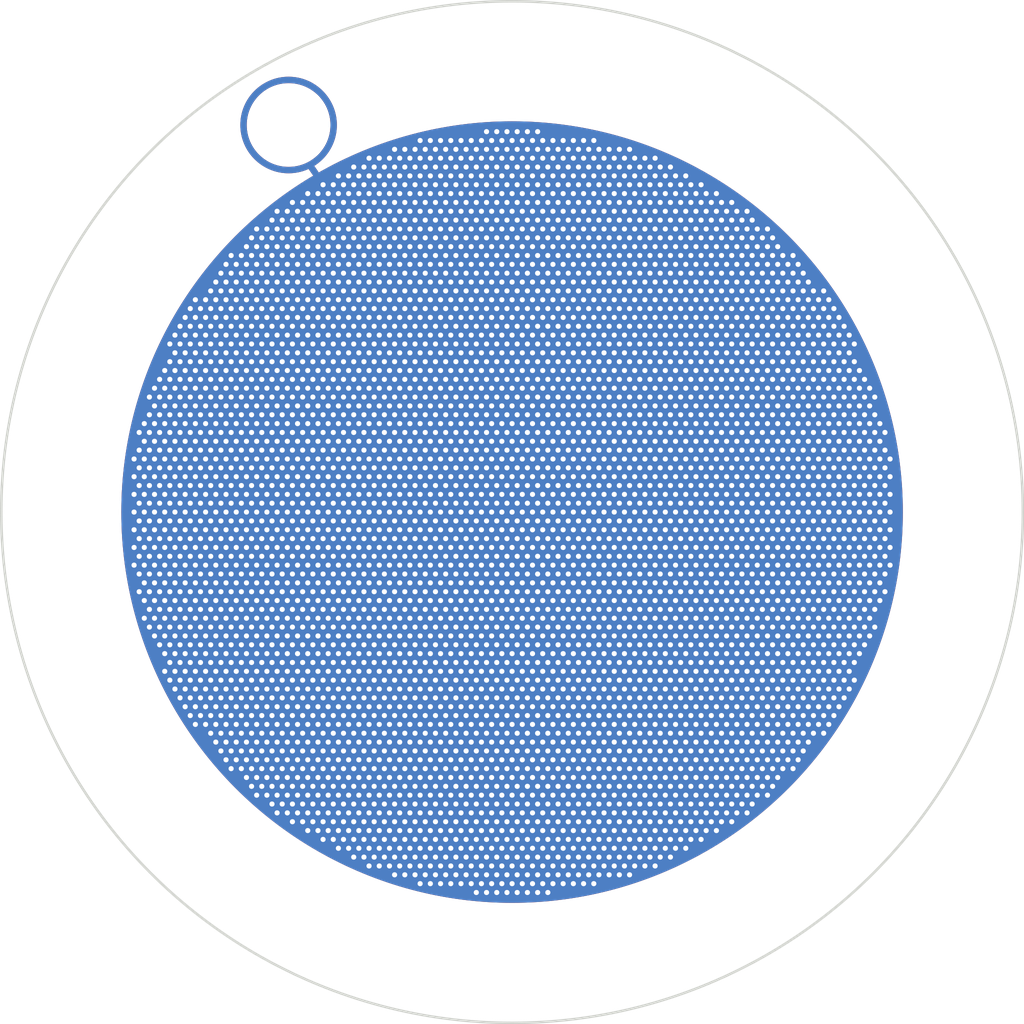
<source format=kicad_pcb>
(kicad_pcb (version 20221018) (generator pcbnew)
  (layers (0 "F.Cu" signal) (31 "B.Cu" signal) (34 "B.Paste" user) (35 "F.Paste" user) (36 "B.SilkS" user "B.Silkscreen") (37 "F.SilkS" user "F.Silkscreen") (38 "B.Mask" user) (39 "F.Mask" user) (44 "Edge.Cuts" user))
  (net 0 "")
  (footprint "1GEM:GEM Hole" (layer "F.Cu") (at 141 91.208)
    (fp_text reference "REF**5670" hide)
    (fp_text value "GEM Hole" hide)
  )
  (footprint "1GEM:GEM Hole" (layer "F.Cu") (at 140.2 95.3648)
    (fp_text reference "REF**5508" hide)
    (fp_text value "GEM Hole" hide)
  )
  (footprint "1GEM:GEM Hole" (layer "F.Cu") (at 141.8 113.3776)
    (fp_text reference "REF**690" hide)
    (fp_text value "GEM Hole" hide)
  )
  (footprint "1GEM:GEM Hole" (layer "F.Cu") (at 112.6 97.4432)
    (fp_text reference "REF**1854" hide)
    (fp_text value "GEM Hole" hide)
  )
  (footprint "1GEM:GEM Hole" (layer "F.Cu") (at 124.6 96.0576)
    (fp_text reference "REF**4727" hide)
    (fp_text value "GEM Hole" hide)
  )
  (footprint "1GEM:GEM Hole" (layer "F.Cu") (at 143.8 80.816)
    (fp_text reference "REF**6114" hide)
    (fp_text value "GEM Hole" hide)
  )
  (footprint "1GEM:GEM Hole" (layer "F.Cu") (at 131.4 120.3056)
    (fp_text reference "REF**4220" hide)
    (fp_text value "GEM Hole" hide)
  )
  (footprint "1GEM:GEM Hole" (layer "F.Cu") (at 132.6 122.384)
    (fp_text reference "REF**4337" hide)
    (fp_text value "GEM Hole" hide)
  )
  (footprint "1GEM:GEM Hole" (layer "F.Cu") (at 125.4 105.7568)
    (fp_text reference "REF**3398" hide)
    (fp_text value "GEM Hole" hide)
  )
  (footprint "1GEM:GEM Hole" (layer "F.Cu") (at 152.6 102.9856)
    (fp_text reference "REF**111" hide)
    (fp_text value "GEM Hole" hide)
  )
  (footprint "1GEM:GEM Hole" (layer "F.Cu") (at 103.4 85.6656)
    (fp_text reference "REF**2537" hide)
    (fp_text value "GEM Hole" hide)
  )
  (footprint "1GEM:GEM Hole" (layer "F.Cu") (at 126.6 114.7632)
    (fp_text reference "REF**3910" hide)
    (fp_text value "GEM Hole" hide)
  )
  (footprint "1GEM:GEM Hole" (layer "F.Cu") (at 128.6 93.2864)
    (fp_text reference "REF**5004" hide)
    (fp_text value "GEM Hole" hide)
  )
  (footprint "1GEM:GEM Hole" (layer "F.Cu") (at 107 86.3584)
    (fp_text reference "REF**2493" hide)
    (fp_text value "GEM Hole" hide)
  )
  (footprint "1GEM:GEM Hole" (layer "F.Cu") (at 117.4 114.0704)
    (fp_text reference "REF**3882" hide)
    (fp_text value "GEM Hole" hide)
  )
  (footprint "1GEM:GEM Hole" (layer "F.Cu") (at 119 104.3712)
    (fp_text reference "REF**3327" hide)
    (fp_text value "GEM Hole" hide)
  )
  (footprint "1GEM:GEM Hole" (layer "F.Cu") (at 150.2 105.7568)
    (fp_text reference "REF**266" hide)
    (fp_text value "GEM Hole" hide)
  )
  (footprint "1GEM:GEM Hole" (layer "F.Cu") (at 138.6 99.5216)
    (fp_text reference "REF**5307" hide)
    (fp_text value "GEM Hole" hide)
  )
  (footprint "1GEM:GEM Hole" (layer "F.Cu") (at 116.6 75.2736)
    (fp_text reference "REF**4952" hide)
    (fp_text value "GEM Hole" hide)
  )
  (footprint "1GEM:GEM Hole" (layer "F.Cu") (at 120.6 122.384)
    (fp_text reference "REF**4352" hide)
    (fp_text value "GEM Hole" hide)
  )
  (footprint "1GEM:GEM Hole" (layer "F.Cu") (at 133.4 109.9136)
    (fp_text reference "REF**482" hide)
    (fp_text value "GEM Hole" hide)
  )
  (footprint "1GEM:GEM Hole" (layer "F.Cu") (at 123.8 123.7696)
    (fp_text reference "REF**4427" hide)
    (fp_text value "GEM Hole" hide)
  )
  (footprint "1GEM:GEM Hole" (layer "F.Cu") (at 100.6 102.9856)
    (fp_text reference "REF**3271" hide)
    (fp_text value "GEM Hole" hide)
  )
  (footprint "1GEM:GEM Hole" (layer "F.Cu") (at 146.2 90.5152)
    (fp_text reference "REF**5944" hide)
    (fp_text value "GEM Hole" hide)
  )
  (footprint "1GEM:GEM Hole" (layer "F.Cu") (at 148.2 88.4368)
    (fp_text reference "REF**6103" hide)
    (fp_text value "GEM Hole" hide)
  )
  (footprint "1GEM:GEM Hole" (layer "F.Cu") (at 105.4 116.8416)
    (fp_text reference "REF**4055" hide)
    (fp_text value "GEM Hole" hide)
  )
  (footprint "1GEM:GEM Hole" (layer "F.Cu") (at 100.2 107.8352)
    (fp_text reference "REF**3548" hide)
    (fp_text value "GEM Hole" hide)
  )
  (footprint "1GEM:GEM Hole" (layer "F.Cu") (at 104.2 96.7504)
    (fp_text reference "REF**1904" hide)
    (fp_text value "GEM Hole" hide)
  )
  (footprint "1GEM:GEM Hole" (layer "F.Cu") (at 151.8 93.2864)
    (fp_text reference "REF**6135" hide)
    (fp_text value "GEM Hole" hide)
  )
  (footprint "1GEM:GEM Hole" (layer "F.Cu") (at 133 84.28)
    (fp_text reference "REF**5485" hide)
    (fp_text value "GEM Hole" hide)
  )
  (footprint "1GEM:GEM Hole" (layer "F.Cu") (at 109 114.7632)
    (fp_text reference "REF**3932" hide)
    (fp_text value "GEM Hole" hide)
  )
  (footprint "1GEM:GEM Hole" (layer "F.Cu") (at 132.2 77.352)
    (fp_text reference "REF**5651" hide)
    (fp_text value "GEM Hole" hide)
  )
  (footprint "1GEM:GEM Hole" (layer "F.Cu") (at 122.6 84.28)
    (fp_text reference "REF**4978" hide)
    (fp_text value "GEM Hole" hide)
  )
  (footprint "1GEM:GEM Hole" (layer "F.Cu") (at 101 96.7504)
    (fp_text reference "REF**1908" hide)
    (fp_text value "GEM Hole" hide)
  )
  (footprint "1GEM:GEM Hole" (layer "F.Cu") (at 147 93.2864)
    (fp_text reference "REF**5901" hide)
    (fp_text value "GEM Hole" hide)
  )
  (footprint "1GEM:GEM Hole" (layer "F.Cu") (at 118.2 97.4432)
    (fp_text reference "REF**1847" hide)
    (fp_text value "GEM Hole" hide)
  )
  (footprint "1GEM:GEM Hole" (layer "F.Cu") (at 98.6 96.7504)
    (fp_text reference "REF**1911" hide)
    (fp_text value "GEM Hole" hide)
  )
  (footprint "1GEM:GEM Hole" (layer "F.Cu") (at 108.2 118.92)
    (fp_text reference "REF**4170" hide)
    (fp_text value "GEM Hole" hide)
  )
  (footprint "1GEM:GEM Hole" (layer "F.Cu") (at 130.2 107.1424)
    (fp_text reference "REF**320" hide)
    (fp_text value "GEM Hole" hide)
  )
  (footprint "1GEM:GEM Hole" (layer "F.Cu") (at 146.6 85.6656)
    (fp_text reference "REF**6107" hide)
    (fp_text value "GEM Hole" hide)
  )
  (footprint "1GEM:GEM Hole" (layer "F.Cu") (at 128.6 127.9264)
    (fp_text reference "REF**4658" hide)
    (fp_text value "GEM Hole" hide)
  )
  (footprint "1GEM:GEM Hole" (layer "F.Cu") (at 133.8 123.0768)
    (fp_text reference "REF**4375" hide)
    (fp_text value "GEM Hole" hide)
  )
  (footprint "1GEM:GEM Hole" (layer "F.Cu") (at 144.6 84.9728)
    (fp_text reference "REF**6030" hide)
    (fp_text value "GEM Hole" hide)
  )
  (footprint "1GEM:GEM Hole" (layer "F.Cu") (at 123 111.2992)
    (fp_text reference "REF**3717" hide)
    (fp_text value "GEM Hole" hide)
  )
  (footprint "1GEM:GEM Hole" (layer "F.Cu") (at 131.4 87.0512)
    (fp_text reference "REF**5325" hide)
    (fp_text value "GEM Hole" hide)
  )
  (footprint "1GEM:GEM Hole" (layer "F.Cu") (at 128.6 86.3584)
    (fp_text reference "REF**5209" hide)
    (fp_text value "GEM Hole" hide)
  )
  (footprint "1GEM:GEM Hole" (layer "F.Cu") (at 147.4 118.92)
    (fp_text reference "REF**1013" hide)
    (fp_text value "GEM Hole" hide)
  )
  (footprint "1GEM:GEM Hole" (layer "F.Cu") (at 130.6 92.5936)
    (fp_text reference "REF**5122" hide)
    (fp_text value "GEM Hole" hide)
  )
  (footprint "1GEM:GEM Hole" (layer "F.Cu") (at 137.4 83.5872)
    (fp_text reference "REF**5720" hide)
    (fp_text value "GEM Hole" hide)
  )
  (footprint "1GEM:GEM Hole" (layer "F.Cu") (at 115 75.2736)
    (fp_text reference "REF**4874" hide)
    (fp_text value "GEM Hole" hide)
  )
  (footprint "1GEM:GEM Hole" (layer "F.Cu") (at 145.8 84.28)
    (fp_text reference "REF**6109" hide)
    (fp_text value "GEM Hole" hide)
  )
  (footprint "1GEM:GEM Hole" (layer "F.Cu") (at 135 126.5408)
    (fp_text reference "REF**4571" hide)
    (fp_text value "GEM Hole" hide)
  )
  (footprint "1GEM:GEM Hole" (layer "F.Cu") (at 125.8 78.7376)
    (fp_text reference "REF**5298" hide)
    (fp_text value "GEM Hole" hide)
  )
  (footprint "1GEM:GEM Hole" (layer "F.Cu") (at 145.8 107.8352)
    (fp_text reference "REF**379" hide)
    (fp_text value "GEM Hole" hide)
  )
  (footprint "1GEM:GEM Hole" (layer "F.Cu") (at 117.8 102.2928)
    (fp_text reference "REF**3210" hide)
    (fp_text value "GEM Hole" hide)
  )
  (footprint "1GEM:GEM Hole" (layer "F.Cu") (at 105.4 114.0704)
    (fp_text reference "REF**3897" hide)
    (fp_text value "GEM Hole" hide)
  )
  (footprint "1GEM:GEM Hole" (layer "F.Cu") (at 113.8 87.0512)
    (fp_text reference "REF**2445" hide)
    (fp_text value "GEM Hole" hide)
  )
  (footprint "1GEM:GEM Hole" (layer "F.Cu") (at 143.4 95.3648)
    (fp_text reference "REF**5664" hide)
    (fp_text value "GEM Hole" hide)
  )
  (footprint "1GEM:GEM Hole" (layer "F.Cu") (at 124.6 112.6848)
    (fp_text reference "REF**3794" hide)
    (fp_text value "GEM Hole" hide)
  )
  (footprint "1GEM:GEM Hole" (layer "F.Cu") (at 134.2 82.2016)
    (fp_text reference "REF**5605" hide)
    (fp_text value "GEM Hole" hide)
  )
  (footprint "1GEM:GEM Hole" (layer "F.Cu") (at 105.8 113.3776)
    (fp_text reference "REF**3857" hide)
    (fp_text value "GEM Hole" hide)
  )
  (footprint "1GEM:GEM Hole" (layer "F.Cu") (at 99 109.9136)
    (fp_text reference "REF**7042" hide)
    (fp_text value "GEM Hole" hide)
  )
  (footprint "1GEM:GEM Hole" (layer "F.Cu") (at 148.6 104.3712)
    (fp_text reference "REF**185" hide)
    (fp_text value "GEM Hole" hide)
  )
  (footprint "1GEM:GEM Hole" (layer "F.Cu") (at 130.2 109.9136)
    (fp_text reference "REF**3629" hide)
    (fp_text value "GEM Hole" hide)
  )
  (footprint "1GEM:GEM Hole" (layer "F.Cu") (at 128.2 89.8224)
    (fp_text reference "REF**5087" hide)
    (fp_text value "GEM Hole" hide)
  )
  (footprint "1GEM:GEM Hole" (layer "F.Cu") (at 118.6 110.6064)
    (fp_text reference "REF**3683" hide)
    (fp_text value "GEM Hole" hide)
  )
  (footprint "1GEM:GEM Hole" (layer "F.Cu") (at 122.2 109.9136)
    (fp_text reference "REF**3639" hide)
    (fp_text value "GEM Hole" hide)
  )
  (footprint "1GEM:GEM Hole" (layer "F.Cu") (at 149.8 107.8352)
    (fp_text reference "REF**384" hide)
    (fp_text value "GEM Hole" hide)
  )
  (footprint "1GEM:GEM Hole" (layer "F.Cu") (at 140.6 79.4304)
    (fp_text reference "REF**5999" hide)
    (fp_text value "GEM Hole" hide)
  )
  (footprint "1GEM:GEM Hole" (layer "F.Cu") (at 129.8 99.5216)
    (fp_text reference "REF**4878" hide)
    (fp_text value "GEM Hole" hide)
  )
  (footprint "1GEM:GEM Hole" (layer "F.Cu") (at 108.2 88.4368)
    (fp_text reference "REF**2373" hide)
    (fp_text value "GEM Hole" hide)
  )
  (footprint "1GEM:GEM Hole" (layer "F.Cu") (at 100.2 105.064)
    (fp_text reference "REF**3390" hide)
    (fp_text value "GEM Hole" hide)
  )
  (footprint "1GEM:GEM Hole" (layer "F.Cu") (at 103 114.0704)
    (fp_text reference "REF**3900" hide)
    (fp_text value "GEM Hole" hide)
  )
  (footprint "1GEM:GEM Hole" (layer "F.Cu") (at 115.8 107.1424)
    (fp_text reference "REF**3489" hide)
    (fp_text value "GEM Hole" hide)
  )
  (footprint "1GEM:GEM Hole" (layer "F.Cu") (at 117.8 130.0048)
    (fp_text reference "REF**6885" hide)
    (fp_text value "GEM Hole" hide)
  )
  (footprint "1GEM:GEM Hole" (layer "F.Cu") (at 108.6 112.6848)
    (fp_text reference "REF**3814" hide)
    (fp_text value "GEM Hole" hide)
  )
  (footprint "1GEM:GEM Hole" (layer "F.Cu") (at 113.4 79.4304)
    (fp_text reference "REF**2880" hide)
    (fp_text value "GEM Hole" hide)
  )
  (footprint "1GEM:GEM Hole" (layer "F.Cu") (at 131 98.8288)
    (fp_text reference "REF**4957" hide)
    (fp_text value "GEM Hole" hide)
  )
  (footprint "1GEM:GEM Hole" (layer "F.Cu") (at 99.8 90.5152)
    (fp_text reference "REF**2265" hide)
    (fp_text value "GEM Hole" hide)
  )
  (footprint "1GEM:GEM Hole" (layer "F.Cu") (at 152.6 104.3712)
    (fp_text reference "REF**190" hide)
    (fp_text value "GEM Hole" hide)
  )
  (footprint "1GEM:GEM Hole" (layer "F.Cu") (at 124.6 89.1296)
    (fp_text reference "REF**4932" hide)
    (fp_text value "GEM Hole" hide)
  )
  (footprint "1GEM:GEM Hole" (layer "F.Cu") (at 148.6 98.8288)
    (fp_text reference "REF**5815" hide)
    (fp_text value "GEM Hole" hide)
  )
  (footprint "1GEM:GEM Hole" (layer "F.Cu") (at 130.6 87.0512)
    (fp_text reference "REF**5286" hide)
    (fp_text value "GEM Hole" hide)
  )
  (footprint "1GEM:GEM Hole" (layer "F.Cu") (at 131.4 100.9072)
    (fp_text reference "REF**4915" hide)
    (fp_text value "GEM Hole" hide)
  )
  (footprint "1GEM:GEM Hole" (layer "F.Cu") (at 153.8 103.6784)
    (fp_text reference "REF**152" hide)
    (fp_text value "GEM Hole" hide)
  )
  (footprint "1GEM:GEM Hole" (layer "F.Cu") (at 144.6 89.1296)
    (fp_text reference "REF**5907" hide)
    (fp_text value "GEM Hole" hide)
  )
  (footprint "1GEM:GEM Hole" (layer "F.Cu") (at 123.4 125.848)
    (fp_text reference "REF**4546" hide)
    (fp_text value "GEM Hole" hide)
  )
  (footprint "1GEM:GEM Hole" (layer "F.Cu") (at 147 89.1296)
    (fp_text reference "REF**6024" hide)
    (fp_text value "GEM Hole" hide)
  )
  (footprint "1GEM:GEM Hole" (layer "F.Cu") (at 149.8 98.136)
    (fp_text reference "REF**5894" hide)
    (fp_text value "GEM Hole" hide)
  )
  (footprint "1GEM:GEM Hole" (layer "F.Cu") (at 138.2 100.2144)
    (fp_text reference "REF**5267" hide)
    (fp_text value "GEM Hole" hide)
  )
  (footprint "1GEM:GEM Hole" (layer "F.Cu") (at 146.2 86.3584)
    (fp_text reference "REF**6067" hide)
    (fp_text value "GEM Hole" hide)
  )
  (footprint "1GEM:GEM Hole" (layer "F.Cu") (at 120.6 129.312)
    (fp_text reference "REF**6846" hide)
    (fp_text value "GEM Hole" hide)
  )
  (footprint "1GEM:GEM Hole" (layer "F.Cu") (at 125 80.1232)
    (fp_text reference "REF**5218" hide)
    (fp_text value "GEM Hole" hide)
  )
  (footprint "1GEM:GEM Hole" (layer "F.Cu") (at 99.4 106.4496)
    (fp_text reference "REF**3470" hide)
    (fp_text value "GEM Hole" hide)
  )
  (footprint "1GEM:GEM Hole" (layer "F.Cu") (at 127 118.2272)
    (fp_text reference "REF**4107" hide)
    (fp_text value "GEM Hole" hide)
  )
  (footprint "1GEM:GEM Hole" (layer "F.Cu") (at 150.2 111.2992)
    (fp_text reference "REF**582" hide)
    (fp_text value "GEM Hole" hide)
  )
  (footprint "1GEM:GEM Hole" (layer "F.Cu") (at 122.2 123.7696)
    (fp_text reference "REF**4429" hide)
    (fp_text value "GEM Hole" hide)
  )
  (footprint "1GEM:GEM Hole" (layer "F.Cu") (at 118.6 96.7504)
    (fp_text reference "REF**1886" hide)
    (fp_text value "GEM Hole" hide)
  )
  (footprint "1GEM:GEM Hole" (layer "F.Cu") (at 110.2 97.4432)
    (fp_text reference "REF**1857" hide)
    (fp_text value "GEM Hole" hide)
  )
  (footprint "1GEM:GEM Hole" (layer "F.Cu") (at 109 117.5344)
    (fp_text reference "REF**4090" hide)
    (fp_text value "GEM Hole" hide)
  )
  (footprint "1GEM:GEM Hole" (layer "F.Cu") (at 149 106.4496)
    (fp_text reference "REF**304" hide)
    (fp_text value "GEM Hole" hide)
  )
  (footprint "1GEM:GEM Hole" (layer "F.Cu") (at 113 77.352)
    (fp_text reference "REF**2999" hide)
    (fp_text value "GEM Hole" hide)
  )
  (footprint "1GEM:GEM Hole" (layer "F.Cu") (at 115 80.816)
    (fp_text reference "REF**2799" hide)
    (fp_text value "GEM Hole" hide)
  )
  (footprint "1GEM:GEM Hole" (layer "F.Cu") (at 137.4 122.384)
    (fp_text reference "REF**4331" hide)
    (fp_text value "GEM Hole" hide)
  )
  (footprint "1GEM:GEM Hole" (layer "F.Cu") (at 107.8 122.384)
    (fp_text reference "REF**4368" hide)
    (fp_text value "GEM Hole" hide)
  )
  (footprint "1GEM:GEM Hole" (layer "F.Cu") (at 147.8 119.6128)
    (fp_text reference "REF**1053" hide)
    (fp_text value "GEM Hole" hide)
  )
  (footprint "1GEM:GEM Hole" (layer "F.Cu") (at 110.2 100.2144)
    (fp_text reference "REF**1699" hide)
    (fp_text value "GEM Hole" hide)
  )
  (footprint "1GEM:GEM Hole" (layer "F.Cu") (at 130.2 123.7696)
    (fp_text reference "REF**4419" hide)
    (fp_text value "GEM Hole" hide)
  )
  (footprint "1GEM:GEM Hole" (layer "F.Cu") (at 101 89.8224)
    (fp_text reference "REF**2303" hide)
    (fp_text value "GEM Hole" hide)
  )
  (footprint "1GEM:GEM Hole" (layer "F.Cu") (at 135.4 77.352)
    (fp_text reference "REF**5807" hide)
    (fp_text value "GEM Hole" hide)
  )
  (footprint "1GEM:GEM Hole" (layer "F.Cu") (at 138.2 109.9136)
    (fp_text reference "REF**488" hide)
    (fp_text value "GEM Hole" hide)
  )
  (footprint "1GEM:GEM Hole" (layer "F.Cu") (at 153 93.9792)
    (fp_text reference "REF**6173" hide)
    (fp_text value "GEM Hole" hide)
  )
  (footprint "1GEM:GEM Hole" (layer "F.Cu") (at 119.8 123.7696)
    (fp_text reference "REF**4432" hide)
    (fp_text value "GEM Hole" hide)
  )
  (footprint "1GEM:GEM Hole" (layer "F.Cu") (at 120.6 73.888)
    (fp_text reference "REF**6641" hide)
    (fp_text value "GEM Hole" hide)
  )
  (footprint "1GEM:GEM Hole" (layer "F.Cu") (at 108.6 105.7568)
    (fp_text reference "REF**3419" hide)
    (fp_text value "GEM Hole" hide)
  )
  (footprint "1GEM:GEM Hole" (layer "F.Cu") (at 122.6 118.92)
    (fp_text reference "REF**4152" hide)
    (fp_text value "GEM Hole" hide)
  )
  (footprint "1GEM:GEM Hole" (layer "F.Cu") (at 125.8 100.9072)
    (fp_text reference "REF**1640" hide)
    (fp_text value "GEM Hole" hide)
  )
  (footprint "1GEM:GEM Hole" (layer "F.Cu") (at 140.6 82.2016)
    (fp_text reference "REF**5917" hide)
    (fp_text value "GEM Hole" hide)
  )
  (footprint "1GEM:GEM Hole" (layer "F.Cu") (at 135 90.5152)
    (fp_text reference "REF**5398" hide)
    (fp_text value "GEM Hole" hide)
  )
  (footprint "1GEM:GEM Hole" (layer "F.Cu") (at 99 93.2864)
    (fp_text reference "REF**2108" hide)
    (fp_text value "GEM Hole" hide)
  )
  (footprint "1GEM:GEM Hole" (layer "F.Cu") (at 120.6 127.9264)
    (fp_text reference "REF**4668" hide)
    (fp_text value "GEM Hole" hide)
  )
  (footprint "1GEM:GEM Hole" (layer "F.Cu") (at 126.2 111.2992)
    (fp_text reference "REF**3713" hide)
    (fp_text value "GEM Hole" hide)
  )
  (footprint "1GEM:GEM Hole" (layer "F.Cu") (at 103.4 113.3776)
    (fp_text reference "REF**3860" hide)
    (fp_text value "GEM Hole" hide)
  )
  (footprint "1GEM:GEM Hole" (layer "F.Cu") (at 149.4 120.9984)
    (fp_text reference "REF**1134" hide)
    (fp_text value "GEM Hole" hide)
  )
  (footprint "1GEM:GEM Hole" (layer "F.Cu") (at 114.2 84.9728)
    (fp_text reference "REF**2563" hide)
    (fp_text value "GEM Hole" hide)
  )
  (footprint "1GEM:GEM Hole" (layer "F.Cu") (at 107 94.672)
    (fp_text reference "REF**2019" hide)
    (fp_text value "GEM Hole" hide)
  )
  (footprint "1GEM:GEM Hole" (layer "F.Cu") (at 145 99.5216)
    (fp_text reference "REF**5619" hide)
    (fp_text value "GEM Hole" hide)
  )
  (footprint "1GEM:GEM Hole" (layer "F.Cu") (at 140.2 106.4496)
    (fp_text reference "REF**293" hide)
    (fp_text value "GEM Hole" hide)
  )
  (footprint "1GEM:GEM Hole" (layer "F.Cu") (at 156.6 97.4432)
    (fp_text reference "REF**6246" hide)
    (fp_text value "GEM Hole" hide)
  )
  (footprint "1GEM:GEM Hole" (layer "F.Cu") (at 118.2 129.312)
    (fp_text reference "REF**6849" hide)
    (fp_text value "GEM Hole" hide)
  )
  (footprint "1GEM:GEM Hole" (layer "F.Cu") (at 128.2 82.8944)
    (fp_text reference "REF**5292" hide)
    (fp_text value "GEM Hole" hide)
  )
  (footprint "1GEM:GEM Hole" (layer "F.Cu") (at 141 75.9664)
    (fp_text reference "REF**6121" hide)
    (fp_text value "GEM Hole" hide)
  )
  (footprint "1GEM:GEM Hole" (layer "F.Cu") (at 114.2 125.1552)
    (fp_text reference "REF**4518" hide)
    (fp_text value "GEM Hole" hide)
  )
  (footprint "1GEM:GEM Hole" (layer "F.Cu") (at 128.2 105.064)
    (fp_text reference "REF**3355" hide)
    (fp_text value "GEM Hole" hide)
  )
  (footprint "1GEM:GEM Hole" (layer "F.Cu") (at 115 115.456)
    (fp_text reference "REF**3964" hide)
    (fp_text value "GEM Hole" hide)
  )
  (footprint "1GEM:GEM Hole" (layer "F.Cu") (at 132.2 109.2208)
    (fp_text reference "REF**441" hide)
    (fp_text value "GEM Hole" hide)
  )
  (footprint "1GEM:GEM Hole" (layer "F.Cu") (at 112.2 111.992)
    (fp_text reference "REF**3770" hide)
    (fp_text value "GEM Hole" hide)
  )
  (footprint "1GEM:GEM Hole" (layer "F.Cu") (at 121.4 98.8288)
    (fp_text reference "REF**1764" hide)
    (fp_text value "GEM Hole" hide)
  )
  (footprint "1GEM:GEM Hole" (layer "F.Cu") (at 135.4 117.5344)
    (fp_text reference "REF**4057" hide)
    (fp_text value "GEM Hole" hide)
  )
  (footprint "1GEM:GEM Hole" (layer "F.Cu") (at 123.8 94.672)
    (fp_text reference "REF**4729" hide)
    (fp_text value "GEM Hole" hide)
  )
  (footprint "1GEM:GEM Hole" (layer "F.Cu") (at 122.6 92.5936)
    (fp_text reference "REF**4732" hide)
    (fp_text value "GEM Hole" hide)
  )
  (footprint "1GEM:GEM Hole" (layer "F.Cu") (at 119 105.7568)
    (fp_text reference "REF**3406" hide)
    (fp_text value "GEM Hole" hide)
  )
  (footprint "1GEM:GEM Hole" (layer "F.Cu") (at 111.8 115.456)
    (fp_text reference "REF**3968" hide)
    (fp_text value "GEM Hole" hide)
  )
  (footprint "1GEM:GEM Hole" (layer "F.Cu") (at 147.4 120.3056)
    (fp_text reference "REF**1092" hide)
    (fp_text value "GEM Hole" hide)
  )
  (footprint "1GEM:GEM Hole" (layer "F.Cu") (at 116.6 98.8288)
    (fp_text reference "REF**1770" hide)
    (fp_text value "GEM Hole" hide)
  )
  (footprint "1GEM:GEM Hole" (layer "F.Cu") (at 103.4 92.5936)
    (fp_text reference "REF**2142" hide)
    (fp_text value "GEM Hole" hide)
  )
  (footprint "1GEM:GEM Hole" (layer "F.Cu") (at 114.6 116.1488)
    (fp_text reference "REF**4004" hide)
    (fp_text value "GEM Hole" hide)
  )
  (footprint "1GEM:GEM Hole" (layer "F.Cu") (at 150.6 96.7504)
    (fp_text reference "REF**5974" hide)
    (fp_text value "GEM Hole" hide)
  )
  (footprint "1GEM:GEM Hole" (layer "F.Cu") (at 133.4 84.9728)
    (fp_text reference "REF**5484" hide)
    (fp_text value "GEM Hole" hide)
  )
  (footprint "1GEM:GEM Hole" (layer "F.Cu") (at 125 100.9072)
    (fp_text reference "REF**1641" hide)
    (fp_text value "GEM Hole" hide)
  )
  (footprint "1GEM:GEM Hole" (layer "F.Cu") (at 110.6 91.208)
    (fp_text reference "REF**2212" hide)
    (fp_text value "GEM Hole" hide)
  )
  (footprint "1GEM:GEM Hole" (layer "F.Cu") (at 134.2 79.4304)
    (fp_text reference "REF**5687" hide)
    (fp_text value "GEM Hole" hide)
  )
  (footprint "1GEM:GEM Hole" (layer "F.Cu") (at 146.6 89.8224)
    (fp_text reference "REF**5984" hide)
    (fp_text value "GEM Hole" hide)
  )
  (footprint "1GEM:GEM Hole" (layer "F.Cu") (at 141.4 83.5872)
    (fp_text reference "REF**5915" hide)
    (fp_text value "GEM Hole" hide)
  )
  (footprint "1GEM:GEM Hole" (layer "F.Cu") (at 108.6 100.2144)
    (fp_text reference "REF**1701" hide)
    (fp_text value "GEM Hole" hide)
  )
  (footprint "1GEM:GEM Hole" (layer "F.Cu") (at 133.4 91.9008)
    (fp_text reference "REF**5279" hide)
    (fp_text value "GEM Hole" hide)
  )
  (footprint "1GEM:GEM Hole" (layer "F.Cu") (at 109 116.1488)
    (fp_text reference "REF**4011" hide)
    (fp_text value "GEM Hole" hide)
  )
  (footprint "1GEM:GEM Hole" (layer "F.Cu") (at 105.8 110.6064)
    (fp_text reference "REF**3699" hide)
    (fp_text value "GEM Hole" hide)
  )
  (footprint "1GEM:GEM Hole" (layer "F.Cu") (at 123 122.384)
    (fp_text reference "REF**4349" hide)
    (fp_text value "GEM Hole" hide)
  )
  (footprint "1GEM:GEM Hole" (layer "F.Cu") (at 113 95.3648)
    (fp_text reference "REF**1972" hide)
    (fp_text value "GEM Hole" hide)
  )
  (footprint "1GEM:GEM Hole" (layer "F.Cu") (at 126.2 83.5872)
    (fp_text reference "REF**5174" hide)
    (fp_text value "GEM Hole" hide)
  )
  (footprint "1GEM:GEM Hole" (layer "F.Cu") (at 143.8 104.3712)
    (fp_text reference "REF**179" hide)
    (fp_text value "GEM Hole" hide)
  )
  (footprint "1GEM:GEM Hole" (layer "F.Cu") (at 121.8 113.3776)
    (fp_text reference "REF**3837" hide)
    (fp_text value "GEM Hole" hide)
  )
  (footprint "1GEM:GEM Hole" (layer "F.Cu") (at 132.6 119.6128)
    (fp_text reference "REF**4179" hide)
    (fp_text value "GEM Hole" hide)
  )
  (footprint "1GEM:GEM Hole" (layer "F.Cu") (at 121.4 104.3712)
    (fp_text reference "REF**3324" hide)
    (fp_text value "GEM Hole" hide)
  )
  (footprint "1GEM:GEM Hole" (layer "F.Cu") (at 114.6 103.6784)
    (fp_text reference "REF**3293" hide)
    (fp_text value "GEM Hole" hide)
  )
  (footprint "1GEM:GEM Hole" (layer "F.Cu") (at 153.8 109.2208)
    (fp_text reference "REF**468" hide)
    (fp_text value "GEM Hole" hide)
  )
  (footprint "1GEM:GEM Hole" (layer "F.Cu") (at 124.6 116.8416)
    (fp_text reference "REF**4031" hide)
    (fp_text value "GEM Hole" hide)
  )
  (footprint "1GEM:GEM Hole" (layer "F.Cu") (at 143.8 94.672)
    (fp_text reference "REF**5704" hide)
    (fp_text value "GEM Hole" hide)
  )
  (footprint "1GEM:GEM Hole" (layer "F.Cu") (at 155 93.2864)
    (fp_text reference "REF**6291" hide)
    (fp_text value "GEM Hole" hide)
  )
  (footprint "1GEM:GEM Hole" (layer "F.Cu") (at 121 110.6064)
    (fp_text reference "REF**3680" hide)
    (fp_text value "GEM Hole" hide)
  )
  (footprint "1GEM:GEM Hole" (layer "F.Cu") (at 122.2 125.1552)
    (fp_text reference "REF**4508" hide)
    (fp_text value "GEM Hole" hide)
  )
  (footprint "1GEM:GEM Hole" (layer "F.Cu") (at 111.8 104.3712)
    (fp_text reference "REF**3336" hide)
    (fp_text value "GEM Hole" hide)
  )
  (footprint "1GEM:GEM Hole" (layer "F.Cu") (at 136.2 75.9664)
    (fp_text reference "REF**5887" hide)
    (fp_text value "GEM Hole" hide)
  )
  (footprint "1GEM:GEM Hole" (layer "F.Cu") (at 124.6 98.8288)
    (fp_text reference "REF**1760" hide)
    (fp_text value "GEM Hole" hide)
  )
  (footprint "1GEM:GEM Hole" (layer "F.Cu") (at 143 125.1552)
    (fp_text reference "REF**1363" hide)
    (fp_text value "GEM Hole" hide)
  )
  (footprint "1GEM:GEM Hole" (layer "F.Cu") (at 111 105.7568)
    (fp_text reference "REF**3416" hide)
    (fp_text value "GEM Hole" hide)
  )
  (footprint "1GEM:GEM Hole" (layer "F.Cu") (at 113.4 97.4432)
    (fp_text reference "REF**1853" hide)
    (fp_text value "GEM Hole" hide)
  )
  (footprint "1GEM:GEM Hole" (layer "F.Cu") (at 112.2 113.3776)
    (fp_text reference "REF**3849" hide)
    (fp_text value "GEM Hole" hide)
  )
  (footprint "1GEM:GEM Hole" (layer "F.Cu") (at 153 107.8352)
    (fp_text reference "REF**388" hide)
    (fp_text value "GEM Hole" hide)
  )
  (footprint "1GEM:GEM Hole" (layer "F.Cu") (at 148.6 102.9856)
    (fp_text reference "REF**106" hide)
    (fp_text value "GEM Hole" hide)
  )
  (footprint "1GEM:GEM Hole" (layer "F.Cu") (at 145.8 88.4368)
    (fp_text reference "REF**5986" hide)
    (fp_text value "GEM Hole" hide)
  )
  (footprint "1GEM:GEM Hole" (layer "F.Cu") (at 125.8 117.5344)
    (fp_text reference "REF**4069" hide)
    (fp_text value "GEM Hole" hide)
  )
  (footprint "1GEM:GEM Hole" (layer "F.Cu") (at 146.2 98.8288)
    (fp_text reference "REF**5698" hide)
    (fp_text value "GEM Hole" hide)
  )
  (footprint "1GEM:GEM Hole" (layer "F.Cu") (at 134.6 100.9072)
    (fp_text reference "REF**5071" hide)
    (fp_text value "GEM Hole" hide)
  )
  (footprint "1GEM:GEM Hole" (layer "F.Cu") (at 123 116.8416)
    (fp_text reference "REF**4033" hide)
    (fp_text value "GEM Hole" hide)
  )
  (footprint "1GEM:GEM Hole" (layer "F.Cu") (at 137.8 114.7632)
    (fp_text reference "REF**764" hide)
    (fp_text value "GEM Hole" hide)
  )
  (footprint "1GEM:GEM Hole" (layer "F.Cu") (at 131.4 109.2208)
    (fp_text reference "REF**440" hide)
    (fp_text value "GEM Hole" hide)
  )
  (footprint "1GEM:GEM Hole" (layer "F.Cu") (at 132.2 107.8352)
    (fp_text reference "REF**362" hide)
    (fp_text value "GEM Hole" hide)
  )
  (footprint "1GEM:GEM Hole" (layer "F.Cu") (at 111.4 82.8944)
    (fp_text reference "REF**2685" hide)
    (fp_text value "GEM Hole" hide)
  )
  (footprint "1GEM:GEM Hole" (layer "F.Cu") (at 145 124.4624)
    (fp_text reference "REF**1326" hide)
    (fp_text value "GEM Hole" hide)
  )
  (footprint "1GEM:GEM Hole" (layer "F.Cu") (at 143.8 120.9984)
    (fp_text reference "REF**1127" hide)
    (fp_text value "GEM Hole" hide)
  )
  (footprint "1GEM:GEM Hole" (layer "F.Cu") (at 121 107.8352)
    (fp_text reference "REF**3522" hide)
    (fp_text value "GEM Hole" hide)
  )
  (footprint "1GEM:GEM Hole" (layer "F.Cu") (at 110.6 78.7376)
    (fp_text reference "REF**2923" hide)
    (fp_text value "GEM Hole" hide)
  )
  (footprint "1GEM:GEM Hole" (layer "F.Cu") (at 151.8 91.9008)
    (fp_text reference "REF**6176" hide)
    (fp_text value "GEM Hole" hide)
  )
  (footprint "1GEM:GEM Hole" (layer "F.Cu") (at 136.2 77.352)
    (fp_text reference "REF**5846" hide)
    (fp_text value "GEM Hole" hide)
  )
  (footprint "1GEM:GEM Hole" (layer "F.Cu") (at 139 123.7696)
    (fp_text reference "REF**4408" hide)
    (fp_text value "GEM Hole" hide)
  )
  (footprint "1GEM:GEM Hole" (layer "F.Cu") (at 137.4 111.2992)
    (fp_text reference "REF**566" hide)
    (fp_text value "GEM Hole" hide)
  )
  (footprint "1GEM:GEM Hole" (layer "F.Cu") (at 116.6 108.528)
    (fp_text reference "REF**3567" hide)
    (fp_text value "GEM Hole" hide)
  )
  (footprint "1GEM:GEM Mounting Hole" (layer "F.Cu") (at 162 101.6)
    (fp_text reference "REF**" hide)
    (fp_text value "GEM Mounting Hole" hide)
  )
  (footprint "1GEM:GEM Hole" (layer "F.Cu") (at 152.2 109.2208)
    (fp_text reference "REF**466" hide)
    (fp_text value "GEM Hole" hide)
  )
  (footprint "1GEM:GEM Hole" (layer "F.Cu") (at 147.8 87.744)
    (fp_text reference "REF**6104" hide)
    (fp_text value "GEM Hole" hide)
  )
  (footprint "1GEM:GEM Hole" (layer "F.Cu") (at 103 109.9136)
    (fp_text reference "REF**3663" hide)
    (fp_text value "GEM Hole" hide)
  )
  (footprint "1GEM:GEM Hole" (layer "F.Cu") (at 122.2 87.744)
    (fp_text reference "REF**4856" hide)
    (fp_text value "GEM Hole" hide)
  )
  (footprint "1GEM:GEM Hole" (layer "F.Cu") (at 131.4 103.6784)
    (fp_text reference "REF**124" hide)
    (fp_text value "GEM Hole" hide)
  )
  (footprint "1GEM:GEM Hole" (layer "F.Cu") (at 134.2 78.0448)
    (fp_text reference "REF**5728" hide)
    (fp_text value "GEM Hole" hide)
  )
  (footprint "1GEM:GEM Hole" (layer "F.Cu") (at 138.2 111.2992)
    (fp_text reference "REF**567" hide)
    (fp_text value "GEM Hole" hide)
  )
  (footprint "1GEM:GEM Hole" (layer "F.Cu") (at 124.6 102.9856)
    (fp_text reference "REF**3241" hide)
    (fp_text value "GEM Hole" hide)
  )
  (footprint "1GEM:GEM Hole" (layer "F.Cu") (at 123 102.9856)
    (fp_text reference "REF**3243" hide)
    (fp_text value "GEM Hole" hide)
  )
  (footprint "1GEM:GEM Hole" (layer "F.Cu") (at 113.8 98.136)
    (fp_text reference "REF**1813" hide)
    (fp_text value "GEM Hole" hide)
  )
  (footprint "1GEM:GEM Hole" (layer "F.Cu") (at 125.8 121.6912)
    (fp_text reference "REF**4306" hide)
    (fp_text value "GEM Hole" hide)
  )
  (footprint "1GEM:GEM Hole" (layer "F.Cu") (at 125 84.28)
    (fp_text reference "REF**5095" hide)
    (fp_text value "GEM Hole" hide)
  )
  (footprint "1GEM:GEM Hole" (layer "F.Cu") (at 129.8 124.4624)
    (fp_text reference "REF**4459" hide)
    (fp_text value "GEM Hole" hide)
  )
  (footprint "1GEM:GEM Hole" (layer "F.Cu") (at 133.8 99.5216)
    (fp_text reference "REF**5073" hide)
    (fp_text value "GEM Hole" hide)
  )
  (footprint "1GEM:GEM Hole" (layer "F.Cu") (at 117.4 96.0576)
    (fp_text reference "REF**1927" hide)
    (fp_text value "GEM Hole" hide)
  )
  (footprint "1GEM:GEM Hole" (layer "F.Cu") (at 131 111.2992)
    (fp_text reference "REF**3707" hide)
    (fp_text value "GEM Hole" hide)
  )
  (footprint "1GEM:GEM Hole" (layer "F.Cu") (at 101.4 105.7568)
    (fp_text reference "REF**3428" hide)
    (fp_text value "GEM Hole" hide)
  )
  (footprint "1GEM:GEM Hole" (layer "F.Cu") (at 109.4 82.2016)
    (fp_text reference "REF**2727" hide)
    (fp_text value "GEM Hole" hide)
  )
  (footprint "1GEM:GEM Hole" (layer "F.Cu") (at 149.8 118.92)
    (fp_text reference "REF**1016" hide)
    (fp_text value "GEM Hole" hide)
  )
  (footprint "1GEM:GEM Hole" (layer "F.Cu") (at 144.2 87.0512)
    (fp_text reference "REF**5949" hide)
    (fp_text value "GEM Hole" hide)
  )
  (footprint "1GEM:GEM Hole" (layer "F.Cu") (at 132.2 82.8944)
    (fp_text reference "REF**5487" hide)
    (fp_text value "GEM Hole" hide)
  )
  (footprint "1GEM:GEM Hole" (layer "F.Cu") (at 109.4 93.2864)
    (fp_text reference "REF**2095" hide)
    (fp_text value "GEM Hole" hide)
  )
  (footprint "1GEM:GEM Hole" (layer "F.Cu") (at 105.4 82.2016)
    (fp_text reference "REF**2732" hide)
    (fp_text value "GEM Hole" hide)
  )
  (footprint "1GEM:GEM Hole" (layer "F.Cu") (at 118.2 86.3584)
    (fp_text reference "REF**2479" hide)
    (fp_text value "GEM Hole" hide)
  )
  (footprint "1GEM:GEM Hole" (layer "F.Cu") (at 135 102.9856)
    (fp_text reference "REF**89" hide)
    (fp_text value "GEM Hole" hide)
  )
  (footprint "1GEM:GEM Hole" (layer "F.Cu") (at 139 101.6)
    (fp_text reference "REF**15" hide)
    (fp_text value "GEM Hole" hide)
  )
  (footprint "1GEM:GEM Hole" (layer "F.Cu") (at 144.2 99.5216)
    (fp_text reference "REF**5580" hide)
    (fp_text value "GEM Hole" hide)
  )
  (footprint "1GEM:GEM Hole" (layer "F.Cu") (at 102.6 100.9072)
    (fp_text reference "REF**1669" hide)
    (fp_text value "GEM Hole" hide)
  )
  (footprint "1GEM:GEM Hole" (layer "F.Cu") (at 108.6 93.2864)
    (fp_text reference "REF**2096" hide)
    (fp_text value "GEM Hole" hide)
  )
  (footprint "1GEM:GEM Hole" (layer "F.Cu") (at 120.2 123.0768)
    (fp_text reference "REF**4392" hide)
    (fp_text value "GEM Hole" hide)
  )
  (footprint "1GEM:GEM Hole" (layer "F.Cu") (at 133.8 120.3056)
    (fp_text reference "REF**4217" hide)
    (fp_text value "GEM Hole" hide)
  )
  (footprint "1GEM:GEM Hole" (layer "F.Cu") (at 135 87.744)
    (fp_text reference "REF**5480" hide)
    (fp_text value "GEM Hole" hide)
  )
  (footprint "1GEM:GEM Hole" (layer "F.Cu") (at 127 108.528)
    (fp_text reference "REF**3554" hide)
    (fp_text value "GEM Hole" hide)
  )
  (footprint "1GEM:GEM Hole" (layer "F.Cu") (at 139 82.2016)
    (fp_text reference "REF**5839" hide)
    (fp_text value "GEM Hole" hide)
  )
  (footprint "1GEM:GEM Hole" (layer "F.Cu") (at 104.6 115.456)
    (fp_text reference "REF**3977" hide)
    (fp_text value "GEM Hole" hide)
  )
  (footprint "1GEM:GEM Hole" (layer "F.Cu") (at 123.8 119.6128)
    (fp_text reference "REF**4190" hide)
    (fp_text value "GEM Hole" hide)
  )
  (footprint "1GEM:GEM Hole" (layer "F.Cu") (at 125 71.8096)
    (fp_text reference "REF**6762" hide)
    (fp_text value "GEM Hole" hide)
  )
  (footprint "1GEM:GEM Hole" (layer "F.Cu") (at 137.8 127.2336)
    (fp_text reference "REF**4607" hide)
    (fp_text value "GEM Hole" hide)
  )
  (footprint "1GEM:GEM Hole" (layer "F.Cu") (at 115.8 104.3712)
    (fp_text reference "REF**3331" hide)
    (fp_text value "GEM Hole" hide)
  )
  (footprint "1GEM:GEM Hole" (layer "F.Cu") (at 123 86.3584)
    (fp_text reference "REF**4936" hide)
    (fp_text value "GEM Hole" hide)
  )
  (footprint "1GEM:GEM Hole" (layer "F.Cu") (at 135 107.1424)
    (fp_text reference "REF**326" hide)
    (fp_text value "GEM Hole" hide)
  )
  (footprint "1GEM:GEM Hole" (layer "F.Cu") (at 145 95.3648)
    (fp_text reference "REF**5742" hide)
    (fp_text value "GEM Hole" hide)
  )
  (footprint "1GEM:GEM Hole" (layer "F.Cu") (at 109.8 93.9792)
    (fp_text reference "REF**2055" hide)
    (fp_text value "GEM Hole" hide)
  )
  (footprint "1GEM:GEM Hole" (layer "F.Cu") (at 137.4 123.7696)
    (fp_text reference "REF**4410" hide)
    (fp_text value "GEM Hole" hide)
  )
  (footprint "1GEM:GEM Hole" (layer "F.Cu") (at 123.8 76.6592)
    (fp_text reference "REF**5262" hide)
    (fp_text value "GEM Hole" hide)
  )
  (footprint "1GEM:GEM Hole" (layer "F.Cu") (at 138.6 100.9072)
    (fp_text reference "REF**5266" hide)
    (fp_text value "GEM Hole" hide)
  )
  (footprint "1GEM:GEM Hole" (layer "F.Cu") (at 142.2 114.0704)
    (fp_text reference "REF**730" hide)
    (fp_text value "GEM Hole" hide)
  )
  (footprint "1GEM:GEM Hole" (layer "F.Cu") (at 155.8 108.528)
    (fp_text reference "REF**431" hide)
    (fp_text value "GEM Hole" hide)
  )
  (footprint "1GEM:GEM Hole" (layer "F.Cu") (at 135.4 78.7376)
    (fp_text reference "REF**5766" hide)
    (fp_text value "GEM Hole" hide)
  )
  (footprint "1GEM:GEM Hole" (layer "F.Cu") (at 115.8 108.528)
    (fp_text reference "REF**3568" hide)
    (fp_text value "GEM Hole" hide)
  )
  (footprint "1GEM:GEM Hole" (layer "F.Cu") (at 103.4 116.1488)
    (fp_text reference "REF**7015" hide)
    (fp_text value "GEM Hole" hide)
  )
  (footprint "1GEM:GEM Hole" (layer "F.Cu") (at 140.2 99.5216)
    (fp_text reference "REF**5385" hide)
    (fp_text value "GEM Hole" hide)
  )
  (footprint "1GEM:GEM Hole" (layer "F.Cu") (at 139.4 121.6912)
    (fp_text reference "REF**1161" hide)
    (fp_text value "GEM Hole" hide)
  )
  (footprint "1GEM:GEM Hole" (layer "F.Cu") (at 133 88.4368)
    (fp_text reference "REF**5362" hide)
    (fp_text value "GEM Hole" hide)
  )
  (footprint "1GEM:GEM Hole" (layer "F.Cu") (at 149.8 85.6656)
    (fp_text reference "REF**6263" hide)
    (fp_text value "GEM Hole" hide)
  )
  (footprint "1GEM:GEM Hole" (layer "F.Cu") (at 143.8 114.0704)
    (fp_text reference "REF**732" hide)
    (fp_text value "GEM Hole" hide)
  )
  (footprint "1GEM:GEM Hole" (layer "F.Cu") (at 136.6 100.2144)
    (fp_text reference "REF**5189" hide)
    (fp_text value "GEM Hole" hide)
  )
  (footprint "1GEM:GEM Hole" (layer "F.Cu") (at 150.6 117.5344)
    (fp_text reference "REF**938" hide)
    (fp_text value "GEM Hole" hide)
  )
  (footprint "1GEM:GEM Hole" (layer "F.Cu") (at 108.2 111.992)
    (fp_text reference "REF**3775" hide)
    (fp_text value "GEM Hole" hide)
  )
  (footprint "1GEM:GEM Hole" (layer "F.Cu") (at 117 75.9664)
    (fp_text reference "REF**4951" hide)
    (fp_text value "GEM Hole" hide)
  )
  (footprint "1GEM:GEM Hole" (layer "F.Cu") (at 126.6 73.1952)
    (fp_text reference "REF**6687" hide)
    (fp_text value "GEM Hole" hide)
  )
  (footprint "1GEM:GEM Hole" (layer "F.Cu") (at 128.2 124.4624)
    (fp_text reference "REF**4461" hide)
    (fp_text value "GEM Hole" hide)
  )
  (footprint "1GEM:GEM Hole" (layer "F.Cu") (at 143.4 123.0768)
    (fp_text reference "REF**1245" hide)
    (fp_text value "GEM Hole" hide)
  )
  (footprint "1GEM:GEM Hole" (layer "F.Cu") (at 121.4 76.6592)
    (fp_text reference "REF**5145" hide)
    (fp_text value "GEM Hole" hide)
  )
  (footprint "1GEM:GEM Hole" (layer "F.Cu") (at 103.8 100.2144)
    (fp_text reference "REF**1707" hide)
    (fp_text value "GEM Hole" hide)
  )
  (footprint "1GEM:GEM Hole" (layer "F.Cu") (at 137.8 117.5344)
    (fp_text reference "REF**922" hide)
    (fp_text value "GEM Hole" hide)
  )
  (footprint "1GEM:GEM Hole" (layer "F.Cu") (at 113.4 87.744)
    (fp_text reference "REF**2406" hide)
    (fp_text value "GEM Hole" hide)
  )
  (footprint "1GEM:GEM Hole" (layer "F.Cu") (at 129.4 130.6976)
    (fp_text reference "REF**6906" hide)
    (fp_text value "GEM Hole" hide)
  )
  (footprint "1GEM:GEM Hole" (layer "F.Cu") (at 146.6 100.9072)
    (fp_text reference "REF**5656" hide)
    (fp_text value "GEM Hole" hide)
  )
  (footprint "1GEM:GEM Hole" (layer "F.Cu") (at 118.2 79.4304)
    (fp_text reference "REF**4907" hide)
    (fp_text value "GEM Hole" hide)
  )
  (footprint "1GEM:GEM Hole" (layer "F.Cu") (at 122.6 93.9792)
    (fp_text reference "REF**2039" hide)
    (fp_text value "GEM Hole" hide)
  )
  (footprint "1GEM:GEM Hole" (layer "F.Cu") (at 116.6 118.2272)
    (fp_text reference "REF**4120" hide)
    (fp_text value "GEM Hole" hide)
  )
  (footprint "1GEM:GEM Hole" (layer "F.Cu") (at 109.8 121.6912)
    (fp_text reference "REF**4326" hide)
    (fp_text value "GEM Hole" hide)
  )
  (footprint "1GEM:GEM Hole" (layer "F.Cu") (at 135.8 125.1552)
    (fp_text reference "REF**4491" hide)
    (fp_text value "GEM Hole" hide)
  )
  (footprint "1GEM:GEM Hole" (layer "F.Cu") (at 121.4 111.2992)
    (fp_text reference "REF**3719" hide)
    (fp_text value "GEM Hole" hide)
  )
  (footprint "1GEM:GEM Hole" (layer "F.Cu") (at 131.8 90.5152)
    (fp_text reference "REF**5242" hide)
    (fp_text value "GEM Hole" hide)
  )
  (footprint "1GEM:GEM Hole" (layer "F.Cu") (at 142.2 94.672)
    (fp_text reference "REF**5626" hide)
    (fp_text value "GEM Hole" hide)
  )
  (footprint "1GEM:GEM Hole" (layer "F.Cu") (at 114.6 96.7504)
    (fp_text reference "REF**1891" hide)
    (fp_text value "GEM Hole" hide)
  )
  (footprint "1GEM:GEM Hole" (layer "F.Cu") (at 134.6 127.2336)
    (fp_text reference "REF**4611" hide)
    (fp_text value "GEM Hole" hide)
  )
  (footprint "1GEM:GEM Hole" (layer "F.Cu") (at 146.2 94.672)
    (fp_text reference "REF**5821" hide)
    (fp_text value "GEM Hole" hide)
  )
  (footprint "1GEM:GEM Hole" (layer "F.Cu") (at 130.2 82.2016)
    (fp_text reference "REF**5410" hide)
    (fp_text value "GEM Hole" hide)
  )
  (footprint "1GEM:GEM Hole" (layer "F.Cu") (at 117.8 123.0768)
    (fp_text reference "REF**4395" hide)
    (fp_text value "GEM Hole" hide)
  )
  (footprint "1GEM:GEM Hole" (layer "F.Cu") (at 117 88.4368)
    (fp_text reference "REF**2362" hide)
    (fp_text value "GEM Hole" hide)
  )
  (footprint "1GEM:GEM Hole" (layer "F.Cu") (at 126.6 93.9792)
    (fp_text reference "REF**4886" hide)
    (fp_text value "GEM Hole" hide)
  )
  (footprint "1GEM:GEM Hole" (layer "F.Cu") (at 134.2 108.528)
    (fp_text reference "REF**404" hide)
    (fp_text value "GEM Hole" hide)
  )
  (footprint "1GEM:GEM Hole" (layer "F.Cu") (at 141.8 107.8352)
    (fp_text reference "REF**374" hide)
    (fp_text value "GEM Hole" hide)
  )
  (footprint "1GEM:GEM Hole" (layer "F.Cu") (at 109.8 88.4368)
    (fp_text reference "REF**2371" hide)
    (fp_text value "GEM Hole" hide)
  )
  (footprint "1GEM:GEM Hole" (layer "F.Cu") (at 132.2 95.3648)
    (fp_text reference "REF**5118" hide)
    (fp_text value "GEM Hole" hide)
  )
  (footprint "1GEM:GEM Hole" (layer "F.Cu") (at 150.2 104.3712)
    (fp_text reference "REF**187" hide)
    (fp_text value "GEM Hole" hide)
  )
  (footprint "1GEM:GEM Hole" (layer "F.Cu") (at 129.8 121.6912)
    (fp_text reference "REF**4301" hide)
    (fp_text value "GEM Hole" hide)
  )
  (footprint "1GEM:GEM Hole" (layer "F.Cu") (at 97.8 105.064)
    (fp_text reference "REF**3393" hide)
    (fp_text value "GEM Hole" hide)
  )
  (footprint "1GEM:GEM Hole" (layer "F.Cu") (at 144.2 110.6064)
    (fp_text reference "REF**535" hide)
    (fp_text value "GEM Hole" hide)
  )
  (footprint "1GEM:GEM Hole" (layer "F.Cu") (at 131 105.7568)
    (fp_text reference "REF**242" hide)
    (fp_text value "GEM Hole" hide)
  )
  (footprint "1GEM:GEM Hole" (layer "F.Cu") (at 131.8 98.8288)
    (fp_text reference "REF**4996" hide)
    (fp_text value "GEM Hole" hide)
  )
  (footprint "1GEM:GEM Hole" (layer "F.Cu") (at 156.2 105.064)
    (fp_text reference "REF**234" hide)
    (fp_text value "GEM Hole" hide)
  )
  (footprint "1GEM:GEM Hole" (layer "F.Cu") (at 127 126.5408)
    (fp_text reference "REF**4581" hide)
    (fp_text value "GEM Hole" hide)
  )
  (footprint "1GEM:GEM Hole" (layer "F.Cu") (at 112.6 122.384)
    (fp_text reference "REF**4362" hide)
    (fp_text value "GEM Hole" hide)
  )
  (footprint "1GEM:GEM Hole" (layer "F.Cu") (at 136.2 114.7632)
    (fp_text reference "REF**762" hide)
    (fp_text value "GEM Hole" hide)
  )
  (footprint "1GEM:GEM Hole" (layer "F.Cu") (at 139 118.2272)
    (fp_text reference "REF**963" hide)
    (fp_text value "GEM Hole" hide)
  )
  (footprint "1GEM:GEM Hole" (layer "F.Cu") (at 104.2 100.9072)
    (fp_text reference "REF**1667" hide)
    (fp_text value "GEM Hole" hide)
  )
  (footprint "1GEM:GEM Hole" (layer "F.Cu") (at 125 77.352)
    (fp_text reference "REF**5300" hide)
    (fp_text value "GEM Hole" hide)
  )
  (footprint "1GEM:GEM Hole" (layer "F.Cu") (at 130.6 85.6656)
    (fp_text reference "REF**5327" hide)
    (fp_text value "GEM Hole" hide)
  )
  (footprint "1GEM:GEM Hole" (layer "F.Cu") (at 140.6 87.744)
    (fp_text reference "REF**5753" hide)
    (fp_text value "GEM Hole" hide)
  )
  (footprint "1GEM:GEM Hole" (layer "F.Cu") (at 137 100.9072)
    (fp_text reference "REF**5188" hide)
    (fp_text value "GEM Hole" hide)
  )
  (footprint "1GEM:GEM Hole" (layer "F.Cu") (at 155.4 96.7504)
    (fp_text reference "REF**6208" hide)
    (fp_text value "GEM Hole" hide)
  )
  (footprint "1GEM:GEM Hole" (layer "F.Cu") (at 108.2 95.3648)
    (fp_text reference "REF**1978" hide)
    (fp_text value "GEM Hole" hide)
  )
  (footprint "1GEM:GEM Hole" (layer "F.Cu") (at 129 93.9792)
    (fp_text reference "REF**5003" hide)
    (fp_text value "GEM Hole" hide)
  )
  (footprint "1GEM:GEM Hole" (layer "F.Cu") (at 127.8 76.6592)
    (fp_text reference "REF**5457" hide)
    (fp_text value "GEM Hole" hide)
  )
  (footprint "1GEM:GEM Hole" (layer "F.Cu") (at 135.4 100.9072)
    (fp_text reference "REF**5110" hide)
    (fp_text value "GEM Hole" hide)
  )
  (footprint "1GEM:GEM Hole" (layer "F.Cu") (at 121.4 120.9984)
    (fp_text reference "REF**4272" hide)
    (fp_text value "GEM Hole" hide)
  )
  (footprint "1GEM:GEM Hole" (layer "F.Cu") (at 130.2 87.744)
    (fp_text reference "REF**5246" hide)
    (fp_text value "GEM Hole" hide)
  )
  (footprint "1GEM:GEM Hole" (layer "F.Cu") (at 127 116.8416)
    (fp_text reference "REF**4028" hide)
    (fp_text value "GEM Hole" hide)
  )
  (footprint "1GEM:GEM Hole" (layer "F.Cu") (at 144.2 78.7376)
    (fp_text reference "REF**6195" hide)
    (fp_text value "GEM Hole" hide)
  )
  (footprint "1GEM:GEM Hole" (layer "F.Cu") (at 115.4 99.5216)
    (fp_text reference "REF**1732" hide)
    (fp_text value "GEM Hole" hide)
  )
  (footprint "1GEM:GEM Hole" (layer "F.Cu") (at 135.4 116.1488)
    (fp_text reference "REF**840" hide)
    (fp_text value "GEM Hole" hide)
  )
  (footprint "1GEM:GEM Hole" (layer "F.Cu") (at 129 87.0512)
    (fp_text reference "REF**5208" hide)
    (fp_text value "GEM Hole" hide)
  )
  (footprint "1GEM:GEM Hole" (layer "F.Cu") (at 130.2 83.5872)
    (fp_text reference "REF**5369" hide)
    (fp_text value "GEM Hole" hide)
  )
  (footprint "1GEM:GEM Hole" (layer "F.Cu") (at 149.4 84.9728)
    (fp_text reference "REF**6264" hide)
    (fp_text value "GEM Hole" hide)
  )
  (footprint "1GEM:GEM Hole" (layer "F.Cu") (at 143 100.2144)
    (fp_text reference "REF**5501" hide)
    (fp_text value "GEM Hole" hide)
  )
  (footprint "1GEM:GEM Hole" (layer "F.Cu") (at 116.6 76.6592)
    (fp_text reference "REF**4911" hide)
    (fp_text value "GEM Hole" hide)
  )
  (footprint "1GEM:GEM Hole" (layer "F.Cu") (at 143.4 99.5216)
    (fp_text reference "REF**5541" hide)
    (fp_text value "GEM Hole" hide)
  )
  (footprint "1GEM:GEM Hole" (layer "F.Cu") (at 119.8 96.0576)
    (fp_text reference "REF**1924" hide)
    (fp_text value "GEM Hole" hide)
  )
  (footprint "1GEM:GEM Hole" (layer "F.Cu") (at 141.4 102.9856)
    (fp_text reference "REF**97" hide)
    (fp_text value "GEM Hole" hide)
  )
  (footprint "1GEM:GEM Hole" (layer "F.Cu") (at 137 91.208)
    (fp_text reference "REF**5475" hide)
    (fp_text value "GEM Hole" hide)
  )
  (footprint "1GEM:GEM Hole" (layer "F.Cu") (at 145 85.6656)
    (fp_text reference "REF**6029" hide)
    (fp_text value "GEM Hole" hide)
  )
  (footprint "1GEM:GEM Hole" (layer "F.Cu") (at 141.4 120.9984)
    (fp_text reference "REF**1124" hide)
    (fp_text value "GEM Hole" hide)
  )
  (footprint "1GEM:GEM Hole" (layer "F.Cu") (at 113 125.848)
    (fp_text reference "REF**4559" hide)
    (fp_text value "GEM Hole" hide)
  )
  (footprint "1GEM:GEM Hole" (layer "F.Cu") (at 141.8 85.6656)
    (fp_text reference "REF**5873" hide)
    (fp_text value "GEM Hole" hide)
  )
  (footprint "1GEM:GEM Hole" (layer "F.Cu") (at 114.6 87.0512)
    (fp_text reference "REF**2444" hide)
    (fp_text value "GEM Hole" hide)
  )
  (footprint "1GEM:GEM Hole" (layer "F.Cu") (at 140.2 109.2208)
    (fp_text reference "REF**451" hide)
    (fp_text value "GEM Hole" hide)
  )
  (footprint "1GEM:GEM Hole" (layer "F.Cu") (at 105 99.5216)
    (fp_text reference "REF**1745" hide)
    (fp_text value "GEM Hole" hide)
  )
  (footprint "1GEM:GEM Hole" (layer "F.Cu") (at 154.2 108.528)
    (fp_text reference "REF**429" hide)
    (fp_text value "GEM Hole" hide)
  )
  (footprint "1GEM:GEM Hole" (layer "F.Cu") (at 139 104.3712)
    (fp_text reference "REF**173" hide)
    (fp_text value "GEM Hole" hide)
  )
  (footprint "1GEM:GEM Hole" (layer "F.Cu") (at 132.6 83.5872)
    (fp_text reference "REF**5486" hide)
    (fp_text value "GEM Hole" hide)
  )
  (footprint "1GEM:GEM Hole" (layer "F.Cu") (at 111.8 123.7696)
    (fp_text reference "REF**4442" hide)
    (fp_text value "GEM Hole" hide)
  )
  (footprint "1GEM:GEM Hole" (layer "F.Cu") (at 147.8 120.9984)
    (fp_text reference "REF**1132" hide)
    (fp_text value "GEM Hole" hide)
  )
  (footprint "1GEM:GEM Hole" (layer "F.Cu") (at 115.4 88.4368)
    (fp_text reference "REF**2364" hide)
    (fp_text value "GEM Hole" hide)
  )
  (footprint "1GEM:GEM Hole" (layer "F.Cu") (at 131.8 97.4432)
    (fp_text reference "REF**5037" hide)
    (fp_text value "GEM Hole" hide)
  )
  (footprint "1GEM:GEM Hole" (layer "F.Cu") (at 118.2 84.9728)
    (fp_text reference "REF**4743" hide)
    (fp_text value "GEM Hole" hide)
  )
  (footprint "1GEM:GEM Hole" (layer "F.Cu") (at 124.2 105.064)
    (fp_text reference "REF**3360" hide)
    (fp_text value "GEM Hole" hide)
  )
  (footprint "1GEM:GEM Hole" (layer "F.Cu") (at 127.4 99.5216)
    (fp_text reference "REF**4761" hide)
    (fp_text value "GEM Hole" hide)
  )
  (footprint "1GEM:GEM Hole" (layer "F.Cu") (at 142.2 107.1424)
    (fp_text reference "REF**335" hide)
    (fp_text value "GEM Hole" hide)
  )
  (footprint "1GEM:GEM Hole" (layer "F.Cu") (at 107.8 97.4432)
    (fp_text reference "REF**1860" hide)
    (fp_text value "GEM Hole" hide)
  )
  (footprint "1GEM:GEM Hole" (layer "F.Cu") (at 125 109.2208)
    (fp_text reference "REF**3596" hide)
    (fp_text value "GEM Hole" hide)
  )
  (footprint "1GEM:GEM Hole" (layer "F.Cu") (at 110.2 96.0576)
    (fp_text reference "REF**1936" hide)
    (fp_text value "GEM Hole" hide)
  )
  (footprint "1GEM:GEM Hole" (layer "F.Cu") (at 139 97.4432)
    (fp_text reference "REF**5388" hide)
    (fp_text value "GEM Hole" hide)
  )
  (footprint "1GEM:GEM Hole" (layer "F.Cu") (at 145.8 105.064)
    (fp_text reference "REF**221" hide)
    (fp_text value "GEM Hole" hide)
  )
  (footprint "1GEM:GEM Hole" (layer "F.Cu") (at 153 110.6064)
    (fp_text reference "REF**546" hide)
    (fp_text value "GEM Hole" hide)
  )
  (footprint "1GEM:GEM Hole" (layer "F.Cu") (at 97.4 98.8288)
    (fp_text reference "REF**1794" hide)
    (fp_text value "GEM Hole" hide)
  )
  (footprint "1GEM:GEM Hole" (layer "F.Cu") (at 128.2 75.9664)
    (fp_text reference "REF**5497" hide)
    (fp_text value "GEM Hole" hide)
  )
  (footprint "1GEM:GEM Hole" (layer "F.Cu") (at 108.6 90.5152)
    (fp_text reference "REF**2254" hide)
    (fp_text value "GEM Hole" hide)
  )
  (footprint "1GEM:GEM Hole" (layer "F.Cu") (at 105.8 105.064)
    (fp_text reference "REF**3383" hide)
    (fp_text value "GEM Hole" hide)
  )
  (footprint "1GEM:GEM Hole" (layer "F.Cu") (at 132.2 121.6912)
    (fp_text reference "REF**4298" hide)
    (fp_text value "GEM Hole" hide)
  )
  (footprint "1GEM:GEM Hole" (layer "F.Cu") (at 119 93.2864)
    (fp_text reference "REF**2083" hide)
    (fp_text value "GEM Hole" hide)
  )
  (footprint "1GEM:GEM Hole" (layer "F.Cu") (at 106.2 93.2864)
    (fp_text reference "REF**2099" hide)
    (fp_text value "GEM Hole" hide)
  )
  (footprint "1GEM:GEM Hole" (layer "F.Cu") (at 140.6 83.5872)
    (fp_text reference "REF**5876" hide)
    (fp_text value "GEM Hole" hide)
  )
  (footprint "1GEM:GEM Hole" (layer "F.Cu") (at 107 101.6)
    (fp_text reference "REF**1624" hide)
    (fp_text value "GEM Hole" hide)
  )
  (footprint "1GEM:GEM Hole" (layer "F.Cu") (at 115.8 98.8288)
    (fp_text reference "REF**1771" hide)
    (fp_text value "GEM Hole" hide)
  )
  (footprint "1GEM:GEM Hole" (layer "F.Cu") (at 138.2 73.888)
    (fp_text reference "REF**6663" hide)
    (fp_text value "GEM Hole" hide)
  )
  (footprint "1GEM:GEM Hole" (layer "F.Cu") (at 122.6 109.2208)
    (fp_text reference "REF**3599" hide)
    (fp_text value "GEM Hole" hide)
  )
  (footprint "1GEM:GEM Hole" (layer "F.Cu") (at 145 116.1488)
    (fp_text reference "REF**852" hide)
    (fp_text value "GEM Hole" hide)
  )
  (footprint "1GEM:GEM Hole" (layer "F.Cu") (at 129 99.5216)
    (fp_text reference "REF**4839" hide)
    (fp_text value "GEM Hole" hide)
  )
  (footprint "1GEM:GEM Hole" (layer "F.Cu") (at 135.4 130.0048)
    (fp_text reference "REF**6863" hide)
    (fp_text value "GEM Hole" hide)
  )
  (footprint "1GEM:GEM Hole" (layer "F.Cu") (at 101.4 90.5152)
    (fp_text reference "REF**2263" hide)
    (fp_text value "GEM Hole" hide)
  )
  (footprint "1GEM:GEM Hole" (layer "F.Cu") (at 129 75.9664)
    (fp_text reference "REF**5536" hide)
    (fp_text value "GEM Hole" hide)
  )
  (footprint "1GEM:GEM Hole" (layer "F.Cu") (at 123.4 73.1952)
    (fp_text reference "REF**6683" hide)
    (fp_text value "GEM Hole" hide)
  )
  (footprint "1GEM:GEM Hole" (layer "F.Cu") (at 138.6 95.3648)
    (fp_text reference "REF**5430" hide)
    (fp_text value "GEM Hole" hide)
  )
  (footprint "1GEM:GEM Hole" (layer "F.Cu") (at 103.8 109.9136)
    (fp_text reference "REF**3662" hide)
    (fp_text value "GEM Hole" hide)
  )
  (footprint "1GEM:GEM Hole" (layer "F.Cu") (at 151.4 96.7504)
    (fp_text reference "REF**6013" hide)
    (fp_text value "GEM Hole" hide)
  )
  (footprint "1GEM:GEM Hole" (layer "F.Cu") (at 127.8 120.9984)
    (fp_text reference "REF**4264" hide)
    (fp_text value "GEM Hole" hide)
  )
  (footprint "1GEM:GEM Hole" (layer "F.Cu") (at 124.2 100.9072)
    (fp_text reference "REF**1642" hide)
    (fp_text value "GEM Hole" hide)
  )
  (footprint "1GEM:GEM Hole" (layer "F.Cu") (at 134.6 91.208)
    (fp_text reference "REF**5358" hide)
    (fp_text value "GEM Hole" hide)
  )
  (footprint "1GEM:GEM Hole" (layer "F.Cu") (at 107 104.3712)
    (fp_text reference "REF**3342" hide)
    (fp_text value "GEM Hole" hide)
  )
  (footprint "1GEM:GEM Hole" (layer "F.Cu") (at 112.6 120.9984)
    (fp_text reference "REF**4283" hide)
    (fp_text value "GEM Hole" hide)
  )
  (footprint "1GEM:GEM Hole" (layer "F.Cu") (at 105 109.2208)
    (fp_text reference "REF**3621" hide)
    (fp_text value "GEM Hole" hide)
  )
  (footprint "1GEM:GEM Hole" (layer "F.Cu") (at 135 112.6848)
    (fp_text reference "REF**642" hide)
    (fp_text value "GEM Hole" hide)
  )
  (footprint "1GEM:GEM Hole" (layer "F.Cu") (at 125 107.8352)
    (fp_text reference "REF**3517" hide)
    (fp_text value "GEM Hole" hide)
  )
  (footprint "1GEM:GEM Hole" (layer "F.Cu") (at 121 95.3648)
    (fp_text reference "REF**1962" hide)
    (fp_text value "GEM Hole" hide)
  )
  (footprint "1GEM:GEM Hole" (layer "F.Cu") (at 103.4 114.7632)
    (fp_text reference "REF**3939" hide)
    (fp_text value "GEM Hole" hide)
  )
  (footprint "1GEM:GEM Hole" (layer "F.Cu") (at 106.6 88.4368)
    (fp_text reference "REF**2375" hide)
    (fp_text value "GEM Hole" hide)
  )
  (footprint "1GEM:GEM Hole" (layer "F.Cu") (at 133.8 125.848)
    (fp_text reference "REF**4533" hide)
    (fp_text value "GEM Hole" hide)
  )
  (footprint "1GEM:GEM Hole" (layer "F.Cu") (at 131 84.9728)
    (fp_text reference "REF**5367" hide)
    (fp_text value "GEM Hole" hide)
  )
  (footprint "1GEM:GEM Hole" (layer "F.Cu") (at 99 98.8288)
    (fp_text reference "REF**1792" hide)
    (fp_text value "GEM Hole" hide)
  )
  (footprint "1GEM:GEM Hole" (layer "F.Cu") (at 117.8 77.352)
    (fp_text reference "REF**4949" hide)
    (fp_text value "GEM Hole" hide)
  )
  (footprint "1GEM:GEM Hole" (layer "F.Cu") (at 148.2 84.28)
    (fp_text reference "REF**6226" hide)
    (fp_text value "GEM Hole" hide)
  )
  (footprint "1GEM:GEM Hole" (layer "F.Cu") (at 139.4 98.136)
    (fp_text reference "REF**5387" hide)
    (fp_text value "GEM Hole" hide)
  )
  (footprint "1GEM:GEM Hole" (layer "F.Cu") (at 124.2 85.6656)
    (fp_text reference "REF**5015" hide)
    (fp_text value "GEM Hole" hide)
  )
  (footprint "1GEM:GEM Hole" (layer "F.Cu") (at 149.4 82.2016)
    (fp_text reference "REF**6346" hide)
    (fp_text value "GEM Hole" hide)
  )
  (footprint "1GEM:GEM Hole" (layer "F.Cu") (at 102.6 109.2208)
    (fp_text reference "REF**3624" hide)
    (fp_text value "GEM Hole" hide)
  )
  (footprint "1GEM:GEM Hole" (layer "F.Cu") (at 151.4 87.0512)
    (fp_text reference "REF**6300" hide)
    (fp_text value "GEM Hole" hide)
  )
  (footprint "1GEM:GEM Hole" (layer "F.Cu") (at 145 80.1232)
    (fp_text reference "REF**6193" hide)
    (fp_text value "GEM Hole" hide)
  )
  (footprint "1GEM:GEM Hole" (layer "F.Cu") (at 127.8 104.3712)
    (fp_text reference "REF**3316" hide)
    (fp_text value "GEM Hole" hide)
  )
  (footprint "1GEM:GEM Hole" (layer "F.Cu") (at 138.6 96.7504)
    (fp_text reference "REF**5389" hide)
    (fp_text value "GEM Hole" hide)
  )
  (footprint "1GEM:GEM Hole" (layer "F.Cu") (at 111.8 80.816)
    (fp_text reference "REF**2803" hide)
    (fp_text value "GEM Hole" hide)
  )
  (footprint "1GEM:GEM Hole" (layer "F.Cu") (at 139 90.5152)
    (fp_text reference "REF**5593" hide)
    (fp_text value "GEM Hole" hide)
  )
  (footprint "1GEM:GEM Hole" (layer "F.Cu") (at 119.8 104.3712)
    (fp_text reference "REF**3326" hide)
    (fp_text value "GEM Hole" hide)
  )
  (footprint "1GEM:GEM Hole" (layer "F.Cu") (at 115.8 127.9264)
    (fp_text reference "REF**4674" hide)
    (fp_text value "GEM Hole" hide)
  )
  (footprint "1GEM:GEM Hole" (layer "F.Cu") (at 134.2 86.3584)
    (fp_text reference "REF**5482" hide)
    (fp_text value "GEM Hole" hide)
  )
  (footprint "1GEM:GEM Hole" (layer "F.Cu") (at 128.6 123.7696)
    (fp_text reference "REF**4421" hide)
    (fp_text value "GEM Hole" hide)
  )
  (footprint "1GEM:GEM Hole" (layer "F.Cu") (at 111.4 95.3648)
    (fp_text reference "REF**1974" hide)
    (fp_text value "GEM Hole" hide)
  )
  (footprint "1GEM:GEM Hole" (layer "F.Cu") (at 141 124.4624)
    (fp_text reference "REF**1321" hide)
    (fp_text value "GEM Hole" hide)
  )
  (footprint "1GEM:GEM Hole" (layer "F.Cu") (at 105.8 100.9072)
    (fp_text reference "REF**1665" hide)
    (fp_text value "GEM Hole" hide)
  )
  (footprint "1GEM:GEM Hole" (layer "F.Cu") (at 147 108.528)
    (fp_text reference "REF**420" hide)
    (fp_text value "GEM Hole" hide)
  )
  (footprint "1GEM:GEM Hole" (layer "F.Cu") (at 103 101.6)
    (fp_text reference "REF**1629" hide)
    (fp_text value "GEM Hole" hide)
  )
  (footprint "1GEM:GEM Hole" (layer "F.Cu") (at 101.8 114.7632)
    (fp_text reference "REF**7049" hide)
    (fp_text value "GEM Hole" hide)
  )
  (footprint "1GEM:GEM Hole" (layer "F.Cu") (at 152.6 96.0576)
    (fp_text reference "REF**6092" hide)
    (fp_text value "GEM Hole" hide)
  )
  (footprint "1GEM:GEM Hole" (layer "F.Cu") (at 128.6 84.9728)
    (fp_text reference "REF**5250" hide)
    (fp_text value "GEM Hole" hide)
  )
  (footprint "1GEM:GEM Hole" (layer "F.Cu") (at 149.4 94.672)
    (fp_text reference "REF**5977" hide)
    (fp_text value "GEM Hole" hide)
  )
  (footprint "1GEM:GEM Hole" (layer "F.Cu") (at 126.6 95.3648)
    (fp_text reference "REF**4845" hide)
    (fp_text value "GEM Hole" hide)
  )
  (footprint "1GEM:GEM Hole" (layer "F.Cu") (at 134.6 113.3776)
    (fp_text reference "REF**681" hide)
    (fp_text value "GEM Hole" hide)
  )
  (footprint "1GEM:GEM Hole" (layer "F.Cu") (at 139.4 111.992)
    (fp_text reference "REF**608" hide)
    (fp_text value "GEM Hole" hide)
  )
  (footprint "1GEM:GEM Hole" (layer "F.Cu") (at 127 127.9264)
    (fp_text reference "REF**4660" hide)
    (fp_text value "GEM Hole" hide)
  )
  (footprint "1GEM:GEM Hole" (layer "F.Cu") (at 150.2 115.456)
    (fp_text reference "REF**819" hide)
    (fp_text value "GEM Hole" hide)
  )
  (footprint "1GEM:GEM Hole" (layer "F.Cu") (at 137 107.8352)
    (fp_text reference "REF**368" hide)
    (fp_text value "GEM Hole" hide)
  )
  (footprint "1GEM:GEM Hole" (layer "F.Cu") (at 139.8 126.5408)
    (fp_text reference "REF**4565" hide)
    (fp_text value "GEM Hole" hide)
  )
  (footprint "1GEM:GEM Hole" (layer "F.Cu") (at 116.6 129.312)
    (fp_text reference "REF**6851" hide)
    (fp_text value "GEM Hole" hide)
  )
  (footprint "1GEM:GEM Hole" (layer "F.Cu") (at 128.2 74.5808)
    (fp_text reference "REF**5538" hide)
    (fp_text value "GEM Hole" hide)
  )
  (footprint "1GEM:GEM Hole" (layer "F.Cu") (at 135.4 84.28)
    (fp_text reference "REF**5602" hide)
    (fp_text value "GEM Hole" hide)
  )
  (footprint "1GEM:GEM Hole" (layer "F.Cu") (at 150.6 92.5936)
    (fp_text reference "REF**6097" hide)
    (fp_text value "GEM Hole" hide)
  )
  (footprint "1GEM:GEM Hole" (layer "F.Cu") (at 102.6 117.5344)
    (fp_text reference "REF**7089" hide)
    (fp_text value "GEM Hole" hide)
  )
  (footprint "1GEM:GEM Hole" (layer "F.Cu") (at 139.4 124.4624)
    (fp_text reference "REF**4447" hide)
    (fp_text value "GEM Hole" hide)
  )
  (footprint "1GEM:GEM Hole" (layer "F.Cu") (at 108.2 103.6784)
    (fp_text reference "REF**3301" hide)
    (fp_text value "GEM Hole" hide)
  )
  (footprint "1GEM:GEM Hole" (layer "F.Cu") (at 151.4 95.3648)
    (fp_text reference "REF**6054" hide)
    (fp_text value "GEM Hole" hide)
  )
  (footprint "1GEM:GEM Hole" (layer "F.Cu") (at 123.4 87.0512)
    (fp_text reference "REF**4935" hide)
    (fp_text value "GEM Hole" hide)
  )
  (footprint "1GEM:GEM Hole" (layer "F.Cu") (at 131.8 96.0576)
    (fp_text reference "REF**5078" hide)
    (fp_text value "GEM Hole" hide)
  )
  (footprint "1GEM:GEM Hole" (layer "F.Cu") (at 129.8 105.064)
    (fp_text reference "REF**201" hide)
    (fp_text value "GEM Hole" hide)
  )
  (footprint "1GEM:GEM Hole" (layer "F.Cu") (at 142.2 89.1296)
    (fp_text reference "REF**5790" hide)
    (fp_text value "GEM Hole" hide)
  )
  (footprint "1GEM:GEM Hole" (layer "F.Cu") (at 127 94.672)
    (fp_text reference "REF**4885" hide)
    (fp_text value "GEM Hole" hide)
  )
  (footprint "1GEM:GEM Hole" (layer "F.Cu") (at 105.8 85.6656)
    (fp_text reference "REF**2534" hide)
    (fp_text value "GEM Hole" hide)
  )
  (footprint "1GEM:GEM Hole" (layer "F.Cu") (at 131.8 79.4304)
    (fp_text reference "REF**5570" hide)
    (fp_text value "GEM Hole" hide)
  )
  (footprint "1GEM:GEM Hole" (layer "F.Cu") (at 131.4 107.8352)
    (fp_text reference "REF**361" hide)
    (fp_text value "GEM Hole" hide)
  )
  (footprint "1GEM:GEM Hole" (layer "F.Cu") (at 102.2 115.456)
    (fp_text reference "REF**7050" hide)
    (fp_text value "GEM Hole" hide)
  )
  (footprint "1GEM:GEM Hole" (layer "F.Cu") (at 132.6 126.5408)
    (fp_text reference "REF**4574" hide)
    (fp_text value "GEM Hole" hide)
  )
  (footprint "1GEM:GEM Hole" (layer "F.Cu") (at 105.8 120.3056)
    (fp_text reference "REF**7021" hide)
    (fp_text value "GEM Hole" hide)
  )
  (footprint "1GEM:GEM Hole" (layer "F.Cu") (at 127.4 75.9664)
    (fp_text reference "REF**5458" hide)
    (fp_text value "GEM Hole" hide)
  )
  (footprint "1GEM:GEM Hole" (layer "F.Cu") (at 137 127.2336)
    (fp_text reference "REF**4608" hide)
    (fp_text value "GEM Hole" hide)
  )
  (footprint "1GEM:GEM Hole" (layer "F.Cu") (at 138.2 120.9984)
    (fp_text reference "REF**1120" hide)
    (fp_text value "GEM Hole" hide)
  )
  (footprint "1GEM:GEM Hole" (layer "F.Cu") (at 126.6 105.064)
    (fp_text reference "REF**3357" hide)
    (fp_text value "GEM Hole" hide)
  )
  (footprint "1GEM:GEM Hole" (layer "F.Cu") (at 118.6 74.5808)
    (fp_text reference "REF**5070" hide)
    (fp_text value "GEM Hole" hide)
  )
  (footprint "1GEM:GEM Hole" (layer "F.Cu") (at 134.2 75.2736)
    (fp_text reference "REF**5810" hide)
    (fp_text value "GEM Hole" hide)
  )
  (footprint "1GEM:GEM Hole" (layer "F.Cu") (at 114.6 80.1232)
    (fp_text reference "REF**2839" hide)
    (fp_text value "GEM Hole" hide)
  )
  (footprint "1GEM:GEM Hole" (layer "F.Cu") (at 132.6 90.5152)
    (fp_text reference "REF**5281" hide)
    (fp_text value "GEM Hole" hide)
  )
  (footprint "1GEM:GEM Hole" (layer "F.Cu") (at 120.2 88.4368)
    (fp_text reference "REF**4738" hide)
    (fp_text value "GEM Hole" hide)
  )
  (footprint "1GEM:GEM Hole" (layer "F.Cu") (at 151.4 111.992)
    (fp_text reference "REF**623" hide)
    (fp_text value "GEM Hole" hide)
  )
  (footprint "1GEM:GEM Hole" (layer "F.Cu") (at 124.6 87.744)
    (fp_text reference "REF**4973" hide)
    (fp_text value "GEM Hole" hide)
  )
  (footprint "1GEM:GEM Hole" (layer "F.Cu") (at 140.6 90.5152)
    (fp_text reference "REF**5671" hide)
    (fp_text value "GEM Hole" hide)
  )
  (footprint "1GEM:GEM Hole" (layer "F.Cu") (at 122.2 94.672)
    (fp_text reference "REF**2000" hide)
    (fp_text value "GEM Hole" hide)
  )
  (footprint "1GEM:GEM Hole" (layer "F.Cu") (at 116.6 105.7568)
    (fp_text reference "REF**3409" hide)
    (fp_text value "GEM Hole" hide)
  )
  (footprint "1GEM:GEM Hole" (layer "F.Cu") (at 133.8 85.6656)
    (fp_text reference "REF**5483" hide)
    (fp_text value "GEM Hole" hide)
  )
  (footprint "1GEM:GEM Hole" (layer "F.Cu") (at 133.4 118.2272)
    (fp_text reference "REF**4099" hide)
    (fp_text value "GEM Hole" hide)
  )
  (footprint "1GEM:GEM Hole" (layer "F.Cu") (at 107.8 82.2016)
    (fp_text reference "REF**2729" hide)
    (fp_text value "GEM Hole" hide)
  )
  (footprint "1GEM:GEM Hole" (layer "F.Cu") (at 137 93.9792)
    (fp_text reference "REF**5393" hide)
    (fp_text value "GEM Hole" hide)
  )
  (footprint "1GEM:GEM Hole" (layer "F.Cu") (at 127 130.6976)
    (fp_text reference "REF**6909" hide)
    (fp_text value "GEM Hole" hide)
  )
  (footprint "1GEM:GEM Hole" (layer "F.Cu") (at 133.4 104.3712)
    (fp_text reference "REF**166" hide)
    (fp_text value "GEM Hole" hide)
  )
  (footprint "1GEM:GEM Hole" (layer "F.Cu") (at 130.2 91.9008)
    (fp_text reference "REF**5123" hide)
    (fp_text value "GEM Hole" hide)
  )
  (footprint "1GEM:GEM Hole" (layer "F.Cu") (at 128.6 79.4304)
    (fp_text reference "REF**5414" hide)
    (fp_text value "GEM Hole" hide)
  )
  (footprint "1GEM:GEM Hole" (layer "F.Cu") (at 126.2 80.816)
    (fp_text reference "REF**5256" hide)
    (fp_text value "GEM Hole" hide)
  )
  (footprint "1GEM:GEM Hole" (layer "F.Cu") (at 135.4 113.3776)
    (fp_text reference "REF**682" hide)
    (fp_text value "GEM Hole" hide)
  )
  (footprint "1GEM:GEM Hole" (layer "F.Cu") (at 103 93.2864)
    (fp_text reference "REF**2103" hide)
    (fp_text value "GEM Hole" hide)
  )
  (footprint "1GEM:GEM Hole" (layer "F.Cu") (at 151.4 107.8352)
    (fp_text reference "REF**386" hide)
    (fp_text value "GEM Hole" hide)
  )
  (footprint "1GEM:GEM Hole" (layer "F.Cu") (at 126.6 96.7504)
    (fp_text reference "REF**4804" hide)
    (fp_text value "GEM Hole" hide)
  )
  (footprint "1GEM:GEM Hole" (layer "F.Cu") (at 124.2 93.9792)
    (fp_text reference "REF**4769" hide)
    (fp_text value "GEM Hole" hide)
  )
  (footprint "1GEM:GEM Hole" (layer "F.Cu") (at 131 96.0576)
    (fp_text reference "REF**5039" hide)
    (fp_text value "GEM Hole" hide)
  )
  (footprint "1GEM:GEM Hole" (layer "F.Cu") (at 118.2 83.5872)
    (fp_text reference "REF**4784" hide)
    (fp_text value "GEM Hole" hide)
  )
  (footprint "1GEM:GEM Hole" (layer "F.Cu") (at 135.8 78.0448)
    (fp_text reference "REF**5806" hide)
    (fp_text value "GEM Hole" hide)
  )
  (footprint "1GEM:GEM Hole" (layer "F.Cu") (at 125 82.8944)
    (fp_text reference "REF**5136" hide)
    (fp_text value "GEM Hole" hide)
  )
  (footprint "1GEM:GEM Hole" (layer "F.Cu") (at 136.6 73.888)
    (fp_text reference "REF**6661" hide)
    (fp_text value "GEM Hole" hide)
  )
  (footprint "1GEM:GEM Hole" (layer "F.Cu") (at 122.6 111.992)
    (fp_text reference "REF**3757" hide)
    (fp_text value "GEM Hole" hide)
  )
  (footprint "1GEM:GEM Hole" (layer "F.Cu") (at 142.2 82.2016)
    (fp_text reference "REF**5995" hide)
    (fp_text value "GEM Hole" hide)
  )
  (footprint "1GEM:GEM Hole" (layer "F.Cu") (at 150.2 102.9856)
    (fp_text reference "REF**108" hide)
    (fp_text value "GEM Hole" hide)
  )
  (footprint "1GEM:GEM Hole" (layer "F.Cu") (at 120.6 89.1296)
    (fp_text reference "REF**4737" hide)
    (fp_text value "GEM Hole" hide)
  )
  (footprint "1GEM:GEM Hole" (layer "F.Cu") (at 130.6 114.7632)
    (fp_text reference "REF**3905" hide)
    (fp_text value "GEM Hole" hide)
  )
  (footprint "1GEM:GEM Hole" (layer "F.Cu") (at 142.2 115.456)
    (fp_text reference "REF**809" hide)
    (fp_text value "GEM Hole" hide)
  )
  (footprint "1GEM:GEM Hole" (layer "F.Cu") (at 113 109.2208)
    (fp_text reference "REF**3611" hide)
    (fp_text value "GEM Hole" hide)
  )
  (footprint "1GEM:GEM Hole" (layer "F.Cu") (at 125 106.4496)
    (fp_text reference "REF**3438" hide)
    (fp_text value "GEM Hole" hide)
  )
  (footprint "1GEM:GEM Hole" (layer "F.Cu") (at 139.4 107.8352)
    (fp_text reference "REF**371" hide)
    (fp_text value "GEM Hole" hide)
  )
  (footprint "1GEM:GEM Hole" (layer "F.Cu") (at 105.8 117.5344)
    (fp_text reference "REF**4094" hide)
    (fp_text value "GEM Hole" hide)
  )
  (footprint "1GEM:GEM Hole" (layer "F.Cu") (at 133.4 78.0448)
    (fp_text reference "REF**5689" hide)
    (fp_text value "GEM Hole" hide)
  )
  (footprint "1GEM:GEM Hole" (layer "F.Cu") (at 154.6 92.5936)
    (fp_text reference "REF**6292" hide)
    (fp_text value "GEM Hole" hide)
  )
  (footprint "1GEM:GEM Hole" (layer "F.Cu") (at 124.6 97.4432)
    (fp_text reference "REF**1839" hide)
    (fp_text value "GEM Hole" hide)
  )
  (footprint "1GEM:GEM Hole" (layer "F.Cu") (at 126.6 127.2336)
    (fp_text reference "REF**4621" hide)
    (fp_text value "GEM Hole" hide)
  )
  (footprint "1GEM:GEM Hole" (layer "F.Cu") (at 111 78.0448)
    (fp_text reference "REF**2962" hide)
    (fp_text value "GEM Hole" hide)
  )
  (footprint "1GEM:GEM Hole" (layer "F.Cu") (at 117.4 125.1552)
    (fp_text reference "REF**4514" hide)
    (fp_text value "GEM Hole" hide)
  )
  (footprint "1GEM:GEM Hole" (layer "F.Cu") (at 127.4 84.28)
    (fp_text reference "REF**5212" hide)
    (fp_text value "GEM Hole" hide)
  )
  (footprint "1GEM:GEM Hole" (layer "F.Cu") (at 142.2 93.2864)
    (fp_text reference "REF**5667" hide)
    (fp_text value "GEM Hole" hide)
  )
  (footprint "1GEM:GEM Hole" (layer "F.Cu") (at 139.4 96.7504)
    (fp_text reference "REF**5428" hide)
    (fp_text value "GEM Hole" hide)
  )
  (footprint "1GEM:GEM Hole" (layer "F.Cu") (at 130.2 75.2736)
    (fp_text reference "REF**5615" hide)
    (fp_text value "GEM Hole" hide)
  )
  (footprint "1GEM:GEM Hole" (layer "F.Cu") (at 101.4 108.528)
    (fp_text reference "REF**3586" hide)
    (fp_text value "GEM Hole" hide)
  )
  (footprint "1GEM:GEM Hole" (layer "F.Cu") (at 126.6 91.208)
    (fp_text reference "REF**4968" hide)
    (fp_text value "GEM Hole" hide)
  )
  (footprint "1GEM:GEM Hole" (layer "F.Cu") (at 109 98.136)
    (fp_text reference "REF**1819" hide)
    (fp_text value "GEM Hole" hide)
  )
  (footprint "1GEM:GEM Hole" (layer "F.Cu") (at 111.8 105.7568)
    (fp_text reference "REF**3415" hide)
    (fp_text value "GEM Hole" hide)
  )
  (footprint "1GEM:GEM Hole" (layer "F.Cu") (at 109.4 79.4304)
    (fp_text reference "REF**2885" hide)
    (fp_text value "GEM Hole" hide)
  )
  (footprint "1GEM:GEM Hole" (layer "F.Cu") (at 121.8 96.7504)
    (fp_text reference "REF**1882" hide)
    (fp_text value "GEM Hole" hide)
  )
  (footprint "1GEM:GEM Hole" (layer "F.Cu") (at 97.4 105.7568)
    (fp_text reference "REF**7000" hide)
    (fp_text value "GEM Hole" hide)
  )
  (footprint "1GEM:GEM Hole" (layer "F.Cu") (at 149 105.064)
    (fp_text reference "REF**225" hide)
    (fp_text value "GEM Hole" hide)
  )
  (footprint "1GEM:GEM Hole" (layer "F.Cu") (at 132.6 102.9856)
    (fp_text reference "REF**86" hide)
    (fp_text value "GEM Hole" hide)
  )
  (footprint "1GEM:GEM Hole" (layer "F.Cu") (at 124.6 83.5872)
    (fp_text reference "REF**5096" hide)
    (fp_text value "GEM Hole" hide)
  )
  (footprint "1GEM:GEM Hole" (layer "F.Cu") (at 113.4 100.2144)
    (fp_text reference "REF**1695" hide)
    (fp_text value "GEM Hole" hide)
  )
  (footprint "1GEM:GEM Hole" (layer "F.Cu") (at 117.8 98.136)
    (fp_text reference "REF**1808" hide)
    (fp_text value "GEM Hole" hide)
  )
  (footprint "1GEM:GEM Hole" (layer "F.Cu") (at 102.6 114.7632)
    (fp_text reference "REF**7013" hide)
    (fp_text value "GEM Hole" hide)
  )
  (footprint "1GEM:GEM Hole" (layer "F.Cu") (at 131.8 73.888)
    (fp_text reference "REF**6655" hide)
    (fp_text value "GEM Hole" hide)
  )
  (footprint "1GEM:GEM Hole" (layer "F.Cu") (at 137.8 87.0512)
    (fp_text reference "REF**5637" hide)
    (fp_text value "GEM Hole" hide)
  )
  (footprint "1GEM:GEM Hole" (layer "F.Cu") (at 140.2 98.136)
    (fp_text reference "REF**5426" hide)
    (fp_text value "GEM Hole" hide)
  )
  (footprint "1GEM:GEM Hole" (layer "F.Cu") (at 101.4 111.2992)
    (fp_text reference "REF**3744" hide)
    (fp_text value "GEM Hole" hide)
  )
  (footprint "1GEM:GEM Hole" (layer "F.Cu") (at 128.6 105.7568)
    (fp_text reference "REF**3394" hide)
    (fp_text value "GEM Hole" hide)
  )
  (footprint "1GEM:GEM Hole" (layer "F.Cu") (at 104.6 105.7568)
    (fp_text reference "REF**3424" hide)
    (fp_text value "GEM Hole" hide)
  )
  (footprint "1GEM:GEM Hole" (layer "F.Cu") (at 151 97.4432)
    (fp_text reference "REF**5973" hide)
    (fp_text value "GEM Hole" hide)
  )
  (footprint "1GEM:GEM Hole" (layer "F.Cu") (at 137.4 115.456)
    (fp_text reference "REF**803" hide)
    (fp_text value "GEM Hole" hide)
  )
  (footprint "1GEM:GEM Hole" (layer "F.Cu") (at 137 106.4496)
    (fp_text reference "REF**289" hide)
    (fp_text value "GEM Hole" hide)
  )
  (footprint "1GEM:GEM Hole" (layer "F.Cu") (at 116.2 82.8944)
    (fp_text reference "REF**2679" hide)
    (fp_text value "GEM Hole" hide)
  )
  (footprint "1GEM:GEM Hole" (layer "F.Cu") (at 149 89.8224)
    (fp_text reference "REF**6101" hide)
    (fp_text value "GEM Hole" hide)
  )
  (footprint "1GEM:GEM Hole" (layer "F.Cu") (at 134.2 89.1296)
    (fp_text reference "REF**5400" hide)
    (fp_text value "GEM Hole" hide)
  )
  (footprint "1GEM:GEM Hole" (layer "F.Cu") (at 121 100.9072)
    (fp_text reference "REF**1646" hide)
    (fp_text value "GEM Hole" hide)
  )
  (footprint "1GEM:GEM Hole" (layer "F.Cu") (at 122.2 97.4432)
    (fp_text reference "REF**1842" hide)
    (fp_text value "GEM Hole" hide)
  )
  (footprint "1GEM:GEM Hole" (layer "F.Cu") (at 130.2 86.3584)
    (fp_text reference "REF**5287" hide)
    (fp_text value "GEM Hole" hide)
  )
  (footprint "1GEM:GEM Hole" (layer "F.Cu") (at 151 93.2864)
    (fp_text reference "REF**6096" hide)
    (fp_text value "GEM Hole" hide)
  )
  (footprint "1GEM:GEM Hole" (layer "F.Cu") (at 118.6 103.6784)
    (fp_text reference "REF**3288" hide)
    (fp_text value "GEM Hole" hide)
  )
  (footprint "1GEM:GEM Hole" (layer "F.Cu") (at 145 113.3776)
    (fp_text reference "REF**694" hide)
    (fp_text value "GEM Hole" hide)
  )
  (footprint "1GEM:GEM Hole" (layer "F.Cu") (at 112.6 91.9008)
    (fp_text reference "REF**2170" hide)
    (fp_text value "GEM Hole" hide)
  )
  (footprint "1GEM:GEM Hole" (layer "F.Cu") (at 116.6 109.9136)
    (fp_text reference "REF**3646" hide)
    (fp_text value "GEM Hole" hide)
  )
  (footprint "1GEM:GEM Hole" (layer "F.Cu") (at 97.4 101.6)
    (fp_text reference "REF**1636" hide)
    (fp_text value "GEM Hole" hide)
  )
  (footprint "1GEM:GEM Hole" (layer "F.Cu") (at 147.4 88.4368)
    (fp_text reference "REF**6064" hide)
    (fp_text value "GEM Hole" hide)
  )
  (footprint "1GEM:GEM Hole" (layer "F.Cu") (at 138.2 105.7568)
    (fp_text reference "REF**251" hide)
    (fp_text value "GEM Hole" hide)
  )
  (footprint "1GEM:GEM Hole" (layer "F.Cu") (at 133.8 98.136)
    (fp_text reference "REF**5114" hide)
    (fp_text value "GEM Hole" hide)
  )
  (footprint "1GEM:GEM Hole" (layer "F.Cu") (at 137 113.3776)
    (fp_text reference "REF**684" hide)
    (fp_text value "GEM Hole" hide)
  )
  (footprint "1GEM:GEM Hole" (layer "F.Cu") (at 129 128.6192)
    (fp_text reference "REF**4697" hide)
    (fp_text value "GEM Hole" hide)
  )
  (footprint "1GEM:GEM Hole" (layer "F.Cu") (at 126.6 110.6064)
    (fp_text reference "REF**3673" hide)
    (fp_text value "GEM Hole" hide)
  )
  (footprint "1GEM:GEM Hole" (layer "F.Cu") (at 120.6 112.6848)
    (fp_text reference "REF**3799" hide)
    (fp_text value "GEM Hole" hide)
  )
  (footprint "1GEM:GEM Hole" (layer "F.Cu") (at 142.6 81.5088)
    (fp_text reference "REF**6035" hide)
    (fp_text value "GEM Hole" hide)
  )
  (footprint "1GEM:GEM Hole" (layer "F.Cu") (at 134.6 93.9792)
    (fp_text reference "REF**5276" hide)
    (fp_text value "GEM Hole" hide)
  )
  (footprint "1GEM:GEM Hole" (layer "F.Cu") (at 109.4 107.1424)
    (fp_text reference "REF**3497" hide)
    (fp_text value "GEM Hole" hide)
  )
  (footprint "1GEM:GEM Hole" (layer "F.Cu") (at 113.4 111.2992)
    (fp_text reference "REF**3729" hide)
    (fp_text value "GEM Hole" hide)
  )
  (footprint "1GEM:GEM Hole" (layer "F.Cu") (at 126.2 94.672)
    (fp_text reference "REF**4846" hide)
    (fp_text value "GEM Hole" hide)
  )
  (footprint "1GEM:GEM Hole" (layer "F.Cu") (at 118.6 105.064)
    (fp_text reference "REF**3367" hide)
    (fp_text value "GEM Hole" hide)
  )
  (footprint "1GEM:GEM Hole" (layer "F.Cu") (at 115.4 106.4496)
    (fp_text reference "REF**3450" hide)
    (fp_text value "GEM Hole" hide)
  )
  (footprint "1GEM:GEM Hole" (layer "F.Cu") (at 112.6 125.1552)
    (fp_text reference "REF**4520" hide)
    (fp_text value "GEM Hole" hide)
  )
  (footprint "1GEM:GEM Hole" (layer "F.Cu") (at 111 122.384)
    (fp_text reference "REF**4364" hide)
    (fp_text value "GEM Hole" hide)
  )
  (footprint "1GEM:GEM Hole" (layer "F.Cu") (at 109.4 111.2992)
    (fp_text reference "REF**3734" hide)
    (fp_text value "GEM Hole" hide)
  )
  (footprint "1GEM:GEM Hole" (layer "F.Cu") (at 120.6 83.5872)
    (fp_text reference "REF**4901" hide)
    (fp_text value "GEM Hole" hide)
  )
  (footprint "1GEM:GEM Hole" (layer "F.Cu") (at 133 73.1952)
    (fp_text reference "REF**6695" hide)
    (fp_text value "GEM Hole" hide)
  )
  (footprint "1GEM:GEM Hole" (layer "F.Cu") (at 139 91.9008)
    (fp_text reference "REF**5552" hide)
    (fp_text value "GEM Hole" hide)
  )
  (footprint "1GEM:GEM Hole" (layer "F.Cu") (at 100.6 90.5152)
    (fp_text reference "REF**2264" hide)
    (fp_text value "GEM Hole" hide)
  )
  (footprint "1GEM:GEM Hole" (layer "F.Cu") (at 109.8 84.28)
    (fp_text reference "REF**2608" hide)
    (fp_text value "GEM Hole" hide)
  )
  (footprint "1GEM:GEM Hole" (layer "F.Cu") (at 111 89.1296)
    (fp_text reference "REF**2330" hide)
    (fp_text value "GEM Hole" hide)
  )
  (footprint "1GEM:GEM Hole" (layer "F.Cu") (at 101 93.9792)
    (fp_text reference "REF**2066" hide)
    (fp_text value "GEM Hole" hide)
  )
  (footprint "1GEM:GEM Hole" (layer "F.Cu") (at 130.6 88.4368)
    (fp_text reference "REF**5245" hide)
    (fp_text value "GEM Hole" hide)
  )
  (footprint "1GEM:GEM Hole" (layer "F.Cu") (at 156.2 99.5216)
    (fp_text reference "REF**6165" hide)
    (fp_text value "GEM Hole" hide)
  )
  (footprint "1GEM:GEM Hole" (layer "F.Cu") (at 143.8 100.2144)
    (fp_text reference "REF**5540" hide)
    (fp_text value "GEM Hole" hide)
  )
  (footprint "1GEM:GEM Hole" (layer "F.Cu") (at 146.2 97.4432)
    (fp_text reference "REF**5739" hide)
    (fp_text value "GEM Hole" hide)
  )
  (footprint "1GEM:GEM Hole" (layer "F.Cu") (at 150.6 116.1488)
    (fp_text reference "REF**859" hide)
    (fp_text value "GEM Hole" hide)
  )
  (footprint "1GEM:GEM Hole" (layer "F.Cu") (at 120.2 110.6064)
    (fp_text reference "REF**3681" hide)
    (fp_text value "GEM Hole" hide)
  )
  (footprint "1GEM:GEM Hole" (layer "F.Cu") (at 136.6 129.312)
    (fp_text reference "REF**6826" hide)
    (fp_text value "GEM Hole" hide)
  )
  (footprint "1GEM:GEM Hole" (layer "F.Cu") (at 133 117.5344)
    (fp_text reference "REF**4060" hide)
    (fp_text value "GEM Hole" hide)
  )
  (footprint "1GEM:GEM Hole" (layer "F.Cu") (at 140.6 86.3584)
    (fp_text reference "REF**5794" hide)
    (fp_text value "GEM Hole" hide)
  )
  (footprint "1GEM:GEM Hole" (layer "F.Cu") (at 137.4 75.2736)
    (fp_text reference "REF**5966" hide)
    (fp_text value "GEM Hole" hide)
  )
  (footprint "1GEM:GEM Hole" (layer "F.Cu") (at 121 102.2928)
    (fp_text reference "REF**3206" hide)
    (fp_text value "GEM Hole" hide)
  )
  (footprint "1GEM:GEM Hole" (layer "F.Cu") (at 147 105.7568)
    (fp_text reference "REF**262" hide)
    (fp_text value "GEM Hole" hide)
  )
  (footprint "1GEM:GEM Hole" (layer "F.Cu") (at 102.6 103.6784)
    (fp_text reference "REF**3308" hide)
    (fp_text value "GEM Hole" hide)
  )
  (footprint "1GEM:GEM Hole" (layer "F.Cu") (at 107.4 98.136)
    (fp_text reference "REF**1821" hide)
    (fp_text value "GEM Hole" hide)
  )
  (footprint "1GEM:GEM Hole" (layer "F.Cu") (at 139.8 87.744)
    (fp_text reference "REF**5714" hide)
    (fp_text value "GEM Hole" hide)
  )
  (footprint "1GEM:GEM Hole" (layer "F.Cu") (at 127.8 91.9008)
    (fp_text reference "REF**5006" hide)
    (fp_text value "GEM Hole" hide)
  )
  (footprint "1GEM:GEM Hole" (layer "F.Cu") (at 154.6 93.9792)
    (fp_text reference "REF**6251" hide)
    (fp_text value "GEM Hole" hide)
  )
  (footprint "1GEM:GEM Hole" (layer "F.Cu") (at 127.4 127.2336)
    (fp_text reference "REF**4620" hide)
    (fp_text value "GEM Hole" hide)
  )
  (footprint "1GEM:GEM Hole" (layer "F.Cu") (at 139 84.9728)
    (fp_text reference "REF**5757" hide)
    (fp_text value "GEM Hole" hide)
  )
  (footprint "1GEM:GEM Hole" (layer "F.Cu") (at 128.2 99.5216)
    (fp_text reference "REF**4800" hide)
    (fp_text value "GEM Hole" hide)
  )
  (footprint "1GEM:GEM Hole" (layer "F.Cu") (at 112.2 77.352)
    (fp_text reference "REF**3000" hide)
    (fp_text value "GEM Hole" hide)
  )
  (footprint "1GEM:GEM Hole" (layer "F.Cu") (at 121.8 109.2208)
    (fp_text reference "REF**3600" hide)
    (fp_text value "GEM Hole" hide)
  )
  (footprint "1GEM:GEM Hole" (layer "F.Cu") (at 149 96.7504)
    (fp_text reference "REF**5896" hide)
    (fp_text value "GEM Hole" hide)
  )
  (footprint "1GEM:GEM Hole" (layer "F.Cu") (at 144.2 114.7632)
    (fp_text reference "REF**772" hide)
    (fp_text value "GEM Hole" hide)
  )
  (footprint "1GEM:GEM Hole" (layer "F.Cu") (at 103.8 119.6128)
    (fp_text reference "REF**7092" hide)
    (fp_text value "GEM Hole" hide)
  )
  (footprint "1GEM:GEM Hole" (layer "F.Cu") (at 124.6 108.528)
    (fp_text reference "REF**3557" hide)
    (fp_text value "GEM Hole" hide)
  )
  (footprint "1GEM:GEM Hole" (layer "F.Cu") (at 126.2 90.5152)
    (fp_text reference "REF**4969" hide)
    (fp_text value "GEM Hole" hide)
  )
  (footprint "1GEM:GEM Hole" (layer "F.Cu") (at 125.4 89.1296)
    (fp_text reference "REF**4971" hide)
    (fp_text value "GEM Hole" hide)
  )
  (footprint "1GEM:GEM Hole" (layer "F.Cu") (at 108.6 83.5872)
    (fp_text reference "REF**2649" hide)
    (fp_text value "GEM Hole" hide)
  )
  (footprint "1GEM:GEM Hole" (layer "F.Cu") (at 115.4 75.9664)
    (fp_text reference "REF**4873" hide)
    (fp_text value "GEM Hole" hide)
  )
  (footprint "1GEM:GEM Hole" (layer "F.Cu") (at 139.8 75.2736)
    (fp_text reference "REF**6083" hide)
    (fp_text value "GEM Hole" hide)
  )
  (footprint "1GEM:GEM Hole" (layer "F.Cu") (at 137 124.4624)
    (fp_text reference "REF**4450" hide)
    (fp_text value "GEM Hole" hide)
  )
  (footprint "1GEM:GEM Hole" (layer "F.Cu") (at 99.8 114.0704)
    (fp_text reference "REF**7120" hide)
    (fp_text value "GEM Hole" hide)
  )
  (footprint "1GEM:GEM Hole" (layer "F.Cu") (at 106.2 108.528)
    (fp_text reference "REF**3580" hide)
    (fp_text value "GEM Hole" hide)
  )
  (footprint "1GEM:GEM Hole" (layer "F.Cu") (at 127 91.9008)
    (fp_text reference "REF**4967" hide)
    (fp_text value "GEM Hole" hide)
  )
  (footprint "1GEM:GEM Hole" (layer "F.Cu") (at 145.4 83.5872)
    (fp_text reference "REF**6110" hide)
    (fp_text value "GEM Hole" hide)
  )
  (footprint "1GEM:GEM Hole" (layer "F.Cu") (at 118.2 112.6848)
    (fp_text reference "REF**3802" hide)
    (fp_text value "GEM Hole" hide)
  )
  (footprint "1GEM:GEM Hole" (layer "F.Cu") (at 100.6 93.2864)
    (fp_text reference "REF**2106" hide)
    (fp_text value "GEM Hole" hide)
  )
  (footprint "1GEM:GEM Hole" (layer "F.Cu") (at 155.4 95.3648)
    (fp_text reference "REF**6249" hide)
    (fp_text value "GEM Hole" hide)
  )
  (footprint "1GEM:GEM Hole" (layer "F.Cu") (at 118.2 119.6128)
    (fp_text reference "REF**4197" hide)
    (fp_text value "GEM Hole" hide)
  )
  (footprint "1GEM:GEM Hole" (layer "F.Cu") (at 153.8 114.7632)
    (fp_text reference "REF**784" hide)
    (fp_text value "GEM Hole" hide)
  )
  (footprint "1GEM:GEM Hole" (layer "F.Cu") (at 115 98.8288)
    (fp_text reference "REF**1772" hide)
    (fp_text value "GEM Hole" hide)
  )
  (footprint "1GEM:GEM Hole" (layer "F.Cu") (at 112.2 78.7376)
    (fp_text reference "REF**2921" hide)
    (fp_text value "GEM Hole" hide)
  )
  (footprint "1GEM:GEM Hole" (layer "F.Cu") (at 115.4 85.6656)
    (fp_text reference "REF**2522" hide)
    (fp_text value "GEM Hole" hide)
  )
  (footprint "1GEM:GEM Hole" (layer "F.Cu") (at 112.6 114.0704)
    (fp_text reference "REF**3888" hide)
    (fp_text value "GEM Hole" hide)
  )
  (footprint "1GEM:GEM Hole" (layer "F.Cu") (at 139.8 91.9008)
    (fp_text reference "REF**5591" hide)
    (fp_text value "GEM Hole" hide)
  )
  (footprint "1GEM:GEM Hole" (layer "F.Cu") (at 115.4 89.8224)
    (fp_text reference "REF**2285" hide)
    (fp_text value "GEM Hole" hide)
  )
  (footprint "1GEM:GEM Hole" (layer "F.Cu") (at 131.4 130.0048)
    (fp_text reference "REF**6868" hide)
    (fp_text value "GEM Hole" hide)
  )
  (footprint "1GEM:GEM Hole" (layer "F.Cu") (at 130.2 102.9856)
    (fp_text reference "REF**83" hide)
    (fp_text value "GEM Hole" hide)
  )
  (footprint "1GEM:GEM Hole" (layer "F.Cu") (at 140.2 123.0768)
    (fp_text reference "REF**1241" hide)
    (fp_text value "GEM Hole" hide)
  )
  (footprint "1GEM:GEM Hole" (layer "F.Cu") (at 146.6 95.3648)
    (fp_text reference "REF**5820" hide)
    (fp_text value "GEM Hole" hide)
  )
  (footprint "1GEM:GEM Hole" (layer "F.Cu") (at 107.4 106.4496)
    (fp_text reference "REF**3460" hide)
    (fp_text value "GEM Hole" hide)
  )
  (footprint "1GEM:GEM Hole" (layer "F.Cu") (at 105.4 90.5152)
    (fp_text reference "REF**2258" hide)
    (fp_text value "GEM Hole" hide)
  )
  (footprint "1GEM:GEM Hole" (layer "F.Cu") (at 119.8 87.744)
    (fp_text reference "REF**4739" hide)
    (fp_text value "GEM Hole" hide)
  )
  (footprint "1GEM:GEM Hole" (layer "F.Cu") (at 129.4 105.7568)
    (fp_text reference "REF**240" hide)
    (fp_text value "GEM Hole" hide)
  )
  (footprint "1GEM:GEM Hole" (layer "F.Cu") (at 132.6 80.816)
    (fp_text reference "REF**5568" hide)
    (fp_text value "GEM Hole" hide)
  )
  (footprint "1GEM:GEM Hole" (layer "F.Cu") (at 129 100.9072)
    (fp_text reference "REF**4798" hide)
    (fp_text value "GEM Hole" hide)
  )
  (footprint "1GEM:GEM Hole" (layer "F.Cu") (at 131.4 81.5088)
    (fp_text reference "REF**5489" hide)
    (fp_text value "GEM Hole" hide)
  )
  (footprint "1GEM:GEM Hole" (layer "F.Cu") (at 113.4 116.8416)
    (fp_text reference "REF**4045" hide)
    (fp_text value "GEM Hole" hide)
  )
  (footprint "1GEM:GEM Hole" (layer "F.Cu") (at 110.2 107.1424)
    (fp_text reference "REF**3496" hide)
    (fp_text value "GEM Hole" hide)
  )
  (footprint "1GEM:GEM Hole" (layer "F.Cu") (at 143.8 82.2016)
    (fp_text reference "REF**6073" hide)
    (fp_text value "GEM Hole" hide)
  )
  (footprint "1GEM:GEM Hole" (layer "F.Cu") (at 131.8 111.2992)
    (fp_text reference "REF**3706" hide)
    (fp_text value "GEM Hole" hide)
  )
  (footprint "1GEM:GEM Hole" (layer "F.Cu") (at 104.2 118.92)
    (fp_text reference "REF**7055" hide)
    (fp_text value "GEM Hole" hide)
  )
  (footprint "1GEM:GEM Hole" (layer "F.Cu") (at 137.4 93.2864)
    (fp_text reference "REF**5433" hide)
    (fp_text value "GEM Hole" hide)
  )
  (footprint "1GEM:GEM Hole" (layer "F.Cu") (at 99.8 100.2144)
    (fp_text reference "REF**1712" hide)
    (fp_text value "GEM Hole" hide)
  )
  (footprint "1GEM:GEM Hole" (layer "F.Cu") (at 148.2 102.2928)
    (fp_text reference "REF**66" hide)
    (fp_text value "GEM Hole" hide)
  )
  (footprint "1GEM:GEM Hole" (layer "F.Cu") (at 123.8 127.9264)
    (fp_text reference "REF**4664" hide)
    (fp_text value "GEM Hole" hide)
  )
  (footprint "1GEM:GEM Hole" (layer "F.Cu") (at 125.8 77.352)
    (fp_text reference "REF**5339" hide)
    (fp_text value "GEM Hole" hide)
  )
  (footprint "1GEM:GEM Hole" (layer "F.Cu") (at 152.2 87.0512)
    (fp_text reference "REF**6339" hide)
    (fp_text value "GEM Hole" hide)
  )
  (footprint "1GEM:GEM Hole" (layer "F.Cu") (at 121.4 79.4304)
    (fp_text reference "REF**5063" hide)
    (fp_text value "GEM Hole" hide)
  )
  (footprint "1GEM:GEM Hole" (layer "F.Cu") (at 136.2 109.2208)
    (fp_text reference "REF**446" hide)
    (fp_text value "GEM Hole" hide)
  )
  (footprint "1GEM:GEM Hole" (layer "F.Cu") (at 112.6 104.3712)
    (fp_text reference "REF**3335" hide)
    (fp_text value "GEM Hole" hide)
  )
  (footprint "1GEM:GEM Hole" (layer "F.Cu") (at 125.4 111.2992)
    (fp_text reference "REF**3714" hide)
    (fp_text value "GEM Hole" hide)
  )
  (footprint "1GEM:GEM Hole" (layer "F.Cu") (at 114.2 94.672)
    (fp_text reference "REF**2010" hide)
    (fp_text value "GEM Hole" hide)
  )
  (footprint "1GEM:GEM Hole" (layer "F.Cu") (at 131 76.6592)
    (fp_text reference "REF**5613" hide)
    (fp_text value "GEM Hole" hide)
  )
  (footprint "1GEM:GEM Hole" (layer "F.Cu") (at 138.2 93.2864)
    (fp_text reference "REF**5472" hide)
    (fp_text value "GEM Hole" hide)
  )
  (footprint "1GEM:GEM Hole" (layer "F.Cu") (at 116.2 127.2336)
    (fp_text reference "REF**4634" hide)
    (fp_text value "GEM Hole" hide)
  )
  (footprint "1GEM:GEM Hole" (layer "F.Cu") (at 125.8 114.7632)
    (fp_text reference "REF**3911" hide)
    (fp_text value "GEM Hole" hide)
  )
  (footprint "1GEM:GEM Hole" (layer "F.Cu") (at 130.2 127.9264)
    (fp_text reference "REF**4656" hide)
    (fp_text value "GEM Hole" hide)
  )
  (footprint "1GEM:GEM Hole" (layer "F.Cu") (at 110.6 95.3648)
    (fp_text reference "REF**1975" hide)
    (fp_text value "GEM Hole" hide)
  )
  (footprint "1GEM:GEM Hole" (layer "F.Cu") (at 131.8 89.1296)
    (fp_text reference "REF**5283" hide)
    (fp_text value "GEM Hole" hide)
  )
  (footprint "1GEM:GEM Hole" (layer "F.Cu") (at 111.8 79.4304)
    (fp_text reference "REF**2882" hide)
    (fp_text value "GEM Hole" hide)
  )
  (footprint "1GEM:GEM Hole" (layer "F.Cu") (at 147.8 97.4432)
    (fp_text reference "REF**5817" hide)
    (fp_text value "GEM Hole" hide)
  )
  (footprint "1GEM:GEM Hole" (layer "F.Cu") (at 107.8 108.528)
    (fp_text reference "REF**3578" hide)
    (fp_text value "GEM Hole" hide)
  )
  (footprint "1GEM:GEM Hole" (layer "F.Cu") (at 148.6 120.9984)
    (fp_text reference "REF**1133" hide)
    (fp_text value "GEM Hole" hide)
  )
  (footprint "1GEM:GEM Hole" (layer "F.Cu") (at 110.6 105.064)
    (fp_text reference "REF**3377" hide)
    (fp_text value "GEM Hole" hide)
  )
  (footprint "1GEM:GEM Hole" (layer "F.Cu") (at 126.2 82.2016)
    (fp_text reference "REF**5215" hide)
    (fp_text value "GEM Hole" hide)
  )
  (footprint "1GEM:GEM Hole" (layer "F.Cu") (at 133 118.92)
    (fp_text reference "REF**4139" hide)
    (fp_text value "GEM Hole" hide)
  )
  (footprint "1GEM:GEM Hole" (layer "F.Cu") (at 140.2 77.352)
    (fp_text reference "REF**6041" hide)
    (fp_text value "GEM Hole" hide)
  )
  (footprint "1GEM:GEM Hole" (layer "F.Cu") (at 125.4 79.4304)
    (fp_text reference "REF**5258" hide)
    (fp_text value "GEM Hole" hide)
  )
  (footprint "1GEM:GEM Hole" (layer "F.Cu") (at 154.2 104.3712)
    (fp_text reference "REF**192" hide)
    (fp_text value "GEM Hole" hide)
  )
  (footprint "1GEM:GEM Hole" (layer "F.Cu") (at 139.8 114.0704)
    (fp_text reference "REF**727" hide)
    (fp_text value "GEM Hole" hide)
  )
  (footprint "1GEM:GEM Hole" (layer "F.Cu") (at 117 118.92)
    (fp_text reference "REF**4159" hide)
    (fp_text value "GEM Hole" hide)
  )
  (footprint "1GEM:GEM Hole" (layer "F.Cu") (at 115.8 75.2736)
    (fp_text reference "REF**4913" hide)
    (fp_text value "GEM Hole" hide)
  )
  (footprint "1GEM:GEM Hole" (layer "F.Cu") (at 125 87.0512)
    (fp_text reference "REF**5013" hide)
    (fp_text value "GEM Hole" hide)
  )
  (footprint "1GEM:GEM Hole" (layer "F.Cu") (at 139 109.9136)
    (fp_text reference "REF**489" hide)
    (fp_text value "GEM Hole" hide)
  )
  (footprint "1GEM:GEM Hole" (layer "F.Cu") (at 107.4 105.064)
    (fp_text reference "REF**3381" hide)
    (fp_text value "GEM Hole" hide)
  )
  (footprint "1GEM:GEM Hole" (layer "F.Cu") (at 104.6 109.9136)
    (fp_text reference "REF**3661" hide)
    (fp_text value "GEM Hole" hide)
  )
  (footprint "1GEM:GEM Hole" (layer "F.Cu") (at 115.4 105.064)
    (fp_text reference "REF**3371" hide)
    (fp_text value "GEM Hole" hide)
  )
  (footprint "1GEM:GEM Hole" (layer "F.Cu") (at 137.4 112.6848)
    (fp_text reference "REF**645" hide)
    (fp_text value "GEM Hole" hide)
  )
  (footprint "1GEM:GEM Hole" (layer "F.Cu") (at 141.4 101.6)
    (fp_text reference "REF**18" hide)
    (fp_text value "GEM Hole" hide)
  )
  (footprint "1GEM:GEM Hole" (layer "F.Cu") (at 130.2 78.0448)
    (fp_text reference "REF**5533" hide)
    (fp_text value "GEM Hole" hide)
  )
  (footprint "1GEM:GEM Hole" (layer "F.Cu") (at 97.4 102.9856)
    (fp_text reference "REF**3275" hide)
    (fp_text value "GEM Hole" hide)
  )
  (footprint "1GEM:GEM Hole" (layer "F.Cu") (at 133.4 126.5408)
    (fp_text reference "REF**4573" hide)
    (fp_text value "GEM Hole" hide)
  )
  (footprint "1GEM:GEM Hole" (layer "F.Cu") (at 116.2 125.848)
    (fp_text reference "REF**4555" hide)
    (fp_text value "GEM Hole" hide)
  )
  (footprint "1GEM:GEM Hole" (layer "F.Cu") (at 129 113.3776)
    (fp_text reference "REF**3828" hide)
    (fp_text value "GEM Hole" hide)
  )
  (footprint "1GEM:GEM Hole" (layer "F.Cu") (at 153 98.136)
    (fp_text reference "REF**6050" hide)
    (fp_text value "GEM Hole" hide)
  )
  (footprint "1GEM:GEM Hole" (layer "F.Cu") (at 125.4 126.5408)
    (fp_text reference "REF**4583" hide)
    (fp_text value "GEM Hole" hide)
  )
  (footprint "1GEM:GEM Hole" (layer "F.Cu") (at 116.6 100.2144)
    (fp_text reference "REF**1691" hide)
    (fp_text value "GEM Hole" hide)
  )
  (footprint "1GEM:GEM Hole" (layer "F.Cu") (at 130.6 73.1952)
    (fp_text reference "REF**6692" hide)
    (fp_text value "GEM Hole" hide)
  )
  (footprint "1GEM:GEM Hole" (layer "F.Cu") (at 153 116.1488)
    (fp_text reference "REF**862" hide)
    (fp_text value "GEM Hole" hide)
  )
  (footprint "1GEM:GEM Hole" (layer "F.Cu") (at 101.4 86.3584)
    (fp_text reference "REF**2500" hide)
    (fp_text value "GEM Hole" hide)
  )
  (footprint "1GEM:GEM Hole" (layer "F.Cu") (at 129.4 100.2144)
    (fp_text reference "REF**4838" hide)
    (fp_text value "GEM Hole" hide)
  )
  (footprint "1GEM:GEM Hole" (layer "F.Cu") (at 135 114.0704)
    (fp_text reference "REF**721" hide)
    (fp_text value "GEM Hole" hide)
  )
  (footprint "1GEM:GEM Hole" (layer "F.Cu") (at 123.4 123.0768)
    (fp_text reference "REF**4388" hide)
    (fp_text value "GEM Hole" hide)
  )
  (footprint "1GEM:GEM Hole" (layer "F.Cu") (at 104.2 113.3776)
    (fp_text reference "REF**3859" hide)
    (fp_text value "GEM Hole" hide)
  )
  (footprint "1GEM:GEM Hole" (layer "F.Cu") (at 127.8 108.528)
    (fp_text reference "REF**3553" hide)
    (fp_text value "GEM Hole" hide)
  )
  (footprint "1GEM:GEM Hole" (layer "F.Cu") (at 123.8 93.2864)
    (fp_text reference "REF**4770" hide)
    (fp_text value "GEM Hole" hide)
  )
  (footprint "1GEM:GEM Hole" (layer "F.Cu") (at 128.6 100.2144)
    (fp_text reference "REF**4799" hide)
    (fp_text value "GEM Hole" hide)
  )
  (footprint "1GEM:GEM Hole" (layer "F.Cu") (at 112.6 76.6592)
    (fp_text reference "REF**3039" hide)
    (fp_text value "GEM Hole" hide)
  )
  (footprint "1GEM:GEM Hole" (layer "F.Cu") (at 125 93.9792)
    (fp_text reference "REF**4808" hide)
    (fp_text value "GEM Hole" hide)
  )
  (footprint "1GEM:GEM Hole" (layer "F.Cu") (at 128.6 130.6976)
    (fp_text reference "REF**6907" hide)
    (fp_text value "GEM Hole" hide)
  )
  (footprint "1GEM:GEM Hole" (layer "F.Cu") (at 102.2 108.528)
    (fp_text reference "REF**3585" hide)
    (fp_text value "GEM Hole" hide)
  )
  (footprint "1GEM:GEM Hole" (layer "F.Cu") (at 147.4 93.9792)
    (fp_text reference "REF**5900" hide)
    (fp_text value "GEM Hole" hide)
  )
  (footprint "1GEM:GEM Hole" (layer "F.Cu") (at 108.6 94.672)
    (fp_text reference "REF**2017" hide)
    (fp_text value "GEM Hole" hide)
  )
  (footprint "1GEM:GEM Hole" (layer "F.Cu") (at 124.6 91.9008)
    (fp_text reference "REF**4850" hide)
    (fp_text value "GEM Hole" hide)
  )
  (footprint "1GEM:GEM Hole" (layer "F.Cu") (at 119.4 91.208)
    (fp_text reference "REF**2201" hide)
    (fp_text value "GEM Hole" hide)
  )
  (footprint "1GEM:GEM Hole" (layer "F.Cu") (at 126.6 82.8944)
    (fp_text reference "REF**5214" hide)
    (fp_text value "GEM Hole" hide)
  )
  (footprint "1GEM:GEM Hole" (layer "F.Cu") (at 100.6 108.528)
    (fp_text reference "REF**3587" hide)
    (fp_text value "GEM Hole" hide)
  )
  (footprint "1GEM:GEM Hole" (layer "F.Cu") (at 131.4 88.4368)
    (fp_text reference "REF**5284" hide)
    (fp_text value "GEM Hole" hide)
  )
  (footprint "1GEM:GEM Hole" (layer "F.Cu") (at 113.8 91.208)
    (fp_text reference "REF**2208" hide)
    (fp_text value "GEM Hole" hide)
  )
  (footprint "1GEM:GEM Hole" (layer "F.Cu") (at 119.4 74.5808)
    (fp_text reference "REF**5109" hide)
    (fp_text value "GEM Hole" hide)
  )
  (footprint "1GEM:GEM Hole" (layer "F.Cu") (at 148.6 93.2864)
    (fp_text reference "REF**5979" hide)
    (fp_text value "GEM Hole" hide)
  )
  (footprint "1GEM:GEM Hole" (layer "F.Cu") (at 140.2 118.92)
    (fp_text reference "REF**1004" hide)
    (fp_text value "GEM Hole" hide)
  )
  (footprint "1GEM:GEM Hole" (layer "F.Cu") (at 138.6 106.4496)
    (fp_text reference "REF**291" hide)
    (fp_text value "GEM Hole" hide)
  )
  (footprint "1GEM:GEM Hole" (layer "F.Cu") (at 144.6 86.3584)
    (fp_text reference "REF**5989" hide)
    (fp_text value "GEM Hole" hide)
  )
  (footprint "1GEM:GEM Hole" (layer "F.Cu") (at 123 119.6128)
    (fp_text reference "REF**4191" hide)
    (fp_text value "GEM Hole" hide)
  )
  (footprint "1GEM:GEM Hole" (layer "F.Cu") (at 141.4 96.0576)
    (fp_text reference "REF**5546" hide)
    (fp_text value "GEM Hole" hide)
  )
  (footprint "1GEM:GEM Hole" (layer "F.Cu") (at 151.4 105.064)
    (fp_text reference "REF**228" hide)
    (fp_text value "GEM Hole" hide)
  )
  (footprint "1GEM:GEM Hole" (layer "F.Cu") (at 146.6 110.6064)
    (fp_text reference "REF**538" hide)
    (fp_text value "GEM Hole" hide)
  )
  (footprint "1GEM:GEM Hole" (layer "F.Cu") (at 135 86.3584)
    (fp_text reference "REF**5521" hide)
    (fp_text value "GEM Hole" hide)
  )
  (footprint "1GEM:GEM Hole" (layer "F.Cu") (at 109.4 115.456)
    (fp_text reference "REF**3971" hide)
    (fp_text value "GEM Hole" hide)
  )
  (footprint "1GEM:GEM Hole" (layer "F.Cu") (at 152.6 109.9136)
    (fp_text reference "REF**506" hide)
    (fp_text value "GEM Hole" hide)
  )
  (footprint "1GEM:GEM Hole" (layer "F.Cu") (at 114.6 75.9664)
    (fp_text reference "REF**4834" hide)
    (fp_text value "GEM Hole" hide)
  )
  (footprint "1GEM:GEM Hole" (layer "F.Cu") (at 133.4 114.0704)
    (fp_text reference "REF**3862" hide)
    (fp_text value "GEM Hole" hide)
  )
  (footprint "1GEM:GEM Hole" (layer "F.Cu") (at 109 113.3776)
    (fp_text reference "REF**3853" hide)
    (fp_text value "GEM Hole" hide)
  )
  (footprint "1GEM:GEM Hole" (layer "F.Cu") (at 141.8 91.208)
    (fp_text reference "REF**5709" hide)
    (fp_text value "GEM Hole" hide)
  )
  (footprint "1GEM:GEM Hole" (layer "F.Cu") (at 103.4 93.9792)
    (fp_text reference "REF**2063" hide)
    (fp_text value "GEM Hole" hide)
  )
  (footprint "1GEM:GEM Hole" (layer "F.Cu") (at 145.4 120.9984)
    (fp_text reference "REF**1129" hide)
    (fp_text value "GEM Hole" hide)
  )
  (footprint "1GEM:GEM Hole" (layer "F.Cu") (at 122.6 102.2928)
    (fp_text reference "REF**3204" hide)
    (fp_text value "GEM Hole" hide)
  )
  (footprint "1GEM:GEM Hole" (layer "F.Cu") (at 148.2 106.4496)
    (fp_text reference "REF**303" hide)
    (fp_text value "GEM Hole" hide)
  )
  (footprint "1GEM:GEM Hole" (layer "F.Cu") (at 114.6 89.8224)
    (fp_text reference "REF**2286" hide)
    (fp_text value "GEM Hole" hide)
  )
  (footprint "1GEM:GEM Hole" (layer "F.Cu") (at 124.2 118.92)
    (fp_text reference "REF**4150" hide)
    (fp_text value "GEM Hole" hide)
  )
  (footprint "1GEM:GEM Hole" (layer "F.Cu") (at 112.2 116.1488)
    (fp_text reference "REF**4007" hide)
    (fp_text value "GEM Hole" hide)
  )
  (footprint "1GEM:GEM Hole" (layer "F.Cu") (at 129.4 73.888)
    (fp_text reference "REF**6652" hide)
    (fp_text value "GEM Hole" hide)
  )
  (footprint "1GEM:GEM Hole" (layer "F.Cu") (at 125 99.5216)
    (fp_text reference "REF**1720" hide)
    (fp_text value "GEM Hole" hide)
  )
  (footprint "1GEM:GEM Hole" (layer "F.Cu") (at 129.4 119.6128)
    (fp_text reference "REF**4183" hide)
    (fp_text value "GEM Hole" hide)
  )
  (footprint "1GEM:GEM Hole" (layer "F.Cu") (at 128.6 102.9856)
    (fp_text reference "REF**81" hide)
    (fp_text value "GEM Hole" hide)
  )
  (footprint "1GEM:GEM Hole" (layer "F.Cu") (at 128.6 73.888)
    (fp_text reference "REF**6651" hide)
    (fp_text value "GEM Hole" hide)
  )
  (footprint "1GEM:GEM Hole" (layer "F.Cu") (at 136.6 93.2864)
    (fp_text reference "REF**5394" hide)
    (fp_text value "GEM Hole" hide)
  )
  (footprint "1GEM:GEM Hole" (layer "F.Cu") (at 149.8 114.7632)
    (fp_text reference "REF**779" hide)
    (fp_text value "GEM Hole" hide)
  )
  (footprint "1GEM:GEM Hole" (layer "F.Cu") (at 131.8 116.8416)
    (fp_text reference "REF**4022" hide)
    (fp_text value "GEM Hole" hide)
  )
  (footprint "1GEM:GEM Hole" (layer "F.Cu") (at 134.2 120.9984)
    (fp_text reference "REF**4256" hide)
    (fp_text value "GEM Hole" hide)
  )
  (footprint "1GEM:GEM Hole" (layer "F.Cu") (at 115.4 100.9072)
    (fp_text reference "REF**1653" hide)
    (fp_text value "GEM Hole" hide)
  )
  (footprint "1GEM:GEM Hole" (layer "F.Cu") (at 120.2 107.8352)
    (fp_text reference "REF**3523" hide)
    (fp_text value "GEM Hole" hide)
  )
  (footprint "1GEM:GEM Hole" (layer "F.Cu") (at 133.4 108.528)
    (fp_text reference "REF**403" hide)
    (fp_text value "GEM Hole" hide)
  )
  (footprint "1GEM:GEM Hole" (layer "F.Cu") (at 122.2 93.2864)
    (fp_text reference "REF**2079" hide)
    (fp_text value "GEM Hole" hide)
  )
  (footprint "1GEM:GEM Hole" (layer "F.Cu") (at 133 87.0512)
    (fp_text reference "REF**5403" hide)
    (fp_text value "GEM Hole" hide)
  )
  (footprint "1GEM:GEM Hole" (layer "F.Cu") (at 143 84.9728)
    (fp_text reference "REF**5952" hide)
    (fp_text value "GEM Hole" hide)
  )
  (footprint "1GEM:GEM Hole" (layer "F.Cu") (at 139.4 118.92)
    (fp_text reference "REF**1003" hide)
    (fp_text value "GEM Hole" hide)
  )
  (footprint "1GEM:GEM Hole" (layer "F.Cu") (at 110.6 103.6784)
    (fp_text reference "REF**3298" hide)
    (fp_text value "GEM Hole" hide)
  )
  (footprint "1GEM:GEM Hole" (layer "F.Cu") (at 126.2 112.6848)
    (fp_text reference "REF**3792" hide)
    (fp_text value "GEM Hole" hide)
  )
  (footprint "1GEM:GEM Hole" (layer "F.Cu") (at 137.8 128.6192)
    (fp_text reference "REF**4686" hide)
    (fp_text value "GEM Hole" hide)
  )
  (footprint "1GEM:GEM Hole" (layer "F.Cu") (at 104.2 103.6784)
    (fp_text reference "REF**3306" hide)
    (fp_text value "GEM Hole" hide)
  )
  (footprint "1GEM:GEM Hole" (layer "F.Cu") (at 151 105.7568)
    (fp_text reference "REF**267" hide)
    (fp_text value "GEM Hole" hide)
  )
  (footprint "1GEM:GEM Hole" (layer "F.Cu") (at 151.4 103.6784)
    (fp_text reference "REF**149" hide)
    (fp_text value "GEM Hole" hide)
  )
  (footprint "1GEM:GEM Hole" (layer "F.Cu") (at 131.8 118.2272)
    (fp_text reference "REF**4101" hide)
    (fp_text value "GEM Hole" hide)
  )
  (footprint "1GEM:GEM Hole" (layer "F.Cu") (at 122.2 115.456)
    (fp_text reference "REF**3955" hide)
    (fp_text value "GEM Hole" hide)
  )
  (footprint "1GEM:GEM Hole" (layer "F.Cu") (at 145.8 120.3056)
    (fp_text reference "REF**1090" hide)
    (fp_text value "GEM Hole" hide)
  )
  (footprint "1GEM:GEM Hole" (layer "F.Cu") (at 113 106.4496)
    (fp_text reference "REF**3453" hide)
    (fp_text value "GEM Hole" hide)
  )
  (footprint "1GEM:GEM Hole" (layer "F.Cu") (at 115.4 111.992)
    (fp_text reference "REF**3766" hide)
    (fp_text value "GEM Hole" hide)
  )
  (footprint "1GEM:GEM Hole" (layer "F.Cu") (at 113 85.6656)
    (fp_text reference "REF**2525" hide)
    (fp_text value "GEM Hole" hide)
  )
  (footprint "1GEM:GEM Hole" (layer "F.Cu") (at 110.2 82.2016)
    (fp_text reference "REF**2726" hide)
    (fp_text value "GEM Hole" hide)
  )
  (footprint "1GEM:GEM Hole" (layer "F.Cu") (at 131.8 75.2736)
    (fp_text reference "REF**5693" hide)
    (fp_text value "GEM Hole" hide)
  )
  (footprint "1GEM:GEM Hole" (layer "F.Cu") (at 113.8 75.9664)
    (fp_text reference "REF**4795" hide)
    (fp_text value "GEM Hole" hide)
  )
  (footprint "1GEM:GEM Hole" (layer "F.Cu") (at 114.2 120.9984)
    (fp_text reference "REF**4281" hide)
    (fp_text value "GEM Hole" hide)
  )
  (footprint "1GEM:GEM Hole" (layer "F.Cu") (at 110.6 120.3056)
    (fp_text reference "REF**4246" hide)
    (fp_text value "GEM Hole" hide)
  )
  (footprint "1GEM:GEM Hole" (layer "F.Cu") (at 116.6 123.7696)
    (fp_text reference "REF**4436" hide)
    (fp_text value "GEM Hole" hide)
  )
  (footprint "1GEM:GEM Hole" (layer "F.Cu") (at 129.4 102.9856)
    (fp_text reference "REF**82" hide)
    (fp_text value "GEM Hole" hide)
  )
  (footprint "1GEM:GEM Hole" (layer "F.Cu") (at 114.2 89.1296)
    (fp_text reference "REF**2326" hide)
    (fp_text value "GEM Hole" hide)
  )
  (footprint "1GEM:GEM Hole" (layer "F.Cu") (at 117.4 119.6128)
    (fp_text reference "REF**4198" hide)
    (fp_text value "GEM Hole" hide)
  )
  (footprint "1GEM:GEM Hole" (layer "F.Cu") (at 104.6 98.8288)
    (fp_text reference "REF**1785" hide)
    (fp_text value "GEM Hole" hide)
  )
  (footprint "1GEM:GEM Hole" (layer "F.Cu") (at 118.2 90.5152)
    (fp_text reference "REF**2242" hide)
    (fp_text value "GEM Hole" hide)
  )
  (footprint "1GEM:GEM Hole" (layer "F.Cu") (at 129.4 87.744)
    (fp_text reference "REF**5207" hide)
    (fp_text value "GEM Hole" hide)
  )
  (footprint "1GEM:GEM Hole" (layer "F.Cu") (at 100.2 110.6064)
    (fp_text reference "REF**7007" hide)
    (fp_text value "GEM Hole" hide)
  )
  (footprint "1GEM:GEM Hole" (layer "F.Cu") (at 119.8 90.5152)
    (fp_text reference "REF**2240" hide)
    (fp_text value "GEM Hole" hide)
  )
  (footprint "1GEM:GEM Hole" (layer "F.Cu") (at 150.6 103.6784)
    (fp_text reference "REF**148" hide)
    (fp_text value "GEM Hole" hide)
  )
  (footprint "1GEM:GEM Hole" (layer "F.Cu") (at 120.2 73.1952)
    (fp_text reference "REF**6679" hide)
    (fp_text value "GEM Hole" hide)
  )
  (footprint "1GEM:GEM Hole" (layer "F.Cu") (at 141.4 125.1552)
    (fp_text reference "REF**1361" hide)
    (fp_text value "GEM Hole" hide)
  )
  (footprint "1GEM:GEM Hole" (layer "F.Cu") (at 119 101.6)
    (fp_text reference "REF**1609" hide)
    (fp_text value "GEM Hole" hide)
  )
  (footprint "1GEM:GEM Hole" (layer "F.Cu") (at 147.4 99.5216)
    (fp_text reference "REF**5736" hide)
    (fp_text value "GEM Hole" hide)
  )
  (footprint "1GEM:GEM Hole" (layer "F.Cu") (at 143 112.6848)
    (fp_text reference "REF**652" hide)
    (fp_text value "GEM Hole" hide)
  )
  (footprint "1GEM:GEM Hole" (layer "F.Cu") (at 133.8 77.352)
    (fp_text reference "REF**5729" hide)
    (fp_text value "GEM Hole" hide)
  )
  (footprint "1GEM:GEM Hole" (layer "F.Cu") (at 121.8 80.1232)
    (fp_text reference "REF**5062" hide)
    (fp_text value "GEM Hole" hide)
  )
  (footprint "1GEM:GEM Hole" (layer "F.Cu") (at 133.8 105.064)
    (fp_text reference "REF**206" hide)
    (fp_text value "GEM Hole" hide)
  )
  (footprint "1GEM:GEM Hole" (layer "F.Cu") (at 107.8 79.4304)
    (fp_text reference "REF**2887" hide)
    (fp_text value "GEM Hole" hide)
  )
  (footprint "1GEM:GEM Hole" (layer "F.Cu") (at 110.6 87.0512)
    (fp_text reference "REF**2449" hide)
    (fp_text value "GEM Hole" hide)
  )
  (footprint "1GEM:GEM Hole" (layer "F.Cu") (at 113.8 125.848)
    (fp_text reference "REF**4558" hide)
    (fp_text value "GEM Hole" hide)
  )
  (footprint "1GEM:GEM Hole" (layer "F.Cu") (at 135.8 107.1424)
    (fp_text reference "REF**327" hide)
    (fp_text value "GEM Hole" hide)
  )
  (footprint "1GEM:GEM Hole" (layer "F.Cu") (at 101.8 89.8224)
    (fp_text reference "REF**2302" hide)
    (fp_text value "GEM Hole" hide)
  )
  (footprint "1GEM:GEM Hole" (layer "F.Cu") (at 108.2 92.5936)
    (fp_text reference "REF**2136" hide)
    (fp_text value "GEM Hole" hide)
  )
  (footprint "1GEM:GEM Hole" (layer "F.Cu") (at 141 102.2928)
    (fp_text reference "REF**57" hide)
    (fp_text value "GEM Hole" hide)
  )
  (footprint "1GEM:GEM Hole" (layer "F.Cu") (at 133.4 73.888)
    (fp_text reference "REF**6657" hide)
    (fp_text value "GEM Hole" hide)
  )
  (footprint "1GEM:GEM Hole" (layer "F.Cu") (at 115.8 96.0576)
    (fp_text reference "REF**1929" hide)
    (fp_text value "GEM Hole" hide)
  )
  (footprint "1GEM:GEM Hole" (layer "F.Cu") (at 140.2 124.4624)
    (fp_text reference "REF**1320" hide)
    (fp_text value "GEM Hole" hide)
  )
  (footprint "1GEM:GEM Hole" (layer "F.Cu") (at 139.4 84.28)
    (fp_text reference "REF**5797" hide)
    (fp_text value "GEM Hole" hide)
  )
  (footprint "1GEM:GEM Hole" (layer "F.Cu") (at 144.2 77.352)
    (fp_text reference "REF**6236" hide)
    (fp_text value "GEM Hole" hide)
  )
  (footprint "1GEM:GEM Hole" (layer "F.Cu") (at 111.4 114.7632)
    (fp_text reference "REF**3929" hide)
    (fp_text value "GEM Hole" hide)
  )
  (footprint "1GEM:GEM Hole" (layer "F.Cu") (at 144.6 93.2864)
    (fp_text reference "REF**5784" hide)
    (fp_text value "GEM Hole" hide)
  )
  (footprint "1GEM:GEM Hole" (layer "F.Cu") (at 108.2 85.6656)
    (fp_text reference "REF**2531" hide)
    (fp_text value "GEM Hole" hide)
  )
  (footprint "1GEM:GEM Hole" (layer "F.Cu") (at 116.2 124.4624)
    (fp_text reference "REF**4476" hide)
    (fp_text value "GEM Hole" hide)
  )
  (footprint "1GEM:GEM Hole" (layer "F.Cu") (at 151.8 102.9856)
    (fp_text reference "REF**110" hide)
    (fp_text value "GEM Hole" hide)
  )
  (footprint "1GEM:GEM Hole" (layer "F.Cu") (at 153 96.7504)
    (fp_text reference "REF**6091" hide)
    (fp_text value "GEM Hole" hide)
  )
  (footprint "1GEM:GEM Hole" (layer "F.Cu") (at 145.8 121.6912)
    (fp_text reference "REF**1169" hide)
    (fp_text value "GEM Hole" hide)
  )
  (footprint "1GEM:GEM Hole" (layer "F.Cu") (at 119 120.9984)
    (fp_text reference "REF**4275" hide)
    (fp_text value "GEM Hole" hide)
  )
  (footprint "1GEM:GEM Hole" (layer "F.Cu") (at 146.6 121.6912)
    (fp_text reference "REF**1170" hide)
    (fp_text value "GEM Hole" hide)
  )
  (footprint "1GEM:GEM Hole" (layer "F.Cu") (at 139 78.0448)
    (fp_text reference "REF**5962" hide)
    (fp_text value "GEM Hole" hide)
  )
  (footprint "1GEM:GEM Hole" (layer "F.Cu") (at 128.2 78.7376)
    (fp_text reference "REF**5415" hide)
    (fp_text value "GEM Hole" hide)
  )
  (footprint "1GEM:GEM Hole" (layer "F.Cu") (at 146.2 79.4304)
    (fp_text reference "REF**6272" hide)
    (fp_text value "GEM Hole" hide)
  )
  (footprint "1GEM:GEM Hole" (layer "F.Cu") (at 99.4 98.136)
    (fp_text reference "REF**1831" hide)
    (fp_text value "GEM Hole" hide)
  )
  (footprint "1GEM:GEM Hole" (layer "F.Cu") (at 123.8 75.2736)
    (fp_text reference "REF**5303" hide)
    (fp_text value "GEM Hole" hide)
  )
  (footprint "1GEM:GEM Hole" (layer "F.Cu") (at 138.2 84.9728)
    (fp_text reference "REF**5718" hide)
    (fp_text value "GEM Hole" hide)
  )
  (footprint "1GEM:GEM Hole" (layer "F.Cu") (at 110.6 89.8224)
    (fp_text reference "REF**2291" hide)
    (fp_text value "GEM Hole" hide)
  )
  (footprint "1GEM:GEM Hole" (layer "F.Cu") (at 120.2 106.4496)
    (fp_text reference "REF**3444" hide)
    (fp_text value "GEM Hole" hide)
  )
  (footprint "1GEM:GEM Hole" (layer "F.Cu") (at 117 96.7504)
    (fp_text reference "REF**1888" hide)
    (fp_text value "GEM Hole" hide)
  )
  (footprint "1GEM:GEM Hole" (layer "F.Cu") (at 130.2 118.2272)
    (fp_text reference "REF**4103" hide)
    (fp_text value "GEM Hole" hide)
  )
  (footprint "1GEM:GEM Hole" (layer "F.Cu") (at 127.8 123.7696)
    (fp_text reference "REF**4422" hide)
    (fp_text value "GEM Hole" hide)
  )
  (footprint "1GEM:GEM Hole" (layer "F.Cu") (at 141.8 88.4368)
    (fp_text reference "REF**5791" hide)
    (fp_text value "GEM Hole" hide)
  )
  (footprint "1GEM:GEM Hole" (layer "F.Cu") (at 132.2 114.7632)
    (fp_text reference "REF**3903" hide)
    (fp_text value "GEM Hole" hide)
  )
  (footprint "1GEM:GEM Hole" (layer "F.Cu") (at 152.6 112.6848)
    (fp_text reference "REF**664" hide)
    (fp_text value "GEM Hole" hide)
  )
  (footprint "1GEM:GEM Hole" (layer "F.Cu") (at 153.4 114.0704)
    (fp_text reference "REF**744" hide)
    (fp_text value "GEM Hole" hide)
  )
  (footprint "1GEM:GEM Hole" (layer "F.Cu") (at 124.2 88.4368)
    (fp_text reference "REF**4933" hide)
    (fp_text value "GEM Hole" hide)
  )
  (footprint "1GEM:GEM Hole" (layer "F.Cu") (at 125.8 109.2208)
    (fp_text reference "REF**3595" hide)
    (fp_text value "GEM Hole" hide)
  )
  (footprint "1GEM:GEM Hole" (layer "F.Cu") (at 116.2 120.3056)
    (fp_text reference "REF**4239" hide)
    (fp_text value "GEM Hole" hide)
  )
  (footprint "1GEM:GEM Hole" (layer "F.Cu") (at 134.6 121.6912)
    (fp_text reference "REF**4295" hide)
    (fp_text value "GEM Hole" hide)
  )
  (footprint "1GEM:GEM Hole" (layer "F.Cu") (at 149.8 117.5344)
    (fp_text reference "REF**937" hide)
    (fp_text value "GEM Hole" hide)
  )
  (footprint "1GEM:GEM Hole" (layer "F.Cu") (at 133.8 96.7504)
    (fp_text reference "REF**5155" hide)
    (fp_text value "GEM Hole" hide)
  )
  (footprint "1GEM:GEM Hole" (layer "F.Cu") (at 106.6 118.92)
    (fp_text reference "REF**4172" hide)
    (fp_text value "GEM Hole" hide)
  )
  (footprint "1GEM:GEM Hole" (layer "F.Cu") (at 151 87.744)
    (fp_text reference "REF**6260" hide)
    (fp_text value "GEM Hole" hide)
  )
  (footprint "1GEM:GEM Hole" (layer "F.Cu") (at 105.4 96.0576)
    (fp_text reference "REF**1942" hide)
    (fp_text value "GEM Hole" hide)
  )
  (footprint "1GEM:GEM Hole" (layer "F.Cu") (at 118.2 101.6)
    (fp_text reference "REF**1610" hide)
    (fp_text value "GEM Hole" hide)
  )
  (footprint "1GEM:GEM Hole" (layer "F.Cu") (at 135.8 119.6128)
    (fp_text reference "REF**4175" hide)
    (fp_text value "GEM Hole" hide)
  )
  (footprint "1GEM:GEM Hole" (layer "F.Cu") (at 106.2 107.1424)
    (fp_text reference "REF**3501" hide)
    (fp_text value "GEM Hole" hide)
  )
  (footprint "1GEM:GEM Hole" (layer "F.Cu") (at 142.6 88.4368)
    (fp_text reference "REF**5830" hide)
    (fp_text value "GEM Hole" hide)
  )
  (footprint "1GEM:GEM Hole" (layer "F.Cu") (at 135 75.2736)
    (fp_text reference "REF**5849" hide)
    (fp_text value "GEM Hole" hide)
  )
  (footprint "1GEM:GEM Hole" (layer "F.Cu") (at 138.6 124.4624)
    (fp_text reference "REF**4448" hide)
    (fp_text value "GEM Hole" hide)
  )
  (footprint "1GEM:GEM Hole" (layer "F.Cu") (at 113 113.3776)
    (fp_text reference "REF**3848" hide)
    (fp_text value "GEM Hole" hide)
  )
  (footprint "1GEM:GEM Hole" (layer "F.Cu") (at 107.4 91.208)
    (fp_text reference "REF**2216" hide)
    (fp_text value "GEM Hole" hide)
  )
  (footprint "1GEM:GEM Hole" (layer "F.Cu") (at 137.8 124.4624)
    (fp_text reference "REF**4449" hide)
    (fp_text value "GEM Hole" hide)
  )
  (footprint "1GEM:GEM Hole" (layer "F.Cu") (at 105.4 84.9728)
    (fp_text reference "REF**2574" hide)
    (fp_text value "GEM Hole" hide)
  )
  (footprint "1GEM:GEM Hole" (layer "F.Cu") (at 103.8 114.0704)
    (fp_text reference "REF**3899" hide)
    (fp_text value "GEM Hole" hide)
  )
  (footprint "1GEM:GEM Hole" (layer "F.Cu") (at 125.8 123.0768)
    (fp_text reference "REF**4385" hide)
    (fp_text value "GEM Hole" hide)
  )
  (footprint "1GEM:GEM Hole" (layer "F.Cu") (at 126.6 80.1232)
    (fp_text reference "REF**5296" hide)
    (fp_text value "GEM Hole" hide)
  )
  (footprint "1GEM:GEM Hole" (layer "F.Cu") (at 131.4 128.6192)
    (fp_text reference "REF**4694" hide)
    (fp_text value "GEM Hole" hide)
  )
  (footprint "1GEM:GEM Hole" (layer "F.Cu") (at 146.6 120.3056)
    (fp_text reference "REF**1091" hide)
    (fp_text value "GEM Hole" hide)
  )
  (footprint "1GEM:GEM Hole" (layer "F.Cu") (at 135.8 82.2016)
    (fp_text reference "REF**5683" hide)
    (fp_text value "GEM Hole" hide)
  )
  (footprint "1GEM:GEM Hole" (layer "F.Cu") (at 139.8 90.5152)
    (fp_text reference "REF**5632" hide)
    (fp_text value "GEM Hole" hide)
  )
  (footprint "1GEM:GEM Hole" (layer "F.Cu") (at 145 123.0768)
    (fp_text reference "REF**1247" hide)
    (fp_text value "GEM Hole" hide)
  )
  (footprint "1GEM:GEM Hole" (layer "F.Cu") (at 122.2 82.2016)
    (fp_text reference "REF**5020" hide)
    (fp_text value "GEM Hole" hide)
  )
  (footprint "1GEM:GEM Hole" (layer "F.Cu") (at 123 118.2272)
    (fp_text reference "REF**4112" hide)
    (fp_text value "GEM Hole" hide)
  )
  (footprint "1GEM:GEM Hole" (layer "F.Cu") (at 117.4 75.2736)
    (fp_text reference "REF**4991" hide)
    (fp_text value "GEM Hole" hide)
  )
  (footprint "1GEM:GEM Hole" (layer "F.Cu") (at 128.2 114.7632)
    (fp_text reference "REF**3908" hide)
    (fp_text value "GEM Hole" hide)
  )
  (footprint "1GEM:GEM Hole" (layer "F.Cu") (at 120.6 119.6128)
    (fp_text reference "REF**4194" hide)
    (fp_text value "GEM Hole" hide)
  )
  (footprint "1GEM:GEM Hole" (layer "F.Cu") (at 143.4 87.0512)
    (fp_text reference "REF**5910" hide)
    (fp_text value "GEM Hole" hide)
  )
  (footprint "1GEM:GEM Hole" (layer "F.Cu") (at 113.4 107.1424)
    (fp_text reference "REF**3492" hide)
    (fp_text value "GEM Hole" hide)
  )
  (footprint "1GEM:GEM Hole" (layer "F.Cu") (at 138.2 94.672)
    (fp_text reference "REF**5431" hide)
    (fp_text value "GEM Hole" hide)
  )
  (footprint "1GEM:GEM Hole" (layer "F.Cu") (at 114.6 127.2336)
    (fp_text reference "REF**4636" hide)
    (fp_text value "GEM Hole" hide)
  )
  (footprint "1GEM:GEM Hole" (layer "F.Cu") (at 105.4 119.6128)
    (fp_text reference "REF**7020" hide)
    (fp_text value "GEM Hole" hide)
  )
  (footprint "1GEM:GEM Hole" (layer "F.Cu") (at 105 82.8944)
    (fp_text reference "REF**2693" hide)
    (fp_text value "GEM Hole" hide)
  )
  (footprint "1GEM:GEM Hole" (layer "F.Cu") (at 126.6 109.2208)
    (fp_text reference "REF**3594" hide)
    (fp_text value "GEM Hole" hide)
  )
  (footprint "1GEM:GEM Hole" (layer "F.Cu") (at 118.2 123.7696)
    (fp_text reference "REF**4434" hide)
    (fp_text value "GEM Hole" hide)
  )
  (footprint "1GEM:GEM Hole" (layer "F.Cu") (at 135 119.6128)
    (fp_text reference "REF**4176" hide)
    (fp_text value "GEM Hole" hide)
  )
  (footprint "1GEM:GEM Hole" (layer "F.Cu") (at 128.6 122.384)
    (fp_text reference "REF**4342" hide)
    (fp_text value "GEM Hole" hide)
  )
  (footprint "1GEM:GEM Hole" (layer "F.Cu") (at 122.2 126.5408)
    (fp_text reference "REF**4587" hide)
    (fp_text value "GEM Hole" hide)
  )
  (footprint "1GEM:GEM Hole" (layer "F.Cu") (at 108.2 120.3056)
    (fp_text reference "REF**4249" hide)
    (fp_text value "GEM Hole" hide)
  )
  (footprint "1GEM:GEM Hole" (layer "F.Cu") (at 134.2 80.816)
    (fp_text reference "REF**5646" hide)
    (fp_text value "GEM Hole" hide)
  )
  (footprint "1GEM:GEM Hole" (layer "F.Cu") (at 99.4 91.208)
    (fp_text reference "REF**2226" hide)
    (fp_text value "GEM Hole" hide)
  )
  (footprint "1GEM:GEM Hole" (layer "F.Cu") (at 142.2 101.6)
    (fp_text reference "REF**19" hide)
    (fp_text value "GEM Hole" hide)
  )
  (footprint "1GEM:GEM Hole" (layer "F.Cu") (at 119 123.7696)
    (fp_text reference "REF**4433" hide)
    (fp_text value "GEM Hole" hide)
  )
  (footprint "1GEM:GEM Hole" (layer "F.Cu") (at 119.4 99.5216)
    (fp_text reference "REF**1727" hide)
    (fp_text value "GEM Hole" hide)
  )
  (footprint "1GEM:GEM Hole" (layer "F.Cu") (at 125 117.5344)
    (fp_text reference "REF**4070" hide)
    (fp_text value "GEM Hole" hide)
  )
  (footprint "1GEM:GEM Hole" (layer "F.Cu") (at 151.8 112.6848)
    (fp_text reference "REF**663" hide)
    (fp_text value "GEM Hole" hide)
  )
  (footprint "1GEM:GEM Hole" (layer "F.Cu") (at 141 103.6784)
    (fp_text reference "REF**136" hide)
    (fp_text value "GEM Hole" hide)
  )
  (footprint "1GEM:GEM Hole" (layer "F.Cu") (at 108.2 98.136)
    (fp_text reference "REF**1820" hide)
    (fp_text value "GEM Hole" hide)
  )
  (footprint "1GEM:GEM Hole" (layer "F.Cu") (at 155 104.3712)
    (fp_text reference "REF**193" hide)
    (fp_text value "GEM Hole" hide)
  )
  (footprint "1GEM:GEM Hole" (layer "F.Cu") (at 136.6 111.2992)
    (fp_text reference "REF**565" hide)
    (fp_text value "GEM Hole" hide)
  )
  (footprint "1GEM:GEM Hole" (layer "F.Cu") (at 114.2 87.744)
    (fp_text reference "REF**2405" hide)
    (fp_text value "GEM Hole" hide)
  )
  (footprint "1GEM:GEM Hole" (layer "F.Cu") (at 129.4 75.2736)
    (fp_text reference "REF**5576" hide)
    (fp_text value "GEM Hole" hide)
  )
  (footprint "1GEM:GEM Hole" (layer "F.Cu") (at 127.4 98.136)
    (fp_text reference "REF**4802" hide)
    (fp_text value "GEM Hole" hide)
  )
  (footprint "1GEM:GEM Hole" (layer "F.Cu") (at 134.2 126.5408)
    (fp_text reference "REF**4572" hide)
    (fp_text value "GEM Hole" hide)
  )
  (footprint "1GEM:GEM Hole" (layer "F.Cu") (at 120.2 75.9664)
    (fp_text reference "REF**5107" hide)
    (fp_text value "GEM Hole" hide)
  )
  (footprint "1GEM:GEM Hole" (layer "F.Cu") (at 131.8 123.7696)
    (fp_text reference "REF**4417" hide)
    (fp_text value "GEM Hole" hide)
  )
  (footprint "1GEM:GEM Hole" (layer "F.Cu") (at 140.2 121.6912)
    (fp_text reference "REF**1162" hide)
    (fp_text value "GEM Hole" hide)
  )
  (footprint "1GEM:GEM Hole" (layer "F.Cu") (at 130.2 125.1552)
    (fp_text reference "REF**4498" hide)
    (fp_text value "GEM Hole" hide)
  )
  (footprint "1GEM:GEM Hole" (layer "F.Cu") (at 109 93.9792)
    (fp_text reference "REF**2056" hide)
    (fp_text value "GEM Hole" hide)
  )
  (footprint "1GEM:GEM Hole" (layer "F.Cu") (at 119.8 111.2992)
    (fp_text reference "REF**3721" hide)
    (fp_text value "GEM Hole" hide)
  )
  (footprint "1GEM:GEM Hole" (layer "F.Cu") (at 129.8 96.7504)
    (fp_text reference "REF**4960" hide)
    (fp_text value "GEM Hole" hide)
  )
  (footprint "1GEM:GEM Hole" (layer "F.Cu") (at 111.8 109.9136)
    (fp_text reference "REF**3652" hide)
    (fp_text value "GEM Hole" hide)
  )
  (footprint "1GEM:GEM Hole" (layer "F.Cu") (at 131 79.4304)
    (fp_text reference "REF**5531" hide)
    (fp_text value "GEM Hole" hide)
  )
  (footprint "1GEM:GEM Hole" (layer "F.Cu") (at 144.2 116.1488)
    (fp_text reference "REF**851" hide)
    (fp_text value "GEM Hole" hide)
  )
  (footprint "1GEM:GEM Hole" (layer "F.Cu") (at 141.4 109.9136)
    (fp_text reference "REF**492" hide)
    (fp_text value "GEM Hole" hide)
  )
  (footprint "1GEM:GEM Hole" (layer "F.Cu") (at 127.4 114.7632)
    (fp_text reference "REF**3909" hide)
    (fp_text value "GEM Hole" hide)
  )
  (footprint "1GEM:GEM Hole" (layer "F.Cu") (at 144.6 123.7696)
    (fp_text reference "REF**1286" hide)
    (fp_text value "GEM Hole" hide)
  )
  (footprint "1GEM:GEM Hole" (layer "F.Cu") (at 121.8 100.9072)
    (fp_text reference "REF**1645" hide)
    (fp_text value "GEM Hole" hide)
  )
  (footprint "1GEM:GEM Hole" (layer "F.Cu") (at 121 96.7504)
    (fp_text reference "REF**1883" hide)
    (fp_text value "GEM Hole" hide)
  )
  (footprint "1GEM:GEM Hole" (layer "F.Cu") (at 136.6 87.744)
    (fp_text reference "REF**5558" hide)
    (fp_text value "GEM Hole" hide)
  )
  (footprint "1GEM:GEM Hole" (layer "F.Cu") (at 155.4 93.9792)
    (fp_text reference "REF**6290" hide)
    (fp_text value "GEM Hole" hide)
  )
  (footprint "1GEM:GEM Hole" (layer "F.Cu") (at 120.6 72.5024)
    (fp_text reference "REF**6718" hide)
    (fp_text value "GEM Hole" hide)
  )
  (footprint "1GEM:GEM Hole" (layer "F.Cu") (at 143.8 91.9008)
    (fp_text reference "REF**5786" hide)
    (fp_text value "GEM Hole" hide)
  )
  (footprint "1GEM:GEM Hole" (layer "F.Cu") (at 144.6 83.5872)
    (fp_text reference "REF**6071" hide)
    (fp_text value "GEM Hole" hide)
  )
  (footprint "1GEM:GEM Hole" (layer "F.Cu") (at 107 96.0576)
    (fp_text reference "REF**1940" hide)
    (fp_text value "GEM Hole" hide)
  )
  (footprint "1GEM:GEM Hole" (layer "F.Cu") (at 151 104.3712)
    (fp_text reference "REF**188" hide)
    (fp_text value "GEM Hole" hide)
  )
  (footprint "1GEM:GEM Hole" (layer "F.Cu") (at 101 103.6784)
    (fp_text reference "REF**3310" hide)
    (fp_text value "GEM Hole" hide)
  )
  (footprint "1GEM:GEM Hole" (layer "F.Cu") (at 119.8 112.6848)
    (fp_text reference "REF**3800" hide)
    (fp_text value "GEM Hole" hide)
  )
  (footprint "1GEM:GEM Hole" (layer "F.Cu") (at 124.6 127.9264)
    (fp_text reference "REF**4663" hide)
    (fp_text value "GEM Hole" hide)
  )
  (footprint "1GEM:GEM Hole" (layer "F.Cu") (at 147.4 123.0768)
    (fp_text reference "REF**1250" hide)
    (fp_text value "GEM Hole" hide)
  )
  (footprint "1GEM:GEM Hole" (layer "F.Cu") (at 111 104.3712)
    (fp_text reference "REF**3337" hide)
    (fp_text value "GEM Hole" hide)
  )
  (footprint "1GEM:GEM Hole" (layer "F.Cu") (at 110.6 110.6064)
    (fp_text reference "REF**3693" hide)
    (fp_text value "GEM Hole" hide)
  )
  (footprint "1GEM:GEM Hole" (layer "F.Cu") (at 100.6 91.9008)
    (fp_text reference "REF**2185" hide)
    (fp_text value "GEM Hole" hide)
  )
  (footprint "1GEM:GEM Hole" (layer "F.Cu") (at 156.2 98.136)
    (fp_text reference "REF**6206" hide)
    (fp_text value "GEM Hole" hide)
  )
  (footprint "1GEM:GEM Hole" (layer "F.Cu") (at 129 123.0768)
    (fp_text reference "REF**4381" hide)
    (fp_text value "GEM Hole" hide)
  )
  (footprint "1GEM:GEM Hole" (layer "F.Cu") (at 145.8 118.92)
    (fp_text reference "REF**1011" hide)
    (fp_text value "GEM Hole" hide)
  )
  (footprint "1GEM:GEM Hole" (layer "F.Cu") (at 103.8 107.1424)
    (fp_text reference "REF**3504" hide)
    (fp_text value "GEM Hole" hide)
  )
  (footprint "1GEM:GEM Hole" (layer "F.Cu") (at 123.4 114.7632)
    (fp_text reference "REF**3914" hide)
    (fp_text value "GEM Hole" hide)
  )
  (footprint "1GEM:GEM Hole" (layer "F.Cu") (at 142.2 83.5872)
    (fp_text reference "REF**5954" hide)
    (fp_text value "GEM Hole" hide)
  )
  (footprint "1GEM:GEM Hole" (layer "F.Cu") (at 147.8 94.672)
    (fp_text reference "REF**5899" hide)
    (fp_text value "GEM Hole" hide)
  )
  (footprint "1GEM:GEM Hole" (layer "F.Cu") (at 111.4 113.3776)
    (fp_text reference "REF**3850" hide)
    (fp_text value "GEM Hole" hide)
  )
  (footprint "1GEM:GEM Hole" (layer "F.Cu") (at 155.4 110.6064)
    (fp_text reference "REF**549" hide)
    (fp_text value "GEM Hole" hide)
  )
  (footprint "1GEM:GEM Hole" (layer "F.Cu") (at 126.6 84.28)
    (fp_text reference "REF**5173" hide)
    (fp_text value "GEM Hole" hide)
  )
  (footprint "1GEM:GEM Hole" (layer "F.Cu") (at 110.6 113.3776)
    (fp_text reference "REF**3851" hide)
    (fp_text value "GEM Hole" hide)
  )
  (footprint "1GEM:GEM Hole" (layer "F.Cu") (at 111 80.816)
    (fp_text reference "REF**2804" hide)
    (fp_text value "GEM Hole" hide)
  )
  (footprint "1GEM:GEM Hole" (layer "F.Cu") (at 105 111.992)
    (fp_text reference "REF**3779" hide)
    (fp_text value "GEM Hole" hide)
  )
  (footprint "1GEM:GEM Hole" (layer "F.Cu") (at 128.2 91.208)
    (fp_text reference "REF**5046" hide)
    (fp_text value "GEM Hole" hide)
  )
  (footprint "1GEM:GEM Hole" (layer "F.Cu") (at 146.2 107.1424)
    (fp_text reference "REF**340" hide)
    (fp_text value "GEM Hole" hide)
  )
  (footprint "1GEM:GEM Hole" (layer "F.Cu") (at 121.8 99.5216)
    (fp_text reference "REF**1724" hide)
    (fp_text value "GEM Hole" hide)
  )
  (footprint "1GEM:GEM Hole" (layer "F.Cu") (at 112.6 79.4304)
    (fp_text reference "REF**2881" hide)
    (fp_text value "GEM Hole" hide)
  )
  (footprint "1GEM:GEM Hole" (layer "F.Cu") (at 133.8 84.28)
    (fp_text reference "REF**5524" hide)
    (fp_text value "GEM Hole" hide)
  )
  (footprint "1GEM:GEM Hole" (layer "F.Cu") (at 153.8 110.6064)
    (fp_text reference "REF**547" hide)
    (fp_text value "GEM Hole" hide)
  )
  (footprint "1GEM:GEM Hole" (layer "F.Cu") (at 119.4 93.9792)
    (fp_text reference "REF**2043" hide)
    (fp_text value "GEM Hole" hide)
  )
  (footprint "1GEM:GEM Hole" (layer "F.Cu") (at 118.6 120.3056)
    (fp_text reference "REF**4236" hide)
    (fp_text value "GEM Hole" hide)
  )
  (footprint "1GEM:GEM Hole" (layer "F.Cu") (at 135.4 73.1952)
    (fp_text reference "REF**6698" hide)
    (fp_text value "GEM Hole" hide)
  )
  (footprint "1GEM:GEM Hole" (layer "F.Cu") (at 123 104.3712)
    (fp_text reference "REF**3322" hide)
    (fp_text value "GEM Hole" hide)
  )
  (footprint "1GEM:GEM Hole" (layer "F.Cu") (at 132.6 76.6592)
    (fp_text reference "REF**5691" hide)
    (fp_text value "GEM Hole" hide)
  )
  (footprint "1GEM:GEM Hole" (layer "F.Cu") (at 141.4 79.4304)
    (fp_text reference "REF**6038" hide)
    (fp_text value "GEM Hole" hide)
  )
  (footprint "1GEM:GEM Hole" (layer "F.Cu") (at 103.8 101.6)
    (fp_text reference "REF**1628" hide)
    (fp_text value "GEM Hole" hide)
  )
  (footprint "1GEM:GEM Hole" (layer "F.Cu") (at 127.4 117.5344)
    (fp_text reference "REF**4067" hide)
    (fp_text value "GEM Hole" hide)
  )
  (footprint "1GEM:GEM Hole" (layer "F.Cu") (at 147 118.2272)
    (fp_text reference "REF**973" hide)
    (fp_text value "GEM Hole" hide)
  )
  (footprint "1GEM:GEM Hole" (layer "F.Cu") (at 127.4 113.3776)
    (fp_text reference "REF**3830" hide)
    (fp_text value "GEM Hole" hide)
  )
  (footprint "1GEM:GEM Hole" (layer "F.Cu") (at 139.4 100.9072)
    (fp_text reference "REF**5305" hide)
    (fp_text value "GEM Hole" hide)
  )
  (footprint "1GEM:GEM Hole" (layer "F.Cu") (at 115 119.6128)
    (fp_text reference "REF**4201" hide)
    (fp_text value "GEM Hole" hide)
  )
  (footprint "1GEM:GEM Hole" (layer "F.Cu") (at 130.2 126.5408)
    (fp_text reference "REF**4577" hide)
    (fp_text value "GEM Hole" hide)
  )
  (footprint "1GEM:GEM Hole" (layer "F.Cu") (at 131.8 112.6848)
    (fp_text reference "REF**3785" hide)
    (fp_text value "GEM Hole" hide)
  )
  (footprint "1GEM:GEM Hole" (layer "F.Cu") (at 118.2 127.9264)
    (fp_text reference "REF**4671" hide)
    (fp_text value "GEM Hole" hide)
  )
  (footprint "1GEM:GEM Hole" (layer "F.Cu") (at 149 92.5936)
    (fp_text reference "REF**6019" hide)
    (fp_text value "GEM Hole" hide)
  )
  (footprint "1GEM:GEM Hole" (layer "F.Cu") (at 137.8 96.7504)
    (fp_text reference "REF**5350" hide)
    (fp_text value "GEM Hole" hide)
  )
  (footprint "1GEM:GEM Hole" (layer "F.Cu") (at 109.8 110.6064)
    (fp_text reference "REF**3694" hide)
    (fp_text value "GEM Hole" hide)
  )
  (footprint "1GEM:GEM Hole" (layer "F.Cu") (at 116.2 100.9072)
    (fp_text reference "REF**1652" hide)
    (fp_text value "GEM Hole" hide)
  )
  (footprint "1GEM:GEM Hole" (layer "F.Cu") (at 151 115.456)
    (fp_text reference "REF**820" hide)
    (fp_text value "GEM Hole" hide)
  )
  (footprint "1GEM:GEM Hole" (layer "F.Cu") (at 130.6 84.28)
    (fp_text reference "REF**5368" hide)
    (fp_text value "GEM Hole" hide)
  )
  (footprint "1GEM:GEM Hole" (layer "F.Cu") (at 105 93.9792)
    (fp_text reference "REF**2061" hide)
    (fp_text value "GEM Hole" hide)
  )
  (footprint "1GEM:GEM Hole" (layer "F.Cu") (at 141.8 116.1488)
    (fp_text reference "REF**848" hide)
    (fp_text value "GEM Hole" hide)
  )
  (footprint "1GEM:GEM Hole" (layer "F.Cu") (at 149.8 84.28)
    (fp_text reference "REF**6304" hide)
    (fp_text value "GEM Hole" hide)
  )
  (footprint "1GEM:GEM Hole" (layer "F.Cu") (at 110.6 102.2928)
    (fp_text reference "REF**3219" hide)
    (fp_text value "GEM Hole" hide)
  )
  (footprint "1GEM:GEM Hole" (layer "F.Cu") (at 115 94.672)
    (fp_text reference "REF**2009" hide)
    (fp_text value "GEM Hole" hide)
  )
  (footprint "1GEM:GEM Hole" (layer "F.Cu") (at 135.4 110.6064)
    (fp_text reference "REF**524" hide)
    (fp_text value "GEM Hole" hide)
  )
  (footprint "1GEM:GEM Hole" (layer "F.Cu") (at 145.4 116.8416)
    (fp_text reference "REF**892" hide)
    (fp_text value "GEM Hole" hide)
  )
  (footprint "1GEM:GEM Hole" (layer "F.Cu") (at 139.4 110.6064)
    (fp_text reference "REF**529" hide)
    (fp_text value "GEM Hole" hide)
  )
  (footprint "1GEM:GEM Hole" (layer "F.Cu") (at 146.2 109.9136)
    (fp_text reference "REF**498" hide)
    (fp_text value "GEM Hole" hide)
  )
  (footprint "1GEM:GEM Hole" (layer "F.Cu") (at 127 72.5024)
    (fp_text reference "REF**6726" hide)
    (fp_text value "GEM Hole" hide)
  )
  (footprint "1GEM:GEM Hole" (layer "F.Cu") (at 135.4 127.2336)
    (fp_text reference "REF**4610" hide)
    (fp_text value "GEM Hole" hide)
  )
  (footprint "1GEM:GEM Hole" (layer "F.Cu") (at 124.2 99.5216)
    (fp_text reference "REF**1721" hide)
    (fp_text value "GEM Hole" hide)
  )
  (footprint "1GEM:GEM Hole" (layer "F.Cu") (at 132.2 125.848)
    (fp_text reference "REF**4535" hide)
    (fp_text value "GEM Hole" hide)
  )
  (footprint "1GEM:GEM Hole" (layer "F.Cu") (at 122.6 99.5216)
    (fp_text reference "REF**1723" hide)
    (fp_text value "GEM Hole" hide)
  )
  (footprint "1GEM:GEM Hole" (layer "F.Cu") (at 125.8 128.6192)
    (fp_text reference "REF**4701" hide)
    (fp_text value "GEM Hole" hide)
  )
  (footprint "1GEM:GEM Hole" (layer "F.Cu") (at 118.2 94.672)
    (fp_text reference "REF**2005" hide)
    (fp_text value "GEM Hole" hide)
  )
  (footprint "1GEM:GEM Hole" (layer "F.Cu") (at 133 92.5936)
    (fp_text reference "REF**5239" hide)
    (fp_text value "GEM Hole" hide)
  )
  (footprint "1GEM:GEM Hole" (layer "F.Cu") (at 143.8 93.2864)
    (fp_text reference "REF**5745" hide)
    (fp_text value "GEM Hole" hide)
  )
  (footprint "1GEM:GEM Hole" (layer "F.Cu") (at 114.6 78.7376)
    (fp_text reference "REF**4752" hide)
    (fp_text value "GEM Hole" hide)
  )
  (footprint "1GEM:GEM Hole" (layer "F.Cu") (at 144.6 114.0704)
    (fp_text reference "REF**733" hide)
    (fp_text value "GEM Hole" hide)
  )
  (footprint "1GEM:GEM Hole" (layer "F.Cu") (at 104.2 110.6064)
    (fp_text reference "REF**3701" hide)
    (fp_text value "GEM Hole" hide)
  )
  (footprint "1GEM:GEM Hole" (layer "F.Cu") (at 138.2 123.7696)
    (fp_text reference "REF**4409" hide)
    (fp_text value "GEM Hole" hide)
  )
  (footprint "1GEM:GEM Hole" (layer "F.Cu") (at 107.8 118.2272)
    (fp_text reference "REF**4131" hide)
    (fp_text value "GEM Hole" hide)
  )
  (footprint "1GEM:GEM Hole" (layer "F.Cu") (at 120.6 80.816)
    (fp_text reference "REF**4983" hide)
    (fp_text value "GEM Hole" hide)
  )
  (footprint "1GEM:GEM Hole" (layer "F.Cu") (at 106.2 87.744)
    (fp_text reference "REF**2415" hide)
    (fp_text value "GEM Hole" hide)
  )
  (footprint "1GEM:GEM Hole" (layer "F.Cu") (at 135.4 99.5216)
    (fp_text reference "REF**5151" hide)
    (fp_text value "GEM Hole" hide)
  )
  (footprint "1GEM:GEM Hole" (layer "F.Cu") (at 111.8 96.0576)
    (fp_text reference "REF**1934" hide)
    (fp_text value "GEM Hole" hide)
  )
  (footprint "1GEM:GEM Hole" (layer "F.Cu") (at 147.8 107.1424)
    (fp_text reference "REF**342" hide)
    (fp_text value "GEM Hole" hide)
  )
  (footprint "1GEM:GEM Hole" (layer "F.Cu") (at 130.2 94.672)
    (fp_text reference "REF**5041" hide)
    (fp_text value "GEM Hole" hide)
  )
  (footprint "1GEM:GEM Hole" (layer "F.Cu") (at 98.6 92.5936)
    (fp_text reference "REF**2148" hide)
    (fp_text value "GEM Hole" hide)
  )
  (footprint "1GEM:GEM Hole" (layer "F.Cu") (at 116.6 82.2016)
    (fp_text reference "REF**4747" hide)
    (fp_text value "GEM Hole" hide)
  )
  (footprint "1GEM:GEM Hole" (layer "F.Cu") (at 114.2 123.7696)
    (fp_text reference "REF**4439" hide)
    (fp_text value "GEM Hole" hide)
  )
  (footprint "1GEM:GEM Hole" (layer "F.Cu") (at 141.4 119.6128)
    (fp_text reference "REF**1045" hide)
    (fp_text value "GEM Hole" hide)
  )
  (footprint "1GEM:GEM Hole" (layer "F.Cu") (at 123 90.5152)
    (fp_text reference "REF**4813" hide)
    (fp_text value "GEM Hole" hide)
  )
  (footprint "1GEM:GEM Hole" (layer "F.Cu") (at 135.4 102.2928)
    (fp_text reference "REF**50" hide)
    (fp_text value "GEM Hole" hide)
  )
  (footprint "1GEM:GEM Hole" (layer "F.Cu") (at 108.6 122.384)
    (fp_text reference "REF**4367" hide)
    (fp_text value "GEM Hole" hide)
  )
  (footprint "1GEM:GEM Hole" (layer "F.Cu") (at 115 86.3584)
    (fp_text reference "REF**2483" hide)
    (fp_text value "GEM Hole" hide)
  )
  (footprint "1GEM:GEM Hole" (layer "F.Cu") (at 137 96.7504)
    (fp_text reference "REF**5311" hide)
    (fp_text value "GEM Hole" hide)
  )
  (footprint "1GEM:GEM Hole" (layer "F.Cu") (at 101.8 105.064)
    (fp_text reference "REF**3388" hide)
    (fp_text value "GEM Hole" hide)
  )
  (footprint "1GEM:GEM Hole" (layer "F.Cu") (at 152.2 88.4368)
    (fp_text reference "REF**6298" hide)
    (fp_text value "GEM Hole" hide)
  )
  (footprint "1GEM:GEM Hole" (layer "F.Cu") (at 117.8 91.208)
    (fp_text reference "REF**2203" hide)
    (fp_text value "GEM Hole" hide)
  )
  (footprint "1GEM:GEM Hole" (layer "F.Cu") (at 131 115.456)
    (fp_text reference "REF**3944" hide)
    (fp_text value "GEM Hole" hide)
  )
  (footprint "1GEM:GEM Hole" (layer "F.Cu") (at 110.2 78.0448)
    (fp_text reference "REF**2963" hide)
    (fp_text value "GEM Hole" hide)
  )
  (footprint "1GEM:GEM Hole" (layer "F.Cu") (at 143.8 123.7696)
    (fp_text reference "REF**1285" hide)
    (fp_text value "GEM Hole" hide)
  )
  (footprint "1GEM:GEM Hole" (layer "F.Cu") (at 145.8 80.1232)
    (fp_text reference "REF**6232" hide)
    (fp_text value "GEM Hole" hide)
  )
  (footprint "1GEM:GEM Hole" (layer "F.Cu") (at 111 123.7696)
    (fp_text reference "REF**4443" hide)
    (fp_text value "GEM Hole" hide)
  )
  (footprint "1GEM:GEM Hole" (layer "F.Cu") (at 100.2 111.992)
    (fp_text reference "REF**7045" hide)
    (fp_text value "GEM Hole" hide)
  )
  (footprint "1GEM:GEM Hole" (layer "F.Cu") (at 119 83.5872)
    (fp_text reference "REF**4823" hide)
    (fp_text value "GEM Hole" hide)
  )
  (footprint "1GEM:GEM Hole" (layer "F.Cu") (at 144.6 112.6848)
    (fp_text reference "REF**654" hide)
    (fp_text value "GEM Hole" hide)
  )
  (footprint "1GEM:GEM Hole" (layer "F.Cu") (at 117.4 104.3712)
    (fp_text reference "REF**3329" hide)
    (fp_text value "GEM Hole" hide)
  )
  (footprint "1GEM:GEM Hole" (layer "F.Cu") (at 123 115.456)
    (fp_text reference "REF**3954" hide)
    (fp_text value "GEM Hole" hide)
  )
  (footprint "1GEM:GEM Hole" (layer "F.Cu") (at 148.2 120.3056)
    (fp_text reference "REF**1093" hide)
    (fp_text value "GEM Hole" hide)
  )
  (footprint "1GEM:GEM Hole" (layer "F.Cu") (at 104.6 101.6)
    (fp_text reference "REF**1627" hide)
    (fp_text value "GEM Hole" hide)
  )
  (footprint "1GEM:GEM Hole" (layer "F.Cu") (at 123 112.6848)
    (fp_text reference "REF**3796" hide)
    (fp_text value "GEM Hole" hide)
  )
  (footprint "1GEM:GEM Hole" (layer "F.Cu") (at 142.6 89.8224)
    (fp_text reference "REF**5789" hide)
    (fp_text value "GEM Hole" hide)
  )
  (footprint "1GEM:GEM Hole" (layer "F.Cu") (at 101.8 107.8352)
    (fp_text reference "REF**3546" hide)
    (fp_text value "GEM Hole" hide)
  )
  (footprint "1GEM:GEM Hole" (layer "F.Cu") (at 127.8 82.2016)
    (fp_text reference "REF**5293" hide)
    (fp_text value "GEM Hole" hide)
  )
  (footprint "1GEM:GEM Hole" (layer "F.Cu") (at 119.8 78.0448)
    (fp_text reference "REF**5026" hide)
    (fp_text value "GEM Hole" hide)
  )
  (footprint "1GEM:GEM Hole" (layer "F.Cu") (at 136.2 98.136)
    (fp_text reference "REF**5231" hide)
    (fp_text value "GEM Hole" hide)
  )
  (footprint "1GEM:GEM Hole" (layer "F.Cu") (at 106.2 105.7568)
    (fp_text reference "REF**3422" hide)
    (fp_text value "GEM Hole" hide)
  )
  (footprint "1GEM:GEM Hole" (layer "F.Cu") (at 110.2 119.6128)
    (fp_text reference "REF**4207" hide)
    (fp_text value "GEM Hole" hide)
  )
  (footprint "1GEM:GEM Hole" (layer "F.Cu") (at 125 88.4368)
    (fp_text reference "REF**4972" hide)
    (fp_text value "GEM Hole" hide)
  )
  (footprint "1GEM:GEM Hole" (layer "F.Cu") (at 149.8 116.1488)
    (fp_text reference "REF**858" hide)
    (fp_text value "GEM Hole" hide)
  )
  (footprint "1GEM:GEM Hole" (layer "F.Cu") (at 115.8 94.672)
    (fp_text reference "REF**2008" hide)
    (fp_text value "GEM Hole" hide)
  )
  (footprint "1GEM:GEM Hole" (layer "F.Cu") (at 149 118.92)
    (fp_text reference "REF**1015" hide)
    (fp_text value "GEM Hole" hide)
  )
  (footprint "1GEM:GEM Hole" (layer "F.Cu") (at 122.6 75.9664)
    (fp_text reference "REF**5224" hide)
    (fp_text value "GEM Hole" hide)
  )
  (footprint "1GEM:GEM Hole" (layer "F.Cu") (at 131.8 115.456)
    (fp_text reference "REF**3943" hide)
    (fp_text value "GEM Hole" hide)
  )
  (footprint "1GEM:GEM Hole" (layer "F.Cu") (at 98.2 104.3712)
    (fp_text reference "REF**3353" hide)
    (fp_text value "GEM Hole" hide)
  )
  (footprint "1GEM:GEM Hole" (layer "F.Cu") (at 136.2 82.8944)
    (fp_text reference "REF**5682" hide)
    (fp_text value "GEM Hole" hide)
  )
  (footprint "1GEM:GEM Hole" (layer "F.Cu") (at 143.8 96.0576)
    (fp_text reference "REF**5663" hide)
    (fp_text value "GEM Hole" hide)
  )
  (footprint "1GEM:GEM Hole" (layer "F.Cu") (at 107.8 96.0576)
    (fp_text reference "REF**1939" hide)
    (fp_text value "GEM Hole" hide)
  )
  (footprint "1GEM:GEM Hole" (layer "F.Cu") (at 119.8 120.9984)
    (fp_text reference "REF**4274" hide)
    (fp_text value "GEM Hole" hide)
  )
  (footprint "1GEM:GEM Hole" (layer "F.Cu") (at 115.4 125.848)
    (fp_text reference "REF**4556" hide)
    (fp_text value "GEM Hole" hide)
  )
  (footprint "1GEM:GEM Hole" (layer "F.Cu") (at 153.8 111.992)
    (fp_text reference "REF**626" hide)
    (fp_text value "GEM Hole" hide)
  )
  (footprint "1GEM:GEM Hole" (layer "F.Cu") (at 152.2 110.6064)
    (fp_text reference "REF**545" hide)
    (fp_text value "GEM Hole" hide)
  )
  (footprint "1GEM:GEM Hole" (layer "F.Cu") (at 124.2 92.5936)
    (fp_text reference "REF**4810" hide)
    (fp_text value "GEM Hole" hide)
  )
  (footprint "1GEM:GEM Hole" (layer "F.Cu") (at 156.2 100.9072)
    (fp_text reference "REF**6124" hide)
    (fp_text value "GEM Hole" hide)
  )
  (footprint "1GEM:GEM Hole" (layer "F.Cu") (at 101.8 109.2208)
    (fp_text reference "REF**3625" hide)
    (fp_text value "GEM Hole" hide)
  )
  (footprint "1GEM:GEM Hole" (layer "F.Cu") (at 127 111.2992)
    (fp_text reference "REF**3712" hide)
    (fp_text value "GEM Hole" hide)
  )
  (footprint "1GEM:GEM Hole" (layer "F.Cu") (at 137.4 87.744)
    (fp_text reference "REF**5597" hide)
    (fp_text value "GEM Hole" hide)
  )
  (footprint "1GEM:GEM Hole" (layer "F.Cu") (at 135 111.2992)
    (fp_text reference "REF**563" hide)
    (fp_text value "GEM Hole" hide)
  )
  (footprint "1GEM:GEM Hole" (layer "F.Cu") (at 118.6 109.2208)
    (fp_text reference "REF**3604" hide)
    (fp_text value "GEM Hole" hide)
  )
  (footprint "1GEM:GEM Hole" (layer "F.Cu") (at 137 81.5088)
    (fp_text reference "REF**5762" hide)
    (fp_text value "GEM Hole" hide)
  )
  (footprint "1GEM:GEM Hole" (layer "F.Cu") (at 147.4 87.0512)
    (fp_text reference "REF**6105" hide)
    (fp_text value "GEM Hole" hide)
  )
  (footprint "1GEM:GEM Hole" (layer "F.Cu") (at 121.8 116.1488)
    (fp_text reference "REF**3995" hide)
    (fp_text value "GEM Hole" hide)
  )
  (footprint "1GEM:GEM Hole" (layer "F.Cu") (at 131.4 95.3648)
    (fp_text reference "REF**5079" hide)
    (fp_text value "GEM Hole" hide)
  )
  (footprint "1GEM:GEM Hole" (layer "F.Cu") (at 131 89.1296)
    (fp_text reference "REF**5244" hide)
    (fp_text value "GEM Hole" hide)
  )
  (footprint "1GEM:GEM Hole" (layer "F.Cu") (at 147.4 116.1488)
    (fp_text reference "REF**855" hide)
    (fp_text value "GEM Hole" hide)
  )
  (footprint "1GEM:GEM Hole" (layer "F.Cu") (at 108.6 101.6)
    (fp_text reference "REF**1622" hide)
    (fp_text value "GEM Hole" hide)
  )
  (footprint "1GEM:GEM Hole" (layer "F.Cu") (at 143 109.9136)
    (fp_text reference "REF**494" hide)
    (fp_text value "GEM Hole" hide)
  )
  (footprint "1GEM:GEM Hole" (layer "F.Cu") (at 110.2 112.6848)
    (fp_text reference "REF**3812" hide)
    (fp_text value "GEM Hole" hide)
  )
  (footprint "1GEM:GEM Hole" (layer "F.Cu") (at 100.2 89.8224)
    (fp_text reference "REF**2304" hide)
    (fp_text value "GEM Hole" hide)
  )
  (footprint "1GEM:GEM Hole" (layer "F.Cu") (at 134.2 73.888)
    (fp_text reference "REF**6658" hide)
    (fp_text value "GEM Hole" hide)
  )
  (footprint "1GEM:GEM Hole" (layer "F.Cu") (at 151.8 118.2272)
    (fp_text reference "REF**979" hide)
    (fp_text value "GEM Hole" hide)
  )
  (footprint "1GEM:GEM Hole" (layer "F.Cu") (at 99 96.0576)
    (fp_text reference "REF**1950" hide)
    (fp_text value "GEM Hole" hide)
  )
  (footprint "1GEM:GEM Hole" (layer "F.Cu") (at 141.8 110.6064)
    (fp_text reference "REF**532" hide)
    (fp_text value "GEM Hole" hide)
  )
  (footprint "1GEM:GEM Hole" (layer "F.Cu") (at 120.6 105.7568)
    (fp_text reference "REF**3404" hide)
    (fp_text value "GEM Hole" hide)
  )
  (footprint "1GEM:GEM Hole" (layer "F.Cu") (at 131.4 124.4624)
    (fp_text reference "REF**4457" hide)
    (fp_text value "GEM Hole" hide)
  )
  (footprint "1GEM:GEM Hole" (layer "F.Cu") (at 111 76.6592)
    (fp_text reference "REF**3041" hide)
    (fp_text value "GEM Hole" hide)
  )
  (footprint "1GEM:GEM Hole" (layer "F.Cu") (at 136.6 104.3712)
    (fp_text reference "REF**170" hide)
    (fp_text value "GEM Hole" hide)
  )
  (footprint "1GEM:GEM Hole" (layer "F.Cu") (at 135.8 115.456)
    (fp_text reference "REF**801" hide)
    (fp_text value "GEM Hole" hide)
  )
  (footprint "1GEM:GEM Hole" (layer "F.Cu") (at 145.4 94.672)
    (fp_text reference "REF**5782" hide)
    (fp_text value "GEM Hole" hide)
  )
  (footprint "1GEM:GEM Hole" (layer "F.Cu") (at 126.6 123.0768)
    (fp_text reference "REF**4384" hide)
    (fp_text value "GEM Hole" hide)
  )
  (footprint "1GEM:GEM Hole" (layer "F.Cu") (at 145.4 91.9008)
    (fp_text reference "REF**5864" hide)
    (fp_text value "GEM Hole" hide)
  )
  (footprint "1GEM:GEM Hole" (layer "F.Cu") (at 100.2 98.136)
    (fp_text reference "REF**1830" hide)
    (fp_text value "GEM Hole" hide)
  )
  (footprint "1GEM:GEM Hole" (layer "F.Cu") (at 141.8 77.352)
    (fp_text reference "REF**6119" hide)
    (fp_text value "GEM Hole" hide)
  )
  (footprint "1GEM:GEM Hole" (layer "F.Cu") (at 123.8 125.1552)
    (fp_text reference "REF**4506" hide)
    (fp_text value "GEM Hole" hide)
  )
  (footprint "1GEM:GEM Hole" (layer "F.Cu") (at 131 116.8416)
    (fp_text reference "REF**4023" hide)
    (fp_text value "GEM Hole" hide)
  )
  (footprint "1GEM:GEM Hole" (layer "F.Cu") (at 120.6 87.744)
    (fp_text reference "REF**4778" hide)
    (fp_text value "GEM Hole" hide)
  )
  (footprint "1GEM:GEM Hole" (layer "F.Cu") (at 124.2 102.2928)
    (fp_text reference "REF**3202" hide)
    (fp_text value "GEM Hole" hide)
  )
  (footprint "1GEM:GEM Hole" (layer "F.Cu") (at 125.4 96.0576)
    (fp_text reference "REF**4766" hide)
    (fp_text value "GEM Hole" hide)
  )
  (footprint "1GEM:GEM Hole" (layer "F.Cu") (at 148.2 117.5344)
    (fp_text reference "REF**935" hide)
    (fp_text value "GEM Hole" hide)
  )
  (footprint "1GEM:GEM Hole" (layer "F.Cu") (at 150.2 98.8288)
    (fp_text reference "REF**5893" hide)
    (fp_text value "GEM Hole" hide)
  )
  (footprint "1GEM:GEM Hole" (layer "F.Cu") (at 131.8 84.9728)
    (fp_text reference "REF**5406" hide)
    (fp_text value "GEM Hole" hide)
  )
  (footprint "1GEM:GEM Hole" (layer "F.Cu") (at 123 96.0576)
    (fp_text reference "REF**1920" hide)
    (fp_text value "GEM Hole" hide)
  )
  (footprint "1GEM:GEM Hole" (layer "F.Cu") (at 106.2 112.6848)
    (fp_text reference "REF**3817" hide)
    (fp_text value "GEM Hole" hide)
  )
  (footprint "1GEM:GEM Hole" (layer "F.Cu") (at 113 120.3056)
    (fp_text reference "REF**4243" hide)
    (fp_text value "GEM Hole" hide)
  )
  (footprint "1GEM:GEM Hole" (layer "F.Cu") (at 150.2 119.6128)
    (fp_text reference "REF**1056" hide)
    (fp_text value "GEM Hole" hide)
  )
  (footprint "1GEM:GEM Hole" (layer "F.Cu") (at 125 96.7504)
    (fp_text reference "REF**4726" hide)
    (fp_text value "GEM Hole" hide)
  )
  (footprint "1GEM:GEM Hole" (layer "F.Cu") (at 122.2 73.888)
    (fp_text reference "REF**6643" hide)
    (fp_text value "GEM Hole" hide)
  )
  (footprint "1GEM:GEM Hole" (layer "F.Cu") (at 135 108.528)
    (fp_text reference "REF**405" hide)
    (fp_text value "GEM Hole" hide)
  )
  (footprint "1GEM:GEM Hole" (layer "F.Cu") (at 118.6 118.92)
    (fp_text reference "REF**4157" hide)
    (fp_text value "GEM Hole" hide)
  )
  (footprint "1GEM:GEM Hole" (layer "F.Cu") (at 121 106.4496)
    (fp_text reference "REF**3443" hide)
    (fp_text value "GEM Hole" hide)
  )
  (footprint "1GEM:GEM Hole" (layer "F.Cu") (at 125.8 116.1488)
    (fp_text reference "REF**3990" hide)
    (fp_text value "GEM Hole" hide)
  )
  (footprint "1GEM:GEM Hole" (layer "F.Cu") (at 121.4 80.816)
    (fp_text reference "REF**5022" hide)
    (fp_text value "GEM Hole" hide)
  )
  (footprint "1GEM:GEM Hole" (layer "F.Cu") (at 114.2 108.528)
    (fp_text reference "REF**3570" hide)
    (fp_text value "GEM Hole" hide)
  )
  (footprint "1GEM:GEM Hole" (layer "F.Cu") (at 133.4 89.1296)
    (fp_text reference "REF**5361" hide)
    (fp_text value "GEM Hole" hide)
  )
  (footprint "1GEM:GEM Hole" (layer "F.Cu") (at 105.8 118.92)
    (fp_text reference "REF**4173" hide)
    (fp_text value "GEM Hole" hide)
  )
  (footprint "1GEM:GEM Hole" (layer "F.Cu") (at 144.2 107.8352)
    (fp_text reference "REF**377" hide)
    (fp_text value "GEM Hole" hide)
  )
  (footprint "1GEM:GEM Hole" (layer "F.Cu") (at 115.8 90.5152)
    (fp_text reference "REF**2245" hide)
    (fp_text value "GEM Hole" hide)
  )
  (footprint "1GEM:GEM Hole" (layer "F.Cu") (at 125.4 108.528)
    (fp_text reference "REF**3556" hide)
    (fp_text value "GEM Hole" hide)
  )
  (footprint "1GEM:GEM Hole" (layer "F.Cu") (at 111.4 103.6784)
    (fp_text reference "REF**3297" hide)
    (fp_text value "GEM Hole" hide)
  )
  (footprint "1GEM:GEM Hole" (layer "F.Cu") (at 127 125.1552)
    (fp_text reference "REF**4502" hide)
    (fp_text value "GEM Hole" hide)
  )
  (footprint "1GEM:GEM Hole" (layer "F.Cu") (at 109.8 78.7376)
    (fp_text reference "REF**2924" hide)
    (fp_text value "GEM Hole" hide)
  )
  (footprint "1GEM:GEM Hole" (layer "F.Cu") (at 102.2 102.9856)
    (fp_text reference "REF**3269" hide)
    (fp_text value "GEM Hole" hide)
  )
  (footprint "1GEM:GEM Hole" (layer "F.Cu") (at 114.2 82.2016)
    (fp_text reference "REF**2721" hide)
    (fp_text value "GEM Hole" hide)
  )
  (footprint "1GEM:GEM Hole" (layer "F.Cu") (at 116.6 126.5408)
    (fp_text reference "REF**4594" hide)
    (fp_text value "GEM Hole" hide)
  )
  (footprint "1GEM:GEM Hole" (layer "F.Cu") (at 117.8 84.28)
    (fp_text reference "REF**4744" hide)
    (fp_text value "GEM Hole" hide)
  )
  (footprint "1GEM:GEM Hole" (layer "F.Cu") (at 121.8 84.28)
    (fp_text reference "REF**4939" hide)
    (fp_text value "GEM Hole" hide)
  )
  (footprint "1GEM:GEM Hole" (layer "F.Cu") (at 151.8 107.1424)
    (fp_text reference "REF**347" hide)
    (fp_text value "GEM Hole" hide)
  )
  (footprint "1GEM:GEM Hole" (layer "F.Cu") (at 139.8 93.2864)
    (fp_text reference "REF**5550" hide)
    (fp_text value "GEM Hole" hide)
  )
  (footprint "1GEM:GEM Hole" (layer "F.Cu") (at 146.6 114.7632)
    (fp_text reference "REF**775" hide)
    (fp_text value "GEM Hole" hide)
  )
  (footprint "1GEM:GEM Hole" (layer "F.Cu") (at 119 94.672)
    (fp_text reference "REF**2004" hide)
    (fp_text value "GEM Hole" hide)
  )
  (footprint "1GEM:GEM Hole" (layer "F.Cu") (at 109.8 85.6656)
    (fp_text reference "REF**2529" hide)
    (fp_text value "GEM Hole" hide)
  )
  (footprint "1GEM:GEM Hole" (layer "F.Cu") (at 107.4 113.3776)
    (fp_text reference "REF**3855" hide)
    (fp_text value "GEM Hole" hide)
  )
  (footprint "1GEM:GEM Hole" (layer "F.Cu") (at 129.8 120.3056)
    (fp_text reference "REF**4222" hide)
    (fp_text value "GEM Hole" hide)
  )
  (footprint "1GEM:GEM Hole" (layer "F.Cu") (at 116.2 113.3776)
    (fp_text reference "REF**3844" hide)
    (fp_text value "GEM Hole" hide)
  )
  (footprint "1GEM:GEM Hole" (layer "F.Cu") (at 134.2 87.744)
    (fp_text reference "REF**5441" hide)
    (fp_text value "GEM Hole" hide)
  )
  (footprint "1GEM:GEM Hole" (layer "F.Cu") (at 125.4 114.0704)
    (fp_text reference "REF**3872" hide)
    (fp_text value "GEM Hole" hide)
  )
  (footprint "1GEM:GEM Hole" (layer "F.Cu") (at 100.6 94.672)
    (fp_text reference "REF**2027" hide)
    (fp_text value "GEM Hole" hide)
  )
  (footprint "1GEM:GEM Hole" (layer "F.Cu") (at 147.8 96.0576)
    (fp_text reference "REF**5858" hide)
    (fp_text value "GEM Hole" hide)
  )
  (footprint "1GEM:GEM Hole" (layer "F.Cu") (at 136.6 79.4304)
    (fp_text reference "REF**5804" hide)
    (fp_text value "GEM Hole" hide)
  )
  (footprint "1GEM:GEM Hole" (layer "F.Cu") (at 127.8 129.312)
    (fp_text reference "REF**6837" hide)
    (fp_text value "GEM Hole" hide)
  )
  (footprint "1GEM:GEM Hole" (layer "F.Cu") (at 132.6 114.0704)
    (fp_text reference "REF**3863" hide)
    (fp_text value "GEM Hole" hide)
  )
  (footprint "1GEM:GEM Hole" (layer "F.Cu") (at 145.4 112.6848)
    (fp_text reference "REF**655" hide)
    (fp_text value "GEM Hole" hide)
  )
  (footprint "1GEM:GEM Hole" (layer "F.Cu") (at 136.2 88.4368)
    (fp_text reference "REF**5518" hide)
    (fp_text value "GEM Hole" hide)
  )
  (footprint "1GEM:GEM Hole" (layer "F.Cu") (at 103.8 84.9728)
    (fp_text reference "REF**2576" hide)
    (fp_text value "GEM Hole" hide)
  )
  (footprint "1GEM:GEM Hole" (layer "F.Cu") (at 139.8 97.4432)
    (fp_text reference "REF**5427" hide)
    (fp_text value "GEM Hole" hide)
  )
  (footprint "1GEM:GEM Hole" (layer "F.Cu") (at 135.4 74.5808)
    (fp_text reference "REF**5889" hide)
    (fp_text value "GEM Hole" hide)
  )
  (footprint "1GEM:GEM Hole" (layer "F.Cu") (at 137 121.6912)
    (fp_text reference "REF**4292" hide)
    (fp_text value "GEM Hole" hide)
  )
  (footprint "1GEM:GEM Hole" (layer "F.Cu") (at 120.6 111.2992)
    (fp_text reference "REF**3720" hide)
    (fp_text value "GEM Hole" hide)
  )
  (footprint "1GEM:GEM Hole" (layer "F.Cu") (at 101.8 95.3648)
    (fp_text reference "REF**1986" hide)
    (fp_text value "GEM Hole" hide)
  )
  (footprint "1GEM:GEM Hole" (layer "F.Cu") (at 132.6 108.528)
    (fp_text reference "REF**402" hide)
    (fp_text value "GEM Hole" hide)
  )
  (footprint "1GEM:GEM Hole" (layer "F.Cu") (at 127.4 87.0512)
    (fp_text reference "REF**5130" hide)
    (fp_text value "GEM Hole" hide)
  )
  (footprint "1GEM:GEM Hole" (layer "F.Cu") (at 111.8 107.1424)
    (fp_text reference "REF**3494" hide)
    (fp_text value "GEM Hole" hide)
  )
  (footprint "1GEM:GEM Hole" (layer "F.Cu") (at 121.8 87.0512)
    (fp_text reference "REF**4857" hide)
    (fp_text value "GEM Hole" hide)
  )
  (footprint "1GEM:GEM Hole" (layer "F.Cu") (at 138.6 85.6656)
    (fp_text reference "REF**5717" hide)
    (fp_text value "GEM Hole" hide)
  )
  (footprint "1GEM:GEM Hole" (layer "F.Cu") (at 138.2 108.528)
    (fp_text reference "REF**409" hide)
    (fp_text value "GEM Hole" hide)
  )
  (footprint "1GEM:GEM Hole" (layer "F.Cu") (at 123 78.0448)
    (fp_text reference "REF**5182" hide)
    (fp_text value "GEM Hole" hide)
  )
  (footprint "1GEM:GEM Hole" (layer "F.Cu") (at 111.4 123.0768)
    (fp_text reference "REF**4403" hide)
    (fp_text value "GEM Hole" hide)
  )
  (footprint "1GEM:GEM Hole" (layer "F.Cu") (at 102.2 100.2144)
    (fp_text reference "REF**1709" hide)
    (fp_text value "GEM Hole" hide)
  )
  (footprint "1GEM:GEM Hole" (layer "F.Cu") (at 150.6 85.6656)
    (fp_text reference "REF**6302" hide)
    (fp_text value "GEM Hole" hide)
  )
  (footprint "1GEM:GEM Hole" (layer "F.Cu") (at 145.4 98.8288)
    (fp_text reference "REF**5659" hide)
    (fp_text value "GEM Hole" hide)
  )
  (footprint "1GEM:GEM Hole" (layer "F.Cu") (at 152.6 91.9008)
    (fp_text reference "REF**6215" hide)
    (fp_text value "GEM Hole" hide)
  )
  (footprint "1GEM:GEM Hole" (layer "F.Cu") (at 112.2 107.8352)
    (fp_text reference "REF**3533" hide)
    (fp_text value "GEM Hole" hide)
  )
  (footprint "1GEM:GEM Hole" (layer "F.Cu") (at 99 100.2144)
    (fp_text reference "REF**1713" hide)
    (fp_text value "GEM Hole" hide)
  )
  (footprint "1GEM:GEM Hole" (layer "F.Cu") (at 133.8 109.2208)
    (fp_text reference "REF**443" hide)
    (fp_text value "GEM Hole" hide)
  )
  (footprint "1GEM:GEM Hole" (layer "F.Cu") (at 140.6 93.2864)
    (fp_text reference "REF**5589" hide)
    (fp_text value "GEM Hole" hide)
  )
  (footprint "1GEM:GEM Hole" (layer "F.Cu") (at 114.2 98.8288)
    (fp_text reference "REF**1773" hide)
    (fp_text value "GEM Hole" hide)
  )
  (footprint "1GEM:GEM Hole" (layer "F.Cu") (at 109 92.5936)
    (fp_text reference "REF**2135" hide)
    (fp_text value "GEM Hole" hide)
  )
  (footprint "1GEM:GEM Hole" (layer "F.Cu") (at 121 117.5344)
    (fp_text reference "REF**4075" hide)
    (fp_text value "GEM Hole" hide)
  )
  (footprint "1GEM:GEM Hole" (layer "F.Cu") (at 142.6 96.7504)
    (fp_text reference "REF**5584" hide)
    (fp_text value "GEM Hole" hide)
  )
  (footprint "1GEM:GEM Hole" (layer "F.Cu") (at 125.8 84.28)
    (fp_text reference "REF**5134" hide)
    (fp_text value "GEM Hole" hide)
  )
  (footprint "1GEM:GEM Hole" (layer "F.Cu") (at 139 98.8288)
    (fp_text reference "REF**5347" hide)
    (fp_text value "GEM Hole" hide)
  )
  (footprint "1GEM:GEM Hole" (layer "F.Cu") (at 110.2 94.672)
    (fp_text reference "REF**2015" hide)
    (fp_text value "GEM Hole" hide)
  )
  (footprint "1GEM:GEM Hole" (layer "F.Cu") (at 99.4 105.064)
    (fp_text reference "REF**3391" hide)
    (fp_text value "GEM Hole" hide)
  )
  (footprint "1GEM:GEM Hole" (layer "F.Cu") (at 102.6 85.6656)
    (fp_text reference "REF**2538" hide)
    (fp_text value "GEM Hole" hide)
  )
  (footprint "1GEM:GEM Hole" (layer "F.Cu") (at 145.4 79.4304)
    (fp_text reference "REF**6233" hide)
    (fp_text value "GEM Hole" hide)
  )
  (footprint "1GEM:GEM Hole" (layer "F.Cu") (at 106.2 118.2272)
    (fp_text reference "REF**4133" hide)
    (fp_text value "GEM Hole" hide)
  )
  (footprint "1GEM:GEM Hole" (layer "F.Cu") (at 114.6 113.3776)
    (fp_text reference "REF**3846" hide)
    (fp_text value "GEM Hole" hide)
  )
  (footprint "1GEM:GEM Hole" (layer "F.Cu") (at 119.4 118.92)
    (fp_text reference "REF**4156" hide)
    (fp_text value "GEM Hole" hide)
  )
  (footprint "1GEM:GEM Hole" (layer "F.Cu") (at 124.6 82.2016)
    (fp_text reference "REF**5137" hide)
    (fp_text value "GEM Hole" hide)
  )
  (footprint "1GEM:GEM Mounting Hole" (layer "F.Cu") (at 109.5 131.910889)
    (fp_text reference "REF**" hide)
    (fp_text value "GEM Mounting Hole" hide)
  )
  (footprint "1GEM:GEM Hole" (layer "F.Cu") (at 120.6 84.9728)
    (fp_text reference "REF**4860" hide)
    (fp_text value "GEM Hole" hide)
  )
  (footprint "1GEM:GEM Hole" (layer "F.Cu") (at 115 108.528)
    (fp_text reference "REF**3569" hide)
    (fp_text value "GEM Hole" hide)
  )
  (footprint "1GEM:GEM Hole" (layer "F.Cu") (at 119.4 92.5936)
    (fp_text reference "REF**2122" hide)
    (fp_text value "GEM Hole" hide)
  )
  (footprint "1GEM:GEM Hole" (layer "F.Cu") (at 125 73.1952)
    (fp_text reference "REF**6685" hide)
    (fp_text value "GEM Hole" hide)
  )
  (footprint "1GEM:GEM Hole" (layer "F.Cu") (at 104.6 84.9728)
    (fp_text reference "REF**2575" hide)
    (fp_text value "GEM Hole" hide)
  )
  (footprint "1GEM:GEM Hole" (layer "F.Cu") (at 134.6 82.8944)
    (fp_text reference "REF**5604" hide)
    (fp_text value "GEM Hole" hide)
  )
  (footprint "1GEM:GEM Hole" (layer "F.Cu") (at 108.6 119.6128)
    (fp_text reference "REF**4209" hide)
    (fp_text value "GEM Hole" hide)
  )
  (footprint "1GEM:GEM Hole" (layer "F.Cu") (at 117.8 103.6784)
    (fp_text reference "REF**3289" hide)
    (fp_text value "GEM Hole" hide)
  )
  (footprint "1GEM:GEM Hole" (layer "F.Cu") (at 140.2 125.848)
    (fp_text reference "REF**4525" hide)
    (fp_text value "GEM Hole" hide)
  )
  (footprint "1GEM:GEM Hole" (layer "F.Cu") (at 99.4 103.6784)
    (fp_text reference "REF**3312" hide)
    (fp_text value "GEM Hole" hide)
  )
  (footprint "1GEM:GEM Hole" (layer "F.Cu") (at 134.2 118.2272)
    (fp_text reference "REF**4098" hide)
    (fp_text value "GEM Hole" hide)
  )
  (footprint "1GEM:GEM Hole" (layer "F.Cu") (at 113.8 77.352)
    (fp_text reference "REF**4754" hide)
    (fp_text value "GEM Hole" hide)
  )
  (footprint "1GEM:GEM Hole" (layer "F.Cu") (at 116.2 93.9792)
    (fp_text reference "REF**2047" hide)
    (fp_text value "GEM Hole" hide)
  )
  (footprint "1GEM:GEM Hole" (layer "F.Cu") (at 115.4 128.6192)
    (fp_text reference "REF**4714" hide)
    (fp_text value "GEM Hole" hide)
  )
  (footprint "1GEM:GEM Hole" (layer "F.Cu") (at 109 81.5088)
    (fp_text reference "REF**2767" hide)
    (fp_text value "GEM Hole" hide)
  )
  (footprint "1GEM:GEM Hole" (layer "F.Cu") (at 127.4 92.5936)
    (fp_text reference "REF**4966" hide)
    (fp_text value "GEM Hole" hide)
  )
  (footprint "1GEM:GEM Hole" (layer "F.Cu") (at 106.6 89.8224)
    (fp_text reference "REF**2296" hide)
    (fp_text value "GEM Hole" hide)
  )
  (footprint "1GEM:GEM Hole" (layer "F.Cu") (at 129.8 84.28)
    (fp_text reference "REF**5329" hide)
    (fp_text value "GEM Hole" hide)
  )
  (footprint "1GEM:GEM Hole" (layer "F.Cu") (at 141.4 98.8288)
    (fp_text reference "REF**5464" hide)
    (fp_text value "GEM Hole" hide)
  )
  (footprint "1GEM:GEM Hole" (layer "F.Cu") (at 148.2 114.7632)
    (fp_text reference "REF**777" hide)
    (fp_text value "GEM Hole" hide)
  )
  (footprint "1GEM:GEM Hole" (layer "F.Cu") (at 145 110.6064)
    (fp_text reference "REF**536" hide)
    (fp_text value "GEM Hole" hide)
  )
  (footprint "1GEM:GEM Hole" (layer "F.Cu") (at 113.8 124.4624)
    (fp_text reference "REF**4479" hide)
    (fp_text value "GEM Hole" hide)
  )
  (footprint "1GEM:GEM Hole" (layer "F.Cu") (at 148.2 116.1488)
    (fp_text reference "REF**856" hide)
    (fp_text value "GEM Hole" hide)
  )
  (footprint "1GEM:GEM Hole" (layer "F.Cu") (at 140.2 92.5936)
    (fp_text reference "REF**5590" hide)
    (fp_text value "GEM Hole" hide)
  )
  (footprint "1GEM:GEM Hole" (layer "F.Cu") (at 137.8 95.3648)
    (fp_text reference "REF**5391" hide)
    (fp_text value "GEM Hole" hide)
  )
  (footprint "1GEM:GEM Hole" (layer "F.Cu") (at 120.2 130.0048)
    (fp_text reference "REF**6882" hide)
    (fp_text value "GEM Hole" hide)
  )
  (footprint "1GEM:GEM Hole" (layer "F.Cu") (at 105 87.0512)
    (fp_text reference "REF**2456" hide)
    (fp_text value "GEM Hole" hide)
  )
  (footprint "1GEM:GEM Hole" (layer "F.Cu") (at 117.8 110.6064)
    (fp_text reference "REF**3684" hide)
    (fp_text value "GEM Hole" hide)
  )
  (footprint "1GEM:GEM Hole" (layer "F.Cu") (at 129.4 101.6)
    (fp_text reference "REF**3" hide)
    (fp_text value "GEM Hole" hide)
  )
  (footprint "1GEM:GEM Hole" (layer "F.Cu") (at 116.6 102.9856)
    (fp_text reference "REF**3251" hide)
    (fp_text value "GEM Hole" hide)
  )
  (footprint "1GEM:GEM Hole" (layer "F.Cu") (at 115.4 107.8352)
    (fp_text reference "REF**3529" hide)
    (fp_text value "GEM Hole" hide)
  )
  (footprint "1GEM:GEM Hole" (layer "F.Cu") (at 124.6 79.4304)
    (fp_text reference "REF**5219" hide)
    (fp_text value "GEM Hole" hide)
  )
  (footprint "1GEM:GEM Hole" (layer "F.Cu") (at 146.2 111.2992)
    (fp_text reference "REF**577" hide)
    (fp_text value "GEM Hole" hide)
  )
  (footprint "1GEM:GEM Hole" (layer "F.Cu") (at 117 128.6192)
    (fp_text reference "REF**4712" hide)
    (fp_text value "GEM Hole" hide)
  )
  (footprint "1GEM:GEM Hole" (layer "F.Cu") (at 112.2 88.4368)
    (fp_text reference "REF**2368" hide)
    (fp_text value "GEM Hole" hide)
  )
  (footprint "1GEM:GEM Hole" (layer "F.Cu") (at 105.4 93.2864)
    (fp_text reference "REF**2100" hide)
    (fp_text value "GEM Hole" hide)
  )
  (footprint "1GEM:GEM Hole" (layer "F.Cu") (at 116.2 107.8352)
    (fp_text reference "REF**3528" hide)
    (fp_text value "GEM Hole" hide)
  )
  (footprint "1GEM:GEM Hole" (layer "F.Cu") (at 118.6 127.2336)
    (fp_text reference "REF**4631" hide)
    (fp_text value "GEM Hole" hide)
  )
  (footprint "1GEM:GEM Hole" (layer "F.Cu") (at 155 105.7568)
    (fp_text reference "REF**272" hide)
    (fp_text value "GEM Hole" hide)
  )
  (footprint "1GEM:GEM Hole" (layer "F.Cu") (at 156.2 95.3648)
    (fp_text reference "REF**6288" hide)
    (fp_text value "GEM Hole" hide)
  )
  (footprint "1GEM:GEM Hole" (layer "F.Cu") (at 147.4 80.1232)
    (fp_text reference "REF**6310" hide)
    (fp_text value "GEM Hole" hide)
  )
  (footprint "1GEM:GEM Hole" (layer "F.Cu") (at 147.4 106.4496)
    (fp_text reference "REF**302" hide)
    (fp_text value "GEM Hole" hide)
  )
  (footprint "1GEM:GEM Hole" (layer "F.Cu") (at 98.6 95.3648)
    (fp_text reference "REF**1990" hide)
    (fp_text value "GEM Hole" hide)
  )
  (footprint "1GEM:GEM Hole" (layer "F.Cu") (at 102.2 84.9728)
    (fp_text reference "REF**2578" hide)
    (fp_text value "GEM Hole" hide)
  )
  (footprint "1GEM:GEM Hole" (layer "F.Cu") (at 127.4 88.4368)
    (fp_text reference "REF**5089" hide)
    (fp_text value "GEM Hole" hide)
  )
  (footprint "1GEM:GEM Hole" (layer "F.Cu") (at 119.4 87.0512)
    (fp_text reference "REF**4740" hide)
    (fp_text value "GEM Hole" hide)
  )
  (footprint "1GEM:GEM Hole" (layer "F.Cu") (at 139.4 116.1488)
    (fp_text reference "REF**845" hide)
    (fp_text value "GEM Hole" hide)
  )
  (footprint "1GEM:GEM Hole" (layer "F.Cu") (at 132.2 120.3056)
    (fp_text reference "REF**4219" hide)
    (fp_text value "GEM Hole" hide)
  )
  (footprint "1GEM:GEM Hole" (layer "F.Cu") (at 104.2 105.064)
    (fp_text reference "REF**3385" hide)
    (fp_text value "GEM Hole" hide)
  )
  (footprint "1GEM:GEM Hole" (layer "F.Cu") (at 145.8 113.3776)
    (fp_text reference "REF**695" hide)
    (fp_text value "GEM Hole" hide)
  )
  (footprint "1GEM:GEM Hole" (layer "F.Cu") (at 109.8 91.208)
    (fp_text reference "REF**2213" hide)
    (fp_text value "GEM Hole" hide)
  )
  (footprint "1GEM:GEM Hole" (layer "F.Cu") (at 130.6 118.92)
    (fp_text reference "REF**4142" hide)
    (fp_text value "GEM Hole" hide)
  )
  (footprint "1GEM:GEM Hole" (layer "F.Cu") (at 142.6 99.5216)
    (fp_text reference "REF**5502" hide)
    (fp_text value "GEM Hole" hide)
  )
  (footprint "1GEM:GEM Hole" (layer "F.Cu") (at 111.4 78.7376)
    (fp_text reference "REF**2922" hide)
    (fp_text value "GEM Hole" hide)
  )
  (footprint "1GEM:GEM Hole" (layer "F.Cu") (at 130.2 84.9728)
    (fp_text reference "REF**5328" hide)
    (fp_text value "GEM Hole" hide)
  )
  (footprint "1GEM:GEM Hole" (layer "F.Cu") (at 108.6 84.9728)
    (fp_text reference "REF**2570" hide)
    (fp_text value "GEM Hole" hide)
  )
  (footprint "1GEM:GEM Hole" (layer "F.Cu") (at 148.2 93.9792)
    (fp_text reference "REF**5939" hide)
    (fp_text value "GEM Hole" hide)
  )
  (footprint "1GEM:GEM Hole" (layer "F.Cu") (at 117.8 125.848)
    (fp_text reference "REF**4553" hide)
    (fp_text value "GEM Hole" hide)
  )
  (footprint "1GEM:GEM Hole" (layer "F.Cu") (at 131 109.9136)
    (fp_text reference "REF**3628" hide)
    (fp_text value "GEM Hole" hide)
  )
  (footprint "1GEM:GEM Hole" (layer "F.Cu") (at 140.6 126.5408)
    (fp_text reference "REF**4564" hide)
    (fp_text value "GEM Hole" hide)
  )
  (footprint "1GEM:GEM Hole" (layer "F.Cu") (at 139.4 95.3648)
    (fp_text reference "REF**5469" hide)
    (fp_text value "GEM Hole" hide)
  )
  (footprint "1GEM:GEM Hole" (layer "F.Cu") (at 151 89.1296)
    (fp_text reference "REF**6219" hide)
    (fp_text value "GEM Hole" hide)
  )
  (footprint "1GEM:GEM Hole" (layer "F.Cu") (at 125.4 86.3584)
    (fp_text reference "REF**5053" hide)
    (fp_text value "GEM Hole" hide)
  )
  (footprint "1GEM:GEM Hole" (layer "F.Cu") (at 116.6 115.456)
    (fp_text reference "REF**3962" hide)
    (fp_text value "GEM Hole" hide)
  )
  (footprint "1GEM:GEM Hole" (layer "F.Cu") (at 132.6 125.1552)
    (fp_text reference "REF**4495" hide)
    (fp_text value "GEM Hole" hide)
  )
  (footprint "1GEM:GEM Hole" (layer "F.Cu") (at 147.4 96.7504)
    (fp_text reference "REF**5818" hide)
    (fp_text value "GEM Hole" hide)
  )
  (footprint "1GEM:GEM Hole" (layer "F.Cu") (at 101.4 97.4432)
    (fp_text reference "REF**1868" hide)
    (fp_text value "GEM Hole" hide)
  )
  (footprint "1GEM:GEM Hole" (layer "F.Cu") (at 151.4 92.5936)
    (fp_text reference "REF**6136" hide)
    (fp_text value "GEM Hole" hide)
  )
  (footprint "1GEM:GEM Hole" (layer "F.Cu") (at 100.2 88.4368)
    (fp_text reference "REF**2383" hide)
    (fp_text value "GEM Hole" hide)
  )
  (footprint "1GEM:GEM Hole" (layer "F.Cu") (at 130.6 95.3648)
    (fp_text reference "REF**5040" hide)
    (fp_text value "GEM Hole" hide)
  )
  (footprint "1GEM:GEM Hole" (layer "F.Cu") (at 137.4 91.9008)
    (fp_text reference "REF**5474" hide)
    (fp_text value "GEM Hole" hide)
  )
  (footprint "1GEM:GEM Hole" (layer "F.Cu") (at 139.8 82.2016)
    (fp_text reference "REF**5878" hide)
    (fp_text value "GEM Hole" hide)
  )
  (footprint "1GEM:GEM Hole" (layer "F.Cu") (at 144.2 103.6784)
    (fp_text reference "REF**140" hide)
    (fp_text value "GEM Hole" hide)
  )
  (footprint "1GEM:GEM Hole" (layer "F.Cu") (at 133 127.2336)
    (fp_text reference "REF**4613" hide)
    (fp_text value "GEM Hole" hide)
  )
  (footprint "1GEM:GEM Hole" (layer "F.Cu") (at 145 96.7504)
    (fp_text reference "REF**5701" hide)
    (fp_text value "GEM Hole" hide)
  )
  (footprint "1GEM:GEM Hole" (layer "F.Cu") (at 143 105.7568)
    (fp_text reference "REF**257" hide)
    (fp_text value "GEM Hole" hide)
  )
  (footprint "1GEM:GEM Hole" (layer "F.Cu") (at 119.8 114.0704)
    (fp_text reference "REF**3879" hide)
    (fp_text value "GEM Hole" hide)
  )
  (footprint "1GEM:GEM Hole" (layer "F.Cu") (at 119.8 72.5024)
    (fp_text reference "REF**6717" hide)
    (fp_text value "GEM Hole" hide)
  )
  (footprint "1GEM:GEM Hole" (layer "F.Cu") (at 139 112.6848)
    (fp_text reference "REF**647" hide)
    (fp_text value "GEM Hole" hide)
  )
  (footprint "1GEM:GEM Hole" (layer "F.Cu") (at 127 97.4432)
    (fp_text reference "REF**4803" hide)
    (fp_text value "GEM Hole" hide)
  )
  (footprint "1GEM:GEM Hole" (layer "F.Cu") (at 117.8 121.6912)
    (fp_text reference "REF**4316" hide)
    (fp_text value "GEM Hole" hide)
  )
  (footprint "1GEM:GEM Hole" (layer "F.Cu") (at 129 114.7632)
    (fp_text reference "REF**3907" hide)
    (fp_text value "GEM Hole" hide)
  )
  (footprint "1GEM:GEM Hole" (layer "F.Cu") (at 107.4 88.4368)
    (fp_text reference "REF**2374" hide)
    (fp_text value "GEM Hole" hide)
  )
  (footprint "1GEM:GEM Hole" (layer "F.Cu") (at 107.4 121.6912)
    (fp_text reference "REF**4329" hide)
    (fp_text value "GEM Hole" hide)
  )
  (footprint "1GEM:GEM Hole" (layer "F.Cu") (at 114.6 81.5088)
    (fp_text reference "REF**2760" hide)
    (fp_text value "GEM Hole" hide)
  )
  (footprint "1GEM:GEM Hole" (layer "F.Cu") (at 113 98.136)
    (fp_text reference "REF**1814" hide)
    (fp_text value "GEM Hole" hide)
  )
  (footprint "1GEM:GEM Hole" (layer "F.Cu") (at 145.8 98.136)
    (fp_text reference "REF**5699" hide)
    (fp_text value "GEM Hole" hide)
  )
  (footprint "1GEM:GEM Hole" (layer "F.Cu") (at 107 82.2016)
    (fp_text reference "REF**2730" hide)
    (fp_text value "GEM Hole" hide)
  )
  (footprint "1GEM:GEM Hole" (layer "F.Cu") (at 117 87.0512)
    (fp_text reference "REF**2441" hide)
    (fp_text value "GEM Hole" hide)
  )
  (footprint "1GEM:GEM Hole" (layer "F.Cu") (at 135.8 79.4304)
    (fp_text reference "REF**5765" hide)
    (fp_text value "GEM Hole" hide)
  )
  (footprint "1GEM:GEM Hole" (layer "F.Cu") (at 118.2 87.744)
    (fp_text reference "REF**2400" hide)
    (fp_text value "GEM Hole" hide)
  )
  (footprint "1GEM:GEM Hole" (layer "F.Cu") (at 109 123.0768)
    (fp_text reference "REF**4406" hide)
    (fp_text value "GEM Hole" hide)
  )
  (footprint "1GEM:GEM Hole" (layer "F.Cu") (at 134.2 107.1424)
    (fp_text reference "REF**325" hide)
    (fp_text value "GEM Hole" hide)
  )
  (footprint "1GEM:GEM Hole" (layer "F.Cu") (at 129.4 122.384)
    (fp_text reference "REF**4341" hide)
    (fp_text value "GEM Hole" hide)
  )
  (footprint "1GEM:GEM Hole" (layer "F.Cu") (at 130.2 116.8416)
    (fp_text reference "REF**4024" hide)
    (fp_text value "GEM Hole" hide)
  )
  (footprint "1GEM:GEM Hole" (layer "F.Cu") (at 105.4 105.7568)
    (fp_text reference "REF**3423" hide)
    (fp_text value "GEM Hole" hide)
  )
  (footprint "1GEM:GEM Hole" (layer "F.Cu") (at 151.8 105.7568)
    (fp_text reference "REF**268" hide)
    (fp_text value "GEM Hole" hide)
  )
  (footprint "1GEM:GEM Hole" (layer "F.Cu") (at 120.2 81.5088)
    (fp_text reference "REF**4943" hide)
    (fp_text value "GEM Hole" hide)
  )
  (footprint "1GEM:GEM Hole" (layer "F.Cu") (at 135 118.2272)
    (fp_text reference "REF**4097" hide)
    (fp_text value "GEM Hole" hide)
  )
  (footprint "1GEM:GEM Hole" (layer "F.Cu") (at 149 84.28)
    (fp_text reference "REF**6265" hide)
    (fp_text value "GEM Hole" hide)
  )
  (footprint "1GEM:GEM Hole" (layer "F.Cu") (at 132.6 87.744)
    (fp_text reference "REF**5363" hide)
    (fp_text value "GEM Hole" hide)
  )
  (footprint "1GEM:GEM Hole" (layer "F.Cu") (at 100.6 87.744)
    (fp_text reference "REF**2422" hide)
    (fp_text value "GEM Hole" hide)
  )
  (footprint "1GEM:GEM Hole" (layer "F.Cu") (at 115.8 102.9856)
    (fp_text reference "REF**3252" hide)
    (fp_text value "GEM Hole" hide)
  )
  (footprint "1GEM:GEM Hole" (layer "F.Cu") (at 108.2 117.5344)
    (fp_text reference "REF**4091" hide)
    (fp_text value "GEM Hole" hide)
  )
  (footprint "1GEM:GEM Hole" (layer "F.Cu") (at 113 118.92)
    (fp_text reference "REF**4164" hide)
    (fp_text value "GEM Hole" hide)
  )
  (footprint "1GEM:GEM Hole" (layer "F.Cu") (at 123.4 77.352)
    (fp_text reference "REF**5222" hide)
    (fp_text value "GEM Hole" hide)
  )
  (footprint "1GEM:GEM Hole" (layer "F.Cu") (at 105 103.6784)
    (fp_text reference "REF**3305" hide)
    (fp_text value "GEM Hole" hide)
  )
  (footprint "1GEM:GEM Hole" (layer "F.Cu") (at 141.4 116.8416)
    (fp_text reference "REF**887" hide)
    (fp_text value "GEM Hole" hide)
  )
  (footprint "1GEM:GEM Hole" (layer "F.Cu") (at 122.2 130.6976)
    (fp_text reference "REF**6915" hide)
    (fp_text value "GEM Hole" hide)
  )
  (footprint "1GEM:GEM Hole" (layer "F.Cu") (at 119 116.8416)
    (fp_text reference "REF**4038" hide)
    (fp_text value "GEM Hole" hide)
  )
  (footprint "1GEM:GEM Hole" (layer "F.Cu") (at 112.2 85.6656)
    (fp_text reference "REF**2526" hide)
    (fp_text value "GEM Hole" hide)
  )
  (footprint "1GEM:GEM Hole" (layer "F.Cu") (at 115 101.6)
    (fp_text reference "REF**1614" hide)
    (fp_text value "GEM Hole" hide)
  )
  (footprint "1GEM:GEM Hole" (layer "F.Cu") (at 115 116.8416)
    (fp_text reference "REF**4043" hide)
    (fp_text value "GEM Hole" hide)
  )
  (footprint "1GEM:GEM Hole" (layer "F.Cu") (at 124.6 114.0704)
    (fp_text reference "REF**3873" hide)
    (fp_text value "GEM Hole" hide)
  )
  (footprint "1GEM:GEM Hole" (layer "F.Cu") (at 114.2 91.9008)
    (fp_text reference "REF**2168" hide)
    (fp_text value "GEM Hole" hide)
  )
  (footprint "1GEM:GEM Hole" (layer "F.Cu") (at 142.2 105.7568)
    (fp_text reference "REF**256" hide)
    (fp_text value "GEM Hole" hide)
  )
  (footprint "1GEM:GEM Hole" (layer "F.Cu") (at 130.6 96.7504)
    (fp_text reference "REF**4999" hide)
    (fp_text value "GEM Hole" hide)
  )
  (footprint "1GEM:GEM Hole" (layer "F.Cu") (at 127 114.0704)
    (fp_text reference "REF**3870" hide)
    (fp_text value "GEM Hole" hide)
  )
  (footprint "1GEM:GEM Hole" (layer "F.Cu") (at 114.2 114.0704)
    (fp_text reference "REF**3886" hide)
    (fp_text value "GEM Hole" hide)
  )
  (footprint "1GEM:GEM Hole" (layer "F.Cu") (at 106.2 109.9136)
    (fp_text reference "REF**3659" hide)
    (fp_text value "GEM Hole" hide)
  )
  (footprint "1GEM:GEM Hole" (layer "F.Cu") (at 107.4 110.6064)
    (fp_text reference "REF**3697" hide)
    (fp_text value "GEM Hole" hide)
  )
  (footprint "1GEM:GEM Hole" (layer "F.Cu") (at 97.8 96.7504)
    (fp_text reference "REF**1912" hide)
    (fp_text value "GEM Hole" hide)
  )
  (footprint "1GEM:GEM Hole" (layer "F.Cu") (at 154.6 100.9072)
    (fp_text reference "REF**6046" hide)
    (fp_text value "GEM Hole" hide)
  )
  (footprint "1GEM:GEM Hole" (layer "F.Cu") (at 122.6 106.4496)
    (fp_text reference "REF**3441" hide)
    (fp_text value "GEM Hole" hide)
  )
  (footprint "1GEM:GEM Hole" (layer "F.Cu") (at 97.8 100.9072)
    (fp_text reference "REF**1675" hide)
    (fp_text value "GEM Hole" hide)
  )
  (footprint "1GEM:GEM Hole" (layer "F.Cu") (at 118.6 81.5088)
    (fp_text reference "REF**4865" hide)
    (fp_text value "GEM Hole" hide)
  )
  (footprint "1GEM:GEM Hole" (layer "F.Cu") (at 104.2 89.8224)
    (fp_text reference "REF**2299" hide)
    (fp_text value "GEM Hole" hide)
  )
  (footprint "1GEM:GEM Hole" (layer "F.Cu") (at 155 107.1424)
    (fp_text reference "REF**351" hide)
    (fp_text value "GEM Hole" hide)
  )
  (footprint "1GEM:GEM Hole" (layer "F.Cu") (at 124.6 122.384)
    (fp_text reference "REF**4347" hide)
    (fp_text value "GEM Hole" hide)
  )
  (footprint "1GEM:GEM Hole" (layer "F.Cu") (at 113 117.5344)
    (fp_text reference "REF**4085" hide)
    (fp_text value "GEM Hole" hide)
  )
  (footprint "1GEM:GEM Hole" (layer "F.Cu") (at 99.4 107.8352)
    (fp_text reference "REF**3549" hide)
    (fp_text value "GEM Hole" hide)
  )
  (footprint "1GEM:GEM Hole" (layer "F.Cu") (at 130.2 120.9984)
    (fp_text reference "REF**4261" hide)
    (fp_text value "GEM Hole" hide)
  )
  (footprint "1GEM:GEM Hole" (layer "F.Cu") (at 138.2 80.816)
    (fp_text reference "REF**5841" hide)
    (fp_text value "GEM Hole" hide)
  )
  (footprint "1GEM:GEM Hole" (layer "F.Cu") (at 107.8 84.9728)
    (fp_text reference "REF**2571" hide)
    (fp_text value "GEM Hole" hide)
  )
  (footprint "1GEM:GEM Hole" (layer "F.Cu") (at 151.8 90.5152)
    (fp_text reference "REF**6217" hide)
    (fp_text value "GEM Hole" hide)
  )
  (footprint "1GEM:GEM Hole" (layer "F.Cu") (at 148.6 96.0576)
    (fp_text reference "REF**5897" hide)
    (fp_text value "GEM Hole" hide)
  )
  (footprint "1GEM:GEM Hole" (layer "F.Cu") (at 130.2 130.6976)
    (fp_text reference "REF**6905" hide)
    (fp_text value "GEM Hole" hide)
  )
  (footprint "1GEM:GEM Hole" (layer "F.Cu") (at 139 87.744)
    (fp_text reference "REF**5675" hide)
    (fp_text value "GEM Hole" hide)
  )
  (footprint "1GEM:GEM Hole" (layer "F.Cu") (at 144.6 98.8288)
    (fp_text reference "REF**5620" hide)
    (fp_text value "GEM Hole" hide)
  )
  (footprint "1GEM:GEM Hole" (layer "F.Cu") (at 121 73.1952)
    (fp_text reference "REF**6680" hide)
    (fp_text value "GEM Hole" hide)
  )
  (footprint "1GEM:GEM Hole" (layer "F.Cu") (at 108.6 86.3584)
    (fp_text reference "REF**2491" hide)
    (fp_text value "GEM Hole" hide)
  )
  (footprint "1GEM:GEM Hole" (layer "F.Cu") (at 125.8 74.5808)
    (fp_text reference "REF**5421" hide)
    (fp_text value "GEM Hole" hide)
  )
  (footprint "1GEM:GEM Hole" (layer "F.Cu") (at 138.2 122.384)
    (fp_text reference "REF**4330" hide)
    (fp_text value "GEM Hole" hide)
  )
  (footprint "1GEM:GEM Hole" (layer "F.Cu") (at 141.4 78.0448)
    (fp_text reference "REF**6079" hide)
    (fp_text value "GEM Hole" hide)
  )
  (footprint "1GEM:GEM Hole" (layer "F.Cu") (at 133 91.208)
    (fp_text reference "REF**5280" hide)
    (fp_text value "GEM Hole" hide)
  )
  (footprint "1GEM:GEM Hole" (layer "F.Cu") (at 117 107.8352)
    (fp_text reference "REF**3527" hide)
    (fp_text value "GEM Hole" hide)
  )
  (footprint "1GEM:GEM Hole" (layer "F.Cu") (at 103 107.1424)
    (fp_text reference "REF**3505" hide)
    (fp_text value "GEM Hole" hide)
  )
  (footprint "1GEM:GEM Hole" (layer "F.Cu") (at 114.2 102.9856)
    (fp_text reference "REF**3254" hide)
    (fp_text value "GEM Hole" hide)
  )
  (footprint "1GEM:GEM Hole" (layer "F.Cu") (at 123.8 73.888)
    (fp_text reference "REF**6645" hide)
    (fp_text value "GEM Hole" hide)
  )
  (footprint "1GEM:GEM Hole" (layer "F.Cu") (at 117.4 79.4304)
    (fp_text reference "REF**4868" hide)
    (fp_text value "GEM Hole" hide)
  )
  (footprint "1GEM:GEM Hole" (layer "F.Cu") (at 122.2 89.1296)
    (fp_text reference "REF**4815" hide)
    (fp_text value "GEM Hole" hide)
  )
  (footprint "1GEM:GEM Hole" (layer "F.Cu") (at 122.6 91.208)
    (fp_text reference "REF**4773" hide)
    (fp_text value "GEM Hole" hide)
  )
  (footprint "1GEM:GEM Hole" (layer "F.Cu") (at 143.4 117.5344)
    (fp_text reference "REF**929" hide)
    (fp_text value "GEM Hole" hide)
  )
  (footprint "1GEM:GEM Hole" (layer "F.Cu") (at 134.6 130.0048)
    (fp_text reference "REF**6864" hide)
    (fp_text value "GEM Hole" hide)
  )
  (footprint "1GEM:GEM Hole" (layer "F.Cu") (at 139.4 109.2208)
    (fp_text reference "REF**450" hide)
    (fp_text value "GEM Hole" hide)
  )
  (footprint "1GEM:GEM Hole" (layer "F.Cu") (at 112.6 123.7696)
    (fp_text reference "REF**4441" hide)
    (fp_text value "GEM Hole" hide)
  )
  (footprint "1GEM:GEM Hole" (layer "F.Cu") (at 145.8 124.4624)
    (fp_text reference "REF**1327" hide)
    (fp_text value "GEM Hole" hide)
  )
  (footprint "1GEM:GEM Hole" (layer "F.Cu") (at 122.6 105.064)
    (fp_text reference "REF**3362" hide)
    (fp_text value "GEM Hole" hide)
  )
  (footprint "1GEM:GEM Hole" (layer "F.Cu") (at 140.6 123.7696)
    (fp_text reference "REF**1281" hide)
    (fp_text value "GEM Hole" hide)
  )
  (footprint "1GEM:GEM Hole" (layer "F.Cu") (at 117 106.4496)
    (fp_text reference "REF**3448" hide)
    (fp_text value "GEM Hole" hide)
  )
  (footprint "1GEM:GEM Hole" (layer "F.Cu") (at 116.6 127.9264)
    (fp_text reference "REF**4673" hide)
    (fp_text value "GEM Hole" hide)
  )
  (footprint "1GEM:GEM Hole" (layer "F.Cu") (at 112.2 117.5344)
    (fp_text reference "REF**4086" hide)
    (fp_text value "GEM Hole" hide)
  )
  (footprint "1GEM:GEM Hole" (layer "F.Cu") (at 121.8 89.8224)
    (fp_text reference "REF**4775" hide)
    (fp_text value "GEM Hole" hide)
  )
  (footprint "1GEM:GEM Hole" (layer "F.Cu") (at 119.4 81.5088)
    (fp_text reference "REF**4904" hide)
    (fp_text value "GEM Hole" hide)
  )
  (footprint "1GEM:GEM Hole" (layer "F.Cu") (at 117 121.6912)
    (fp_text reference "REF**4317" hide)
    (fp_text value "GEM Hole" hide)
  )
  (footprint "1GEM:GEM Hole" (layer "F.Cu") (at 141.4 122.384)
    (fp_text reference "REF**1203" hide)
    (fp_text value "GEM Hole" hide)
  )
  (footprint "1GEM:GEM Hole" (layer "F.Cu") (at 129 102.2928)
    (fp_text reference "REF**42" hide)
    (fp_text value "GEM Hole" hide)
  )
  (footprint "1GEM:GEM Hole" (layer "F.Cu") (at 140.6 101.6)
    (fp_text reference "REF**17" hide)
    (fp_text value "GEM Hole" hide)
  )
  (footprint "1GEM:GEM Hole" (layer "F.Cu") (at 154.6 99.5216)
    (fp_text reference "REF**6087" hide)
    (fp_text value "GEM Hole" hide)
  )
  (footprint "1GEM:GEM Hole" (layer "F.Cu") (at 149 111.992)
    (fp_text reference "REF**620" hide)
    (fp_text value "GEM Hole" hide)
  )
  (footprint "1GEM:GEM Hole" (layer "F.Cu") (at 117 113.3776)
    (fp_text reference "REF**3843" hide)
    (fp_text value "GEM Hole" hide)
  )
  (footprint "1GEM:GEM Hole" (layer "F.Cu") (at 147.8 105.7568)
    (fp_text reference "REF**263" hide)
    (fp_text value "GEM Hole" hide)
  )
  (footprint "1GEM:GEM Hole" (layer "F.Cu") (at 126.2 116.8416)
    (fp_text reference "REF**4029" hide)
    (fp_text value "GEM Hole" hide)
  )
  (footprint "1GEM:GEM Hole" (layer "F.Cu") (at 125.4 120.9984)
    (fp_text reference "REF**4267" hide)
    (fp_text value "GEM Hole" hide)
  )
  (footprint "1GEM:GEM Hole" (layer "F.Cu") (at 148.2 105.064)
    (fp_text reference "REF**224" hide)
    (fp_text value "GEM Hole" hide)
  )
  (footprint "1GEM:GEM Hole" (layer "F.Cu") (at 122.6 88.4368)
    (fp_text reference "REF**4855" hide)
    (fp_text value "GEM Hole" hide)
  )
  (footprint "1GEM:GEM Hole" (layer "F.Cu") (at 113 96.7504)
    (fp_text reference "REF**1893" hide)
    (fp_text value "GEM Hole" hide)
  )
  (footprint "1GEM:GEM Hole" (layer "F.Cu") (at 121.8 120.3056)
    (fp_text reference "REF**4232" hide)
    (fp_text value "GEM Hole" hide)
  )
  (footprint "1GEM:GEM Hole" (layer "F.Cu") (at 99.4 109.2208)
    (fp_text reference "REF**7005" hide)
    (fp_text value "GEM Hole" hide)
  )
  (footprint "1GEM:GEM Hole" (layer "F.Cu") (at 131.4 118.92)
    (fp_text reference "REF**4141" hide)
    (fp_text value "GEM Hole" hide)
  )
  (footprint "1GEM:GEM Hole" (layer "F.Cu") (at 147.8 115.456)
    (fp_text reference "REF**816" hide)
    (fp_text value "GEM Hole" hide)
  )
  (footprint "1GEM:GEM Hole" (layer "F.Cu") (at 104.6 97.4432)
    (fp_text reference "REF**1864" hide)
    (fp_text value "GEM Hole" hide)
  )
  (footprint "1GEM:GEM Hole" (layer "F.Cu") (at 129.4 84.9728)
    (fp_text reference "REF**5289" hide)
    (fp_text value "GEM Hole" hide)
  )
  (footprint "1GEM:GEM Hole" (layer "F.Cu") (at 128.2 118.92)
    (fp_text reference "REF**4145" hide)
    (fp_text value "GEM Hole" hide)
  )
  (footprint "1GEM:GEM Hole" (layer "F.Cu") (at 106.2 116.8416)
    (fp_text reference "REF**4054" hide)
    (fp_text value "GEM Hole" hide)
  )
  (footprint "1GEM:GEM Hole" (layer "F.Cu") (at 101 113.3776)
    (fp_text reference "REF**7047" hide)
    (fp_text value "GEM Hole" hide)
  )
  (footprint "1GEM:GEM Hole" (layer "F.Cu") (at 130.6 103.6784)
    (fp_text reference "REF**123" hide)
    (fp_text value "GEM Hole" hide)
  )
  (footprint "1GEM:GEM Hole" (layer "F.Cu") (at 114.2 104.3712)
    (fp_text reference "REF**3333" hide)
    (fp_text value "GEM Hole" hide)
  )
  (footprint "1GEM:GEM Hole" (layer "F.Cu") (at 106.2 114.0704)
    (fp_text reference "REF**3896" hide)
    (fp_text value "GEM Hole" hide)
  )
  (footprint "1GEM:GEM Hole" (layer "F.Cu") (at 142.6 125.848)
    (fp_text reference "REF**1402" hide)
    (fp_text value "GEM Hole" hide)
  )
  (footprint "1GEM:GEM Hole" (layer "F.Cu") (at 110.6 77.352)
    (fp_text reference "REF**3002" hide)
    (fp_text value "GEM Hole" hide)
  )
  (footprint "1GEM:GEM Hole" (layer "F.Cu") (at 142.6 92.5936)
    (fp_text reference "REF**5707" hide)
    (fp_text value "GEM Hole" hide)
  )
  (footprint "1GEM:GEM Hole" (layer "F.Cu") (at 145 103.6784)
    (fp_text reference "REF**141" hide)
    (fp_text value "GEM Hole" hide)
  )
  (footprint "1GEM:GEM Hole" (layer "F.Cu") (at 125.8 111.992)
    (fp_text reference "REF**3753" hide)
    (fp_text value "GEM Hole" hide)
  )
  (footprint "1GEM:GEM Hole" (layer "F.Cu") (at 108.6 97.4432)
    (fp_text reference "REF**1859" hide)
    (fp_text value "GEM Hole" hide)
  )
  (footprint "1GEM:GEM Hole" (layer "F.Cu") (at 123.4 91.208)
    (fp_text reference "REF**4812" hide)
    (fp_text value "GEM Hole" hide)
  )
  (footprint "1GEM:GEM Hole" (layer "F.Cu") (at 111.4 77.352)
    (fp_text reference "REF**3001" hide)
    (fp_text value "GEM Hole" hide)
  )
  (footprint "1GEM:GEM Hole" (layer "F.Cu") (at 123.4 128.6192)
    (fp_text reference "REF**4704" hide)
    (fp_text value "GEM Hole" hide)
  )
  (footprint "1GEM:GEM Hole" (layer "F.Cu") (at 98.2 102.9856)
    (fp_text reference "REF**3274" hide)
    (fp_text value "GEM Hole" hide)
  )
  (footprint "1GEM:GEM Hole" (layer "F.Cu") (at 125.8 125.848)
    (fp_text reference "REF**4543" hide)
    (fp_text value "GEM Hole" hide)
  )
  (footprint "1GEM:GEM Hole" (layer "F.Cu") (at 133.8 130.0048)
    (fp_text reference "REF**6865" hide)
    (fp_text value "GEM Hole" hide)
  )
  (footprint "1GEM:GEM Hole" (layer "F.Cu") (at 139.8 86.3584)
    (fp_text reference "REF**5755" hide)
    (fp_text value "GEM Hole" hide)
  )
  (footprint "1GEM:GEM Hole" (layer "F.Cu") (at 133.4 87.744)
    (fp_text reference "REF**5402" hide)
    (fp_text value "GEM Hole" hide)
  )
  (footprint "1GEM:GEM Hole" (layer "F.Cu") (at 133.8 124.4624)
    (fp_text reference "REF**4454" hide)
    (fp_text value "GEM Hole" hide)
  )
  (footprint "1GEM:GEM Hole" (layer "F.Cu") (at 136.6 89.1296)
    (fp_text reference "REF**5517" hide)
    (fp_text value "GEM Hole" hide)
  )
  (footprint "1GEM:GEM Hole" (layer "F.Cu") (at 131 125.1552)
    (fp_text reference "REF**4497" hide)
    (fp_text value "GEM Hole" hide)
  )
  (footprint "1GEM:GEM Hole" (layer "F.Cu") (at 143 83.5872)
    (fp_text reference "REF**5993" hide)
    (fp_text value "GEM Hole" hide)
  )
  (footprint "1GEM:GEM Hole" (layer "F.Cu") (at 119.4 128.6192)
    (fp_text reference "REF**4709" hide)
    (fp_text value "GEM Hole" hide)
  )
  (footprint "1GEM:GEM Hole" (layer "F.Cu") (at 101 114.7632)
    (fp_text reference "REF**7085" hide)
    (fp_text value "GEM Hole" hide)
  )
  (footprint "1GEM:GEM Hole" (layer "F.Cu") (at 153.8 102.2928)
    (fp_text reference "REF**73" hide)
    (fp_text value "GEM Hole" hide)
  )
  (footprint "1GEM:GEM Hole" (layer "F.Cu") (at 98.2 98.8288)
    (fp_text reference "REF**1793" hide)
    (fp_text value "GEM Hole" hide)
  )
  (footprint "1GEM:GEM Hole" (layer "F.Cu") (at 133 123.0768)
    (fp_text reference "REF**4376" hide)
    (fp_text value "GEM Hole" hide)
  )
  (footprint "1GEM:GEM Hole" (layer "F.Cu") (at 131.4 121.6912)
    (fp_text reference "REF**4299" hide)
    (fp_text value "GEM Hole" hide)
  )
  (footprint "1GEM:GEM Hole" (layer "F.Cu") (at 132.6 111.2992)
    (fp_text reference "REF**560" hide)
    (fp_text value "GEM Hole" hide)
  )
  (footprint "1GEM:GEM Hole" (layer "F.Cu") (at 132.6 79.4304)
    (fp_text reference "REF**5609" hide)
    (fp_text value "GEM Hole" hide)
  )
  (footprint "1GEM:GEM Hole" (layer "F.Cu") (at 115 91.9008)
    (fp_text reference "REF**2167" hide)
    (fp_text value "GEM Hole" hide)
  )
  (footprint "1GEM:GEM Hole" (layer "F.Cu") (at 151.8 114.0704)
    (fp_text reference "REF**742" hide)
    (fp_text value "GEM Hole" hide)
  )
  (footprint "1GEM:GEM Hole" (layer "F.Cu") (at 145.8 92.5936)
    (fp_text reference "REF**5863" hide)
    (fp_text value "GEM Hole" hide)
  )
  (footprint "1GEM:GEM Hole" (layer "F.Cu") (at 137 80.1232)
    (fp_text reference "REF**5803" hide)
    (fp_text value "GEM Hole" hide)
  )
  (footprint "1GEM:GEM Hole" (layer "F.Cu") (at 113.8 103.6784)
    (fp_text reference "REF**3294" hide)
    (fp_text value "GEM Hole" hide)
  )
  (footprint "1GEM:GEM Hole" (layer "F.Cu") (at 139.8 125.1552)
    (fp_text reference "REF**4486" hide)
    (fp_text value "GEM Hole" hide)
  )
  (footprint "1GEM:GEM Hole" (layer "F.Cu") (at 121 74.5808)
    (fp_text reference "REF**5187" hide)
    (fp_text value "GEM Hole" hide)
  )
  (footprint "1GEM:GEM Hole" (layer "F.Cu") (at 121.4 122.384)
    (fp_text reference "REF**4351" hide)
    (fp_text value "GEM Hole" hide)
  )
  (footprint "1GEM:GEM Hole" (layer "F.Cu") (at 151.8 98.8288)
    (fp_text reference "REF**5971" hide)
    (fp_text value "GEM Hole" hide)
  )
  (footprint "1GEM:GEM Hole" (layer "F.Cu") (at 141.8 98.136)
    (fp_text reference "REF**5504" hide)
    (fp_text value "GEM Hole" hide)
  )
  (footprint "1GEM:GEM Hole" (layer "F.Cu") (at 139.8 79.4304)
    (fp_text reference "REF**5960" hide)
    (fp_text value "GEM Hole" hide)
  )
  (footprint "1GEM:GEM Hole" (layer "F.Cu") (at 150.2 86.3584)
    (fp_text reference "REF**6262" hide)
    (fp_text value "GEM Hole" hide)
  )
  (footprint "1GEM:GEM Hole" (layer "F.Cu") (at 105 105.064)
    (fp_text reference "REF**3384" hide)
    (fp_text value "GEM Hole" hide)
  )
  (footprint "1GEM:GEM Hole" (layer "F.Cu") (at 101 98.136)
    (fp_text reference "REF**1829" hide)
    (fp_text value "GEM Hole" hide)
  )
  (footprint "1GEM:GEM Hole" (layer "F.Cu") (at 119.8 94.672)
    (fp_text reference "REF**2003" hide)
    (fp_text value "GEM Hole" hide)
  )
  (footprint "1GEM:GEM Hole" (layer "F.Cu") (at 118.6 92.5936)
    (fp_text reference "REF**2123" hide)
    (fp_text value "GEM Hole" hide)
  )
  (footprint "1GEM:GEM Hole" (layer "F.Cu") (at 123.4 99.5216)
    (fp_text reference "REF**1722" hide)
    (fp_text value "GEM Hole" hide)
  )
  (footprint "1GEM:GEM Hole" (layer "F.Cu") (at 109.8 96.7504)
    (fp_text reference "REF**1897" hide)
    (fp_text value "GEM Hole" hide)
  )
  (footprint "1GEM:GEM Hole" (layer "F.Cu") (at 118.2 91.9008)
    (fp_text reference "REF**2163" hide)
    (fp_text value "GEM Hole" hide)
  )
  (footprint "1GEM:GEM Hole" (layer "F.Cu") (at 105 85.6656)
    (fp_text reference "REF**2535" hide)
    (fp_text value "GEM Hole" hide)
  )
  (footprint "1GEM:GEM Hole" (layer "F.Cu") (at 127.4 103.6784)
    (fp_text reference "REF**3277" hide)
    (fp_text value "GEM Hole" hide)
  )
  (footprint "1GEM:GEM Hole" (layer "F.Cu") (at 113.4 108.528)
    (fp_text reference "REF**3571" hide)
    (fp_text value "GEM Hole" hide)
  )
  (footprint "1GEM:GEM Hole" (layer "F.Cu") (at 125.8 130.0048)
    (fp_text reference "REF**6875" hide)
    (fp_text value "GEM Hole" hide)
  )
  (footprint "1GEM:GEM Hole" (layer "F.Cu") (at 138.6 118.92)
    (fp_text reference "REF**1002" hide)
    (fp_text value "GEM Hole" hide)
  )
  (footprint "1GEM:GEM Hole" (layer "F.Cu") (at 131.8 109.9136)
    (fp_text reference "REF**480" hide)
    (fp_text value "GEM Hole" hide)
  )
  (footprint "1GEM:GEM Hole" (layer "F.Cu") (at 121 75.9664)
    (fp_text reference "REF**5146" hide)
    (fp_text value "GEM Hole" hide)
  )
  (footprint "1GEM:GEM Hole" (layer "F.Cu") (at 104.6 100.2144)
    (fp_text reference "REF**1706" hide)
    (fp_text value "GEM Hole" hide)
  )
  (footprint "1GEM:GEM Hole" (layer "F.Cu") (at 126.2 104.3712)
    (fp_text reference "REF**3318" hide)
    (fp_text value "GEM Hole" hide)
  )
  (footprint "1GEM:GEM Hole" (layer "F.Cu") (at 145.8 78.7376)
    (fp_text reference "REF**6273" hide)
    (fp_text value "GEM Hole" hide)
  )
  (footprint "1GEM:GEM Hole" (layer "F.Cu") (at 124.2 107.8352)
    (fp_text reference "REF**3518" hide)
    (fp_text value "GEM Hole" hide)
  )
  (footprint "1GEM:GEM Hole" (layer "F.Cu") (at 153 87.0512)
    (fp_text reference "REF**6378" hide)
    (fp_text value "GEM Hole" hide)
  )
  (footprint "1GEM:GEM Hole" (layer "F.Cu") (at 122.6 95.3648)
    (fp_text reference "REF**1960" hide)
    (fp_text value "GEM Hole" hide)
  )
  (footprint "1GEM:GEM Hole" (layer "F.Cu") (at 135.8 87.744)
    (fp_text reference "REF**5519" hide)
    (fp_text value "GEM Hole" hide)
  )
  (footprint "1GEM:GEM Hole" (layer "F.Cu") (at 113.8 118.92)
    (fp_text reference "REF**4163" hide)
    (fp_text value "GEM Hole" hide)
  )
  (footprint "1GEM:GEM Hole" (layer "F.Cu") (at 109 82.8944)
    (fp_text reference "REF**2688" hide)
    (fp_text value "GEM Hole" hide)
  )
  (footprint "1GEM:GEM Hole" (layer "F.Cu") (at 108.2 99.5216)
    (fp_text reference "REF**1741" hide)
    (fp_text value "GEM Hole" hide)
  )
  (footprint "1GEM:GEM Hole" (layer "F.Cu") (at 126.2 91.9008)
    (fp_text reference "REF**4928" hide)
    (fp_text value "GEM Hole" hide)
  )
  (footprint "1GEM:GEM Hole" (layer "F.Cu") (at 131.8 80.816)
    (fp_text reference "REF**5529" hide)
    (fp_text value "GEM Hole" hide)
  )
  (footprint "1GEM:GEM Hole" (layer "F.Cu") (at 130.6 81.5088)
    (fp_text reference "REF**5450" hide)
    (fp_text value "GEM Hole" hide)
  )
  (footprint "1GEM:GEM Hole" (layer "F.Cu") (at 128.2 88.4368)
    (fp_text reference "REF**5128" hide)
    (fp_text value "GEM Hole" hide)
  )
  (footprint "1GEM:GEM Hole" (layer "F.Cu") (at 127.4 124.4624)
    (fp_text reference "REF**4462" hide)
    (fp_text value "GEM Hole" hide)
  )
  (footprint "1GEM:GEM Hole" (layer "F.Cu") (at 127.4 118.92)
    (fp_text reference "REF**4146" hide)
    (fp_text value "GEM Hole" hide)
  )
  (footprint "1GEM:GEM Hole" (layer "F.Cu") (at 149.8 106.4496)
    (fp_text reference "REF**305" hide)
    (fp_text value "GEM Hole" hide)
  )
  (footprint "1GEM:GEM Hole" (layer "F.Cu") (at 123.8 108.528)
    (fp_text reference "REF**3558" hide)
    (fp_text value "GEM Hole" hide)
  )
  (footprint "1GEM:GEM Hole" (layer "F.Cu") (at 149 81.5088)
    (fp_text reference "REF**6347" hide)
    (fp_text value "GEM Hole" hide)
  )
  (footprint "1GEM:GEM Hole" (layer "F.Cu") (at 127.8 105.7568)
    (fp_text reference "REF**3395" hide)
    (fp_text value "GEM Hole" hide)
  )
  (footprint "1GEM:GEM Hole" (layer "F.Cu") (at 144.2 80.1232)
    (fp_text reference "REF**6154" hide)
    (fp_text value "GEM Hole" hide)
  )
  (footprint "1GEM:GEM Hole" (layer "F.Cu") (at 137 85.6656)
    (fp_text reference "REF**5639" hide)
    (fp_text value "GEM Hole" hide)
  )
  (footprint "1GEM:GEM Hole" (layer "F.Cu") (at 105.8 106.4496)
    (fp_text reference "REF**3462" hide)
    (fp_text value "GEM Hole" hide)
  )
  (footprint "1GEM:GEM Hole" (layer "F.Cu") (at 151.4 114.7632)
    (fp_text reference "REF**781" hide)
    (fp_text value "GEM Hole" hide)
  )
  (footprint "1GEM:GEM Hole" (layer "F.Cu") (at 145 88.4368)
    (fp_text reference "REF**5947" hide)
    (fp_text value "GEM Hole" hide)
  )
  (footprint "1GEM:GEM Hole" (layer "F.Cu") (at 129 85.6656)
    (fp_text reference "REF**5249" hide)
    (fp_text value "GEM Hole" hide)
  )
  (footprint "1GEM:GEM Hole" (layer "F.Cu") (at 149.8 88.4368)
    (fp_text reference "REF**6181" hide)
    (fp_text value "GEM Hole" hide)
  )
  (footprint "1GEM:GEM Hole" (layer "F.Cu") (at 122.6 96.7504)
    (fp_text reference "REF**1881" hide)
    (fp_text value "GEM Hole" hide)
  )
  (footprint "1GEM:GEM Hole" (layer "F.Cu") (at 121 77.352)
    (fp_text reference "REF**5105" hide)
    (fp_text value "GEM Hole" hide)
  )
  (footprint "1GEM:GEM Hole" (layer "F.Cu") (at 134.2 93.2864)
    (fp_text reference "REF**5277" hide)
    (fp_text value "GEM Hole" hide)
  )
  (footprint "1GEM:GEM Hole" (layer "F.Cu") (at 121.4 102.9856)
    (fp_text reference "REF**3245" hide)
    (fp_text value "GEM Hole" hide)
  )
  (footprint "1GEM:GEM Hole" (layer "F.Cu") (at 144.6 102.9856)
    (fp_text reference "REF**101" hide)
    (fp_text value "GEM Hole" hide)
  )
  (footprint "1GEM:GEM Hole" (layer "F.Cu") (at 151.8 109.9136)
    (fp_text reference "REF**505" hide)
    (fp_text value "GEM Hole" hide)
  )
  (footprint "1GEM:GEM Hole" (layer "F.Cu") (at 153.4 105.7568)
    (fp_text reference "REF**270" hide)
    (fp_text value "GEM Hole" hide)
  )
  (footprint "1GEM:GEM Hole" (layer "F.Cu") (at 107.4 84.28)
    (fp_text reference "REF**2611" hide)
    (fp_text value "GEM Hole" hide)
  )
  (footprint "1GEM:GEM Hole" (layer "F.Cu") (at 131.4 92.5936)
    (fp_text reference "REF**5161" hide)
    (fp_text value "GEM Hole" hide)
  )
  (footprint "1GEM:GEM Hole" (layer "F.Cu") (at 132.6 123.7696)
    (fp_text reference "REF**4416" hide)
    (fp_text value "GEM Hole" hide)
  )
  (footprint "1GEM:GEM Hole" (layer "F.Cu") (at 131 112.6848)
    (fp_text reference "REF**3786" hide)
    (fp_text value "GEM Hole" hide)
  )
  (footprint "1GEM:GEM Hole" (layer "F.Cu") (at 112.6 109.9136)
    (fp_text reference "REF**3651" hide)
    (fp_text value "GEM Hole" hide)
  )
  (footprint "1GEM:GEM Hole" (layer "F.Cu") (at 113 89.8224)
    (fp_text reference "REF**2288" hide)
    (fp_text value "GEM Hole" hide)
  )
  (footprint "1GEM:GEM Hole" (layer "F.Cu") (at 121 127.2336)
    (fp_text reference "REF**4628" hide)
    (fp_text value "GEM Hole" hide)
  )
  (footprint "1GEM:GEM Hole" (layer "F.Cu") (at 129.4 79.4304)
    (fp_text reference "REF**5453" hide)
    (fp_text value "GEM Hole" hide)
  )
  (footprint "1GEM:GEM Hole" (layer "F.Cu") (at 126.6 77.352)
    (fp_text reference "REF**5378" hide)
    (fp_text value "GEM Hole" hide)
  )
  (footprint "1GEM:GEM Hole" (layer "F.Cu") (at 148.2 109.2208)
    (fp_text reference "REF**461" hide)
    (fp_text value "GEM Hole" hide)
  )
  (footprint "1GEM:GEM Hole" (layer "F.Cu") (at 123.8 97.4432)
    (fp_text reference "REF**1840" hide)
    (fp_text value "GEM Hole" hide)
  )
  (footprint "1GEM:GEM Hole" (layer "F.Cu") (at 108.6 87.744)
    (fp_text reference "REF**2412" hide)
    (fp_text value "GEM Hole" hide)
  )
  (footprint "1GEM:GEM Hole" (layer "F.Cu") (at 125.8 99.5216)
    (fp_text reference "REF**1719" hide)
    (fp_text value "GEM Hole" hide)
  )
  (footprint "1GEM:GEM Hole" (layer "F.Cu") (at 147 90.5152)
    (fp_text reference "REF**5983" hide)
    (fp_text value "GEM Hole" hide)
  )
  (footprint "1GEM:GEM Hole" (layer "F.Cu") (at 103 111.2992)
    (fp_text reference "REF**3742" hide)
    (fp_text value "GEM Hole" hide)
  )
  (footprint "1GEM:GEM Hole" (layer "F.Cu") (at 138.2 101.6)
    (fp_text reference "REF**14" hide)
    (fp_text value "GEM Hole" hide)
  )
  (footprint "1GEM:GEM Hole" (layer "F.Cu") (at 126.6 78.7376)
    (fp_text reference "REF**5337" hide)
    (fp_text value "GEM Hole" hide)
  )
  (footprint "1GEM:GEM Hole" (layer "F.Cu") (at 137.4 125.1552)
    (fp_text reference "REF**4489" hide)
    (fp_text value "GEM Hole" hide)
  )
  (footprint "1GEM:GEM Hole" (layer "F.Cu") (at 122.6 89.8224)
    (fp_text reference "REF**4814" hide)
    (fp_text value "GEM Hole" hide)
  )
  (footprint "1GEM:GEM Hole" (layer "F.Cu") (at 149 88.4368)
    (fp_text reference "REF**6142" hide)
    (fp_text value "GEM Hole" hide)
  )
  (footprint "1GEM:GEM Hole" (layer "F.Cu") (at 113.8 106.4496)
    (fp_text reference "REF**3452" hide)
    (fp_text value "GEM Hole" hide)
  )
  (footprint "1GEM:GEM Hole" (layer "F.Cu") (at 121.4 118.2272)
    (fp_text reference "REF**4114" hide)
    (fp_text value "GEM Hole" hide)
  )
  (footprint "1GEM:GEM Hole" (layer "F.Cu") (at 121.8 102.2928)
    (fp_text reference "REF**3205" hide)
    (fp_text value "GEM Hole" hide)
  )
  (footprint "1GEM:GEM Hole" (layer "F.Cu") (at 122.2 78.0448)
    (fp_text reference "REF**5143" hide)
    (fp_text value "GEM Hole" hide)
  )
  (footprint "1GEM:GEM Hole" (layer "F.Cu") (at 103 84.9728)
    (fp_text reference "REF**2577" hide)
    (fp_text value "GEM Hole" hide)
  )
  (footprint "1GEM:GEM Hole" (layer "F.Cu") (at 115.8 89.1296)
    (fp_text reference "REF**2324" hide)
    (fp_text value "GEM Hole" hide)
  )
  (footprint "1GEM:GEM Hole" (layer "F.Cu") (at 101.4 87.744)
    (fp_text reference "REF**2421" hide)
    (fp_text value "GEM Hole" hide)
  )
  (footprint "1GEM:GEM Hole" (layer "F.Cu") (at 144.2 96.7504)
    (fp_text reference "REF**5662" hide)
    (fp_text value "GEM Hole" hide)
  )
  (footprint "1GEM:GEM Hole" (layer "F.Cu") (at 138.6 103.6784)
    (fp_text reference "REF**133" hide)
    (fp_text value "GEM Hole" hide)
  )
  (footprint "1GEM:GEM Hole" (layer "F.Cu") (at 122.6 103.6784)
    (fp_text reference "REF**3283" hide)
    (fp_text value "GEM Hole" hide)
  )
  (footprint "1GEM:GEM Hole" (layer "F.Cu") (at 117.8 113.3776)
    (fp_text reference "REF**3842" hide)
    (fp_text value "GEM Hole" hide)
  )
  (footprint "1GEM:GEM Hole" (layer "F.Cu") (at 129.8 123.0768)
    (fp_text reference "REF**4380" hide)
    (fp_text value "GEM Hole" hide)
  )
  (footprint "1GEM:GEM Hole" (layer "F.Cu") (at 133.4 98.8288)
    (fp_text reference "REF**5074" hide)
    (fp_text value "GEM Hole" hide)
  )
  (footprint "1GEM:GEM Hole" (layer "F.Cu") (at 119 79.4304)
    (fp_text reference "REF**4946" hide)
    (fp_text value "GEM Hole" hide)
  )
  (footprint "1GEM:GEM Hole" (layer "F.Cu") (at 109.4 83.5872)
    (fp_text reference "REF**2648" hide)
    (fp_text value "GEM Hole" hide)
  )
  (footprint "1GEM:GEM Hole" (layer "F.Cu") (at 133.4 82.2016)
    (fp_text reference "REF**5566" hide)
    (fp_text value "GEM Hole" hide)
  )
  (footprint "1GEM:GEM Hole" (layer "F.Cu") (at 141.4 76.6592)
    (fp_text reference "REF**6120" hide)
    (fp_text value "GEM Hole" hide)
  )
  (footprint "1GEM:GEM Hole" (layer "F.Cu") (at 130.6 106.4496)
    (fp_text reference "REF**281" hide)
    (fp_text value "GEM Hole" hide)
  )
  (footprint "1GEM:GEM Hole" (layer "F.Cu") (at 135.8 104.3712)
    (fp_text reference "REF**169" hide)
    (fp_text value "GEM Hole" hide)
  )
  (footprint "1GEM:GEM Hole" (layer "F.Cu") (at 137.8 107.8352)
    (fp_text reference "REF**369" hide)
    (fp_text value "GEM Hole" hide)
  )
  (footprint "1GEM:GEM Hole" (layer "F.Cu") (at 117 127.2336)
    (fp_text reference "REF**4633" hide)
    (fp_text value "GEM Hole" hide)
  )
  (footprint "1GEM:GEM Hole" (layer "F.Cu") (at 105.4 98.8288)
    (fp_text reference "REF**1784" hide)
    (fp_text value "GEM Hole" hide)
  )
  (footprint "1GEM:GEM Hole" (layer "F.Cu") (at 121 111.992)
    (fp_text reference "REF**3759" hide)
    (fp_text value "GEM Hole" hide)
  )
  (footprint "1GEM:GEM Hole" (layer "F.Cu") (at 151 100.2144)
    (fp_text reference "REF**5891" hide)
    (fp_text value "GEM Hole" hide)
  )
  (footprint "1GEM:GEM Hole" (layer "F.Cu") (at 148.6 91.9008)
    (fp_text reference "REF**6020" hide)
    (fp_text value "GEM Hole" hide)
  )
  (footprint "1GEM:GEM Hole" (layer "F.Cu") (at 133 120.3056)
    (fp_text reference "REF**4218" hide)
    (fp_text value "GEM Hole" hide)
  )
  (footprint "1GEM:GEM Hole" (layer "F.Cu") (at 125 118.92)
    (fp_text reference "REF**4149" hide)
    (fp_text value "GEM Hole" hide)
  )
  (footprint "1GEM:GEM Hole" (layer "F.Cu") (at 120.6 102.9856)
    (fp_text reference "REF**3246" hide)
    (fp_text value "GEM Hole" hide)
  )
  (footprint "1GEM:GEM Hole" (layer "F.Cu") (at 124.6 104.3712)
    (fp_text reference "REF**3320" hide)
    (fp_text value "GEM Hole" hide)
  )
  (footprint "1GEM:GEM Hole" (layer "F.Cu") (at 119.4 113.3776)
    (fp_text reference "REF**3840" hide)
    (fp_text value "GEM Hole" hide)
  )
  (footprint "1GEM:GEM Hole" (layer "F.Cu") (at 111.8 122.384)
    (fp_text reference "REF**4363" hide)
    (fp_text value "GEM Hole" hide)
  )
  (footprint "1GEM:GEM Hole" (layer "F.Cu") (at 118.2 78.0448)
    (fp_text reference "REF**4948" hide)
    (fp_text value "GEM Hole" hide)
  )
  (footprint "1GEM:GEM Hole" (layer "F.Cu") (at 122.2 72.5024)
    (fp_text reference "REF**6720" hide)
    (fp_text value "GEM Hole" hide)
  )
  (footprint "1GEM:GEM Hole" (layer "F.Cu") (at 110.6 93.9792)
    (fp_text reference "REF**2054" hide)
    (fp_text value "GEM Hole" hide)
  )
  (footprint "1GEM:GEM Hole" (layer "F.Cu") (at 146.2 96.0576)
    (fp_text reference "REF**5780" hide)
    (fp_text value "GEM Hole" hide)
  )
  (footprint "1GEM:GEM Hole" (layer "F.Cu") (at 143 122.384)
    (fp_text reference "REF**1205" hide)
    (fp_text value "GEM Hole" hide)
  )
  (footprint "1GEM:GEM Hole" (layer "F.Cu") (at 105 114.7632)
    (fp_text reference "REF**3937" hide)
    (fp_text value "GEM Hole" hide)
  )
  (footprint "1GEM:GEM Hole" (layer "F.Cu") (at 129 89.8224)
    (fp_text reference "REF**5126" hide)
    (fp_text value "GEM Hole" hide)
  )
  (footprint "1GEM:GEM Hole" (layer "F.Cu") (at 119.8 83.5872)
    (fp_text reference "REF**4862" hide)
    (fp_text value "GEM Hole" hide)
  )
  (footprint "1GEM:GEM Hole" (layer "F.Cu") (at 155.8 107.1424)
    (fp_text reference "REF**352" hide)
    (fp_text value "GEM Hole" hide)
  )
  (footprint "1GEM:GEM Hole" (layer "F.Cu") (at 103.8 98.8288)
    (fp_text reference "REF**1786" hide)
    (fp_text value "GEM Hole" hide)
  )
  (footprint "1GEM:GEM Hole" (layer "F.Cu") (at 118.2 93.2864)
    (fp_text reference "REF**2084" hide)
    (fp_text value "GEM Hole" hide)
  )
  (footprint "1GEM:GEM Hole" (layer "F.Cu") (at 128.2 120.3056)
    (fp_text reference "REF**4224" hide)
    (fp_text value "GEM Hole" hide)
  )
  (footprint "1GEM:GEM Hole" (layer "F.Cu") (at 115.4 113.3776)
    (fp_text reference "REF**3845" hide)
    (fp_text value "GEM Hole" hide)
  )
  (footprint "1GEM:GEM Hole" (layer "F.Cu") (at 102.2 91.9008)
    (fp_text reference "REF**2183" hide)
    (fp_text value "GEM Hole" hide)
  )
  (footprint "1GEM:GEM Hole" (layer "F.Cu") (at 140.2 88.4368)
    (fp_text reference "REF**5713" hide)
    (fp_text value "GEM Hole" hide)
  )
  (footprint "1GEM:GEM Hole" (layer "F.Cu") (at 139 80.816)
    (fp_text reference "REF**5880" hide)
    (fp_text value "GEM Hole" hide)
  )
  (footprint "1GEM:GEM Hole" (layer "F.Cu") (at 133.4 86.3584)
    (fp_text reference "REF**5443" hide)
    (fp_text value "GEM Hole" hide)
  )
  (footprint "1GEM:GEM Hole" (layer "F.Cu") (at 137.4 118.2272)
    (fp_text reference "REF**961" hide)
    (fp_text value "GEM Hole" hide)
  )
  (footprint "1GEM:GEM Hole" (layer "F.Cu") (at 111 84.9728)
    (fp_text reference "REF**2567" hide)
    (fp_text value "GEM Hole" hide)
  )
  (footprint "1GEM:GEM Hole" (layer "F.Cu") (at 151.8 101.6)
    (fp_text reference "REF**31" hide)
    (fp_text value "GEM Hole" hide)
  )
  (footprint "1GEM:GEM Hole" (layer "F.Cu") (at 106.2 102.9856)
    (fp_text reference "REF**3264" hide)
    (fp_text value "GEM Hole" hide)
  )
  (footprint "1GEM:GEM Hole" (layer "F.Cu") (at 135.8 129.312)
    (fp_text reference "REF**6827" hide)
    (fp_text value "GEM Hole" hide)
  )
  (footprint "1GEM:GEM Hole" (layer "F.Cu") (at 144.6 115.456)
    (fp_text reference "REF**812" hide)
    (fp_text value "GEM Hole" hide)
  )
  (footprint "1GEM:GEM Hole" (layer "F.Cu") (at 120.2 100.9072)
    (fp_text reference "REF**1647" hide)
    (fp_text value "GEM Hole" hide)
  )
  (footprint "1GEM:GEM Hole" (layer "F.Cu") (at 136.6 120.9984)
    (fp_text reference "REF**4253" hide)
    (fp_text value "GEM Hole" hide)
  )
  (footprint "1GEM:GEM Hole" (layer "F.Cu") (at 107 100.2144)
    (fp_text reference "REF**1703" hide)
    (fp_text value "GEM Hole" hide)
  )
  (footprint "1GEM:GEM Hole" (layer "F.Cu") (at 133 130.0048)
    (fp_text reference "REF**6866" hide)
    (fp_text value "GEM Hole" hide)
  )
  (footprint "1GEM:GEM Hole" (layer "F.Cu") (at 145.8 103.6784)
    (fp_text reference "REF**142" hide)
    (fp_text value "GEM Hole" hide)
  )
  (footprint "1GEM:GEM Hole" (layer "F.Cu") (at 149.4 100.2144)
    (fp_text reference "REF**5813" hide)
    (fp_text value "GEM Hole" hide)
  )
  (footprint "1GEM:GEM Hole" (layer "F.Cu") (at 112.2 93.9792)
    (fp_text reference "REF**2052" hide)
    (fp_text value "GEM Hole" hide)
  )
  (footprint "1GEM:GEM Hole" (layer "F.Cu") (at 114.6 105.064)
    (fp_text reference "REF**3372" hide)
    (fp_text value "GEM Hole" hide)
  )
  (footprint "1GEM:GEM Hole" (layer "F.Cu") (at 150.6 105.064)
    (fp_text reference "REF**227" hide)
    (fp_text value "GEM Hole" hide)
  )
  (footprint "1GEM:GEM Hole" (layer "F.Cu") (at 152.2 93.9792)
    (fp_text reference "REF**6134" hide)
    (fp_text value "GEM Hole" hide)
  )
  (footprint "1GEM:GEM Hole" (layer "F.Cu") (at 105.8 121.6912)
    (fp_text reference "REF**7059" hide)
    (fp_text value "GEM Hole" hide)
  )
  (footprint "1GEM:GEM Hole" (layer "F.Cu") (at 138.2 102.9856)
    (fp_text reference "REF**93" hide)
    (fp_text value "GEM Hole" hide)
  )
  (footprint "1GEM:GEM Hole" (layer "F.Cu") (at 154.2 102.9856)
    (fp_text reference "REF**113" hide)
    (fp_text value "GEM Hole" hide)
  )
  (footprint "1GEM:GEM Hole" (layer "F.Cu") (at 136.6 96.0576)
    (fp_text reference "REF**5312" hide)
    (fp_text value "GEM Hole" hide)
  )
  (footprint "1GEM:GEM Hole" (layer "F.Cu") (at 143.4 84.28)
    (fp_text reference "REF**5992" hide)
    (fp_text value "GEM Hole" hide)
  )
  (footprint "1GEM:GEM Hole" (layer "F.Cu") (at 117.4 93.2864)
    (fp_text reference "REF**2085" hide)
    (fp_text value "GEM Hole" hide)
  )
  (footprint "1GEM:GEM Hole" (layer "F.Cu") (at 129.8 93.9792)
    (fp_text reference "REF**5042" hide)
    (fp_text value "GEM Hole" hide)
  )
  (footprint "1GEM:GEM Hole" (layer "F.Cu") (at 123.8 96.0576)
    (fp_text reference "REF**1919" hide)
    (fp_text value "GEM Hole" hide)
  )
  (footprint "1GEM:GEM Hole" (layer "F.Cu") (at 149 99.5216)
    (fp_text reference "REF**5814" hide)
    (fp_text value "GEM Hole" hide)
  )
  (footprint "1GEM:GEM Hole" (layer "F.Cu") (at 124.6 109.9136)
    (fp_text reference "REF**3636" hide)
    (fp_text value "GEM Hole" hide)
  )
  (footprint "1GEM:GEM Hole" (layer "F.Cu") (at 106.2 80.816)
    (fp_text reference "REF**2810" hide)
    (fp_text value "GEM Hole" hide)
  )
  (footprint "1GEM:GEM Hole" (layer "F.Cu") (at 147 120.9984)
    (fp_text reference "REF**1131" hide)
    (fp_text value "GEM Hole" hide)
  )
  (footprint "1GEM:GEM Hole" (layer "F.Cu") (at 147.4 111.992)
    (fp_text reference "REF**618" hide)
    (fp_text value "GEM Hole" hide)
  )
  (footprint "1GEM:GEM Hole" (layer "F.Cu") (at 132.6 96.0576)
    (fp_text reference "REF**5117" hide)
    (fp_text value "GEM Hole" hide)
  )
  (footprint "1GEM:GEM Hole" (layer "F.Cu") (at 146.2 120.9984)
    (fp_text reference "REF**1130" hide)
    (fp_text value "GEM Hole" hide)
  )
  (footprint "1GEM:GEM Hole" (layer "F.Cu") (at 148.6 116.8416)
    (fp_text reference "REF**896" hide)
    (fp_text value "GEM Hole" hide)
  )
  (footprint "1GEM:GEM Hole" (layer "F.Cu") (at 143.4 100.9072)
    (fp_text reference "REF**5500" hide)
    (fp_text value "GEM Hole" hide)
  )
  (footprint "1GEM:GEM Hole" (layer "F.Cu") (at 133 96.7504)
    (fp_text reference "REF**5116" hide)
    (fp_text value "GEM Hole" hide)
  )
  (footprint "1GEM:GEM Hole" (layer "F.Cu") (at 142.6 105.064)
    (fp_text reference "REF**217" hide)
    (fp_text value "GEM Hole" hide)
  )
  (footprint "1GEM:GEM Hole" (layer "F.Cu") (at 110.6 92.5936)
    (fp_text reference "REF**2133" hide)
    (fp_text value "GEM Hole" hide)
  )
  (footprint "1GEM:GEM Hole" (layer "F.Cu") (at 128.6 108.528)
    (fp_text reference "REF**3552" hide)
    (fp_text value "GEM Hole" hide)
  )
  (footprint "1GEM:GEM Hole" (layer "F.Cu") (at 133.8 100.9072)
    (fp_text reference "REF**5032" hide)
    (fp_text value "GEM Hole" hide)
  )
  (footprint "1GEM:GEM Hole" (layer "F.Cu") (at 123.4 93.9792)
    (fp_text reference "REF**4730" hide)
    (fp_text value "GEM Hole" hide)
  )
  (footprint "1GEM:GEM Hole" (layer "F.Cu") (at 104.2 91.208)
    (fp_text reference "REF**2220" hide)
    (fp_text value "GEM Hole" hide)
  )
  (footprint "1GEM:GEM Hole" (layer "F.Cu") (at 107.8 120.9984)
    (fp_text reference "REF**4289" hide)
    (fp_text value "GEM Hole" hide)
  )
  (footprint "1GEM:GEM Hole" (layer "F.Cu") (at 126.6 89.8224)
    (fp_text reference "REF**5009" hide)
    (fp_text value "GEM Hole" hide)
  )
  (footprint "1GEM:GEM Hole" (layer "F.Cu") (at 142.6 123.0768)
    (fp_text reference "REF**1244" hide)
    (fp_text value "GEM Hole" hide)
  )
  (footprint "1GEM:GEM Hole" (layer "F.Cu") (at 129 118.92)
    (fp_text reference "REF**4144" hide)
    (fp_text value "GEM Hole" hide)
  )
  (footprint "1GEM:GEM Hole" (layer "F.Cu") (at 114.6 114.7632)
    (fp_text reference "REF**3925" hide)
    (fp_text value "GEM Hole" hide)
  )
  (footprint "1GEM:GEM Hole" (layer "F.Cu") (at 127 107.1424)
    (fp_text reference "REF**3475" hide)
    (fp_text value "GEM Hole" hide)
  )
  (footprint "1GEM:GEM Hole" (layer "F.Cu") (at 142.6 107.8352)
    (fp_text reference "REF**375" hide)
    (fp_text value "GEM Hole" hide)
  )
  (footprint "1GEM:GEM Hole" (layer "F.Cu") (at 131.8 127.9264)
    (fp_text reference "REF**4654" hide)
    (fp_text value "GEM Hole" hide)
  )
  (footprint "1GEM:GEM Hole" (layer "F.Cu") (at 143.8 98.8288)
    (fp_text reference "REF**5581" hide)
    (fp_text value "GEM Hole" hide)
  )
  (footprint "1GEM:GEM Hole" (layer "F.Cu") (at 105 88.4368)
    (fp_text reference "REF**2377" hide)
    (fp_text value "GEM Hole" hide)
  )
  (footprint "1GEM:GEM Hole" (layer "F.Cu") (at 118.2 100.2144)
    (fp_text reference "REF**1689" hide)
    (fp_text value "GEM Hole" hide)
  )
  (footprint "1GEM:GEM Hole" (layer "F.Cu") (at 104.2 98.136)
    (fp_text reference "REF**1825" hide)
    (fp_text value "GEM Hole" hide)
  )
  (footprint "1GEM:GEM Hole" (layer "F.Cu") (at 155.4 106.4496)
    (fp_text reference "REF**312" hide)
    (fp_text value "GEM Hole" hide)
  )
  (footprint "1GEM:GEM Hole" (layer "F.Cu") (at 109.8 102.2928)
    (fp_text reference "REF**3220" hide)
    (fp_text value "GEM Hole" hide)
  )
  (footprint "1GEM:GEM Hole" (layer "F.Cu") (at 99.4 100.9072)
    (fp_text reference "REF**1673" hide)
    (fp_text value "GEM Hole" hide)
  )
  (footprint "1GEM:GEM Hole" (layer "F.Cu") (at 136.6 115.456)
    (fp_text reference "REF**802" hide)
    (fp_text value "GEM Hole" hide)
  )
  (footprint "1GEM:GEM Hole" (layer "F.Cu") (at 121.4 72.5024)
    (fp_text reference "REF**6719" hide)
    (fp_text value "GEM Hole" hide)
  )
  (footprint "1GEM:GEM Hole" (layer "F.Cu") (at 98.6 93.9792)
    (fp_text reference "REF**2069" hide)
    (fp_text value "GEM Hole" hide)
  )
  (footprint "1GEM:GEM Hole" (layer "F.Cu") (at 101.4 91.9008)
    (fp_text reference "REF**2184" hide)
    (fp_text value "GEM Hole" hide)
  )
  (footprint "1GEM:GEM Hole" (layer "F.Cu") (at 154.6 98.136)
    (fp_text reference "REF**6128" hide)
    (fp_text value "GEM Hole" hide)
  )
  (footprint "1GEM:GEM Hole" (layer "F.Cu") (at 105.8 82.8944)
    (fp_text reference "REF**2692" hide)
    (fp_text value "GEM Hole" hide)
  )
  (footprint "1GEM:GEM Hole" (layer "F.Cu") (at 147.4 91.208)
    (fp_text reference "REF**5982" hide)
    (fp_text value "GEM Hole" hide)
  )
  (footprint "1GEM:GEM Hole" (layer "F.Cu") (at 127.8 100.2144)
    (fp_text reference "REF**4760" hide)
    (fp_text value "GEM Hole" hide)
  )
  (footprint "1GEM:GEM Hole" (layer "F.Cu") (at 141 81.5088)
    (fp_text reference "REF**5957" hide)
    (fp_text value "GEM Hole" hide)
  )
  (footprint "1GEM:GEM Hole" (layer "F.Cu") (at 124.6 90.5152)
    (fp_text reference "REF**4891" hide)
    (fp_text value "GEM Hole" hide)
  )
  (footprint "1GEM:GEM Hole" (layer "F.Cu") (at 143.4 78.7376)
    (fp_text reference "REF**6156" hide)
    (fp_text value "GEM Hole" hide)
  )
  (footprint "1GEM:GEM Hole" (layer "F.Cu") (at 129.8 125.848)
    (fp_text reference "REF**4538" hide)
    (fp_text value "GEM Hole" hide)
  )
  (footprint "1GEM:GEM Hole" (layer "F.Cu") (at 135 122.384)
    (fp_text reference "REF**4334" hide)
    (fp_text value "GEM Hole" hide)
  )
  (footprint "1GEM:GEM Hole" (layer "F.Cu") (at 135 123.7696)
    (fp_text reference "REF**4413" hide)
    (fp_text value "GEM Hole" hide)
  )
  (footprint "1GEM:GEM Hole" (layer "F.Cu") (at 103 86.3584)
    (fp_text reference "REF**2498" hide)
    (fp_text value "GEM Hole" hide)
  )
  (footprint "1GEM:GEM Hole" (layer "F.Cu") (at 143.8 122.384)
    (fp_text reference "REF**1206" hide)
    (fp_text value "GEM Hole" hide)
  )
  (footprint "1GEM:GEM Hole" (layer "F.Cu") (at 111.4 87.0512)
    (fp_text reference "REF**2448" hide)
    (fp_text value "GEM Hole" hide)
  )
  (footprint "1GEM:GEM Hole" (layer "F.Cu") (at 116.2 98.136)
    (fp_text reference "REF**1810" hide)
    (fp_text value "GEM Hole" hide)
  )
  (footprint "1GEM:GEM Hole" (layer "F.Cu") (at 121.4 105.7568)
    (fp_text reference "REF**3403" hide)
    (fp_text value "GEM Hole" hide)
  )
  (footprint "1GEM:GEM Hole" (layer "F.Cu") (at 146.2 116.8416)
    (fp_text reference "REF**893" hide)
    (fp_text value "GEM Hole" hide)
  )
  (footprint "1GEM:GEM Hole" (layer "F.Cu") (at 138.2 83.5872)
    (fp_text reference "REF**5759" hide)
    (fp_text value "GEM Hole" hide)
  )
  (footprint "1GEM:GEM Hole" (layer "F.Cu") (at 111 94.672)
    (fp_text reference "REF**2014" hide)
    (fp_text value "GEM Hole" hide)
  )
  (footprint "1GEM:GEM Hole" (layer "F.Cu") (at 139 89.1296)
    (fp_text reference "REF**5634" hide)
    (fp_text value "GEM Hole" hide)
  )
  (footprint "1GEM:GEM Hole" (layer "F.Cu") (at 146.6 106.4496)
    (fp_text reference "REF**301" hide)
    (fp_text value "GEM Hole" hide)
  )
  (footprint "1GEM:GEM Hole" (layer "F.Cu") (at 109.8 107.8352)
    (fp_text reference "REF**3536" hide)
    (fp_text value "GEM Hole" hide)
  )
  (footprint "1GEM:GEM Hole" (layer "F.Cu") (at 108.2 78.7376)
    (fp_text reference "REF**2926" hide)
    (fp_text value "GEM Hole" hide)
  )
  (footprint "1GEM:GEM Hole" (layer "F.Cu") (at 134.6 73.1952)
    (fp_text reference "REF**6697" hide)
    (fp_text value "GEM Hole" hide)
  )
  (footprint "1GEM:GEM Hole" (layer "F.Cu") (at 113.8 102.2928)
    (fp_text reference "REF**3215" hide)
    (fp_text value "GEM Hole" hide)
  )
  (footprint "1GEM:GEM Hole" (layer "F.Cu") (at 137 116.1488)
    (fp_text reference "REF**842" hide)
    (fp_text value "GEM Hole" hide)
  )
  (footprint "1GEM:GEM Hole" (layer "F.Cu") (at 148.6 114.0704)
    (fp_text reference "REF**738" hide)
    (fp_text value "GEM Hole" hide)
  )
  (footprint "1GEM:GEM Hole" (layer "F.Cu") (at 137 109.2208)
    (fp_text reference "REF**447" hide)
    (fp_text value "GEM Hole" hide)
  )
  (footprint "1GEM:GEM Hole" (layer "F.Cu") (at 129 82.8944)
    (fp_text reference "REF**5331" hide)
    (fp_text value "GEM Hole" hide)
  )
  (footprint "1GEM:GEM Hole" (layer "F.Cu") (at 114.6 123.0768)
    (fp_text reference "REF**4399" hide)
    (fp_text value "GEM Hole" hide)
  )
  (footprint "1GEM:GEM Hole" (layer "F.Cu") (at 109 88.4368)
    (fp_text reference "REF**2372" hide)
    (fp_text value "GEM Hole" hide)
  )
  (footprint "1GEM:GEM Hole" (layer "F.Cu") (at 120.6 94.672)
    (fp_text reference "REF**2002" hide)
    (fp_text value "GEM Hole" hide)
  )
  (footprint "1GEM:GEM Hole" (layer "F.Cu") (at 111.4 121.6912)
    (fp_text reference "REF**4324" hide)
    (fp_text value "GEM Hole" hide)
  )
  (footprint "1GEM:GEM Hole" (layer "F.Cu") (at 126.2 102.9856)
    (fp_text reference "REF**3239" hide)
    (fp_text value "GEM Hole" hide)
  )
  (footprint "1GEM:GEM Hole" (layer "F.Cu") (at 101.4 101.6)
    (fp_text reference "REF**1631" hide)
    (fp_text value "GEM Hole" hide)
  )
  (footprint "1GEM:GEM Hole" (layer "F.Cu") (at 116.6 97.4432)
    (fp_text reference "REF**1849" hide)
    (fp_text value "GEM Hole" hide)
  )
  (footprint "1GEM:GEM Hole" (layer "F.Cu") (at 119.4 100.9072)
    (fp_text reference "REF**1648" hide)
    (fp_text value "GEM Hole" hide)
  )
  (footprint "1GEM:GEM Hole" (layer "F.Cu") (at 111 79.4304)
    (fp_text reference "REF**2883" hide)
    (fp_text value "GEM Hole" hide)
  )
  (footprint "1GEM:GEM Hole" (layer "F.Cu") (at 109.4 84.9728)
    (fp_text reference "REF**2569" hide)
    (fp_text value "GEM Hole" hide)
  )
  (footprint "1GEM:GEM Hole" (layer "F.Cu") (at 140.6 125.1552)
    (fp_text reference "REF**1360" hide)
    (fp_text value "GEM Hole" hide)
  )
  (footprint "1GEM:GEM Hole" (layer "F.Cu") (at 146.6 84.28)
    (fp_text reference "REF**6148" hide)
    (fp_text value "GEM Hole" hide)
  )
  (footprint "1GEM:GEM Hole" (layer "F.Cu") (at 114.6 98.136)
    (fp_text reference "REF**1812" hide)
    (fp_text value "GEM Hole" hide)
  )
  (footprint "1GEM:GEM Hole" (layer "F.Cu") (at 148.6 112.6848)
    (fp_text reference "REF**659" hide)
    (fp_text value "GEM Hole" hide)
  )
  (footprint "1GEM:GEM Hole" (layer "F.Cu") (at 117.8 95.3648)
    (fp_text reference "REF**1966" hide)
    (fp_text value "GEM Hole" hide)
  )
  (footprint "1GEM:GEM Hole" (layer "F.Cu") (at 108.2 113.3776)
    (fp_text reference "REF**3854" hide)
    (fp_text value "GEM Hole" hide)
  )
  (footprint "1GEM:GEM Hole" (layer "F.Cu") (at 146.6 87.0512)
    (fp_text reference "REF**6066" hide)
    (fp_text value "GEM Hole" hide)
  )
  (footprint "1GEM:GEM Hole" (layer "F.Cu") (at 144.2 98.136)
    (fp_text reference "REF**5621" hide)
    (fp_text value "GEM Hole" hide)
  )
  (footprint "1GEM:GEM Hole" (layer "F.Cu") (at 151.4 116.1488)
    (fp_text reference "REF**860" hide)
    (fp_text value "GEM Hole" hide)
  )
  (footprint "1GEM:GEM Hole" (layer "F.Cu") (at 139 120.9984)
    (fp_text reference "REF**1121" hide)
    (fp_text value "GEM Hole" hide)
  )
  (footprint "1GEM:GEM Hole" (layer "F.Cu") (at 118.2 108.528)
    (fp_text reference "REF**3565" hide)
    (fp_text value "GEM Hole" hide)
  )
  (footprint "1GEM:GEM Hole" (layer "F.Cu") (at 107.4 93.9792)
    (fp_text reference "REF**2058" hide)
    (fp_text value "GEM Hole" hide)
  )
  (footprint "1GEM:GEM Hole" (layer "F.Cu") (at 135 73.888)
    (fp_text reference "REF**6659" hide)
    (fp_text value "GEM Hole" hide)
  )
  (footprint "1GEM:GEM Hole" (layer "F.Cu") (at 111.4 88.4368)
    (fp_text reference "REF**2369" hide)
    (fp_text value "GEM Hole" hide)
  )
  (footprint "1GEM:GEM Hole" (layer "F.Cu") (at 112.6 119.6128)
    (fp_text reference "REF**4204" hide)
    (fp_text value "GEM Hole" hide)
  )
  (footprint "1GEM:GEM Hole" (layer "F.Cu") (at 135 83.5872)
    (fp_text reference "REF**5603" hide)
    (fp_text value "GEM Hole" hide)
  )
  (footprint "1GEM:GEM Hole" (layer "F.Cu") (at 112.6 111.2992)
    (fp_text reference "REF**3730" hide)
    (fp_text value "GEM Hole" hide)
  )
  (footprint "1GEM:GEM Hole" (layer "F.Cu") (at 137.4 120.9984)
    (fp_text reference "REF**4252" hide)
    (fp_text value "GEM Hole" hide)
  )
  (footprint "1GEM:GEM Hole" (layer "F.Cu") (at 113 92.5936)
    (fp_text reference "REF**2130" hide)
    (fp_text value "GEM Hole" hide)
  )
  (footprint "1GEM:GEM Hole" (layer "F.Cu") (at 115 105.7568)
    (fp_text reference "REF**3411" hide)
    (fp_text value "GEM Hole" hide)
  )
  (footprint "1GEM:GEM Hole" (layer "F.Cu") (at 116.2 102.2928)
    (fp_text reference "REF**3212" hide)
    (fp_text value "GEM Hole" hide)
  )
  (footprint "1GEM:GEM Hole" (layer "F.Cu") (at 101 110.6064)
    (fp_text reference "REF**3705" hide)
    (fp_text value "GEM Hole" hide)
  )
  (footprint "1GEM:GEM Hole" (layer "F.Cu") (at 144.6 105.7568)
    (fp_text reference "REF**259" hide)
    (fp_text value "GEM Hole" hide)
  )
  (footprint "1GEM:GEM Hole" (layer "F.Cu") (at 125 114.7632)
    (fp_text reference "REF**3912" hide)
    (fp_text value "GEM Hole" hide)
  )
  (footprint "1GEM:GEM Hole" (layer "F.Cu") (at 106.2 83.5872)
    (fp_text reference "REF**2652" hide)
    (fp_text value "GEM Hole" hide)
  )
  (footprint "1GEM:GEM Hole" (layer "F.Cu") (at 107.8 93.2864)
    (fp_text reference "REF**2097" hide)
    (fp_text value "GEM Hole" hide)
  )
  (footprint "1GEM:GEM Hole" (layer "F.Cu") (at 99 108.528)
    (fp_text reference "REF**7004" hide)
    (fp_text value "GEM Hole" hide)
  )
  (footprint "1GEM:GEM Hole" (layer "F.Cu") (at 109.8 92.5936)
    (fp_text reference "REF**2134" hide)
    (fp_text value "GEM Hole" hide)
  )
  (footprint "1GEM:GEM Hole" (layer "F.Cu") (at 155.8 97.4432)
    (fp_text reference "REF**6207" hide)
    (fp_text value "GEM Hole" hide)
  )
  (footprint "1GEM:GEM Hole" (layer "F.Cu") (at 120.2 84.28)
    (fp_text reference "REF**4861" hide)
    (fp_text value "GEM Hole" hide)
  )
  (footprint "1GEM:GEM Hole" (layer "F.Cu") (at 130.6 102.2928)
    (fp_text reference "REF**44" hide)
    (fp_text value "GEM Hole" hide)
  )
  (footprint "1GEM:GEM Hole" (layer "F.Cu") (at 143 87.744)
    (fp_text reference "REF**5870" hide)
    (fp_text value "GEM Hole" hide)
  )
  (footprint "1GEM:GEM Hole" (layer "F.Cu") (at 124.6 78.0448)
    (fp_text reference "REF**5260" hide)
    (fp_text value "GEM Hole" hide)
  )
  (footprint "1GEM:GEM Hole" (layer "F.Cu") (at 115.8 115.456)
    (fp_text reference "REF**3963" hide)
    (fp_text value "GEM Hole" hide)
  )
  (footprint "1GEM:GEM Hole" (layer "F.Cu") (at 134.6 88.4368)
    (fp_text reference "REF**5440" hide)
    (fp_text value "GEM Hole" hide)
  )
  (footprint "1GEM:GEM Hole" (layer "F.Cu") (at 121.4 101.6)
    (fp_text reference "REF**1606" hide)
    (fp_text value "GEM Hole" hide)
  )
  (footprint "1GEM:GEM Hole" (layer "F.Cu") (at 135.4 98.136)
    (fp_text reference "REF**5192" hide)
    (fp_text value "GEM Hole" hide)
  )
  (footprint "1GEM:GEM Hole" (layer "F.Cu") (at 100.2 99.5216)
    (fp_text reference "REF**1751" hide)
    (fp_text value "GEM Hole" hide)
  )
  (footprint "1GEM:GEM Hole" (layer "F.Cu") (at 112.6 118.2272)
    (fp_text reference "REF**4125" hide)
    (fp_text value "GEM Hole" hide)
  )
  (footprint "1GEM:GEM Hole" (layer "F.Cu") (at 137.8 102.2928)
    (fp_text reference "REF**53" hide)
    (fp_text value "GEM Hole" hide)
  )
  (footprint "1GEM:GEM Hole" (layer "F.Cu") (at 122.6 116.1488)
    (fp_text reference "REF**3994" hide)
    (fp_text value "GEM Hole" hide)
  )
  (footprint "1GEM:GEM Hole" (layer "F.Cu") (at 104.2 95.3648)
    (fp_text reference "REF**1983" hide)
    (fp_text value "GEM Hole" hide)
  )
  (footprint "1GEM:GEM Hole" (layer "F.Cu") (at 109.8 120.3056)
    (fp_text reference "REF**4247" hide)
    (fp_text value "GEM Hole" hide)
  )
  (footprint "1GEM:GEM Hole" (layer "F.Cu") (at 137 128.6192)
    (fp_text reference "REF**4687" hide)
    (fp_text value "GEM Hole" hide)
  )
  (footprint "1GEM:GEM Hole" (layer "F.Cu") (at 149.8 105.064)
    (fp_text reference "REF**226" hide)
    (fp_text value "GEM Hole" hide)
  )
  (footprint "1GEM:GEM Hole" (layer "F.Cu") (at 109.4 91.9008)
    (fp_text reference "REF**2174" hide)
    (fp_text value "GEM Hole" hide)
  )
  (footprint "1GEM:GEM Hole" (layer "F.Cu") (at 145.4 123.7696)
    (fp_text reference "REF**1287" hide)
    (fp_text value "GEM Hole" hide)
  )
  (footprint "1GEM:GEM Hole" (layer "F.Cu") (at 104.6 111.2992)
    (fp_text reference "REF**3740" hide)
    (fp_text value "GEM Hole" hide)
  )
  (footprint "1GEM:GEM Hole" (layer "F.Cu") (at 126.6 71.8096)
    (fp_text reference "REF**6764" hide)
    (fp_text value "GEM Hole" hide)
  )
  (footprint "1GEM:GEM Hole" (layer "F.Cu") (at 149 121.6912)
    (fp_text reference "REF**1173" hide)
    (fp_text value "GEM Hole" hide)
  )
  (footprint "1GEM:GEM Hole" (layer "F.Cu") (at 141 80.1232)
    (fp_text reference "REF**5998" hide)
    (fp_text value "GEM Hole" hide)
  )
  (footprint "1GEM:GEM Hole" (layer "F.Cu") (at 139.4 128.6192)
    (fp_text reference "REF**4684" hide)
    (fp_text value "GEM Hole" hide)
  )
  (footprint "1GEM:GEM Hole" (layer "F.Cu") (at 150.2 93.2864)
    (fp_text reference "REF**6057" hide)
    (fp_text value "GEM Hole" hide)
  )
  (footprint "1GEM:GEM Hole" (layer "F.Cu") (at 116.2 89.8224)
    (fp_text reference "REF**2284" hide)
    (fp_text value "GEM Hole" hide)
  )
  (footprint "1GEM:GEM Hole" (layer "F.Cu") (at 156.2 102.2928)
    (fp_text reference "REF**76" hide)
    (fp_text value "GEM Hole" hide)
  )
  (footprint "1GEM:GEM Hole" (layer "F.Cu") (at 116.6 101.6)
    (fp_text reference "REF**1612" hide)
    (fp_text value "GEM Hole" hide)
  )
  (footprint "1GEM:GEM Hole" (layer "F.Cu") (at 141.8 92.5936)
    (fp_text reference "REF**5668" hide)
    (fp_text value "GEM Hole" hide)
  )
  (footprint "1GEM:GEM Hole" (layer "F.Cu") (at 142.6 113.3776)
    (fp_text reference "REF**691" hide)
    (fp_text value "GEM Hole" hide)
  )
  (footprint "1GEM:GEM Hole" (layer "F.Cu") (at 127.8 79.4304)
    (fp_text reference "REF**5375" hide)
    (fp_text value "GEM Hole" hide)
  )
  (footprint "1GEM:GEM Hole" (layer "F.Cu") (at 153.4 94.672)
    (fp_text reference "REF**6172" hide)
    (fp_text value "GEM Hole" hide)
  )
  (footprint "1GEM:GEM Hole" (layer "F.Cu") (at 118.6 114.7632)
    (fp_text reference "REF**3920" hide)
    (fp_text value "GEM Hole" hide)
  )
  (footprint "1GEM:GEM Hole" (layer "F.Cu") (at 138.6 128.6192)
    (fp_text reference "REF**4685" hide)
    (fp_text value "GEM Hole" hide)
  )
  (footprint "1GEM:GEM Hole" (layer "F.Cu") (at 140.6 96.0576)
    (fp_text reference "REF**5507" hide)
    (fp_text value "GEM Hole" hide)
  )
  (footprint "1GEM:GEM Hole" (layer "F.Cu") (at 132.2 85.6656)
    (fp_text reference "REF**5405" hide)
    (fp_text value "GEM Hole" hide)
  )
  (footprint "1GEM:GEM Hole" (layer "F.Cu") (at 107 112.6848)
    (fp_text reference "REF**3816" hide)
    (fp_text value "GEM Hole" hide)
  )
  (footprint "1GEM:GEM Hole" (layer "F.Cu") (at 115.8 101.6)
    (fp_text reference "REF**1613" hide)
    (fp_text value "GEM Hole" hide)
  )
  (footprint "1GEM:GEM Hole" (layer "F.Cu") (at 140.6 114.0704)
    (fp_text reference "REF**728" hide)
    (fp_text value "GEM Hole" hide)
  )
  (footprint "1GEM:GEM Hole" (layer "F.Cu") (at 135.4 109.2208)
    (fp_text reference "REF**445" hide)
    (fp_text value "GEM Hole" hide)
  )
  (footprint "1GEM:GEM Hole" (layer "F.Cu") (at 115 109.9136)
    (fp_text reference "REF**3648" hide)
    (fp_text value "GEM Hole" hide)
  )
  (footprint "1GEM:GEM Hole" (layer "F.Cu") (at 100.6 111.2992)
    (fp_text reference "REF**7008" hide)
    (fp_text value "GEM Hole" hide)
  )
  (footprint "1GEM:GEM Hole" (layer "F.Cu") (at 113.8 99.5216)
    (fp_text reference "REF**1734" hide)
    (fp_text value "GEM Hole" hide)
  )
  (footprint "1GEM:GEM Hole" (layer "F.Cu") (at 132.2 73.1952)
    (fp_text reference "REF**6694" hide)
    (fp_text value "GEM Hole" hide)
  )
  (footprint "1GEM:GEM Hole" (layer "F.Cu") (at 126.6 131.3904)
    (fp_text reference "REF**6945" hide)
    (fp_text value "GEM Hole" hide)
  )
  (footprint "1GEM:GEM Hole" (layer "F.Cu") (at 114.2 100.2144)
    (fp_text reference "REF**1694" hide)
    (fp_text value "GEM Hole" hide)
  )
  (footprint "1GEM:GEM Hole" (layer "F.Cu") (at 111.8 114.0704)
    (fp_text reference "REF**3889" hide)
    (fp_text value "GEM Hole" hide)
  )
  (footprint "1GEM:GEM Hole" (layer "F.Cu") (at 144.6 111.2992)
    (fp_text reference "REF**575" hide)
    (fp_text value "GEM Hole" hide)
  )
  (footprint "1GEM:GEM Hole" (layer "F.Cu") (at 124.6 73.888)
    (fp_text reference "REF**6646" hide)
    (fp_text value "GEM Hole" hide)
  )
  (footprint "1GEM:GEM Hole" (layer "F.Cu") (at 132.2 117.5344)
    (fp_text reference "REF**4061" hide)
    (fp_text value "GEM Hole" hide)
  )
  (footprint "1GEM:GEM Hole" (layer "F.Cu") (at 124.2 81.5088)
    (fp_text reference "REF**5138" hide)
    (fp_text value "GEM Hole" hide)
  )
  (footprint "1GEM:GEM Hole" (layer "F.Cu") (at 136.6 114.0704)
    (fp_text reference "REF**723" hide)
    (fp_text value "GEM Hole" hide)
  )
  (footprint "1GEM:GEM Hole" (layer "F.Cu") (at 129.4 80.816)
    (fp_text reference "REF**5412" hide)
    (fp_text value "GEM Hole" hide)
  )
  (footprint "1GEM:GEM Hole" (layer "F.Cu") (at 135.8 118.2272)
    (fp_text reference "REF**4096" hide)
    (fp_text value "GEM Hole" hide)
  )
  (footprint "1GEM:GEM Hole" (layer "F.Cu") (at 101.4 102.9856)
    (fp_text reference "REF**3270" hide)
    (fp_text value "GEM Hole" hide)
  )
  (footprint "1GEM:GEM Hole" (layer "F.Cu") (at 101 107.8352)
    (fp_text reference "REF**3547" hide)
    (fp_text value "GEM Hole" hide)
  )
  (footprint "1GEM:GEM Hole" (layer "F.Cu") (at 140.2 102.2928)
    (fp_text reference "REF**56" hide)
    (fp_text value "GEM Hole" hide)
  )
  (footprint "1GEM:GEM Hole" (layer "F.Cu") (at 113.8 127.2336)
    (fp_text reference "REF**4637" hide)
    (fp_text value "GEM Hole" hide)
  )
  (footprint "1GEM:GEM Hole" (layer "F.Cu") (at 106.6 117.5344)
    (fp_text reference "REF**4093" hide)
    (fp_text value "GEM Hole" hide)
  )
  (footprint "1GEM:GEM Hole" (layer "F.Cu") (at 137.4 98.8288)
    (fp_text reference "REF**5269" hide)
    (fp_text value "GEM Hole" hide)
  )
  (footprint "1GEM:GEM Hole" (layer "F.Cu") (at 116.6 90.5152)
    (fp_text reference "REF**2244" hide)
    (fp_text value "GEM Hole" hide)
  )
  (footprint "1GEM:GEM Hole" (layer "F.Cu") (at 107 87.744)
    (fp_text reference "REF**2414" hide)
    (fp_text value "GEM Hole" hide)
  )
  (footprint "1GEM:GEM Hole" (layer "F.Cu") (at 124.2 96.7504)
    (fp_text reference "REF**1879" hide)
    (fp_text value "GEM Hole" hide)
  )
  (footprint "1GEM:GEM Hole" (layer "F.Cu") (at 146.2 87.744)
    (fp_text reference "REF**6026" hide)
    (fp_text value "GEM Hole" hide)
  )
  (footprint "1GEM:GEM Hole" (layer "F.Cu") (at 131.8 86.3584)
    (fp_text reference "REF**5365" hide)
    (fp_text value "GEM Hole" hide)
  )
  (footprint "1GEM:GEM Hole" (layer "F.Cu") (at 121.4 83.5872)
    (fp_text reference "REF**4940" hide)
    (fp_text value "GEM Hole" hide)
  )
  (footprint "1GEM:GEM Hole" (layer "F.Cu") (at 126.2 120.9984)
    (fp_text reference "REF**4266" hide)
    (fp_text value "GEM Hole" hide)
  )
  (footprint "1GEM:GEM Hole" (layer "F.Cu") (at 106.6 96.7504)
    (fp_text reference "REF**1901" hide)
    (fp_text value "GEM Hole" hide)
  )
  (footprint "1GEM:GEM Hole" (layer "F.Cu") (at 115.8 109.9136)
    (fp_text reference "REF**3647" hide)
    (fp_text value "GEM Hole" hide)
  )
  (footprint "1GEM:GEM Hole" (layer "F.Cu") (at 123.4 106.4496)
    (fp_text reference "REF**3440" hide)
    (fp_text value "GEM Hole" hide)
  )
  (footprint "1GEM:GEM Hole" (layer "F.Cu") (at 129.8 117.5344)
    (fp_text reference "REF**4064" hide)
    (fp_text value "GEM Hole" hide)
  )
  (footprint "1GEM:GEM Hole" (layer "F.Cu") (at 137 78.7376)
    (fp_text reference "REF**5844" hide)
    (fp_text value "GEM Hole" hide)
  )
  (footprint "1GEM:GEM Hole" (layer "F.Cu") (at 114.2 126.5408)
    (fp_text reference "REF**4597" hide)
    (fp_text value "GEM Hole" hide)
  )
  (footprint "1GEM:GEM Hole" (layer "F.Cu") (at 146.6 118.92)
    (fp_text reference "REF**1012" hide)
    (fp_text value "GEM Hole" hide)
  )
  (footprint "1GEM:GEM Hole" (layer "F.Cu") (at 123.8 101.6)
    (fp_text reference "REF**1603" hide)
    (fp_text value "GEM Hole" hide)
  )
  (footprint "1GEM:GEM Hole" (layer "F.Cu") (at 126.6 120.3056)
    (fp_text reference "REF**4226" hide)
    (fp_text value "GEM Hole" hide)
  )
  (footprint "1GEM:GEM Hole" (layer "F.Cu") (at 130.2 122.384)
    (fp_text reference "REF**4340" hide)
    (fp_text value "GEM Hole" hide)
  )
  (footprint "1GEM:GEM Hole" (layer "F.Cu") (at 115.8 105.7568)
    (fp_text reference "REF**3410" hide)
    (fp_text value "GEM Hole" hide)
  )
  (footprint "1GEM:GEM Hole" (layer "F.Cu") (at 135.4 85.6656)
    (fp_text reference "REF**5561" hide)
    (fp_text value "GEM Hole" hide)
  )
  (footprint "1GEM:GEM Hole" (layer "F.Cu") (at 127.4 78.7376)
    (fp_text reference "REF**5376" hide)
    (fp_text value "GEM Hole" hide)
  )
  (footprint "1GEM:GEM Hole" (layer "F.Cu") (at 129.4 118.2272)
    (fp_text reference "REF**4104" hide)
    (fp_text value "GEM Hole" hide)
  )
  (footprint "1GEM:GEM Hole" (layer "F.Cu") (at 127.8 118.2272)
    (fp_text reference "REF**4106" hide)
    (fp_text value "GEM Hole" hide)
  )
  (footprint "1GEM:GEM Hole" (layer "F.Cu") (at 99.4 96.7504)
    (fp_text reference "REF**1910" hide)
    (fp_text value "GEM Hole" hide)
  )
  (footprint "1GEM:GEM Hole" (layer "F.Cu") (at 118.6 100.9072)
    (fp_text reference "REF**1649" hide)
    (fp_text value "GEM Hole" hide)
  )
  (footprint "1GEM:GEM Hole" (layer "F.Cu") (at 113.8 78.7376)
    (fp_text reference "REF**2919" hide)
    (fp_text value "GEM Hole" hide)
  )
  (footprint "1GEM:GEM Hole" (layer "F.Cu") (at 103.8 94.672)
    (fp_text reference "REF**2023" hide)
    (fp_text value "GEM Hole" hide)
  )
  (footprint "1GEM:GEM Hole" (layer "F.Cu") (at 135 101.6)
    (fp_text reference "REF**10" hide)
    (fp_text value "GEM Hole" hide)
  )
  (footprint "1GEM:GEM Hole" (layer "F.Cu") (at 145.4 119.6128)
    (fp_text reference "REF**1050" hide)
    (fp_text value "GEM Hole" hide)
  )
  (footprint "1GEM:GEM Hole" (layer "F.Cu") (at 133.8 107.8352)
    (fp_text reference "REF**364" hide)
    (fp_text value "GEM Hole" hide)
  )
  (footprint "1GEM:GEM Hole" (layer "F.Cu") (at 153 102.2928)
    (fp_text reference "REF**72" hide)
    (fp_text value "GEM Hole" hide)
  )
  (footprint "1GEM:GEM Hole" (layer "F.Cu") (at 125.8 102.2928)
    (fp_text reference "REF**3200" hide)
    (fp_text value "GEM Hole" hide)
  )
  (footprint "1GEM:GEM Hole" (layer "F.Cu") (at 152.6 107.1424)
    (fp_text reference "REF**348" hide)
    (fp_text value "GEM Hole" hide)
  )
  (footprint "1GEM:GEM Hole" (layer "F.Cu") (at 104.2 111.992)
    (fp_text reference "REF**3780" hide)
    (fp_text value "GEM Hole" hide)
  )
  (footprint "1GEM:GEM Hole" (layer "F.Cu") (at 129 91.208)
    (fp_text reference "REF**5085" hide)
    (fp_text value "GEM Hole" hide)
  )
  (footprint "1GEM:GEM Hole" (layer "F.Cu") (at 107.8 90.5152)
    (fp_text reference "REF**2255" hide)
    (fp_text value "GEM Hole" hide)
  )
  (footprint "1GEM:GEM Hole" (layer "F.Cu") (at 101.8 110.6064)
    (fp_text reference "REF**3704" hide)
    (fp_text value "GEM Hole" hide)
  )
  (footprint "1GEM:GEM Hole" (layer "F.Cu") (at 123.4 116.1488)
    (fp_text reference "REF**3993" hide)
    (fp_text value "GEM Hole" hide)
  )
  (footprint "1GEM:GEM Hole" (layer "F.Cu") (at 141.8 125.848)
    (fp_text reference "REF**1401" hide)
    (fp_text value "GEM Hole" hide)
  )
  (footprint "1GEM:GEM Hole" (layer "F.Cu") (at 108.2 124.4624)
    (fp_text reference "REF**7027" hide)
    (fp_text value "GEM Hole" hide)
  )
  (footprint "1GEM:GEM Hole" (layer "F.Cu") (at 146.2 114.0704)
    (fp_text reference "REF**735" hide)
    (fp_text value "GEM Hole" hide)
  )
  (footprint "1GEM:GEM Hole" (layer "F.Cu") (at 107 115.456)
    (fp_text reference "REF**3974" hide)
    (fp_text value "GEM Hole" hide)
  )
  (footprint "1GEM:GEM Hole" (layer "F.Cu") (at 122.2 118.2272)
    (fp_text reference "REF**4113" hide)
    (fp_text value "GEM Hole" hide)
  )
  (footprint "1GEM:GEM Hole" (layer "F.Cu") (at 148.2 118.92)
    (fp_text reference "REF**1014" hide)
    (fp_text value "GEM Hole" hide)
  )
  (footprint "1GEM:GEM Hole" (layer "F.Cu") (at 107 119.6128)
    (fp_text reference "REF**4211" hide)
    (fp_text value "GEM Hole" hide)
  )
  (footprint "1GEM:GEM Hole" (layer "F.Cu") (at 101.4 89.1296)
    (fp_text reference "REF**2342" hide)
    (fp_text value "GEM Hole" hide)
  )
  (footprint "1GEM:GEM Hole" (layer "F.Cu") (at 141.8 124.4624)
    (fp_text reference "REF**1322" hide)
    (fp_text value "GEM Hole" hide)
  )
  (footprint "1GEM:GEM Hole" (layer "F.Cu") (at 139 100.2144)
    (fp_text reference "REF**5306" hide)
    (fp_text value "GEM Hole" hide)
  )
  (footprint "1GEM:GEM Hole" (layer "F.Cu") (at 107.4 114.7632)
    (fp_text reference "REF**3934" hide)
    (fp_text value "GEM Hole" hide)
  )
  (footprint "1GEM:GEM Hole" (layer "F.Cu") (at 109.8 109.2208)
    (fp_text reference "REF**3615" hide)
    (fp_text value "GEM Hole" hide)
  )
  (footprint "1GEM:GEM Hole" (layer "F.Cu") (at 118.6 125.848)
    (fp_text reference "REF**4552" hide)
    (fp_text value "GEM Hole" hide)
  )
  (footprint "1GEM:GEM Hole" (layer "F.Cu") (at 107.4 96.7504)
    (fp_text reference "REF**1900" hide)
    (fp_text value "GEM Hole" hide)
  )
  (footprint "1GEM:GEM Hole" (layer "F.Cu") (at 113.4 75.2736)
    (fp_text reference "REF**4796" hide)
    (fp_text value "GEM Hole" hide)
  )
  (footprint "1GEM:GEM Hole" (layer "F.Cu") (at 147 122.384)
    (fp_text reference "REF**1210" hide)
    (fp_text value "GEM Hole" hide)
  )
  (footprint "1GEM:GEM Hole" (layer "F.Cu") (at 146.6 93.9792)
    (fp_text reference "REF**5861" hide)
    (fp_text value "GEM Hole" hide)
  )
  (footprint "1GEM:GEM Hole" (layer "F.Cu") (at 106.6 120.3056)
    (fp_text reference "REF**4251" hide)
    (fp_text value "GEM Hole" hide)
  )
  (footprint "1GEM:GEM Hole" (layer "F.Cu") (at 144.2 124.4624)
    (fp_text reference "REF**1325" hide)
    (fp_text value "GEM Hole" hide)
  )
  (footprint "1GEM:GEM Hole" (layer "F.Cu") (at 118.2 73.888)
    (fp_text reference "REF**6638" hide)
    (fp_text value "GEM Hole" hide)
  )
  (footprint "1GEM:GEM Hole" (layer "F.Cu") (at 136.6 125.1552)
    (fp_text reference "REF**4490" hide)
    (fp_text value "GEM Hole" hide)
  )
  (footprint "1GEM:GEM Hole" (layer "F.Cu") (at 121.8 106.4496)
    (fp_text reference "REF**3442" hide)
    (fp_text value "GEM Hole" hide)
  )
  (footprint "1GEM:GEM Hole" (layer "F.Cu") (at 134.2 97.4432)
    (fp_text reference "REF**5154" hide)
    (fp_text value "GEM Hole" hide)
  )
  (footprint "1GEM:GEM Hole" (layer "F.Cu") (at 121 118.92)
    (fp_text reference "REF**4154" hide)
    (fp_text value "GEM Hole" hide)
  )
  (footprint "1GEM:GEM Hole" (layer "F.Cu") (at 131 120.9984)
    (fp_text reference "REF**4260" hide)
    (fp_text value "GEM Hole" hide)
  )
  (footprint "1GEM:GEM Hole" (layer "F.Cu") (at 153.4 97.4432)
    (fp_text reference "REF**6090" hide)
    (fp_text value "GEM Hole" hide)
  )
  (footprint "1GEM:GEM Hole" (layer "F.Cu") (at 117.8 117.5344)
    (fp_text reference "REF**4079" hide)
    (fp_text value "GEM Hole" hide)
  )
  (footprint "1GEM:GEM Hole" (layer "F.Cu") (at 136.6 82.2016)
    (fp_text reference "REF**5722" hide)
    (fp_text value "GEM Hole" hide)
  )
  (footprint "1GEM:GEM Hole" (layer "F.Cu") (at 112.6 102.9856)
    (fp_text reference "REF**3256" hide)
    (fp_text value "GEM Hole" hide)
  )
  (footprint "1GEM:GEM Hole" (layer "F.Cu") (at 103.8 105.7568)
    (fp_text reference "REF**3425" hide)
    (fp_text value "GEM Hole" hide)
  )
  (footprint "1GEM:GEM Hole" (layer "F.Cu") (at 131 129.312)
    (fp_text reference "REF**6833" hide)
    (fp_text value "GEM Hole" hide)
  )
  (footprint "1GEM:GEM Hole" (layer "F.Cu") (at 126.2 109.9136)
    (fp_text reference "REF**3634" hide)
    (fp_text value "GEM Hole" hide)
  )
  (footprint "1GEM:GEM Hole" (layer "F.Cu") (at 127.8 96.0576)
    (fp_text reference "REF**4883" hide)
    (fp_text value "GEM Hole" hide)
  )
  (footprint "1GEM:GEM Hole" (layer "F.Cu") (at 135.4 81.5088)
    (fp_text reference "REF**5684" hide)
    (fp_text value "GEM Hole" hide)
  )
  (footprint "1GEM:GEM Hole" (layer "F.Cu") (at 113 121.6912)
    (fp_text reference "REF**4322" hide)
    (fp_text value "GEM Hole" hide)
  )
  (footprint "1GEM:GEM Hole" (layer "F.Cu") (at 109 102.2928)
    (fp_text reference "REF**3221" hide)
    (fp_text value "GEM Hole" hide)
  )
  (footprint "1GEM:GEM Hole" (layer "F.Cu") (at 106.6 106.4496)
    (fp_text reference "REF**3461" hide)
    (fp_text value "GEM Hole" hide)
  )
  (footprint "1GEM:GEM Hole" (layer "F.Cu") (at 122.6 73.1952)
    (fp_text reference "REF**6682" hide)
    (fp_text value "GEM Hole" hide)
  )
  (footprint "1GEM:GEM Hole" (layer "F.Cu") (at 122.2 79.4304)
    (fp_text reference "REF**5102" hide)
    (fp_text value "GEM Hole" hide)
  )
  (footprint "1GEM:GEM Hole" (layer "F.Cu") (at 131.8 102.9856)
    (fp_text reference "REF**85" hide)
    (fp_text value "GEM Hole" hide)
  )
  (footprint "1GEM:GEM Hole" (layer "F.Cu") (at 147 119.6128)
    (fp_text reference "REF**1052" hide)
    (fp_text value "GEM Hole" hide)
  )
  (footprint "1GEM:GEM Hole" (layer "F.Cu") (at 151 107.1424)
    (fp_text reference "REF**346" hide)
    (fp_text value "GEM Hole" hide)
  )
  (footprint "1GEM:GEM Hole" (layer "F.Cu") (at 125 75.9664)
    (fp_text reference "REF**5341" hide)
    (fp_text value "GEM Hole" hide)
  )
  (footprint "1GEM:GEM Hole" (layer "F.Cu") (at 116.2 114.7632)
    (fp_text reference "REF**3923" hide)
    (fp_text value "GEM Hole" hide)
  )
  (footprint "1GEM:GEM Hole" (layer "F.Cu") (at 124.2 77.352)
    (fp_text reference "REF**5261" hide)
    (fp_text value "GEM Hole" hide)
  )
  (footprint "1GEM:GEM Hole" (layer "F.Cu") (at 121.4 116.8416)
    (fp_text reference "REF**4035" hide)
    (fp_text value "GEM Hole" hide)
  )
  (footprint "1GEM:GEM Hole" (layer "F.Cu") (at 99.8 94.672)
    (fp_text reference "REF**2028" hide)
    (fp_text value "GEM Hole" hide)
  )
  (footprint "1GEM:GEM Hole" (layer "F.Cu") (at 114.6 128.6192)
    (fp_text reference "REF**4715" hide)
    (fp_text value "GEM Hole" hide)
  )
  (footprint "1GEM:GEM Hole" (layer "F.Cu") (at 130.2 96.0576)
    (fp_text reference "REF**5000" hide)
    (fp_text value "GEM Hole" hide)
  )
  (footprint "1GEM:GEM Hole" (layer "F.Cu") (at 146.2 80.816)
    (fp_text reference "REF**6231" hide)
    (fp_text value "GEM Hole" hide)
  )
  (footprint "1GEM:GEM Hole" (layer "F.Cu") (at 107.8 115.456)
    (fp_text reference "REF**3973" hide)
    (fp_text value "GEM Hole" hide)
  )
  (footprint "1GEM:GEM Hole" (layer "F.Cu") (at 128.2 125.848)
    (fp_text reference "REF**4540" hide)
    (fp_text value "GEM Hole" hide)
  )
  (footprint "1GEM:GEM Hole" (layer "F.Cu") (at 114.2 109.9136)
    (fp_text reference "REF**3649" hide)
    (fp_text value "GEM Hole" hide)
  )
  (footprint "1GEM:GEM Hole" (layer "F.Cu") (at 137.8 80.1232)
    (fp_text reference "REF**5842" hide)
    (fp_text value "GEM Hole" hide)
  )
  (footprint "1GEM:GEM Hole" (layer "F.Cu") (at 144.2 109.2208)
    (fp_text reference "REF**456" hide)
    (fp_text value "GEM Hole" hide)
  )
  (footprint "1GEM:GEM Hole" (layer "F.Cu") (at 142.2 79.4304)
    (fp_text reference "REF**6077" hide)
    (fp_text value "GEM Hole" hide)
  )
  (footprint "1GEM:GEM Hole" (layer "F.Cu") (at 106.6 95.3648)
    (fp_text reference "REF**1980" hide)
    (fp_text value "GEM Hole" hide)
  )
  (footprint "1GEM:GEM Hole" (layer "F.Cu") (at 139 86.3584)
    (fp_text reference "REF**5716" hide)
    (fp_text value "GEM Hole" hide)
  )
  (footprint "1GEM:GEM Hole" (layer "F.Cu") (at 138.2 119.6128)
    (fp_text reference "REF**1041" hide)
    (fp_text value "GEM Hole" hide)
  )
  (footprint "1GEM:GEM Hole" (layer "F.Cu") (at 149.8 92.5936)
    (fp_text reference "REF**6058" hide)
    (fp_text value "GEM Hole" hide)
  )
  (footprint "1GEM:GEM Hole" (layer "F.Cu") (at 111.8 102.9856)
    (fp_text reference "REF**3257" hide)
    (fp_text value "GEM Hole" hide)
  )
  (footprint "1GEM:GEM Hole" (layer "F.Cu") (at 111.8 100.2144)
    (fp_text reference "REF**1697" hide)
    (fp_text value "GEM Hole" hide)
  )
  (footprint "1GEM:GEM Hole" (layer "F.Cu") (at 121 93.9792)
    (fp_text reference "REF**2041" hide)
    (fp_text value "GEM Hole" hide)
  )
  (footprint "1GEM:GEM Hole" (layer "F.Cu") (at 127.8 97.4432)
    (fp_text reference "REF**4842" hide)
    (fp_text value "GEM Hole" hide)
  )
  (footprint "1GEM:GEM Hole" (layer "F.Cu") (at 145.8 85.6656)
    (fp_text reference "REF**6068" hide)
    (fp_text value "GEM Hole" hide)
  )
  (footprint "1GEM:GEM Hole" (layer "F.Cu") (at 111.8 118.2272)
    (fp_text reference "REF**4126" hide)
    (fp_text value "GEM Hole" hide)
  )
  (footprint "1GEM:GEM Hole" (layer "F.Cu") (at 129.4 123.7696)
    (fp_text reference "REF**4420" hide)
    (fp_text value "GEM Hole" hide)
  )
  (footprint "1GEM:GEM Hole" (layer "F.Cu") (at 122.2 90.5152)
    (fp_text reference "REF**4774" hide)
    (fp_text value "GEM Hole" hide)
  )
  (footprint "1GEM:GEM Hole" (layer "F.Cu") (at 152.6 114.0704)
    (fp_text reference "REF**743" hide)
    (fp_text value "GEM Hole" hide)
  )
  (footprint "1GEM:GEM Hole" (layer "F.Cu") (at 124.6 94.672)
    (fp_text reference "REF**4768" hide)
    (fp_text value "GEM Hole" hide)
  )
  (footprint "1GEM:GEM Hole" (layer "F.Cu") (at 129 74.5808)
    (fp_text reference "REF**5577" hide)
    (fp_text value "GEM Hole" hide)
  )
  (footprint "1GEM:GEM Hole" (layer "F.Cu") (at 115.8 80.816)
    (fp_text reference "REF**4749" hide)
    (fp_text value "GEM Hole" hide)
  )
  (footprint "1GEM:GEM Hole" (layer "F.Cu") (at 122.2 83.5872)
    (fp_text reference "REF**4979" hide)
    (fp_text value "GEM Hole" hide)
  )
  (footprint "1GEM:GEM Hole" (layer "F.Cu") (at 120.6 91.9008)
    (fp_text reference "REF**2160" hide)
    (fp_text value "GEM Hole" hide)
  )
  (footprint "1GEM:GEM Hole" (layer "F.Cu") (at 118.6 123.0768)
    (fp_text reference "REF**4394" hide)
    (fp_text value "GEM Hole" hide)
  )
  (footprint "1GEM:GEM Hole" (layer "F.Cu") (at 128.2 127.2336)
    (fp_text reference "REF**4619" hide)
    (fp_text value "GEM Hole" hide)
  )
  (footprint "1GEM:GEM Hole" (layer "F.Cu") (at 146.2 123.7696)
    (fp_text reference "REF**1288" hide)
    (fp_text value "GEM Hole" hide)
  )
  (footprint "1GEM:GEM Hole" (layer "F.Cu") (at 101.8 85.6656)
    (fp_text reference "REF**2539" hide)
    (fp_text value "GEM Hole" hide)
  )
  (footprint "1GEM:GEM Hole" (layer "F.Cu") (at 121 125.848)
    (fp_text reference "REF**4549" hide)
    (fp_text value "GEM Hole" hide)
  )
  (footprint "1GEM:GEM Hole" (layer "F.Cu") (at 125.8 75.9664)
    (fp_text reference "REF**5380" hide)
    (fp_text value "GEM Hole" hide)
  )
  (footprint "1GEM:GEM Hole" (layer "F.Cu") (at 138.2 79.4304)
    (fp_text reference "REF**5882" hide)
    (fp_text value "GEM Hole" hide)
  )
  (footprint "1GEM:GEM Hole" (layer "F.Cu") (at 142.2 97.4432)
    (fp_text reference "REF**5544" hide)
    (fp_text value "GEM Hole" hide)
  )
  (footprint "1GEM:GEM Hole" (layer "F.Cu") (at 102.6 102.2928)
    (fp_text reference "REF**3229" hide)
    (fp_text value "GEM Hole" hide)
  )
  (footprint "1GEM:GEM Hole" (layer "F.Cu") (at 119.8 115.456)
    (fp_text reference "REF**3958" hide)
    (fp_text value "GEM Hole" hide)
  )
  (footprint "1GEM:GEM Hole" (layer "F.Cu") (at 131 87.744)
    (fp_text reference "REF**5285" hide)
    (fp_text value "GEM Hole" hide)
  )
  (footprint "1GEM:GEM Hole" (layer "F.Cu") (at 147.8 122.384)
    (fp_text reference "REF**1211" hide)
    (fp_text value "GEM Hole" hide)
  )
  (footprint "1GEM:GEM Hole" (layer "F.Cu") (at 111 107.1424)
    (fp_text reference "REF**3495" hide)
    (fp_text value "GEM Hole" hide)
  )
  (footprint "1GEM:GEM Hole" (layer "F.Cu") (at 117.4 118.2272)
    (fp_text reference "REF**4119" hide)
    (fp_text value "GEM Hole" hide)
  )
  (footprint "1GEM:GEM Hole" (layer "F.Cu") (at 126.6 81.5088)
    (fp_text reference "REF**5255" hide)
    (fp_text value "GEM Hole" hide)
  )
  (footprint "1GEM:GEM Hole" (layer "F.Cu") (at 125 125.848)
    (fp_text reference "REF**4544" hide)
    (fp_text value "GEM Hole" hide)
  )
  (footprint "1GEM:GEM Hole" (layer "F.Cu") (at 127.4 105.064)
    (fp_text reference "REF**3356" hide)
    (fp_text value "GEM Hole" hide)
  )
  (footprint "1GEM:GEM Hole" (layer "F.Cu") (at 125.4 90.5152)
    (fp_text reference "REF**4930" hide)
    (fp_text value "GEM Hole" hide)
  )
  (footprint "1GEM:GEM Hole" (layer "F.Cu") (at 109.8 113.3776)
    (fp_text reference "REF**3852" hide)
    (fp_text value "GEM Hole" hide)
  )
  (footprint "1GEM:GEM Hole" (layer "F.Cu") (at 109.4 96.0576)
    (fp_text reference "REF**1937" hide)
    (fp_text value "GEM Hole" hide)
  )
  (footprint "1GEM:GEM Hole" (layer "F.Cu") (at 112.6 87.744)
    (fp_text reference "REF**2407" hide)
    (fp_text value "GEM Hole" hide)
  )
  (footprint "1GEM:GEM Hole" (layer "F.Cu") (at 103.8 104.3712)
    (fp_text reference "REF**3346" hide)
    (fp_text value "GEM Hole" hide)
  )
  (footprint "1GEM:GEM Hole" (layer "F.Cu") (at 121.8 110.6064)
    (fp_text reference "REF**3679" hide)
    (fp_text value "GEM Hole" hide)
  )
  (footprint "1GEM:GEM Hole" (layer "F.Cu") (at 135 127.9264)
    (fp_text reference "REF**4650" hide)
    (fp_text value "GEM Hole" hide)
  )
  (footprint "1GEM:GEM Hole" (layer "F.Cu") (at 127.4 93.9792)
    (fp_text reference "REF**4925" hide)
    (fp_text value "GEM Hole" hide)
  )
  (footprint "1GEM:GEM Hole" (layer "F.Cu") (at 147.8 112.6848)
    (fp_text reference "REF**658" hide)
    (fp_text value "GEM Hole" hide)
  )
  (footprint "1GEM:GEM Hole" (layer "F.Cu") (at 109.4 78.0448)
    (fp_text reference "REF**2964" hide)
    (fp_text value "GEM Hole" hide)
  )
  (footprint "1GEM:GEM Hole" (layer "F.Cu") (at 137.8 109.2208)
    (fp_text reference "REF**448" hide)
    (fp_text value "GEM Hole" hide)
  )
  (footprint "1GEM:GEM Hole" (layer "F.Cu") (at 133.8 111.992)
    (fp_text reference "REF**601" hide)
    (fp_text value "GEM Hole" hide)
  )
  (footprint "1GEM:GEM Hole" (layer "F.Cu") (at 111 125.1552)
    (fp_text reference "REF**4522" hide)
    (fp_text value "GEM Hole" hide)
  )
  (footprint "1GEM:GEM Hole" (layer "F.Cu") (at 143.4 105.064)
    (fp_text reference "REF**218" hide)
    (fp_text value "GEM Hole" hide)
  )
  (footprint "1GEM:GEM Hole" (layer "F.Cu") (at 150.6 109.2208)
    (fp_text reference "REF**464" hide)
    (fp_text value "GEM Hole" hide)
  )
  (footprint "1GEM:GEM Hole" (layer "F.Cu") (at 148.2 121.6912)
    (fp_text reference "REF**1172" hide)
    (fp_text value "GEM Hole" hide)
  )
  (footprint "1GEM:GEM Hole" (layer "F.Cu") (at 146.6 111.992)
    (fp_text reference "REF**617" hide)
    (fp_text value "GEM Hole" hide)
  )
  (footprint "1GEM:GEM Hole" (layer "F.Cu") (at 141 125.848)
    (fp_text reference "REF**1400" hide)
    (fp_text value "GEM Hole" hide)
  )
  (footprint "1GEM:GEM Hole" (layer "F.Cu") (at 142.6 118.92)
    (fp_text reference "REF**1007" hide)
    (fp_text value "GEM Hole" hide)
  )
  (footprint "1GEM:GEM Hole" (layer "F.Cu") (at 125.8 81.5088)
    (fp_text reference "REF**5216" hide)
    (fp_text value "GEM Hole" hide)
  )
  (footprint "1GEM:GEM Hole" (layer "F.Cu") (at 118.6 91.208)
    (fp_text reference "REF**2202" hide)
    (fp_text value "GEM Hole" hide)
  )
  (footprint "1GEM:GEM Hole" (layer "F.Cu") (at 103.8 118.2272)
    (fp_text reference "REF**7054" hide)
    (fp_text value "GEM Hole" hide)
  )
  (footprint "1GEM:GEM Hole" (layer "F.Cu") (at 137 111.992)
    (fp_text reference "REF**605" hide)
    (fp_text value "GEM Hole" hide)
  )
  (footprint "1GEM:GEM Hole" (layer "F.Cu") (at 109 84.28)
    (fp_text reference "REF**2609" hide)
    (fp_text value "GEM Hole" hide)
  )
  (footprint "1GEM:GEM Hole" (layer "F.Cu") (at 146.6 81.5088)
    (fp_text reference "REF**6230" hide)
    (fp_text value "GEM Hole" hide)
  )
  (footprint "1GEM:GEM Hole" (layer "F.Cu") (at 148.2 100.9072)
    (fp_text reference "REF**5734" hide)
    (fp_text value "GEM Hole" hide)
  )
  (footprint "1GEM:GEM Hole" (layer "F.Cu") (at 125 121.6912)
    (fp_text reference "REF**4307" hide)
    (fp_text value "GEM Hole" hide)
  )
  (footprint "1GEM:GEM Hole" (layer "F.Cu") (at 127.8 127.9264)
    (fp_text reference "REF**4659" hide)
    (fp_text value "GEM Hole" hide)
  )
  (footprint "1GEM:GEM Hole" (layer "F.Cu") (at 136.2 91.208)
    (fp_text reference "REF**5436" hide)
    (fp_text value "GEM Hole" hide)
  )
  (footprint "1GEM:GEM Hole" (layer "F.Cu") (at 133 93.9792)
    (fp_text reference "REF**5198" hide)
    (fp_text value "GEM Hole" hide)
  )
  (footprint "1GEM:GEM Hole" (layer "F.Cu") (at 108.2 96.7504)
    (fp_text reference "REF**1899" hide)
    (fp_text value "GEM Hole" hide)
  )
  (footprint "1GEM:GEM Hole" (layer "F.Cu") (at 145 81.5088)
    (fp_text reference "REF**6152" hide)
    (fp_text value "GEM Hole" hide)
  )
  (footprint "1GEM:GEM Hole" (layer "F.Cu") (at 140.6 109.9136)
    (fp_text reference "REF**491" hide)
    (fp_text value "GEM Hole" hide)
  )
  (footprint "1GEM:GEM Hole" (layer "F.Cu") (at 121.8 74.5808)
    (fp_text reference "REF**5226" hide)
    (fp_text value "GEM Hole" hide)
  )
  (footprint "1GEM:GEM Hole" (layer "F.Cu") (at 137.4 102.9856)
    (fp_text reference "REF**92" hide)
    (fp_text value "GEM Hole" hide)
  )
  (footprint "1GEM:GEM Hole" (layer "F.Cu") (at 114.2 75.2736)
    (fp_text reference "REF**4835" hide)
    (fp_text value "GEM Hole" hide)
  )
  (footprint "1GEM:GEM Hole" (layer "F.Cu") (at 123.8 111.2992)
    (fp_text reference "REF**3716" hide)
    (fp_text value "GEM Hole" hide)
  )
  (footprint "1GEM:GEM Hole" (layer "F.Cu") (at 110.6 80.1232)
    (fp_text reference "REF**2844" hide)
    (fp_text value "GEM Hole" hide)
  )
  (footprint "1GEM:GEM Hole" (layer "F.Cu") (at 123.8 109.9136)
    (fp_text reference "REF**3637" hide)
    (fp_text value "GEM Hole" hide)
  )
  (footprint "1GEM:GEM Hole" (layer "F.Cu") (at 147.8 80.816)
    (fp_text reference "REF**6309" hide)
    (fp_text value "GEM Hole" hide)
  )
  (footprint "1GEM:GEM Hole" (layer "F.Cu") (at 136.2 89.8224)
    (fp_text reference "REF**5477" hide)
    (fp_text value "GEM Hole" hide)
  )
  (footprint "1GEM:GEM Hole" (layer "F.Cu") (at 142.6 114.7632)
    (fp_text reference "REF**770" hide)
    (fp_text value "GEM Hole" hide)
  )
  (footprint "1GEM:GEM Hole" (layer "F.Cu") (at 117.4 107.1424)
    (fp_text reference "REF**3487" hide)
    (fp_text value "GEM Hole" hide)
  )
  (footprint "1GEM:GEM Hole" (layer "F.Cu") (at 127.4 121.6912)
    (fp_text reference "REF**4304" hide)
    (fp_text value "GEM Hole" hide)
  )
  (footprint "1GEM:GEM Hole" (layer "F.Cu") (at 116.6 84.9728)
    (fp_text reference "REF**2560" hide)
    (fp_text value "GEM Hole" hide)
  )
  (footprint "1GEM:GEM Hole" (layer "F.Cu") (at 98.2 100.2144)
    (fp_text reference "REF**1714" hide)
    (fp_text value "GEM Hole" hide)
  )
  (footprint "1GEM:GEM Hole" (layer "F.Cu") (at 121.4 89.1296)
    (fp_text reference "REF**4776" hide)
    (fp_text value "GEM Hole" hide)
  )
  (footprint "1GEM:GEM Hole" (layer "F.Cu") (at 146.2 82.2016)
    (fp_text reference "REF**6190" hide)
    (fp_text value "GEM Hole" hide)
  )
  (footprint "1GEM:GEM Hole" (layer "F.Cu") (at 107.8 111.2992)
    (fp_text reference "REF**3736" hide)
    (fp_text value "GEM Hole" hide)
  )
  (footprint "1GEM:GEM Hole" (layer "F.Cu") (at 144.6 90.5152)
    (fp_text reference "REF**5866" hide)
    (fp_text value "GEM Hole" hide)
  )
  (footprint "1GEM:GEM Hole" (layer "F.Cu") (at 98.2 94.672)
    (fp_text reference "REF**2030" hide)
    (fp_text value "GEM Hole" hide)
  )
  (footprint "1GEM:GEM Hole" (layer "F.Cu") (at 129 106.4496)
    (fp_text reference "REF**3433" hide)
    (fp_text value "GEM Hole" hide)
  )
  (footprint "1GEM:GEM Hole" (layer "F.Cu") (at 120.6 109.9136)
    (fp_text reference "REF**3641" hide)
    (fp_text value "GEM Hole" hide)
  )
  (footprint "1GEM:GEM Hole" (layer "F.Cu") (at 119.8 127.9264)
    (fp_text reference "REF**4669" hide)
    (fp_text value "GEM Hole" hide)
  )
  (footprint "1GEM:GEM Hole" (layer "F.Cu") (at 127.8 114.0704)
    (fp_text reference "REF**3869" hide)
    (fp_text value "GEM Hole" hide)
  )
  (footprint "1GEM:GEM Hole" (layer "F.Cu") (at 145.8 102.2928)
    (fp_text reference "REF**63" hide)
    (fp_text value "GEM Hole" hide)
  )
  (footprint "1GEM:GEM Hole" (layer "F.Cu") (at 118.2 98.8288)
    (fp_text reference "REF**1768" hide)
    (fp_text value "GEM Hole" hide)
  )
  (footprint "1GEM:GEM Hole" (layer "F.Cu") (at 125.4 127.9264)
    (fp_text reference "REF**4662" hide)
    (fp_text value "GEM Hole" hide)
  )
  (footprint "1GEM:GEM Hole" (layer "F.Cu") (at 143.8 107.1424)
    (fp_text reference "REF**337" hide)
    (fp_text value "GEM Hole" hide)
  )
  (footprint "1GEM:GEM Hole" (layer "F.Cu") (at 116.2 77.352)
    (fp_text reference "REF**4871" hide)
    (fp_text value "GEM Hole" hide)
  )
  (footprint "1GEM:GEM Hole" (layer "F.Cu") (at 130.6 78.7376)
    (fp_text reference "REF**5532" hide)
    (fp_text value "GEM Hole" hide)
  )
  (footprint "1GEM:GEM Hole" (layer "F.Cu") (at 121 128.6192)
    (fp_text reference "REF**4707" hide)
    (fp_text value "GEM Hole" hide)
  )
  (footprint "1GEM:GEM Hole" (layer "F.Cu") (at 135.8 94.672)
    (fp_text reference "REF**5314" hide)
    (fp_text value "GEM Hole" hide)
  )
  (footprint "1GEM:GEM Hole" (layer "F.Cu") (at 152.2 106.4496)
    (fp_text reference "REF**308" hide)
    (fp_text value "GEM Hole" hide)
  )
  (footprint "1GEM:GEM Hole" (layer "F.Cu") (at 131.4 78.7376)
    (fp_text reference "REF**5571" hide)
    (fp_text value "GEM Hole" hide)
  )
  (footprint "1GEM:GEM Hole" (layer "F.Cu") (at 111.8 91.9008)
    (fp_text reference "REF**2171" hide)
    (fp_text value "GEM Hole" hide)
  )
  (footprint "1GEM:GEM Hole" (layer "F.Cu") (at 113 75.9664)
    (fp_text reference "REF**4756" hide)
    (fp_text value "GEM Hole" hide)
  )
  (footprint "1GEM:GEM Hole" (layer "F.Cu") (at 124.2 95.3648)
    (fp_text reference "REF**4728" hide)
    (fp_text value "GEM Hole" hide)
  )
  (footprint "1GEM:GEM Hole" (layer "F.Cu") (at 144.6 109.9136)
    (fp_text reference "REF**496" hide)
    (fp_text value "GEM Hole" hide)
  )
  (footprint "1GEM:GEM Hole" (layer "F.Cu") (at 111 96.0576)
    (fp_text reference "REF**1935" hide)
    (fp_text value "GEM Hole" hide)
  )
  (footprint "1GEM:GEM Hole" (layer "F.Cu") (at 107 111.2992)
    (fp_text reference "REF**3737" hide)
    (fp_text value "GEM Hole" hide)
  )
  (footprint "1GEM:GEM Hole" (layer "F.Cu") (at 117.4 102.9856)
    (fp_text reference "REF**3250" hide)
    (fp_text value "GEM Hole" hide)
  )
  (footprint "1GEM:GEM Hole" (layer "F.Cu") (at 123.4 81.5088)
    (fp_text reference "REF**5099" hide)
    (fp_text value "GEM Hole" hide)
  )
  (footprint "1GEM:GEM Hole" (layer "F.Cu") (at 106.6 87.0512)
    (fp_text reference "REF**2454" hide)
    (fp_text value "GEM Hole" hide)
  )
  (footprint "1GEM:GEM Hole" (layer "F.Cu") (at 155.4 98.136)
    (fp_text reference "REF**6167" hide)
    (fp_text value "GEM Hole" hide)
  )
  (footprint "1GEM:GEM Hole" (layer "F.Cu") (at 123.4 103.6784)
    (fp_text reference "REF**3282" hide)
    (fp_text value "GEM Hole" hide)
  )
  (footprint "1GEM:GEM Hole" (layer "F.Cu") (at 100.2 102.2928)
    (fp_text reference "REF**3232" hide)
    (fp_text value "GEM Hole" hide)
  )
  (footprint "1GEM:GEM Hole" (layer "F.Cu") (at 115 104.3712)
    (fp_text reference "REF**3332" hide)
    (fp_text value "GEM Hole" hide)
  )
  (footprint "1GEM:GEM Hole" (layer "F.Cu") (at 147.4 102.2928)
    (fp_text reference "REF**65" hide)
    (fp_text value "GEM Hole" hide)
  )
  (footprint "1GEM:GEM Hole" (layer "F.Cu") (at 110.6 114.7632)
    (fp_text reference "REF**3930" hide)
    (fp_text value "GEM Hole" hide)
  )
  (footprint "1GEM:GEM Hole" (layer "F.Cu") (at 119.8 126.5408)
    (fp_text reference "REF**4590" hide)
    (fp_text value "GEM Hole" hide)
  )
  (footprint "1GEM:GEM Hole" (layer "F.Cu") (at 117 99.5216)
    (fp_text reference "REF**1730" hide)
    (fp_text value "GEM Hole" hide)
  )
  (footprint "1GEM:GEM Hole" (layer "F.Cu") (at 122.2 102.9856)
    (fp_text reference "REF**3244" hide)
    (fp_text value "GEM Hole" hide)
  )
  (footprint "1GEM:GEM Hole" (layer "F.Cu") (at 138.2 90.5152)
    (fp_text reference "REF**5554" hide)
    (fp_text value "GEM Hole" hide)
  )
  (footprint "1GEM:GEM Hole" (layer "F.Cu") (at 135.8 75.2736)
    (fp_text reference "REF**5888" hide)
    (fp_text value "GEM Hole" hide)
  )
  (footprint "1GEM:GEM Hole" (layer "F.Cu") (at 132.2 92.5936)
    (fp_text reference "REF**5200" hide)
    (fp_text value "GEM Hole" hide)
  )
  (footprint "1GEM:GEM Hole" (layer "F.Cu") (at 151 101.6)
    (fp_text reference "REF**30" hide)
    (fp_text value "GEM Hole" hide)
  )
  (footprint "1GEM:GEM Hole" (layer "F.Cu") (at 118.2 116.8416)
    (fp_text reference "REF**4039" hide)
    (fp_text value "GEM Hole" hide)
  )
  (footprint "1GEM:GEM Hole" (layer "F.Cu") (at 143.8 118.2272)
    (fp_text reference "REF**969" hide)
    (fp_text value "GEM Hole" hide)
  )
  (footprint "1GEM:GEM Hole" (layer "F.Cu") (at 140.6 94.672)
    (fp_text reference "REF**5548" hide)
    (fp_text value "GEM Hole" hide)
  )
  (footprint "1GEM:GEM Hole" (layer "F.Cu") (at 134.2 104.3712)
    (fp_text reference "REF**167" hide)
    (fp_text value "GEM Hole" hide)
  )
  (footprint "1GEM:GEM Hole" (layer "F.Cu") (at 115.4 84.28)
    (fp_text reference "REF**2601" hide)
    (fp_text value "GEM Hole" hide)
  )
  (footprint "1GEM:GEM Hole" (layer "F.Cu") (at 115 96.0576)
    (fp_text reference "REF**1930" hide)
    (fp_text value "GEM Hole" hide)
  )
  (footprint "1GEM:GEM Hole" (layer "F.Cu") (at 99.8 105.7568)
    (fp_text reference "REF**3430" hide)
    (fp_text value "GEM Hole" hide)
  )
  (footprint "1GEM:GEM Hole" (layer "F.Cu") (at 112.2 82.8944)
    (fp_text reference "REF**2684" hide)
    (fp_text value "GEM Hole" hide)
  )
  (footprint "1GEM:GEM Hole" (layer "F.Cu") (at 120.6 98.8288)
    (fp_text reference "REF**1765" hide)
    (fp_text value "GEM Hole" hide)
  )
  (footprint "1GEM:GEM Hole" (layer "F.Cu") (at 135.4 111.992)
    (fp_text reference "REF**603" hide)
    (fp_text value "GEM Hole" hide)
  )
  (footprint "1GEM:GEM Hole" (layer "F.Cu") (at 134.2 96.0576)
    (fp_text reference "REF**5195" hide)
    (fp_text value "GEM Hole" hide)
  )
  (footprint "1GEM:GEM Hole" (layer "F.Cu") (at 111.8 119.6128)
    (fp_text reference "REF**4205" hide)
    (fp_text value "GEM Hole" hide)
  )
  (footprint "1GEM:GEM Hole" (layer "F.Cu") (at 105 118.92)
    (fp_text reference "REF**7019" hide)
    (fp_text value "GEM Hole" hide)
  )
  (footprint "1GEM:GEM Hole" (layer "F.Cu") (at 139.8 118.2272)
    (fp_text reference "REF**964" hide)
    (fp_text value "GEM Hole" hide)
  )
  (footprint "1GEM:GEM Hole" (layer "F.Cu") (at 146.6 105.064)
    (fp_text reference "REF**222" hide)
    (fp_text value "GEM Hole" hide)
  )
  (footprint "1GEM:GEM Hole" (layer "F.Cu") (at 149 110.6064)
    (fp_text reference "REF**541" hide)
    (fp_text value "GEM Hole" hide)
  )
  (footprint "1GEM:GEM Hole" (layer "F.Cu") (at 153.8 99.5216)
    (fp_text reference "REF**6048" hide)
    (fp_text value "GEM Hole" hide)
  )
  (footprint "1GEM:GEM Hole" (layer "F.Cu") (at 112.6 80.816)
    (fp_text reference "REF**2802" hide)
    (fp_text value "GEM Hole" hide)
  )
  (footprint "1GEM:GEM Hole" (layer "F.Cu") (at 126.6 99.5216)
    (fp_text reference "REF**4722" hide)
    (fp_text value "GEM Hole" hide)
  )
  (footprint "1GEM:GEM Hole" (layer "F.Cu") (at 114.6 107.8352)
    (fp_text reference "REF**3530" hide)
    (fp_text value "GEM Hole" hide)
  )
  (footprint "1GEM:GEM Hole" (layer "F.Cu") (at 154.2 94.672)
    (fp_text reference "REF**6211" hide)
    (fp_text value "GEM Hole" hide)
  )
  (footprint "1GEM:GEM Hole" (layer "F.Cu") (at 120.2 125.848)
    (fp_text reference "REF**4550" hide)
    (fp_text value "GEM Hole" hide)
  )
  (footprint "1GEM:GEM Hole" (layer "F.Cu") (at 119 89.1296)
    (fp_text reference "REF**2320" hide)
    (fp_text value "GEM Hole" hide)
  )
  (footprint "1GEM:GEM Hole" (layer "F.Cu") (at 143.4 118.92)
    (fp_text reference "REF**1008" hide)
    (fp_text value "GEM Hole" hide)
  )
  (footprint "1GEM:GEM Hole" (layer "F.Cu") (at 125.8 88.4368)
    (fp_text reference "REF**5011" hide)
    (fp_text value "GEM Hole" hide)
  )
  (footprint "1GEM:GEM Hole" (layer "F.Cu") (at 122.2 104.3712)
    (fp_text reference "REF**3323" hide)
    (fp_text value "GEM Hole" hide)
  )
  (footprint "1GEM:GEM Hole" (layer "F.Cu") (at 134.2 115.456)
    (fp_text reference "REF**3940" hide)
    (fp_text value "GEM Hole" hide)
  )
  (footprint "1GEM:GEM Hole" (layer "F.Cu") (at 147.4 109.2208)
    (fp_text reference "REF**460" hide)
    (fp_text value "GEM Hole" hide)
  )
  (footprint "1GEM:GEM Hole" (layer "F.Cu") (at 140.2 107.8352)
    (fp_text reference "REF**372" hide)
    (fp_text value "GEM Hole" hide)
  )
  (footprint "1GEM:GEM Hole" (layer "F.Cu") (at 119 78.0448)
    (fp_text reference "REF**4987" hide)
    (fp_text value "GEM Hole" hide)
  )
  (footprint "1GEM:GEM Hole" (layer "F.Cu") (at 103.4 102.2928)
    (fp_text reference "REF**3228" hide)
    (fp_text value "GEM Hole" hide)
  )
  (footprint "1GEM:GEM Hole" (layer "F.Cu") (at 150.6 84.28)
    (fp_text reference "REF**6343" hide)
    (fp_text value "GEM Hole" hide)
  )
  (footprint "1GEM:GEM Hole" (layer "F.Cu") (at 150.2 114.0704)
    (fp_text reference "REF**740" hide)
    (fp_text value "GEM Hole" hide)
  )
  (footprint "1GEM:GEM Hole" (layer "F.Cu") (at 139 114.0704)
    (fp_text reference "REF**726" hide)
    (fp_text value "GEM Hole" hide)
  )
  (footprint "1GEM:GEM Hole" (layer "F.Cu") (at 100.6 112.6848)
    (fp_text reference "REF**7046" hide)
    (fp_text value "GEM Hole" hide)
  )
  (footprint "1GEM:GEM Hole" (layer "F.Cu") (at 123.8 87.744)
    (fp_text reference "REF**4934" hide)
    (fp_text value "GEM Hole" hide)
  )
  (footprint "1GEM:GEM Hole" (layer "F.Cu") (at 125 103.6784)
    (fp_text reference "REF**3280" hide)
    (fp_text value "GEM Hole" hide)
  )
  (footprint "1GEM:GEM Hole" (layer "F.Cu") (at 153.4 107.1424)
    (fp_text reference "REF**349" hide)
    (fp_text value "GEM Hole" hide)
  )
  (footprint "1GEM:GEM Hole" (layer "F.Cu") (at 120.2 85.6656)
    (fp_text reference "REF**4820" hide)
    (fp_text value "GEM Hole" hide)
  )
  (footprint "1GEM:GEM Hole" (layer "F.Cu") (at 153.8 98.136)
    (fp_text reference "REF**6089" hide)
    (fp_text value "GEM Hole" hide)
  )
  (footprint "1GEM:GEM Hole" (layer "F.Cu") (at 129.8 88.4368)
    (fp_text reference "REF**5206" hide)
    (fp_text value "GEM Hole" hide)
  )
  (footprint "1GEM:GEM Hole" (layer "F.Cu") (at 110.2 91.9008)
    (fp_text reference "REF**2173" hide)
    (fp_text value "GEM Hole" hide)
  )
  (footprint "1GEM:GEM Hole" (layer "F.Cu") (at 141.8 93.9792)
    (fp_text reference "REF**5627" hide)
    (fp_text value "GEM Hole" hide)
  )
  (footprint "1GEM:GEM Hole" (layer "F.Cu") (at 143.8 102.9856)
    (fp_text reference "REF**100" hide)
    (fp_text value "GEM Hole" hide)
  )
  (footprint "1GEM:GEM Hole" (layer "F.Cu") (at 106.6 109.2208)
    (fp_text reference "REF**3619" hide)
    (fp_text value "GEM Hole" hide)
  )
  (footprint "1GEM:GEM Hole" (layer "F.Cu") (at 142.6 98.136)
    (fp_text reference "REF**5543" hide)
    (fp_text value "GEM Hole" hide)
  )
  (footprint "1GEM:GEM Hole" (layer "F.Cu") (at 142.6 78.7376)
    (fp_text reference "REF**6117" hide)
    (fp_text value "GEM Hole" hide)
  )
  (footprint "1GEM:GEM Hole" (layer "F.Cu") (at 111 126.5408)
    (fp_text reference "REF**4601" hide)
    (fp_text value "GEM Hole" hide)
  )
  (footprint "1GEM:GEM Hole" (layer "F.Cu") (at 130.6 124.4624)
    (fp_text reference "REF**4458" hide)
    (fp_text value "GEM Hole" hide)
  )
  (footprint "1GEM:GEM Hole" (layer "F.Cu") (at 125.8 106.4496)
    (fp_text reference "REF**3437" hide)
    (fp_text value "GEM Hole" hide)
  )
  (footprint "1GEM:GEM Hole" (layer "F.Cu") (at 142.6 87.0512)
    (fp_text reference "REF**5871" hide)
    (fp_text value "GEM Hole" hide)
  )
  (footprint "1GEM:GEM Hole" (layer "F.Cu") (at 125.8 96.7504)
    (fp_text reference "REF**4765" hide)
    (fp_text value "GEM Hole" hide)
  )
  (footprint "1GEM:GEM Hole" (layer "F.Cu") (at 107.4 92.5936)
    (fp_text reference "REF**2137" hide)
    (fp_text value "GEM Hole" hide)
  )
  (footprint "1GEM:GEM Hole" (layer "F.Cu") (at 148.6 115.456)
    (fp_text reference "REF**817" hide)
    (fp_text value "GEM Hole" hide)
  )
  (footprint "1GEM:GEM Hole" (layer "F.Cu") (at 104.2 85.6656)
    (fp_text reference "REF**2536" hide)
    (fp_text value "GEM Hole" hide)
  )
  (footprint "1GEM:GEM Hole" (layer "F.Cu") (at 121 130.0048)
    (fp_text reference "REF**6881" hide)
    (fp_text value "GEM Hole" hide)
  )
  (footprint "1GEM:GEM Hole" (layer "F.Cu") (at 140.2 81.5088)
    (fp_text reference "REF**5918" hide)
    (fp_text value "GEM Hole" hide)
  )
  (footprint "1GEM:GEM Hole" (layer "F.Cu") (at 106.6 80.1232)
    (fp_text reference "REF**2849" hide)
    (fp_text value "GEM Hole" hide)
  )
  (footprint "1GEM:GEM Hole" (layer "F.Cu") (at 117.4 111.2992)
    (fp_text reference "REF**3724" hide)
    (fp_text value "GEM Hole" hide)
  )
  (footprint "1GEM:GEM Hole" (layer "F.Cu") (at 101 109.2208)
    (fp_text reference "REF**3626" hide)
    (fp_text value "GEM Hole" hide)
  )
  (footprint "1GEM:GEM Hole" (layer "F.Cu") (at 121.8 88.4368)
    (fp_text reference "REF**4816" hide)
    (fp_text value "GEM Hole" hide)
  )
  (footprint "1GEM:GEM Hole" (layer "F.Cu") (at 119.4 130.0048)
    (fp_text reference "REF**6883" hide)
    (fp_text value "GEM Hole" hide)
  )
  (footprint "1GEM:GEM Hole" (layer "F.Cu") (at 152.2 89.8224)
    (fp_text reference "REF**6257" hide)
    (fp_text value "GEM Hole" hide)
  )
  (footprint "1GEM:GEM Hole" (layer "F.Cu") (at 126.6 106.4496)
    (fp_text reference "REF**3436" hide)
    (fp_text value "GEM Hole" hide)
  )
  (footprint "1GEM:GEM Hole" (layer "F.Cu") (at 99.8 96.0576)
    (fp_text reference "REF**1949" hide)
    (fp_text value "GEM Hole" hide)
  )
  (footprint "1GEM:GEM Hole" (layer "F.Cu") (at 115 78.0448)
    (fp_text reference "REF**4792" hide)
    (fp_text value "GEM Hole" hide)
  )
  (footprint "1GEM:GEM Hole" (layer "F.Cu") (at 115.8 76.6592)
    (fp_text reference "REF**4872" hide)
    (fp_text value "GEM Hole" hide)
  )
  (footprint "1GEM:GEM Hole" (layer "F.Cu") (at 140.6 118.2272)
    (fp_text reference "REF**965" hide)
    (fp_text value "GEM Hole" hide)
  )
  (footprint "1GEM:GEM Hole" (layer "F.Cu") (at 135.8 96.0576)
    (fp_text reference "REF**5273" hide)
    (fp_text value "GEM Hole" hide)
  )
  (footprint "1GEM:GEM Hole" (layer "F.Cu") (at 116.6 125.1552)
    (fp_text reference "REF**4515" hide)
    (fp_text value "GEM Hole" hide)
  )
  (footprint "1GEM:GEM Hole" (layer "F.Cu") (at 113.8 80.1232)
    (fp_text reference "REF**2840" hide)
    (fp_text value "GEM Hole" hide)
  )
  (footprint "1GEM:GEM Hole" (layer "F.Cu") (at 119.8 91.9008)
    (fp_text reference "REF**2161" hide)
    (fp_text value "GEM Hole" hide)
  )
  (footprint "1GEM:GEM Hole" (layer "F.Cu") (at 110.6 88.4368)
    (fp_text reference "REF**2370" hide)
    (fp_text value "GEM Hole" hide)
  )
  (footprint "1GEM:GEM Hole" (layer "F.Cu") (at 155 97.4432)
    (fp_text reference "REF**6168" hide)
    (fp_text value "GEM Hole" hide)
  )
  (footprint "1GEM:GEM Hole" (layer "F.Cu") (at 131 101.6)
    (fp_text reference "REF**5" hide)
    (fp_text value "GEM Hole" hide)
  )
  (footprint "1GEM:GEM Hole" (layer "F.Cu") (at 127.8 126.5408)
    (fp_text reference "REF**4580" hide)
    (fp_text value "GEM Hole" hide)
  )
  (footprint "1GEM:GEM Hole" (layer "F.Cu") (at 132.2 98.136)
    (fp_text reference "REF**5036" hide)
    (fp_text value "GEM Hole" hide)
  )
  (footprint "1GEM:GEM Hole" (layer "F.Cu") (at 123 98.8288)
    (fp_text reference "REF**1762" hide)
    (fp_text value "GEM Hole" hide)
  )
  (footprint "1GEM:GEM Hole" (layer "F.Cu") (at 140.6 91.9008)
    (fp_text reference "REF**5630" hide)
    (fp_text value "GEM Hole" hide)
  )
  (footprint "1GEM:GEM Hole" (layer "F.Cu") (at 114.6 91.208)
    (fp_text reference "REF**2207" hide)
    (fp_text value "GEM Hole" hide)
  )
  (footprint "1GEM:GEM Hole" (layer "F.Cu") (at 129.4 109.9136)
    (fp_text reference "REF**3630" hide)
    (fp_text value "GEM Hole" hide)
  )
  (footprint "1GEM:GEM Hole" (layer "F.Cu") (at 132.2 111.992)
    (fp_text reference "REF**3745" hide)
    (fp_text value "GEM Hole" hide)
  )
  (footprint "1GEM:GEM Hole" (layer "F.Cu") (at 156.6 105.7568)
    (fp_text reference "REF**274" hide)
    (fp_text value "GEM Hole" hide)
  )
  (footprint "1GEM:GEM Hole" (layer "F.Cu") (at 149.4 107.1424)
    (fp_text reference "REF**344" hide)
    (fp_text value "GEM Hole" hide)
  )
  (footprint "1GEM:GEM Hole" (layer "F.Cu") (at 123.4 98.136)
    (fp_text reference "REF**1801" hide)
    (fp_text value "GEM Hole" hide)
  )
  (footprint "1GEM:GEM Hole" (layer "F.Cu") (at 145 92.5936)
    (fp_text reference "REF**5824" hide)
    (fp_text value "GEM Hole" hide)
  )
  (footprint "1GEM:GEM Hole" (layer "F.Cu") (at 115.4 118.92)
    (fp_text reference "REF**4161" hide)
    (fp_text value "GEM Hole" hide)
  )
  (footprint "1GEM:GEM Hole" (layer "F.Cu") (at 144.6 125.1552)
    (fp_text reference "REF**1365" hide)
    (fp_text value "GEM Hole" hide)
  )
  (footprint "1GEM:GEM Hole" (layer "F.Cu") (at 139 79.4304)
    (fp_text reference "REF**5921" hide)
    (fp_text value "GEM Hole" hide)
  )
  (footprint "1GEM:GEM Hole" (layer "F.Cu") (at 115.4 93.9792)
    (fp_text reference "REF**2048" hide)
    (fp_text value "GEM Hole" hide)
  )
  (footprint "1GEM:GEM Hole" (layer "F.Cu") (at 103.8 115.456)
    (fp_text reference "REF**3978" hide)
    (fp_text value "GEM Hole" hide)
  )
  (footprint "1GEM:GEM Hole" (layer "F.Cu") (at 106.2 122.384)
    (fp_text reference "REF**7060" hide)
    (fp_text value "GEM Hole" hide)
  )
  (footprint "1GEM:GEM Hole" (layer "F.Cu") (at 133.8 95.3648)
    (fp_text reference "REF**5196" hide)
    (fp_text value "GEM Hole" hide)
  )
  (footprint "1GEM:GEM Hole" (layer "F.Cu") (at 125.4 123.7696)
    (fp_text reference "REF**4425" hide)
    (fp_text value "GEM Hole" hide)
  )
  (footprint "1GEM:GEM Hole" (layer "F.Cu") (at 118.2 126.5408)
    (fp_text reference "REF**4592" hide)
    (fp_text value "GEM Hole" hide)
  )
  (footprint "1GEM:GEM Hole" (layer "F.Cu") (at 151.4 102.2928)
    (fp_text reference "REF**70" hide)
    (fp_text value "GEM Hole" hide)
  )
  (footprint "1GEM:GEM Hole" (layer "F.Cu") (at 147.4 107.8352)
    (fp_text reference "REF**381" hide)
    (fp_text value "GEM Hole" hide)
  )
  (footprint "1GEM:GEM Hole" (layer "F.Cu") (at 117 95.3648)
    (fp_text reference "REF**1967" hide)
    (fp_text value "GEM Hole" hide)
  )
  (footprint "1GEM:GEM Hole" (layer "F.Cu") (at 123 87.744)
    (fp_text reference "REF**4895" hide)
    (fp_text value "GEM Hole" hide)
  )
  (footprint "1GEM:GEM Hole" (layer "F.Cu") (at 98.6 103.6784)
    (fp_text reference "REF**3313" hide)
    (fp_text value "GEM Hole" hide)
  )
  (footprint "1GEM:GEM Hole" (layer "F.Cu") (at 117.4 83.5872)
    (fp_text reference "REF**4745" hide)
    (fp_text value "GEM Hole" hide)
  )
  (footprint "1GEM:GEM Hole" (layer "F.Cu") (at 108.2 114.7632)
    (fp_text reference "REF**3933" hide)
    (fp_text value "GEM Hole" hide)
  )
  (footprint "1GEM:GEM Hole" (layer "F.Cu") (at 136.6 116.8416)
    (fp_text reference "REF**881" hide)
    (fp_text value "GEM Hole" hide)
  )
  (footprint "1GEM:GEM Hole" (layer "F.Cu") (at 106.6 105.064)
    (fp_text reference "REF**3382" hide)
    (fp_text value "GEM Hole" hide)
  )
  (footprint "1GEM:GEM Hole" (layer "F.Cu") (at 139.8 101.6)
    (fp_text reference "REF**16" hide)
    (fp_text value "GEM Hole" hide)
  )
  (footprint "1GEM:GEM Hole" (layer "F.Cu") (at 131.8 72.5024)
    (fp_text reference "REF**6732" hide)
    (fp_text value "GEM Hole" hide)
  )
  (footprint "1GEM:GEM Hole" (layer "F.Cu") (at 139.8 107.1424)
    (fp_text reference "REF**332" hide)
    (fp_text value "GEM Hole" hide)
  )
  (footprint "1GEM:GEM Hole" (layer "F.Cu") (at 147 112.6848)
    (fp_text reference "REF**657" hide)
    (fp_text value "GEM Hole" hide)
  )
  (footprint "1GEM:GEM Hole" (layer "F.Cu") (at 145 105.064)
    (fp_text reference "REF**220" hide)
    (fp_text value "GEM Hole" hide)
  )
  (footprint "1GEM:GEM Hole" (layer "F.Cu") (at 127 79.4304)
    (fp_text reference "REF**5336" hide)
    (fp_text value "GEM Hole" hide)
  )
  (footprint "1GEM:GEM Hole" (layer "F.Cu") (at 154.6 105.064)
    (fp_text reference "REF**232" hide)
    (fp_text value "GEM Hole" hide)
  )
  (footprint "1GEM:GEM Hole" (layer "F.Cu") (at 139.8 111.2992)
    (fp_text reference "REF**569" hide)
    (fp_text value "GEM Hole" hide)
  )
  (footprint "1GEM:GEM Hole" (layer "F.Cu") (at 147.4 98.136)
    (fp_text reference "REF**5777" hide)
    (fp_text value "GEM Hole" hide)
  )
  (footprint "1GEM:GEM Hole" (layer "F.Cu") (at 116.2 87.0512)
    (fp_text reference "REF**2442" hide)
    (fp_text value "GEM Hole" hide)
  )
  (footprint "1GEM:GEM Hole" (layer "F.Cu") (at 144.2 95.3648)
    (fp_text reference "REF**5703" hide)
    (fp_text value "GEM Hole" hide)
  )
  (footprint "1GEM:GEM Hole" (layer "F.Cu") (at 115.8 97.4432)
    (fp_text reference "REF**1850" hide)
    (fp_text value "GEM Hole" hide)
  )
  (footprint "1GEM:GEM Hole" (layer "F.Cu") (at 119.4 121.6912)
    (fp_text reference "REF**4314" hide)
    (fp_text value "GEM Hole" hide)
  )
  (footprint "1GEM:GEM Hole" (layer "F.Cu") (at 131.4 93.9792)
    (fp_text reference "REF**5120" hide)
    (fp_text value "GEM Hole" hide)
  )
  (footprint "1GEM:GEM Hole" (layer "F.Cu") (at 105.8 107.8352)
    (fp_text reference "REF**3541" hide)
    (fp_text value "GEM Hole" hide)
  )
  (footprint "1GEM:GEM Hole" (layer "F.Cu") (at 116.6 73.888)
    (fp_text reference "REF**6636" hide)
    (fp_text value "GEM Hole" hide)
  )
  (footprint "1GEM:GEM Hole" (layer "F.Cu") (at 139.4 114.7632)
    (fp_text reference "REF**766" hide)
    (fp_text value "GEM Hole" hide)
  )
  (footprint "1GEM:GEM Hole" (layer "F.Cu") (at 113.8 110.6064)
    (fp_text reference "REF**3689" hide)
    (fp_text value "GEM Hole" hide)
  )
  (footprint "1GEM:GEM Hole" (layer "F.Cu") (at 131.8 83.5872)
    (fp_text reference "REF**5447" hide)
    (fp_text value "GEM Hole" hide)
  )
  (footprint "1GEM:GEM Hole" (layer "F.Cu") (at 118.6 128.6192)
    (fp_text reference "REF**4710" hide)
    (fp_text value "GEM Hole" hide)
  )
  (footprint "1GEM:GEM Hole" (layer "F.Cu") (at 127 89.1296)
    (fp_text reference "REF**5049" hide)
    (fp_text value "GEM Hole" hide)
  )
  (footprint "1GEM:GEM Hole" (layer "F.Cu") (at 153.8 105.064)
    (fp_text reference "REF**231" hide)
    (fp_text value "GEM Hole" hide)
  )
  (footprint "1GEM:GEM Hole" (layer "F.Cu") (at 125.8 73.1952)
    (fp_text reference "REF**6686" hide)
    (fp_text value "GEM Hole" hide)
  )
  (footprint "1GEM:GEM Hole" (layer "F.Cu") (at 98.6 107.8352)
    (fp_text reference "REF**7003" hide)
    (fp_text value "GEM Hole" hide)
  )
  (footprint "1GEM:GEM Hole" (layer "F.Cu") (at 105.8 92.5936)
    (fp_text reference "REF**2139" hide)
    (fp_text value "GEM Hole" hide)
  )
  (footprint "1GEM:GEM Hole" (layer "F.Cu") (at 105.4 89.1296)
    (fp_text reference "REF**2337" hide)
    (fp_text value "GEM Hole" hide)
  )
  (footprint "1GEM:GEM Hole" (layer "F.Cu") (at 129.4 82.2016)
    (fp_text reference "REF**5371" hide)
    (fp_text value "GEM Hole" hide)
  )
  (footprint "1GEM:GEM Hole" (layer "F.Cu") (at 151.8 100.2144)
    (fp_text reference "REF**5930" hide)
    (fp_text value "GEM Hole" hide)
  )
  (footprint "1GEM:GEM Hole" (layer "F.Cu") (at 137.4 79.4304)
    (fp_text reference "REF**5843" hide)
    (fp_text value "GEM Hole" hide)
  )
  (footprint "1GEM:GEM Hole" (layer "F.Cu") (at 113 84.28)
    (fp_text reference "REF**2604" hide)
    (fp_text value "GEM Hole" hide)
  )
  (footprint "1GEM:GEM Hole" (layer "F.Cu") (at 153 111.992)
    (fp_text reference "REF**625" hide)
    (fp_text value "GEM Hole" hide)
  )
  (footprint "1GEM:GEM Hole" (layer "F.Cu") (at 114.6 95.3648)
    (fp_text reference "REF**1970" hide)
    (fp_text value "GEM Hole" hide)
  )
  (footprint "1GEM:GEM Hole" (layer "F.Cu") (at 116.2 91.208)
    (fp_text reference "REF**2205" hide)
    (fp_text value "GEM Hole" hide)
  )
  (footprint "1GEM:GEM Hole" (layer "F.Cu") (at 126.2 72.5024)
    (fp_text reference "REF**6725" hide)
    (fp_text value "GEM Hole" hide)
  )
  (footprint "1GEM:GEM Hole" (layer "F.Cu") (at 115.4 110.6064)
    (fp_text reference "REF**3687" hide)
    (fp_text value "GEM Hole" hide)
  )
  (footprint "1GEM:GEM Hole" (layer "F.Cu") (at 117.8 82.8944)
    (fp_text reference "REF**4785" hide)
    (fp_text value "GEM Hole" hide)
  )
  (footprint "1GEM:GEM Hole" (layer "F.Cu") (at 149.4 111.2992)
    (fp_text reference "REF**581" hide)
    (fp_text value "GEM Hole" hide)
  )
  (footprint "1GEM:GEM Hole" (layer "F.Cu") (at 143.4 89.8224)
    (fp_text reference "REF**5828" hide)
    (fp_text value "GEM Hole" hide)
  )
  (footprint "1GEM:GEM Hole" (layer "F.Cu") (at 107.4 117.5344)
    (fp_text reference "REF**4092" hide)
    (fp_text value "GEM Hole" hide)
  )
  (footprint "1GEM:GEM Hole" (layer "F.Cu") (at 145 111.992)
    (fp_text reference "REF**615" hide)
    (fp_text value "GEM Hole" hide)
  )
  (footprint "1GEM:GEM Hole" (layer "F.Cu") (at 139.8 76.6592)
    (fp_text reference "REF**6042" hide)
    (fp_text value "GEM Hole" hide)
  )
  (footprint "1GEM:GEM Hole" (layer "F.Cu") (at 155.4 102.2928)
    (fp_text reference "REF**75" hide)
    (fp_text value "GEM Hole" hide)
  )
  (footprint "1GEM:GEM Hole" (layer "F.Cu") (at 147.8 101.6)
    (fp_text reference "REF**26" hide)
    (fp_text value "GEM Hole" hide)
  )
  (footprint "1GEM:GEM Hole" (layer "F.Cu") (at 149 103.6784)
    (fp_text reference "REF**146" hide)
    (fp_text value "GEM Hole" hide)
  )
  (footprint "1GEM:GEM Hole" (layer "F.Cu") (at 102.2 94.672)
    (fp_text reference "REF**2025" hide)
    (fp_text value "GEM Hole" hide)
  )
  (footprint "1GEM:GEM Hole" (layer "F.Cu") (at 138.6 114.7632)
    (fp_text reference "REF**765" hide)
    (fp_text value "GEM Hole" hide)
  )
  (footprint "1GEM:GEM Hole" (layer "F.Cu") (at 127.8 89.1296)
    (fp_text reference "REF**5088" hide)
    (fp_text value "GEM Hole" hide)
  )
  (footprint "1GEM:GEM Hole" (layer "F.Cu") (at 118.2 118.2272)
    (fp_text reference "REF**4118" hide)
    (fp_text value "GEM Hole" hide)
  )
  (footprint "1GEM:GEM Hole" (layer "F.Cu") (at 111 118.2272)
    (fp_text reference "REF**4127" hide)
    (fp_text value "GEM Hole" hide)
  )
  (footprint "1GEM:GEM Hole" (layer "F.Cu") (at 113 87.0512)
    (fp_text reference "REF**2446" hide)
    (fp_text value "GEM Hole" hide)
  )
  (footprint "1GEM:GEM Hole" (layer "F.Cu") (at 111 109.9136)
    (fp_text reference "REF**3653" hide)
    (fp_text value "GEM Hole" hide)
  )
  (footprint "1GEM:GEM Hole" (layer "F.Cu") (at 143 78.0448)
    (fp_text reference "REF**6157" hide)
    (fp_text value "GEM Hole" hide)
  )
  (footprint "1GEM:GEM Hole" (layer "F.Cu") (at 115.4 98.136)
    (fp_text reference "REF**1811" hide)
    (fp_text value "GEM Hole" hide)
  )
  (footprint "1GEM:GEM Hole" (layer "F.Cu") (at 119 127.9264)
    (fp_text reference "REF**4670" hide)
    (fp_text value "GEM Hole" hide)
  )
  (footprint "1GEM:GEM Hole" (layer "F.Cu") (at 129.4 97.4432)
    (fp_text reference "REF**4920" hide)
    (fp_text value "GEM Hole" hide)
  )
  (footprint "1GEM:GEM Hole" (layer "F.Cu") (at 151.4 110.6064)
    (fp_text reference "REF**544" hide)
    (fp_text value "GEM Hole" hide)
  )
  (footprint "1GEM:GEM Hole" (layer "F.Cu") (at 111.8 87.744)
    (fp_text reference "REF**2408" hide)
    (fp_text value "GEM Hole" hide)
  )
  (footprint "1GEM:GEM Hole" (layer "F.Cu") (at 139 126.5408)
    (fp_text reference "REF**4566" hide)
    (fp_text value "GEM Hole" hide)
  )
  (footprint "1GEM:GEM Hole" (layer "F.Cu") (at 112.2 120.3056)
    (fp_text reference "REF**4244" hide)
    (fp_text value "GEM Hole" hide)
  )
  (footprint "1GEM:GEM Hole" (layer "F.Cu") (at 132.2 74.5808)
    (fp_text reference "REF**5733" hide)
    (fp_text value "GEM Hole" hide)
  )
  (footprint "1GEM:GEM Hole" (layer "F.Cu") (at 111.8 112.6848)
    (fp_text reference "REF**3810" hide)
    (fp_text value "GEM Hole" hide)
  )
  (footprint "1GEM:GEM Hole" (layer "F.Cu") (at 112.6 115.456)
    (fp_text reference "REF**3967" hide)
    (fp_text value "GEM Hole" hide)
  )
  (footprint "1GEM:GEM Hole" (layer "F.Cu") (at 98.2 108.528)
    (fp_text reference "REF**7040" hide)
    (fp_text value "GEM Hole" hide)
  )
  (footprint "1GEM:GEM Hole" (layer "F.Cu") (at 134.2 125.1552)
    (fp_text reference "REF**4493" hide)
    (fp_text value "GEM Hole" hide)
  )
  (footprint "1GEM:GEM Hole" (layer "F.Cu") (at 144.6 104.3712)
    (fp_text reference "REF**180" hide)
    (fp_text value "GEM Hole" hide)
  )
  (footprint "1GEM:GEM Hole" (layer "F.Cu") (at 106.2 82.2016)
    (fp_text reference "REF**2731" hide)
    (fp_text value "GEM Hole" hide)
  )
  (footprint "1GEM:GEM Hole" (layer "F.Cu") (at 153.4 87.744)
    (fp_text reference "REF**6377" hide)
    (fp_text value "GEM Hole" hide)
  )
  (footprint "1GEM:GEM Hole" (layer "F.Cu") (at 112.2 121.6912)
    (fp_text reference "REF**4323" hide)
    (fp_text value "GEM Hole" hide)
  )
  (footprint "1GEM:GEM Hole" (layer "F.Cu") (at 109 89.8224)
    (fp_text reference "REF**2293" hide)
    (fp_text value "GEM Hole" hide)
  )
  (footprint "1GEM:GEM Hole" (layer "F.Cu") (at 111.4 89.8224)
    (fp_text reference "REF**2290" hide)
    (fp_text value "GEM Hole" hide)
  )
  (footprint "1GEM:GEM Hole" (layer "F.Cu") (at 125.8 110.6064)
    (fp_text reference "REF**3674" hide)
    (fp_text value "GEM Hole" hide)
  )
  (footprint "1GEM:GEM Hole" (layer "F.Cu") (at 102.2 93.2864)
    (fp_text reference "REF**2104" hide)
    (fp_text value "GEM Hole" hide)
  )
  (footprint "1GEM:GEM Hole" (layer "F.Cu") (at 149.4 98.8288)
    (fp_text reference "REF**5854" hide)
    (fp_text value "GEM Hole" hide)
  )
  (footprint "1GEM:GEM Hole" (layer "F.Cu") (at 153.4 111.2992)
    (fp_text reference "REF**586" hide)
    (fp_text value "GEM Hole" hide)
  )
  (footprint "1GEM:GEM Hole" (layer "F.Cu") (at 113.4 125.1552)
    (fp_text reference "REF**4519" hide)
    (fp_text value "GEM Hole" hide)
  )
  (footprint "1GEM:GEM Hole" (layer "F.Cu") (at 140.6 104.3712)
    (fp_text reference "REF**175" hide)
    (fp_text value "GEM Hole" hide)
  )
  (footprint "1GEM:GEM Hole" (layer "F.Cu") (at 111.4 125.848)
    (fp_text reference "REF**4561" hide)
    (fp_text value "GEM Hole" hide)
  )
  (footprint "1GEM:GEM Hole" (layer "F.Cu") (at 122.2 75.2736)
    (fp_text reference "REF**5225" hide)
    (fp_text value "GEM Hole" hide)
  )
  (footprint "1GEM:GEM Hole" (layer "F.Cu") (at 101 99.5216)
    (fp_text reference "REF**1750" hide)
    (fp_text value "GEM Hole" hide)
  )
  (footprint "1GEM:GEM Hole" (layer "F.Cu") (at 107.4 87.0512)
    (fp_text reference "REF**2453" hide)
    (fp_text value "GEM Hole" hide)
  )
  (footprint "1GEM:GEM Hole" (layer "F.Cu") (at 139.4 105.064)
    (fp_text reference "REF**213" hide)
    (fp_text value "GEM Hole" hide)
  )
  (footprint "1GEM:GEM Hole" (layer "F.Cu") (at 106.2 96.0576)
    (fp_text reference "REF**1941" hide)
    (fp_text value "GEM Hole" hide)
  )
  (footprint "1GEM:GEM Hole" (layer "F.Cu") (at 141 85.6656)
    (fp_text reference "REF**5834" hide)
    (fp_text value "GEM Hole" hide)
  )
  (footprint "1GEM:GEM Hole" (layer "F.Cu") (at 138.2 127.9264)
    (fp_text reference "REF**4646" hide)
    (fp_text value "GEM Hole" hide)
  )
  (footprint "1GEM:GEM Hole" (layer "F.Cu") (at 115 97.4432)
    (fp_text reference "REF**1851" hide)
    (fp_text value "GEM Hole" hide)
  )
  (footprint "1GEM:GEM Hole" (layer "F.Cu") (at 114.6 110.6064)
    (fp_text reference "REF**3688" hide)
    (fp_text value "GEM Hole" hide)
  )
  (footprint "1GEM:GEM Hole" (layer "F.Cu") (at 119.4 75.9664)
    (fp_text reference "REF**5068" hide)
    (fp_text value "GEM Hole" hide)
  )
  (footprint "1GEM:GEM Hole" (layer "F.Cu") (at 108.6 89.1296)
    (fp_text reference "REF**2333" hide)
    (fp_text value "GEM Hole" hide)
  )
  (footprint "1GEM:GEM Hole" (layer "F.Cu") (at 135.8 127.9264)
    (fp_text reference "REF**4649" hide)
    (fp_text value "GEM Hole" hide)
  )
  (footprint "1GEM:GEM Hole" (layer "F.Cu") (at 105.8 116.1488)
    (fp_text reference "REF**4015" hide)
    (fp_text value "GEM Hole" hide)
  )
  (footprint "1GEM:GEM Hole" (layer "F.Cu") (at 135 115.456)
    (fp_text reference "REF**800" hide)
    (fp_text value "GEM Hole" hide)
  )
  (footprint "1GEM:GEM Hole" (layer "F.Cu") (at 97.4 97.4432)
    (fp_text reference "REF**1873" hide)
    (fp_text value "GEM Hole" hide)
  )
  (footprint "1GEM:GEM Hole" (layer "F.Cu") (at 156.6 98.8288)
    (fp_text reference "REF**6205" hide)
    (fp_text value "GEM Hole" hide)
  )
  (footprint "1GEM:GEM Hole" (layer "F.Cu") (at 144.2 113.3776)
    (fp_text reference "REF**693" hide)
    (fp_text value "GEM Hole" hide)
  )
  (footprint "1GEM:GEM Hole" (layer "F.Cu") (at 142.6 91.208)
    (fp_text reference "REF**5748" hide)
    (fp_text value "GEM Hole" hide)
  )
  (footprint "1GEM:GEM Hole" (layer "F.Cu") (at 138.2 87.744)
    (fp_text reference "REF**5636" hide)
    (fp_text value "GEM Hole" hide)
  )
  (footprint "1GEM:GEM Hole" (layer "F.Cu") (at 152.2 107.8352)
    (fp_text reference "REF**387" hide)
    (fp_text value "GEM Hole" hide)
  )
  (footprint "1GEM:GEM Hole" (layer "F.Cu") (at 107 93.2864)
    (fp_text reference "REF**2098" hide)
    (fp_text value "GEM Hole" hide)
  )
  (footprint "1GEM:GEM Hole" (layer "F.Cu") (at 103.8 97.4432)
    (fp_text reference "REF**1865" hide)
    (fp_text value "GEM Hole" hide)
  )
  (footprint "1GEM:GEM Hole" (layer "F.Cu") (at 135.4 82.8944)
    (fp_text reference "REF**5643" hide)
    (fp_text value "GEM Hole" hide)
  )
  (footprint "1GEM:GEM Hole" (layer "F.Cu") (at 131.8 130.6976)
    (fp_text reference "REF**6903" hide)
    (fp_text value "GEM Hole" hide)
  )
  (footprint "1GEM:GEM Hole" (layer "F.Cu") (at 112.2 125.848)
    (fp_text reference "REF**4560" hide)
    (fp_text value "GEM Hole" hide)
  )
  (footprint "1GEM:GEM Hole" (layer "F.Cu") (at 145.4 89.1296)
    (fp_text reference "REF**5946" hide)
    (fp_text value "GEM Hole" hide)
  )
  (footprint "1GEM:GEM Hole" (layer "F.Cu") (at 155 94.672)
    (fp_text reference "REF**6250" hide)
    (fp_text value "GEM Hole" hide)
  )
  (footprint "1GEM:GEM Hole" (layer "F.Cu") (at 133 81.5088)
    (fp_text reference "REF**5567" hide)
    (fp_text value "GEM Hole" hide)
  )
  (footprint "1GEM:GEM Hole" (layer "F.Cu") (at 111.4 92.5936)
    (fp_text reference "REF**2132" hide)
    (fp_text value "GEM Hole" hide)
  )
  (footprint "1GEM:GEM Hole" (layer "F.Cu") (at 115 107.1424)
    (fp_text reference "REF**3490" hide)
    (fp_text value "GEM Hole" hide)
  )
  (footprint "1GEM:GEM Hole" (layer "F.Cu") (at 135 78.0448)
    (fp_text reference "REF**5767" hide)
    (fp_text value "GEM Hole" hide)
  )
  (footprint "1GEM:GEM Hole" (layer "F.Cu") (at 132.6 107.1424)
    (fp_text reference "REF**323" hide)
    (fp_text value "GEM Hole" hide)
  )
  (footprint "1GEM:GEM Hole" (layer "F.Cu") (at 122.6 87.0512)
    (fp_text reference "REF**4896" hide)
    (fp_text value "GEM Hole" hide)
  )
  (footprint "1GEM:GEM Hole" (layer "F.Cu") (at 109.4 114.0704)
    (fp_text reference "REF**3892" hide)
    (fp_text value "GEM Hole" hide)
  )
  (footprint "1GEM:GEM Hole" (layer "F.Cu") (at 134.6 110.6064)
    (fp_text reference "REF**523" hide)
    (fp_text value "GEM Hole" hide)
  )
  (footprint "1GEM:GEM Hole" (layer "F.Cu") (at 140.2 113.3776)
    (fp_text reference "REF**688" hide)
    (fp_text value "GEM Hole" hide)
  )
  (footprint "1GEM:GEM Hole" (layer "F.Cu") (at 105.4 109.9136)
    (fp_text reference "REF**3660" hide)
    (fp_text value "GEM Hole" hide)
  )
  (footprint "1GEM:GEM Hole" (layer "F.Cu") (at 113.4 122.384)
    (fp_text reference "REF**4361" hide)
    (fp_text value "GEM Hole" hide)
  )
  (footprint "1GEM:GEM Hole" (layer "F.Cu") (at 142.2 109.9136)
    (fp_text reference "REF**493" hide)
    (fp_text value "GEM Hole" hide)
  )
  (footprint "1GEM:GEM Hole" (layer "F.Cu") (at 130.2 115.456)
    (fp_text reference "REF**3945" hide)
    (fp_text value "GEM Hole" hide)
  )
  (footprint "1GEM:GEM Hole" (layer "F.Cu") (at 110.2 80.816)
    (fp_text reference "REF**2805" hide)
    (fp_text value "GEM Hole" hide)
  )
  (footprint "1GEM:GEM Hole" (layer "F.Cu") (at 107.8 89.1296)
    (fp_text reference "REF**2334" hide)
    (fp_text value "GEM Hole" hide)
  )
  (footprint "1GEM:GEM Hole" (layer "F.Cu") (at 140.6 100.2144)
    (fp_text reference "REF**5384" hide)
    (fp_text value "GEM Hole" hide)
  )
  (footprint "1GEM:GEM Hole" (layer "F.Cu") (at 132.6 75.2736)
    (fp_text reference "REF**5732" hide)
    (fp_text value "GEM Hole" hide)
  )
  (footprint "1GEM:GEM Hole" (layer "F.Cu") (at 112.6 105.7568)
    (fp_text reference "REF**3414" hide)
    (fp_text value "GEM Hole" hide)
  )
  (footprint "1GEM:GEM Hole" (layer "F.Cu") (at 124.6 111.2992)
    (fp_text reference "REF**3715" hide)
    (fp_text value "GEM Hole" hide)
  )
  (footprint "1GEM:GEM Hole" (layer "F.Cu") (at 146.6 98.136)
    (fp_text reference "REF**5738" hide)
    (fp_text value "GEM Hole" hide)
  )
  (footprint "1GEM:GEM Hole" (layer "F.Cu") (at 143.8 97.4432)
    (fp_text reference "REF**5622" hide)
    (fp_text value "GEM Hole" hide)
  )
  (footprint "1GEM:GEM Hole" (layer "F.Cu") (at 125 113.3776)
    (fp_text reference "REF**3833" hide)
    (fp_text value "GEM Hole" hide)
  )
  (footprint "1GEM:GEM Hole" (layer "F.Cu") (at 107 116.8416)
    (fp_text reference "REF**4053" hide)
    (fp_text value "GEM Hole" hide)
  )
  (footprint "1GEM:GEM Hole" (layer "F.Cu") (at 134.2 98.8288)
    (fp_text reference "REF**5113" hide)
    (fp_text value "GEM Hole" hide)
  )
  (footprint "1GEM:GEM Hole" (layer "F.Cu") (at 117.8 87.0512)
    (fp_text reference "REF**2440" hide)
    (fp_text value "GEM Hole" hide)
  )
  (footprint "1GEM:GEM Hole" (layer "F.Cu") (at 124.6 123.7696)
    (fp_text reference "REF**4426" hide)
    (fp_text value "GEM Hole" hide)
  )
  (footprint "1GEM:GEM Hole" (layer "F.Cu") (at 104.2 87.0512)
    (fp_text reference "REF**2457" hide)
    (fp_text value "GEM Hole" hide)
  )
  (footprint "1GEM:GEM Hole" (layer "F.Cu") (at 128.2 131.3904)
    (fp_text reference "REF**6943" hide)
    (fp_text value "GEM Hole" hide)
  )
  (footprint "1GEM:GEM Hole" (layer "F.Cu") (at 131.4 80.1232)
    (fp_text reference "REF**5530" hide)
    (fp_text value "GEM Hole" hide)
  )
  (footprint "1GEM:GEM Hole" (layer "F.Cu") (at 101.4 104.3712)
    (fp_text reference "REF**3349" hide)
    (fp_text value "GEM Hole" hide)
  )
  (footprint "1GEM:GEM Hole" (layer "F.Cu") (at 143.4 120.3056)
    (fp_text reference "REF**1087" hide)
    (fp_text value "GEM Hole" hide)
  )
  (footprint "1GEM:GEM Hole" (layer "F.Cu") (at 114.6 109.2208)
    (fp_text reference "REF**3609" hide)
    (fp_text value "GEM Hole" hide)
  )
  (footprint "1GEM:GEM Hole" (layer "F.Cu") (at 126.6 130.0048)
    (fp_text reference "REF**6874" hide)
    (fp_text value "GEM Hole" hide)
  )
  (footprint "1GEM:GEM Hole" (layer "F.Cu") (at 148.6 90.5152)
    (fp_text reference "REF**6061" hide)
    (fp_text value "GEM Hole" hide)
  )
  (footprint "1GEM:GEM Hole" (layer "F.Cu") (at 125 110.6064)
    (fp_text reference "REF**3675" hide)
    (fp_text value "GEM Hole" hide)
  )
  (footprint "1GEM:GEM Hole" (layer "F.Cu") (at 137 87.0512)
    (fp_text reference "REF**5598" hide)
    (fp_text value "GEM Hole" hide)
  )
  (footprint "1GEM:GEM Hole" (layer "F.Cu") (at 151.4 91.208)
    (fp_text reference "REF**6177" hide)
    (fp_text value "GEM Hole" hide)
  )
  (footprint "1GEM:GEM Hole" (layer "F.Cu") (at 140.2 120.3056)
    (fp_text reference "REF**1083" hide)
    (fp_text value "GEM Hole" hide)
  )
  (footprint "1GEM:GEM Hole" (layer "F.Cu") (at 133.8 73.1952)
    (fp_text reference "REF**6696" hide)
    (fp_text value "GEM Hole" hide)
  )
  (footprint "1GEM:GEM Hole" (layer "F.Cu") (at 111.8 101.6)
    (fp_text reference "REF**1618" hide)
    (fp_text value "GEM Hole" hide)
  )
  (footprint "1GEM:GEM Hole" (layer "F.Cu") (at 140.2 127.2336)
    (fp_text reference "REF**4604" hide)
    (fp_text value "GEM Hole" hide)
  )
  (footprint "1GEM:GEM Hole" (layer "F.Cu") (at 136.6 127.9264)
    (fp_text reference "REF**4648" hide)
    (fp_text value "GEM Hole" hide)
  )
  (footprint "1GEM:GEM Hole" (layer "F.Cu") (at 132.6 73.888)
    (fp_text reference "REF**6656" hide)
    (fp_text value "GEM Hole" hide)
  )
  (footprint "1GEM:GEM Hole" (layer "F.Cu") (at 136.6 101.6)
    (fp_text reference "REF**12" hide)
    (fp_text value "GEM Hole" hide)
  )
  (footprint "1GEM:GEM Hole" (layer "F.Cu") (at 110.2 87.744)
    (fp_text reference "REF**2410" hide)
    (fp_text value "GEM Hole" hide)
  )
  (footprint "1GEM:GEM Hole" (layer "F.Cu") (at 117.8 96.7504)
    (fp_text reference "REF**1887" hide)
    (fp_text value "GEM Hole" hide)
  )
  (footprint "1GEM:GEM Hole" (layer "F.Cu") (at 155.4 107.8352)
    (fp_text reference "REF**391" hide)
    (fp_text value "GEM Hole" hide)
  )
  (footprint "1GEM:GEM Hole" (layer "F.Cu") (at 129.8 78.7376)
    (fp_text reference "REF**5493" hide)
    (fp_text value "GEM Hole" hide)
  )
  (footprint "1GEM:GEM Hole" (layer "F.Cu") (at 117.4 109.9136)
    (fp_text reference "REF**3645" hide)
    (fp_text value "GEM Hole" hide)
  )
  (footprint "1GEM:GEM Hole" (layer "F.Cu") (at 127 102.9856)
    (fp_text reference "REF**3238" hide)
    (fp_text value "GEM Hole" hide)
  )
  (footprint "1GEM:GEM Hole" (layer "F.Cu") (at 119.8 101.6)
    (fp_text reference "REF**1608" hide)
    (fp_text value "GEM Hole" hide)
  )
  (footprint "1GEM:GEM Hole" (layer "F.Cu") (at 121 105.064)
    (fp_text reference "REF**3364" hide)
    (fp_text value "GEM Hole" hide)
  )
  (footprint "1GEM:GEM Hole" (layer "F.Cu") (at 115 125.1552)
    (fp_text reference "REF**4517" hide)
    (fp_text value "GEM Hole" hide)
  )
  (footprint "1GEM:GEM Hole" (layer "F.Cu") (at 141 95.3648)
    (fp_text reference "REF**5547" hide)
    (fp_text value "GEM Hole" hide)
  )
  (footprint "1GEM:GEM Hole" (layer "F.Cu") (at 103 97.4432)
    (fp_text reference "REF**1866" hide)
    (fp_text value "GEM Hole" hide)
  )
  (footprint "1GEM:GEM Hole" (layer "F.Cu") (at 121.8 81.5088)
    (fp_text reference "REF**5021" hide)
    (fp_text value "GEM Hole" hide)
  )
  (footprint "1GEM:GEM Hole" (layer "F.Cu") (at 141.8 81.5088)
    (fp_text reference "REF**5996" hide)
    (fp_text value "GEM Hole" hide)
  )
  (footprint "1GEM:GEM Hole" (layer "F.Cu") (at 140.2 93.9792)
    (fp_text reference "REF**5549" hide)
    (fp_text value "GEM Hole" hide)
  )
  (footprint "1GEM:GEM Hole" (layer "F.Cu") (at 125 123.0768)
    (fp_text reference "REF**4386" hide)
    (fp_text value "GEM Hole" hide)
  )
  (footprint "1GEM:GEM Hole" (layer "F.Cu") (at 134.6 77.352)
    (fp_text reference "REF**5768" hide)
    (fp_text value "GEM Hole" hide)
  )
  (footprint "1GEM:GEM Hole" (layer "F.Cu") (at 136.6 112.6848)
    (fp_text reference "REF**644" hide)
    (fp_text value "GEM Hole" hide)
  )
  (footprint "1GEM:GEM Hole" (layer "F.Cu") (at 115.4 123.0768)
    (fp_text reference "REF**4398" hide)
    (fp_text value "GEM Hole" hide)
  )
  (footprint "1GEM:GEM Hole" (layer "F.Cu") (at 129 110.6064)
    (fp_text reference "REF**3670" hide)
    (fp_text value "GEM Hole" hide)
  )
  (footprint "1GEM:GEM Hole" (layer "F.Cu") (at 128.6 119.6128)
    (fp_text reference "REF**4184" hide)
    (fp_text value "GEM Hole" hide)
  )
  (footprint "1GEM:GEM Hole" (layer "F.Cu") (at 141.8 120.3056)
    (fp_text reference "REF**1085" hide)
    (fp_text value "GEM Hole" hide)
  )
  (footprint "1GEM:GEM Hole" (layer "F.Cu") (at 109 91.208)
    (fp_text reference "REF**2214" hide)
    (fp_text value "GEM Hole" hide)
  )
  (footprint "1GEM:GEM Hole" (layer "F.Cu") (at 113.8 84.28)
    (fp_text reference "REF**2603" hide)
    (fp_text value "GEM Hole" hide)
  )
  (footprint "1GEM:GEM Hole" (layer "F.Cu") (at 119 80.816)
    (fp_text reference "REF**4905" hide)
    (fp_text value "GEM Hole" hide)
  )
  (footprint "1GEM:GEM Hole" (layer "F.Cu") (at 106.6 98.136)
    (fp_text reference "REF**1822" hide)
    (fp_text value "GEM Hole" hide)
  )
  (footprint "1GEM:GEM Hole" (layer "F.Cu") (at 125.4 83.5872)
    (fp_text reference "REF**5135" hide)
    (fp_text value "GEM Hole" hide)
  )
  (footprint "1GEM:GEM Hole" (layer "F.Cu") (at 142.2 112.6848)
    (fp_text reference "REF**651" hide)
    (fp_text value "GEM Hole" hide)
  )
  (footprint "1GEM:GEM Hole" (layer "F.Cu") (at 114.2 80.816)
    (fp_text reference "REF**2800" hide)
    (fp_text value "GEM Hole" hide)
  )
  (footprint "1GEM:GEM Hole" (layer "F.Cu") (at 151 114.0704)
    (fp_text reference "REF**741" hide)
    (fp_text value "GEM Hole" hide)
  )
  (footprint "1GEM:GEM Hole" (layer "F.Cu") (at 145.4 102.9856)
    (fp_text reference "REF**102" hide)
    (fp_text value "GEM Hole" hide)
  )
  (footprint "1GEM:GEM Hole" (layer "F.Cu") (at 140.2 116.1488)
    (fp_text reference "REF**846" hide)
    (fp_text value "GEM Hole" hide)
  )
  (footprint "1GEM:GEM Hole" (layer "F.Cu") (at 109.4 101.6)
    (fp_text reference "REF**1621" hide)
    (fp_text value "GEM Hole" hide)
  )
  (footprint "1GEM:GEM Hole" (layer "F.Cu") (at 125.4 102.9856)
    (fp_text reference "REF**3240" hide)
    (fp_text value "GEM Hole" hide)
  )
  (footprint "1GEM:GEM Hole" (layer "F.Cu") (at 119.8 119.6128)
    (fp_text reference "REF**4195" hide)
    (fp_text value "GEM Hole" hide)
  )
  (footprint "1GEM:GEM Hole" (layer "F.Cu") (at 103 115.456)
    (fp_text reference "REF**7014" hide)
    (fp_text value "GEM Hole" hide)
  )
  (footprint "1GEM:GEM Hole" (layer "F.Cu") (at 140.6 107.1424)
    (fp_text reference "REF**333" hide)
    (fp_text value "GEM Hole" hide)
  )
  (footprint "1GEM:GEM Hole" (layer "F.Cu") (at 122.6 85.6656)
    (fp_text reference "REF**4937" hide)
    (fp_text value "GEM Hole" hide)
  )
  (footprint "1GEM:GEM Hole" (layer "F.Cu") (at 116.6 78.0448)
    (fp_text reference "REF**4870" hide)
    (fp_text value "GEM Hole" hide)
  )
  (footprint "1GEM:GEM Hole" (layer "F.Cu") (at 135.4 89.8224)
    (fp_text reference "REF**5438" hide)
    (fp_text value "GEM Hole" hide)
  )
  (footprint "1GEM:GEM Hole" (layer "F.Cu") (at 148.2 87.0512)
    (fp_text reference "REF**6144" hide)
    (fp_text value "GEM Hole" hide)
  )
  (footprint "1GEM:GEM Hole" (layer "F.Cu") (at 143 93.2864)
    (fp_text reference "REF**5706" hide)
    (fp_text value "GEM Hole" hide)
  )
  (footprint "1GEM:GEM Hole" (layer "F.Cu") (at 104.2 93.9792)
    (fp_text reference "REF**2062" hide)
    (fp_text value "GEM Hole" hide)
  )
  (footprint "1GEM:GEM Hole" (layer "F.Cu") (at 134.6 75.9664)
    (fp_text reference "REF**5809" hide)
    (fp_text value "GEM Hole" hide)
  )
  (footprint "1GEM:GEM Hole" (layer "F.Cu") (at 115 89.1296)
    (fp_text reference "REF**2325" hide)
    (fp_text value "GEM Hole" hide)
  )
  (footprint "1GEM:GEM Hole" (layer "F.Cu") (at 98.6 102.2928)
    (fp_text reference "REF**3234" hide)
    (fp_text value "GEM Hole" hide)
  )
  (footprint "1GEM:GEM Hole" (layer "F.Cu") (at 126.6 98.136)
    (fp_text reference "REF**4763" hide)
    (fp_text value "GEM Hole" hide)
  )
  (footprint "1GEM:GEM Hole" (layer "F.Cu") (at 125.8 91.208)
    (fp_text reference "REF**4929" hide)
    (fp_text value "GEM Hole" hide)
  )
  (footprint "1GEM:GEM Hole" (layer "F.Cu") (at 153.4 115.456)
    (fp_text reference "REF**823" hide)
    (fp_text value "GEM Hole" hide)
  )
  (footprint "1GEM:GEM Hole" (layer "F.Cu") (at 124.6 125.1552)
    (fp_text reference "REF**4505" hide)
    (fp_text value "GEM Hole" hide)
  )
  (footprint "1GEM:GEM Hole" (layer "F.Cu") (at 130.2 101.6)
    (fp_text reference "REF**4" hide)
    (fp_text value "GEM Hole" hide)
  )
  (footprint "1GEM:GEM Hole" (layer "F.Cu") (at 127.8 86.3584)
    (fp_text reference "REF**5170" hide)
    (fp_text value "GEM Hole" hide)
  )
  (footprint "1GEM:GEM Hole" (layer "F.Cu") (at 128.6 98.8288)
    (fp_text reference "REF**4840" hide)
    (fp_text value "GEM Hole" hide)
  )
  (footprint "1GEM:GEM Hole" (layer "F.Cu") (at 133.4 93.2864)
    (fp_text reference "REF**5238" hide)
    (fp_text value "GEM Hole" hide)
  )
  (footprint "1GEM:GEM Hole" (layer "F.Cu") (at 145.8 93.9792)
    (fp_text reference "REF**5822" hide)
    (fp_text value "GEM Hole" hide)
  )
  (footprint "1GEM:GEM Hole" (layer "F.Cu") (at 104.2 117.5344)
    (fp_text reference "REF**7017" hide)
    (fp_text value "GEM Hole" hide)
  )
  (footprint "1GEM:GEM Hole" (layer "F.Cu") (at 137.4 97.4432)
    (fp_text reference "REF**5310" hide)
    (fp_text value "GEM Hole" hide)
  )
  (footprint "1GEM:GEM Hole" (layer "F.Cu") (at 127.8 78.0448)
    (fp_text reference "REF**5416" hide)
    (fp_text value "GEM Hole" hide)
  )
  (footprint "1GEM:GEM Hole" (layer "F.Cu") (at 131.4 84.28)
    (fp_text reference "REF**5407" hide)
    (fp_text value "GEM Hole" hide)
  )
  (footprint "1GEM:GEM Hole" (layer "F.Cu") (at 103.8 116.8416)
    (fp_text reference "REF**7016" hide)
    (fp_text value "GEM Hole" hide)
  )
  (footprint "1GEM:GEM Hole" (layer "F.Cu") (at 114.2 122.384)
    (fp_text reference "REF**4360" hide)
    (fp_text value "GEM Hole" hide)
  )
  (footprint "1GEM:GEM Hole" (layer "F.Cu") (at 136.2 116.1488)
    (fp_text reference "REF**841" hide)
    (fp_text value "GEM Hole" hide)
  )
  (footprint "1GEM:GEM Hole" (layer "F.Cu") (at 104.2 102.2928)
    (fp_text reference "REF**3227" hide)
    (fp_text value "GEM Hole" hide)
  )
  (footprint "1GEM:GEM Hole" (layer "F.Cu") (at 128.6 109.9136)
    (fp_text reference "REF**3631" hide)
    (fp_text value "GEM Hole" hide)
  )
  (footprint "1GEM:GEM Hole" (layer "F.Cu") (at 119 114.0704)
    (fp_text reference "REF**3880" hide)
    (fp_text value "GEM Hole" hide)
  )
  (footprint "1GEM:GEM Hole" (layer "F.Cu") (at 143 86.3584)
    (fp_text reference "REF**5911" hide)
    (fp_text value "GEM Hole" hide)
  )
  (footprint "1GEM:GEM Hole" (layer "F.Cu") (at 144.2 123.0768)
    (fp_text reference "REF**1246" hide)
    (fp_text value "GEM Hole" hide)
  )
  (footprint "1GEM:GEM Hole" (layer "F.Cu") (at 111.8 111.2992)
    (fp_text reference "REF**3731" hide)
    (fp_text value "GEM Hole" hide)
  )
  (footprint "1GEM:GEM Hole" (layer "F.Cu") (at 152.6 90.5152)
    (fp_text reference "REF**6256" hide)
    (fp_text value "GEM Hole" hide)
  )
  (footprint "1GEM:GEM Hole" (layer "F.Cu") (at 117.4 97.4432)
    (fp_text reference "REF**1848" hide)
    (fp_text value "GEM Hole" hide)
  )
  (footprint "1GEM:GEM Hole" (layer "F.Cu") (at 100.6 109.9136)
    (fp_text reference "REF**3666" hide)
    (fp_text value "GEM Hole" hide)
  )
  (footprint "1GEM:GEM Hole" (layer "F.Cu") (at 138.2 126.5408)
    (fp_text reference "REF**4567" hide)
    (fp_text value "GEM Hole" hide)
  )
  (footprint "1GEM:GEM Hole" (layer "F.Cu") (at 145 109.2208)
    (fp_text reference "REF**457" hide)
    (fp_text value "GEM Hole" hide)
  )
  (footprint "1GEM:GEM Hole" (layer "F.Cu") (at 123 114.0704)
    (fp_text reference "REF**3875" hide)
    (fp_text value "GEM Hole" hide)
  )
  (footprint "1GEM:GEM Hole" (layer "F.Cu") (at 115.4 78.7376)
    (fp_text reference "REF**4791" hide)
    (fp_text value "GEM Hole" hide)
  )
  (footprint "1GEM:GEM Hole" (layer "F.Cu") (at 119.8 108.528)
    (fp_text reference "REF**3563" hide)
    (fp_text value "GEM Hole" hide)
  )
  (footprint "1GEM:GEM Hole" (layer "F.Cu") (at 139.4 125.848)
    (fp_text reference "REF**4526" hide)
    (fp_text value "GEM Hole" hide)
  )
  (footprint "1GEM:GEM Hole" (layer "F.Cu") (at 124.2 103.6784)
    (fp_text reference "REF**3281" hide)
    (fp_text value "GEM Hole" hide)
  )
  (footprint "1GEM:GEM Hole" (layer "F.Cu") (at 141 89.8224)
    (fp_text reference "REF**5711" hide)
    (fp_text value "GEM Hole" hide)
  )
  (footprint "1GEM:GEM Hole" (layer "F.Cu") (at 117.8 92.5936)
    (fp_text reference "REF**2124" hide)
    (fp_text value "GEM Hole" hide)
  )
  (footprint "1GEM:GEM Hole" (layer "F.Cu") (at 129 103.6784)
    (fp_text reference "REF**121" hide)
    (fp_text value "GEM Hole" hide)
  )
  (footprint "1GEM:GEM Hole" (layer "F.Cu") (at 105 106.4496)
    (fp_text reference "REF**3463" hide)
    (fp_text value "GEM Hole" hide)
  )
  (footprint "1GEM:GEM Hole" (layer "F.Cu") (at 132.2 113.3776)
    (fp_text reference "REF**3824" hide)
    (fp_text value "GEM Hole" hide)
  )
  (footprint "1GEM:GEM Hole" (layer "F.Cu") (at 106.2 86.3584)
    (fp_text reference "REF**2494" hide)
    (fp_text value "GEM Hole" hide)
  )
  (footprint "1GEM:GEM Hole" (layer "F.Cu") (at 131.4 74.5808)
    (fp_text reference "REF**5694" hide)
    (fp_text value "GEM Hole" hide)
  )
  (footprint "1GEM:GEM Hole" (layer "F.Cu") (at 134.2 101.6)
    (fp_text reference "REF**9" hide)
    (fp_text value "GEM Hole" hide)
  )
  (footprint "1GEM:GEM Hole" (layer "F.Cu") (at 109.4 125.1552)
    (fp_text reference "REF**4524" hide)
    (fp_text value "GEM Hole" hide)
  )
  (footprint "1GEM:GEM Hole" (layer "F.Cu") (at 119.8 86.3584)
    (fp_text reference "REF**4780" hide)
    (fp_text value "GEM Hole" hide)
  )
  (footprint "1GEM:GEM Hole" (layer "F.Cu") (at 113.4 112.6848)
    (fp_text reference "REF**3808" hide)
    (fp_text value "GEM Hole" hide)
  )
  (footprint "1GEM:GEM Hole" (layer "F.Cu") (at 113 107.8352)
    (fp_text reference "REF**3532" hide)
    (fp_text value "GEM Hole" hide)
  )
  (footprint "1GEM:GEM Hole" (layer "F.Cu") (at 127.8 72.5024)
    (fp_text reference "REF**6727" hide)
    (fp_text value "GEM Hole" hide)
  )
  (footprint "1GEM:GEM Hole" (layer "F.Cu") (at 121.8 128.6192)
    (fp_text reference "REF**4706" hide)
    (fp_text value "GEM Hole" hide)
  )
  (footprint "1GEM:GEM Hole" (layer "F.Cu") (at 145.4 96.0576)
    (fp_text reference "REF**5741" hide)
    (fp_text value "GEM Hole" hide)
  )
  (footprint "1GEM:GEM Hole" (layer "F.Cu") (at 138.6 89.8224)
    (fp_text reference "REF**5594" hide)
    (fp_text value "GEM Hole" hide)
  )
  (footprint "1GEM:GEM Hole" (layer "F.Cu") (at 123.4 110.6064)
    (fp_text reference "REF**3677" hide)
    (fp_text value "GEM Hole" hide)
  )
  (footprint "1GEM:GEM Hole" (layer "F.Cu") (at 119 102.9856)
    (fp_text reference "REF**3248" hide)
    (fp_text value "GEM Hole" hide)
  )
  (footprint "1GEM:GEM Hole" (layer "F.Cu") (at 111.8 116.8416)
    (fp_text reference "REF**4047" hide)
    (fp_text value "GEM Hole" hide)
  )
  (footprint "1GEM:GEM Hole" (layer "F.Cu") (at 117.4 108.528)
    (fp_text reference "REF**3566" hide)
    (fp_text value "GEM Hole" hide)
  )
  (footprint "1GEM:GEM Hole" (layer "F.Cu") (at 107.4 85.6656)
    (fp_text reference "REF**2532" hide)
    (fp_text value "GEM Hole" hide)
  )
  (footprint "1GEM:GEM Hole" (layer "F.Cu") (at 134.2 90.5152)
    (fp_text reference "REF**5359" hide)
    (fp_text value "GEM Hole" hide)
  )
  (footprint "1GEM:GEM Hole" (layer "F.Cu") (at 107 107.1424)
    (fp_text reference "REF**3500" hide)
    (fp_text value "GEM Hole" hide)
  )
  (footprint "1GEM:GEM Hole" (layer "F.Cu") (at 131.4 89.8224)
    (fp_text reference "REF**5243" hide)
    (fp_text value "GEM Hole" hide)
  )
  (footprint "1GEM:GEM Hole" (layer "F.Cu") (at 111 120.9984)
    (fp_text reference "REF**4285" hide)
    (fp_text value "GEM Hole" hide)
  )
  (footprint "1GEM:GEM Hole" (layer "F.Cu") (at 145 93.9792)
    (fp_text reference "REF**5783" hide)
    (fp_text value "GEM Hole" hide)
  )
  (footprint "1GEM:GEM Hole" (layer "F.Cu") (at 132.2 127.2336)
    (fp_text reference "REF**4614" hide)
    (fp_text value "GEM Hole" hide)
  )
  (footprint "1GEM:GEM Hole" (layer "F.Cu") (at 109.8 111.992)
    (fp_text reference "REF**3773" hide)
    (fp_text value "GEM Hole" hide)
  )
  (footprint "1GEM:GEM Hole" (layer "F.Cu") (at 119.4 106.4496)
    (fp_text reference "REF**3445" hide)
    (fp_text value "GEM Hole" hide)
  )
  (footprint "1GEM:GEM Hole" (layer "F.Cu") (at 133.8 75.9664)
    (fp_text reference "REF**5770" hide)
    (fp_text value "GEM Hole" hide)
  )
  (footprint "1GEM:GEM Hole" (layer "F.Cu") (at 114.6 106.4496)
    (fp_text reference "REF**3451" hide)
    (fp_text value "GEM Hole" hide)
  )
  (footprint "1GEM:GEM Hole" (layer "F.Cu") (at 142.2 80.816)
    (fp_text reference "REF**6036" hide)
    (fp_text value "GEM Hole" hide)
  )
  (footprint "1GEM:GEM Hole" (layer "F.Cu") (at 115.4 121.6912)
    (fp_text reference "REF**4319" hide)
    (fp_text value "GEM Hole" hide)
  )
  (footprint "1GEM:GEM Hole" (layer "F.Cu") (at 136.2 93.9792)
    (fp_text reference "REF**5354" hide)
    (fp_text value "GEM Hole" hide)
  )
  (footprint "1GEM:GEM Hole" (layer "F.Cu") (at 115.8 119.6128)
    (fp_text reference "REF**4200" hide)
    (fp_text value "GEM Hole" hide)
  )
  (footprint "1GEM:GEM Hole" (layer "F.Cu") (at 123 129.312)
    (fp_text reference "REF**6843" hide)
    (fp_text value "GEM Hole" hide)
  )
  (footprint "1GEM:GEM Hole" (layer "F.Cu") (at 151.8 87.744)
    (fp_text reference "REF**6299" hide)
    (fp_text value "GEM Hole" hide)
  )
  (footprint "1GEM:GEM Hole" (layer "F.Cu") (at 126.2 127.9264)
    (fp_text reference "REF**4661" hide)
    (fp_text value "GEM Hole" hide)
  )
  (footprint "1GEM:GEM Hole" (layer "F.Cu") (at 114.6 121.6912)
    (fp_text reference "REF**4320" hide)
    (fp_text value "GEM Hole" hide)
  )
  (footprint "1GEM:GEM Hole" (layer "F.Cu") (at 152.2 85.6656)
    (fp_text reference "REF**6380" hide)
    (fp_text value "GEM Hole" hide)
  )
  (footprint "1GEM:GEM Hole" (layer "F.Cu") (at 137.4 96.0576)
    (fp_text reference "REF**5351" hide)
    (fp_text value "GEM Hole" hide)
  )
  (footprint "1GEM:GEM Hole" (layer "F.Cu") (at 108.2 84.28)
    (fp_text reference "REF**2610" hide)
    (fp_text value "GEM Hole" hide)
  )
  (footprint "1GEM:GEM Hole" (layer "F.Cu") (at 138.6 107.8352)
    (fp_text reference "REF**370" hide)
    (fp_text value "GEM Hole" hide)
  )
  (footprint "1GEM:GEM Hole" (layer "F.Cu") (at 116.2 95.3648)
    (fp_text reference "REF**1968" hide)
    (fp_text value "GEM Hole" hide)
  )
  (footprint "1GEM:GEM Hole" (layer "F.Cu") (at 102.6 89.8224)
    (fp_text reference "REF**2301" hide)
    (fp_text value "GEM Hole" hide)
  )
  (footprint "1GEM:GEM Hole" (layer "F.Cu") (at 104.6 83.5872)
    (fp_text reference "REF**2654" hide)
    (fp_text value "GEM Hole" hide)
  )
  (footprint "1GEM:GEM Hole" (layer "F.Cu") (at 132.2 116.1488)
    (fp_text reference "REF**3982" hide)
    (fp_text value "GEM Hole" hide)
  )
  (footprint "1GEM:GEM Hole" (layer "F.Cu") (at 135.8 84.9728)
    (fp_text reference "REF**5601" hide)
    (fp_text value "GEM Hole" hide)
  )
  (footprint "1GEM:GEM Hole" (layer "F.Cu") (at 123.4 84.28)
    (fp_text reference "REF**5017" hide)
    (fp_text value "GEM Hole" hide)
  )
  (footprint "1GEM:GEM Hole" (layer "F.Cu") (at 131.8 125.1552)
    (fp_text reference "REF**4496" hide)
    (fp_text value "GEM Hole" hide)
  )
  (footprint "1GEM:GEM Hole" (layer "F.Cu") (at 123.4 88.4368)
    (fp_text reference "REF**4894" hide)
    (fp_text value "GEM Hole" hide)
  )
  (footprint "1GEM:GEM Hole" (layer "F.Cu") (at 147.8 102.9856)
    (fp_text reference "REF**105" hide)
    (fp_text value "GEM Hole" hide)
  )
  (footprint "1GEM:GEM Hole" (layer "F.Cu") (at 135.8 91.9008)
    (fp_text reference "REF**5396" hide)
    (fp_text value "GEM Hole" hide)
  )
  (footprint "1GEM:GEM Hole" (layer "F.Cu") (at 142.6 120.3056)
    (fp_text reference "REF**1086" hide)
    (fp_text value "GEM Hole" hide)
  )
  (footprint "1GEM:GEM Hole" (layer "F.Cu") (at 117.4 78.0448)
    (fp_text reference "REF**4909" hide)
    (fp_text value "GEM Hole" hide)
  )
  (footprint "1GEM:GEM Hole" (layer "F.Cu") (at 101.8 99.5216)
    (fp_text reference "REF**1749" hide)
    (fp_text value "GEM Hole" hide)
  )
  (footprint "1GEM:GEM Hole" (layer "F.Cu") (at 131.8 107.1424)
    (fp_text reference "REF**322" hide)
    (fp_text value "GEM Hole" hide)
  )
  (footprint "1GEM:GEM Hole" (layer "F.Cu") (at 144.2 93.9792)
    (fp_text reference "REF**5744" hide)
    (fp_text value "GEM Hole" hide)
  )
  (footprint "1GEM:GEM Hole" (layer "F.Cu") (at 145.8 96.7504)
    (fp_text reference "REF**5740" hide)
    (fp_text value "GEM Hole" hide)
  )
  (footprint "1GEM:GEM Hole" (layer "F.Cu") (at 145.4 125.1552)
    (fp_text reference "REF**1366" hide)
    (fp_text value "GEM Hole" hide)
  )
  (footprint "1GEM:GEM Hole" (layer "F.Cu") (at 141.8 78.7376)
    (fp_text reference "REF**6078" hide)
    (fp_text value "GEM Hole" hide)
  )
  (footprint "1GEM:GEM Hole" (layer "F.Cu") (at 127.4 131.3904)
    (fp_text reference "REF**6944" hide)
    (fp_text value "GEM Hole" hide)
  )
  (footprint "1GEM:GEM Hole" (layer "F.Cu") (at 144.6 96.0576)
    (fp_text reference "REF**5702" hide)
    (fp_text value "GEM Hole" hide)
  )
  (footprint "1GEM:GEM Hole" (layer "F.Cu") (at 118.6 73.1952)
    (fp_text reference "REF**6677" hide)
    (fp_text value "GEM Hole" hide)
  )
  (footprint "1GEM:GEM Hole" (layer "F.Cu") (at 100.2 113.3776)
    (fp_text reference "REF**7083" hide)
    (fp_text value "GEM Hole" hide)
  )
  (footprint "1GEM:GEM Hole" (layer "F.Cu") (at 126.6 113.3776)
    (fp_text reference "REF**3831" hide)
    (fp_text value "GEM Hole" hide)
  )
  (footprint "1GEM:GEM Hole" (layer "F.Cu") (at 130.2 105.7568)
    (fp_text reference "REF**241" hide)
    (fp_text value "GEM Hole" hide)
  )
  (footprint "1GEM:GEM Hole" (layer "F.Cu") (at 147.8 100.2144)
    (fp_text reference "REF**5735" hide)
    (fp_text value "GEM Hole" hide)
  )
  (footprint "1GEM:GEM Hole" (layer "F.Cu") (at 136.2 120.3056)
    (fp_text reference "REF**4214" hide)
    (fp_text value "GEM Hole" hide)
  )
  (footprint "1GEM:GEM Hole" (layer "F.Cu") (at 126.2 123.7696)
    (fp_text reference "REF**4424" hide)
    (fp_text value "GEM Hole" hide)
  )
  (footprint "1GEM:GEM Hole" (layer "F.Cu") (at 122.2 108.528)
    (fp_text reference "REF**3560" hide)
    (fp_text value "GEM Hole" hide)
  )
  (footprint "1GEM:GEM Hole" (layer "F.Cu") (at 107.8 104.3712)
    (fp_text reference "REF**3341" hide)
    (fp_text value "GEM Hole" hide)
  )
  (footprint "1GEM:GEM Hole" (layer "F.Cu") (at 137.8 116.1488)
    (fp_text reference "REF**843" hide)
    (fp_text value "GEM Hole" hide)
  )
  (footprint "1GEM:GEM Hole" (layer "F.Cu") (at 116.2 103.6784)
    (fp_text reference "REF**3291" hide)
    (fp_text value "GEM Hole" hide)
  )
  (footprint "1GEM:GEM Hole" (layer "F.Cu") (at 149.4 93.2864)
    (fp_text reference "REF**6018" hide)
    (fp_text value "GEM Hole" hide)
  )
  (footprint "1GEM:GEM Hole" (layer "F.Cu") (at 114.2 83.5872)
    (fp_text reference "REF**2642" hide)
    (fp_text value "GEM Hole" hide)
  )
  (footprint "1GEM:GEM Hole" (layer "F.Cu") (at 115 111.2992)
    (fp_text reference "REF**3727" hide)
    (fp_text value "GEM Hole" hide)
  )
  (footprint "1GEM:GEM Hole" (layer "F.Cu") (at 117.4 90.5152)
    (fp_text reference "REF**2243" hide)
    (fp_text value "GEM Hole" hide)
  )
  (footprint "1GEM:GEM Hole" (layer "F.Cu") (at 139.4 113.3776)
    (fp_text reference "REF**687" hide)
    (fp_text value "GEM Hole" hide)
  )
  (footprint "1GEM:GEM Hole" (layer "F.Cu") (at 143 114.0704)
    (fp_text reference "REF**731" hide)
    (fp_text value "GEM Hole" hide)
  )
  (footprint "1GEM:GEM Hole" (layer "F.Cu") (at 135.8 100.2144)
    (fp_text reference "REF**5150" hide)
    (fp_text value "GEM Hole" hide)
  )
  (footprint "1GEM:GEM Hole" (layer "F.Cu") (at 104.2 120.3056)
    (fp_text reference "REF**7093" hide)
    (fp_text value "GEM Hole" hide)
  )
  (footprint "1GEM:GEM Hole" (layer "F.Cu") (at 151 116.8416)
    (fp_text reference "REF**899" hide)
    (fp_text value "GEM Hole" hide)
  )
  (footprint "1GEM:GEM Hole" (layer "F.Cu") (at 131.8 101.6)
    (fp_text reference "REF**6" hide)
    (fp_text value "GEM Hole" hide)
  )
  (footprint "1GEM:GEM Hole" (layer "F.Cu") (at 115.8 93.2864)
    (fp_text reference "REF**2087" hide)
    (fp_text value "GEM Hole" hide)
  )
  (footprint "1GEM:GEM Hole" (layer "F.Cu") (at 128.6 75.2736)
    (fp_text reference "REF**5537" hide)
    (fp_text value "GEM Hole" hide)
  )
  (footprint "1GEM:GEM Hole" (layer "F.Cu") (at 134.6 87.0512)
    (fp_text reference "REF**5481" hide)
    (fp_text value "GEM Hole" hide)
  )
  (footprint "1GEM:GEM Hole" (layer "F.Cu") (at 127 76.6592)
    (fp_text reference "REF**5418" hide)
    (fp_text value "GEM Hole" hide)
  )
  (footprint "1GEM:GEM Hole" (layer "F.Cu") (at 149.8 111.992)
    (fp_text reference "REF**621" hide)
    (fp_text value "GEM Hole" hide)
  )
  (footprint "1GEM:GEM Hole" (layer "F.Cu") (at 115 90.5152)
    (fp_text reference "REF**2246" hide)
    (fp_text value "GEM Hole" hide)
  )
  (footprint "1GEM:GEM Hole" (layer "F.Cu") (at 149.4 89.1296)
    (fp_text reference "REF**6141" hide)
    (fp_text value "GEM Hole" hide)
  )
  (footprint "1GEM:GEM Hole" (layer "F.Cu") (at 139 105.7568)
    (fp_text reference "REF**252" hide)
    (fp_text value "GEM Hole" hide)
  )
  (footprint "1GEM:GEM Hole" (layer "F.Cu") (at 116.2 105.064)
    (fp_text reference "REF**3370" hide)
    (fp_text value "GEM Hole" hide)
  )
  (footprint "1GEM:GEM Hole" (layer "F.Cu") (at 117.8 93.9792)
    (fp_text reference "REF**2045" hide)
    (fp_text value "GEM Hole" hide)
  )
  (footprint "1GEM:GEM Hole" (layer "F.Cu") (at 123.4 96.7504)
    (fp_text reference "REF**1880" hide)
    (fp_text value "GEM Hole" hide)
  )
  (footprint "1GEM:GEM Hole" (layer "F.Cu") (at 129.8 100.9072)
    (fp_text reference "REF**4837" hide)
    (fp_text value "GEM Hole" hide)
  )
  (footprint "1GEM:GEM Hole" (layer "F.Cu") (at 131 82.2016)
    (fp_text reference "REF**5449" hide)
    (fp_text value "GEM Hole" hide)
  )
  (footprint "1GEM:GEM Hole" (layer "F.Cu") (at 138.6 125.848)
    (fp_text reference "REF**4527" hide)
    (fp_text value "GEM Hole" hide)
  )
  (footprint "1GEM:GEM Hole" (layer "F.Cu") (at 135 120.9984)
    (fp_text reference "REF**4255" hide)
    (fp_text value "GEM Hole" hide)
  )
  (footprint "1GEM:GEM Hole" (layer "F.Cu") (at 102.6 99.5216)
    (fp_text reference "REF**1748" hide)
    (fp_text value "GEM Hole" hide)
  )
  (footprint "1GEM:GEM Hole" (layer "F.Cu") (at 124.6 130.6976)
    (fp_text reference "REF**6912" hide)
    (fp_text value "GEM Hole" hide)
  )
  (footprint "1GEM:GEM Hole" (layer "F.Cu") (at 115.8 86.3584)
    (fp_text reference "REF**2482" hide)
    (fp_text value "GEM Hole" hide)
  )
  (footprint "1GEM:GEM Hole" (layer "F.Cu") (at 125.4 82.2016)
    (fp_text reference "REF**5176" hide)
    (fp_text value "GEM Hole" hide)
  )
  (footprint "1GEM:GEM Hole" (layer "F.Cu") (at 118.2 114.0704)
    (fp_text reference "REF**3881" hide)
    (fp_text value "GEM Hole" hide)
  )
  (footprint "1GEM:GEM Hole" (layer "F.Cu") (at 144.6 79.4304)
    (fp_text reference "REF**6194" hide)
    (fp_text value "GEM Hole" hide)
  )
  (footprint "1GEM:GEM Hole" (layer "F.Cu") (at 100.6 105.7568)
    (fp_text reference "REF**3429" hide)
    (fp_text value "GEM Hole" hide)
  )
  (footprint "1GEM:GEM Hole" (layer "F.Cu") (at 143 76.6592)
    (fp_text reference "REF**6198" hide)
    (fp_text value "GEM Hole" hide)
  )
  (footprint "1GEM:GEM Hole" (layer "F.Cu") (at 127 119.6128)
    (fp_text reference "REF**4186" hide)
    (fp_text value "GEM Hole" hide)
  )
  (footprint "1GEM:GEM Hole" (layer "F.Cu") (at 124.6 86.3584)
    (fp_text reference "REF**5014" hide)
    (fp_text value "GEM Hole" hide)
  )
  (footprint "1GEM:GEM Hole" (layer "F.Cu") (at 151.8 104.3712)
    (fp_text reference "REF**189" hide)
    (fp_text value "GEM Hole" hide)
  )
  (footprint "1GEM:GEM Hole" (layer "F.Cu") (at 125.8 120.3056)
    (fp_text reference "REF**4227" hide)
    (fp_text value "GEM Hole" hide)
  )
  (footprint "1GEM:GEM Hole" (layer "F.Cu") (at 132.6 89.1296)
    (fp_text reference "REF**5322" hide)
    (fp_text value "GEM Hole" hide)
  )
  (footprint "1GEM:GEM Hole" (layer "F.Cu") (at 152.2 117.5344)
    (fp_text reference "REF**940" hide)
    (fp_text value "GEM Hole" hide)
  )
  (footprint "1GEM:GEM Hole" (layer "F.Cu") (at 128.2 71.8096)
    (fp_text reference "REF**6766" hide)
    (fp_text value "GEM Hole" hide)
  )
  (footprint "1GEM:GEM Hole" (layer "F.Cu") (at 145 114.7632)
    (fp_text reference "REF**773" hide)
    (fp_text value "GEM Hole" hide)
  )
  (footprint "1GEM:GEM Hole" (layer "F.Cu") (at 116.2 128.6192)
    (fp_text reference "REF**4713" hide)
    (fp_text value "GEM Hole" hide)
  )
  (footprint "1GEM:GEM Hole" (layer "F.Cu") (at 155.8 102.9856)
    (fp_text reference "REF**115" hide)
    (fp_text value "GEM Hole" hide)
  )
  (footprint "1GEM:GEM Hole" (layer "F.Cu") (at 122.6 120.3056)
    (fp_text reference "REF**4231" hide)
    (fp_text value "GEM Hole" hide)
  )
  (footprint "1GEM:GEM Hole" (layer "F.Cu") (at 135.8 93.2864)
    (fp_text reference "REF**5355" hide)
    (fp_text value "GEM Hole" hide)
  )
  (footprint "1GEM:GEM Hole" (layer "F.Cu") (at 136.2 74.5808)
    (fp_text reference "REF**5928" hide)
    (fp_text value "GEM Hole" hide)
  )
  (footprint "1GEM:GEM Hole" (layer "F.Cu") (at 129.8 89.8224)
    (fp_text reference "REF**5165" hide)
    (fp_text value "GEM Hole" hide)
  )
  (footprint "1GEM:GEM Hole" (layer "F.Cu") (at 129.8 118.92)
    (fp_text reference "REF**4143" hide)
    (fp_text value "GEM Hole" hide)
  )
  (footprint "1GEM:GEM Hole" (layer "F.Cu") (at 145.4 108.528)
    (fp_text reference "REF**418" hide)
    (fp_text value "GEM Hole" hide)
  )
  (footprint "1GEM:GEM Hole" (layer "F.Cu") (at 139.8 105.7568)
    (fp_text reference "REF**253" hide)
    (fp_text value "GEM Hole" hide)
  )
  (footprint "1GEM:GEM Hole" (layer "F.Cu") (at 110.2 83.5872)
    (fp_text reference "REF**2647" hide)
    (fp_text value "GEM Hole" hide)
  )
  (footprint "1GEM:GEM Hole" (layer "F.Cu") (at 129.4 98.8288)
    (fp_text reference "REF**4879" hide)
    (fp_text value "GEM Hole" hide)
  )
  (footprint "1GEM:GEM Hole" (layer "F.Cu") (at 136.2 128.6192)
    (fp_text reference "REF**4688" hide)
    (fp_text value "GEM Hole" hide)
  )
  (footprint "1GEM:GEM Hole" (layer "F.Cu") (at 132.6 118.2272)
    (fp_text reference "REF**4100" hide)
    (fp_text value "GEM Hole" hide)
  )
  (footprint "1GEM:GEM Hole" (layer "F.Cu") (at 108.2 105.064)
    (fp_text reference "REF**3380" hide)
    (fp_text value "GEM Hole" hide)
  )
  (footprint "1GEM:GEM Hole" (layer "F.Cu") (at 134.6 114.7632)
    (fp_text reference "REF**760" hide)
    (fp_text value "GEM Hole" hide)
  )
  (footprint "1GEM:GEM Hole" (layer "F.Cu") (at 151.8 116.8416)
    (fp_text reference "REF**900" hide)
    (fp_text value "GEM Hole" hide)
  )
  (footprint "1GEM:GEM Hole" (layer "F.Cu") (at 117 105.064)
    (fp_text reference "REF**3369" hide)
    (fp_text value "GEM Hole" hide)
  )
  (footprint "1GEM:GEM Hole" (layer "F.Cu") (at 101 88.4368)
    (fp_text reference "REF**2382" hide)
    (fp_text value "GEM Hole" hide)
  )
  (footprint "1GEM:GEM Hole" (layer "F.Cu") (at 119.8 84.9728)
    (fp_text reference "REF**4821" hide)
    (fp_text value "GEM Hole" hide)
  )
  (footprint "1GEM:GEM Hole" (layer "F.Cu") (at 133.4 127.9264)
    (fp_text reference "REF**4652" hide)
    (fp_text value "GEM Hole" hide)
  )
  (footprint "1GEM:GEM Hole" (layer "F.Cu") (at 152.2 95.3648)
    (fp_text reference "REF**6093" hide)
    (fp_text value "GEM Hole" hide)
  )
  (footprint "1GEM:GEM Hole" (layer "F.Cu") (at 114.2 97.4432)
    (fp_text reference "REF**1852" hide)
    (fp_text value "GEM Hole" hide)
  )
  (footprint "1GEM:GEM Hole" (layer "F.Cu") (at 106.2 84.9728)
    (fp_text reference "REF**2573" hide)
    (fp_text value "GEM Hole" hide)
  )
  (footprint "1GEM:GEM Hole" (layer "F.Cu") (at 130.6 100.9072)
    (fp_text reference "REF**4876" hide)
    (fp_text value "GEM Hole" hide)
  )
  (footprint "1GEM:GEM Hole" (layer "F.Cu") (at 135 100.2144)
    (fp_text reference "REF**5111" hide)
    (fp_text value "GEM Hole" hide)
  )
  (footprint "1GEM:GEM Hole" (layer "F.Cu") (at 143 90.5152)
    (fp_text reference "REF**5788" hide)
    (fp_text value "GEM Hole" hide)
  )
  (footprint "1GEM:GEM Hole" (layer "F.Cu") (at 104.6 119.6128)
    (fp_text reference "REF**7056" hide)
    (fp_text value "GEM Hole" hide)
  )
  (footprint "1GEM:GEM Hole" (layer "F.Cu") (at 119 125.1552)
    (fp_text reference "REF**4512" hide)
    (fp_text value "GEM Hole" hide)
  )
  (footprint "1GEM:GEM Hole" (layer "F.Cu") (at 131.4 113.3776)
    (fp_text reference "REF**3825" hide)
    (fp_text value "GEM Hole" hide)
  )
  (footprint "1GEM:GEM Hole" (layer "F.Cu") (at 139 93.2864)
    (fp_text reference "REF**5511" hide)
    (fp_text value "GEM Hole" hide)
  )
  (footprint "1GEM:GEM Hole" (layer "F.Cu") (at 108.2 100.9072)
    (fp_text reference "REF**1662" hide)
    (fp_text value "GEM Hole" hide)
  )
  (footprint "1GEM:GEM Hole" (layer "F.Cu") (at 136.6 118.2272)
    (fp_text reference "REF**960" hide)
    (fp_text value "GEM Hole" hide)
  )
  (footprint "1GEM:GEM Hole" (layer "F.Cu") (at 114.2 115.456)
    (fp_text reference "REF**3965" hide)
    (fp_text value "GEM Hole" hide)
  )
  (footprint "1GEM:GEM Hole" (layer "F.Cu") (at 154.2 98.8288)
    (fp_text reference "REF**6088" hide)
    (fp_text value "GEM Hole" hide)
  )
  (footprint "1GEM:GEM Hole" (layer "F.Cu") (at 138.6 77.352)
    (fp_text reference "REF**5963" hide)
    (fp_text value "GEM Hole" hide)
  )
  (footprint "1GEM:GEM Hole" (layer "F.Cu") (at 139.4 88.4368)
    (fp_text reference "REF**5674" hide)
    (fp_text value "GEM Hole" hide)
  )
  (footprint "1GEM:GEM Hole" (layer "F.Cu") (at 129 121.6912)
    (fp_text reference "REF**4302" hide)
    (fp_text value "GEM Hole" hide)
  )
  (footprint "1GEM:GEM Hole" (layer "F.Cu") (at 145 121.6912)
    (fp_text reference "REF**1168" hide)
    (fp_text value "GEM Hole" hide)
  )
  (footprint "1GEM:GEM Hole" (layer "F.Cu") (at 126.2 105.7568)
    (fp_text reference "REF**3397" hide)
    (fp_text value "GEM Hole" hide)
  )
  (footprint "1GEM:GEM Hole" (layer "F.Cu") (at 129 88.4368)
    (fp_text reference "REF**5167" hide)
    (fp_text value "GEM Hole" hide)
  )
  (footprint "1GEM:GEM Hole" (layer "F.Cu") (at 146.6 113.3776)
    (fp_text reference "REF**696" hide)
    (fp_text value "GEM Hole" hide)
  )
  (footprint "1GEM:GEM Hole" (layer "F.Cu") (at 149.8 87.0512)
    (fp_text reference "REF**6222" hide)
    (fp_text value "GEM Hole" hide)
  )
  (footprint "1GEM:GEM Hole" (layer "F.Cu") (at 128.6 115.456)
    (fp_text reference "REF**3947" hide)
    (fp_text value "GEM Hole" hide)
  )
  (footprint "1GEM:GEM Hole" (layer "F.Cu") (at 128.6 104.3712)
    (fp_text reference "REF**160" hide)
    (fp_text value "GEM Hole" hide)
  )
  (footprint "1GEM:GEM Hole" (layer "F.Cu") (at 123.4 107.8352)
    (fp_text reference "REF**3519" hide)
    (fp_text value "GEM Hole" hide)
  )
  (footprint "1GEM:GEM Hole" (layer "F.Cu") (at 152.2 116.1488)
    (fp_text reference "REF**861" hide)
    (fp_text value "GEM Hole" hide)
  )
  (footprint "1GEM:GEM Hole" (layer "F.Cu") (at 142.2 104.3712)
    (fp_text reference "REF**177" hide)
    (fp_text value "GEM Hole" hide)
  )
  (footprint "1GEM:GEM Hole" (layer "F.Cu") (at 140.6 84.9728)
    (fp_text reference "REF**5835" hide)
    (fp_text value "GEM Hole" hide)
  )
  (footprint "1GEM:GEM Hole" (layer "F.Cu") (at 141.8 82.8944)
    (fp_text reference "REF**5955" hide)
    (fp_text value "GEM Hole" hide)
  )
  (footprint "1GEM:GEM Hole" (layer "F.Cu") (at 124.2 116.1488)
    (fp_text reference "REF**3992" hide)
    (fp_text value "GEM Hole" hide)
  )
  (footprint "1GEM:GEM Hole" (layer "F.Cu") (at 111.4 102.2928)
    (fp_text reference "REF**3218" hide)
    (fp_text value "GEM Hole" hide)
  )
  (footprint "1GEM:GEM Hole" (layer "F.Cu") (at 115 114.0704)
    (fp_text reference "REF**3885" hide)
    (fp_text value "GEM Hole" hide)
  )
  (footprint "1GEM:GEM Hole" (layer "F.Cu") (at 117 89.8224)
    (fp_text reference "REF**2283" hide)
    (fp_text value "GEM Hole" hide)
  )
  (footprint "1GEM:GEM Hole" (layer "F.Cu") (at 117.4 123.7696)
    (fp_text reference "REF**4435" hide)
    (fp_text value "GEM Hole" hide)
  )
  (footprint "1GEM:GEM Hole" (layer "F.Cu") (at 150.2 83.5872)
    (fp_text reference "REF**6344" hide)
    (fp_text value "GEM Hole" hide)
  )
  (footprint "1GEM:GEM Hole" (layer "F.Cu") (at 146.2 104.3712)
    (fp_text reference "REF**182" hide)
    (fp_text value "GEM Hole" hide)
  )
  (footprint "1GEM:GEM Hole" (layer "F.Cu") (at 113 123.0768)
    (fp_text reference "REF**4401" hide)
    (fp_text value "GEM Hole" hide)
  )
  (footprint "1GEM:GEM Hole" (layer "F.Cu") (at 139.4 85.6656)
    (fp_text reference "REF**5756" hide)
    (fp_text value "GEM Hole" hide)
  )
  (footprint "1GEM:GEM Hole" (layer "F.Cu") (at 104.6 116.8416)
    (fp_text reference "REF**4056" hide)
    (fp_text value "GEM Hole" hide)
  )
  (footprint "1GEM:GEM Hole" (layer "F.Cu") (at 149.8 99.5216)
    (fp_text reference "REF**5853" hide)
    (fp_text value "GEM Hole" hide)
  )
  (footprint "1GEM:GEM Hole" (layer "F.Cu") (at 153 99.5216)
    (fp_text reference "REF**6009" hide)
    (fp_text value "GEM Hole" hide)
  )
  (footprint "1GEM:GEM Hole" (layer "F.Cu") (at 122.6 113.3776)
    (fp_text reference "REF**3836" hide)
    (fp_text value "GEM Hole" hide)
  )
  (footprint "1GEM:GEM Hole" (layer "F.Cu") (at 127 75.2736)
    (fp_text reference "REF**5459" hide)
    (fp_text value "GEM Hole" hide)
  )
  (footprint "1GEM:GEM Hole" (layer "F.Cu") (at 135.4 125.848)
    (fp_text reference "REF**4531" hide)
    (fp_text value "GEM Hole" hide)
  )
  (footprint "1GEM:GEM Hole" (layer "F.Cu") (at 106.6 93.9792)
    (fp_text reference "REF**2059" hide)
    (fp_text value "GEM Hole" hide)
  )
  (footprint "1GEM:GEM Hole" (layer "F.Cu") (at 127.4 125.848)
    (fp_text reference "REF**4541" hide)
    (fp_text value "GEM Hole" hide)
  )
  (footprint "1GEM:GEM Hole" (layer "F.Cu") (at 113 102.2928)
    (fp_text reference "REF**3216" hide)
    (fp_text value "GEM Hole" hide)
  )
  (footprint "1GEM:GEM Hole" (layer "F.Cu") (at 121.8 124.4624)
    (fp_text reference "REF**4469" hide)
    (fp_text value "GEM Hole" hide)
  )
  (footprint "1GEM:GEM Hole" (layer "F.Cu") (at 132.6 93.2864)
    (fp_text reference "REF**5199" hide)
    (fp_text value "GEM Hole" hide)
  )
  (footprint "1GEM:GEM Hole" (layer "F.Cu") (at 139.8 123.7696)
    (fp_text reference "REF**1280" hide)
    (fp_text value "GEM Hole" hide)
  )
  (footprint "1GEM:GEM Hole" (layer "F.Cu") (at 145 89.8224)
    (fp_text reference "REF**5906" hide)
    (fp_text value "GEM Hole" hide)
  )
  (footprint "1GEM:GEM Hole" (layer "F.Cu") (at 127.4 77.352)
    (fp_text reference "REF**5417" hide)
    (fp_text value "GEM Hole" hide)
  )
  (footprint "1GEM:GEM Hole" (layer "F.Cu") (at 144.6 101.6)
    (fp_text reference "REF**22" hide)
    (fp_text value "GEM Hole" hide)
  )
  (footprint "1GEM:GEM Hole" (layer "F.Cu") (at 136.6 98.8288)
    (fp_text reference "REF**5230" hide)
    (fp_text value "GEM Hole" hide)
  )
  (footprint "1GEM:GEM Hole" (layer "F.Cu") (at 137.8 84.28)
    (fp_text reference "REF**5719" hide)
    (fp_text value "GEM Hole" hide)
  )
  (footprint "1GEM:GEM Hole" (layer "F.Cu") (at 153.4 112.6848)
    (fp_text reference "REF**665" hide)
    (fp_text value "GEM Hole" hide)
  )
  (footprint "1GEM:GEM Hole" (layer "F.Cu") (at 118.2 111.2992)
    (fp_text reference "REF**3723" hide)
    (fp_text value "GEM Hole" hide)
  )
  (footprint "1GEM:GEM Hole" (layer "F.Cu") (at 140.6 115.456)
    (fp_text reference "REF**807" hide)
    (fp_text value "GEM Hole" hide)
  )
  (footprint "1GEM:GEM Hole" (layer "F.Cu") (at 149 117.5344)
    (fp_text reference "REF**936" hide)
    (fp_text value "GEM Hole" hide)
  )
  (footprint "1GEM:GEM Hole" (layer "F.Cu") (at 125 98.136)
    (fp_text reference "REF**1799" hide)
    (fp_text value "GEM Hole" hide)
  )
  (footprint "1GEM:GEM Hole" (layer "F.Cu") (at 126.6 100.9072)
    (fp_text reference "REF**1639" hide)
    (fp_text value "GEM Hole" hide)
  )
  (footprint "1GEM:GEM Hole" (layer "F.Cu") (at 137.8 103.6784)
    (fp_text reference "REF**132" hide)
    (fp_text value "GEM Hole" hide)
  )
  (footprint "1GEM:GEM Hole" (layer "F.Cu") (at 117 109.2208)
    (fp_text reference "REF**3606" hide)
    (fp_text value "GEM Hole" hide)
  )
  (footprint "1GEM:GEM Hole" (layer "F.Cu") (at 155.8 104.3712)
    (fp_text reference "REF**194" hide)
    (fp_text value "GEM Hole" hide)
  )
  (footprint "1GEM:GEM Hole" (layer "F.Cu") (at 150.6 113.3776)
    (fp_text reference "REF**701" hide)
    (fp_text value "GEM Hole" hide)
  )
  (footprint "1GEM:GEM Hole" (layer "F.Cu") (at 147.4 113.3776)
    (fp_text reference "REF**697" hide)
    (fp_text value "GEM Hole" hide)
  )
  (footprint "1GEM:GEM Hole" (layer "F.Cu") (at 139.8 112.6848)
    (fp_text reference "REF**648" hide)
    (fp_text value "GEM Hole" hide)
  )
  (footprint "1GEM:GEM Hole" (layer "F.Cu") (at 109.8 77.352)
    (fp_text reference "REF**3003" hide)
    (fp_text value "GEM Hole" hide)
  )
  (footprint "1GEM:GEM Hole" (layer "F.Cu") (at 122.2 127.9264)
    (fp_text reference "REF**4666" hide)
    (fp_text value "GEM Hole" hide)
  )
  (footprint "1GEM:GEM Hole" (layer "F.Cu") (at 145 120.3056)
    (fp_text reference "REF**1089" hide)
    (fp_text value "GEM Hole" hide)
  )
  (footprint "1GEM:GEM Hole" (layer "F.Cu") (at 125.8 71.8096)
    (fp_text reference "REF**6763" hide)
    (fp_text value "GEM Hole" hide)
  )
  (footprint "1GEM:GEM Hole" (layer "F.Cu") (at 140.6 89.1296)
    (fp_text reference "REF**5712" hide)
    (fp_text value "GEM Hole" hide)
  )
  (footprint "1GEM:GEM Hole" (layer "F.Cu") (at 108.2 109.2208)
    (fp_text reference "REF**3617" hide)
    (fp_text value "GEM Hole" hide)
  )
  (footprint "1GEM:GEM Hole" (layer "F.Cu") (at 136.2 107.8352)
    (fp_text reference "REF**367" hide)
    (fp_text value "GEM Hole" hide)
  )
  (footprint "1GEM:GEM Hole" (layer "F.Cu") (at 129 117.5344)
    (fp_text reference "REF**4065" hide)
    (fp_text value "GEM Hole" hide)
  )
  (footprint "1GEM:GEM Hole" (layer "F.Cu") (at 127.4 123.0768)
    (fp_text reference "REF**4383" hide)
    (fp_text value "GEM Hole" hide)
  )
  (footprint "1GEM:GEM Hole" (layer "F.Cu") (at 104.2 92.5936)
    (fp_text reference "REF**2141" hide)
    (fp_text value "GEM Hole" hide)
  )
  (footprint "1GEM:GEM Hole" (layer "F.Cu") (at 119 98.8288)
    (fp_text reference "REF**1767" hide)
    (fp_text value "GEM Hole" hide)
  )
  (footprint "1GEM:GEM Hole" (layer "F.Cu") (at 129.8 81.5088)
    (fp_text reference "REF**5411" hide)
    (fp_text value "GEM Hole" hide)
  )
  (footprint "1GEM:GEM Hole" (layer "F.Cu") (at 116.2 109.2208)
    (fp_text reference "REF**3607" hide)
    (fp_text value "GEM Hole" hide)
  )
  (footprint "1GEM:GEM Hole" (layer "F.Cu") (at 129.8 95.3648)
    (fp_text reference "REF**5001" hide)
    (fp_text value "GEM Hole" hide)
  )
  (footprint "1GEM:GEM Hole" (layer "F.Cu") (at 147.8 108.528)
    (fp_text reference "REF**421" hide)
    (fp_text value "GEM Hole" hide)
  )
  (footprint "1GEM:GEM Hole" (layer "F.Cu") (at 100.2 91.208)
    (fp_text reference "REF**2225" hide)
    (fp_text value "GEM Hole" hide)
  )
  (footprint "1GEM:GEM Hole" (layer "F.Cu") (at 148.2 99.5216)
    (fp_text reference "REF**5775" hide)
    (fp_text value "GEM Hole" hide)
  )
  (footprint "1GEM:GEM Hole" (layer "F.Cu") (at 151.4 89.8224)
    (fp_text reference "REF**6218" hide)
    (fp_text value "GEM Hole" hide)
  )
  (footprint "1GEM:GEM Hole" (layer "F.Cu") (at 140.6 80.816)
    (fp_text reference "REF**5958" hide)
    (fp_text value "GEM Hole" hide)
  )
  (footprint "1GEM:GEM Hole" (layer "F.Cu") (at 117 81.5088)
    (fp_text reference "REF**4787" hide)
    (fp_text value "GEM Hole" hide)
  )
  (footprint "1GEM:GEM Hole" (layer "F.Cu") (at 102.2 86.3584)
    (fp_text reference "REF**2499" hide)
    (fp_text value "GEM Hole" hide)
  )
  (footprint "1GEM:GEM Hole" (layer "F.Cu") (at 112.6 108.528)
    (fp_text reference "REF**3572" hide)
    (fp_text value "GEM Hole" hide)
  )
  (footprint "1GEM:GEM Hole" (layer "F.Cu") (at 128.2 123.0768)
    (fp_text reference "REF**4382" hide)
    (fp_text value "GEM Hole" hide)
  )
  (footprint "1GEM:GEM Hole" (layer "F.Cu") (at 131.8 122.384)
    (fp_text reference "REF**4338" hide)
    (fp_text value "GEM Hole" hide)
  )
  (footprint "1GEM:GEM Hole" (layer "F.Cu") (at 133 114.7632)
    (fp_text reference "REF**3902" hide)
    (fp_text value "GEM Hole" hide)
  )
  (footprint "1GEM:GEM Hole" (layer "F.Cu") (at 110.6 99.5216)
    (fp_text reference "REF**1738" hide)
    (fp_text value "GEM Hole" hide)
  )
  (footprint "1GEM:GEM Hole" (layer "F.Cu") (at 117.8 120.3056)
    (fp_text reference "REF**4237" hide)
    (fp_text value "GEM Hole" hide)
  )
  (footprint "1GEM:GEM Hole" (layer "F.Cu") (at 142.6 84.28)
    (fp_text reference "REF**5953" hide)
    (fp_text value "GEM Hole" hide)
  )
  (footprint "1GEM:GEM Hole" (layer "F.Cu") (at 147.8 82.2016)
    (fp_text reference "REF**6268" hide)
    (fp_text value "GEM Hole" hide)
  )
  (footprint "1GEM:GEM Hole" (layer "F.Cu") (at 154.6 111.992)
    (fp_text reference "REF**627" hide)
    (fp_text value "GEM Hole" hide)
  )
  (footprint "1GEM:GEM Hole" (layer "F.Cu") (at 149.8 95.3648)
    (fp_text reference "REF**5976" hide)
    (fp_text value "GEM Hole" hide)
  )
  (footprint "1GEM:GEM Hole" (layer "F.Cu") (at 115 112.6848)
    (fp_text reference "REF**3806" hide)
    (fp_text value "GEM Hole" hide)
  )
  (footprint "1GEM:GEM Hole" (layer "F.Cu") (at 125.4 78.0448)
    (fp_text reference "REF**5299" hide)
    (fp_text value "GEM Hole" hide)
  )
  (footprint "1GEM:GEM Hole" (layer "F.Cu") (at 135.8 98.8288)
    (fp_text reference "REF**5191" hide)
    (fp_text value "GEM Hole" hide)
  )
  (footprint "1GEM:GEM Hole" (layer "F.Cu") (at 142.6 106.4496)
    (fp_text reference "REF**296" hide)
    (fp_text value "GEM Hole" hide)
  )
  (footprint "1GEM:GEM Hole" (layer "F.Cu") (at 115 122.384)
    (fp_text reference "REF**4359" hide)
    (fp_text value "GEM Hole" hide)
  )
  (footprint "1GEM:GEM Hole" (layer "F.Cu") (at 114.6 120.3056)
    (fp_text reference "REF**4241" hide)
    (fp_text value "GEM Hole" hide)
  )
  (footprint "1GEM:GEM Hole" (layer "F.Cu") (at 144.2 91.208)
    (fp_text reference "REF**5826" hide)
    (fp_text value "GEM Hole" hide)
  )
  (footprint "1GEM:GEM Hole" (layer "F.Cu") (at 138.6 120.3056)
    (fp_text reference "REF**1081" hide)
    (fp_text value "GEM Hole" hide)
  )
  (footprint "1GEM:GEM Hole" (layer "F.Cu") (at 101.8 102.2928)
    (fp_text reference "REF**3230" hide)
    (fp_text value "GEM Hole" hide)
  )
  (footprint "1GEM:GEM Hole" (layer "F.Cu") (at 133.8 78.7376)
    (fp_text reference "REF**5688" hide)
    (fp_text value "GEM Hole" hide)
  )
  (footprint "1GEM:GEM Hole" (layer "F.Cu") (at 118.2 89.1296)
    (fp_text reference "REF**2321" hide)
    (fp_text value "GEM Hole" hide)
  )
  (footprint "1GEM:GEM Hole" (layer "F.Cu") (at 108.6 91.9008)
    (fp_text reference "REF**2175" hide)
    (fp_text value "GEM Hole" hide)
  )
  (footprint "1GEM:GEM Hole" (layer "F.Cu") (at 120.6 118.2272)
    (fp_text reference "REF**4115" hide)
    (fp_text value "GEM Hole" hide)
  )
  (footprint "1GEM:GEM Hole" (layer "F.Cu") (at 152.6 116.8416)
    (fp_text reference "REF**901" hide)
    (fp_text value "GEM Hole" hide)
  )
  (footprint "1GEM:GEM Hole" (layer "F.Cu") (at 142.6 85.6656)
    (fp_text reference "REF**5912" hide)
    (fp_text value "GEM Hole" hide)
  )
  (footprint "1GEM:GEM Hole" (layer "F.Cu") (at 106.6 107.8352)
    (fp_text reference "REF**3540" hide)
    (fp_text value "GEM Hole" hide)
  )
  (footprint "1GEM:GEM Hole" (layer "F.Cu") (at 150.2 94.672)
    (fp_text reference "REF**6016" hide)
    (fp_text value "GEM Hole" hide)
  )
  (footprint "1GEM:GEM Hole" (layer "F.Cu") (at 124.6 80.816)
    (fp_text reference "REF**5178" hide)
    (fp_text value "GEM Hole" hide)
  )
  (footprint "1GEM:GEM Hole" (layer "F.Cu") (at 132.2 89.8224)
    (fp_text reference "REF**5282" hide)
    (fp_text value "GEM Hole" hide)
  )
  (footprint "1GEM:GEM Hole" (layer "F.Cu") (at 153.8 107.8352)
    (fp_text reference "REF**389" hide)
    (fp_text value "GEM Hole" hide)
  )
  (footprint "1GEM:GEM Hole" (layer "F.Cu") (at 142.2 90.5152)
    (fp_text reference "REF**5749" hide)
    (fp_text value "GEM Hole" hide)
  )
  (footprint "1GEM:GEM Hole" (layer "F.Cu") (at 127.8 107.1424)
    (fp_text reference "REF**3474" hide)
    (fp_text value "GEM Hole" hide)
  )
  (footprint "1GEM:GEM Hole" (layer "F.Cu") (at 140.2 75.9664)
    (fp_text reference "REF**6082" hide)
    (fp_text value "GEM Hole" hide)
  )
  (footprint "1GEM:GEM Hole" (layer "F.Cu") (at 99 111.2992)
    (fp_text reference "REF**7080" hide)
    (fp_text value "GEM Hole" hide)
  )
  (footprint "1GEM:GEM Hole" (layer "F.Cu") (at 119.4 103.6784)
    (fp_text reference "REF**3287" hide)
    (fp_text value "GEM Hole" hide)
  )
  (footprint "1GEM:GEM Hole" (layer "F.Cu") (at 100.2 114.7632)
    (fp_text reference "REF**7121" hide)
    (fp_text value "GEM Hole" hide)
  )
  (footprint "1GEM:GEM Hole" (layer "F.Cu") (at 126.2 100.2144)
    (fp_text reference "REF**1679" hide)
    (fp_text value "GEM Hole" hide)
  )
  (footprint "1GEM:GEM Hole" (layer "F.Cu") (at 115 82.2016)
    (fp_text reference "REF**2720" hide)
    (fp_text value "GEM Hole" hide)
  )
  (footprint "1GEM:GEM Hole" (layer "F.Cu") (at 126.6 87.0512)
    (fp_text reference "REF**5091" hide)
    (fp_text value "GEM Hole" hide)
  )
  (footprint "1GEM:GEM Hole" (layer "F.Cu") (at 119.4 124.4624)
    (fp_text reference "REF**4472" hide)
    (fp_text value "GEM Hole" hide)
  )
  (footprint "1GEM:GEM Hole" (layer "F.Cu") (at 125.4 94.672)
    (fp_text reference "REF**4807" hide)
    (fp_text value "GEM Hole" hide)
  )
  (footprint "1GEM:GEM Hole" (layer "F.Cu") (at 118.6 88.4368)
    (fp_text reference "REF**2360" hide)
    (fp_text value "GEM Hole" hide)
  )
  (footprint "1GEM:GEM Hole" (layer "F.Cu") (at 139.8 84.9728)
    (fp_text reference "REF**5796" hide)
    (fp_text value "GEM Hole" hide)
  )
  (footprint "1GEM:GEM Hole" (layer "F.Cu") (at 149.4 115.456)
    (fp_text reference "REF**818" hide)
    (fp_text value "GEM Hole" hide)
  )
  (footprint "1GEM:GEM Hole" (layer "F.Cu") (at 115.8 123.7696)
    (fp_text reference "REF**4437" hide)
    (fp_text value "GEM Hole" hide)
  )
  (footprint "1GEM:GEM Hole" (layer "F.Cu") (at 120.2 91.208)
    (fp_text reference "REF**2200" hide)
    (fp_text value "GEM Hole" hide)
  )
  (footprint "1GEM:GEM Hole" (layer "F.Cu") (at 145.4 84.9728)
    (fp_text reference "REF**6069" hide)
    (fp_text value "GEM Hole" hide)
  )
  (footprint "1GEM:GEM Hole" (layer "F.Cu") (at 103 105.7568)
    (fp_text reference "REF**3426" hide)
    (fp_text value "GEM Hole" hide)
  )
  (footprint "1GEM:GEM Hole" (layer "F.Cu") (at 123.8 115.456)
    (fp_text reference "REF**3953" hide)
    (fp_text value "GEM Hole" hide)
  )
  (footprint "1GEM:GEM Hole" (layer "F.Cu") (at 136.2 103.6784)
    (fp_text reference "REF**130" hide)
    (fp_text value "GEM Hole" hide)
  )
  (footprint "1GEM:GEM Hole" (layer "F.Cu") (at 126.6 85.6656)
    (fp_text reference "REF**5132" hide)
    (fp_text value "GEM Hole" hide)
  )
  (footprint "1GEM:GEM Hole" (layer "F.Cu") (at 144.6 82.2016)
    (fp_text reference "REF**6112" hide)
    (fp_text value "GEM Hole" hide)
  )
  (footprint "1GEM:GEM Hole" (layer "F.Cu") (at 127 109.9136)
    (fp_text reference "REF**3633" hide)
    (fp_text value "GEM Hole" hide)
  )
  (footprint "1GEM:GEM Hole" (layer "F.Cu") (at 145 107.8352)
    (fp_text reference "REF**378" hide)
    (fp_text value "GEM Hole" hide)
  )
  (footprint "1GEM:GEM Hole" (layer "F.Cu") (at 128.2 80.1232)
    (fp_text reference "REF**5374" hide)
    (fp_text value "GEM Hole" hide)
  )
  (footprint "1GEM:GEM Hole" (layer "F.Cu") (at 145.4 115.456)
    (fp_text reference "REF**813" hide)
    (fp_text value "GEM Hole" hide)
  )
  (footprint "1GEM:GEM Hole" (layer "F.Cu") (at 116.6 122.384)
    (fp_text reference "REF**4357" hide)
    (fp_text value "GEM Hole" hide)
  )
  (footprint "1GEM:GEM Hole" (layer "F.Cu") (at 151.8 96.0576)
    (fp_text reference "REF**6053" hide)
    (fp_text value "GEM Hole" hide)
  )
  (footprint "1GEM:GEM Hole" (layer "F.Cu") (at 133 106.4496)
    (fp_text reference "REF**284" hide)
    (fp_text value "GEM Hole" hide)
  )
  (footprint "1GEM:GEM Hole" (layer "F.Cu") (at 126.2 86.3584)
    (fp_text reference "REF**5092" hide)
    (fp_text value "GEM Hole" hide)
  )
  (footprint "1GEM:GEM Hole" (layer "F.Cu") (at 138.6 110.6064)
    (fp_text reference "REF**528" hide)
    (fp_text value "GEM Hole" hide)
  )
  (footprint "1GEM:GEM Hole" (layer "F.Cu") (at 121 120.3056)
    (fp_text reference "REF**4233" hide)
    (fp_text value "GEM Hole" hide)
  )
  (footprint "1GEM:GEM Hole" (layer "F.Cu") (at 120.2 99.5216)
    (fp_text reference "REF**1726" hide)
    (fp_text value "GEM Hole" hide)
  )
  (footprint "1GEM:GEM Hole" (layer "F.Cu") (at 144.2 84.28)
    (fp_text reference "REF**6031" hide)
    (fp_text value "GEM Hole" hide)
  )
  (footprint "1GEM:GEM Hole" (layer "F.Cu") (at 138.2 116.8416)
    (fp_text reference "REF**883" hide)
    (fp_text value "GEM Hole" hide)
  )
  (footprint "1GEM:GEM Hole" (layer "F.Cu") (at 117 98.136)
    (fp_text reference "REF**1809" hide)
    (fp_text value "GEM Hole" hide)
  )
  (footprint "1GEM:GEM Hole" (layer "F.Cu") (at 151.4 118.92)
    (fp_text reference "REF**1018" hide)
    (fp_text value "GEM Hole" hide)
  )
  (footprint "1GEM:GEM Hole" (layer "F.Cu") (at 113.4 115.456)
    (fp_text reference "REF**3966" hide)
    (fp_text value "GEM Hole" hide)
  )
  (footprint "1GEM:GEM Hole" (layer "F.Cu") (at 137.4 80.816)
    (fp_text reference "REF**5802" hide)
    (fp_text value "GEM Hole" hide)
  )
  (footprint "1GEM:GEM Hole" (layer "F.Cu") (at 136.2 92.5936)
    (fp_text reference "REF**5395" hide)
    (fp_text value "GEM Hole" hide)
  )
  (footprint "1GEM:GEM Hole" (layer "F.Cu") (at 123 93.2864)
    (fp_text reference "REF**4731" hide)
    (fp_text value "GEM Hole" hide)
  )
  (footprint "1GEM:GEM Hole" (layer "F.Cu") (at 98.6 100.9072)
    (fp_text reference "REF**1674" hide)
    (fp_text value "GEM Hole" hide)
  )
  (footprint "1GEM:GEM Hole" (layer "F.Cu") (at 130.2 80.816)
    (fp_text reference "REF**5451" hide)
    (fp_text value "GEM Hole" hide)
  )
  (footprint "1GEM:GEM Hole" (layer "F.Cu") (at 136.2 85.6656)
    (fp_text reference "REF**5600" hide)
    (fp_text value "GEM Hole" hide)
  )
  (footprint "1GEM:GEM Hole" (layer "F.Cu") (at 141.8 123.0768)
    (fp_text reference "REF**1243" hide)
    (fp_text value "GEM Hole" hide)
  )
  (footprint "1GEM:GEM Hole" (layer "F.Cu") (at 145.4 114.0704)
    (fp_text reference "REF**734" hide)
    (fp_text value "GEM Hole" hide)
  )
  (footprint "1GEM:GEM Hole" (layer "F.Cu") (at 153 113.3776)
    (fp_text reference "REF**704" hide)
    (fp_text value "GEM Hole" hide)
  )
  (footprint "1GEM:GEM Hole" (layer "F.Cu") (at 140.2 117.5344)
    (fp_text reference "REF**925" hide)
    (fp_text value "GEM Hole" hide)
  )
  (footprint "1GEM:GEM Hole" (layer "F.Cu") (at 151.4 109.2208)
    (fp_text reference "REF**465" hide)
    (fp_text value "GEM Hole" hide)
  )
  (footprint "1GEM:GEM Hole" (layer "F.Cu") (at 116.2 99.5216)
    (fp_text reference "REF**1731" hide)
    (fp_text value "GEM Hole" hide)
  )
  (footprint "1GEM:GEM Hole" (layer "F.Cu") (at 133 105.064)
    (fp_text reference "REF**205" hide)
    (fp_text value "GEM Hole" hide)
  )
  (footprint "1GEM:GEM Hole" (layer "F.Cu") (at 143.4 113.3776)
    (fp_text reference "REF**692" hide)
    (fp_text value "GEM Hole" hide)
  )
  (footprint "1GEM:GEM Hole" (layer "F.Cu") (at 143.4 111.992)
    (fp_text reference "REF**613" hide)
    (fp_text value "GEM Hole" hide)
  )
  (footprint "1GEM:GEM Hole" (layer "F.Cu") (at 149.4 83.5872)
    (fp_text reference "REF**6305" hide)
    (fp_text value "GEM Hole" hide)
  )
  (footprint "1GEM:GEM Hole" (layer "F.Cu") (at 115.8 82.2016)
    (fp_text reference "REF**2719" hide)
    (fp_text value "GEM Hole" hide)
  )
  (footprint "1GEM:GEM Hole" (layer "F.Cu") (at 117.4 122.384)
    (fp_text reference "REF**4356" hide)
    (fp_text value "GEM Hole" hide)
  )
  (footprint "1GEM:GEM Hole" (layer "F.Cu") (at 98.2 105.7568)
    (fp_text reference "REF**3432" hide)
    (fp_text value "GEM Hole" hide)
  )
  (footprint "1GEM:GEM Hole" (layer "F.Cu") (at 135 97.4432)
    (fp_text reference "REF**5193" hide)
    (fp_text value "GEM Hole" hide)
  )
  (footprint "1GEM:GEM Hole" (layer "F.Cu") (at 149.4 86.3584)
    (fp_text reference "REF**6223" hide)
    (fp_text value "GEM Hole" hide)
  )
  (footprint "1GEM:GEM Hole" (layer "F.Cu") (at 122.2 91.9008)
    (fp_text reference "REF**4733" hide)
    (fp_text value "GEM Hole" hide)
  )
  (footprint "1GEM:GEM Hole" (layer "F.Cu") (at 127.8 101.6)
    (fp_text reference "REF**1" hide)
    (fp_text value "GEM Hole" hide)
  )
  (footprint "1GEM:GEM Hole" (layer "F.Cu") (at 115 87.744)
    (fp_text reference "REF**2404" hide)
    (fp_text value "GEM Hole" hide)
  )
  (footprint "1GEM:GEM Hole" (layer "F.Cu") (at 108.2 107.8352)
    (fp_text reference "REF**3538" hide)
    (fp_text value "GEM Hole" hide)
  )
  (footprint "1GEM:GEM Hole" (layer "F.Cu") (at 112.2 105.064)
    (fp_text reference "REF**3375" hide)
    (fp_text value "GEM Hole" hide)
  )
  (footprint "1GEM:GEM Hole" (layer "F.Cu") (at 102.2 114.0704)
    (fp_text reference "REF**7012" hide)
    (fp_text value "GEM Hole" hide)
  )
  (footprint "1GEM:GEM Hole" (layer "F.Cu") (at 135.4 87.0512)
    (fp_text reference "REF**5520" hide)
    (fp_text value "GEM Hole" hide)
  )
  (footprint "1GEM:GEM Hole" (layer "F.Cu") (at 133.8 89.8224)
    (fp_text reference "REF**5360" hide)
    (fp_text value "GEM Hole" hide)
  )
  (footprint "1GEM:GEM Hole" (layer "F.Cu") (at 140.6 127.9264)
    (fp_text reference "REF**4643" hide)
    (fp_text value "GEM Hole" hide)
  )
  (footprint "1GEM:GEM Hole" (layer "F.Cu") (at 119.8 98.8288)
    (fp_text reference "REF**1766" hide)
    (fp_text value "GEM Hole" hide)
  )
  (footprint "1GEM:GEM Hole" (layer "F.Cu") (at 121.4 97.4432)
    (fp_text reference "REF**1843" hide)
    (fp_text value "GEM Hole" hide)
  )
  (footprint "1GEM:GEM Hole" (layer "F.Cu") (at 109.8 123.0768)
    (fp_text reference "REF**4405" hide)
    (fp_text value "GEM Hole" hide)
  )
  (footprint "1GEM:GEM Hole" (layer "F.Cu") (at 137 120.3056)
    (fp_text reference "REF**4213" hide)
    (fp_text value "GEM Hole" hide)
  )
  (footprint "1GEM:GEM Hole" (layer "F.Cu") (at 133.8 121.6912)
    (fp_text reference "REF**4296" hide)
    (fp_text value "GEM Hole" hide)
  )
  (footprint "1GEM:GEM Hole" (layer "F.Cu") (at 109.4 100.2144)
    (fp_text reference "REF**1700" hide)
    (fp_text value "GEM Hole" hide)
  )
  (footprint "1GEM:GEM Hole" (layer "F.Cu") (at 97.8 95.3648)
    (fp_text reference "REF**1991" hide)
    (fp_text value "GEM Hole" hide)
  )
  (footprint "1GEM:GEM Hole" (layer "F.Cu") (at 132.2 91.208)
    (fp_text reference "REF**5241" hide)
    (fp_text value "GEM Hole" hide)
  )
  (footprint "1GEM:GEM Hole" (layer "F.Cu") (at 103.4 110.6064)
    (fp_text reference "REF**3702" hide)
    (fp_text value "GEM Hole" hide)
  )
  (footprint "1GEM:GEM Hole" (layer "F.Cu") (at 129.8 98.136)
    (fp_text reference "REF**4919" hide)
    (fp_text value "GEM Hole" hide)
  )
  (footprint "1GEM:GEM Hole" (layer "F.Cu") (at 156.6 100.2144)
    (fp_text reference "REF**6164" hide)
    (fp_text value "GEM Hole" hide)
  )
  (footprint "1GEM:GEM Hole" (layer "F.Cu") (at 149.4 116.8416)
    (fp_text reference "REF**897" hide)
    (fp_text value "GEM Hole" hide)
  )
  (footprint "1GEM:GEM Hole" (layer "F.Cu") (at 115 120.9984)
    (fp_text reference "REF**4280" hide)
    (fp_text value "GEM Hole" hide)
  )
  (footprint "1GEM:GEM Hole" (layer "F.Cu") (at 129.8 111.992)
    (fp_text reference "REF**3748" hide)
    (fp_text value "GEM Hole" hide)
  )
  (footprint "1GEM:GEM Hole" (layer "F.Cu") (at 144.2 118.92)
    (fp_text reference "REF**1009" hide)
    (fp_text value "GEM Hole" hide)
  )
  (footprint "1GEM:GEM Hole" (layer "F.Cu") (at 105 120.3056)
    (fp_text reference "REF**7057" hide)
    (fp_text value "GEM Hole" hide)
  )
  (footprint "1GEM:GEM Hole" (layer "F.Cu") (at 139.8 98.8288)
    (fp_text reference "REF**5386" hide)
    (fp_text value "GEM Hole" hide)
  )
  (footprint "1GEM:GEM Hole" (layer "F.Cu") (at 102.2 97.4432)
    (fp_text reference "REF**1867" hide)
    (fp_text value "GEM Hole" hide)
  )
  (footprint "1GEM:GEM Hole" (layer "F.Cu") (at 127 112.6848)
    (fp_text reference "REF**3791" hide)
    (fp_text value "GEM Hole" hide)
  )
  (footprint "1GEM:GEM Hole" (layer "F.Cu") (at 99.4 111.992)
    (fp_text reference "REF**7081" hide)
    (fp_text value "GEM Hole" hide)
  )
  (footprint "1GEM:GEM Hole" (layer "F.Cu") (at 130.6 91.208)
    (fp_text reference "REF**5163" hide)
    (fp_text value "GEM Hole" hide)
  )
  (footprint "1GEM:GEM Hole" (layer "F.Cu") (at 99 101.6)
    (fp_text reference "REF**1634" hide)
    (fp_text value "GEM Hole" hide)
  )
  (footprint "1GEM:GEM Hole" (layer "F.Cu") (at 120.2 89.8224)
    (fp_text reference "REF**2279" hide)
    (fp_text value "GEM Hole" hide)
  )
  (footprint "1GEM:GEM Hole" (layer "F.Cu") (at 112.6 86.3584)
    (fp_text reference "REF**2486" hide)
    (fp_text value "GEM Hole" hide)
  )
  (footprint "1GEM:GEM Hole" (layer "F.Cu") (at 114.6 84.28)
    (fp_text reference "REF**2602" hide)
    (fp_text value "GEM Hole" hide)
  )
  (footprint "1GEM:GEM Hole" (layer "F.Cu") (at 126.2 89.1296)
    (fp_text reference "REF**5010" hide)
    (fp_text value "GEM Hole" hide)
  )
  (footprint "1GEM:GEM Hole" (layer "F.Cu") (at 146.2 122.384)
    (fp_text reference "REF**1209" hide)
    (fp_text value "GEM Hole" hide)
  )
  (footprint "1GEM:GEM Hole" (layer "F.Cu") (at 145 91.208)
    (fp_text reference "REF**5865" hide)
    (fp_text value "GEM Hole" hide)
  )
  (footprint "1GEM:GEM Hole" (layer "F.Cu") (at 122.2 80.816)
    (fp_text reference "REF**5061" hide)
    (fp_text value "GEM Hole" hide)
  )
  (footprint "1GEM:GEM Hole" (layer "F.Cu") (at 107.8 94.672)
    (fp_text reference "REF**2018" hide)
    (fp_text value "GEM Hole" hide)
  )
  (footprint "1GEM:GEM Hole" (layer "F.Cu") (at 132.2 100.9072)
    (fp_text reference "REF**4954" hide)
    (fp_text value "GEM Hole" hide)
  )
  (footprint "1GEM:GEM Hole" (layer "F.Cu") (at 99.8 107.1424)
    (fp_text reference "REF**3509" hide)
    (fp_text value "GEM Hole" hide)
  )
  (footprint "1GEM:GEM Hole" (layer "F.Cu") (at 135.8 123.7696)
    (fp_text reference "REF**4412" hide)
    (fp_text value "GEM Hole" hide)
  )
  (footprint "1GEM:GEM Hole" (layer "F.Cu") (at 105 84.28)
    (fp_text reference "REF**2614" hide)
    (fp_text value "GEM Hole" hide)
  )
  (footprint "1GEM:GEM Hole" (layer "F.Cu") (at 101 95.3648)
    (fp_text reference "REF**1987" hide)
    (fp_text value "GEM Hole" hide)
  )
  (footprint "1GEM:GEM Hole" (layer "F.Cu") (at 116.2 96.7504)
    (fp_text reference "REF**1889" hide)
    (fp_text value "GEM Hole" hide)
  )
  (footprint "1GEM:GEM Hole" (layer "F.Cu") (at 140.2 84.28)
    (fp_text reference "REF**5836" hide)
    (fp_text value "GEM Hole" hide)
  )
  (footprint "1GEM:GEM Hole" (layer "F.Cu") (at 151 112.6848)
    (fp_text reference "REF**662" hide)
    (fp_text value "GEM Hole" hide)
  )
  (footprint "1GEM:GEM Hole" (layer "F.Cu") (at 138.2 125.1552)
    (fp_text reference "REF**4488" hide)
    (fp_text value "GEM Hole" hide)
  )
  (footprint "1GEM:GEM Hole" (layer "F.Cu") (at 113.4 101.6)
    (fp_text reference "REF**1616" hide)
    (fp_text value "GEM Hole" hide)
  )
  (footprint "1GEM:GEM Hole" (layer "F.Cu") (at 120.2 78.7376)
    (fp_text reference "REF**5025" hide)
    (fp_text value "GEM Hole" hide)
  )
  (footprint "1GEM:GEM Hole" (layer "F.Cu") (at 123.8 80.816)
    (fp_text reference "REF**5139" hide)
    (fp_text value "GEM Hole" hide)
  )
  (footprint "1GEM:GEM Hole" (layer "F.Cu") (at 133.4 122.384)
    (fp_text reference "REF**4336" hide)
    (fp_text value "GEM Hole" hide)
  )
  (footprint "1GEM:GEM Hole" (layer "F.Cu") (at 155.8 96.0576)
    (fp_text reference "REF**6248" hide)
    (fp_text value "GEM Hole" hide)
  )
  (footprint "1GEM:GEM Hole" (layer "F.Cu") (at 133.4 120.9984)
    (fp_text reference "REF**4257" hide)
    (fp_text value "GEM Hole" hide)
  )
  (footprint "1GEM:GEM Hole" (layer "F.Cu") (at 133 128.6192)
    (fp_text reference "REF**4692" hide)
    (fp_text value "GEM Hole" hide)
  )
  (footprint "1GEM:GEM Hole" (layer "F.Cu") (at 143.4 98.136)
    (fp_text reference "REF**5582" hide)
    (fp_text value "GEM Hole" hide)
  )
  (footprint "1GEM:GEM Hole" (layer "F.Cu") (at 100.6 98.8288)
    (fp_text reference "REF**1790" hide)
    (fp_text value "GEM Hole" hide)
  )
  (footprint "1GEM:GEM Hole" (layer "F.Cu") (at 117.8 107.8352)
    (fp_text reference "REF**3526" hide)
    (fp_text value "GEM Hole" hide)
  )
  (footprint "1GEM:GEM Hole" (layer "F.Cu") (at 110.2 120.9984)
    (fp_text reference "REF**4286" hide)
    (fp_text value "GEM Hole" hide)
  )
  (footprint "1GEM:GEM Hole" (layer "F.Cu") (at 134.2 116.8416)
    (fp_text reference "REF**4019" hide)
    (fp_text value "GEM Hole" hide)
  )
  (footprint "1GEM:GEM Hole" (layer "F.Cu") (at 114.2 78.0448)
    (fp_text reference "REF**4753" hide)
    (fp_text value "GEM Hole" hide)
  )
  (footprint "1GEM:GEM Hole" (layer "F.Cu") (at 139.4 81.5088)
    (fp_text reference "REF**5879" hide)
    (fp_text value "GEM Hole" hide)
  )
  (footprint "1GEM:GEM Hole" (layer "F.Cu") (at 115.8 79.4304)
    (fp_text reference "REF**4790" hide)
    (fp_text value "GEM Hole" hide)
  )
  (footprint "1GEM:GEM Hole" (layer "F.Cu") (at 139.4 117.5344)
    (fp_text reference "REF**924" hide)
    (fp_text value "GEM Hole" hide)
  )
  (footprint "1GEM:GEM Hole" (layer "F.Cu") (at 115.8 78.0448)
    (fp_text reference "REF**4831" hide)
    (fp_text value "GEM Hole" hide)
  )
  (footprint "1GEM:GEM Hole" (layer "F.Cu") (at 118.6 87.0512)
    (fp_text reference "REF**2439" hide)
    (fp_text value "GEM Hole" hide)
  )
  (footprint "1GEM:GEM Hole" (layer "F.Cu") (at 112.2 89.8224)
    (fp_text reference "REF**2289" hide)
    (fp_text value "GEM Hole" hide)
  )
  (footprint "1GEM:GEM Hole" (layer "F.Cu") (at 131.4 111.992)
    (fp_text reference "REF**3746" hide)
    (fp_text value "GEM Hole" hide)
  )
  (footprint "1GEM:GEM Hole" (layer "F.Cu") (at 153.4 89.1296)
    (fp_text reference "REF**6336" hide)
    (fp_text value "GEM Hole" hide)
  )
  (footprint "1GEM:GEM Hole" (layer "F.Cu") (at 101.8 98.136)
    (fp_text reference "REF**1828" hide)
    (fp_text value "GEM Hole" hide)
  )
  (footprint "1GEM:GEM Hole" (layer "F.Cu") (at 122.6 100.9072)
    (fp_text reference "REF**1644" hide)
    (fp_text value "GEM Hole" hide)
  )
  (footprint "1GEM:GEM Hole" (layer "F.Cu") (at 149 82.8944)
    (fp_text reference "REF**6306" hide)
    (fp_text value "GEM Hole" hide)
  )
  (footprint "1GEM:GEM Hole" (layer "F.Cu") (at 109.4 109.9136)
    (fp_text reference "REF**3655" hide)
    (fp_text value "GEM Hole" hide)
  )
  (footprint "1GEM:GEM Hole" (layer "F.Cu") (at 149 91.208)
    (fp_text reference "REF**6060" hide)
    (fp_text value "GEM Hole" hide)
  )
  (footprint "1GEM:GEM Hole" (layer "F.Cu") (at 133.8 81.5088)
    (fp_text reference "REF**5606" hide)
    (fp_text value "GEM Hole" hide)
  )
  (footprint "1GEM:GEM Hole" (layer "F.Cu") (at 151.8 89.1296)
    (fp_text reference "REF**6258" hide)
    (fp_text value "GEM Hole" hide)
  )
  (footprint "1GEM:GEM Hole" (layer "F.Cu") (at 150.6 98.136)
    (fp_text reference "REF**5933" hide)
    (fp_text value "GEM Hole" hide)
  )
  (footprint "1GEM:GEM Hole" (layer "F.Cu") (at 144.6 107.1424)
    (fp_text reference "REF**338" hide)
    (fp_text value "GEM Hole" hide)
  )
  (footprint "1GEM:GEM Hole" (layer "F.Cu") (at 100.2 106.4496)
    (fp_text reference "REF**3469" hide)
    (fp_text value "GEM Hole" hide)
  )
  (footprint "1GEM:GEM Hole" (layer "F.Cu") (at 117.8 127.2336)
    (fp_text reference "REF**4632" hide)
    (fp_text value "GEM Hole" hide)
  )
  (footprint "1GEM:GEM Hole" (layer "F.Cu") (at 113.8 121.6912)
    (fp_text reference "REF**4321" hide)
    (fp_text value "GEM Hole" hide)
  )
  (footprint "1GEM:GEM Hole" (layer "F.Cu") (at 128.2 100.9072)
    (fp_text reference "REF**4759" hide)
    (fp_text value "GEM Hole" hide)
  )
  (footprint "1GEM:GEM Hole" (layer "F.Cu") (at 143.4 102.2928)
    (fp_text reference "REF**60" hide)
    (fp_text value "GEM Hole" hide)
  )
  (footprint "1GEM:GEM Hole" (layer "F.Cu") (at 139 83.5872)
    (fp_text reference "REF**5798" hide)
    (fp_text value "GEM Hole" hide)
  )
  (footprint "1GEM:GEM Hole" (layer "F.Cu") (at 140.2 100.9072)
    (fp_text reference "REF**5344" hide)
    (fp_text value "GEM Hole" hide)
  )
  (footprint "1GEM:GEM Hole" (layer "F.Cu") (at 125.4 100.2144)
    (fp_text reference "REF**1680" hide)
    (fp_text value "GEM Hole" hide)
  )
  (footprint "1GEM:GEM Hole" (layer "F.Cu") (at 108.2 82.8944)
    (fp_text reference "REF**2689" hide)
    (fp_text value "GEM Hole" hide)
  )
  (footprint "1GEM:GEM Hole" (layer "F.Cu") (at 115.8 83.5872)
    (fp_text reference "REF**2640" hide)
    (fp_text value "GEM Hole" hide)
  )
  (footprint "1GEM:GEM Hole" (layer "F.Cu") (at 118.6 82.8944)
    (fp_text reference "REF**4824" hide)
    (fp_text value "GEM Hole" hide)
  )
  (footprint "1GEM:GEM Hole" (layer "F.Cu") (at 119.4 109.2208)
    (fp_text reference "REF**3603" hide)
    (fp_text value "GEM Hole" hide)
  )
  (footprint "1GEM:GEM Hole" (layer "F.Cu") (at 111.8 97.4432)
    (fp_text reference "REF**1855" hide)
    (fp_text value "GEM Hole" hide)
  )
  (footprint "1GEM:GEM Hole" (layer "F.Cu") (at 133 116.1488)
    (fp_text reference "REF**3981" hide)
    (fp_text value "GEM Hole" hide)
  )
  (footprint "1GEM:GEM Hole" (layer "F.Cu") (at 130.6 89.8224)
    (fp_text reference "REF**5204" hide)
    (fp_text value "GEM Hole" hide)
  )
  (footprint "1GEM:GEM Hole" (layer "F.Cu") (at 105.8 102.2928)
    (fp_text reference "REF**3225" hide)
    (fp_text value "GEM Hole" hide)
  )
  (footprint "1GEM:GEM Hole" (layer "F.Cu") (at 117 114.7632)
    (fp_text reference "REF**3922" hide)
    (fp_text value "GEM Hole" hide)
  )
  (footprint "1GEM:GEM Hole" (layer "F.Cu") (at 128.2 87.0512)
    (fp_text reference "REF**5169" hide)
    (fp_text value "GEM Hole" hide)
  )
  (footprint "1GEM:GEM Hole" (layer "F.Cu") (at 128.6 120.9984)
    (fp_text reference "REF**4263" hide)
    (fp_text value "GEM Hole" hide)
  )
  (footprint "1GEM:GEM Hole" (layer "F.Cu") (at 113 93.9792)
    (fp_text reference "REF**2051" hide)
    (fp_text value "GEM Hole" hide)
  )
  (footprint "1GEM:GEM Hole" (layer "F.Cu") (at 118.6 121.6912)
    (fp_text reference "REF**4315" hide)
    (fp_text value "GEM Hole" hide)
  )
  (footprint "1GEM:GEM Hole" (layer "F.Cu") (at 120.2 77.352)
    (fp_text reference "REF**5066" hide)
    (fp_text value "GEM Hole" hide)
  )
  (footprint "1GEM:GEM Hole" (layer "F.Cu") (at 112.2 95.3648)
    (fp_text reference "REF**1973" hide)
    (fp_text value "GEM Hole" hide)
  )
  (footprint "1GEM:GEM Hole" (layer "F.Cu") (at 118.6 117.5344)
    (fp_text reference "REF**4078" hide)
    (fp_text value "GEM Hole" hide)
  )
  (footprint "1GEM:GEM Hole" (layer "F.Cu") (at 131 83.5872)
    (fp_text reference "REF**5408" hide)
    (fp_text value "GEM Hole" hide)
  )
  (footprint "1GEM:GEM Hole" (layer "F.Cu") (at 141 127.2336)
    (fp_text reference "REF**4603" hide)
    (fp_text value "GEM Hole" hide)
  )
  (footprint "1GEM:GEM Hole" (layer "F.Cu") (at 129 71.8096)
    (fp_text reference "REF**6767" hide)
    (fp_text value "GEM Hole" hide)
  )
  (footprint "1GEM:GEM Hole" (layer "F.Cu") (at 149.4 109.9136)
    (fp_text reference "REF**502" hide)
    (fp_text value "GEM Hole" hide)
  )
  (footprint "1GEM:GEM Hole" (layer "F.Cu") (at 117 124.4624)
    (fp_text reference "REF**4475" hide)
    (fp_text value "GEM Hole" hide)
  )
  (footprint "1GEM:GEM Hole" (layer "F.Cu") (at 113.4 114.0704)
    (fp_text reference "REF**3887" hide)
    (fp_text value "GEM Hole" hide)
  )
  (footprint "1GEM:GEM Hole" (layer "F.Cu") (at 127 120.9984)
    (fp_text reference "REF**4265" hide)
    (fp_text value "GEM Hole" hide)
  )
  (footprint "1GEM:GEM Hole" (layer "F.Cu") (at 133.8 113.3776)
    (fp_text reference "REF**680" hide)
    (fp_text value "GEM Hole" hide)
  )
  (footprint "1GEM:GEM Hole" (layer "F.Cu") (at 108.6 96.0576)
    (fp_text reference "REF**1938" hide)
    (fp_text value "GEM Hole" hide)
  )
  (footprint "1GEM:GEM Hole" (layer "F.Cu") (at 138.6 91.208)
    (fp_text reference "REF**5553" hide)
    (fp_text value "GEM Hole" hide)
  )
  (footprint "1GEM:GEM Hole" (layer "F.Cu") (at 114.2 118.2272)
    (fp_text reference "REF**4123" hide)
    (fp_text value "GEM Hole" hide)
  )
  (footprint "1GEM:GEM Hole" (layer "F.Cu") (at 139.4 74.5808)
    (fp_text reference "REF**6084" hide)
    (fp_text value "GEM Hole" hide)
  )
  (footprint "1GEM:GEM Hole" (layer "F.Cu") (at 106.2 94.672)
    (fp_text reference "REF**2020" hide)
    (fp_text value "GEM Hole" hide)
  )
  (footprint "1GEM:GEM Hole" (layer "F.Cu") (at 139.4 103.6784)
    (fp_text reference "REF**134" hide)
    (fp_text value "GEM Hole" hide)
  )
  (footprint "1GEM:GEM Hole" (layer "F.Cu") (at 112.6 93.2864)
    (fp_text reference "REF**2091" hide)
    (fp_text value "GEM Hole" hide)
  )
  (footprint "1GEM:GEM Hole" (layer "F.Cu") (at 133 113.3776)
    (fp_text reference "REF**3823" hide)
    (fp_text value "GEM Hole" hide)
  )
  (footprint "1GEM:GEM Hole" (layer "F.Cu") (at 111.4 111.992)
    (fp_text reference "REF**3771" hide)
    (fp_text value "GEM Hole" hide)
  )
  (footprint "1GEM:GEM Hole" (layer "F.Cu") (at 109.4 119.6128)
    (fp_text reference "REF**4208" hide)
    (fp_text value "GEM Hole" hide)
  )
  (footprint "1GEM:GEM Hole" (layer "F.Cu") (at 112.2 91.208)
    (fp_text reference "REF**2210" hide)
    (fp_text value "GEM Hole" hide)
  )
  (footprint "1GEM:GEM Hole" (layer "F.Cu") (at 109.8 89.8224)
    (fp_text reference "REF**2292" hide)
    (fp_text value "GEM Hole" hide)
  )
  (footprint "1GEM:GEM Hole" (layer "F.Cu") (at 143.8 116.8416)
    (fp_text reference "REF**890" hide)
    (fp_text value "GEM Hole" hide)
  )
  (footprint "1GEM:GEM Hole" (layer "F.Cu") (at 153.4 96.0576)
    (fp_text reference "REF**6131" hide)
    (fp_text value "GEM Hole" hide)
  )
  (footprint "1GEM:GEM Hole" (layer "F.Cu") (at 125.4 122.384)
    (fp_text reference "REF**4346" hide)
    (fp_text value "GEM Hole" hide)
  )
  (footprint "1GEM:GEM Hole" (layer "F.Cu") (at 122.6 114.7632)
    (fp_text reference "REF**3915" hide)
    (fp_text value "GEM Hole" hide)
  )
  (footprint "1GEM:GEM Hole" (layer "F.Cu") (at 103.8 102.9856)
    (fp_text reference "REF**3267" hide)
    (fp_text value "GEM Hole" hide)
  )
  (footprint "1GEM:GEM Hole" (layer "F.Cu") (at 143 89.1296)
    (fp_text reference "REF**5829" hide)
    (fp_text value "GEM Hole" hide)
  )
  (footprint "1GEM:GEM Hole" (layer "F.Cu") (at 111 83.5872)
    (fp_text reference "REF**2646" hide)
    (fp_text value "GEM Hole" hide)
  )
  (footprint "1GEM:GEM Hole" (layer "F.Cu") (at 124.2 75.9664)
    (fp_text reference "REF**5302" hide)
    (fp_text value "GEM Hole" hide)
  )
  (footprint "1GEM:GEM Hole" (layer "F.Cu") (at 101.8 106.4496)
    (fp_text reference "REF**3467" hide)
    (fp_text value "GEM Hole" hide)
  )
  (footprint "1GEM:GEM Hole" (layer "F.Cu") (at 148.2 96.7504)
    (fp_text reference "REF**5857" hide)
    (fp_text value "GEM Hole" hide)
  )
  (footprint "1GEM:GEM Hole" (layer "F.Cu") (at 126.6 121.6912)
    (fp_text reference "REF**4305" hide)
    (fp_text value "GEM Hole" hide)
  )
  (footprint "1GEM:GEM Hole" (layer "F.Cu") (at 103.4 99.5216)
    (fp_text reference "REF**1747" hide)
    (fp_text value "GEM Hole" hide)
  )
  (footprint "1GEM:GEM Hole" (layer "F.Cu") (at 109.4 94.672)
    (fp_text reference "REF**2016" hide)
    (fp_text value "GEM Hole" hide)
  )
  (footprint "1GEM:GEM Hole" (layer "F.Cu") (at 128.2 84.28)
    (fp_text reference "REF**5251" hide)
    (fp_text value "GEM Hole" hide)
  )
  (footprint "1GEM:GEM Hole" (layer "F.Cu") (at 121 85.6656)
    (fp_text reference "REF**4859" hide)
    (fp_text value "GEM Hole" hide)
  )
  (footprint "1GEM:GEM Hole" (layer "F.Cu") (at 120.6 93.2864)
    (fp_text reference "REF**2081" hide)
    (fp_text value "GEM Hole" hide)
  )
  (footprint "1GEM:GEM Hole" (layer "F.Cu") (at 127 105.7568)
    (fp_text reference "REF**3396" hide)
    (fp_text value "GEM Hole" hide)
  )
  (footprint "1GEM:GEM Hole" (layer "F.Cu") (at 119.4 89.8224)
    (fp_text reference "REF**2280" hide)
    (fp_text value "GEM Hole" hide)
  )
  (footprint "1GEM:GEM Hole" (layer "F.Cu") (at 142.2 76.6592)
    (fp_text reference "REF**6159" hide)
    (fp_text value "GEM Hole" hide)
  )
  (footprint "1GEM:GEM Hole" (layer "F.Cu") (at 135.4 121.6912)
    (fp_text reference "REF**4294" hide)
    (fp_text value "GEM Hole" hide)
  )
  (footprint "1GEM:GEM Hole" (layer "F.Cu") (at 107 102.9856)
    (fp_text reference "REF**3263" hide)
    (fp_text value "GEM Hole" hide)
  )
  (footprint "1GEM:GEM Hole" (layer "F.Cu") (at 117 103.6784)
    (fp_text reference "REF**3290" hide)
    (fp_text value "GEM Hole" hide)
  )
  (footprint "1GEM:GEM Hole" (layer "F.Cu") (at 130.2 93.2864)
    (fp_text reference "REF**5082" hide)
    (fp_text value "GEM Hole" hide)
  )
  (footprint "1GEM:GEM Hole" (layer "F.Cu") (at 132.6 115.456)
    (fp_text reference "REF**3942" hide)
    (fp_text value "GEM Hole" hide)
  )
  (footprint "1GEM:GEM Hole" (layer "F.Cu") (at 152.6 108.528)
    (fp_text reference "REF**427" hide)
    (fp_text value "GEM Hole" hide)
  )
  (footprint "1GEM:GEM Hole" (layer "F.Cu") (at 144.6 94.672)
    (fp_text reference "REF**5743" hide)
    (fp_text value "GEM Hole" hide)
  )
  (footprint "1GEM:GEM Hole" (layer "F.Cu") (at 129 116.1488)
    (fp_text reference "REF**3986" hide)
    (fp_text value "GEM Hole" hide)
  )
  (footprint "1GEM:GEM Hole" (layer "F.Cu") (at 131 102.9856)
    (fp_text reference "REF**84" hide)
    (fp_text value "GEM Hole" hide)
  )
  (footprint "1GEM:GEM Hole" (layer "F.Cu") (at 154.6 107.8352)
    (fp_text reference "REF**390" hide)
    (fp_text value "GEM Hole" hide)
  )
  (footprint "1GEM:GEM Hole" (layer "F.Cu") (at 111.8 108.528)
    (fp_text reference "REF**3573" hide)
    (fp_text value "GEM Hole" hide)
  )
  (footprint "1GEM:GEM Hole" (layer "F.Cu") (at 131.4 105.064)
    (fp_text reference "REF**203" hide)
    (fp_text value "GEM Hole" hide)
  )
  (footprint "1GEM:GEM Hole" (layer "F.Cu") (at 122.6 125.848)
    (fp_text reference "REF**4547" hide)
    (fp_text value "GEM Hole" hide)
  )
  (footprint "1GEM:GEM Hole" (layer "F.Cu") (at 152.6 98.8288)
    (fp_text reference "REF**6010" hide)
    (fp_text value "GEM Hole" hide)
  )
  (footprint "1GEM:GEM Hole" (layer "F.Cu") (at 113.4 96.0576)
    (fp_text reference "REF**1932" hide)
    (fp_text value "GEM Hole" hide)
  )
  (footprint "1GEM:GEM Hole" (layer "F.Cu") (at 136.2 81.5088)
    (fp_text reference "REF**5723" hide)
    (fp_text value "GEM Hole" hide)
  )
  (footprint "1GEM:GEM Hole" (layer "F.Cu") (at 143.4 88.4368)
    (fp_text reference "REF**5869" hide)
    (fp_text value "GEM Hole" hide)
  )
  (footprint "1GEM:GEM Hole" (layer "F.Cu") (at 156.2 103.6784)
    (fp_text reference "REF**155" hide)
    (fp_text value "GEM Hole" hide)
  )
  (footprint "1GEM:GEM Hole" (layer "F.Cu") (at 152.2 98.136)
    (fp_text reference "REF**6011" hide)
    (fp_text value "GEM Hole" hide)
  )
  (footprint "1GEM:GEM Hole" (layer "F.Cu") (at 142.6 80.1232)
    (fp_text reference "REF**6076" hide)
    (fp_text value "GEM Hole" hide)
  )
  (footprint "1GEM:GEM Hole" (layer "F.Cu") (at 133.4 90.5152)
    (fp_text reference "REF**5320" hide)
    (fp_text value "GEM Hole" hide)
  )
  (footprint "1GEM:GEM Hole" (layer "F.Cu") (at 130.6 113.3776)
    (fp_text reference "REF**3826" hide)
    (fp_text value "GEM Hole" hide)
  )
  (footprint "1GEM:GEM Hole" (layer "F.Cu") (at 110.2 109.9136)
    (fp_text reference "REF**3654" hide)
    (fp_text value "GEM Hole" hide)
  )
  (footprint "1GEM:GEM Hole" (layer "F.Cu") (at 134.6 103.6784)
    (fp_text reference "REF**128" hide)
    (fp_text value "GEM Hole" hide)
  )
  (footprint "1GEM:GEM Hole" (layer "F.Cu") (at 133.8 114.7632)
    (fp_text reference "REF**3901" hide)
    (fp_text value "GEM Hole" hide)
  )
  (footprint "1GEM:GEM Hole" (layer "F.Cu") (at 119 111.2992)
    (fp_text reference "REF**3722" hide)
    (fp_text value "GEM Hole" hide)
  )
  (footprint "1GEM:GEM Hole" (layer "F.Cu") (at 117 93.9792)
    (fp_text reference "REF**2046" hide)
    (fp_text value "GEM Hole" hide)
  )
  (footprint "1GEM:GEM Hole" (layer "F.Cu") (at 102.6 93.9792)
    (fp_text reference "REF**2064" hide)
    (fp_text value "GEM Hole" hide)
  )
  (footprint "1GEM:GEM Hole" (layer "F.Cu") (at 123.8 107.1424)
    (fp_text reference "REF**3479" hide)
    (fp_text value "GEM Hole" hide)
  )
  (footprint "1GEM:GEM Hole" (layer "F.Cu") (at 102.2 105.7568)
    (fp_text reference "REF**3427" hide)
    (fp_text value "GEM Hole" hide)
  )
  (footprint "1GEM:GEM Hole" (layer "F.Cu") (at 144.2 117.5344)
    (fp_text reference "REF**930" hide)
    (fp_text value "GEM Hole" hide)
  )
  (footprint "1GEM:GEM Hole" (layer "F.Cu") (at 126.2 93.2864)
    (fp_text reference "REF**4887" hide)
    (fp_text value "GEM Hole" hide)
  )
  (footprint "1GEM:GEM Hole" (layer "F.Cu") (at 139.4 89.8224)
    (fp_text reference "REF**5633" hide)
    (fp_text value "GEM Hole" hide)
  )
  (footprint "1GEM:GEM Hole" (layer "F.Cu") (at 132.6 104.3712)
    (fp_text reference "REF**165" hide)
    (fp_text value "GEM Hole" hide)
  )
  (footprint "1GEM:GEM Hole" (layer "F.Cu") (at 104.2 99.5216)
    (fp_text reference "REF**1746" hide)
    (fp_text value "GEM Hole" hide)
  )
  (footprint "1GEM:GEM Hole" (layer "F.Cu") (at 107 123.7696)
    (fp_text reference "REF**7062" hide)
    (fp_text value "GEM Hole" hide)
  )
  (footprint "1GEM:GEM Hole" (layer "F.Cu") (at 153 106.4496)
    (fp_text reference "REF**309" hide)
    (fp_text value "GEM Hole" hide)
  )
  (footprint "1GEM:GEM Hole" (layer "F.Cu") (at 127.4 96.7504)
    (fp_text reference "REF**4843" hide)
    (fp_text value "GEM Hole" hide)
  )
  (footprint "1GEM:GEM Hole" (layer "F.Cu") (at 123.8 100.2144)
    (fp_text reference "REF**1682" hide)
    (fp_text value "GEM Hole" hide)
  )
  (footprint "1GEM:GEM Hole" (layer "F.Cu") (at 154.2 101.6)
    (fp_text reference "REF**34" hide)
    (fp_text value "GEM Hole" hide)
  )
  (footprint "1GEM:GEM Hole" (layer "F.Cu") (at 127.8 116.8416)
    (fp_text reference "REF**4027" hide)
    (fp_text value "GEM Hole" hide)
  )
  (footprint "1GEM:GEM Hole" (layer "F.Cu") (at 120.2 102.2928)
    (fp_text reference "REF**3207" hide)
    (fp_text value "GEM Hole" hide)
  )
  (footprint "1GEM:GEM Hole" (layer "F.Cu") (at 125 91.208)
    (fp_text reference "REF**4890" hide)
    (fp_text value "GEM Hole" hide)
  )
  (footprint "1GEM:GEM Hole" (layer "F.Cu") (at 134.2 127.9264)
    (fp_text reference "REF**4651" hide)
    (fp_text value "GEM Hole" hide)
  )
  (footprint "1GEM:GEM Hole" (layer "F.Cu") (at 101.8 93.9792)
    (fp_text reference "REF**2065" hide)
    (fp_text value "GEM Hole" hide)
  )
  (footprint "1GEM:GEM Hole" (layer "F.Cu") (at 123 94.672)
    (fp_text reference "REF**1999" hide)
    (fp_text value "GEM Hole" hide)
  )
  (footprint "1GEM:GEM Hole" (layer "F.Cu") (at 108.6 102.9856)
    (fp_text reference "REF**3261" hide)
    (fp_text value "GEM Hole" hide)
  )
  (footprint "1GEM:GEM Hole" (layer "F.Cu") (at 150.6 88.4368)
    (fp_text reference "REF**6220" hide)
    (fp_text value "GEM Hole" hide)
  )
  (footprint "1GEM:GEM Hole" (layer "F.Cu") (at 108.6 116.8416)
    (fp_text reference "REF**4051" hide)
    (fp_text value "GEM Hole" hide)
  )
  (footprint "1GEM:GEM Hole" (layer "F.Cu") (at 142.2 98.8288)
    (fp_text reference "REF**5503" hide)
    (fp_text value "GEM Hole" hide)
  )
  (footprint "1GEM:GEM Hole" (layer "F.Cu") (at 115.8 100.2144)
    (fp_text reference "REF**1692" hide)
    (fp_text value "GEM Hole" hide)
  )
  (footprint "1GEM:GEM Hole" (layer "F.Cu") (at 106.6 81.5088)
    (fp_text reference "REF**2770" hide)
    (fp_text value "GEM Hole" hide)
  )
  (footprint "1GEM:GEM Hole" (layer "F.Cu") (at 131.8 82.2016)
    (fp_text reference "REF**5488" hide)
    (fp_text value "GEM Hole" hide)
  )
  (footprint "1GEM:GEM Hole" (layer "F.Cu") (at 123.8 79.4304)
    (fp_text reference "REF**5180" hide)
    (fp_text value "GEM Hole" hide)
  )
  (footprint "1GEM:GEM Hole" (layer "F.Cu") (at 107 80.816)
    (fp_text reference "REF**2809" hide)
    (fp_text value "GEM Hole" hide)
  )
  (footprint "1GEM:GEM Hole" (layer "F.Cu") (at 130.2 79.4304)
    (fp_text reference "REF**5492" hide)
    (fp_text value "GEM Hole" hide)
  )
  (footprint "1GEM:GEM Hole" (layer "F.Cu") (at 117.8 73.1952)
    (fp_text reference "REF**6676" hide)
    (fp_text value "GEM Hole" hide)
  )
  (footprint "1GEM:GEM Hole" (layer "F.Cu") (at 128.2 110.6064)
    (fp_text reference "REF**3671" hide)
    (fp_text value "GEM Hole" hide)
  )
  (footprint "1GEM:GEM Hole" (layer "F.Cu") (at 124.2 82.8944)
    (fp_text reference "REF**5097" hide)
    (fp_text value "GEM Hole" hide)
  )
  (footprint "1GEM:GEM Hole" (layer "F.Cu") (at 117.4 76.6592)
    (fp_text reference "REF**4950" hide)
    (fp_text value "GEM Hole" hide)
  )
  (footprint "1GEM:GEM Hole" (layer "F.Cu") (at 133.8 87.0512)
    (fp_text reference "REF**5442" hide)
    (fp_text value "GEM Hole" hide)
  )
  (footprint "1GEM:GEM Hole" (layer "F.Cu") (at 149 113.3776)
    (fp_text reference "REF**699" hide)
    (fp_text value "GEM Hole" hide)
  )
  (footprint "1GEM:GEM Hole" (layer "F.Cu") (at 129.4 129.312)
    (fp_text reference "REF**6835" hide)
    (fp_text value "GEM Hole" hide)
  )
  (footprint "1GEM:GEM Hole" (layer "F.Cu") (at 128.2 98.136)
    (fp_text reference "REF**4841" hide)
    (fp_text value "GEM Hole" hide)
  )
  (footprint "1GEM:GEM Hole" (layer "F.Cu") (at 124.2 127.2336)
    (fp_text reference "REF**4624" hide)
    (fp_text value "GEM Hole" hide)
  )
  (footprint "1GEM:GEM Hole" (layer "F.Cu") (at 139.4 78.7376)
    (fp_text reference "REF**5961" hide)
    (fp_text value "GEM Hole" hide)
  )
  (footprint "1GEM:GEM Hole" (layer "F.Cu") (at 129.4 89.1296)
    (fp_text reference "REF**5166" hide)
    (fp_text value "GEM Hole" hide)
  )
  (footprint "1GEM:GEM Hole" (layer "F.Cu") (at 125.4 118.2272)
    (fp_text reference "REF**4109" hide)
    (fp_text value "GEM Hole" hide)
  )
  (footprint "1GEM:GEM Hole" (layer "F.Cu") (at 112.6 83.5872)
    (fp_text reference "REF**2644" hide)
    (fp_text value "GEM Hole" hide)
  )
  (footprint "1GEM:GEM Hole" (layer "F.Cu") (at 143.8 112.6848)
    (fp_text reference "REF**653" hide)
    (fp_text value "GEM Hole" hide)
  )
  (footprint "1GEM:GEM Hole" (layer "F.Cu") (at 119.8 89.1296)
    (fp_text reference "REF**2319" hide)
    (fp_text value "GEM Hole" hide)
  )
  (footprint "1GEM:GEM Hole" (layer "F.Cu") (at 113.4 102.9856)
    (fp_text reference "REF**3255" hide)
    (fp_text value "GEM Hole" hide)
  )
  (footprint "1GEM:GEM Hole" (layer "F.Cu") (at 137.4 105.7568)
    (fp_text reference "REF**250" hide)
    (fp_text value "GEM Hole" hide)
  )
  (footprint "1GEM:GEM Hole" (layer "F.Cu") (at 121.8 82.8944)
    (fp_text reference "REF**4980" hide)
    (fp_text value "GEM Hole" hide)
  )
  (footprint "1GEM:GEM Hole" (layer "F.Cu") (at 101.8 87.0512)
    (fp_text reference "REF**2460" hide)
    (fp_text value "GEM Hole" hide)
  )
  (footprint "1GEM:GEM Hole" (layer "F.Cu") (at 135.4 80.1232)
    (fp_text reference "REF**5725" hide)
    (fp_text value "GEM Hole" hide)
  )
  (footprint "1GEM:GEM Hole" (layer "F.Cu") (at 152.6 87.744)
    (fp_text reference "REF**6338" hide)
    (fp_text value "GEM Hole" hide)
  )
  (footprint "1GEM:GEM Hole" (layer "F.Cu") (at 139.4 77.352)
    (fp_text reference "REF**6002" hide)
    (fp_text value "GEM Hole" hide)
  )
  (footprint "1GEM:GEM Hole" (layer "F.Cu") (at 131.4 91.208)
    (fp_text reference "REF**5202" hide)
    (fp_text value "GEM Hole" hide)
  )
  (footprint "1GEM:GEM Hole" (layer "F.Cu") (at 145 106.4496)
    (fp_text reference "REF**299" hide)
    (fp_text value "GEM Hole" hide)
  )
  (footprint "1GEM:GEM Hole" (layer "F.Cu") (at 120.2 96.7504)
    (fp_text reference "REF**1884" hide)
    (fp_text value "GEM Hole" hide)
  )
  (footprint "1GEM:GEM Hole" (layer "F.Cu") (at 113 100.9072)
    (fp_text reference "REF**1656" hide)
    (fp_text value "GEM Hole" hide)
  )
  (footprint "1GEM:GEM Hole" (layer "F.Cu") (at 111.4 117.5344)
    (fp_text reference "REF**4087" hide)
    (fp_text value "GEM Hole" hide)
  )
  (footprint "1GEM:GEM Hole" (layer "F.Cu") (at 128.6 91.9008)
    (fp_text reference "REF**5045" hide)
    (fp_text value "GEM Hole" hide)
  )
  (footprint "1GEM:GEM Hole" (layer "F.Cu") (at 133.8 88.4368)
    (fp_text reference "REF**5401" hide)
    (fp_text value "GEM Hole" hide)
  )
  (footprint "1GEM:GEM Hole" (layer "F.Cu") (at 128.6 96.0576)
    (fp_text reference "REF**4922" hide)
    (fp_text value "GEM Hole" hide)
  )
  (footprint "1GEM:GEM Hole" (layer "F.Cu") (at 109.8 87.0512)
    (fp_text reference "REF**2450" hide)
    (fp_text value "GEM Hole" hide)
  )
  (footprint "1GEM:GEM Hole" (layer "F.Cu") (at 129.4 96.0576)
    (fp_text reference "REF**4961" hide)
    (fp_text value "GEM Hole" hide)
  )
  (footprint "1GEM:GEM Hole" (layer "F.Cu") (at 142.6 77.352)
    (fp_text reference "REF**6158" hide)
    (fp_text value "GEM Hole" hide)
  )
  (footprint "1GEM:GEM Hole" (layer "F.Cu") (at 143.8 101.6)
    (fp_text reference "REF**21" hide)
    (fp_text value "GEM Hole" hide)
  )
  (footprint "1GEM:GEM Hole" (layer "F.Cu") (at 147.8 93.2864)
    (fp_text reference "REF**5940" hide)
    (fp_text value "GEM Hole" hide)
  )
  (footprint "1GEM:GEM Hole" (layer "F.Cu") (at 133 124.4624)
    (fp_text reference "REF**4455" hide)
    (fp_text value "GEM Hole" hide)
  )
  (footprint "1GEM:GEM Hole" (layer "F.Cu") (at 148.6 107.1424)
    (fp_text reference "REF**343" hide)
    (fp_text value "GEM Hole" hide)
  )
  (footprint "1GEM:GEM Hole" (layer "F.Cu") (at 129 92.5936)
    (fp_text reference "REF**5044" hide)
    (fp_text value "GEM Hole" hide)
  )
  (footprint "1GEM:GEM Hole" (layer "F.Cu") (at 125.8 124.4624)
    (fp_text reference "REF**4464" hide)
    (fp_text value "GEM Hole" hide)
  )
  (footprint "1GEM:GEM Hole" (layer "F.Cu") (at 109 105.064)
    (fp_text reference "REF**3379" hide)
    (fp_text value "GEM Hole" hide)
  )
  (footprint "1GEM:GEM Hole" (layer "F.Cu") (at 136.2 78.7376)
    (fp_text reference "REF**5805" hide)
    (fp_text value "GEM Hole" hide)
  )
  (footprint "1GEM:GEM Hole" (layer "F.Cu") (at 114.6 85.6656)
    (fp_text reference "REF**2523" hide)
    (fp_text value "GEM Hole" hide)
  )
  (footprint "1GEM:GEM Hole" (layer "F.Cu") (at 141 99.5216)
    (fp_text reference "REF**5424" hide)
    (fp_text value "GEM Hole" hide)
  )
  (footprint "1GEM:GEM Hole" (layer "F.Cu") (at 132.6 112.6848)
    (fp_text reference "REF**3784" hide)
    (fp_text value "GEM Hole" hide)
  )
  (footprint "1GEM:GEM Hole" (layer "F.Cu") (at 145 78.7376)
    (fp_text reference "REF**6234" hide)
    (fp_text value "GEM Hole" hide)
  )
  (footprint "1GEM:GEM Hole" (layer "F.Cu") (at 109 107.8352)
    (fp_text reference "REF**3537" hide)
    (fp_text value "GEM Hole" hide)
  )
  (footprint "1GEM:GEM Hole" (layer "F.Cu") (at 135.8 114.0704)
    (fp_text reference "REF**722" hide)
    (fp_text value "GEM Hole" hide)
  )
  (footprint "1GEM:GEM Hole" (layer "F.Cu") (at 99.8 101.6)
    (fp_text reference "REF**1633" hide)
    (fp_text value "GEM Hole" hide)
  )
  (footprint "1GEM:GEM Hole" (layer "F.Cu") (at 103.4 106.4496)
    (fp_text reference "REF**3465" hide)
    (fp_text value "GEM Hole" hide)
  )
  (footprint "1GEM:GEM Hole" (layer "F.Cu") (at 112.6 82.2016)
    (fp_text reference "REF**2723" hide)
    (fp_text value "GEM Hole" hide)
  )
  (footprint "1GEM:GEM Hole" (layer "F.Cu") (at 151 108.528)
    (fp_text reference "REF**425" hide)
    (fp_text value "GEM Hole" hide)
  )
  (footprint "1GEM:GEM Hole" (layer "F.Cu") (at 99.4 110.6064)
    (fp_text reference "REF**7043" hide)
    (fp_text value "GEM Hole" hide)
  )
  (footprint "1GEM:GEM Hole" (layer "F.Cu") (at 109 95.3648)
    (fp_text reference "REF**1977" hide)
    (fp_text value "GEM Hole" hide)
  )
  (footprint "1GEM:GEM Hole" (layer "F.Cu") (at 134.6 116.1488)
    (fp_text reference "REF**3979" hide)
    (fp_text value "GEM Hole" hide)
  )
  (footprint "1GEM:GEM Hole" (layer "F.Cu") (at 120.2 98.136)
    (fp_text reference "REF**1805" hide)
    (fp_text value "GEM Hole" hide)
  )
  (footprint "1GEM:GEM Hole" (layer "F.Cu") (at 120.2 127.2336)
    (fp_text reference "REF**4629" hide)
    (fp_text value "GEM Hole" hide)
  )
  (footprint "1GEM:GEM Hole" (layer "F.Cu") (at 121.8 123.0768)
    (fp_text reference "REF**4390" hide)
    (fp_text value "GEM Hole" hide)
  )
  (footprint "1GEM:GEM Hole" (layer "F.Cu") (at 115.8 87.744)
    (fp_text reference "REF**2403" hide)
    (fp_text value "GEM Hole" hide)
  )
  (footprint "1GEM:GEM Hole" (layer "F.Cu") (at 131 107.1424)
    (fp_text reference "REF**321" hide)
    (fp_text value "GEM Hole" hide)
  )
  (footprint "1GEM:GEM Hole" (layer "F.Cu") (at 130.6 109.2208)
    (fp_text reference "REF**3589" hide)
    (fp_text value "GEM Hole" hide)
  )
  (footprint "1GEM:GEM Hole" (layer "F.Cu") (at 117.8 116.1488)
    (fp_text reference "REF**4000" hide)
    (fp_text value "GEM Hole" hide)
  )
  (footprint "1GEM:GEM Hole" (layer "F.Cu") (at 137 105.064)
    (fp_text reference "REF**210" hide)
    (fp_text value "GEM Hole" hide)
  )
  (footprint "1GEM:GEM Hole" (layer "F.Cu") (at 108.2 81.5088)
    (fp_text reference "REF**2768" hide)
    (fp_text value "GEM Hole" hide)
  )
  (footprint "1GEM:GEM Hole" (layer "F.Cu") (at 146.6 117.5344)
    (fp_text reference "REF**933" hide)
    (fp_text value "GEM Hole" hide)
  )
  (footprint "1GEM:GEM Hole" (layer "F.Cu") (at 146.6 109.2208)
    (fp_text reference "REF**459" hide)
    (fp_text value "GEM Hole" hide)
  )
  (footprint "1GEM:GEM Hole" (layer "F.Cu") (at 123 108.528)
    (fp_text reference "REF**3559" hide)
    (fp_text value "GEM Hole" hide)
  )
  (footprint "1GEM:GEM Hole" (layer "F.Cu") (at 105 102.2928)
    (fp_text reference "REF**3226" hide)
    (fp_text value "GEM Hole" hide)
  )
  (footprint "1GEM:GEM Hole" (layer "F.Cu") (at 139.4 80.1232)
    (fp_text reference "REF**5920" hide)
    (fp_text value "GEM Hole" hide)
  )
  (footprint "1GEM:GEM Hole" (layer "F.Cu") (at 122.2 100.2144)
    (fp_text reference "REF**1684" hide)
    (fp_text value "GEM Hole" hide)
  )
  (footprint "1GEM:GEM Hole" (layer "F.Cu") (at 111 108.528)
    (fp_text reference "REF**3574" hide)
    (fp_text value "GEM Hole" hide)
  )
  (footprint "1GEM:GEM Hole" (layer "F.Cu") (at 137.8 98.136)
    (fp_text reference "REF**5309" hide)
    (fp_text value "GEM Hole" hide)
  )
  (footprint "1GEM:GEM Hole" (layer "F.Cu") (at 141.8 106.4496)
    (fp_text reference "REF**295" hide)
    (fp_text value "GEM Hole" hide)
  )
  (footprint "1GEM:GEM Hole" (layer "F.Cu") (at 124.2 74.5808)
    (fp_text reference "REF**5343" hide)
    (fp_text value "GEM Hole" hide)
  )
  (footprint "1GEM:GEM Hole" (layer "F.Cu") (at 137.4 82.2016)
    (fp_text reference "REF**5761" hide)
    (fp_text value "GEM Hole" hide)
  )
  (footprint "1GEM:GEM Hole" (layer "F.Cu") (at 133.4 76.6592)
    (fp_text reference "REF**5730" hide)
    (fp_text value "GEM Hole" hide)
  )
  (footprint "1GEM:GEM Hole" (layer "F.Cu") (at 103.4 100.9072)
    (fp_text reference "REF**1668" hide)
    (fp_text value "GEM Hole" hide)
  )
  (footprint "1GEM:GEM Hole" (layer "F.Cu") (at 107.8 100.2144)
    (fp_text reference "REF**1702" hide)
    (fp_text value "GEM Hole" hide)
  )
  (footprint "1GEM:GEM Hole" (layer "F.Cu") (at 115.8 91.9008)
    (fp_text reference "REF**2166" hide)
    (fp_text value "GEM Hole" hide)
  )
  (footprint "1GEM:GEM Hole" (layer "F.Cu") (at 108.6 118.2272)
    (fp_text reference "REF**4130" hide)
    (fp_text value "GEM Hole" hide)
  )
  (footprint "1GEM:GEM Hole" (layer "F.Cu") (at 108.6 82.2016)
    (fp_text reference "REF**2728" hide)
    (fp_text value "GEM Hole" hide)
  )
  (footprint "1GEM:GEM Hole" (layer "F.Cu") (at 142.2 91.9008)
    (fp_text reference "REF**5708" hide)
    (fp_text value "GEM Hole" hide)
  )
  (footprint "1GEM:GEM Hole" (layer "F.Cu") (at 97.8 98.136)
    (fp_text reference "REF**1833" hide)
    (fp_text value "GEM Hole" hide)
  )
  (footprint "1GEM:GEM Hole" (layer "F.Cu") (at 156.2 96.7504)
    (fp_text reference "REF**6247" hide)
    (fp_text value "GEM Hole" hide)
  )
  (footprint "1GEM:GEM Hole" (layer "F.Cu") (at 135 82.2016)
    (fp_text reference "REF**5644" hide)
    (fp_text value "GEM Hole" hide)
  )
  (footprint "1GEM:GEM Hole" (layer "F.Cu") (at 110.6 121.6912)
    (fp_text reference "REF**4325" hide)
    (fp_text value "GEM Hole" hide)
  )
  (footprint "1GEM:GEM Hole" (layer "F.Cu") (at 127.8 119.6128)
    (fp_text reference "REF**4185" hide)
    (fp_text value "GEM Hole" hide)
  )
  (footprint "1GEM:GEM Hole" (layer "F.Cu") (at 137.8 123.0768)
    (fp_text reference "REF**4370" hide)
    (fp_text value "GEM Hole" hide)
  )
  (footprint "1GEM:GEM Hole" (layer "F.Cu") (at 148.2 98.136)
    (fp_text reference "REF**5816" hide)
    (fp_text value "GEM Hole" hide)
  )
  (footprint "1GEM:GEM Hole" (layer "F.Cu") (at 129.8 91.208)
    (fp_text reference "REF**5124" hide)
    (fp_text value "GEM Hole" hide)
  )
  (footprint "1GEM:GEM Hole" (layer "F.Cu") (at 117.4 116.8416)
    (fp_text reference "REF**4040" hide)
    (fp_text value "GEM Hole" hide)
  )
  (footprint "1GEM:GEM Hole" (layer "F.Cu") (at 148.2 111.992)
    (fp_text reference "REF**619" hide)
    (fp_text value "GEM Hole" hide)
  )
  (footprint "1GEM:GEM Hole" (layer "F.Cu") (at 129.4 78.0448)
    (fp_text reference "REF**5494" hide)
    (fp_text value "GEM Hole" hide)
  )
  (footprint "1GEM:GEM Hole" (layer "F.Cu") (at 101.8 111.992)
    (fp_text reference "REF**3783" hide)
    (fp_text value "GEM Hole" hide)
  )
  (footprint "1GEM:GEM Hole" (layer "F.Cu") (at 111.8 120.9984)
    (fp_text reference "REF**4284" hide)
    (fp_text value "GEM Hole" hide)
  )
  (footprint "1GEM:GEM Hole" (layer "F.Cu") (at 132.6 84.9728)
    (fp_text reference "REF**5445" hide)
    (fp_text value "GEM Hole" hide)
  )
  (footprint "1GEM:GEM Hole" (layer "F.Cu") (at 103.8 91.9008)
    (fp_text reference "REF**2181" hide)
    (fp_text value "GEM Hole" hide)
  )
  (footprint "1GEM:GEM Hole" (layer "F.Cu") (at 130.2 97.4432)
    (fp_text reference "REF**4959" hide)
    (fp_text value "GEM Hole" hide)
  )
  (footprint "1GEM:GEM Hole" (layer "F.Cu") (at 119.8 75.2736)
    (fp_text reference "REF**5108" hide)
    (fp_text value "GEM Hole" hide)
  )
  (footprint "1GEM:GEM Hole" (layer "F.Cu") (at 137 118.92)
    (fp_text reference "REF**1000" hide)
    (fp_text value "GEM Hole" hide)
  )
  (footprint "1GEM:GEM Hole" (layer "F.Cu") (at 133.8 116.1488)
    (fp_text reference "REF**3980" hide)
    (fp_text value "GEM Hole" hide)
  )
  (footprint "1GEM:GEM Hole" (layer "F.Cu") (at 104.2 109.2208)
    (fp_text reference "REF**3622" hide)
    (fp_text value "GEM Hole" hide)
  )
  (footprint "1GEM:GEM Hole" (layer "F.Cu") (at 152.6 115.456)
    (fp_text reference "REF**822" hide)
    (fp_text value "GEM Hole" hide)
  )
  (footprint "1GEM:GEM Hole" (layer "F.Cu") (at 133.8 110.6064)
    (fp_text reference "REF**522" hide)
    (fp_text value "GEM Hole" hide)
  )
  (footprint "1GEM:GEM Hole" (layer "F.Cu") (at 121 124.4624)
    (fp_text reference "REF**4470" hide)
    (fp_text value "GEM Hole" hide)
  )
  (footprint "1GEM:GEM Hole" (layer "F.Cu") (at 143.8 125.1552)
    (fp_text reference "REF**1364" hide)
    (fp_text value "GEM Hole" hide)
  )
  (footprint "1GEM:GEM Hole" (layer "F.Cu") (at 121.8 77.352)
    (fp_text reference "REF**5144" hide)
    (fp_text value "GEM Hole" hide)
  )
  (footprint "1GEM:GEM Hole" (layer "F.Cu") (at 141.4 114.0704)
    (fp_text reference "REF**729" hide)
    (fp_text value "GEM Hole" hide)
  )
  (footprint "1GEM:GEM Hole" (layer "F.Cu") (at 138.2 78.0448)
    (fp_text reference "REF**5923" hide)
    (fp_text value "GEM Hole" hide)
  )
  (footprint "1GEM:GEM Hole" (layer "F.Cu") (at 131 90.5152)
    (fp_text reference "REF**5203" hide)
    (fp_text value "GEM Hole" hide)
  )
  (footprint "1GEM:GEM Hole" (layer "F.Cu") (at 133.4 116.8416)
    (fp_text reference "REF**4020" hide)
    (fp_text value "GEM Hole" hide)
  )
  (footprint "1GEM:GEM Hole" (layer "F.Cu") (at 132.2 124.4624)
    (fp_text reference "REF**4456" hide)
    (fp_text value "GEM Hole" hide)
  )
  (footprint "1GEM:GEM Hole" (layer "F.Cu") (at 151.8 84.9728)
    (fp_text reference "REF**6381" hide)
    (fp_text value "GEM Hole" hide)
  )
  (footprint "1GEM:GEM Hole" (layer "F.Cu") (at 109.4 87.744)
    (fp_text reference "REF**2411" hide)
    (fp_text value "GEM Hole" hide)
  )
  (footprint "1GEM:GEM Hole" (layer "F.Cu") (at 100.2 92.5936)
    (fp_text reference "REF**2146" hide)
    (fp_text value "GEM Hole" hide)
  )
  (footprint "1GEM:GEM Hole" (layer "F.Cu") (at 117 77.352)
    (fp_text reference "REF**4910" hide)
    (fp_text value "GEM Hole" hide)
  )
  (footprint "1GEM:GEM Hole" (layer "F.Cu") (at 135.8 101.6)
    (fp_text reference "REF**11" hide)
    (fp_text value "GEM Hole" hide)
  )
  (footprint "1GEM:GEM Hole" (layer "F.Cu") (at 116.6 86.3584)
    (fp_text reference "REF**2481" hide)
    (fp_text value "GEM Hole" hide)
  )
  (footprint "1GEM:GEM Hole" (layer "F.Cu") (at 149.8 103.6784)
    (fp_text reference "REF**147" hide)
    (fp_text value "GEM Hole" hide)
  )
  (footprint "1GEM:GEM Hole" (layer "F.Cu") (at 101.8 117.5344)
    (fp_text reference "REF**7125" hide)
    (fp_text value "GEM Hole" hide)
  )
  (footprint "1GEM:GEM Hole" (layer "F.Cu") (at 149.8 120.3056)
    (fp_text reference "REF**1095" hide)
    (fp_text value "GEM Hole" hide)
  )
  (footprint "1GEM:GEM Hole" (layer "F.Cu") (at 119.4 105.064)
    (fp_text reference "REF**3366" hide)
    (fp_text value "GEM Hole" hide)
  )
  (footprint "1GEM:GEM Hole" (layer "F.Cu") (at 137.4 84.9728)
    (fp_text reference "REF**5679" hide)
    (fp_text value "GEM Hole" hide)
  )
  (footprint "1GEM:GEM Hole" (layer "F.Cu") (at 104.6 93.2864)
    (fp_text reference "REF**2101" hide)
    (fp_text value "GEM Hole" hide)
  )
  (footprint "1GEM:GEM Hole" (layer "F.Cu") (at 145.8 81.5088)
    (fp_text reference "REF**6191" hide)
    (fp_text value "GEM Hole" hide)
  )
  (footprint "1GEM:GEM Hole" (layer "F.Cu") (at 144.2 120.3056)
    (fp_text reference "REF**1088" hide)
    (fp_text value "GEM Hole" hide)
  )
  (footprint "1GEM:GEM Hole" (layer "F.Cu") (at 107.4 89.8224)
    (fp_text reference "REF**2295" hide)
    (fp_text value "GEM Hole" hide)
  )
  (footprint "1GEM:GEM Hole" (layer "F.Cu") (at 151.8 97.4432)
    (fp_text reference "REF**6012" hide)
    (fp_text value "GEM Hole" hide)
  )
  (footprint "1GEM:GEM Hole" (layer "F.Cu") (at 135.4 105.064)
    (fp_text reference "REF**208" hide)
    (fp_text value "GEM Hole" hide)
  )
  (footprint "1GEM:GEM Hole" (layer "F.Cu") (at 112.2 92.5936)
    (fp_text reference "REF**2131" hide)
    (fp_text value "GEM Hole" hide)
  )
  (footprint "1GEM:GEM Hole" (layer "F.Cu") (at 109 110.6064)
    (fp_text reference "REF**3695" hide)
    (fp_text value "GEM Hole" hide)
  )
  (footprint "1GEM:GEM Hole" (layer "F.Cu") (at 116.2 106.4496)
    (fp_text reference "REF**3449" hide)
    (fp_text value "GEM Hole" hide)
  )
  (footprint "1GEM:GEM Hole" (layer "F.Cu") (at 111 115.456)
    (fp_text reference "REF**3969" hide)
    (fp_text value "GEM Hole" hide)
  )
  (footprint "1GEM:GEM Hole" (layer "F.Cu") (at 114.6 88.4368)
    (fp_text reference "REF**2365" hide)
    (fp_text value "GEM Hole" hide)
  )
  (footprint "1GEM:GEM Hole" (layer "F.Cu") (at 120.6 79.4304)
    (fp_text reference "REF**5024" hide)
    (fp_text value "GEM Hole" hide)
  )
  (footprint "1GEM:GEM Hole" (layer "F.Cu") (at 131 100.2144)
    (fp_text reference "REF**4916" hide)
    (fp_text value "GEM Hole" hide)
  )
  (footprint "1GEM:GEM Hole" (layer "F.Cu") (at 113.4 93.2864)
    (fp_text reference "REF**2090" hide)
    (fp_text value "GEM Hole" hide)
  )
  (footprint "1GEM:GEM Hole" (layer "F.Cu") (at 115.4 127.2336)
    (fp_text reference "REF**4635" hide)
    (fp_text value "GEM Hole" hide)
  )
  (footprint "1GEM:GEM Hole" (layer "F.Cu") (at 122.6 117.5344)
    (fp_text reference "REF**4073" hide)
    (fp_text value "GEM Hole" hide)
  )
  (footprint "1GEM:GEM Hole" (layer "F.Cu") (at 131 94.672)
    (fp_text reference "REF**5080" hide)
    (fp_text value "GEM Hole" hide)
  )
  (footprint "1GEM:GEM Hole" (layer "F.Cu") (at 119 91.9008)
    (fp_text reference "REF**2162" hide)
    (fp_text value "GEM Hole" hide)
  )
  (footprint "1GEM:GEM Hole" (layer "F.Cu") (at 147.4 92.5936)
    (fp_text reference "REF**5941" hide)
    (fp_text value "GEM Hole" hide)
  )
  (footprint "1GEM:GEM Hole" (layer "F.Cu") (at 120.6 130.6976)
    (fp_text reference "REF**6917" hide)
    (fp_text value "GEM Hole" hide)
  )
  (footprint "1GEM:GEM Hole" (layer "F.Cu") (at 134.2 84.9728)
    (fp_text reference "REF**5523" hide)
    (fp_text value "GEM Hole" hide)
  )
  (footprint "1GEM:GEM Hole" (layer "F.Cu") (at 148.6 118.2272)
    (fp_text reference "REF**975" hide)
    (fp_text value "GEM Hole" hide)
  )
  (footprint "1GEM:GEM Hole" (layer "F.Cu") (at 152.6 101.6)
    (fp_text reference "REF**32" hide)
    (fp_text value "GEM Hole" hide)
  )
  (footprint "1GEM:GEM Hole" (layer "F.Cu") (at 129.4 93.2864)
    (fp_text reference "REF**5043" hide)
    (fp_text value "GEM Hole" hide)
  )
  (footprint "1GEM:GEM Hole" (layer "F.Cu") (at 107.8 116.8416)
    (fp_text reference "REF**4052" hide)
    (fp_text value "GEM Hole" hide)
  )
  (footprint "1GEM:GEM Hole" (layer "F.Cu") (at 135.8 89.1296)
    (fp_text reference "REF**5478" hide)
    (fp_text value "GEM Hole" hide)
  )
  (footprint "1GEM:GEM Hole" (layer "F.Cu") (at 133 89.8224)
    (fp_text reference "REF**5321" hide)
    (fp_text value "GEM Hole" hide)
  )
  (footprint "1GEM:GEM Hole" (layer "F.Cu") (at 129.4 114.0704)
    (fp_text reference "REF**3867" hide)
    (fp_text value "GEM Hole" hide)
  )
  (footprint "1GEM:GEM Hole" (layer "F.Cu") (at 106.6 91.208)
    (fp_text reference "REF**2217" hide)
    (fp_text value "GEM Hole" hide)
  )
  (footprint "1GEM:GEM Hole" (layer "F.Cu") (at 143 102.9856)
    (fp_text reference "REF**99" hide)
    (fp_text value "GEM Hole" hide)
  )
  (footprint "1GEM:GEM Hole" (layer "F.Cu") (at 145.4 80.816)
    (fp_text reference "REF**6192" hide)
    (fp_text value "GEM Hole" hide)
  )
  (footprint "1GEM:GEM Hole" (layer "F.Cu") (at 147 80.816)
    (fp_text reference "REF**6270" hide)
    (fp_text value "GEM Hole" hide)
  )
  (footprint "1GEM:GEM Hole" (layer "F.Cu") (at 111.4 96.7504)
    (fp_text reference "REF**1895" hide)
    (fp_text value "GEM Hole" hide)
  )
  (footprint "1GEM:GEM Hole" (layer "F.Cu") (at 124.2 73.1952)
    (fp_text reference "REF**6684" hide)
    (fp_text value "GEM Hole" hide)
  )
  (footprint "1GEM:GEM Hole" (layer "F.Cu") (at 147 114.0704)
    (fp_text reference "REF**736" hide)
    (fp_text value "GEM Hole" hide)
  )
  (footprint "1GEM:GEM Hole" (layer "F.Cu") (at 125.4 80.816)
    (fp_text reference "REF**5217" hide)
    (fp_text value "GEM Hole" hide)
  )
  (footprint "1GEM:GEM Hole" (layer "F.Cu") (at 137.4 129.312)
    (fp_text reference "REF**6825" hide)
    (fp_text value "GEM Hole" hide)
  )
  (footprint "1GEM:GEM Hole" (layer "F.Cu") (at 115.4 120.3056)
    (fp_text reference "REF**4240" hide)
    (fp_text value "GEM Hole" hide)
  )
  (footprint "1GEM:GEM Hole" (layer "F.Cu") (at 130.2 114.0704)
    (fp_text reference "REF**3866" hide)
    (fp_text value "GEM Hole" hide)
  )
  (footprint "1GEM:GEM Hole" (layer "F.Cu") (at 105.4 100.2144)
    (fp_text reference "REF**1705" hide)
    (fp_text value "GEM Hole" hide)
  )
  (footprint "1GEM:GEM Hole" (layer "F.Cu") (at 127 86.3584)
    (fp_text reference "REF**5131" hide)
    (fp_text value "GEM Hole" hide)
  )
  (footprint "1GEM:GEM Hole" (layer "F.Cu") (at 116.2 110.6064)
    (fp_text reference "REF**3686" hide)
    (fp_text value "GEM Hole" hide)
  )
  (footprint "1GEM:GEM Hole" (layer "F.Cu") (at 144.6 91.9008)
    (fp_text reference "REF**5825" hide)
    (fp_text value "GEM Hole" hide)
  )
  (footprint "1GEM:GEM Hole" (layer "F.Cu") (at 140.6 108.528)
    (fp_text reference "REF**412" hide)
    (fp_text value "GEM Hole" hide)
  )
  (footprint "1GEM:GEM Hole" (layer "F.Cu") (at 120.6 86.3584)
    (fp_text reference "REF**4819" hide)
    (fp_text value "GEM Hole" hide)
  )
  (footprint "1GEM:GEM Hole" (layer "F.Cu") (at 131 127.9264)
    (fp_text reference "REF**4655" hide)
    (fp_text value "GEM Hole" hide)
  )
  (footprint "1GEM:GEM Hole" (layer "F.Cu") (at 113.8 109.2208)
    (fp_text reference "REF**3610" hide)
    (fp_text value "GEM Hole" hide)
  )
  (footprint "1GEM:GEM Hole" (layer "F.Cu") (at 148.2 110.6064)
    (fp_text reference "REF**540" hide)
    (fp_text value "GEM Hole" hide)
  )
  (footprint "1GEM:GEM Hole" (layer "F.Cu") (at 149.8 93.9792)
    (fp_text reference "REF**6017" hide)
    (fp_text value "GEM Hole" hide)
  )
  (footprint "1GEM:GEM Hole" (layer "F.Cu") (at 121.4 73.888)
    (fp_text reference "REF**6642" hide)
    (fp_text value "GEM Hole" hide)
  )
  (footprint "1GEM:GEM Hole" (layer "F.Cu") (at 128.2 85.6656)
    (fp_text reference "REF**5210" hide)
    (fp_text value "GEM Hole" hide)
  )
  (footprint "1GEM:GEM Hole" (layer "F.Cu") (at 130.2 73.888)
    (fp_text reference "REF**6653" hide)
    (fp_text value "GEM Hole" hide)
  )
  (footprint "1GEM:GEM Hole" (layer "F.Cu") (at 126.2 115.456)
    (fp_text reference "REF**3950" hide)
    (fp_text value "GEM Hole" hide)
  )
  (footprint "1GEM:GEM Hole" (layer "F.Cu") (at 127.4 91.208)
    (fp_text reference "REF**5007" hide)
    (fp_text value "GEM Hole" hide)
  )
  (footprint "1GEM:GEM Hole" (layer "F.Cu") (at 147 79.4304)
    (fp_text reference "REF**6311" hide)
    (fp_text value "GEM Hole" hide)
  )
  (footprint "1GEM:GEM Hole" (layer "F.Cu") (at 137.4 114.0704)
    (fp_text reference "REF**724" hide)
    (fp_text value "GEM Hole" hide)
  )
  (footprint "1GEM:GEM Hole" (layer "F.Cu") (at 111.4 120.3056)
    (fp_text reference "REF**4245" hide)
    (fp_text value "GEM Hole" hide)
  )
  (footprint "1GEM:GEM Hole" (layer "F.Cu") (at 150.6 100.9072)
    (fp_text reference "REF**5851" hide)
    (fp_text value "GEM Hole" hide)
  )
  (footprint "1GEM:GEM Hole" (layer "F.Cu") (at 126.2 97.4432)
    (fp_text reference "REF**4764" hide)
    (fp_text value "GEM Hole" hide)
  )
  (footprint "1GEM:GEM Hole" (layer "F.Cu") (at 119.4 85.6656)
    (fp_text reference "REF**4781" hide)
    (fp_text value "GEM Hole" hide)
  )
  (footprint "1GEM:GEM Hole" (layer "F.Cu") (at 144.6 122.384)
    (fp_text reference "REF**1207" hide)
    (fp_text value "GEM Hole" hide)
  )
  (footprint "1GEM:GEM Hole" (layer "F.Cu") (at 127.8 73.888)
    (fp_text reference "REF**6650" hide)
    (fp_text value "GEM Hole" hide)
  )
  (footprint "1GEM:GEM Hole" (layer "F.Cu") (at 141.8 96.7504)
    (fp_text reference "REF**5545" hide)
    (fp_text value "GEM Hole" hide)
  )
  (footprint "1GEM:GEM Hole" (layer "F.Cu") (at 125.8 89.8224)
    (fp_text reference "REF**4970" hide)
    (fp_text value "GEM Hole" hide)
  )
  (footprint "1GEM:GEM Hole" (layer "F.Cu") (at 128.2 81.5088)
    (fp_text reference "REF**5333" hide)
    (fp_text value "GEM Hole" hide)
  )
  (footprint "1GEM:GEM Hole" (layer "F.Cu") (at 105.4 86.3584)
    (fp_text reference "REF**2495" hide)
    (fp_text value "GEM Hole" hide)
  )
  (footprint "1GEM:GEM Hole" (layer "F.Cu") (at 122.2 96.0576)
    (fp_text reference "REF**1921" hide)
    (fp_text value "GEM Hole" hide)
  )
  (footprint "1GEM:GEM Hole" (layer "F.Cu") (at 140.6 105.7568)
    (fp_text reference "REF**254" hide)
    (fp_text value "GEM Hole" hide)
  )
  (footprint "1GEM:GEM Hole" (layer "F.Cu") (at 119 75.2736)
    (fp_text reference "REF**5069" hide)
    (fp_text value "GEM Hole" hide)
  )
  (footprint "1GEM:GEM Hole" (layer "F.Cu") (at 147.4 95.3648)
    (fp_text reference "REF**5859" hide)
    (fp_text value "GEM Hole" hide)
  )
  (footprint "1GEM:GEM Hole" (layer "F.Cu") (at 109.8 105.064)
    (fp_text reference "REF**3378" hide)
    (fp_text value "GEM Hole" hide)
  )
  (footprint "1GEM:GEM Hole" (layer "F.Cu") (at 109.4 86.3584)
    (fp_text reference "REF**2490" hide)
    (fp_text value "GEM Hole" hide)
  )
  (footprint "1GEM:GEM Hole" (layer "F.Cu") (at 98.2 107.1424)
    (fp_text reference "REF**7002" hide)
    (fp_text value "GEM Hole" hide)
  )
  (footprint "1GEM:GEM Hole" (layer "F.Cu") (at 125 78.7376)
    (fp_text reference "REF**5259" hide)
    (fp_text value "GEM Hole" hide)
  )
  (footprint "1GEM:GEM Hole" (layer "F.Cu") (at 112.6 101.6)
    (fp_text reference "REF**1617" hide)
    (fp_text value "GEM Hole" hide)
  )
  (footprint "1GEM:GEM Hole" (layer "F.Cu") (at 135.8 105.7568)
    (fp_text reference "REF**248" hide)
    (fp_text value "GEM Hole" hide)
  )
  (footprint "1GEM:GEM Hole" (layer "F.Cu") (at 149.8 89.8224)
    (fp_text reference "REF**6140" hide)
    (fp_text value "GEM Hole" hide)
  )
  (footprint "1GEM:GEM Hole" (layer "F.Cu") (at 119.4 96.7504)
    (fp_text reference "REF**1885" hide)
    (fp_text value "GEM Hole" hide)
  )
  (footprint "1GEM:GEM Hole" (layer "F.Cu") (at 104.6 114.0704)
    (fp_text reference "REF**3898" hide)
    (fp_text value "GEM Hole" hide)
  )
  (footprint "1GEM:GEM Hole" (layer "F.Cu") (at 151.4 93.9792)
    (fp_text reference "REF**6095" hide)
    (fp_text value "GEM Hole" hide)
  )
  (footprint "1GEM:GEM Hole" (layer "F.Cu") (at 108.6 120.9984)
    (fp_text reference "REF**4288" hide)
    (fp_text value "GEM Hole" hide)
  )
  (footprint "1GEM:GEM Hole" (layer "F.Cu") (at 130.6 77.352)
    (fp_text reference "REF**5573" hide)
    (fp_text value "GEM Hole" hide)
  )
  (footprint "1GEM:GEM Hole" (layer "F.Cu") (at 131.8 114.0704)
    (fp_text reference "REF**3864" hide)
    (fp_text value "GEM Hole" hide)
  )
  (footprint "1GEM:GEM Hole" (layer "F.Cu") (at 119.4 95.3648)
    (fp_text reference "REF**1964" hide)
    (fp_text value "GEM Hole" hide)
  )
  (footprint "1GEM:GEM Hole" (layer "F.Cu") (at 147.4 85.6656)
    (fp_text reference "REF**6146" hide)
    (fp_text value "GEM Hole" hide)
  )
  (footprint "1GEM:GEM Hole" (layer "F.Cu") (at 123.8 84.9728)
    (fp_text reference "REF**5016" hide)
    (fp_text value "GEM Hole" hide)
  )
  (footprint "1GEM:GEM Hole" (layer "F.Cu") (at 139.8 100.2144)
    (fp_text reference "REF**5345" hide)
    (fp_text value "GEM Hole" hide)
  )
  (footprint "1GEM:GEM Hole" (layer "F.Cu") (at 129.8 87.0512)
    (fp_text reference "REF**5247" hide)
    (fp_text value "GEM Hole" hide)
  )
  (footprint "1GEM:GEM Hole" (layer "F.Cu") (at 121.8 130.0048)
    (fp_text reference "REF**6880" hide)
    (fp_text value "GEM Hole" hide)
  )
  (footprint "1GEM:GEM Hole" (layer "F.Cu") (at 149 95.3648)
    (fp_text reference "REF**5937" hide)
    (fp_text value "GEM Hole" hide)
  )
  (footprint "1GEM:GEM Hole" (layer "F.Cu") (at 133 102.2928)
    (fp_text reference "REF**47" hide)
    (fp_text value "GEM Hole" hide)
  )
  (footprint "1GEM:GEM Hole" (layer "F.Cu") (at 117 82.8944)
    (fp_text reference "REF**4746" hide)
    (fp_text value "GEM Hole" hide)
  )
  (footprint "1GEM:GEM Hole" (layer "F.Cu") (at 126.2 108.528)
    (fp_text reference "REF**3555" hide)
    (fp_text value "GEM Hole" hide)
  )
  (footprint "1GEM:GEM Hole" (layer "F.Cu") (at 110.6 117.5344)
    (fp_text reference "REF**4088" hide)
    (fp_text value "GEM Hole" hide)
  )
  (footprint "1GEM:GEM Hole" (layer "F.Cu") (at 147.8 109.9136)
    (fp_text reference "REF**500" hide)
    (fp_text value "GEM Hole" hide)
  )
  (footprint "1GEM:GEM Hole" (layer "F.Cu") (at 119 115.456)
    (fp_text reference "REF**3959" hide)
    (fp_text value "GEM Hole" hide)
  )
  (footprint "1GEM:GEM Hole" (layer "F.Cu") (at 137 88.4368)
    (fp_text reference "REF**5557" hide)
    (fp_text value "GEM Hole" hide)
  )
  (footprint "1GEM:GEM Hole" (layer "F.Cu") (at 133.4 107.1424)
    (fp_text reference "REF**324" hide)
    (fp_text value "GEM Hole" hide)
  )
  (footprint "1GEM:GEM Hole" (layer "F.Cu") (at 151 91.9008)
    (fp_text reference "REF**6137" hide)
    (fp_text value "GEM Hole" hide)
  )
  (footprint "1GEM:GEM Hole" (layer "F.Cu") (at 141.8 117.5344)
    (fp_text reference "REF**927" hide)
    (fp_text value "GEM Hole" hide)
  )
  (footprint "1GEM:GEM Hole" (layer "F.Cu") (at 141.8 99.5216)
    (fp_text reference "REF**5463" hide)
    (fp_text value "GEM Hole" hide)
  )
  (footprint "1GEM:GEM Hole" (layer "F.Cu") (at 150.6 95.3648)
    (fp_text reference "REF**6015" hide)
    (fp_text value "GEM Hole" hide)
  )
  (footprint "1GEM:GEM Hole" (layer "F.Cu") (at 122.6 128.6192)
    (fp_text reference "REF**4705" hide)
    (fp_text value "GEM Hole" hide)
  )
  (footprint "1GEM:GEM Hole" (layer "F.Cu") (at 120.6 96.0576)
    (fp_text reference "REF**1923" hide)
    (fp_text value "GEM Hole" hide)
  )
  (footprint "1GEM:GEM Hole" (layer "F.Cu") (at 113.8 100.9072)
    (fp_text reference "REF**1655" hide)
    (fp_text value "GEM Hole" hide)
  )
  (footprint "1GEM:GEM Hole" (layer "F.Cu") (at 139.8 122.384)
    (fp_text reference "REF**1201" hide)
    (fp_text value "GEM Hole" hide)
  )
  (footprint "1GEM:GEM Hole" (layer "F.Cu") (at 122.6 80.1232)
    (fp_text reference "REF**5101" hide)
    (fp_text value "GEM Hole" hide)
  )
  (footprint "1GEM:GEM Hole" (layer "F.Cu") (at 125 127.2336)
    (fp_text reference "REF**4623" hide)
    (fp_text value "GEM Hole" hide)
  )
  (footprint "1GEM:GEM Hole" (layer "F.Cu") (at 145 118.92)
    (fp_text reference "REF**1010" hide)
    (fp_text value "GEM Hole" hide)
  )
  (footprint "1GEM:GEM Hole" (layer "F.Cu") (at 131.4 106.4496)
    (fp_text reference "REF**282" hide)
    (fp_text value "GEM Hole" hide)
  )
  (footprint "1GEM:GEM Hole" (layer "F.Cu") (at 152.6 97.4432)
    (fp_text reference "REF**6051" hide)
    (fp_text value "GEM Hole" hide)
  )
  (footprint "1GEM:GEM Hole" (layer "F.Cu") (at 123.8 118.2272)
    (fp_text reference "REF**4111" hide)
    (fp_text value "GEM Hole" hide)
  )
  (footprint "1GEM:GEM Hole" (layer "F.Cu") (at 121.8 85.6656)
    (fp_text reference "REF**4898" hide)
    (fp_text value "GEM Hole" hide)
  )
  (footprint "1GEM:GEM Hole" (layer "F.Cu") (at 135 125.1552)
    (fp_text reference "REF**4492" hide)
    (fp_text value "GEM Hole" hide)
  )
  (footprint "1GEM:GEM Hole" (layer "F.Cu") (at 145.4 109.9136)
    (fp_text reference "REF**497" hide)
    (fp_text value "GEM Hole" hide)
  )
  (footprint "1GEM:GEM Hole" (layer "F.Cu") (at 129 105.064)
    (fp_text reference "REF**200" hide)
    (fp_text value "GEM Hole" hide)
  )
  (footprint "1GEM:GEM Hole" (layer "F.Cu") (at 133 98.136)
    (fp_text reference "REF**5075" hide)
    (fp_text value "GEM Hole" hide)
  )
  (footprint "1GEM:GEM Hole" (layer "F.Cu") (at 110.6 118.92)
    (fp_text reference "REF**4167" hide)
    (fp_text value "GEM Hole" hide)
  )
  (footprint "1GEM:GEM Hole" (layer "F.Cu") (at 153 100.9072)
    (fp_text reference "REF**5968" hide)
    (fp_text value "GEM Hole" hide)
  )
  (footprint "1GEM:GEM Hole" (layer "F.Cu") (at 106.6 92.5936)
    (fp_text reference "REF**2138" hide)
    (fp_text value "GEM Hole" hide)
  )
  (footprint "1GEM:GEM Hole" (layer "F.Cu") (at 147.4 82.8944)
    (fp_text reference "REF**6228" hide)
    (fp_text value "GEM Hole" hide)
  )
  (footprint "1GEM:GEM Hole" (layer "F.Cu") (at 115.4 77.352)
    (fp_text reference "REF**4832" hide)
    (fp_text value "GEM Hole" hide)
  )
  (footprint "1GEM:GEM Hole" (layer "F.Cu") (at 124.2 113.3776)
    (fp_text reference "REF**3834" hide)
    (fp_text value "GEM Hole" hide)
  )
  (footprint "1GEM:GEM Hole" (layer "F.Cu") (at 151 118.2272)
    (fp_text reference "REF**978" hide)
    (fp_text value "GEM Hole" hide)
  )
  (footprint "1GEM:GEM Hole" (layer "F.Cu") (at 152.2 103.6784)
    (fp_text reference "REF**150" hide)
    (fp_text value "GEM Hole" hide)
  )
  (footprint "1GEM:GEM Hole" (layer "F.Cu") (at 149.8 96.7504)
    (fp_text reference "REF**5935" hide)
    (fp_text value "GEM Hole" hide)
  )
  (footprint "1GEM:GEM Hole" (layer "F.Cu") (at 105.4 97.4432)
    (fp_text reference "REF**1863" hide)
    (fp_text value "GEM Hole" hide)
  )
  (footprint "1GEM:GEM Hole" (layer "F.Cu") (at 137.8 105.064)
    (fp_text reference "REF**211" hide)
    (fp_text value "GEM Hole" hide)
  )
  (footprint "1GEM:GEM Hole" (layer "F.Cu") (at 117.4 94.672)
    (fp_text reference "REF**2006" hide)
    (fp_text value "GEM Hole" hide)
  )
  (footprint "1GEM:GEM Hole" (layer "F.Cu") (at 138.6 109.2208)
    (fp_text reference "REF**449" hide)
    (fp_text value "GEM Hole" hide)
  )
  (footprint "1GEM:GEM Hole" (layer "F.Cu") (at 131.4 73.1952)
    (fp_text reference "REF**6693" hide)
    (fp_text value "GEM Hole" hide)
  )
  (footprint "1GEM:GEM Hole" (layer "F.Cu") (at 149.8 82.8944)
    (fp_text reference "REF**6345" hide)
    (fp_text value "GEM Hole" hide)
  )
  (footprint "1GEM:GEM Hole" (layer "F.Cu") (at 133.8 118.92)
    (fp_text reference "REF**4138" hide)
    (fp_text value "GEM Hole" hide)
  )
  (footprint "1GEM:GEM Hole" (layer "F.Cu") (at 116.6 87.744)
    (fp_text reference "REF**2402" hide)
    (fp_text value "GEM Hole" hide)
  )
  (footprint "1GEM:GEM Hole" (layer "F.Cu") (at 138.2 91.9008)
    (fp_text reference "REF**5513" hide)
    (fp_text value "GEM Hole" hide)
  )
  (footprint "1GEM:GEM Hole" (layer "F.Cu") (at 144.6 100.2144)
    (fp_text reference "REF**5579" hide)
    (fp_text value "GEM Hole" hide)
  )
  (footprint "1GEM:GEM Hole" (layer "F.Cu") (at 144.6 80.816)
    (fp_text reference "REF**6153" hide)
    (fp_text value "GEM Hole" hide)
  )
  (footprint "1GEM:GEM Hole" (layer "F.Cu") (at 137 98.136)
    (fp_text reference "REF**5270" hide)
    (fp_text value "GEM Hole" hide)
  )
  (footprint "1GEM:GEM Hole" (layer "F.Cu") (at 105 110.6064)
    (fp_text reference "REF**3700" hide)
    (fp_text value "GEM Hole" hide)
  )
  (footprint "1GEM:GEM Hole" (layer "F.Cu") (at 128.6 78.0448)
    (fp_text reference "REF**5455" hide)
    (fp_text value "GEM Hole" hide)
  )
  (footprint "1GEM:GEM Hole" (layer "F.Cu") (at 135.8 83.5872)
    (fp_text reference "REF**5642" hide)
    (fp_text value "GEM Hole" hide)
  )
  (footprint "1GEM:GEM Hole" (layer "F.Cu") (at 137 103.6784)
    (fp_text reference "REF**131" hide)
    (fp_text value "GEM Hole" hide)
  )
  (footprint "1GEM:GEM Hole" (layer "F.Cu") (at 107.4 118.92)
    (fp_text reference "REF**4171" hide)
    (fp_text value "GEM Hole" hide)
  )
  (footprint "1GEM:GEM Hole" (layer "F.Cu") (at 136.6 119.6128)
    (fp_text reference "REF**4174" hide)
    (fp_text value "GEM Hole" hide)
  )
  (footprint "1GEM:GEM Hole" (layer "F.Cu") (at 136.2 99.5216)
    (fp_text reference "REF**5190" hide)
    (fp_text value "GEM Hole" hide)
  )
  (footprint "1GEM:GEM Hole" (layer "F.Cu") (at 121.8 125.848)
    (fp_text reference "REF**4548" hide)
    (fp_text value "GEM Hole" hide)
  )
  (footprint "1GEM:GEM Hole" (layer "F.Cu") (at 124.6 107.1424)
    (fp_text reference "REF**3478" hide)
    (fp_text value "GEM Hole" hide)
  )
  (footprint "1GEM:GEM Hole" (layer "F.Cu") (at 115.4 102.2928)
    (fp_text reference "REF**3213" hide)
    (fp_text value "GEM Hole" hide)
  )
  (footprint "1GEM:GEM Hole" (layer "F.Cu") (at 130.2 112.6848)
    (fp_text reference "REF**3787" hide)
    (fp_text value "GEM Hole" hide)
  )
  (footprint "1GEM:GEM Hole" (layer "F.Cu") (at 150.6 111.992)
    (fp_text reference "REF**622" hide)
    (fp_text value "GEM Hole" hide)
  )
  (footprint "1GEM:GEM Hole" (layer "F.Cu") (at 147 116.8416)
    (fp_text reference "REF**894" hide)
    (fp_text value "GEM Hole" hide)
  )
  (footprint "1GEM:GEM Hole" (layer "F.Cu") (at 115.8 126.5408)
    (fp_text reference "REF**4595" hide)
    (fp_text value "GEM Hole" hide)
  )
  (footprint "1GEM:GEM Hole" (layer "F.Cu") (at 105 89.8224)
    (fp_text reference "REF**2298" hide)
    (fp_text value "GEM Hole" hide)
  )
  (footprint "1GEM:GEM Hole" (layer "F.Cu") (at 138.2 118.2272)
    (fp_text reference "REF**962" hide)
    (fp_text value "GEM Hole" hide)
  )
  (footprint "1GEM:GEM Hole" (layer "F.Cu") (at 138.6 102.2928)
    (fp_text reference "REF**54" hide)
    (fp_text value "GEM Hole" hide)
  )
  (footprint "1GEM:GEM Hole" (layer "F.Cu") (at 116.2 116.1488)
    (fp_text reference "REF**4002" hide)
    (fp_text value "GEM Hole" hide)
  )
  (footprint "1GEM:GEM Hole" (layer "F.Cu") (at 128.2 103.6784)
    (fp_text reference "REF**120" hide)
    (fp_text value "GEM Hole" hide)
  )
  (footprint "1GEM:GEM Hole" (layer "F.Cu") (at 149.4 102.9856)
    (fp_text reference "REF**107" hide)
    (fp_text value "GEM Hole" hide)
  )
  (footprint "1GEM:GEM Hole" (layer "F.Cu") (at 104.6 86.3584)
    (fp_text reference "REF**2496" hide)
    (fp_text value "GEM Hole" hide)
  )
  (footprint "1GEM:GEM Hole" (layer "F.Cu") (at 135.4 93.9792)
    (fp_text reference "REF**5315" hide)
    (fp_text value "GEM Hole" hide)
  )
  (footprint "1GEM:GEM Hole" (layer "F.Cu") (at 110.2 104.3712)
    (fp_text reference "REF**3338" hide)
    (fp_text value "GEM Hole" hide)
  )
  (footprint "1GEM:GEM Hole" (layer "F.Cu") (at 123.4 121.6912)
    (fp_text reference "REF**4309" hide)
    (fp_text value "GEM Hole" hide)
  )
  (footprint "1GEM:GEM Hole" (layer "F.Cu") (at 97.4 100.2144)
    (fp_text reference "REF**1715" hide)
    (fp_text value "GEM Hole" hide)
  )
  (footprint "1GEM:GEM Hole" (layer "F.Cu") (at 141 120.3056)
    (fp_text reference "REF**1084" hide)
    (fp_text value "GEM Hole" hide)
  )
  (footprint "1GEM:GEM Hole" (layer "F.Cu") (at 120.2 111.992)
    (fp_text reference "REF**3760" hide)
    (fp_text value "GEM Hole" hide)
  )
  (footprint "1GEM:GEM Hole" (layer "F.Cu") (at 103.8 108.528)
    (fp_text reference "REF**3583" hide)
    (fp_text value "GEM Hole" hide)
  )
  (footprint "1GEM:GEM Hole" (layer "F.Cu") (at 122.6 121.6912)
    (fp_text reference "REF**4310" hide)
    (fp_text value "GEM Hole" hide)
  )
  (footprint "1GEM:GEM Hole" (layer "F.Cu") (at 121 81.5088)
    (fp_text reference "REF**4982" hide)
    (fp_text value "GEM Hole" hide)
  )
  (footprint "1GEM:GEM Hole" (layer "F.Cu") (at 155.4 92.5936)
    (fp_text reference "REF**6331" hide)
    (fp_text value "GEM Hole" hide)
  )
  (footprint "1GEM:GEM Hole" (layer "F.Cu") (at 145.8 109.2208)
    (fp_text reference "REF**458" hide)
    (fp_text value "GEM Hole" hide)
  )
  (footprint "1GEM:GEM Hole" (layer "F.Cu") (at 138.2 97.4432)
    (fp_text reference "REF**5349" hide)
    (fp_text value "GEM Hole" hide)
  )
  (footprint "1GEM:GEM Hole" (layer "F.Cu") (at 149.8 102.2928)
    (fp_text reference "REF**68" hide)
    (fp_text value "GEM Hole" hide)
  )
  (footprint "1GEM:GEM Hole" (layer "F.Cu") (at 148.6 97.4432)
    (fp_text reference "REF**5856" hide)
    (fp_text value "GEM Hole" hide)
  )
  (footprint "1GEM:GEM Hole" (layer "F.Cu") (at 151 90.5152)
    (fp_text reference "REF**6178" hide)
    (fp_text value "GEM Hole" hide)
  )
  (footprint "1GEM:GEM Hole" (layer "F.Cu") (at 113.4 82.2016)
    (fp_text reference "REF**2722" hide)
    (fp_text value "GEM Hole" hide)
  )
  (footprint "1GEM:GEM Hole" (layer "F.Cu") (at 125.8 93.9792)
    (fp_text reference "REF**4847" hide)
    (fp_text value "GEM Hole" hide)
  )
  (footprint "1GEM:GEM Hole" (layer "F.Cu") (at 155 102.9856)
    (fp_text reference "REF**114" hide)
    (fp_text value "GEM Hole" hide)
  )
  (footprint "1GEM:GEM Hole" (layer "F.Cu") (at 104.6 91.9008)
    (fp_text reference "REF**2180" hide)
    (fp_text value "GEM Hole" hide)
  )
  (footprint "1GEM:GEM Hole" (layer "F.Cu") (at 127 100.2144)
    (fp_text reference "REF**4721" hide)
    (fp_text value "GEM Hole" hide)
  )
  (footprint "1GEM:GEM Hole" (layer "F.Cu") (at 141 105.064)
    (fp_text reference "REF**215" hide)
    (fp_text value "GEM Hole" hide)
  )
  (footprint "1GEM:GEM Hole" (layer "F.Cu") (at 118.2 102.9856)
    (fp_text reference "REF**3249" hide)
    (fp_text value "GEM Hole" hide)
  )
  (footprint "1GEM:GEM Hole" (layer "F.Cu") (at 127.8 130.6976)
    (fp_text reference "REF**6908" hide)
    (fp_text value "GEM Hole" hide)
  )
  (footprint "1GEM:GEM Hole" (layer "F.Cu") (at 145 82.8944)
    (fp_text reference "REF**6111" hide)
    (fp_text value "GEM Hole" hide)
  )
  (footprint "1GEM:GEM Hole" (layer "F.Cu") (at 102.2 104.3712)
    (fp_text reference "REF**3348" hide)
    (fp_text value "GEM Hole" hide)
  )
  (footprint "1GEM:GEM Hole" (layer "F.Cu") (at 133.8 128.6192)
    (fp_text reference "REF**4691" hide)
    (fp_text value "GEM Hole" hide)
  )
  (footprint "1GEM:GEM Hole" (layer "F.Cu") (at 143.8 89.1296)
    (fp_text reference "REF**5868" hide)
    (fp_text value "GEM Hole" hide)
  )
  (footprint "1GEM:GEM Hole" (layer "F.Cu") (at 126.2 130.6976)
    (fp_text reference "REF**6910" hide)
    (fp_text value "GEM Hole" hide)
  )
  (footprint "1GEM:GEM Hole" (layer "F.Cu") (at 134.6 102.2928)
    (fp_text reference "REF**49" hide)
    (fp_text value "GEM Hole" hide)
  )
  (footprint "1GEM:GEM Hole" (layer "F.Cu") (at 151.4 88.4368)
    (fp_text reference "REF**6259" hide)
    (fp_text value "GEM Hole" hide)
  )
  (footprint "1GEM:GEM Hole" (layer "F.Cu") (at 115.8 114.0704)
    (fp_text reference "REF**3884" hide)
    (fp_text value "GEM Hole" hide)
  )
  (footprint "1GEM:GEM Hole" (layer "F.Cu") (at 113.4 118.2272)
    (fp_text reference "REF**4124" hide)
    (fp_text value "GEM Hole" hide)
  )
  (footprint "1GEM:GEM Hole" (layer "F.Cu") (at 118.6 77.352)
    (fp_text reference "REF**4988" hide)
    (fp_text value "GEM Hole" hide)
  )
  (footprint "1GEM:GEM Hole" (layer "F.Cu") (at 107.4 111.992)
    (fp_text reference "REF**3776" hide)
    (fp_text value "GEM Hole" hide)
  )
  (footprint "1GEM:GEM Hole" (layer "F.Cu") (at 123 100.2144)
    (fp_text reference "REF**1683" hide)
    (fp_text value "GEM Hole" hide)
  )
  (footprint "1GEM:GEM Hole" (layer "F.Cu") (at 126.2 122.384)
    (fp_text reference "REF**4345" hide)
    (fp_text value "GEM Hole" hide)
  )
  (footprint "1GEM:GEM Hole" (layer "F.Cu") (at 145.4 97.4432)
    (fp_text reference "REF**5700" hide)
    (fp_text value "GEM Hole" hide)
  )
  (footprint "1GEM:GEM Hole" (layer "F.Cu") (at 133.8 91.208)
    (fp_text reference "REF**5319" hide)
    (fp_text value "GEM Hole" hide)
  )
  (footprint "1GEM:GEM Hole" (layer "F.Cu") (at 141 117.5344)
    (fp_text reference "REF**926" hide)
    (fp_text value "GEM Hole" hide)
  )
  (footprint "1GEM:GEM Hole" (layer "F.Cu") (at 127.4 81.5088)
    (fp_text reference "REF**5294" hide)
    (fp_text value "GEM Hole" hide)
  )
  (footprint "1GEM:GEM Hole" (layer "F.Cu") (at 125.4 72.5024)
    (fp_text reference "REF**6724" hide)
    (fp_text value "GEM Hole" hide)
  )
  (footprint "1GEM:GEM Hole" (layer "F.Cu") (at 103.4 89.8224)
    (fp_text reference "REF**2300" hide)
    (fp_text value "GEM Hole" hide)
  )
  (footprint "1GEM:GEM Hole" (layer "F.Cu") (at 152.2 96.7504)
    (fp_text reference "REF**6052" hide)
    (fp_text value "GEM Hole" hide)
  )
  (footprint "1GEM:GEM Hole" (layer "F.Cu") (at 109.4 80.816)
    (fp_text reference "REF**2806" hide)
    (fp_text value "GEM Hole" hide)
  )
  (footprint "1GEM:GEM Hole" (layer "F.Cu") (at 129.8 113.3776)
    (fp_text reference "REF**3827" hide)
    (fp_text value "GEM Hole" hide)
  )
  (footprint "1GEM:GEM Hole" (layer "F.Cu") (at 108.2 121.6912)
    (fp_text reference "REF**4328" hide)
    (fp_text value "GEM Hole" hide)
  )
  (footprint "1GEM:GEM Hole" (layer "F.Cu") (at 124.6 76.6592)
    (fp_text reference "REF**5301" hide)
    (fp_text value "GEM Hole" hide)
  )
  (footprint "1GEM:GEM Hole" (layer "F.Cu") (at 148.2 89.8224)
    (fp_text reference "REF**6062" hide)
    (fp_text value "GEM Hole" hide)
  )
  (footprint "1GEM:GEM Hole" (layer "F.Cu") (at 141 114.7632)
    (fp_text reference "REF**768" hide)
    (fp_text value "GEM Hole" hide)
  )
  (footprint "1GEM:GEM Hole" (layer "F.Cu") (at 156.2 106.4496)
    (fp_text reference "REF**313" hide)
    (fp_text value "GEM Hole" hide)
  )
  (footprint "1GEM:GEM Hole" (layer "F.Cu") (at 100.6 96.0576)
    (fp_text reference "REF**1948" hide)
    (fp_text value "GEM Hole" hide)
  )
  (footprint "1GEM:GEM Hole" (layer "F.Cu") (at 101.8 116.1488)
    (fp_text reference "REF**7087" hide)
    (fp_text value "GEM Hole" hide)
  )
  (footprint "1GEM:GEM Hole" (layer "F.Cu") (at 136.6 105.7568)
    (fp_text reference "REF**249" hide)
    (fp_text value "GEM Hole" hide)
  )
  (footprint "1GEM:GEM Hole" (layer "F.Cu") (at 126.2 107.1424)
    (fp_text reference "REF**3476" hide)
    (fp_text value "GEM Hole" hide)
  )
  (footprint "1GEM:GEM Hole" (layer "F.Cu") (at 126.2 101.6)
    (fp_text reference "REF**1600" hide)
    (fp_text value "GEM Hole" hide)
  )
  (footprint "1GEM:GEM Hole" (layer "F.Cu") (at 108.6 114.0704)
    (fp_text reference "REF**3893" hide)
    (fp_text value "GEM Hole" hide)
  )
  (footprint "1GEM:GEM Hole" (layer "F.Cu") (at 129 130.0048)
    (fp_text reference "REF**6871" hide)
    (fp_text value "GEM Hole" hide)
  )
  (footprint "1GEM:GEM Hole" (layer "F.Cu") (at 118.2 107.1424)
    (fp_text reference "REF**3486" hide)
    (fp_text value "GEM Hole" hide)
  )
  (footprint "1GEM:GEM Hole" (layer "F.Cu") (at 111.8 93.2864)
    (fp_text reference "REF**2092" hide)
    (fp_text value "GEM Hole" hide)
  )
  (footprint "1GEM:GEM Hole" (layer "F.Cu") (at 132.6 94.672)
    (fp_text reference "REF**5158" hide)
    (fp_text value "GEM Hole" hide)
  )
  (footprint "1GEM:GEM Hole" (layer "F.Cu") (at 126.2 75.2736)
    (fp_text reference "REF**5420" hide)
    (fp_text value "GEM Hole" hide)
  )
  (footprint "1GEM:GEM Hole" (layer "F.Cu") (at 117 92.5936)
    (fp_text reference "REF**2125" hide)
    (fp_text value "GEM Hole" hide)
  )
  (footprint "1GEM:GEM Hole" (layer "F.Cu") (at 119.4 80.1232)
    (fp_text reference "REF**4945" hide)
    (fp_text value "GEM Hole" hide)
  )
  (footprint "1GEM:GEM Hole" (layer "F.Cu") (at 136.6 108.528)
    (fp_text reference "REF**407" hide)
    (fp_text value "GEM Hole" hide)
  )
  (footprint "1GEM:GEM Hole" (layer "F.Cu") (at 113.8 120.3056)
    (fp_text reference "REF**4242" hide)
    (fp_text value "GEM Hole" hide)
  )
  (footprint "1GEM:GEM Hole" (layer "F.Cu") (at 103 112.6848)
    (fp_text reference "REF**3821" hide)
    (fp_text value "GEM Hole" hide)
  )
  (footprint "1GEM:GEM Hole" (layer "F.Cu") (at 145.4 105.7568)
    (fp_text reference "REF**260" hide)
    (fp_text value "GEM Hole" hide)
  )
  (footprint "1GEM:GEM Hole" (layer "F.Cu") (at 146.6 80.1232)
    (fp_text reference "REF**6271" hide)
    (fp_text value "GEM Hole" hide)
  )
  (footprint "1GEM:GEM Hole" (layer "F.Cu") (at 147.8 89.1296)
    (fp_text reference "REF**6063" hide)
    (fp_text value "GEM Hole" hide)
  )
  (footprint "1GEM:GEM Hole" (layer "F.Cu") (at 134.6 99.5216)
    (fp_text reference "REF**5112" hide)
    (fp_text value "GEM Hole" hide)
  )
  (footprint "1GEM:GEM Hole" (layer "F.Cu") (at 149.4 91.9008)
    (fp_text reference "REF**6059" hide)
    (fp_text value "GEM Hole" hide)
  )
  (footprint "1GEM:GEM Hole" (layer "F.Cu") (at 149 109.2208)
    (fp_text reference "REF**462" hide)
    (fp_text value "GEM Hole" hide)
  )
  (footprint "1GEM:GEM Hole" (layer "F.Cu") (at 126.6 111.992)
    (fp_text reference "REF**3752" hide)
    (fp_text value "GEM Hole" hide)
  )
  (footprint "1GEM:GEM Hole" (layer "F.Cu") (at 148.6 111.2992)
    (fp_text reference "REF**580" hide)
    (fp_text value "GEM Hole" hide)
  )
  (footprint "1GEM:GEM Hole" (layer "F.Cu") (at 111.8 83.5872)
    (fp_text reference "REF**2645" hide)
    (fp_text value "GEM Hole" hide)
  )
  (footprint "1GEM:GEM Hole" (layer "F.Cu") (at 111.4 98.136)
    (fp_text reference "REF**1816" hide)
    (fp_text value "GEM Hole" hide)
  )
  (footprint "1GEM:GEM Hole" (layer "F.Cu") (at 118.6 106.4496)
    (fp_text reference "REF**3446" hide)
    (fp_text value "GEM Hole" hide)
  )
  (footprint "1GEM:GEM Hole" (layer "F.Cu") (at 144.2 121.6912)
    (fp_text reference "REF**1167" hide)
    (fp_text value "GEM Hole" hide)
  )
  (footprint "1GEM:GEM Hole" (layer "F.Cu") (at 113.8 111.992)
    (fp_text reference "REF**3768" hide)
    (fp_text value "GEM Hole" hide)
  )
  (footprint "1GEM:GEM Hole" (layer "F.Cu") (at 153.4 102.9856)
    (fp_text reference "REF**112" hide)
    (fp_text value "GEM Hole" hide)
  )
  (footprint "1GEM:GEM Hole" (layer "F.Cu") (at 138.6 87.0512)
    (fp_text reference "REF**5676" hide)
    (fp_text value "GEM Hole" hide)
  )
  (footprint "1GEM:GEM Hole" (layer "F.Cu") (at 113 124.4624)
    (fp_text reference "REF**4480" hide)
    (fp_text value "GEM Hole" hide)
  )
  (footprint "1GEM:GEM Hole" (layer "F.Cu") (at 106.6 99.5216)
    (fp_text reference "REF**1743" hide)
    (fp_text value "GEM Hole" hide)
  )
  (footprint "1GEM:GEM Hole" (layer "F.Cu") (at 127.8 122.384)
    (fp_text reference "REF**4343" hide)
    (fp_text value "GEM Hole" hide)
  )
  (footprint "1GEM:GEM Hole" (layer "F.Cu") (at 109.4 122.384)
    (fp_text reference "REF**4366" hide)
    (fp_text value "GEM Hole" hide)
  )
  (footprint "1GEM:GEM Hole" (layer "F.Cu") (at 127.4 85.6656)
    (fp_text reference "REF**5171" hide)
    (fp_text value "GEM Hole" hide)
  )
  (footprint "1GEM:GEM Hole" (layer "F.Cu") (at 139.4 87.0512)
    (fp_text reference "REF**5715" hide)
    (fp_text value "GEM Hole" hide)
  )
  (footprint "1GEM:GEM Hole" (layer "F.Cu") (at 102.2 107.1424)
    (fp_text reference "REF**3506" hide)
    (fp_text value "GEM Hole" hide)
  )
  (footprint "1GEM:GEM Hole" (layer "F.Cu") (at 124.2 117.5344)
    (fp_text reference "REF**4071" hide)
    (fp_text value "GEM Hole" hide)
  )
  (footprint "1GEM:GEM Hole" (layer "F.Cu") (at 151.4 84.28)
    (fp_text reference "REF**6382" hide)
    (fp_text value "GEM Hole" hide)
  )
  (footprint "1GEM:GEM Hole" (layer "F.Cu") (at 127.4 74.5808)
    (fp_text reference "REF**5499" hide)
    (fp_text value "GEM Hole" hide)
  )
  (footprint "1GEM:GEM Hole" (layer "F.Cu") (at 149.8 113.3776)
    (fp_text reference "REF**700" hide)
    (fp_text value "GEM Hole" hide)
  )
  (footprint "1GEM:GEM Hole" (layer "F.Cu") (at 137 92.5936)
    (fp_text reference "REF**5434" hide)
    (fp_text value "GEM Hole" hide)
  )
  (footprint "1GEM:GEM Hole" (layer "F.Cu") (at 123.4 120.3056)
    (fp_text reference "REF**4230" hide)
    (fp_text value "GEM Hole" hide)
  )
  (footprint "1GEM:GEM Hole" (layer "F.Cu") (at 118.6 84.28)
    (fp_text reference "REF**4783" hide)
    (fp_text value "GEM Hole" hide)
  )
  (footprint "1GEM:GEM Hole" (layer "F.Cu") (at 127.4 128.6192)
    (fp_text reference "REF**4699" hide)
    (fp_text value "GEM Hole" hide)
  )
  (footprint "1GEM:GEM Hole" (layer "F.Cu") (at 113 81.5088)
    (fp_text reference "REF**2762" hide)
    (fp_text value "GEM Hole" hide)
  )
  (footprint "1GEM:GEM Hole" (layer "F.Cu") (at 145.4 100.2144)
    (fp_text reference "REF**5618" hide)
    (fp_text value "GEM Hole" hide)
  )
  (footprint "1GEM:GEM Hole" (layer "F.Cu") (at 129.8 75.9664)
    (fp_text reference "REF**5575" hide)
    (fp_text value "GEM Hole" hide)
  )
  (footprint "1GEM:GEM Hole" (layer "F.Cu") (at 112.2 127.2336)
    (fp_text reference "REF**4639" hide)
    (fp_text value "GEM Hole" hide)
  )
  (footprint "1GEM:GEM Hole" (layer "F.Cu") (at 141 123.0768)
    (fp_text reference "REF**1242" hide)
    (fp_text value "GEM Hole" hide)
  )
  (footprint "1GEM:GEM Hole" (layer "F.Cu") (at 120.6 82.2016)
    (fp_text reference "REF**4942" hide)
    (fp_text value "GEM Hole" hide)
  )
  (footprint "1GEM:GEM Hole" (layer "F.Cu") (at 150.2 87.744)
    (fp_text reference "REF**6221" hide)
    (fp_text value "GEM Hole" hide)
  )
  (footprint "1GEM:GEM Hole" (layer "F.Cu") (at 135 105.7568)
    (fp_text reference "REF**247" hide)
    (fp_text value "GEM Hole" hide)
  )
  (footprint "1GEM:GEM Hole" (layer "F.Cu") (at 141 116.1488)
    (fp_text reference "REF**847" hide)
    (fp_text value "GEM Hole" hide)
  )
  (footprint "1GEM:GEM Hole" (layer "F.Cu") (at 110.2 102.9856)
    (fp_text reference "REF**3259" hide)
    (fp_text value "GEM Hole" hide)
  )
  (footprint "1GEM:GEM Hole" (layer "F.Cu") (at 135.4 128.6192)
    (fp_text reference "REF**4689" hide)
    (fp_text value "GEM Hole" hide)
  )
  (footprint "1GEM:GEM Hole" (layer "F.Cu") (at 128.6 80.816)
    (fp_text reference "REF**5373" hide)
    (fp_text value "GEM Hole" hide)
  )
  (footprint "1GEM:GEM Hole" (layer "F.Cu") (at 135.8 120.9984)
    (fp_text reference "REF**4254" hide)
    (fp_text value "GEM Hole" hide)
  )
  (footprint "1GEM:GEM Hole" (layer "F.Cu") (at 107.4 99.5216)
    (fp_text reference "REF**1742" hide)
    (fp_text value "GEM Hole" hide)
  )
  (footprint "1GEM:GEM Hole" (layer "F.Cu") (at 109 96.7504)
    (fp_text reference "REF**1898" hide)
    (fp_text value "GEM Hole" hide)
  )
  (footprint "1GEM:GEM Hole" (layer "F.Cu") (at 138.2 114.0704)
    (fp_text reference "REF**725" hide)
    (fp_text value "GEM Hole" hide)
  )
  (footprint "1GEM:GEM Hole" (layer "F.Cu") (at 141 77.352)
    (fp_text reference "REF**6080" hide)
    (fp_text value "GEM Hole" hide)
  )
  (footprint "1GEM:GEM Hole" (layer "F.Cu") (at 139 125.1552)
    (fp_text reference "REF**4487" hide)
    (fp_text value "GEM Hole" hide)
  )
  (footprint "1GEM:GEM Hole" (layer "F.Cu") (at 141.4 126.5408)
    (fp_text reference "REF**1440" hide)
    (fp_text value "GEM Hole" hide)
  )
  (footprint "1GEM:GEM Hole" (layer "F.Cu") (at 116.6 111.2992)
    (fp_text reference "REF**3725" hide)
    (fp_text value "GEM Hole" hide)
  )
  (footprint "1GEM:GEM Hole" (layer "F.Cu") (at 110.2 114.0704)
    (fp_text reference "REF**3891" hide)
    (fp_text value "GEM Hole" hide)
  )
  (footprint "1GEM:GEM Hole" (layer "F.Cu") (at 139.4 92.5936)
    (fp_text reference "REF**5551" hide)
    (fp_text value "GEM Hole" hide)
  )
  (footprint "1GEM:GEM Hole" (layer "F.Cu") (at 140.2 114.7632)
    (fp_text reference "REF**767" hide)
    (fp_text value "GEM Hole" hide)
  )
  (footprint "1GEM:GEM Hole" (layer "F.Cu") (at 137.8 82.8944)
    (fp_text reference "REF**5760" hide)
    (fp_text value "GEM Hole" hide)
  )
  (footprint "1GEM:GEM Hole" (layer "F.Cu") (at 123.8 86.3584)
    (fp_text reference "REF**4975" hide)
    (fp_text value "GEM Hole" hide)
  )
  (footprint "1GEM:GEM Hole" (layer "F.Cu") (at 154.2 107.1424)
    (fp_text reference "REF**350" hide)
    (fp_text value "GEM Hole" hide)
  )
  (footprint "1GEM:GEM Hole" (layer "F.Cu") (at 154.6 91.208)
    (fp_text reference "REF**6333" hide)
    (fp_text value "GEM Hole" hide)
  )
  (footprint "1GEM:GEM Hole" (layer "F.Cu") (at 132.6 129.312)
    (fp_text reference "REF**6831" hide)
    (fp_text value "GEM Hole" hide)
  )
  (footprint "1GEM:GEM Hole" (layer "F.Cu") (at 107.4 81.5088)
    (fp_text reference "REF**2769" hide)
    (fp_text value "GEM Hole" hide)
  )
  (footprint "1GEM:GEM Hole" (layer "F.Cu") (at 120.6 116.8416)
    (fp_text reference "REF**4036" hide)
    (fp_text value "GEM Hole" hide)
  )
  (footprint "1GEM:GEM Hole" (layer "F.Cu") (at 139.8 104.3712)
    (fp_text reference "REF**174" hide)
    (fp_text value "GEM Hole" hide)
  )
  (footprint "1GEM:GEM Hole" (layer "F.Cu") (at 124.2 124.4624)
    (fp_text reference "REF**4466" hide)
    (fp_text value "GEM Hole" hide)
  )
  (footprint "1GEM:GEM Hole" (layer "F.Cu") (at 118.6 89.8224)
    (fp_text reference "REF**2281" hide)
    (fp_text value "GEM Hole" hide)
  )
  (footprint "1GEM:GEM Hole" (layer "F.Cu") (at 154.2 109.9136)
    (fp_text reference "REF**508" hide)
    (fp_text value "GEM Hole" hide)
  )
  (footprint "1GEM:GEM Hole" (layer "F.Cu") (at 113.4 76.6592)
    (fp_text reference "REF**4755" hide)
    (fp_text value "GEM Hole" hide)
  )
  (footprint "1GEM:GEM Hole" (layer "F.Cu") (at 102.6 92.5936)
    (fp_text reference "REF**2143" hide)
    (fp_text value "GEM Hole" hide)
  )
  (footprint "1GEM:GEM Hole" (layer "F.Cu") (at 123.4 117.5344)
    (fp_text reference "REF**4072" hide)
    (fp_text value "GEM Hole" hide)
  )
  (footprint "1GEM:GEM Hole" (layer "F.Cu") (at 141.4 104.3712)
    (fp_text reference "REF**176" hide)
    (fp_text value "GEM Hole" hide)
  )
  (footprint "1GEM:GEM Hole" (layer "F.Cu") (at 136.2 110.6064)
    (fp_text reference "REF**525" hide)
    (fp_text value "GEM Hole" hide)
  )
  (footprint "1GEM:GEM Hole" (layer "F.Cu") (at 128.6 101.6)
    (fp_text reference "REF**2" hide)
    (fp_text value "GEM Hole" hide)
  )
  (footprint "1GEM:GEM Hole" (layer "F.Cu") (at 106.2 90.5152)
    (fp_text reference "REF**2257" hide)
    (fp_text value "GEM Hole" hide)
  )
  (footprint "1GEM:GEM Hole" (layer "F.Cu") (at 127.4 102.2928)
    (fp_text reference "REF**40" hide)
    (fp_text value "GEM Hole" hide)
  )
  (footprint "1GEM:GEM Hole" (layer "F.Cu") (at 109 124.4624)
    (fp_text reference "REF**4485" hide)
    (fp_text value "GEM Hole" hide)
  )
  (footprint "1GEM:GEM Hole" (layer "F.Cu") (at 119.8 130.6976)
    (fp_text reference "REF**6918" hide)
    (fp_text value "GEM Hole" hide)
  )
  (footprint "1GEM:GEM Hole" (layer "F.Cu") (at 134.2 100.2144)
    (fp_text reference "REF**5072" hide)
    (fp_text value "GEM Hole" hide)
  )
  (footprint "1GEM:GEM Hole" (layer "F.Cu") (at 147.8 104.3712)
    (fp_text reference "REF**184" hide)
    (fp_text value "GEM Hole" hide)
  )
  (footprint "1GEM:GEM Hole" (layer "F.Cu") (at 135.4 120.3056)
    (fp_text reference "REF**4215" hide)
    (fp_text value "GEM Hole" hide)
  )
  (footprint "1GEM:GEM Hole" (layer "F.Cu") (at 119 100.2144)
    (fp_text reference "REF**1688" hide)
    (fp_text value "GEM Hole" hide)
  )
  (footprint "1GEM:GEM Hole" (layer "F.Cu") (at 129 127.2336)
    (fp_text reference "REF**4618" hide)
    (fp_text value "GEM Hole" hide)
  )
  (footprint "1GEM:GEM Hole" (layer "F.Cu") (at 139 96.0576)
    (fp_text reference "REF**5429" hide)
    (fp_text value "GEM Hole" hide)
  )
  (footprint "1GEM:GEM Hole" (layer "F.Cu") (at 140.2 80.1232)
    (fp_text reference "REF**5959" hide)
    (fp_text value "GEM Hole" hide)
  )
  (footprint "1GEM:GEM Hole" (layer "F.Cu") (at 119.4 125.848)
    (fp_text reference "REF**4551" hide)
    (fp_text value "GEM Hole" hide)
  )
  (footprint "1GEM:GEM Hole" (layer "F.Cu") (at 129.4 112.6848)
    (fp_text reference "REF**3788" hide)
    (fp_text value "GEM Hole" hide)
  )
  (footprint "1GEM:GEM Hole" (layer "F.Cu") (at 124.6 84.9728)
    (fp_text reference "REF**5055" hide)
    (fp_text value "GEM Hole" hide)
  )
  (footprint "1GEM:GEM Hole" (layer "F.Cu") (at 141.4 80.816)
    (fp_text reference "REF**5997" hide)
    (fp_text value "GEM Hole" hide)
  )
  (footprint "1GEM:GEM Hole" (layer "F.Cu") (at 125.8 107.8352)
    (fp_text reference "REF**3516" hide)
    (fp_text value "GEM Hole" hide)
  )
  (footprint "1GEM:GEM Hole" (layer "F.Cu") (at 119.8 93.2864)
    (fp_text reference "REF**2082" hide)
    (fp_text value "GEM Hole" hide)
  )
  (footprint "1GEM:GEM Hole" (layer "F.Cu") (at 136.6 126.5408)
    (fp_text reference "REF**4569" hide)
    (fp_text value "GEM Hole" hide)
  )
  (footprint "1GEM:GEM Hole" (layer "F.Cu") (at 112.2 84.28)
    (fp_text reference "REF**2605" hide)
    (fp_text value "GEM Hole" hide)
  )
  (footprint "1GEM:GEM Hole" (layer "F.Cu") (at 148.2 107.8352)
    (fp_text reference "REF**382" hide)
    (fp_text value "GEM Hole" hide)
  )
  (footprint "1GEM:GEM Hole" (layer "F.Cu") (at 103 87.744)
    (fp_text reference "REF**2419" hide)
    (fp_text value "GEM Hole" hide)
  )
  (footprint "1GEM:GEM Hole" (layer "F.Cu") (at 124.2 128.6192)
    (fp_text reference "REF**4703" hide)
    (fp_text value "GEM Hole" hide)
  )
  (footprint "1GEM:GEM Hole" (layer "F.Cu") (at 125.4 125.1552)
    (fp_text reference "REF**4504" hide)
    (fp_text value "GEM Hole" hide)
  )
  (footprint "1GEM:GEM Hole" (layer "F.Cu") (at 141.8 84.28)
    (fp_text reference "REF**5914" hide)
    (fp_text value "GEM Hole" hide)
  )
  (footprint "1GEM:GEM Hole" (layer "F.Cu") (at 115.8 112.6848)
    (fp_text reference "REF**3805" hide)
    (fp_text value "GEM Hole" hide)
  )
  (footprint "1GEM:GEM Hole" (layer "F.Cu") (at 100.6 100.2144)
    (fp_text reference "REF**1711" hide)
    (fp_text value "GEM Hole" hide)
  )
  (footprint "1GEM:GEM Hole" (layer "F.Cu") (at 117 125.848)
    (fp_text reference "REF**4554" hide)
    (fp_text value "GEM Hole" hide)
  )
  (footprint "1GEM:GEM Hole" (layer "F.Cu") (at 141.8 89.8224)
    (fp_text reference "REF**5750" hide)
    (fp_text value "GEM Hole" hide)
  )
  (footprint "1GEM:GEM Hole" (layer "F.Cu") (at 115.4 116.1488)
    (fp_text reference "REF**4003" hide)
    (fp_text value "GEM Hole" hide)
  )
  (footprint "1GEM:GEM Hole" (layer "F.Cu") (at 113 110.6064)
    (fp_text reference "REF**3690" hide)
    (fp_text value "GEM Hole" hide)
  )
  (footprint "1GEM:GEM Hole" (layer "F.Cu") (at 143 126.5408)
    (fp_text reference "REF**1442" hide)
    (fp_text value "GEM Hole" hide)
  )
  (footprint "1GEM:GEM Hole" (layer "F.Cu") (at 113 105.064)
    (fp_text reference "REF**3374" hide)
    (fp_text value "GEM Hole" hide)
  )
  (footprint "1GEM:GEM Hole" (layer "F.Cu") (at 150.6 87.0512)
    (fp_text reference "REF**6261" hide)
    (fp_text value "GEM Hole" hide)
  )
  (footprint "1GEM:GEM Hole" (layer "F.Cu") (at 143.4 81.5088)
    (fp_text reference "REF**6074" hide)
    (fp_text value "GEM Hole" hide)
  )
  (footprint "1GEM:GEM Hole" (layer "F.Cu") (at 126.6 118.92)
    (fp_text reference "REF**4147" hide)
    (fp_text value "GEM Hole" hide)
  )
  (footprint "1GEM:GEM Hole" (layer "F.Cu") (at 135 76.6592)
    (fp_text reference "REF**5808" hide)
    (fp_text value "GEM Hole" hide)
  )
  (footprint "1GEM:GEM Hole" (layer "F.Cu") (at 136.2 100.9072)
    (fp_text reference "REF**5149" hide)
    (fp_text value "GEM Hole" hide)
  )
  (footprint "1GEM:GEM Hole" (layer "F.Cu") (at 136.6 83.5872)
    (fp_text reference "REF**5681" hide)
    (fp_text value "GEM Hole" hide)
  )
  (footprint "1GEM:GEM Hole" (layer "F.Cu") (at 135.4 118.92)
    (fp_text reference "REF**4136" hide)
    (fp_text value "GEM Hole" hide)
  )
  (footprint "1GEM:GEM Hole" (layer "F.Cu") (at 123 101.6)
    (fp_text reference "REF**1604" hide)
    (fp_text value "GEM Hole" hide)
  )
  (footprint "1GEM:GEM Hole" (layer "F.Cu") (at 141 100.9072)
    (fp_text reference "REF**5383" hide)
    (fp_text value "GEM Hole" hide)
  )
  (footprint "1GEM:GEM Hole" (layer "F.Cu") (at 144.2 106.4496)
    (fp_text reference "REF**298" hide)
    (fp_text value "GEM Hole" hide)
  )
  (footprint "1GEM:GEM Hole" (layer "F.Cu") (at 148.2 85.6656)
    (fp_text reference "REF**6185" hide)
    (fp_text value "GEM Hole" hide)
  )
  (footprint "1GEM:GEM Hole" (layer "F.Cu") (at 110.6 85.6656)
    (fp_text reference "REF**2528" hide)
    (fp_text value "GEM Hole" hide)
  )
  (footprint "1GEM:GEM Hole" (layer "F.Cu") (at 124.6 118.2272)
    (fp_text reference "REF**4110" hide)
    (fp_text value "GEM Hole" hide)
  )
  (footprint "1GEM:GEM Hole" (layer "F.Cu") (at 120.2 117.5344)
    (fp_text reference "REF**4076" hide)
    (fp_text value "GEM Hole" hide)
  )
  (footprint "1GEM:GEM Hole" (layer "F.Cu") (at 126.2 129.312)
    (fp_text reference "REF**6839" hide)
    (fp_text value "GEM Hole" hide)
  )
  (footprint "1GEM:GEM Hole" (layer "F.Cu") (at 122.6 98.136)
    (fp_text reference "REF**1802" hide)
    (fp_text value "GEM Hole" hide)
  )
  (footprint "1GEM:GEM Hole" (layer "F.Cu") (at 130.6 107.8352)
    (fp_text reference "REF**360" hide)
    (fp_text value "GEM Hole" hide)
  )
  (footprint "1GEM:GEM Hole" (layer "F.Cu") (at 115 118.2272)
    (fp_text reference "REF**4122" hide)
    (fp_text value "GEM Hole" hide)
  )
  (footprint "1GEM:GEM Hole" (layer "F.Cu") (at 143.8 108.528)
    (fp_text reference "REF**416" hide)
    (fp_text value "GEM Hole" hide)
  )
  (footprint "1GEM:GEM Hole" (layer "F.Cu") (at 137.4 101.6)
    (fp_text reference "REF**13" hide)
    (fp_text value "GEM Hole" hide)
  )
  (footprint "1GEM:GEM Hole" (layer "F.Cu") (at 151 102.9856)
    (fp_text reference "REF**109" hide)
    (fp_text value "GEM Hole" hide)
  )
  (footprint "1GEM:GEM Hole" (layer "F.Cu") (at 155.8 94.672)
    (fp_text reference "REF**6289" hide)
    (fp_text value "GEM Hole" hide)
  )
  (footprint "1GEM:GEM Hole" (layer "F.Cu") (at 148.2 95.3648)
    (fp_text reference "REF**5898" hide)
    (fp_text value "GEM Hole" hide)
  )
  (footprint "1GEM:GEM Hole" (layer "F.Cu") (at 119.8 125.1552)
    (fp_text reference "REF**4511" hide)
    (fp_text value "GEM Hole" hide)
  )
  (footprint "1GEM:GEM Hole" (layer "F.Cu") (at 153.4 100.2144)
    (fp_text reference "REF**6008" hide)
    (fp_text value "GEM Hole" hide)
  )
  (footprint "1GEM:GEM Hole" (layer "F.Cu") (at 124.6 115.456)
    (fp_text reference "REF**3952" hide)
    (fp_text value "GEM Hole" hide)
  )
  (footprint "1GEM:GEM Hole" (layer "F.Cu") (at 131.8 78.0448)
    (fp_text reference "REF**5611" hide)
    (fp_text value "GEM Hole" hide)
  )
  (footprint "1GEM:GEM Hole" (layer "F.Cu") (at 104.6 82.2016)
    (fp_text reference "REF**2733" hide)
    (fp_text value "GEM Hole" hide)
  )
  (footprint "1GEM:GEM Hole" (layer "F.Cu") (at 124.6 93.2864)
    (fp_text reference "REF**4809" hide)
    (fp_text value "GEM Hole" hide)
  )
  (footprint "1GEM:GEM Hole" (layer "F.Cu") (at 143.4 110.6064)
    (fp_text reference "REF**534" hide)
    (fp_text value "GEM Hole" hide)
  )
  (footprint "1GEM:GEM Hole" (layer "F.Cu") (at 129.8 107.8352)
    (fp_text reference "REF**3511" hide)
    (fp_text value "GEM Hole" hide)
  )
  (footprint "1GEM:GEM Hole" (layer "F.Cu") (at 137.4 127.9264)
    (fp_text reference "REF**4647" hide)
    (fp_text value "GEM Hole" hide)
  )
  (footprint "1GEM:GEM Hole" (layer "F.Cu") (at 135 80.816)
    (fp_text reference "REF**5685" hide)
    (fp_text value "GEM Hole" hide)
  )
  (footprint "1GEM:GEM Hole" (layer "F.Cu") (at 137.8 78.7376)
    (fp_text reference "REF**5883" hide)
    (fp_text value "GEM Hole" hide)
  )
  (footprint "1GEM:GEM Hole" (layer "F.Cu") (at 122.2 98.8288)
    (fp_text reference "REF**1763" hide)
    (fp_text value "GEM Hole" hide)
  )
  (footprint "1GEM:GEM Hole" (layer "F.Cu") (at 105 98.136)
    (fp_text reference "REF**1824" hide)
    (fp_text value "GEM Hole" hide)
  )
  (footprint "1GEM:GEM Hole" (layer "F.Cu") (at 137.8 92.5936)
    (fp_text reference "REF**5473" hide)
    (fp_text value "GEM Hole" hide)
  )
  (footprint "1GEM:GEM Hole" (layer "F.Cu") (at 135.8 76.6592)
    (fp_text reference "REF**5847" hide)
    (fp_text value "GEM Hole" hide)
  )
  (footprint "1GEM:GEM Hole" (layer "F.Cu") (at 147.8 83.5872)
    (fp_text reference "REF**6227" hide)
    (fp_text value "GEM Hole" hide)
  )
  (footprint "1GEM:GEM Hole" (layer "F.Cu") (at 116.2 123.0768)
    (fp_text reference "REF**4397" hide)
    (fp_text value "GEM Hole" hide)
  )
  (footprint "1GEM:GEM Hole" (layer "F.Cu") (at 107.8 109.9136)
    (fp_text reference "REF**3657" hide)
    (fp_text value "GEM Hole" hide)
  )
  (footprint "1GEM:GEM Hole" (layer "F.Cu") (at 125 120.3056)
    (fp_text reference "REF**4228" hide)
    (fp_text value "GEM Hole" hide)
  )
  (footprint "1GEM:GEM Hole" (layer "F.Cu") (at 125 95.3648)
    (fp_text reference "REF**4767" hide)
    (fp_text value "GEM Hole" hide)
  )
  (footprint "1GEM:GEM Hole" (layer "F.Cu") (at 123.8 129.312)
    (fp_text reference "REF**6842" hide)
    (fp_text value "GEM Hole" hide)
  )
  (footprint "1GEM:GEM Hole" (layer "F.Cu") (at 110.2 89.1296)
    (fp_text reference "REF**2331" hide)
    (fp_text value "GEM Hole" hide)
  )
  (footprint "1GEM:GEM Hole" (layer "F.Cu") (at 131.4 125.848)
    (fp_text reference "REF**4536" hide)
    (fp_text value "GEM Hole" hide)
  )
  (footprint "1GEM:GEM Hole" (layer "F.Cu") (at 135 94.672)
    (fp_text reference "REF**5275" hide)
    (fp_text value "GEM Hole" hide)
  )
  (footprint "1GEM:GEM Hole" (layer "F.Cu") (at 109.4 116.8416)
    (fp_text reference "REF**4050" hide)
    (fp_text value "GEM Hole" hide)
  )
  (footprint "1GEM:GEM Hole" (layer "F.Cu") (at 121.4 114.0704)
    (fp_text reference "REF**3877" hide)
    (fp_text value "GEM Hole" hide)
  )
  (footprint "1GEM:GEM Hole" (layer "F.Cu") (at 153.8 95.3648)
    (fp_text reference "REF**6171" hide)
    (fp_text value "GEM Hole" hide)
  )
  (footprint "1GEM:GEM Hole" (layer "F.Cu") (at 118.2 105.7568)
    (fp_text reference "REF**3407" hide)
    (fp_text value "GEM Hole" hide)
  )
  (footprint "1GEM:GEM Hole" (layer "F.Cu") (at 143 101.6)
    (fp_text reference "REF**20" hide)
    (fp_text value "GEM Hole" hide)
  )
  (footprint "1GEM:GEM Hole" (layer "F.Cu") (at 139.4 123.0768)
    (fp_text reference "REF**1240" hide)
    (fp_text value "GEM Hole" hide)
  )
  (footprint "1GEM:GEM Hole" (layer "F.Cu") (at 144.2 85.6656)
    (fp_text reference "REF**5990" hide)
    (fp_text value "GEM Hole" hide)
  )
  (footprint "1GEM:GEM Hole" (layer "F.Cu") (at 110.2 98.8288)
    (fp_text reference "REF**1778" hide)
    (fp_text value "GEM Hole" hide)
  )
  (footprint "1GEM:GEM Hole" (layer "F.Cu") (at 143.8 90.5152)
    (fp_text reference "REF**5827" hide)
    (fp_text value "GEM Hole" hide)
  )
  (footprint "1GEM:GEM Hole" (layer "F.Cu") (at 107 114.0704)
    (fp_text reference "REF**3895" hide)
    (fp_text value "GEM Hole" hide)
  )
  (footprint "1GEM:GEM Hole" (layer "F.Cu") (at 126.6 103.6784)
    (fp_text reference "REF**3278" hide)
    (fp_text value "GEM Hole" hide)
  )
  (footprint "1GEM:GEM Hole" (layer "F.Cu") (at 115 93.2864)
    (fp_text reference "REF**2088" hide)
    (fp_text value "GEM Hole" hide)
  )
  (footprint "1GEM:GEM Hole" (layer "F.Cu") (at 129.8 82.8944)
    (fp_text reference "REF**5370" hide)
    (fp_text value "GEM Hole" hide)
  )
  (footprint "1GEM:GEM Hole" (layer "F.Cu") (at 130.6 130.0048)
    (fp_text reference "REF**6869" hide)
    (fp_text value "GEM Hole" hide)
  )
  (footprint "1GEM:GEM Hole" (layer "F.Cu") (at 134.6 84.28)
    (fp_text reference "REF**5563" hide)
    (fp_text value "GEM Hole" hide)
  )
  (footprint "1GEM:GEM Hole" (layer "F.Cu") (at 110.6 106.4496)
    (fp_text reference "REF**3456" hide)
    (fp_text value "GEM Hole" hide)
  )
  (footprint "1GEM:GEM Hole" (layer "F.Cu") (at 137.4 94.672)
    (fp_text reference "REF**5392" hide)
    (fp_text value "GEM Hole" hide)
  )
  (footprint "1GEM:GEM Hole" (layer "F.Cu") (at 137.8 125.848)
    (fp_text reference "REF**4528" hide)
    (fp_text value "GEM Hole" hide)
  )
  (footprint "1GEM:GEM Hole" (layer "F.Cu") (at 122.2 101.6)
    (fp_text reference "REF**1605" hide)
    (fp_text value "GEM Hole" hide)
  )
  (footprint "1GEM:GEM Hole" (layer "F.Cu") (at 102.6 106.4496)
    (fp_text reference "REF**3466" hide)
    (fp_text value "GEM Hole" hide)
  )
  (footprint "1GEM:GEM Hole" (layer "F.Cu") (at 140.2 87.0512)
    (fp_text reference "REF**5754" hide)
    (fp_text value "GEM Hole" hide)
  )
  (footprint "1GEM:GEM Hole" (layer "F.Cu") (at 117.8 81.5088)
    (fp_text reference "REF**4826" hide)
    (fp_text value "GEM Hole" hide)
  )
  (footprint "1GEM:GEM Hole" (layer "F.Cu") (at 107.8 91.9008)
    (fp_text reference "REF**2176" hide)
    (fp_text value "GEM Hole" hide)
  )
  (footprint "1GEM:GEM Hole" (layer "F.Cu") (at 102.6 96.7504)
    (fp_text reference "REF**1906" hide)
    (fp_text value "GEM Hole" hide)
  )
  (footprint "1GEM:GEM Hole" (layer "F.Cu") (at 122.6 124.4624)
    (fp_text reference "REF**4468" hide)
    (fp_text value "GEM Hole" hide)
  )
  (footprint "1GEM:GEM Hole" (layer "F.Cu") (at 113 91.208)
    (fp_text reference "REF**2209" hide)
    (fp_text value "GEM Hole" hide)
  )
  (footprint "1GEM:GEM Hole" (layer "F.Cu") (at 119 129.312)
    (fp_text reference "REF**6848" hide)
    (fp_text value "GEM Hole" hide)
  )
  (footprint "1GEM:GEM Hole" (layer "F.Cu") (at 109.8 106.4496)
    (fp_text reference "REF**3457" hide)
    (fp_text value "GEM Hole" hide)
  )
  (footprint "1GEM:GEM Hole" (layer "F.Cu") (at 103 94.672)
    (fp_text reference "REF**2024" hide)
    (fp_text value "GEM Hole" hide)
  )
  (footprint "1GEM:GEM Hole" (layer "F.Cu") (at 140.6 75.2736)
    (fp_text reference "REF**6122" hide)
    (fp_text value "GEM Hole" hide)
  )
  (footprint "1GEM:GEM Hole" (layer "F.Cu") (at 127.4 80.1232)
    (fp_text reference "REF**5335" hide)
    (fp_text value "GEM Hole" hide)
  )
  (footprint "1GEM:GEM Hole" (layer "F.Cu") (at 129.4 91.9008)
    (fp_text reference "REF**5084" hide)
    (fp_text value "GEM Hole" hide)
  )
  (footprint "1GEM:GEM Hole" (layer "F.Cu") (at 122.2 76.6592)
    (fp_text reference "REF**5184" hide)
    (fp_text value "GEM Hole" hide)
  )
  (footprint "1GEM:GEM Hole" (layer "F.Cu") (at 138.6 80.1232)
    (fp_text reference "REF**5881" hide)
    (fp_text value "GEM Hole" hide)
  )
  (footprint "1GEM:GEM Hole" (layer "F.Cu") (at 134.6 107.8352)
    (fp_text reference "REF**365" hide)
    (fp_text value "GEM Hole" hide)
  )
  (footprint "1GEM:GEM Hole" (layer "F.Cu") (at 123.8 91.9008)
    (fp_text reference "REF**4811" hide)
    (fp_text value "GEM Hole" hide)
  )
  (footprint "1GEM:GEM Hole" (layer "F.Cu") (at 130.6 111.992)
    (fp_text reference "REF**3747" hide)
    (fp_text value "GEM Hole" hide)
  )
  (footprint "1GEM:GEM Hole" (layer "F.Cu") (at 121.4 127.9264)
    (fp_text reference "REF**4667" hide)
    (fp_text value "GEM Hole" hide)
  )
  (footprint "1GEM:GEM Hole" (layer "F.Cu") (at 129.8 131.3904)
    (fp_text reference "REF**6941" hide)
    (fp_text value "GEM Hole" hide)
  )
  (footprint "1GEM:GEM Hole" (layer "F.Cu") (at 140.6 111.2992)
    (fp_text reference "REF**570" hide)
    (fp_text value "GEM Hole" hide)
  )
  (footprint "1GEM:GEM Hole" (layer "F.Cu") (at 155 96.0576)
    (fp_text reference "REF**6209" hide)
    (fp_text value "GEM Hole" hide)
  )
  (footprint "1GEM:GEM Hole" (layer "F.Cu") (at 126.2 126.5408)
    (fp_text reference "REF**4582" hide)
    (fp_text value "GEM Hole" hide)
  )
  (footprint "1GEM:GEM Hole" (layer "F.Cu") (at 120.2 103.6784)
    (fp_text reference "REF**3286" hide)
    (fp_text value "GEM Hole" hide)
  )
  (footprint "1GEM:GEM Hole" (layer "F.Cu") (at 128.2 96.7504)
    (fp_text reference "REF**4882" hide)
    (fp_text value "GEM Hole" hide)
  )
  (footprint "1GEM:GEM Hole" (layer "F.Cu") (at 114.6 118.92)
    (fp_text reference "REF**4162" hide)
    (fp_text value "GEM Hole" hide)
  )
  (footprint "1GEM:GEM Hole" (layer "F.Cu") (at 134.6 95.3648)
    (fp_text reference "REF**5235" hide)
    (fp_text value "GEM Hole" hide)
  )
  (footprint "1GEM:GEM Hole" (layer "F.Cu") (at 101.4 94.672)
    (fp_text reference "REF**2026" hide)
    (fp_text value "GEM Hole" hide)
  )
  (footprint "1GEM:GEM Hole" (layer "F.Cu") (at 146.6 92.5936)
    (fp_text reference "REF**5902" hide)
    (fp_text value "GEM Hole" hide)
  )
  (footprint "1GEM:GEM Hole" (layer "F.Cu") (at 139.8 119.6128)
    (fp_text reference "REF**1043" hide)
    (fp_text value "GEM Hole" hide)
  )
  (footprint "1GEM:GEM Hole" (layer "F.Cu") (at 125 124.4624)
    (fp_text reference "REF**4465" hide)
    (fp_text value "GEM Hole" hide)
  )
  (footprint "1GEM:GEM Hole" (layer "F.Cu") (at 110.2 105.7568)
    (fp_text reference "REF**3417" hide)
    (fp_text value "GEM Hole" hide)
  )
  (footprint "1GEM:GEM Hole" (layer "F.Cu") (at 107.4 120.3056)
    (fp_text reference "REF**4250" hide)
    (fp_text value "GEM Hole" hide)
  )
  (footprint "1GEM:GEM Hole" (layer "F.Cu") (at 119.4 120.3056)
    (fp_text reference "REF**4235" hide)
    (fp_text value "GEM Hole" hide)
  )
  (footprint "1GEM:GEM Hole" (layer "F.Cu") (at 136.6 90.5152)
    (fp_text reference "REF**5476" hide)
    (fp_text value "GEM Hole" hide)
  )
  (footprint "1GEM:GEM Hole" (layer "F.Cu") (at 116.2 111.992)
    (fp_text reference "REF**3765" hide)
    (fp_text value "GEM Hole" hide)
  )
  (footprint "1GEM:GEM Hole" (layer "F.Cu") (at 120.6 104.3712)
    (fp_text reference "REF**3325" hide)
    (fp_text value "GEM Hole" hide)
  )
  (footprint "1GEM:GEM Hole" (layer "F.Cu") (at 105 100.9072)
    (fp_text reference "REF**1666" hide)
    (fp_text value "GEM Hole" hide)
  )
  (footprint "1GEM:GEM Hole" (layer "F.Cu") (at 130.6 82.8944)
    (fp_text reference "REF**5409" hide)
    (fp_text value "GEM Hole" hide)
  )
  (footprint "1GEM:GEM Hole" (layer "F.Cu") (at 152.2 91.208)
    (fp_text reference "REF**6216" hide)
    (fp_text value "GEM Hole" hide)
  )
  (footprint "1GEM:GEM Hole" (layer "F.Cu") (at 134.2 112.6848)
    (fp_text reference "REF**641" hide)
    (fp_text value "GEM Hole" hide)
  )
  (footprint "1GEM:GEM Hole" (layer "F.Cu") (at 131.8 105.7568)
    (fp_text reference "REF**243" hide)
    (fp_text value "GEM Hole" hide)
  )
  (footprint "1GEM:GEM Hole" (layer "F.Cu") (at 123 127.9264)
    (fp_text reference "REF**4665" hide)
    (fp_text value "GEM Hole" hide)
  )
  (footprint "1GEM:GEM Hole" (layer "F.Cu") (at 129 95.3648)
    (fp_text reference "REF**4962" hide)
    (fp_text value "GEM Hole" hide)
  )
  (footprint "1GEM:GEM Hole" (layer "F.Cu") (at 109 78.7376)
    (fp_text reference "REF**2925" hide)
    (fp_text value "GEM Hole" hide)
  )
  (footprint "1GEM:GEM Hole" (layer "F.Cu") (at 121.4 90.5152)
    (fp_text reference "REF**4735" hide)
    (fp_text value "GEM Hole" hide)
  )
  (footprint "1GEM:GEM Hole" (layer "F.Cu") (at 133 121.6912)
    (fp_text reference "REF**4297" hide)
    (fp_text value "GEM Hole" hide)
  )
  (footprint "1GEM:GEM Hole" (layer "F.Cu") (at 111 119.6128)
    (fp_text reference "REF**4206" hide)
    (fp_text value "GEM Hole" hide)
  )
  (footprint "1GEM:GEM Hole" (layer "F.Cu") (at 121.4 119.6128)
    (fp_text reference "REF**4193" hide)
    (fp_text value "GEM Hole" hide)
  )
  (footprint "1GEM:GEM Hole" (layer "F.Cu") (at 138.6 82.8944)
    (fp_text reference "REF**5799" hide)
    (fp_text value "GEM Hole" hide)
  )
  (footprint "1GEM:GEM Hole" (layer "F.Cu") (at 109 99.5216)
    (fp_text reference "REF**1740" hide)
    (fp_text value "GEM Hole" hide)
  )
  (footprint "1GEM:GEM Hole" (layer "F.Cu") (at 123 97.4432)
    (fp_text reference "REF**1841" hide)
    (fp_text value "GEM Hole" hide)
  )
  (footprint "1GEM:GEM Hole" (layer "F.Cu") (at 145.8 117.5344)
    (fp_text reference "REF**932" hide)
    (fp_text value "GEM Hole" hide)
  )
  (footprint "1GEM:GEM Hole" (layer "F.Cu") (at 112.2 98.136)
    (fp_text reference "REF**1815" hide)
    (fp_text value "GEM Hole" hide)
  )
  (footprint "1GEM:GEM Hole" (layer "F.Cu") (at 137 84.28)
    (fp_text reference "REF**5680" hide)
    (fp_text value "GEM Hole" hide)
  )
  (footprint "1GEM:GEM Hole" (layer "F.Cu") (at 145.4 101.6)
    (fp_text reference "REF**23" hide)
    (fp_text value "GEM Hole" hide)
  )
  (footprint "1GEM:GEM Hole" (layer "F.Cu") (at 119.4 73.1952)
    (fp_text reference "REF**6678" hide)
    (fp_text value "GEM Hole" hide)
  )
  (footprint "1GEM:GEM Hole" (layer "F.Cu") (at 144.2 105.064)
    (fp_text reference "REF**219" hide)
    (fp_text value "GEM Hole" hide)
  )
  (footprint "1GEM:GEM Hole" (layer "F.Cu") (at 127 87.744)
    (fp_text reference "REF**5090" hide)
    (fp_text value "GEM Hole" hide)
  )
  (footprint "1GEM:GEM Hole" (layer "F.Cu") (at 135.4 96.7504)
    (fp_text reference "REF**5233" hide)
    (fp_text value "GEM Hole" hide)
  )
  (footprint "1GEM:GEM Hole" (layer "F.Cu") (at 152.2 105.064)
    (fp_text reference "REF**229" hide)
    (fp_text value "GEM Hole" hide)
  )
  (footprint "1GEM:GEM Hole" (layer "F.Cu") (at 141.4 89.1296)
    (fp_text reference "REF**5751" hide)
    (fp_text value "GEM Hole" hide)
  )
  (footprint "1GEM:GEM Hole" (layer "F.Cu") (at 112.6 84.9728)
    (fp_text reference "REF**2565" hide)
    (fp_text value "GEM Hole" hide)
  )
  (footprint "1GEM:GEM Hole" (layer "F.Cu") (at 115.4 114.7632)
    (fp_text reference "REF**3924" hide)
    (fp_text value "GEM Hole" hide)
  )
  (footprint "1GEM:GEM Hole" (layer "F.Cu") (at 109.4 98.8288)
    (fp_text reference "REF**1779" hide)
    (fp_text value "GEM Hole" hide)
  )
  (footprint "1GEM:GEM Hole" (layer "F.Cu") (at 110.2 122.384)
    (fp_text reference "REF**4365" hide)
    (fp_text value "GEM Hole" hide)
  )
  (footprint "1GEM:GEM Hole" (layer "F.Cu") (at 123.4 78.7376)
    (fp_text reference "REF**5181" hide)
    (fp_text value "GEM Hole" hide)
  )
  (footprint "1GEM:GEM Hole" (layer "F.Cu") (at 138.2 86.3584)
    (fp_text reference "REF**5677" hide)
    (fp_text value "GEM Hole" hide)
  )
  (footprint "1GEM:GEM Hole" (layer "F.Cu") (at 114.2 107.1424)
    (fp_text reference "REF**3491" hide)
    (fp_text value "GEM Hole" hide)
  )
  (footprint "1GEM:GEM Hole" (layer "F.Cu") (at 139.8 78.0448)
    (fp_text reference "REF**6001" hide)
    (fp_text value "GEM Hole" hide)
  )
  (footprint "1GEM:GEM Hole" (layer "F.Cu") (at 128.6 90.5152)
    (fp_text reference "REF**5086" hide)
    (fp_text value "GEM Hole" hide)
  )
  (footprint "1GEM:GEM Hole" (layer "F.Cu") (at 133 107.8352)
    (fp_text reference "REF**363" hide)
    (fp_text value "GEM Hole" hide)
  )
  (footprint "1GEM:GEM Hole" (layer "F.Cu") (at 147 94.672)
    (fp_text reference "REF**5860" hide)
    (fp_text value "GEM Hole" hide)
  )
  (footprint "1GEM:GEM Hole" (layer "F.Cu") (at 125.4 93.2864)
    (fp_text reference "REF**4848" hide)
    (fp_text value "GEM Hole" hide)
  )
  (footprint "1GEM:GEM Hole" (layer "F.Cu") (at 126.6 107.8352)
    (fp_text reference "REF**3515" hide)
    (fp_text value "GEM Hole" hide)
  )
  (footprint "1GEM:GEM Hole" (layer "F.Cu") (at 98.6 105.064)
    (fp_text reference "REF**3392" hide)
    (fp_text value "GEM Hole" hide)
  )
  (footprint "1GEM:GEM Hole" (layer "F.Cu") (at 129.8 102.2928)
    (fp_text reference "REF**43" hide)
    (fp_text value "GEM Hole" hide)
  )
  (footprint "1GEM:GEM Hole" (layer "F.Cu") (at 125.4 101.6)
    (fp_text reference "REF**1601" hide)
    (fp_text value "GEM Hole" hide)
  )
  (footprint "1GEM:GEM Hole" (layer "F.Cu") (at 142.6 121.6912)
    (fp_text reference "REF**1165" hide)
    (fp_text value "GEM Hole" hide)
  )
  (footprint "1GEM:GEM Hole" (layer "F.Cu") (at 111 102.9856)
    (fp_text reference "REF**3258" hide)
    (fp_text value "GEM Hole" hide)
  )
  (footprint "1GEM:GEM Hole" (layer "F.Cu") (at 106.2 100.2144)
    (fp_text reference "REF**1704" hide)
    (fp_text value "GEM Hole" hide)
  )
  (footprint "1GEM:GEM Hole" (layer "F.Cu") (at 111.8 86.3584)
    (fp_text reference "REF**2487" hide)
    (fp_text value "GEM Hole" hide)
  )
  (footprint "1GEM:GEM Hole" (layer "F.Cu") (at 155.4 99.5216)
    (fp_text reference "REF**6126" hide)
    (fp_text value "GEM Hole" hide)
  )
  (footprint "1GEM:GEM Hole" (layer "F.Cu") (at 106.2 120.9984)
    (fp_text reference "REF**7022" hide)
    (fp_text value "GEM Hole" hide)
  )
  (footprint "1GEM:GEM Hole" (layer "F.Cu") (at 122.2 129.312)
    (fp_text reference "REF**6844" hide)
    (fp_text value "GEM Hole" hide)
  )
  (footprint "1GEM:GEM Hole" (layer "F.Cu") (at 111.8 76.6592)
    (fp_text reference "REF**3040" hide)
    (fp_text value "GEM Hole" hide)
  )
  (footprint "1GEM:GEM Hole" (layer "F.Cu") (at 115.8 120.9984)
    (fp_text reference "REF**4279" hide)
    (fp_text value "GEM Hole" hide)
  )
  (footprint "1GEM:GEM Hole" (layer "F.Cu") (at 137.8 74.5808)
    (fp_text reference "REF**6006" hide)
    (fp_text value "GEM Hole" hide)
  )
  (footprint "1GEM:GEM Hole" (layer "F.Cu") (at 145.4 104.3712)
    (fp_text reference "REF**181" hide)
    (fp_text value "GEM Hole" hide)
  )
  (footprint "1GEM:GEM Hole" (layer "F.Cu") (at 128.6 125.1552)
    (fp_text reference "REF**4500" hide)
    (fp_text value "GEM Hole" hide)
  )
  (footprint "1GEM:GEM Hole" (layer "F.Cu") (at 101.4 93.2864)
    (fp_text reference "REF**2105" hide)
    (fp_text value "GEM Hole" hide)
  )
  (footprint "1GEM:GEM Hole" (layer "F.Cu") (at 147.4 81.5088)
    (fp_text reference "REF**6269" hide)
    (fp_text value "GEM Hole" hide)
  )
  (footprint "1GEM:GEM Hole" (layer "F.Cu") (at 101.8 88.4368)
    (fp_text reference "REF**2381" hide)
    (fp_text value "GEM Hole" hide)
  )
  (footprint "1GEM:GEM Hole" (layer "F.Cu") (at 106.2 119.6128)
    (fp_text reference "REF**4212" hide)
    (fp_text value "GEM Hole" hide)
  )
  (footprint "1GEM:GEM Hole" (layer "F.Cu") (at 142.6 82.8944)
    (fp_text reference "REF**5994" hide)
    (fp_text value "GEM Hole" hide)
  )
  (footprint "1GEM:GEM Hole" (layer "F.Cu") (at 146.2 108.528)
    (fp_text reference "REF**419" hide)
    (fp_text value "GEM Hole" hide)
  )
  (footprint "1GEM:GEM Hole" (layer "F.Cu") (at 139.4 93.9792)
    (fp_text reference "REF**5510" hide)
    (fp_text value "GEM Hole" hide)
  )
  (footprint "1GEM:GEM Hole" (layer "F.Cu") (at 107.8 83.5872)
    (fp_text reference "REF**2650" hide)
    (fp_text value "GEM Hole" hide)
  )
  (footprint "1GEM:GEM Hole" (layer "F.Cu") (at 121.4 100.2144)
    (fp_text reference "REF**1685" hide)
    (fp_text value "GEM Hole" hide)
  )
  (footprint "1GEM:GEM Hole" (layer "F.Cu") (at 143.4 103.6784)
    (fp_text reference "REF**139" hide)
    (fp_text value "GEM Hole" hide)
  )
  (footprint "1GEM:GEM Hole" (layer "F.Cu") (at 129.4 126.5408)
    (fp_text reference "REF**4578" hide)
    (fp_text value "GEM Hole" hide)
  )
  (footprint "1GEM:GEM Hole" (layer "F.Cu") (at 109.8 98.136)
    (fp_text reference "REF**1818" hide)
    (fp_text value "GEM Hole" hide)
  )
  (footprint "1GEM:GEM Hole" (layer "F.Cu") (at 121 82.8944)
    (fp_text reference "REF**4941" hide)
    (fp_text value "GEM Hole" hide)
  )
  (footprint "1GEM:GEM Hole" (layer "F.Cu") (at 127.4 73.1952)
    (fp_text reference "REF**6688" hide)
    (fp_text value "GEM Hole" hide)
  )
  (footprint "1GEM:GEM Hole" (layer "F.Cu") (at 153 91.208)
    (fp_text reference "REF**6255" hide)
    (fp_text value "GEM Hole" hide)
  )
  (footprint "1GEM:GEM Hole" (layer "F.Cu") (at 151 109.9136)
    (fp_text reference "REF**504" hide)
    (fp_text value "GEM Hole" hide)
  )
  (footprint "1GEM:GEM Hole" (layer "F.Cu") (at 139.8 109.9136)
    (fp_text reference "REF**490" hide)
    (fp_text value "GEM Hole" hide)
  )
  (footprint "1GEM:GEM Hole" (layer "F.Cu") (at 127.4 116.1488)
    (fp_text reference "REF**3988" hide)
    (fp_text value "GEM Hole" hide)
  )
  (footprint "1GEM:GEM Hole" (layer "F.Cu") (at 124.6 101.6)
    (fp_text reference "REF**1602" hide)
    (fp_text value "GEM Hole" hide)
  )
  (footprint "1GEM:GEM Hole" (layer "F.Cu") (at 99 94.672)
    (fp_text reference "REF**2029" hide)
    (fp_text value "GEM Hole" hide)
  )
  (footprint "1GEM:GEM Hole" (layer "F.Cu") (at 134.2 129.312)
    (fp_text reference "REF**6829" hide)
    (fp_text value "GEM Hole" hide)
  )
  (footprint "1GEM:GEM Hole" (layer "F.Cu") (at 124.2 110.6064)
    (fp_text reference "REF**3676" hide)
    (fp_text value "GEM Hole" hide)
  )
  (footprint "1GEM:GEM Hole" (layer "F.Cu") (at 113.8 81.5088)
    (fp_text reference "REF**2761" hide)
    (fp_text value "GEM Hole" hide)
  )
  (footprint "1GEM:GEM Hole" (layer "F.Cu") (at 131 114.0704)
    (fp_text reference "REF**3865" hide)
    (fp_text value "GEM Hole" hide)
  )
  (footprint "1GEM:GEM Hole" (layer "F.Cu") (at 114.2 90.5152)
    (fp_text reference "REF**2247" hide)
    (fp_text value "GEM Hole" hide)
  )
  (footprint "1GEM:GEM Hole" (layer "F.Cu") (at 143.4 114.7632)
    (fp_text reference "REF**771" hide)
    (fp_text value "GEM Hole" hide)
  )
  (footprint "1GEM:GEM Hole" (layer "F.Cu") (at 147 98.8288)
    (fp_text reference "REF**5737" hide)
    (fp_text value "GEM Hole" hide)
  )
  (footprint "1GEM:GEM Hole" (layer "F.Cu") (at 149 116.1488)
    (fp_text reference "REF**857" hide)
    (fp_text value "GEM Hole" hide)
  )
  (footprint "1GEM:GEM Hole" (layer "F.Cu") (at 124.6 126.5408)
    (fp_text reference "REF**4584" hide)
    (fp_text value "GEM Hole" hide)
  )
  (footprint "1GEM:GEM Hole" (layer "F.Cu") (at 112.2 99.5216)
    (fp_text reference "REF**1736" hide)
    (fp_text value "GEM Hole" hide)
  )
  (footprint "1GEM:GEM Hole" (layer "F.Cu") (at 108.6 115.456)
    (fp_text reference "REF**3972" hide)
    (fp_text value "GEM Hole" hide)
  )
  (footprint "1GEM:GEM Hole" (layer "F.Cu") (at 132.6 116.8416)
    (fp_text reference "REF**4021" hide)
    (fp_text value "GEM Hole" hide)
  )
  (footprint "1GEM:GEM Hole" (layer "F.Cu") (at 155.4 100.9072)
    (fp_text reference "REF**6085" hide)
    (fp_text value "GEM Hole" hide)
  )
  (footprint "1GEM:GEM Hole" (layer "F.Cu") (at 100.6 104.3712)
    (fp_text reference "REF**3350" hide)
    (fp_text value "GEM Hole" hide)
  )
  (footprint "1GEM:GEM Hole" (layer "F.Cu") (at 127 73.888)
    (fp_text reference "REF**6649" hide)
    (fp_text value "GEM Hole" hide)
  )
  (footprint "1GEM:GEM Hole" (layer "F.Cu") (at 105.4 115.456)
    (fp_text reference "REF**3976" hide)
    (fp_text value "GEM Hole" hide)
  )
  (footprint "1GEM:GEM Hole" (layer "F.Cu") (at 144.2 92.5936)
    (fp_text reference "REF**5785" hide)
    (fp_text value "GEM Hole" hide)
  )
  (footprint "1GEM:GEM Hole" (layer "F.Cu") (at 141.8 118.92)
    (fp_text reference "REF**1006" hide)
    (fp_text value "GEM Hole" hide)
  )
  (footprint "1GEM:GEM Hole" (layer "F.Cu") (at 153 88.4368)
    (fp_text reference "REF**6337" hide)
    (fp_text value "GEM Hole" hide)
  )
  (footprint "1GEM:GEM Hole" (layer "F.Cu") (at 143 119.6128)
    (fp_text reference "REF**1047" hide)
    (fp_text value "GEM Hole" hide)
  )
  (footprint "1GEM:GEM Hole" (layer "F.Cu") (at 110.2 79.4304)
    (fp_text reference "REF**2884" hide)
    (fp_text value "GEM Hole" hide)
  )
  (footprint "1GEM:GEM Hole" (layer "F.Cu") (at 103 100.2144)
    (fp_text reference "REF**1708" hide)
    (fp_text value "GEM Hole" hide)
  )
  (footprint "1GEM:GEM Hole" (layer "F.Cu") (at 137.8 89.8224)
    (fp_text reference "REF**5555" hide)
    (fp_text value "GEM Hole" hide)
  )
  (footprint "1GEM:GEM Hole" (layer "F.Cu") (at 131.8 100.2144)
    (fp_text reference "REF**4955" hide)
    (fp_text value "GEM Hole" hide)
  )
  (footprint "1GEM:GEM Hole" (layer "F.Cu") (at 150.2 89.1296)
    (fp_text reference "REF**6180" hide)
    (fp_text value "GEM Hole" hide)
  )
  (footprint "1GEM:GEM Hole" (layer "F.Cu") (at 108.2 116.1488)
    (fp_text reference "REF**4012" hide)
    (fp_text value "GEM Hole" hide)
  )
  (footprint "1GEM:GEM Hole" (layer "F.Cu") (at 107.8 80.816)
    (fp_text reference "REF**2808" hide)
    (fp_text value "GEM Hole" hide)
  )
  (footprint "1GEM:GEM Hole" (layer "F.Cu") (at 144.6 78.0448)
    (fp_text reference "REF**6235" hide)
    (fp_text value "GEM Hole" hide)
  )
  (footprint "1GEM:GEM Hole" (layer "F.Cu") (at 132.2 128.6192)
    (fp_text reference "REF**4693" hide)
    (fp_text value "GEM Hole" hide)
  )
  (footprint "1GEM:GEM Hole" (layer "F.Cu") (at 142.2 78.0448)
    (fp_text reference "REF**6118" hide)
    (fp_text value "GEM Hole" hide)
  )
  (footprint "1GEM:GEM Hole" (layer "F.Cu") (at 125 105.064)
    (fp_text reference "REF**3359" hide)
    (fp_text value "GEM Hole" hide)
  )
  (footprint "1GEM:GEM Hole" (layer "F.Cu") (at 117.8 118.92)
    (fp_text reference "REF**4158" hide)
    (fp_text value "GEM Hole" hide)
  )
  (footprint "1GEM:GEM Hole" (layer "F.Cu") (at 107.4 82.8944)
    (fp_text reference "REF**2690" hide)
    (fp_text value "GEM Hole" hide)
  )
  (footprint "1GEM:GEM Hole" (layer "F.Cu") (at 141.4 115.456)
    (fp_text reference "REF**808" hide)
    (fp_text value "GEM Hole" hide)
  )
  (footprint "1GEM:GEM Hole" (layer "F.Cu") (at 113.4 104.3712)
    (fp_text reference "REF**3334" hide)
    (fp_text value "GEM Hole" hide)
  )
  (footprint "1GEM:GEM Hole" (layer "F.Cu") (at 118.2 104.3712)
    (fp_text reference "REF**3328" hide)
    (fp_text value "GEM Hole" hide)
  )
  (footprint "1GEM:GEM Hole" (layer "F.Cu") (at 122.6 123.0768)
    (fp_text reference "REF**4389" hide)
    (fp_text value "GEM Hole" hide)
  )
  (footprint "1GEM:GEM Hole" (layer "F.Cu") (at 116.6 91.9008)
    (fp_text reference "REF**2165" hide)
    (fp_text value "GEM Hole" hide)
  )
  (footprint "1GEM:GEM Hole" (layer "F.Cu") (at 131 104.3712)
    (fp_text reference "REF**163" hide)
    (fp_text value "GEM Hole" hide)
  )
  (footprint "1GEM:GEM Hole" (layer "F.Cu") (at 136.2 102.2928)
    (fp_text reference "REF**51" hide)
    (fp_text value "GEM Hole" hide)
  )
  (footprint "1GEM:GEM Hole" (layer "F.Cu") (at 145.4 111.2992)
    (fp_text reference "REF**576" hide)
    (fp_text value "GEM Hole" hide)
  )
  (footprint "1GEM:GEM Hole" (layer "F.Cu") (at 132.2 88.4368)
    (fp_text reference "REF**5323" hide)
    (fp_text value "GEM Hole" hide)
  )
  (footprint "1GEM:GEM Hole" (layer "F.Cu") (at 118.6 85.6656)
    (fp_text reference "REF**4742" hide)
    (fp_text value "GEM Hole" hide)
  )
  (footprint "1GEM:GEM Hole" (layer "F.Cu") (at 113 99.5216)
    (fp_text reference "REF**1735" hide)
    (fp_text value "GEM Hole" hide)
  )
  (footprint "1GEM:GEM Hole" (layer "F.Cu") (at 142.2 96.0576)
    (fp_text reference "REF**5585" hide)
    (fp_text value "GEM Hole" hide)
  )
  (footprint "1GEM:GEM Hole" (layer "F.Cu") (at 106.6 85.6656)
    (fp_text reference "REF**2533" hide)
    (fp_text value "GEM Hole" hide)
  )
  (footprint "1GEM:GEM Hole" (layer "F.Cu") (at 115.8 125.1552)
    (fp_text reference "REF**4516" hide)
    (fp_text value "GEM Hole" hide)
  )
  (footprint "1GEM:GEM Hole" (layer "F.Cu") (at 121 103.6784)
    (fp_text reference "REF**3285" hide)
    (fp_text value "GEM Hole" hide)
  )
  (footprint "1GEM:GEM Hole" (layer "F.Cu") (at 149 100.9072)
    (fp_text reference "REF**5773" hide)
    (fp_text value "GEM Hole" hide)
  )
  (footprint "1GEM:GEM Hole" (layer "F.Cu") (at 128.2 93.9792)
    (fp_text reference "REF**4964" hide)
    (fp_text value "GEM Hole" hide)
  )
  (footprint "1GEM:GEM Hole" (layer "F.Cu") (at 107 109.9136)
    (fp_text reference "REF**3658" hide)
    (fp_text value "GEM Hole" hide)
  )
  (footprint "1GEM:GEM Hole" (layer "F.Cu") (at 153 109.2208)
    (fp_text reference "REF**467" hide)
    (fp_text value "GEM Hole" hide)
  )
  (footprint "1GEM:GEM Hole" (layer "F.Cu") (at 142.2 119.6128)
    (fp_text reference "REF**1046" hide)
    (fp_text value "GEM Hole" hide)
  )
  (footprint "1GEM:GEM Hole" (layer "F.Cu") (at 156.2 107.8352)
    (fp_text reference "REF**392" hide)
    (fp_text value "GEM Hole" hide)
  )
  (footprint "1GEM:GEM Hole" (layer "F.Cu") (at 151.4 85.6656)
    (fp_text reference "REF**6341" hide)
    (fp_text value "GEM Hole" hide)
  )
  (footprint "1GEM:GEM Hole" (layer "F.Cu") (at 135.8 108.528)
    (fp_text reference "REF**406" hide)
    (fp_text value "GEM Hole" hide)
  )
  (footprint "1GEM:GEM Hole" (layer "F.Cu") (at 108.6 79.4304)
    (fp_text reference "REF**2886" hide)
    (fp_text value "GEM Hole" hide)
  )
  (footprint "1GEM:GEM Hole" (layer "F.Cu") (at 120.2 105.064)
    (fp_text reference "REF**3365" hide)
    (fp_text value "GEM Hole" hide)
  )
  (footprint "1GEM:GEM Hole" (layer "F.Cu") (at 151.8 86.3584)
    (fp_text reference "REF**6340" hide)
    (fp_text value "GEM Hole" hide)
  )
  (footprint "1GEM:GEM Hole" (layer "F.Cu") (at 135.8 102.9856)
    (fp_text reference "REF**90" hide)
    (fp_text value "GEM Hole" hide)
  )
  (footprint "1GEM:GEM Hole" (layer "F.Cu") (at 117.8 78.7376)
    (fp_text reference "REF**4908" hide)
    (fp_text value "GEM Hole" hide)
  )
  (footprint "1GEM:GEM Hole" (layer "F.Cu") (at 116.2 74.5808)
    (fp_text reference "REF**4953" hide)
    (fp_text value "GEM Hole" hide)
  )
  (footprint "1GEM:GEM Hole" (layer "F.Cu") (at 120.6 78.0448)
    (fp_text reference "REF**5065" hide)
    (fp_text value "GEM Hole" hide)
  )
  (footprint "1GEM:GEM Hole" (layer "F.Cu") (at 121.4 75.2736)
    (fp_text reference "REF**5186" hide)
    (fp_text value "GEM Hole" hide)
  )
  (footprint "1GEM:GEM Hole" (layer "F.Cu") (at 143.4 93.9792)
    (fp_text reference "REF**5705" hide)
    (fp_text value "GEM Hole" hide)
  )
  (footprint "1GEM:GEM Hole" (layer "F.Cu") (at 145.4 122.384)
    (fp_text reference "REF**1208" hide)
    (fp_text value "GEM Hole" hide)
  )
  (footprint "1GEM:GEM Hole" (layer "F.Cu") (at 145.4 118.2272)
    (fp_text reference "REF**971" hide)
    (fp_text value "GEM Hole" hide)
  )
  (footprint "1GEM:GEM Hole" (layer "F.Cu") (at 105.8 87.0512)
    (fp_text reference "REF**2455" hide)
    (fp_text value "GEM Hole" hide)
  )
  (footprint "1GEM:GEM Hole" (layer "F.Cu") (at 136.6 122.384)
    (fp_text reference "REF**4332" hide)
    (fp_text value "GEM Hole" hide)
  )
  (footprint "1GEM:GEM Hole" (layer "F.Cu") (at 145.8 116.1488)
    (fp_text reference "REF**853" hide)
    (fp_text value "GEM Hole" hide)
  )
  (footprint "1GEM:GEM Hole" (layer "F.Cu") (at 131 118.2272)
    (fp_text reference "REF**4102" hide)
    (fp_text value "GEM Hole" hide)
  )
  (footprint "1GEM:GEM Hole" (layer "F.Cu") (at 116.6 93.2864)
    (fp_text reference "REF**2086" hide)
    (fp_text value "GEM Hole" hide)
  )
  (footprint "1GEM:GEM Hole" (layer "F.Cu") (at 124.6 105.7568)
    (fp_text reference "REF**3399" hide)
    (fp_text value "GEM Hole" hide)
  )
  (footprint "1GEM:GEM Hole" (layer "F.Cu") (at 114.2 116.8416)
    (fp_text reference "REF**4044" hide)
    (fp_text value "GEM Hole" hide)
  )
  (footprint "1GEM:GEM Hole" (layer "F.Cu") (at 134.2 94.672)
    (fp_text reference "REF**5236" hide)
    (fp_text value "GEM Hole" hide)
  )
  (footprint "1GEM:GEM Hole" (layer "F.Cu") (at 127.4 100.9072)
    (fp_text reference "REF**4720" hide)
    (fp_text value "GEM Hole" hide)
  )
  (footprint "1GEM:GEM Hole" (layer "F.Cu") (at 101.4 115.456)
    (fp_text reference "REF**7086" hide)
    (fp_text value "GEM Hole" hide)
  )
  (footprint "1GEM:GEM Hole" (layer "F.Cu") (at 108.2 102.2928)
    (fp_text reference "REF**3222" hide)
    (fp_text value "GEM Hole" hide)
  )
  (footprint "1GEM:GEM Hole" (layer "F.Cu") (at 151.4 117.5344)
    (fp_text reference "REF**939" hide)
    (fp_text value "GEM Hole" hide)
  )
  (footprint "1GEM:GEM Hole" (layer "F.Cu") (at 109.4 123.7696)
    (fp_text reference "REF**4445" hide)
    (fp_text value "GEM Hole" hide)
  )
  (footprint "1GEM:GEM Hole" (layer "F.Cu") (at 129 120.3056)
    (fp_text reference "REF**4223" hide)
    (fp_text value "GEM Hole" hide)
  )
  (footprint "1GEM:GEM Hole" (layer "F.Cu") (at 121.8 111.992)
    (fp_text reference "REF**3758" hide)
    (fp_text value "GEM Hole" hide)
  )
  (footprint "1GEM:GEM Hole" (layer "F.Cu") (at 131.8 104.3712)
    (fp_text reference "REF**164" hide)
    (fp_text value "GEM Hole" hide)
  )
  (footprint "1GEM:GEM Hole" (layer "F.Cu") (at 129.4 107.1424)
    (fp_text reference "REF**3472" hide)
    (fp_text value "GEM Hole" hide)
  )
  (footprint "1GEM:GEM Hole" (layer "F.Cu") (at 104.2 107.8352)
    (fp_text reference "REF**3543" hide)
    (fp_text value "GEM Hole" hide)
  )
  (footprint "1GEM:GEM Hole" (layer "F.Cu") (at 134.2 109.9136)
    (fp_text reference "REF**483" hide)
    (fp_text value "GEM Hole" hide)
  )
  (footprint "1GEM:GEM Hole" (layer "F.Cu") (at 130.2 90.5152)
    (fp_text reference "REF**5164" hide)
    (fp_text value "GEM Hole" hide)
  )
  (footprint "1GEM:GEM Hole" (layer "F.Cu") (at 124.2 130.0048)
    (fp_text reference "REF**6877" hide)
    (fp_text value "GEM Hole" hide)
  )
  (footprint "1GEM:GEM Hole" (layer "F.Cu") (at 105.4 107.1424)
    (fp_text reference "REF**3502" hide)
    (fp_text value "GEM Hole" hide)
  )
  (footprint "1GEM:GEM Hole" (layer "F.Cu") (at 126.2 119.6128)
    (fp_text reference "REF**4187" hide)
    (fp_text value "GEM Hole" hide)
  )
  (footprint "1GEM:GEM Hole" (layer "F.Cu") (at 118.2 76.6592)
    (fp_text reference "REF**4989" hide)
    (fp_text value "GEM Hole" hide)
  )
  (footprint "1GEM:GEM Hole" (layer "F.Cu") (at 129.8 116.1488)
    (fp_text reference "REF**3985" hide)
    (fp_text value "GEM Hole" hide)
  )
  (footprint "1GEM:GEM Hole" (layer "F.Cu") (at 127 84.9728)
    (fp_text reference "REF**5172" hide)
    (fp_text value "GEM Hole" hide)
  )
  (footprint "1GEM:GEM Hole" (layer "F.Cu") (at 114.6 100.9072)
    (fp_text reference "REF**1654" hide)
    (fp_text value "GEM Hole" hide)
  )
  (footprint "1GEM:GEM Hole" (layer "F.Cu") (at 128.2 130.0048)
    (fp_text reference "REF**6872" hide)
    (fp_text value "GEM Hole" hide)
  )
  (footprint "1GEM:GEM Hole" (layer "F.Cu") (at 148.2 81.5088)
    (fp_text reference "REF**6308" hide)
    (fp_text value "GEM Hole" hide)
  )
  (footprint "1GEM:GEM Hole" (layer "F.Cu") (at 105.8 103.6784)
    (fp_text reference "REF**3304" hide)
    (fp_text value "GEM Hole" hide)
  )
  (footprint "1GEM:GEM Hole" (layer "F.Cu") (at 146.6 82.8944)
    (fp_text reference "REF**6189" hide)
    (fp_text value "GEM Hole" hide)
  )
  (footprint "1GEM:GEM Hole" (layer "F.Cu") (at 105 113.3776)
    (fp_text reference "REF**3858" hide)
    (fp_text value "GEM Hole" hide)
  )
  (footprint "1GEM:GEM Hole" (layer "F.Cu") (at 115 126.5408)
    (fp_text reference "REF**4596" hide)
    (fp_text value "GEM Hole" hide)
  )
  (footprint "1GEM:GEM Hole" (layer "F.Cu") (at 120.2 82.8944)
    (fp_text reference "REF**4902" hide)
    (fp_text value "GEM Hole" hide)
  )
  (footprint "1GEM:GEM Hole" (layer "F.Cu") (at 139.4 127.2336)
    (fp_text reference "REF**4605" hide)
    (fp_text value "GEM Hole" hide)
  )
  (footprint "1GEM:GEM Hole" (layer "F.Cu") (at 112.2 102.2928)
    (fp_text reference "REF**3217" hide)
    (fp_text value "GEM Hole" hide)
  )
  (footprint "1GEM:GEM Hole" (layer "F.Cu") (at 128.6 83.5872)
    (fp_text reference "REF**5291" hide)
    (fp_text value "GEM Hole" hide)
  )
  (footprint "1GEM:GEM Hole" (layer "F.Cu") (at 101.4 100.2144)
    (fp_text reference "REF**1710" hide)
    (fp_text value "GEM Hole" hide)
  )
  (footprint "1GEM:GEM Hole" (layer "F.Cu") (at 141 78.7376)
    (fp_text reference "REF**6039" hide)
    (fp_text value "GEM Hole" hide)
  )
  (footprint "1GEM:GEM Hole" (layer "F.Cu") (at 133.8 80.1232)
    (fp_text reference "REF**5647" hide)
    (fp_text value "GEM Hole" hide)
  )
  (footprint "1GEM:GEM Hole" (layer "F.Cu") (at 121.8 98.136)
    (fp_text reference "REF**1803" hide)
    (fp_text value "GEM Hole" hide)
  )
  (footprint "1GEM:GEM Hole" (layer "F.Cu") (at 141 92.5936)
    (fp_text reference "REF**5629" hide)
    (fp_text value "GEM Hole" hide)
  )
  (footprint "1GEM:GEM Hole" (layer "F.Cu") (at 127.8 112.6848)
    (fp_text reference "REF**3790" hide)
    (fp_text value "GEM Hole" hide)
  )
  (footprint "1GEM:GEM Hole" (layer "F.Cu") (at 144.6 116.8416)
    (fp_text reference "REF**891" hide)
    (fp_text value "GEM Hole" hide)
  )
  (footprint "1GEM:GEM Hole" (layer "F.Cu") (at 137.8 75.9664)
    (fp_text reference "REF**5965" hide)
    (fp_text value "GEM Hole" hide)
  )
  (footprint "1GEM:GEM Hole" (layer "F.Cu") (at 137.4 76.6592)
    (fp_text reference "REF**5925" hide)
    (fp_text value "GEM Hole" hide)
  )
  (footprint "1GEM:GEM Hole" (layer "F.Cu") (at 135.4 92.5936)
    (fp_text reference "REF**5356" hide)
    (fp_text value "GEM Hole" hide)
  )
  (footprint "1GEM:GEM Hole" (layer "F.Cu") (at 153.8 106.4496)
    (fp_text reference "REF**310" hide)
    (fp_text value "GEM Hole" hide)
  )
  (footprint "1GEM:GEM Hole" (layer "F.Cu") (at 142.6 103.6784)
    (fp_text reference "REF**138" hide)
    (fp_text value "GEM Hole" hide)
  )
  (footprint "1GEM:GEM Hole" (layer "F.Cu") (at 147.4 84.28)
    (fp_text reference "REF**6187" hide)
    (fp_text value "GEM Hole" hide)
  )
  (footprint "1GEM:GEM Hole" (layer "F.Cu") (at 131.4 82.8944)
    (fp_text reference "REF**5448" hide)
    (fp_text value "GEM Hole" hide)
  )
  (footprint "1GEM:GEM Hole" (layer "F.Cu") (at 108.6 98.8288)
    (fp_text reference "REF**1780" hide)
    (fp_text value "GEM Hole" hide)
  )
  (footprint "1GEM:GEM Hole" (layer "F.Cu") (at 106.2 101.6)
    (fp_text reference "REF**1625" hide)
    (fp_text value "GEM Hole" hide)
  )
  (footprint "1GEM:GEM Hole" (layer "F.Cu") (at 98.6 110.6064)
    (fp_text reference "REF**7079" hide)
    (fp_text value "GEM Hole" hide)
  )
  (footprint "1GEM:GEM Hole" (layer "F.Cu") (at 134.6 81.5088)
    (fp_text reference "REF**5645" hide)
    (fp_text value "GEM Hole" hide)
  )
  (footprint "1GEM:GEM Hole" (layer "F.Cu") (at 127 83.5872)
    (fp_text reference "REF**5213" hide)
    (fp_text value "GEM Hole" hide)
  )
  (footprint "1GEM:GEM Hole" (layer "F.Cu") (at 132.6 97.4432)
    (fp_text reference "REF**5076" hide)
    (fp_text value "GEM Hole" hide)
  )
  (footprint "1GEM:GEM Hole" (layer "F.Cu") (at 119 109.9136)
    (fp_text reference "REF**3643" hide)
    (fp_text value "GEM Hole" hide)
  )
  (footprint "1GEM:GEM Hole" (layer "F.Cu") (at 115.8 116.8416)
    (fp_text reference "REF**4042" hide)
    (fp_text value "GEM Hole" hide)
  )
  (footprint "1GEM:GEM Hole" (layer "F.Cu") (at 134.2 119.6128)
    (fp_text reference "REF**4177" hide)
    (fp_text value "GEM Hole" hide)
  )
  (footprint "1GEM:GEM Hole" (layer "F.Cu") (at 123 82.2016)
    (fp_text reference "REF**5059" hide)
    (fp_text value "GEM Hole" hide)
  )
  (footprint "1GEM:GEM Hole" (layer "F.Cu") (at 139 111.2992)
    (fp_text reference "REF**568" hide)
    (fp_text value "GEM Hole" hide)
  )
  (footprint "1GEM:GEM Hole" (layer "F.Cu") (at 147.4 103.6784)
    (fp_text reference "REF**144" hide)
    (fp_text value "GEM Hole" hide)
  )
  (footprint "1GEM:GEM Hole" (layer "F.Cu") (at 133.4 123.7696)
    (fp_text reference "REF**4415" hide)
    (fp_text value "GEM Hole" hide)
  )
  (footprint "1GEM:GEM Hole" (layer "F.Cu") (at 140.2 91.208)
    (fp_text reference "REF**5631" hide)
    (fp_text value "GEM Hole" hide)
  )
  (footprint "1GEM:GEM Hole" (layer "F.Cu") (at 108.2 106.4496)
    (fp_text reference "REF**3459" hide)
    (fp_text value "GEM Hole" hide)
  )
  (footprint "1GEM:GEM Hole" (layer "F.Cu") (at 123.4 113.3776)
    (fp_text reference "REF**3835" hide)
    (fp_text value "GEM Hole" hide)
  )
  (footprint "1GEM:GEM Hole" (layer "F.Cu") (at 138.6 127.2336)
    (fp_text reference "REF**4606" hide)
    (fp_text value "GEM Hole" hide)
  )
  (footprint "1GEM:GEM Hole" (layer "F.Cu") (at 133 111.992)
    (fp_text reference "REF**600" hide)
    (fp_text value "GEM Hole" hide)
  )
  (footprint "1GEM:GEM Hole" (layer "F.Cu") (at 148.2 82.8944)
    (fp_text reference "REF**6267" hide)
    (fp_text value "GEM Hole" hide)
  )
  (footprint "1GEM:GEM Hole" (layer "F.Cu") (at 127.4 120.3056)
    (fp_text reference "REF**4225" hide)
    (fp_text value "GEM Hole" hide)
  )
  (footprint "1GEM:GEM Hole" (layer "F.Cu") (at 117.4 129.312)
    (fp_text reference "REF**6850" hide)
    (fp_text value "GEM Hole" hide)
  )
  (footprint "1GEM:GEM Hole" (layer "F.Cu") (at 112.2 118.92)
    (fp_text reference "REF**4165" hide)
    (fp_text value "GEM Hole" hide)
  )
  (footprint "1GEM:GEM Hole" (layer "F.Cu") (at 119 97.4432)
    (fp_text reference "REF**1846" hide)
    (fp_text value "GEM Hole" hide)
  )
  (footprint "1GEM:GEM Hole" (layer "F.Cu") (at 136.2 127.2336)
    (fp_text reference "REF**4609" hide)
    (fp_text value "GEM Hole" hide)
  )
  (footprint "1GEM:GEM Hole" (layer "F.Cu") (at 121.8 121.6912)
    (fp_text reference "REF**4311" hide)
    (fp_text value "GEM Hole" hide)
  )
  (footprint "1GEM:GEM Hole" (layer "F.Cu") (at 108.6 104.3712)
    (fp_text reference "REF**3340" hide)
    (fp_text value "GEM Hole" hide)
  )
  (footprint "1GEM:GEM Hole" (layer "F.Cu") (at 142.2 108.528)
    (fp_text reference "REF**414" hide)
    (fp_text value "GEM Hole" hide)
  )
  (footprint "1GEM:GEM Hole" (layer "F.Cu") (at 122.6 82.8944)
    (fp_text reference "REF**5019" hide)
    (fp_text value "GEM Hole" hide)
  )
  (footprint "1GEM:GEM Hole" (layer "F.Cu") (at 146.2 91.9008)
    (fp_text reference "REF**5903" hide)
    (fp_text value "GEM Hole" hide)
  )
  (footprint "1GEM:GEM Hole" (layer "F.Cu") (at 132.2 84.28)
    (fp_text reference "REF**5446" hide)
    (fp_text value "GEM Hole" hide)
  )
  (footprint "1GEM:GEM Hole" (layer "F.Cu") (at 138.2 104.3712)
    (fp_text reference "REF**172" hide)
    (fp_text value "GEM Hole" hide)
  )
  (footprint "1GEM:GEM Hole" (layer "F.Cu") (at 99.8 112.6848)
    (fp_text reference "REF**7082" hide)
    (fp_text value "GEM Hole" hide)
  )
  (footprint "1GEM:GEM Hole" (layer "F.Cu") (at 129.8 128.6192)
    (fp_text reference "REF**4696" hide)
    (fp_text value "GEM Hole" hide)
  )
  (footprint "1GEM:GEM Hole" (layer "F.Cu") (at 118.2 82.2016)
    (fp_text reference "REF**4825" hide)
    (fp_text value "GEM Hole" hide)
  )
  (footprint "1GEM:GEM Hole" (layer "F.Cu") (at 117.4 89.1296)
    (fp_text reference "REF**2322" hide)
    (fp_text value "GEM Hole" hide)
  )
  (footprint "1GEM:GEM Hole" (layer "F.Cu") (at 111 101.6)
    (fp_text reference "REF**1619" hide)
    (fp_text value "GEM Hole" hide)
  )
  (footprint "1GEM:GEM Hole" (layer "F.Cu") (at 150.6 89.8224)
    (fp_text reference "REF**6179" hide)
    (fp_text value "GEM Hole" hide)
  )
  (footprint "1GEM:GEM Hole" (layer "F.Cu") (at 114.6 93.9792)
    (fp_text reference "REF**2049" hide)
    (fp_text value "GEM Hole" hide)
  )
  (footprint "1GEM:GEM Hole" (layer "F.Cu") (at 131 75.2736)
    (fp_text reference "REF**5654" hide)
    (fp_text value "GEM Hole" hide)
  )
  (footprint "1GEM:GEM Hole" (layer "F.Cu") (at 141 87.0512)
    (fp_text reference "REF**5793" hide)
    (fp_text value "GEM Hole" hide)
  )
  (footprint "1GEM:GEM Hole" (layer "F.Cu") (at 147.4 117.5344)
    (fp_text reference "REF**934" hide)
    (fp_text value "GEM Hole" hide)
  )
  (footprint "1GEM:GEM Hole" (layer "F.Cu") (at 153.4 90.5152)
    (fp_text reference "REF**6295" hide)
    (fp_text value "GEM Hole" hide)
  )
  (footprint "1GEM:GEM Hole" (layer "F.Cu") (at 119.8 82.2016)
    (fp_text reference "REF**4903" hide)
    (fp_text value "GEM Hole" hide)
  )
  (footprint "1GEM:GEM Hole" (layer "F.Cu") (at 120.2 118.92)
    (fp_text reference "REF**4155" hide)
    (fp_text value "GEM Hole" hide)
  )
  (footprint "1GEM:GEM Hole" (layer "F.Cu") (at 144.2 125.848)
    (fp_text reference "REF**1404" hide)
    (fp_text value "GEM Hole" hide)
  )
  (footprint "1GEM:GEM Hole" (layer "F.Cu") (at 129.4 111.2992)
    (fp_text reference "REF**3709" hide)
    (fp_text value "GEM Hole" hide)
  )
  (footprint "1GEM:GEM Hole" (layer "F.Cu") (at 108.2 123.0768)
    (fp_text reference "REF**4407" hide)
    (fp_text value "GEM Hole" hide)
  )
  (footprint "1GEM:GEM Hole" (layer "F.Cu") (at 124.6 120.9984)
    (fp_text reference "REF**4268" hide)
    (fp_text value "GEM Hole" hide)
  )
  (footprint "1GEM:GEM Hole" (layer "F.Cu") (at 121.4 91.9008)
    (fp_text reference "REF**2159" hide)
    (fp_text value "GEM Hole" hide)
  )
  (footprint "1GEM:GEM Hole" (layer "F.Cu") (at 149.8 109.2208)
    (fp_text reference "REF**463" hide)
    (fp_text value "GEM Hole" hide)
  )
  (footprint "1GEM:GEM Hole" (layer "F.Cu") (at 125.4 84.9728)
    (fp_text reference "REF**5094" hide)
    (fp_text value "GEM Hole" hide)
  )
  (footprint "1GEM:GEM Hole" (layer "F.Cu") (at 114.6 125.848)
    (fp_text reference "REF**4557" hide)
    (fp_text value "GEM Hole" hide)
  )
  (footprint "1GEM:GEM Hole" (layer "F.Cu") (at 128.6 111.2992)
    (fp_text reference "REF**3710" hide)
    (fp_text value "GEM Hole" hide)
  )
  (footprint "1GEM:GEM Hole" (layer "F.Cu") (at 132.6 120.9984)
    (fp_text reference "REF**4258" hide)
    (fp_text value "GEM Hole" hide)
  )
  (footprint "1GEM:GEM Hole" (layer "F.Cu") (at 137.8 120.3056)
    (fp_text reference "REF**1080" hide)
    (fp_text value "GEM Hole" hide)
  )
  (footprint "1GEM:GEM Hole" (layer "F.Cu") (at 138.6 81.5088)
    (fp_text reference "REF**5840" hide)
    (fp_text value "GEM Hole" hide)
  )
  (footprint "1GEM:GEM Hole" (layer "F.Cu") (at 134.2 91.9008)
    (fp_text reference "REF**5318" hide)
    (fp_text value "GEM Hole" hide)
  )
  (footprint "1GEM:GEM Hole" (layer "F.Cu") (at 111.4 118.92)
    (fp_text reference "REF**4166" hide)
    (fp_text value "GEM Hole" hide)
  )
  (footprint "1GEM:GEM Hole" (layer "F.Cu") (at 118.6 95.3648)
    (fp_text reference "REF**1965" hide)
    (fp_text value "GEM Hole" hide)
  )
  (footprint "1GEM:GEM Hole" (layer "F.Cu") (at 143.8 111.2992)
    (fp_text reference "REF**574" hide)
    (fp_text value "GEM Hole" hide)
  )
  (footprint "1GEM:GEM Hole" (layer "F.Cu") (at 125.8 95.3648)
    (fp_text reference "REF**4806" hide)
    (fp_text value "GEM Hole" hide)
  )
  (footprint "1GEM:GEM Hole" (layer "F.Cu") (at 104.6 104.3712)
    (fp_text reference "REF**3345" hide)
    (fp_text value "GEM Hole" hide)
  )
  (footprint "1GEM:GEM Hole" (layer "F.Cu") (at 143 116.8416)
    (fp_text reference "REF**889" hide)
    (fp_text value "GEM Hole" hide)
  )
  (footprint "1GEM:GEM Hole" (layer "F.Cu") (at 142.6 95.3648)
    (fp_text reference "REF**5625" hide)
    (fp_text value "GEM Hole" hide)
  )
  (footprint "1GEM:GEM Hole" (layer "F.Cu") (at 136.2 106.4496)
    (fp_text reference "REF**288" hide)
    (fp_text value "GEM Hole" hide)
  )
  (footprint "1GEM:GEM Hole" (layer "F.Cu") (at 106.6 110.6064)
    (fp_text reference "REF**3698" hide)
    (fp_text value "GEM Hole" hide)
  )
  (footprint "1GEM:GEM Hole" (layer "F.Cu") (at 105.4 112.6848)
    (fp_text reference "REF**3818" hide)
    (fp_text value "GEM Hole" hide)
  )
  (footprint "1GEM:GEM Hole" (layer "F.Cu") (at 148.6 105.7568)
    (fp_text reference "REF**264" hide)
    (fp_text value "GEM Hole" hide)
  )
  (footprint "1GEM:GEM Hole" (layer "F.Cu") (at 141 107.8352)
    (fp_text reference "REF**373" hide)
    (fp_text value "GEM Hole" hide)
  )
  (footprint "1GEM:GEM Hole" (layer "F.Cu") (at 113.4 89.1296)
    (fp_text reference "REF**2327" hide)
    (fp_text value "GEM Hole" hide)
  )
  (footprint "1GEM:GEM Hole" (layer "F.Cu") (at 127.8 109.9136)
    (fp_text reference "REF**3632" hide)
    (fp_text value "GEM Hole" hide)
  )
  (footprint "1GEM:GEM Hole" (layer "F.Cu") (at 132.2 102.2928)
    (fp_text reference "REF**46" hide)
    (fp_text value "GEM Hole" hide)
  )
  (footprint "1GEM:GEM Hole" (layer "F.Cu") (at 155 109.9136)
    (fp_text reference "REF**509" hide)
    (fp_text value "GEM Hole" hide)
  )
  (footprint "1GEM:GEM Hole" (layer "F.Cu") (at 109 106.4496)
    (fp_text reference "REF**3458" hide)
    (fp_text value "GEM Hole" hide)
  )
  (footprint "1GEM:GEM Hole" (layer "F.Cu") (at 145 98.136)
    (fp_text reference "REF**5660" hide)
    (fp_text value "GEM Hole" hide)
  )
  (footprint "1GEM:GEM Hole" (layer "F.Cu") (at 130.6 123.0768)
    (fp_text reference "REF**4379" hide)
    (fp_text value "GEM Hole" hide)
  )
  (footprint "1GEM:GEM Hole" (layer "F.Cu") (at 141.4 97.4432)
    (fp_text reference "REF**5505" hide)
    (fp_text value "GEM Hole" hide)
  )
  (footprint "1GEM:GEM Hole" (layer "F.Cu") (at 148.6 101.6)
    (fp_text reference "REF**27" hide)
    (fp_text value "GEM Hole" hide)
  )
  (footprint "1GEM:GEM Hole" (layer "F.Cu") (at 130.2 100.2144)
    (fp_text reference "REF**4877" hide)
    (fp_text value "GEM Hole" hide)
  )
  (footprint "1GEM:GEM Hole" (layer "F.Cu") (at 141 113.3776)
    (fp_text reference "REF**689" hide)
    (fp_text value "GEM Hole" hide)
  )
  (footprint "1GEM:GEM Hole" (layer "F.Cu") (at 117.8 89.8224)
    (fp_text reference "REF**2282" hide)
    (fp_text value "GEM Hole" hide)
  )
  (footprint "1GEM:GEM Hole" (layer "F.Cu") (at 108.2 87.0512)
    (fp_text reference "REF**2452" hide)
    (fp_text value "GEM Hole" hide)
  )
  (footprint "1GEM:GEM Hole" (layer "F.Cu") (at 117.8 109.2208)
    (fp_text reference "REF**3605" hide)
    (fp_text value "GEM Hole" hide)
  )
  (footprint "1GEM:GEM Hole" (layer "F.Cu") (at 105 116.1488)
    (fp_text reference "REF**4016" hide)
    (fp_text value "GEM Hole" hide)
  )
  (footprint "1GEM:GEM Hole" (layer "F.Cu") (at 113.4 105.7568)
    (fp_text reference "REF**3413" hide)
    (fp_text value "GEM Hole" hide)
  )
  (footprint "1GEM:GEM Hole" (layer "F.Cu") (at 103.4 117.5344)
    (fp_text reference "REF**7053" hide)
    (fp_text value "GEM Hole" hide)
  )
  (footprint "1GEM:GEM Hole" (layer "F.Cu") (at 105 81.5088)
    (fp_text reference "REF**2772" hide)
    (fp_text value "GEM Hole" hide)
  )
  (footprint "1GEM:GEM Hole" (layer "F.Cu") (at 116.6 96.0576)
    (fp_text reference "REF**1928" hide)
    (fp_text value "GEM Hole" hide)
  )
  (footprint "1GEM:GEM Hole" (layer "F.Cu") (at 138.6 78.7376)
    (fp_text reference "REF**5922" hide)
    (fp_text value "GEM Hole" hide)
  )
  (footprint "1GEM:GEM Hole" (layer "F.Cu") (at 135 89.1296)
    (fp_text reference "REF**5439" hide)
    (fp_text value "GEM Hole" hide)
  )
  (footprint "1GEM:GEM Hole" (layer "F.Cu") (at 99.8 91.9008)
    (fp_text reference "REF**2186" hide)
    (fp_text value "GEM Hole" hide)
  )
  (footprint "1GEM:GEM Hole" (layer "F.Cu") (at 105.8 95.3648)
    (fp_text reference "REF**1981" hide)
    (fp_text value "GEM Hole" hide)
  )
  (footprint "1GEM:GEM Hole" (layer "F.Cu") (at 119 122.384)
    (fp_text reference "REF**4354" hide)
    (fp_text value "GEM Hole" hide)
  )
  (footprint "1GEM:GEM Hole" (layer "F.Cu") (at 118.2 80.816)
    (fp_text reference "REF**4866" hide)
    (fp_text value "GEM Hole" hide)
  )
  (footprint "1GEM:GEM Hole" (layer "F.Cu") (at 122.6 74.5808)
    (fp_text reference "REF**5265" hide)
    (fp_text value "GEM Hole" hide)
  )
  (footprint "1GEM:GEM Hole" (layer "F.Cu") (at 105.4 108.528)
    (fp_text reference "REF**3581" hide)
    (fp_text value "GEM Hole" hide)
  )
  (footprint "1GEM:GEM Hole" (layer "F.Cu") (at 131.8 94.672)
    (fp_text reference "REF**5119" hide)
    (fp_text value "GEM Hole" hide)
  )
  (footprint "1GEM:GEM Hole" (layer "F.Cu") (at 105.4 94.672)
    (fp_text reference "REF**2021" hide)
    (fp_text value "GEM Hole" hide)
  )
  (footprint "1GEM:GEM Hole" (layer "F.Cu") (at 115 100.2144)
    (fp_text reference "REF**1693" hide)
    (fp_text value "GEM Hole" hide)
  )
  (footprint "1GEM:GEM Hole" (layer "F.Cu") (at 124.6 119.6128)
    (fp_text reference "REF**4189" hide)
    (fp_text value "GEM Hole" hide)
  )
  (footprint "1GEM:GEM Hole" (layer "F.Cu") (at 107.8 123.7696)
    (fp_text reference "REF**7026" hide)
    (fp_text value "GEM Hole" hide)
  )
  (footprint "1GEM:GEM Hole" (layer "F.Cu") (at 109.8 82.8944)
    (fp_text reference "REF**2687" hide)
    (fp_text value "GEM Hole" hide)
  )
  (footprint "1GEM:GEM Hole" (layer "F.Cu") (at 127 80.816)
    (fp_text reference "REF**5295" hide)
    (fp_text value "GEM Hole" hide)
  )
  (footprint "1GEM:GEM Hole" (layer "F.Cu") (at 146.6 88.4368)
    (fp_text reference "REF**6025" hide)
    (fp_text value "GEM Hole" hide)
  )
  (footprint "1GEM:GEM Hole" (layer "F.Cu") (at 121 123.0768)
    (fp_text reference "REF**4391" hide)
    (fp_text value "GEM Hole" hide)
  )
  (footprint "1GEM:GEM Hole" (layer "F.Cu") (at 127.8 93.2864)
    (fp_text reference "REF**4965" hide)
    (fp_text value "GEM Hole" hide)
  )
  (footprint "1GEM:GEM Hole" (layer "F.Cu") (at 107.8 98.8288)
    (fp_text reference "REF**1781" hide)
    (fp_text value "GEM Hole" hide)
  )
  (footprint "1GEM:GEM Hole" (layer "F.Cu") (at 131 93.2864)
    (fp_text reference "REF**5121" hide)
    (fp_text value "GEM Hole" hide)
  )
  (footprint "1GEM:GEM Hole" (layer "F.Cu") (at 150.2 91.9008)
    (fp_text reference "REF**6098" hide)
    (fp_text value "GEM Hole" hide)
  )
  (footprint "1GEM:GEM Hole" (layer "F.Cu") (at 150.2 84.9728)
    (fp_text reference "REF**6303" hide)
    (fp_text value "GEM Hole" hide)
  )
  (footprint "1GEM:GEM Hole" (layer "F.Cu") (at 110.2 90.5152)
    (fp_text reference "REF**2252" hide)
    (fp_text value "GEM Hole" hide)
  )
  (footprint "1GEM:GEM Hole" (layer "F.Cu") (at 126.6 128.6192)
    (fp_text reference "REF**4700" hide)
    (fp_text value "GEM Hole" hide)
  )
  (footprint "1GEM:GEM Hole" (layer "F.Cu") (at 139 116.8416)
    (fp_text reference "REF**884" hide)
    (fp_text value "GEM Hole" hide)
  )
  (footprint "1GEM:GEM Hole" (layer "F.Cu") (at 117 84.28)
    (fp_text reference "REF**2599" hide)
    (fp_text value "GEM Hole" hide)
  )
  (footprint "1GEM:GEM Hole" (layer "F.Cu") (at 120.2 95.3648)
    (fp_text reference "REF**1963" hide)
    (fp_text value "GEM Hole" hide)
  )
  (footprint "1GEM:GEM Hole" (layer "F.Cu") (at 142.2 102.9856)
    (fp_text reference "REF**98" hide)
    (fp_text value "GEM Hole" hide)
  )
  (footprint "1GEM:GEM Hole" (layer "F.Cu") (at 130.2 129.312)
    (fp_text reference "REF**6834" hide)
    (fp_text value "GEM Hole" hide)
  )
  (footprint "1GEM:GEM Hole" (layer "F.Cu") (at 138.6 74.5808)
    (fp_text reference "REF**6045" hide)
    (fp_text value "GEM Hole" hide)
  )
  (footprint "1GEM:GEM Hole" (layer "F.Cu") (at 126.2 87.744)
    (fp_text reference "REF**5051" hide)
    (fp_text value "GEM Hole" hide)
  )
  (footprint "1GEM:GEM Hole" (layer "F.Cu") (at 103.8 83.5872)
    (fp_text reference "REF**2655" hide)
    (fp_text value "GEM Hole" hide)
  )
  (footprint "1GEM:GEM Hole" (layer "F.Cu") (at 117.8 74.5808)
    (fp_text reference "REF**5031" hide)
    (fp_text value "GEM Hole" hide)
  )
  (footprint "1GEM:GEM Hole" (layer "F.Cu") (at 112.2 81.5088)
    (fp_text reference "REF**2763" hide)
    (fp_text value "GEM Hole" hide)
  )
  (footprint "1GEM:GEM Hole" (layer "F.Cu") (at 111.4 100.9072)
    (fp_text reference "REF**1658" hide)
    (fp_text value "GEM Hole" hide)
  )
  (footprint "1GEM:GEM Hole" (layer "F.Cu") (at 137.8 113.3776)
    (fp_text reference "REF**685" hide)
    (fp_text value "GEM Hole" hide)
  )
  (footprint "1GEM:GEM Hole" (layer "F.Cu") (at 111.8 125.1552)
    (fp_text reference "REF**4521" hide)
    (fp_text value "GEM Hole" hide)
  )
  (footprint "1GEM:GEM Hole" (layer "F.Cu") (at 115.4 91.208)
    (fp_text reference "REF**2206" hide)
    (fp_text value "GEM Hole" hide)
  )
  (footprint "1GEM:GEM Hole" (layer "F.Cu") (at 120.2 120.3056)
    (fp_text reference "REF**4234" hide)
    (fp_text value "GEM Hole" hide)
  )
  (footprint "1GEM:GEM Hole" (layer "F.Cu") (at 123 109.9136)
    (fp_text reference "REF**3638" hide)
    (fp_text value "GEM Hole" hide)
  )
  (footprint "1GEM:GEM Hole" (layer "F.Cu") (at 129 111.992)
    (fp_text reference "REF**3749" hide)
    (fp_text value "GEM Hole" hide)
  )
  (footprint "1GEM:GEM Hole" (layer "F.Cu") (at 111 87.744)
    (fp_text reference "REF**2409" hide)
    (fp_text value "GEM Hole" hide)
  )
  (footprint "1GEM:GEM Hole" (layer "F.Cu") (at 153.8 89.8224)
    (fp_text reference "REF**6335" hide)
    (fp_text value "GEM Hole" hide)
  )
  (footprint "1GEM:GEM Hole" (layer "F.Cu") (at 99.4 92.5936)
    (fp_text reference "REF**2147" hide)
    (fp_text value "GEM Hole" hide)
  )
  (footprint "1GEM:GEM Hole" (layer "F.Cu") (at 155.8 100.2144)
    (fp_text reference "REF**6125" hide)
    (fp_text value "GEM Hole" hide)
  )
  (footprint "1GEM:GEM Hole" (layer "F.Cu") (at 111.4 107.8352)
    (fp_text reference "REF**3534" hide)
    (fp_text value "GEM Hole" hide)
  )
  (footprint "1GEM:GEM Hole" (layer "F.Cu") (at 113.4 109.9136)
    (fp_text reference "REF**3650" hide)
    (fp_text value "GEM Hole" hide)
  )
  (footprint "1GEM:GEM Hole" (layer "F.Cu") (at 103 104.3712)
    (fp_text reference "REF**3347" hide)
    (fp_text value "GEM Hole" hide)
  )
  (footprint "1GEM:GEM Hole" (layer "F.Cu") (at 134.6 85.6656)
    (fp_text reference "REF**5522" hide)
    (fp_text value "GEM Hole" hide)
  )
  (footprint "1GEM:GEM Hole" (layer "F.Cu") (at 133.8 127.2336)
    (fp_text reference "REF**4612" hide)
    (fp_text value "GEM Hole" hide)
  )
  (footprint "1GEM:GEM Hole" (layer "F.Cu") (at 105.8 84.28)
    (fp_text reference "REF**2613" hide)
    (fp_text value "GEM Hole" hide)
  )
  (footprint "1GEM:GEM Hole" (layer "F.Cu") (at 114.6 99.5216)
    (fp_text reference "REF**1733" hide)
    (fp_text value "GEM Hole" hide)
  )
  (footprint "1GEM:GEM Hole" (layer "F.Cu") (at 125.4 112.6848)
    (fp_text reference "REF**3793" hide)
    (fp_text value "GEM Hole" hide)
  )
  (footprint "1GEM:GEM Hole" (layer "F.Cu") (at 132.6 105.7568)
    (fp_text reference "REF**244" hide)
    (fp_text value "GEM Hole" hide)
  )
  (footprint "1GEM:GEM Hole" (layer "F.Cu") (at 126.2 76.6592)
    (fp_text reference "REF**5379" hide)
    (fp_text value "GEM Hole" hide)
  )
  (footprint "1GEM:GEM Hole" (layer "F.Cu") (at 147.8 98.8288)
    (fp_text reference "REF**5776" hide)
    (fp_text value "GEM Hole" hide)
  )
  (footprint "1GEM:GEM Hole" (layer "F.Cu") (at 138.6 113.3776)
    (fp_text reference "REF**686" hide)
    (fp_text value "GEM Hole" hide)
  )
  (footprint "1GEM:GEM Hole" (layer "F.Cu") (at 99.8 93.2864)
    (fp_text reference "REF**2107" hide)
    (fp_text value "GEM Hole" hide)
  )
  (footprint "1GEM:GEM Hole" (layer "F.Cu") (at 133.8 117.5344)
    (fp_text reference "REF**4059" hide)
    (fp_text value "GEM Hole" hide)
  )
  (footprint "1GEM:GEM Hole" (layer "F.Cu") (at 138.2 115.456)
    (fp_text reference "REF**804" hide)
    (fp_text value "GEM Hole" hide)
  )
  (footprint "1GEM:GEM Hole" (layer "F.Cu") (at 128.6 76.6592)
    (fp_text reference "REF**5496" hide)
    (fp_text value "GEM Hole" hide)
  )
  (footprint "1GEM:GEM Hole" (layer "F.Cu") (at 137.4 104.3712)
    (fp_text reference "REF**171" hide)
    (fp_text value "GEM Hole" hide)
  )
  (footprint "1GEM:GEM Hole" (layer "F.Cu") (at 128.6 114.0704)
    (fp_text reference "REF**3868" hide)
    (fp_text value "GEM Hole" hide)
  )
  (footprint "1GEM:GEM Hole" (layer "F.Cu") (at 117.4 84.9728)
    (fp_text reference "REF**2559" hide)
    (fp_text value "GEM Hole" hide)
  )
  (footprint "1GEM:GEM Hole" (layer "F.Cu") (at 120.6 108.528)
    (fp_text reference "REF**3562" hide)
    (fp_text value "GEM Hole" hide)
  )
  (footprint "1GEM:GEM Hole" (layer "F.Cu") (at 128.2 95.3648)
    (fp_text reference "REF**4923" hide)
    (fp_text value "GEM Hole" hide)
  )
  (footprint "1GEM:GEM Hole" (layer "F.Cu") (at 147 115.456)
    (fp_text reference "REF**815" hide)
    (fp_text value "GEM Hole" hide)
  )
  (footprint "1GEM:GEM Hole" (layer "F.Cu") (at 139.4 120.3056)
    (fp_text reference "REF**1082" hide)
    (fp_text value "GEM Hole" hide)
  )
  (footprint "1GEM:GEM Hole" (layer "F.Cu") (at 118.6 111.992)
    (fp_text reference "REF**3762" hide)
    (fp_text value "GEM Hole" hide)
  )
  (footprint "1GEM:GEM Hole" (layer "F.Cu") (at 129.4 120.9984)
    (fp_text reference "REF**4262" hide)
    (fp_text value "GEM Hole" hide)
  )
  (footprint "1GEM:GEM Hole" (layer "F.Cu") (at 123.8 120.9984)
    (fp_text reference "REF**4269" hide)
    (fp_text value "GEM Hole" hide)
  )
  (footprint "1GEM:GEM Hole" (layer "F.Cu") (at 133.4 97.4432)
    (fp_text reference "REF**5115" hide)
    (fp_text value "GEM Hole" hide)
  )
  (footprint "1GEM:GEM Hole" (layer "F.Cu") (at 133.4 111.2992)
    (fp_text reference "REF**561" hide)
    (fp_text value "GEM Hole" hide)
  )
  (footprint "1GEM:GEM Hole" (layer "F.Cu") (at 106.6 103.6784)
    (fp_text reference "REF**3303" hide)
    (fp_text value "GEM Hole" hide)
  )
  (footprint "1GEM:GEM Hole" (layer "F.Cu") (at 129.8 80.1232)
    (fp_text reference "REF**5452" hide)
    (fp_text value "GEM Hole" hide)
  )
  (footprint "1GEM:GEM Hole" (layer "F.Cu") (at 131.8 76.6592)
    (fp_text reference "REF**5652" hide)
    (fp_text value "GEM Hole" hide)
  )
  (footprint "1GEM:GEM Hole" (layer "F.Cu") (at 113.4 123.7696)
    (fp_text reference "REF**4440" hide)
    (fp_text value "GEM Hole" hide)
  )
  (footprint "1GEM:GEM Hole" (layer "F.Cu") (at 146.2 115.456)
    (fp_text reference "REF**814" hide)
    (fp_text value "GEM Hole" hide)
  )
  (footprint "1GEM:GEM Hole" (layer "F.Cu") (at 147 100.2144)
    (fp_text reference "REF**5696" hide)
    (fp_text value "GEM Hole" hide)
  )
  (footprint "1GEM:GEM Hole" (layer "F.Cu") (at 112.6 96.0576)
    (fp_text reference "REF**1933" hide)
    (fp_text value "GEM Hole" hide)
  )
  (footprint "1GEM:GEM Hole" (layer "F.Cu") (at 130.6 105.064)
    (fp_text reference "REF**202" hide)
    (fp_text value "GEM Hole" hide)
  )
  (footprint "1GEM:GEM Hole" (layer "F.Cu") (at 117 74.5808)
    (fp_text reference "REF**4992" hide)
    (fp_text value "GEM Hole" hide)
  )
  (footprint "1GEM:GEM Hole" (layer "F.Cu") (at 118.2 115.456)
    (fp_text reference "REF**3960" hide)
    (fp_text value "GEM Hole" hide)
  )
  (footprint "1GEM:GEM Hole" (layer "F.Cu") (at 107.8 87.744)
    (fp_text reference "REF**2413" hide)
    (fp_text value "GEM Hole" hide)
  )
  (footprint "1GEM:GEM Hole" (layer "F.Cu") (at 131.8 91.9008)
    (fp_text reference "REF**5201" hide)
    (fp_text value "GEM Hole" hide)
  )
  (footprint "1GEM:GEM Hole" (layer "F.Cu") (at 135.4 103.6784)
    (fp_text reference "REF**129" hide)
    (fp_text value "GEM Hole" hide)
  )
  (footprint "1GEM:GEM Hole" (layer "F.Cu") (at 137.4 90.5152)
    (fp_text reference "REF**5515" hide)
    (fp_text value "GEM Hole" hide)
  )
  (footprint "1GEM:GEM Hole" (layer "F.Cu") (at 117.8 99.5216)
    (fp_text reference "REF**1729" hide)
    (fp_text value "GEM Hole" hide)
  )
  (footprint "1GEM:GEM Hole" (layer "F.Cu") (at 140.2 110.6064)
    (fp_text reference "REF**530" hide)
    (fp_text value "GEM Hole" hide)
  )
  (footprint "1GEM:GEM Hole" (layer "F.Cu") (at 113.4 119.6128)
    (fp_text reference "REF**4203" hide)
    (fp_text value "GEM Hole" hide)
  )
  (footprint "1GEM:GEM Hole" (layer "F.Cu") (at 136.6 123.7696)
    (fp_text reference "REF**4411" hide)
    (fp_text value "GEM Hole" hide)
  )
  (footprint "1GEM:GEM Hole" (layer "F.Cu") (at 137 102.2928)
    (fp_text reference "REF**52" hide)
    (fp_text value "GEM Hole" hide)
  )
  (footprint "1GEM:GEM Hole" (layer "F.Cu") (at 141.4 112.6848)
    (fp_text reference "REF**650" hide)
    (fp_text value "GEM Hole" hide)
  )
  (footprint "1GEM:GEM Hole" (layer "F.Cu") (at 111 100.2144)
    (fp_text reference "REF**1698" hide)
    (fp_text value "GEM Hole" hide)
  )
  (footprint "1GEM:GEM Hole" (layer "F.Cu") (at 143.8 119.6128)
    (fp_text reference "REF**1048" hide)
    (fp_text value "GEM Hole" hide)
  )
  (footprint "1GEM:GEM Hole" (layer "F.Cu") (at 139.8 83.5872)
    (fp_text reference "REF**5837" hide)
    (fp_text value "GEM Hole" hide)
  )
  (footprint "1GEM:GEM Hole" (layer "F.Cu") (at 101 87.0512)
    (fp_text reference "REF**2461" hide)
    (fp_text value "GEM Hole" hide)
  )
  (footprint "1GEM:GEM Hole" (layer "F.Cu") (at 139.4 75.9664)
    (fp_text reference "REF**6043" hide)
    (fp_text value "GEM Hole" hide)
  )
  (footprint "1GEM:GEM Hole" (layer "F.Cu") (at 123.4 100.9072)
    (fp_text reference "REF**1643" hide)
    (fp_text value "GEM Hole" hide)
  )
  (footprint "1GEM:GEM Hole" (layer "F.Cu") (at 97.8 102.2928)
    (fp_text reference "REF**3235" hide)
    (fp_text value "GEM Hole" hide)
  )
  (footprint "1GEM:GEM Hole" (layer "F.Cu") (at 152.6 105.7568)
    (fp_text reference "REF**269" hide)
    (fp_text value "GEM Hole" hide)
  )
  (footprint "1GEM:GEM Hole" (layer "F.Cu") (at 155.8 105.7568)
    (fp_text reference "REF**273" hide)
    (fp_text value "GEM Hole" hide)
  )
  (footprint "1GEM:GEM Hole" (layer "F.Cu") (at 149.4 118.2272)
    (fp_text reference "REF**976" hide)
    (fp_text value "GEM Hole" hide)
  )
  (footprint "1GEM:GEM Hole" (layer "F.Cu") (at 127.4 110.6064)
    (fp_text reference "REF**3672" hide)
    (fp_text value "GEM Hole" hide)
  )
  (footprint "1GEM:GEM Hole" (layer "F.Cu") (at 143.8 105.7568)
    (fp_text reference "REF**258" hide)
    (fp_text value "GEM Hole" hide)
  )
  (footprint "1GEM:GEM Hole" (layer "F.Cu") (at 133.4 105.7568)
    (fp_text reference "REF**245" hide)
    (fp_text value "GEM Hole" hide)
  )
  (footprint "1GEM:GEM Hole" (layer "F.Cu") (at 139.8 102.9856)
    (fp_text reference "REF**95" hide)
    (fp_text value "GEM Hole" hide)
  )
  (footprint "1GEM:GEM Hole" (layer "F.Cu") (at 118.6 75.9664)
    (fp_text reference "REF**5029" hide)
    (fp_text value "GEM Hole" hide)
  )
  (footprint "1GEM:GEM Hole" (layer "F.Cu") (at 108.2 91.208)
    (fp_text reference "REF**2215" hide)
    (fp_text value "GEM Hole" hide)
  )
  (footprint "1GEM:GEM Hole" (layer "F.Cu") (at 119.8 73.888)
    (fp_text reference "REF**6640" hide)
    (fp_text value "GEM Hole" hide)
  )
  (footprint "1GEM:GEM Hole" (layer "F.Cu") (at 117.4 120.9984)
    (fp_text reference "REF**4277" hide)
    (fp_text value "GEM Hole" hide)
  )
  (footprint "1GEM:GEM Hole" (layer "F.Cu") (at 143.4 82.8944)
    (fp_text reference "REF**6033" hide)
    (fp_text value "GEM Hole" hide)
  )
  (footprint "1GEM:GEM Hole" (layer "F.Cu") (at 139.8 80.816)
    (fp_text reference "REF**5919" hide)
    (fp_text value "GEM Hole" hide)
  )
  (footprint "1GEM:GEM Hole" (layer "F.Cu") (at 100.6 115.456)
    (fp_text reference "REF**7122" hide)
    (fp_text value "GEM Hole" hide)
  )
  (footprint "1GEM:GEM Hole" (layer "F.Cu") (at 107 98.8288)
    (fp_text reference "REF**1782" hide)
    (fp_text value "GEM Hole" hide)
  )
  (footprint "1GEM:GEM Hole" (layer "F.Cu") (at 147.4 89.8224)
    (fp_text reference "REF**6023" hide)
    (fp_text value "GEM Hole" hide)
  )
  (footprint "1GEM:GEM Hole" (layer "F.Cu") (at 109 120.3056)
    (fp_text reference "REF**4248" hide)
    (fp_text value "GEM Hole" hide)
  )
  (footprint "1GEM:GEM Hole" (layer "F.Cu") (at 113.8 82.8944)
    (fp_text reference "REF**2682" hide)
    (fp_text value "GEM Hole" hide)
  )
  (footprint "1GEM:GEM Hole" (layer "F.Cu") (at 105 91.208)
    (fp_text reference "REF**2219" hide)
    (fp_text value "GEM Hole" hide)
  )
  (footprint "1GEM:GEM Hole" (layer "F.Cu") (at 116.2 121.6912)
    (fp_text reference "REF**4318" hide)
    (fp_text value "GEM Hole" hide)
  )
  (footprint "1GEM:GEM Hole" (layer "F.Cu") (at 125.4 87.744)
    (fp_text reference "REF**5012" hide)
    (fp_text value "GEM Hole" hide)
  )
  (footprint "1GEM:GEM Hole" (layer "F.Cu") (at 102.2 96.0576)
    (fp_text reference "REF**1946" hide)
    (fp_text value "GEM Hole" hide)
  )
  (footprint "1GEM:GEM Hole" (layer "F.Cu") (at 138.6 121.6912)
    (fp_text reference "REF**1160" hide)
    (fp_text value "GEM Hole" hide)
  )
  (footprint "1GEM:GEM Hole" (layer "F.Cu") (at 106.2 111.2992)
    (fp_text reference "REF**3738" hide)
    (fp_text value "GEM Hole" hide)
  )
  (footprint "1GEM:GEM Hole" (layer "F.Cu") (at 120.2 80.1232)
    (fp_text reference "REF**4984" hide)
    (fp_text value "GEM Hole" hide)
  )
  (footprint "1GEM:GEM Hole" (layer "F.Cu") (at 140.2 82.8944)
    (fp_text reference "REF**5877" hide)
    (fp_text value "GEM Hole" hide)
  )
  (footprint "1GEM:GEM Hole" (layer "F.Cu") (at 118.6 113.3776)
    (fp_text reference "REF**3841" hide)
    (fp_text value "GEM Hole" hide)
  )
  (footprint "1GEM:GEM Hole" (layer "F.Cu") (at 117 80.1232)
    (fp_text reference "REF**4828" hide)
    (fp_text value "GEM Hole" hide)
  )
  (footprint "1GEM:GEM Hole" (layer "F.Cu") (at 124.2 89.8224)
    (fp_text reference "REF**4892" hide)
    (fp_text value "GEM Hole" hide)
  )
  (footprint "1GEM:GEM Hole" (layer "F.Cu") (at 99 91.9008)
    (fp_text reference "REF**2187" hide)
    (fp_text value "GEM Hole" hide)
  )
  (footprint "1GEM:GEM Hole" (layer "F.Cu") (at 102.6 111.992)
    (fp_text reference "REF**3782" hide)
    (fp_text value "GEM Hole" hide)
  )
  (footprint "1GEM:GEM Hole" (layer "F.Cu") (at 108.6 78.0448)
    (fp_text reference "REF**2965" hide)
    (fp_text value "GEM Hole" hide)
  )
  (footprint "1GEM:GEM Hole" (layer "F.Cu") (at 103.8 93.2864)
    (fp_text reference "REF**2102" hide)
    (fp_text value "GEM Hole" hide)
  )
  (footprint "1GEM:GEM Hole" (layer "F.Cu") (at 108.6 111.2992)
    (fp_text reference "REF**3735" hide)
    (fp_text value "GEM Hole" hide)
  )
  (footprint "1GEM:GEM Hole" (layer "F.Cu") (at 103.4 96.7504)
    (fp_text reference "REF**1905" hide)
    (fp_text value "GEM Hole" hide)
  )
  (footprint "1GEM:GEM Hole" (layer "F.Cu") (at 139.8 94.672)
    (fp_text reference "REF**5509" hide)
    (fp_text value "GEM Hole" hide)
  )
  (footprint "1GEM:GEM Hole" (layer "F.Cu") (at 141 98.136)
    (fp_text reference "REF**5465" hide)
    (fp_text value "GEM Hole" hide)
  )
  (footprint "1GEM:GEM Hole" (layer "F.Cu") (at 137.8 88.4368)
    (fp_text reference "REF**5596" hide)
    (fp_text value "GEM Hole" hide)
  )
  (footprint "1GEM:GEM Hole" (layer "F.Cu") (at 120.6 90.5152)
    (fp_text reference "REF**2239" hide)
    (fp_text value "GEM Hole" hide)
  )
  (footprint "1GEM:GEM Hole" (layer "F.Cu") (at 125.8 105.064)
    (fp_text reference "REF**3358" hide)
    (fp_text value "GEM Hole" hide)
  )
  (footprint "1GEM:GEM Hole" (layer "F.Cu") (at 139.8 127.9264)
    (fp_text reference "REF**4644" hide)
    (fp_text value "GEM Hole" hide)
  )
  (footprint "1GEM:GEM Hole" (layer "F.Cu") (at 133 78.7376)
    (fp_text reference "REF**5649" hide)
    (fp_text value "GEM Hole" hide)
  )
  (footprint "1GEM:GEM Hole" (layer "F.Cu") (at 115 79.4304)
    (fp_text reference "REF**4751" hide)
    (fp_text value "GEM Hole" hide)
  )
  (footprint "1GEM:GEM Hole" (layer "F.Cu") (at 132.2 75.9664)
    (fp_text reference "REF**5692" hide)
    (fp_text value "GEM Hole" hide)
  )
  (footprint "1GEM:GEM Hole" (layer "F.Cu") (at 138.2 129.312)
    (fp_text reference "REF**6824" hide)
    (fp_text value "GEM Hole" hide)
  )
  (footprint "1GEM:GEM Hole" (layer "F.Cu") (at 120.2 116.1488)
    (fp_text reference "REF**3997" hide)
    (fp_text value "GEM Hole" hide)
  )
  (footprint "1GEM:GEM Hole" (layer "F.Cu") (at 121 88.4368)
    (fp_text reference "REF**4777" hide)
    (fp_text value "GEM Hole" hide)
  )
  (footprint "1GEM:GEM Hole" (layer "F.Cu") (at 141.8 111.992)
    (fp_text reference "REF**611" hide)
    (fp_text value "GEM Hole" hide)
  )
  (footprint "1GEM:GEM Hole" (layer "F.Cu") (at 115 123.7696)
    (fp_text reference "REF**4438" hide)
    (fp_text value "GEM Hole" hide)
  )
  (footprint "1GEM:GEM Hole" (layer "F.Cu") (at 123.4 111.992)
    (fp_text reference "REF**3756" hide)
    (fp_text value "GEM Hole" hide)
  )
  (footprint "1GEM:GEM Hole" (layer "F.Cu") (at 98.2 97.4432)
    (fp_text reference "REF**1872" hide)
    (fp_text value "GEM Hole" hide)
  )
  (footprint "1GEM:GEM Hole" (layer "F.Cu") (at 125.4 97.4432)
    (fp_text reference "REF**4725" hide)
    (fp_text value "GEM Hole" hide)
  )
  (footprint "1GEM:GEM Hole" (layer "F.Cu") (at 123.8 114.0704)
    (fp_text reference "REF**3874" hide)
    (fp_text value "GEM Hole" hide)
  )
  (footprint "1GEM:GEM Hole" (layer "F.Cu") (at 145.4 78.0448)
    (fp_text reference "REF**6274" hide)
    (fp_text value "GEM Hole" hide)
  )
  (footprint "1GEM:GEM Hole" (layer "F.Cu") (at 110.2 101.6)
    (fp_text reference "REF**1620" hide)
    (fp_text value "GEM Hole" hide)
  )
  (footprint "1GEM:GEM Hole" (layer "F.Cu") (at 111 114.0704)
    (fp_text reference "REF**3890" hide)
    (fp_text value "GEM Hole" hide)
  )
  (footprint "1GEM:GEM Hole" (layer "F.Cu") (at 109 109.2208)
    (fp_text reference "REF**3616" hide)
    (fp_text value "GEM Hole" hide)
  )
  (footprint "1GEM:GEM Hole" (layer "F.Cu") (at 117.8 75.9664)
    (fp_text reference "REF**4990" hide)
    (fp_text value "GEM Hole" hide)
  )
  (footprint "1GEM:GEM Hole" (layer "F.Cu") (at 133 100.9072)
    (fp_text reference "REF**4993" hide)
    (fp_text value "GEM Hole" hide)
  )
  (footprint "1GEM:GEM Hole" (layer "F.Cu") (at 137.8 93.9792)
    (fp_text reference "REF**5432" hide)
    (fp_text value "GEM Hole" hide)
  )
  (footprint "1GEM:GEM Hole" (layer "F.Cu") (at 98.2 101.6)
    (fp_text reference "REF**1635" hide)
    (fp_text value "GEM Hole" hide)
  )
  (footprint "1GEM:GEM Hole" (layer "F.Cu") (at 128.2 121.6912)
    (fp_text reference "REF**4303" hide)
    (fp_text value "GEM Hole" hide)
  )
  (footprint "1GEM:GEM Hole" (layer "F.Cu") (at 105.4 91.9008)
    (fp_text reference "REF**2179" hide)
    (fp_text value "GEM Hole" hide)
  )
  (footprint "1GEM:GEM Hole" (layer "F.Cu") (at 123.4 95.3648)
    (fp_text reference "REF**1959" hide)
    (fp_text value "GEM Hole" hide)
  )
  (footprint "1GEM:GEM Hole" (layer "F.Cu") (at 150.6 114.7632)
    (fp_text reference "REF**780" hide)
    (fp_text value "GEM Hole" hide)
  )
  (footprint "1GEM:GEM Hole" (layer "F.Cu") (at 107.4 103.6784)
    (fp_text reference "REF**3302" hide)
    (fp_text value "GEM Hole" hide)
  )
  (footprint "1GEM:GEM Hole" (layer "F.Cu") (at 156.6 104.3712)
    (fp_text reference "REF**195" hide)
    (fp_text value "GEM Hole" hide)
  )
  (footprint "1GEM:GEM Hole" (layer "F.Cu") (at 131.4 110.6064)
    (fp_text reference "REF**3667" hide)
    (fp_text value "GEM Hole" hide)
  )
  (footprint "1GEM:GEM Hole" (layer "F.Cu") (at 107.4 102.2928)
    (fp_text reference "REF**3223" hide)
    (fp_text value "GEM Hole" hide)
  )
  (footprint "1GEM:GEM Hole" (layer "F.Cu") (at 117.4 101.6)
    (fp_text reference "REF**1611" hide)
    (fp_text value "GEM Hole" hide)
  )
  (footprint "1GEM:GEM Hole" (layer "F.Cu") (at 149.4 90.5152)
    (fp_text reference "REF**6100" hide)
    (fp_text value "GEM Hole" hide)
  )
  (footprint "1GEM:GEM Hole" (layer "F.Cu") (at 143.8 86.3584)
    (fp_text reference "REF**5950" hide)
    (fp_text value "GEM Hole" hide)
  )
  (footprint "1GEM:GEM Hole" (layer "F.Cu") (at 122.2 111.2992)
    (fp_text reference "REF**3718" hide)
    (fp_text value "GEM Hole" hide)
  )
  (footprint "1GEM:GEM Hole" (layer "F.Cu") (at 113.8 95.3648)
    (fp_text reference "REF**1971" hide)
    (fp_text value "GEM Hole" hide)
  )
  (footprint "1GEM:GEM Hole" (layer "F.Cu") (at 123 130.6976)
    (fp_text reference "REF**6914" hide)
    (fp_text value "GEM Hole" hide)
  )
  (footprint "1GEM:GEM Hole" (layer "F.Cu") (at 123 83.5872)
    (fp_text reference "REF**5018" hide)
    (fp_text value "GEM Hole" hide)
  )
  (footprint "1GEM:GEM Hole" (layer "F.Cu") (at 117.8 100.9072)
    (fp_text reference "REF**1650" hide)
    (fp_text value "GEM Hole" hide)
  )
  (footprint "1GEM:GEM Hole" (layer "F.Cu") (at 124.6 75.2736)
    (fp_text reference "REF**5342" hide)
    (fp_text value "GEM Hole" hide)
  )
  (footprint "1GEM:GEM Hole" (layer "F.Cu") (at 112.6 126.5408)
    (fp_text reference "REF**4599" hide)
    (fp_text value "GEM Hole" hide)
  )
  (footprint "1GEM:GEM Hole" (layer "F.Cu") (at 148.2 113.3776)
    (fp_text reference "REF**698" hide)
    (fp_text value "GEM Hole" hide)
  )
  (footprint "1GEM:GEM Hole" (layer "F.Cu") (at 101.4 98.8288)
    (fp_text reference "REF**1789" hide)
    (fp_text value "GEM Hole" hide)
  )
  (footprint "1GEM:GEM Hole" (layer "F.Cu") (at 137.4 119.6128)
    (fp_text reference "REF**1040" hide)
    (fp_text value "GEM Hole" hide)
  )
  (footprint "1GEM:GEM Hole" (layer "F.Cu") (at 151.4 113.3776)
    (fp_text reference "REF**702" hide)
    (fp_text value "GEM Hole" hide)
  )
  (footprint "1GEM:GEM Hole" (layer "F.Cu") (at 103.4 107.8352)
    (fp_text reference "REF**3544" hide)
    (fp_text value "GEM Hole" hide)
  )
  (footprint "1GEM:GEM Hole" (layer "F.Cu") (at 151 94.672)
    (fp_text reference "REF**6055" hide)
    (fp_text value "GEM Hole" hide)
  )
  (footprint "1GEM:GEM Hole" (layer "F.Cu") (at 110.6 96.7504)
    (fp_text reference "REF**1896" hide)
    (fp_text value "GEM Hole" hide)
  )
  (footprint "1GEM:GEM Hole" (layer "F.Cu") (at 108.2 93.9792)
    (fp_text reference "REF**2057" hide)
    (fp_text value "GEM Hole" hide)
  )
  (footprint "1GEM:GEM Hole" (layer "F.Cu") (at 137.4 100.2144)
    (fp_text reference "REF**5228" hide)
    (fp_text value "GEM Hole" hide)
  )
  (footprint "1GEM:GEM Hole" (layer "F.Cu") (at 100.2 109.2208)
    (fp_text reference "REF**3627" hide)
    (fp_text value "GEM Hole" hide)
  )
  (footprint "1GEM:GEM Hole" (layer "F.Cu") (at 147.4 114.7632)
    (fp_text reference "REF**776" hide)
    (fp_text value "GEM Hole" hide)
  )
  (footprint "1GEM:GEM Hole" (layer "F.Cu") (at 104.2 82.8944)
    (fp_text reference "REF**2694" hide)
    (fp_text value "GEM Hole" hide)
  )
  (footprint "1GEM:GEM Hole" (layer "F.Cu") (at 155.8 101.6)
    (fp_text reference "REF**36" hide)
    (fp_text value "GEM Hole" hide)
  )
  (footprint "1GEM:GEM Hole" (layer "F.Cu") (at 113.8 85.6656)
    (fp_text reference "REF**2524" hide)
    (fp_text value "GEM Hole" hide)
  )
  (footprint "1GEM:GEM Hole" (layer "F.Cu") (at 113 78.7376)
    (fp_text reference "REF**2920" hide)
    (fp_text value "GEM Hole" hide)
  )
  (footprint "1GEM:GEM Hole" (layer "F.Cu") (at 107.8 86.3584)
    (fp_text reference "REF**2492" hide)
    (fp_text value "GEM Hole" hide)
  )
  (footprint "1GEM:GEM Hole" (layer "F.Cu") (at 113.8 123.0768)
    (fp_text reference "REF**4400" hide)
    (fp_text value "GEM Hole" hide)
  )
  (footprint "1GEM:GEM Hole" (layer "F.Cu") (at 134.2 114.0704)
    (fp_text reference "REF**720" hide)
    (fp_text value "GEM Hole" hide)
  )
  (footprint "1GEM:GEM Hole" (layer "F.Cu") (at 102.6 98.136)
    (fp_text reference "REF**1827" hide)
    (fp_text value "GEM Hole" hide)
  )
  (footprint "1GEM:GEM Hole" (layer "F.Cu") (at 103.4 95.3648)
    (fp_text reference "REF**1984" hide)
    (fp_text value "GEM Hole" hide)
  )
  (footprint "1GEM:GEM Hole" (layer "F.Cu") (at 130.6 74.5808)
    (fp_text reference "REF**5655" hide)
    (fp_text value "GEM Hole" hide)
  )
  (footprint "1GEM:GEM Hole" (layer "F.Cu") (at 150.6 106.4496)
    (fp_text reference "REF**306" hide)
    (fp_text value "GEM Hole" hide)
  )
  (footprint "1GEM:GEM Hole" (layer "F.Cu") (at 111.8 98.8288)
    (fp_text reference "REF**1776" hide)
    (fp_text value "GEM Hole" hide)
  )
  (footprint "1GEM:GEM Hole" (layer "F.Cu") (at 126.6 116.1488)
    (fp_text reference "REF**3989" hide)
    (fp_text value "GEM Hole" hide)
  )
  (footprint "1GEM:GEM Hole" (layer "F.Cu") (at 143 104.3712)
    (fp_text reference "REF**178" hide)
    (fp_text value "GEM Hole" hide)
  )
  (footprint "1GEM:GEM Hole" (layer "F.Cu") (at 101 100.9072)
    (fp_text reference "REF**1671" hide)
    (fp_text value "GEM Hole" hide)
  )
  (footprint "1GEM:GEM Hole" (layer "F.Cu") (at 104.6 118.2272)
    (fp_text reference "REF**7018" hide)
    (fp_text value "GEM Hole" hide)
  )
  (footprint "1GEM:GEM Hole" (layer "F.Cu") (at 113.8 117.5344)
    (fp_text reference "REF**4084" hide)
    (fp_text value "GEM Hole" hide)
  )
  (footprint "1GEM:GEM Hole" (layer "F.Cu") (at 110.2 125.1552)
    (fp_text reference "REF**4523" hide)
    (fp_text value "GEM Hole" hide)
  )
  (footprint "1GEM:GEM Hole" (layer "F.Cu") (at 151.4 99.5216)
    (fp_text reference "REF**5931" hide)
    (fp_text value "GEM Hole" hide)
  )
  (footprint "1GEM:GEM Hole" (layer "F.Cu") (at 114.2 105.7568)
    (fp_text reference "REF**3412" hide)
    (fp_text value "GEM Hole" hide)
  )
  (footprint "1GEM:GEM Hole" (layer "F.Cu") (at 127 93.2864)
    (fp_text reference "REF**4926" hide)
    (fp_text value "GEM Hole" hide)
  )
  (footprint "1GEM:GEM Hole" (layer "F.Cu") (at 128.6 126.5408)
    (fp_text reference "REF**4579" hide)
    (fp_text value "GEM Hole" hide)
  )
  (footprint "1GEM:GEM Hole" (layer "F.Cu") (at 119.8 118.2272)
    (fp_text reference "REF**4116" hide)
    (fp_text value "GEM Hole" hide)
  )
  (footprint "1GEM:GEM Hole" (layer "F.Cu") (at 101 102.2928)
    (fp_text reference "REF**3231" hide)
    (fp_text value "GEM Hole" hide)
  )
  (footprint "1GEM:GEM Hole" (layer "F.Cu") (at 134.6 117.5344)
    (fp_text reference "REF**4058" hide)
    (fp_text value "GEM Hole" hide)
  )
  (footprint "1GEM:GEM Hole" (layer "F.Cu") (at 109.8 80.1232)
    (fp_text reference "REF**2845" hide)
    (fp_text value "GEM Hole" hide)
  )
  (footprint "1GEM:GEM Hole" (layer "F.Cu") (at 107.8 114.0704)
    (fp_text reference "REF**3894" hide)
    (fp_text value "GEM Hole" hide)
  )
  (footprint "1GEM:GEM Hole" (layer "F.Cu") (at 106.6 102.2928)
    (fp_text reference "REF**3224" hide)
    (fp_text value "GEM Hole" hide)
  )
  (footprint "1GEM:GEM Hole" (layer "F.Cu") (at 133 82.8944)
    (fp_text reference "REF**5526" hide)
    (fp_text value "GEM Hole" hide)
  )
  (footprint "1GEM:GEM Hole" (layer "F.Cu") (at 107 97.4432)
    (fp_text reference "REF**1861" hide)
    (fp_text value "GEM Hole" hide)
  )
  (footprint "1GEM:GEM Hole" (layer "F.Cu") (at 129.8 92.5936)
    (fp_text reference "REF**5083" hide)
    (fp_text value "GEM Hole" hide)
  )
  (footprint "1GEM:GEM Hole" (layer "F.Cu") (at 146.2 93.2864)
    (fp_text reference "REF**5862" hide)
    (fp_text value "GEM Hole" hide)
  )
  (footprint "1GEM:GEM Hole" (layer "F.Cu") (at 141.8 103.6784)
    (fp_text reference "REF**137" hide)
    (fp_text value "GEM Hole" hide)
  )
  (footprint "1GEM:GEM Hole" (layer "F.Cu") (at 139 108.528)
    (fp_text reference "REF**410" hide)
    (fp_text value "GEM Hole" hide)
  )
  (footprint "1GEM:GEM Hole" (layer "F.Cu") (at 147 123.7696)
    (fp_text reference "REF**1289" hide)
    (fp_text value "GEM Hole" hide)
  )
  (footprint "1GEM:GEM Hole" (layer "F.Cu") (at 107.4 100.9072)
    (fp_text reference "REF**1663" hide)
    (fp_text value "GEM Hole" hide)
  )
  (footprint "1GEM:GEM Hole" (layer "F.Cu") (at 126.2 84.9728)
    (fp_text reference "REF**5133" hide)
    (fp_text value "GEM Hole" hide)
  )
  (footprint "1GEM:GEM Hole" (layer "F.Cu") (at 132.6 98.8288)
    (fp_text reference "REF**5035" hide)
    (fp_text value "GEM Hole" hide)
  )
  (footprint "1GEM:GEM Hole" (layer "F.Cu") (at 104.6 94.672)
    (fp_text reference "REF**2022" hide)
    (fp_text value "GEM Hole" hide)
  )
  (footprint "1GEM:GEM Hole" (layer "F.Cu") (at 109.4 97.4432)
    (fp_text reference "REF**1858" hide)
    (fp_text value "GEM Hole" hide)
  )
  (footprint "1GEM:GEM Hole" (layer "F.Cu") (at 115.4 82.8944)
    (fp_text reference "REF**2680" hide)
    (fp_text value "GEM Hole" hide)
  )
  (footprint "1GEM:GEM Hole" (layer "F.Cu") (at 131 78.0448)
    (fp_text reference "REF**5572" hide)
    (fp_text value "GEM Hole" hide)
  )
  (footprint "1GEM:GEM Hole" (layer "F.Cu") (at 113.8 89.8224)
    (fp_text reference "REF**2287" hide)
    (fp_text value "GEM Hole" hide)
  )
  (footprint "1GEM:GEM Hole" (layer "F.Cu") (at 142.6 100.9072)
    (fp_text reference "REF**5461" hide)
    (fp_text value "GEM Hole" hide)
  )
  (footprint "1GEM:GEM Hole" (layer "F.Cu") (at 116.2 92.5936)
    (fp_text reference "REF**2126" hide)
    (fp_text value "GEM Hole" hide)
  )
  (footprint "1GEM:GEM Hole" (layer "F.Cu") (at 97.8 107.8352)
    (fp_text reference "REF**7039" hide)
    (fp_text value "GEM Hole" hide)
  )
  (footprint "1GEM:GEM Hole" (layer "F.Cu") (at 123.8 122.384)
    (fp_text reference "REF**4348" hide)
    (fp_text value "GEM Hole" hide)
  )
  (footprint "1GEM:GEM Hole" (layer "F.Cu") (at 142.2 111.2992)
    (fp_text reference "REF**572" hide)
    (fp_text value "GEM Hole" hide)
  )
  (footprint "1GEM:GEM Hole" (layer "F.Cu") (at 130.6 117.5344)
    (fp_text reference "REF**4063" hide)
    (fp_text value "GEM Hole" hide)
  )
  (footprint "1GEM:GEM Hole" (layer "F.Cu") (at 152.2 99.5216)
    (fp_text reference "REF**5970" hide)
    (fp_text value "GEM Hole" hide)
  )
  (footprint "1GEM:GEM Hole" (layer "F.Cu") (at 115 83.5872)
    (fp_text reference "REF**2641" hide)
    (fp_text value "GEM Hole" hide)
  )
  (footprint "1GEM:GEM Hole" (layer "F.Cu") (at 127.4 71.8096)
    (fp_text reference "REF**6765" hide)
    (fp_text value "GEM Hole" hide)
  )
  (footprint "1GEM:GEM Hole" (layer "F.Cu") (at 105.8 109.2208)
    (fp_text reference "REF**3620" hide)
    (fp_text value "GEM Hole" hide)
  )
  (footprint "1GEM:GEM Hole" (layer "F.Cu") (at 119 87.744)
    (fp_text reference "REF**2399" hide)
    (fp_text value "GEM Hole" hide)
  )
  (footprint "1GEM:GEM Hole" (layer "F.Cu") (at 131 97.4432)
    (fp_text reference "REF**4998" hide)
    (fp_text value "GEM Hole" hide)
  )
  (footprint "1GEM:GEM Hole" (layer "F.Cu") (at 109.8 81.5088)
    (fp_text reference "REF**2766" hide)
    (fp_text value "GEM Hole" hide)
  )
  (footprint "1GEM:GEM Hole" (layer "F.Cu") (at 138.2 112.6848)
    (fp_text reference "REF**646" hide)
    (fp_text value "GEM Hole" hide)
  )
  (footprint "1GEM:GEM Hole" (layer "F.Cu") (at 127 90.5152)
    (fp_text reference "REF**5008" hide)
    (fp_text value "GEM Hole" hide)
  )
  (footprint "1GEM:GEM Hole" (layer "F.Cu") (at 118.6 80.1232)
    (fp_text reference "REF**4906" hide)
    (fp_text value "GEM Hole" hide)
  )
  (footprint "1GEM:GEM Hole" (layer "F.Cu") (at 113 114.7632)
    (fp_text reference "REF**3927" hide)
    (fp_text value "GEM Hole" hide)
  )
  (footprint "1GEM:GEM Hole" (layer "F.Cu") (at 134.6 128.6192)
    (fp_text reference "REF**4690" hide)
    (fp_text value "GEM Hole" hide)
  )
  (footprint "1GEM:GEM Hole" (layer "F.Cu") (at 104.2 116.1488)
    (fp_text reference "REF**4017" hide)
    (fp_text value "GEM Hole" hide)
  )
  (footprint "1GEM:GEM Hole" (layer "F.Cu") (at 136.2 111.992)
    (fp_text reference "REF**604" hide)
    (fp_text value "GEM Hole" hide)
  )
  (footprint "1GEM:GEM Hole" (layer "F.Cu") (at 136.6 97.4432)
    (fp_text reference "REF**5271" hide)
    (fp_text value "GEM Hole" hide)
  )
  (footprint "1GEM:GEM Hole" (layer "F.Cu") (at 141.4 86.3584)
    (fp_text reference "REF**5833" hide)
    (fp_text value "GEM Hole" hide)
  )
  (footprint "1GEM:GEM Hole" (layer "F.Cu") (at 111 98.8288)
    (fp_text reference "REF**1777" hide)
    (fp_text value "GEM Hole" hide)
  )
  (footprint "1GEM:GEM Hole" (layer "F.Cu") (at 118.2 122.384)
    (fp_text reference "REF**4355" hide)
    (fp_text value "GEM Hole" hide)
  )
  (footprint "1GEM:GEM Hole" (layer "F.Cu") (at 127.8 94.672)
    (fp_text reference "REF**4924" hide)
    (fp_text value "GEM Hole" hide)
  )
  (footprint "1GEM:GEM Hole" (layer "F.Cu") (at 127.8 80.816)
    (fp_text reference "REF**5334" hide)
    (fp_text value "GEM Hole" hide)
  )
  (footprint "1GEM:GEM Hole" (layer "F.Cu") (at 128.6 116.8416)
    (fp_text reference "REF**4026" hide)
    (fp_text value "GEM Hole" hide)
  )
  (footprint "1GEM:GEM Hole" (layer "F.Cu") (at 116.6 116.8416)
    (fp_text reference "REF**4041" hide)
    (fp_text value "GEM Hole" hide)
  )
  (footprint "1GEM:GEM Hole" (layer "F.Cu") (at 117 117.5344)
    (fp_text reference "REF**4080" hide)
    (fp_text value "GEM Hole" hide)
  )
  (footprint "1GEM:GEM Hole" (layer "F.Cu") (at 133.8 82.8944)
    (fp_text reference "REF**5565" hide)
    (fp_text value "GEM Hole" hide)
  )
  (footprint "1GEM:GEM Hole" (layer "F.Cu") (at 128.6 89.1296)
    (fp_text reference "REF**5127" hide)
    (fp_text value "GEM Hole" hide)
  )
  (footprint "1GEM:GEM Hole" (layer "F.Cu") (at 124.6 100.2144)
    (fp_text reference "REF**1681" hide)
    (fp_text value "GEM Hole" hide)
  )
  (footprint "1GEM:GEM Hole" (layer "F.Cu") (at 123.8 90.5152)
    (fp_text reference "REF**4852" hide)
    (fp_text value "GEM Hole" hide)
  )
  (footprint "1GEM:GEM Hole" (layer "F.Cu") (at 120.2 128.6192)
    (fp_text reference "REF**4708" hide)
    (fp_text value "GEM Hole" hide)
  )
  (footprint "1GEM:GEM Hole" (layer "F.Cu") (at 130.6 128.6192)
    (fp_text reference "REF**4695" hide)
    (fp_text value "GEM Hole" hide)
  )
  (footprint "1GEM:GEM Hole" (layer "F.Cu") (at 149.4 97.4432)
    (fp_text reference "REF**5895" hide)
    (fp_text value "GEM Hole" hide)
  )
  (footprint "1GEM:GEM Hole" (layer "F.Cu") (at 111.4 80.1232)
    (fp_text reference "REF**2843" hide)
    (fp_text value "GEM Hole" hide)
  )
  (footprint "1GEM:GEM Hole" (layer "F.Cu") (at 133.4 129.312)
    (fp_text reference "REF**6830" hide)
    (fp_text value "GEM Hole" hide)
  )
  (footprint "1GEM:GEM Hole" (layer "F.Cu") (at 121.4 112.6848)
    (fp_text reference "REF**3798" hide)
    (fp_text value "GEM Hole" hide)
  )
  (footprint "1GEM:GEM Hole" (layer "F.Cu") (at 136.6 75.2736)
    (fp_text reference "REF**5927" hide)
    (fp_text value "GEM Hole" hide)
  )
  (footprint "1GEM:GEM Hole" (layer "F.Cu") (at 143 107.1424)
    (fp_text reference "REF**336" hide)
    (fp_text value "GEM Hole" hide)
  )
  (footprint "1GEM:GEM Hole" (layer "F.Cu") (at 145.8 99.5216)
    (fp_text reference "REF**5658" hide)
    (fp_text value "GEM Hole" hide)
  )
  (footprint "1GEM:GEM Hole" (layer "F.Cu") (at 126.2 73.888)
    (fp_text reference "REF**6648" hide)
    (fp_text value "GEM Hole" hide)
  )
  (footprint "1GEM:GEM Hole" (layer "F.Cu") (at 99.8 109.9136)
    (fp_text reference "REF**7006" hide)
    (fp_text value "GEM Hole" hide)
  )
  (footprint "1GEM:GEM Hole" (layer "F.Cu") (at 107 79.4304)
    (fp_text reference "REF**2888" hide)
    (fp_text value "GEM Hole" hide)
  )
  (footprint "1GEM:GEM Hole" (layer "F.Cu") (at 119.4 82.8944)
    (fp_text reference "REF**4863" hide)
    (fp_text value "GEM Hole" hide)
  )
  (footprint "1GEM:GEM Hole" (layer "F.Cu") (at 131.4 99.5216)
    (fp_text reference "REF**4956" hide)
    (fp_text value "GEM Hole" hide)
  )
  (footprint "1GEM:GEM Hole" (layer "F.Cu") (at 136.2 113.3776)
    (fp_text reference "REF**683" hide)
    (fp_text value "GEM Hole" hide)
  )
  (footprint "1GEM:GEM Hole" (layer "F.Cu") (at 105.8 96.7504)
    (fp_text reference "REF**1902" hide)
    (fp_text value "GEM Hole" hide)
  )
  (footprint "1GEM:GEM Hole" (layer "F.Cu") (at 153.8 96.7504)
    (fp_text reference "REF**6130" hide)
    (fp_text value "GEM Hole" hide)
  )
  (footprint "1GEM:GEM Hole" (layer "F.Cu") (at 110.2 111.2992)
    (fp_text reference "REF**3733" hide)
    (fp_text value "GEM Hole" hide)
  )
  (footprint "1GEM:GEM Hole" (layer "F.Cu") (at 135 98.8288)
    (fp_text reference "REF**5152" hide)
    (fp_text value "GEM Hole" hide)
  )
  (footprint "1GEM:GEM Hole" (layer "F.Cu") (at 119.8 116.8416)
    (fp_text reference "REF**4037" hide)
    (fp_text value "GEM Hole" hide)
  )
  (footprint "1GEM:GEM Hole" (layer "F.Cu") (at 127 123.7696)
    (fp_text reference "REF**4423" hide)
    (fp_text value "GEM Hole" hide)
  )
  (footprint "1GEM:GEM Hole" (layer "F.Cu") (at 148.6 89.1296)
    (fp_text reference "REF**6102" hide)
    (fp_text value "GEM Hole" hide)
  )
  (footprint "1GEM:GEM Hole" (layer "F.Cu") (at 113 127.2336)
    (fp_text reference "REF**4638" hide)
    (fp_text value "GEM Hole" hide)
  )
  (footprint "1GEM:GEM Hole" (layer "F.Cu") (at 141.8 105.064)
    (fp_text reference "REF**216" hide)
    (fp_text value "GEM Hole" hide)
  )
  (footprint "1GEM:GEM Hole" (layer "F.Cu") (at 149.4 105.7568)
    (fp_text reference "REF**265" hide)
    (fp_text value "GEM Hole" hide)
  )
  (footprint "1GEM:GEM Hole" (layer "F.Cu") (at 136.2 105.064)
    (fp_text reference "REF**209" hide)
    (fp_text value "GEM Hole" hide)
  )
  (footprint "1GEM:GEM Hole" (layer "F.Cu") (at 123.4 92.5936)
    (fp_text reference "REF**4771" hide)
    (fp_text value "GEM Hole" hide)
  )
  (footprint "1GEM:GEM Hole" (layer "F.Cu") (at 151.8 115.456)
    (fp_text reference "REF**821" hide)
    (fp_text value "GEM Hole" hide)
  )
  (footprint "1GEM:GEM Hole" (layer "F.Cu") (at 142.2 126.5408)
    (fp_text reference "REF**1441" hide)
    (fp_text value "GEM Hole" hide)
  )
  (footprint "1GEM:GEM Hole" (layer "F.Cu") (at 113.8 105.064)
    (fp_text reference "REF**3373" hide)
    (fp_text value "GEM Hole" hide)
  )
  (footprint "1GEM:GEM Hole" (layer "F.Cu") (at 121.4 93.2864)
    (fp_text reference "REF**2080" hide)
    (fp_text value "GEM Hole" hide)
  )
  (footprint "1GEM:GEM Hole" (layer "F.Cu") (at 120.2 114.7632)
    (fp_text reference "REF**3918" hide)
    (fp_text value "GEM Hole" hide)
  )
  (footprint "1GEM:GEM Hole" (layer "F.Cu") (at 121 84.28)
    (fp_text reference "REF**4900" hide)
    (fp_text value "GEM Hole" hide)
  )
  (footprint "1GEM:GEM Hole" (layer "F.Cu") (at 149.4 108.528)
    (fp_text reference "REF**423" hide)
    (fp_text value "GEM Hole" hide)
  )
  (footprint "1GEM:GEM Hole" (layer "F.Cu") (at 129.4 72.5024)
    (fp_text reference "REF**6729" hide)
    (fp_text value "GEM Hole" hide)
  )
  (footprint "1GEM:GEM Hole" (layer "F.Cu") (at 151.8 94.672)
    (fp_text reference "REF**6094" hide)
    (fp_text value "GEM Hole" hide)
  )
  (footprint "1GEM:GEM Hole" (layer "F.Cu") (at 119 76.6592)
    (fp_text reference "REF**5028" hide)
    (fp_text value "GEM Hole" hide)
  )
  (footprint "1GEM:GEM Hole" (layer "F.Cu") (at 131.4 98.136)
    (fp_text reference "REF**4997" hide)
    (fp_text value "GEM Hole" hide)
  )
  (footprint "1GEM:GEM Hole" (layer "F.Cu") (at 138.6 117.5344)
    (fp_text reference "REF**923" hide)
    (fp_text value "GEM Hole" hide)
  )
  (footprint "1GEM:GEM Hole" (layer "F.Cu") (at 130.2 104.3712)
    (fp_text reference "REF**162" hide)
    (fp_text value "GEM Hole" hide)
  )
  (footprint "1GEM:GEM Hole" (layer "F.Cu") (at 107 105.7568)
    (fp_text reference "REF**3421" hide)
    (fp_text value "GEM Hole" hide)
  )
  (footprint "1GEM:GEM Hole" (layer "F.Cu") (at 109 118.92)
    (fp_text reference "REF**4169" hide)
    (fp_text value "GEM Hole" hide)
  )
  (footprint "1GEM:GEM Hole" (layer "F.Cu") (at 147 82.2016)
    (fp_text reference "REF**6229" hide)
    (fp_text value "GEM Hole" hide)
  )
  (footprint "1GEM:GEM Hole" (layer "F.Cu") (at 137 125.848)
    (fp_text reference "REF**4529" hide)
    (fp_text value "GEM Hole" hide)
  )
  (footprint "1GEM:GEM Hole" (layer "F.Cu") (at 150.6 93.9792)
    (fp_text reference "REF**6056" hide)
    (fp_text value "GEM Hole" hide)
  )
  (footprint "1GEM:GEM Hole" (layer "F.Cu") (at 114.2 111.2992)
    (fp_text reference "REF**3728" hide)
    (fp_text value "GEM Hole" hide)
  )
  (footprint "1GEM:GEM Hole" (layer "F.Cu") (at 135 84.9728)
    (fp_text reference "REF**5562" hide)
    (fp_text value "GEM Hole" hide)
  )
  (footprint "1GEM:GEM Hole" (layer "F.Cu") (at 117.8 114.7632)
    (fp_text reference "REF**3921" hide)
    (fp_text value "GEM Hole" hide)
  )
  (footprint "1GEM:GEM Hole" (layer "F.Cu") (at 116.6 80.816)
    (fp_text reference "REF**4788" hide)
    (fp_text value "GEM Hole" hide)
  )
  (footprint "1GEM:GEM Hole" (layer "F.Cu") (at 146.6 91.208)
    (fp_text reference "REF**5943" hide)
    (fp_text value "GEM Hole" hide)
  )
  (footprint "1GEM:GEM Hole" (layer "F.Cu") (at 129 81.5088)
    (fp_text reference "REF**5372" hide)
    (fp_text value "GEM Hole" hide)
  )
  (footprint "1GEM:GEM Hole" (layer "F.Cu") (at 141.4 91.9008)
    (fp_text reference "REF**5669" hide)
    (fp_text value "GEM Hole" hide)
  )
  (footprint "1GEM:GEM Hole" (layer "F.Cu") (at 133.4 115.456)
    (fp_text reference "REF**3941" hide)
    (fp_text value "GEM Hole" hide)
  )
  (footprint "1GEM:GEM Hole" (layer "F.Cu") (at 148.6 86.3584)
    (fp_text reference "REF**6184" hide)
    (fp_text value "GEM Hole" hide)
  )
  (footprint "1GEM:GEM Hole" (layer "F.Cu") (at 141.4 90.5152)
    (fp_text reference "REF**5710" hide)
    (fp_text value "GEM Hole" hide)
  )
  (footprint "1GEM:GEM Hole" (layer "F.Cu") (at 136.6 94.672)
    (fp_text reference "REF**5353" hide)
    (fp_text value "GEM Hole" hide)
  )
  (footprint "1GEM:GEM Hole" (layer "F.Cu") (at 101.4 109.9136)
    (fp_text reference "REF**3665" hide)
    (fp_text value "GEM Hole" hide)
  )
  (footprint "1GEM:GEM Hole" (layer "F.Cu") (at 115.4 80.1232)
    (fp_text reference "REF**4750" hide)
    (fp_text value "GEM Hole" hide)
  )
  (footprint "1GEM:GEM Hole" (layer "F.Cu") (at 112.6 107.1424)
    (fp_text reference "REF**3493" hide)
    (fp_text value "GEM Hole" hide)
  )
  (footprint "1GEM:GEM Hole" (layer "F.Cu") (at 123.8 72.5024)
    (fp_text reference "REF**6722" hide)
    (fp_text value "GEM Hole" hide)
  )
  (footprint "1GEM:GEM Hole" (layer "F.Cu") (at 154.6 95.3648)
    (fp_text reference "REF**6210" hide)
    (fp_text value "GEM Hole" hide)
  )
  (footprint "1GEM:GEM Hole" (layer "F.Cu") (at 154.2 91.9008)
    (fp_text reference "REF**6293" hide)
    (fp_text value "GEM Hole" hide)
  )
  (footprint "1GEM:GEM Hole" (layer "F.Cu") (at 146.2 100.2144)
    (fp_text reference "REF**5657" hide)
    (fp_text value "GEM Hole" hide)
  )
  (footprint "1GEM:GEM Hole" (layer "F.Cu") (at 153 95.3648)
    (fp_text reference "REF**6132" hide)
    (fp_text value "GEM Hole" hide)
  )
  (footprint "1GEM:GEM Hole" (layer "F.Cu") (at 121.4 130.6976)
    (fp_text reference "REF**6916" hide)
    (fp_text value "GEM Hole" hide)
  )
  (footprint "1GEM:GEM Hole" (layer "F.Cu") (at 131 130.6976)
    (fp_text reference "REF**6904" hide)
    (fp_text value "GEM Hole" hide)
  )
  (footprint "1GEM:GEM Hole" (layer "F.Cu") (at 130.6 93.9792)
    (fp_text reference "REF**5081" hide)
    (fp_text value "GEM Hole" hide)
  )
  (footprint "1GEM:GEM Hole" (layer "F.Cu") (at 143 115.456)
    (fp_text reference "REF**810" hide)
    (fp_text value "GEM Hole" hide)
  )
  (footprint "1GEM:GEM Hole" (layer "F.Cu") (at 150.6 99.5216)
    (fp_text reference "REF**5892" hide)
    (fp_text value "GEM Hole" hide)
  )
  (footprint "1GEM:GEM Hole" (layer "F.Cu") (at 100.6 97.4432)
    (fp_text reference "REF**1869" hide)
    (fp_text value "GEM Hole" hide)
  )
  (footprint "1GEM:GEM Hole" (layer "F.Cu") (at 142.6 117.5344)
    (fp_text reference "REF**928" hide)
    (fp_text value "GEM Hole" hide)
  )
  (footprint "1GEM:GEM Hole" (layer "F.Cu") (at 136.6 80.816)
    (fp_text reference "REF**5763" hide)
    (fp_text value "GEM Hole" hide)
  )
  (footprint "1GEM:GEM Hole" (layer "F.Cu") (at 110.6 100.9072)
    (fp_text reference "REF**1659" hide)
    (fp_text value "GEM Hole" hide)
  )
  (footprint "1GEM:GEM Hole" (layer "F.Cu") (at 124.2 80.1232)
    (fp_text reference "REF**5179" hide)
    (fp_text value "GEM Hole" hide)
  )
  (footprint "1GEM:GEM Hole" (layer "F.Cu") (at 154.2 111.2992)
    (fp_text reference "REF**587" hide)
    (fp_text value "GEM Hole" hide)
  )
  (footprint "1GEM:GEM Hole" (layer "F.Cu") (at 129.8 106.4496)
    (fp_text reference "REF**280" hide)
    (fp_text value "GEM Hole" hide)
  )
  (footprint "1GEM:GEM Hole" (layer "F.Cu") (at 123 126.5408)
    (fp_text reference "REF**4586" hide)
    (fp_text value "GEM Hole" hide)
  )
  (footprint "1GEM:GEM Hole" (layer "F.Cu") (at 107 90.5152)
    (fp_text reference "REF**2256" hide)
    (fp_text value "GEM Hole" hide)
  )
  (footprint "1GEM:GEM Hole" (layer "F.Cu") (at 137 89.8224)
    (fp_text reference "REF**5516" hide)
    (fp_text value "GEM Hole" hide)
  )
  (footprint "1GEM:GEM Hole" (layer "F.Cu") (at 150.2 96.0576)
    (fp_text reference "REF**5975" hide)
    (fp_text value "GEM Hole" hide)
  )
  (footprint "1GEM:GEM Hole" (layer "F.Cu") (at 129.4 94.672)
    (fp_text reference "REF**5002" hide)
    (fp_text value "GEM Hole" hide)
  )
  (footprint "1GEM:GEM Hole" (layer "F.Cu") (at 153.8 92.5936)
    (fp_text reference "REF**6253" hide)
    (fp_text value "GEM Hole" hide)
  )
  (footprint "1GEM:GEM Hole" (layer "F.Cu") (at 123.4 102.2928)
    (fp_text reference "REF**3203" hide)
    (fp_text value "GEM Hole" hide)
  )
  (footprint "1GEM:GEM Hole" (layer "F.Cu") (at 127.8 102.9856)
    (fp_text reference "REF**80" hide)
    (fp_text value "GEM Hole" hide)
  )
  (footprint "1GEM:GEM Hole" (layer "F.Cu") (at 121.8 95.3648)
    (fp_text reference "REF**1961" hide)
    (fp_text value "GEM Hole" hide)
  )
  (footprint "1GEM:GEM Hole" (layer "F.Cu") (at 119.4 84.28)
    (fp_text reference "REF**4822" hide)
    (fp_text value "GEM Hole" hide)
  )
  (footprint "1GEM:GEM Hole" (layer "F.Cu") (at 130.6 121.6912)
    (fp_text reference "REF**4300" hide)
    (fp_text value "GEM Hole" hide)
  )
  (footprint "1GEM:GEM Hole" (layer "F.Cu") (at 146.6 107.8352)
    (fp_text reference "REF**380" hide)
    (fp_text value "GEM Hole" hide)
  )
  (footprint "1GEM:GEM Hole" (layer "F.Cu") (at 109.8 100.9072)
    (fp_text reference "REF**1660" hide)
    (fp_text value "GEM Hole" hide)
  )
  (footprint "1GEM:GEM Hole" (layer "F.Cu") (at 103.4 103.6784)
    (fp_text reference "REF**3307" hide)
    (fp_text value "GEM Hole" hide)
  )
  (footprint "1GEM:GEM Hole" (layer "F.Cu") (at 102.2 98.8288)
    (fp_text reference "REF**1788" hide)
    (fp_text value "GEM Hole" hide)
  )
  (footprint "1GEM:GEM Hole" (layer "F.Cu") (at 137.8 111.992)
    (fp_text reference "REF**606" hide)
    (fp_text value "GEM Hole" hide)
  )
  (footprint "1GEM:GEM Hole" (layer "F.Cu") (at 116.6 107.1424)
    (fp_text reference "REF**3488" hide)
    (fp_text value "GEM Hole" hide)
  )
  (footprint "1GEM:GEM Hole" (layer "F.Cu") (at 101 91.208)
    (fp_text reference "REF**2224" hide)
    (fp_text value "GEM Hole" hide)
  )
  (footprint "1GEM:GEM Hole" (layer "F.Cu") (at 133.4 96.0576)
    (fp_text reference "REF**5156" hide)
    (fp_text value "GEM Hole" hide)
  )
  (footprint "1GEM:GEM Hole" (layer "F.Cu") (at 125.4 91.9008)
    (fp_text reference "REF**4889" hide)
    (fp_text value "GEM Hole" hide)
  )
  (footprint "1GEM:GEM Hole" (layer "F.Cu") (at 117.8 88.4368)
    (fp_text reference "REF**2361" hide)
    (fp_text value "GEM Hole" hide)
  )
  (footprint "1GEM:GEM Hole" (layer "F.Cu") (at 121.4 84.9728)
    (fp_text reference "REF**4899" hide)
    (fp_text value "GEM Hole" hide)
  )
  (footprint "1GEM:GEM Hole" (layer "F.Cu") (at 142.2 116.8416)
    (fp_text reference "REF**888" hide)
    (fp_text value "GEM Hole" hide)
  )
  (footprint "1GEM:GEM Hole" (layer "F.Cu") (at 99.8 104.3712)
    (fp_text reference "REF**3351" hide)
    (fp_text value "GEM Hole" hide)
  )
  (footprint "1GEM:GEM Hole" (layer "F.Cu") (at 152.6 93.2864)
    (fp_text reference "REF**6174" hide)
    (fp_text value "GEM Hole" hide)
  )
  (footprint "1GEM:GEM Hole" (layer "F.Cu") (at 109.4 118.2272)
    (fp_text reference "REF**4129" hide)
    (fp_text value "GEM Hole" hide)
  )
  (footprint "1GEM:GEM Hole" (layer "F.Cu") (at 129 77.352)
    (fp_text reference "REF**5495" hide)
    (fp_text value "GEM Hole" hide)
  )
  (footprint "1GEM:GEM Hole" (layer "F.Cu") (at 153.8 91.208)
    (fp_text reference "REF**6294" hide)
    (fp_text value "GEM Hole" hide)
  )
  (footprint "1GEM:GEM Hole" (layer "F.Cu") (at 107.8 101.6)
    (fp_text reference "REF**1623" hide)
    (fp_text value "GEM Hole" hide)
  )
  (footprint "1GEM:GEM Hole" (layer "F.Cu") (at 135.4 95.3648)
    (fp_text reference "REF**5274" hide)
    (fp_text value "GEM Hole" hide)
  )
  (footprint "1GEM:GEM Hole" (layer "F.Cu") (at 133.4 130.6976)
    (fp_text reference "REF**6901" hide)
    (fp_text value "GEM Hole" hide)
  )
  (footprint "1GEM:GEM Hole" (layer "F.Cu") (at 122.2 116.8416)
    (fp_text reference "REF**4034" hide)
    (fp_text value "GEM Hole" hide)
  )
  (footprint "1GEM:GEM Hole" (layer "F.Cu") (at 139.8 89.1296)
    (fp_text reference "REF**5673" hide)
    (fp_text value "GEM Hole" hide)
  )
  (footprint "1GEM:GEM Hole" (layer "F.Cu") (at 131.4 123.0768)
    (fp_text reference "REF**4378" hide)
    (fp_text value "GEM Hole" hide)
  )
  (footprint "1GEM:GEM Hole" (layer "F.Cu") (at 121 89.8224)
    (fp_text reference "REF**4736" hide)
    (fp_text value "GEM Hole" hide)
  )
  (footprint "1GEM:GEM Hole" (layer "F.Cu") (at 113.8 107.8352)
    (fp_text reference "REF**3531" hide)
    (fp_text value "GEM Hole" hide)
  )
  (footprint "1GEM:GEM Hole" (layer "F.Cu") (at 127 115.456)
    (fp_text reference "REF**3949" hide)
    (fp_text value "GEM Hole" hide)
  )
  (footprint "1GEM:GEM Hole" (layer "F.Cu") (at 109.8 116.1488)
    (fp_text reference "REF**4010" hide)
    (fp_text value "GEM Hole" hide)
  )
  (footprint "1GEM:GEM Hole" (layer "F.Cu") (at 107.4 109.2208)
    (fp_text reference "REF**3618" hide)
    (fp_text value "GEM Hole" hide)
  )
  (footprint "1GEM:GEM Hole" (layer "F.Cu") (at 123.4 105.064)
    (fp_text reference "REF**3361" hide)
    (fp_text value "GEM Hole" hide)
  )
  (footprint "1GEM:GEM Hole" (layer "F.Cu") (at 109.8 124.4624)
    (fp_text reference "REF**4484" hide)
    (fp_text value "GEM Hole" hide)
  )
  (footprint "1GEM:GEM Hole" (layer "F.Cu") (at 115.8 118.2272)
    (fp_text reference "REF**4121" hide)
    (fp_text value "GEM Hole" hide)
  )
  (footprint "1GEM:GEM Hole" (layer "F.Cu") (at 119 90.5152)
    (fp_text reference "REF**2241" hide)
    (fp_text value "GEM Hole" hide)
  )
  (footprint "1GEM:GEM Hole" (layer "F.Cu") (at 129.4 83.5872)
    (fp_text reference "REF**5330" hide)
    (fp_text value "GEM Hole" hide)
  )
  (footprint "1GEM:GEM Hole" (layer "F.Cu") (at 133.8 93.9792)
    (fp_text reference "REF**5237" hide)
    (fp_text value "GEM Hole" hide)
  )
  (footprint "1GEM:GEM Hole" (layer "F.Cu") (at 113 116.1488)
    (fp_text reference "REF**4006" hide)
    (fp_text value "GEM Hole" hide)
  )
  (footprint "1GEM:GEM Hole" (layer "F.Cu") (at 127.8 115.456)
    (fp_text reference "REF**3948" hide)
    (fp_text value "GEM Hole" hide)
  )
  (footprint "1GEM:GEM Hole" (layer "F.Cu") (at 140.6 76.6592)
    (fp_text reference "REF**6081" hide)
    (fp_text value "GEM Hole" hide)
  )
  (footprint "1GEM:GEM Hole" (layer "F.Cu") (at 135 96.0576)
    (fp_text reference "REF**5234" hide)
    (fp_text value "GEM Hole" hide)
  )
  (footprint "1GEM:GEM Hole" (layer "F.Cu") (at 154.6 102.2928)
    (fp_text reference "REF**74" hide)
    (fp_text value "GEM Hole" hide)
  )
  (footprint "1GEM:GEM Hole" (layer "F.Cu") (at 131 123.7696)
    (fp_text reference "REF**4418" hide)
    (fp_text value "GEM Hole" hide)
  )
  (footprint "1GEM:GEM Hole" (layer "F.Cu") (at 110.6 109.2208)
    (fp_text reference "REF**3614" hide)
    (fp_text value "GEM Hole" hide)
  )
  (footprint "1GEM:GEM Hole" (layer "F.Cu") (at 155 108.528)
    (fp_text reference "REF**430" hide)
    (fp_text value "GEM Hole" hide)
  )
  (footprint "1GEM:GEM Hole" (layer "F.Cu") (at 111 116.8416)
    (fp_text reference "REF**4048" hide)
    (fp_text value "GEM Hole" hide)
  )
  (footprint "1GEM:GEM Hole" (layer "F.Cu") (at 134.6 105.064)
    (fp_text reference "REF**207" hide)
    (fp_text value "GEM Hole" hide)
  )
  (footprint "1GEM:GEM Hole" (layer "F.Cu") (at 127 104.3712)
    (fp_text reference "REF**3317" hide)
    (fp_text value "GEM Hole" hide)
  )
  (footprint "1GEM:GEM Hole" (layer "F.Cu") (at 127 82.2016)
    (fp_text reference "REF**5254" hide)
    (fp_text value "GEM Hole" hide)
  )
  (footprint "1GEM:GEM Hole" (layer "F.Cu") (at 121 109.2208)
    (fp_text reference "REF**3601" hide)
    (fp_text value "GEM Hole" hide)
  )
  (footprint "1GEM:GEM Hole" (layer "F.Cu") (at 141.8 75.9664)
    (fp_text reference "REF**6160" hide)
    (fp_text value "GEM Hole" hide)
  )
  (footprint "1GEM:GEM Hole" (layer "F.Cu") (at 115.8 84.9728)
    (fp_text reference "REF**2561" hide)
    (fp_text value "GEM Hole" hide)
  )
  (footprint "1GEM:GEM Hole" (layer "F.Cu") (at 135.8 112.6848)
    (fp_text reference "REF**643" hide)
    (fp_text value "GEM Hole" hide)
  )
  (footprint "1GEM:GEM Hole" (layer "F.Cu") (at 102.6 87.0512)
    (fp_text reference "REF**2459" hide)
    (fp_text value "GEM Hole" hide)
  )
  (footprint "1GEM:GEM Hole" (layer "F.Cu") (at 144.2 81.5088)
    (fp_text reference "REF**6113" hide)
    (fp_text value "GEM Hole" hide)
  )
  (footprint "1GEM:GEM Hole" (layer "F.Cu") (at 148.6 109.9136)
    (fp_text reference "REF**501" hide)
    (fp_text value "GEM Hole" hide)
  )
  (footprint "1GEM:GEM Hole" (layer "F.Cu") (at 132.6 101.6)
    (fp_text reference "REF**7" hide)
    (fp_text value "GEM Hole" hide)
  )
  (footprint "1GEM:GEM Hole" (layer "F.Cu") (at 147 87.744)
    (fp_text reference "REF**6065" hide)
    (fp_text value "GEM Hole" hide)
  )
  (footprint "1GEM:GEM Hole" (layer "F.Cu") (at 126.6 102.2928)
    (fp_text reference "REF**3199" hide)
    (fp_text value "GEM Hole" hide)
  )
  (footprint "1GEM:GEM Hole" (layer "F.Cu") (at 103 89.1296)
    (fp_text reference "REF**2340" hide)
    (fp_text value "GEM Hole" hide)
  )
  (footprint "1GEM:GEM Hole" (layer "F.Cu") (at 152.2 113.3776)
    (fp_text reference "REF**703" hide)
    (fp_text value "GEM Hole" hide)
  )
  (footprint "1GEM:GEM Hole" (layer "F.Cu") (at 135 109.9136)
    (fp_text reference "REF**484" hide)
    (fp_text value "GEM Hole" hide)
  )
  (footprint "1GEM:GEM Hole" (layer "F.Cu") (at 112.6 98.8288)
    (fp_text reference "REF**1775" hide)
    (fp_text value "GEM Hole" hide)
  )
  (footprint "1GEM:GEM Hole" (layer "F.Cu") (at 131.4 85.6656)
    (fp_text reference "REF**5366" hide)
    (fp_text value "GEM Hole" hide)
  )
  (footprint "1GEM:GEM Hole" (layer "F.Cu") (at 121.4 86.3584)
    (fp_text reference "REF**4858" hide)
    (fp_text value "GEM Hole" hide)
  )
  (footprint "1GEM:GEM Hole" (layer "F.Cu") (at 136.6 84.9728)
    (fp_text reference "REF**5640" hide)
    (fp_text value "GEM Hole" hide)
  )
  (footprint "1GEM:GEM Hole" (layer "F.Cu") (at 151.4 100.9072)
    (fp_text reference "REF**5890" hide)
    (fp_text value "GEM Hole" hide)
  )
  (footprint "1GEM:GEM Hole" (layer "F.Cu") (at 122.6 107.8352)
    (fp_text reference "REF**3520" hide)
    (fp_text value "GEM Hole" hide)
  )
  (footprint "1GEM:GEM Hole" (layer "F.Cu") (at 146.2 105.7568)
    (fp_text reference "REF**261" hide)
    (fp_text value "GEM Hole" hide)
  )
  (footprint "1GEM:GEM Hole" (layer "F.Cu") (at 101.8 92.5936)
    (fp_text reference "REF**2144" hide)
    (fp_text value "GEM Hole" hide)
  )
  (footprint "1GEM:GEM Hole" (layer "F.Cu") (at 119.8 97.4432)
    (fp_text reference "REF**1845" hide)
    (fp_text value "GEM Hole" hide)
  )
  (footprint "1GEM:GEM Hole" (layer "F.Cu") (at 140.6 122.384)
    (fp_text reference "REF**1202" hide)
    (fp_text value "GEM Hole" hide)
  )
  (footprint "1GEM:GEM Hole" (layer "F.Cu") (at 115.8 122.384)
    (fp_text reference "REF**4358" hide)
    (fp_text value "GEM Hole" hide)
  )
  (footprint "1GEM:GEM Hole" (layer "F.Cu") (at 114.2 79.4304)
    (fp_text reference "REF**2879" hide)
    (fp_text value "GEM Hole" hide)
  )
  (footprint "1GEM:GEM Hole" (layer "F.Cu") (at 125.4 109.9136)
    (fp_text reference "REF**3635" hide)
    (fp_text value "GEM Hole" hide)
  )
  (footprint "1GEM:GEM Hole" (layer "F.Cu") (at 129.4 127.9264)
    (fp_text reference "REF**4657" hide)
    (fp_text value "GEM Hole" hide)
  )
  (footprint "1GEM:GEM Hole" (layer "F.Cu") (at 147 107.1424)
    (fp_text reference "REF**341" hide)
    (fp_text value "GEM Hole" hide)
  )
  (footprint "1GEM:GEM Hole" (layer "F.Cu") (at 148.6 82.2016)
    (fp_text reference "REF**6307" hide)
    (fp_text value "GEM Hole" hide)
  )
  (footprint "1GEM:GEM Hole" (layer "F.Cu") (at 149.8 91.208)
    (fp_text reference "REF**6099" hide)
    (fp_text value "GEM Hole" hide)
  )
  (footprint "1GEM:GEM Hole" (layer "F.Cu") (at 117 110.6064)
    (fp_text reference "REF**3685" hide)
    (fp_text value "GEM Hole" hide)
  )
  (footprint "1GEM:GEM Hole" (layer "F.Cu") (at 109.8 103.6784)
    (fp_text reference "REF**3299" hide)
    (fp_text value "GEM Hole" hide)
  )
  (footprint "1GEM:GEM Hole" (layer "F.Cu") (at 138.6 105.064)
    (fp_text reference "REF**212" hide)
    (fp_text value "GEM Hole" hide)
  )
  (footprint "1GEM:GEM Hole" (layer "F.Cu") (at 125.4 75.2736)
    (fp_text reference "REF**5381" hide)
    (fp_text value "GEM Hole" hide)
  )
  (footprint "1GEM:GEM Hole" (layer "F.Cu") (at 127.4 109.2208)
    (fp_text reference "REF**3593" hide)
    (fp_text value "GEM Hole" hide)
  )
  (footprint "1GEM:GEM Hole" (layer "F.Cu") (at 123.8 116.8416)
    (fp_text reference "REF**4032" hide)
    (fp_text value "GEM Hole" hide)
  )
  (footprint "1GEM:GEM Hole" (layer "F.Cu") (at 114.2 101.6)
    (fp_text reference "REF**1615" hide)
    (fp_text value "GEM Hole" hide)
  )
  (footprint "1GEM:GEM Hole" (layer "F.Cu") (at 121 78.7376)
    (fp_text reference "REF**5064" hide)
    (fp_text value "GEM Hole" hide)
  )
  (footprint "1GEM:GEM Hole" (layer "F.Cu") (at 121.8 107.8352)
    (fp_text reference "REF**3521" hide)
    (fp_text value "GEM Hole" hide)
  )
  (footprint "1GEM:GEM Hole" (layer "F.Cu") (at 119 86.3584)
    (fp_text reference "REF**4741" hide)
    (fp_text value "GEM Hole" hide)
  )
  (footprint "1GEM:GEM Hole" (layer "F.Cu") (at 111.4 91.208)
    (fp_text reference "REF**2211" hide)
    (fp_text value "GEM Hole" hide)
  )
  (footprint "1GEM:GEM Hole" (layer "F.Cu") (at 113.4 78.0448)
    (fp_text reference "REF**2959" hide)
    (fp_text value "GEM Hole" hide)
  )
  (footprint "1GEM:GEM Hole" (layer "F.Cu") (at 138.6 75.9664)
    (fp_text reference "REF**6004" hide)
    (fp_text value "GEM Hole" hide)
  )
  (footprint "1GEM:GEM Hole" (layer "F.Cu") (at 143.8 87.744)
    (fp_text reference "REF**5909" hide)
    (fp_text value "GEM Hole" hide)
  )
  (footprint "1GEM:GEM Hole" (layer "F.Cu") (at 125.4 98.8288)
    (fp_text reference "REF**1759" hide)
    (fp_text value "GEM Hole" hide)
  )
  (footprint "1GEM:GEM Hole" (layer "F.Cu") (at 112.2 110.6064)
    (fp_text reference "REF**3691" hide)
    (fp_text value "GEM Hole" hide)
  )
  (footprint "1GEM:GEM Hole" (layer "F.Cu") (at 132.2 110.6064)
    (fp_text reference "REF**520" hide)
    (fp_text value "GEM Hole" hide)
  )
  (footprint "1GEM:GEM Hole" (layer "F.Cu") (at 110.6 116.1488)
    (fp_text reference "REF**4009" hide)
    (fp_text value "GEM Hole" hide)
  )
  (footprint "1GEM:GEM Hole" (layer "F.Cu") (at 126.6 74.5808)
    (fp_text reference "REF**5460" hide)
    (fp_text value "GEM Hole" hide)
  )
  (footprint "1GEM:GEM Hole" (layer "F.Cu") (at 125.4 107.1424)
    (fp_text reference "REF**3477" hide)
    (fp_text value "GEM Hole" hide)
  )
  (footprint "1GEM:GEM Hole" (layer "F.Cu") (at 117 120.3056)
    (fp_text reference "REF**4238" hide)
    (fp_text value "GEM Hole" hide)
  )
  (footprint "1GEM:GEM Hole" (layer "F.Cu") (at 125.8 131.3904)
    (fp_text reference "REF**6946" hide)
    (fp_text value "GEM Hole" hide)
  )
  (footprint "1GEM:GEM Hole" (layer "F.Cu") (at 134.2 123.7696)
    (fp_text reference "REF**4414" hide)
    (fp_text value "GEM Hole" hide)
  )
  (footprint "1GEM:GEM Hole" (layer "F.Cu") (at 152.6 111.2992)
    (fp_text reference "REF**585" hide)
    (fp_text value "GEM Hole" hide)
  )
  (footprint "1GEM:GEM Hole" (layer "F.Cu") (at 107.8 112.6848)
    (fp_text reference "REF**3815" hide)
    (fp_text value "GEM Hole" hide)
  )
  (footprint "1GEM:GEM Hole" (layer "F.Cu") (at 125 92.5936)
    (fp_text reference "REF**4849" hide)
    (fp_text value "GEM Hole" hide)
  )
  (footprint "1GEM:GEM Hole" (layer "F.Cu") (at 101.8 91.208)
    (fp_text reference "REF**2223" hide)
    (fp_text value "GEM Hole" hide)
  )
  (footprint "1GEM:GEM Hole" (layer "F.Cu") (at 152.6 94.672)
    (fp_text reference "REF**6133" hide)
    (fp_text value "GEM Hole" hide)
  )
  (footprint "1GEM:GEM Hole" (layer "F.Cu") (at 130.2 98.8288)
    (fp_text reference "REF**4918" hide)
    (fp_text value "GEM Hole" hide)
  )
  (footprint "1GEM:GEM Hole" (layer "F.Cu") (at 117 91.208)
    (fp_text reference "REF**2204" hide)
    (fp_text value "GEM Hole" hide)
  )
  (footprint "1GEM:GEM Hole" (layer "F.Cu") (at 132.2 80.1232)
    (fp_text reference "REF**5569" hide)
    (fp_text value "GEM Hole" hide)
  )
  (footprint "1GEM:GEM Hole" (layer "F.Cu") (at 107 89.1296)
    (fp_text reference "REF**2335" hide)
    (fp_text value "GEM Hole" hide)
  )
  (footprint "1GEM:GEM Hole" (layer "F.Cu") (at 115.4 124.4624)
    (fp_text reference "REF**4477" hide)
    (fp_text value "GEM Hole" hide)
  )
  (footprint "1GEM:GEM Hole" (layer "F.Cu") (at 127.8 84.9728)
    (fp_text reference "REF**5211" hide)
    (fp_text value "GEM Hole" hide)
  )
  (footprint "1GEM:GEM Hole" (layer "F.Cu") (at 110.6 84.28)
    (fp_text reference "REF**2607" hide)
    (fp_text value "GEM Hole" hide)
  )
  (footprint "1GEM:GEM Hole" (layer "F.Cu") (at 105.4 101.6)
    (fp_text reference "REF**1626" hide)
    (fp_text value "GEM Hole" hide)
  )
  (footprint "1GEM:GEM Hole" (layer "F.Cu") (at 102.2 116.8416)
    (fp_text reference "REF**7088" hide)
    (fp_text value "GEM Hole" hide)
  )
  (footprint "1GEM:GEM Hole" (layer "F.Cu") (at 128.2 102.2928)
    (fp_text reference "REF**41" hide)
    (fp_text value "GEM Hole" hide)
  )
  (footprint "1GEM:GEM Hole" (layer "F.Cu") (at 123.8 102.9856)
    (fp_text reference "REF**3242" hide)
    (fp_text value "GEM Hole" hide)
  )
  (footprint "1GEM:GEM Hole" (layer "F.Cu") (at 108.2 110.6064)
    (fp_text reference "REF**3696" hide)
    (fp_text value "GEM Hole" hide)
  )
  (footprint "1GEM:GEM Hole" (layer "F.Cu") (at 103.8 112.6848)
    (fp_text reference "REF**3820" hide)
    (fp_text value "GEM Hole" hide)
  )
  (footprint "1GEM:GEM Hole" (layer "F.Cu") (at 153.4 104.3712)
    (fp_text reference "REF**191" hide)
    (fp_text value "GEM Hole" hide)
  )
  (footprint "1GEM:GEM Hole" (layer "F.Cu") (at 117.4 127.9264)
    (fp_text reference "REF**4672" hide)
    (fp_text value "GEM Hole" hide)
  )
  (footprint "1GEM:GEM Hole" (layer "F.Cu") (at 136.2 73.1952)
    (fp_text reference "REF**6699" hide)
    (fp_text value "GEM Hole" hide)
  )
  (footprint "1GEM:GEM Hole" (layer "F.Cu") (at 149 102.2928)
    (fp_text reference "REF**67" hide)
    (fp_text value "GEM Hole" hide)
  )
  (footprint "1GEM:GEM Hole" (layer "F.Cu") (at 123.8 112.6848)
    (fp_text reference "REF**3795" hide)
    (fp_text value "GEM Hole" hide)
  )
  (footprint "1GEM:GEM Hole" (layer "F.Cu") (at 99.8 97.4432)
    (fp_text reference "REF**1870" hide)
    (fp_text value "GEM Hole" hide)
  )
  (footprint "1GEM:GEM Hole" (layer "F.Cu") (at 141.8 127.2336)
    (fp_text reference "REF**1480" hide)
    (fp_text value "GEM Hole" hide)
  )
  (footprint "1GEM:GEM Hole" (layer "F.Cu") (at 121.8 92.5936)
    (fp_text reference "REF**2119" hide)
    (fp_text value "GEM Hole" hide)
  )
  (footprint "1GEM:GEM Hole" (layer "F.Cu") (at 119 119.6128)
    (fp_text reference "REF**4196" hide)
    (fp_text value "GEM Hole" hide)
  )
  (footprint "1GEM:GEM Hole" (layer "F.Cu") (at 143.8 78.0448)
    (fp_text reference "REF**6196" hide)
    (fp_text value "GEM Hole" hide)
  )
  (footprint "1GEM:GEM Hole" (layer "F.Cu") (at 131.4 77.352)
    (fp_text reference "REF**5612" hide)
    (fp_text value "GEM Hole" hide)
  )
  (footprint "1GEM:GEM Hole" (layer "F.Cu") (at 122.6 81.5088)
    (fp_text reference "REF**5060" hide)
    (fp_text value "GEM Hole" hide)
  )
  (footprint "1GEM:GEM Hole" (layer "F.Cu") (at 101.8 113.3776)
    (fp_text reference "REF**7011" hide)
    (fp_text value "GEM Hole" hide)
  )
  (footprint "1GEM:GEM Hole" (layer "F.Cu") (at 137 82.8944)
    (fp_text reference "REF**5721" hide)
    (fp_text value "GEM Hole" hide)
  )
  (footprint "1GEM:GEM Hole" (layer "F.Cu") (at 123.8 104.3712)
    (fp_text reference "REF**3321" hide)
    (fp_text value "GEM Hole" hide)
  )
  (footprint "1GEM:GEM Hole" (layer "F.Cu") (at 153.8 113.3776)
    (fp_text reference "REF**705" hide)
    (fp_text value "GEM Hole" hide)
  )
  (footprint "1GEM:GEM Hole" (layer "F.Cu") (at 146.6 116.1488)
    (fp_text reference "REF**854" hide)
    (fp_text value "GEM Hole" hide)
  )
  (footprint "1GEM:GEM Hole" (layer "F.Cu") (at 98.2 96.0576)
    (fp_text reference "REF**1951" hide)
    (fp_text value "GEM Hole" hide)
  )
  (footprint "1GEM:GEM Hole" (layer "F.Cu") (at 147 104.3712)
    (fp_text reference "REF**183" hide)
    (fp_text value "GEM Hole" hide)
  )
  (footprint "1GEM:GEM Hole" (layer "F.Cu") (at 116.6 104.3712)
    (fp_text reference "REF**3330" hide)
    (fp_text value "GEM Hole" hide)
  )
  (footprint "1GEM:GEM Hole" (layer "F.Cu") (at 129.4 86.3584)
    (fp_text reference "REF**5248" hide)
    (fp_text value "GEM Hole" hide)
  )
  (footprint "1GEM:GEM Hole" (layer "F.Cu") (at 116.2 88.4368)
    (fp_text reference "REF**2363" hide)
    (fp_text value "GEM Hole" hide)
  )
  (footprint "1GEM:GEM Hole" (layer "F.Cu") (at 149.4 119.6128)
    (fp_text reference "REF**1055" hide)
    (fp_text value "GEM Hole" hide)
  )
  (footprint "1GEM:GEM Hole" (layer "F.Cu") (at 147 96.0576)
    (fp_text reference "REF**5819" hide)
    (fp_text value "GEM Hole" hide)
  )
  (footprint "1GEM:GEM Hole" (layer "F.Cu") (at 151 96.0576)
    (fp_text reference "REF**6014" hide)
    (fp_text value "GEM Hole" hide)
  )
  (footprint "1GEM:GEM Hole" (layer "F.Cu") (at 138.6 93.9792)
    (fp_text reference "REF**5471" hide)
    (fp_text value "GEM Hole" hide)
  )
  (footprint "1GEM:GEM Hole" (layer "F.Cu") (at 132.2 78.7376)
    (fp_text reference "REF**5610" hide)
    (fp_text value "GEM Hole" hide)
  )
  (footprint "1GEM:GEM Hole" (layer "F.Cu") (at 129.8 85.6656)
    (fp_text reference "REF**5288" hide)
    (fp_text value "GEM Hole" hide)
  )
  (footprint "1GEM:GEM Hole" (layer "F.Cu") (at 149 85.6656)
    (fp_text reference "REF**6224" hide)
    (fp_text value "GEM Hole" hide)
  )
  (footprint "1GEM:GEM Hole" (layer "F.Cu") (at 111.4 84.28)
    (fp_text reference "REF**2606" hide)
    (fp_text value "GEM Hole" hide)
  )
  (footprint "1GEM:GEM Hole" (layer "F.Cu") (at 122.2 119.6128)
    (fp_text reference "REF**4192" hide)
    (fp_text value "GEM Hole" hide)
  )
  (footprint "1GEM:GEM Hole" (layer "F.Cu") (at 111.4 99.5216)
    (fp_text reference "REF**1737" hide)
    (fp_text value "GEM Hole" hide)
  )
  (footprint "1GEM:GEM Hole" (layer "F.Cu") (at 115.8 73.888)
    (fp_text reference "REF**6635" hide)
    (fp_text value "GEM Hole" hide)
  )
  (footprint "1GEM:GEM Hole" (layer "F.Cu") (at 101.4 96.0576)
    (fp_text reference "REF**1947" hide)
    (fp_text value "GEM Hole" hide)
  )
  (footprint "1GEM:GEM Hole" (layer "F.Cu") (at 111.4 106.4496)
    (fp_text reference "REF**3455" hide)
    (fp_text value "GEM Hole" hide)
  )
  (footprint "1GEM:GEM Hole" (layer "F.Cu") (at 142.2 118.2272)
    (fp_text reference "REF**967" hide)
    (fp_text value "GEM Hole" hide)
  )
  (footprint "1GEM:GEM Hole" (layer "F.Cu") (at 144.2 88.4368)
    (fp_text reference "REF**5908" hide)
    (fp_text value "GEM Hole" hide)
  )
  (footprint "1GEM:GEM Hole" (layer "F.Cu") (at 140.6 120.9984)
    (fp_text reference "REF**1123" hide)
    (fp_text value "GEM Hole" hide)
  )
  (footprint "1GEM:GEM Hole" (layer "F.Cu") (at 151 86.3584)
    (fp_text reference "REF**6301" hide)
    (fp_text value "GEM Hole" hide)
  )
  (footprint "1GEM:GEM Hole" (layer "F.Cu") (at 135.8 116.8416)
    (fp_text reference "REF**880" hide)
    (fp_text value "GEM Hole" hide)
  )
  (footprint "1GEM:GEM Hole" (layer "F.Cu") (at 119.4 116.1488)
    (fp_text reference "REF**3998" hide)
    (fp_text value "GEM Hole" hide)
  )
  (footprint "1GEM:GEM Hole" (layer "F.Cu") (at 109.4 105.7568)
    (fp_text reference "REF**3418" hide)
    (fp_text value "GEM Hole" hide)
  )
  (footprint "1GEM:GEM Hole" (layer "F.Cu") (at 138.6 92.5936)
    (fp_text reference "REF**5512" hide)
    (fp_text value "GEM Hole" hide)
  )
  (footprint "1GEM:GEM Hole" (layer "F.Cu") (at 107.8 119.6128)
    (fp_text reference "REF**4210" hide)
    (fp_text value "GEM Hole" hide)
  )
  (footprint "1GEM:GEM Hole" (layer "F.Cu") (at 120.2 87.0512)
    (fp_text reference "REF**4779" hide)
    (fp_text value "GEM Hole" hide)
  )
  (footprint "1GEM:GEM Hole" (layer "F.Cu") (at 142.2 87.744)
    (fp_text reference "REF**5831" hide)
    (fp_text value "GEM Hole" hide)
  )
  (footprint "1GEM:GEM Hole" (layer "F.Cu") (at 155 98.8288)
    (fp_text reference "REF**6127" hide)
    (fp_text value "GEM Hole" hide)
  )
  (footprint "1GEM:GEM Hole" (layer "F.Cu") (at 154.6 106.4496)
    (fp_text reference "REF**311" hide)
    (fp_text value "GEM Hole" hide)
  )
  (footprint "1GEM:GEM Hole" (layer "F.Cu") (at 145 87.0512)
    (fp_text reference "REF**5988" hide)
    (fp_text value "GEM Hole" hide)
  )
  (footprint "1GEM:GEM Hole" (layer "F.Cu") (at 136.6 91.9008)
    (fp_text reference "REF**5435" hide)
    (fp_text value "GEM Hole" hide)
  )
  (footprint "1GEM:GEM Hole" (layer "F.Cu") (at 149.8 110.6064)
    (fp_text reference "REF**542" hide)
    (fp_text value "GEM Hole" hide)
  )
  (footprint "1GEM:GEM Hole" (layer "F.Cu") (at 112.6 116.8416)
    (fp_text reference "REF**4046" hide)
    (fp_text value "GEM Hole" hide)
  )
  (footprint "1GEM:GEM Hole" (layer "F.Cu") (at 106.2 104.3712)
    (fp_text reference "REF**3343" hide)
    (fp_text value "GEM Hole" hide)
  )
  (footprint "1GEM:GEM Hole" (layer "F.Cu") (at 123.4 130.0048)
    (fp_text reference "REF**6878" hide)
    (fp_text value "GEM Hole" hide)
  )
  (footprint "1GEM:GEM Hole" (layer "F.Cu") (at 119.8 76.6592)
    (fp_text reference "REF**5067" hide)
    (fp_text value "GEM Hole" hide)
  )
  (footprint "1GEM:GEM Hole" (layer "F.Cu") (at 141 110.6064)
    (fp_text reference "REF**531" hide)
    (fp_text value "GEM Hole" hide)
  )
  (footprint "1GEM:GEM Hole" (layer "F.Cu") (at 111 97.4432)
    (fp_text reference "REF**1856" hide)
    (fp_text value "GEM Hole" hide)
  )
  (footprint "1GEM:GEM Hole" (layer "F.Cu") (at 147.4 121.6912)
    (fp_text reference "REF**1171" hide)
    (fp_text value "GEM Hole" hide)
  )
  (footprint "1GEM:GEM Hole" (layer "F.Cu") (at 106.6 116.1488)
    (fp_text reference "REF**4014" hide)
    (fp_text value "GEM Hole" hide)
  )
  (footprint "1GEM:GEM Hole" (layer "F.Cu") (at 145.8 91.208)
    (fp_text reference "REF**5904" hide)
    (fp_text value "GEM Hole" hide)
  )
  (footprint "1GEM:GEM Hole" (layer "F.Cu") (at 122.2 105.7568)
    (fp_text reference "REF**3402" hide)
    (fp_text value "GEM Hole" hide)
  )
  (footprint "1GEM:GEM Hole" (layer "F.Cu") (at 127.8 125.1552)
    (fp_text reference "REF**4501" hide)
    (fp_text value "GEM Hole" hide)
  )
  (footprint "1GEM:GEM Hole" (layer "F.Cu") (at 134.6 111.992)
    (fp_text reference "REF**602" hide)
    (fp_text value "GEM Hole" hide)
  )
  (footprint "1GEM:GEM Hole" (layer "F.Cu") (at 104.6 108.528)
    (fp_text reference "REF**3582" hide)
    (fp_text value "GEM Hole" hide)
  )
  (footprint "1GEM:GEM Hole" (layer "F.Cu") (at 141 82.8944)
    (fp_text reference "REF**5916" hide)
    (fp_text value "GEM Hole" hide)
  )
  (footprint "1GEM:GEM Hole" (layer "F.Cu") (at 121.8 91.208)
    (fp_text reference "REF**4734" hide)
    (fp_text value "GEM Hole" hide)
  )
  (footprint "1GEM:GEM Hole" (layer "F.Cu") (at 143.4 121.6912)
    (fp_text reference "REF**1166" hide)
    (fp_text value "GEM Hole" hide)
  )
  (footprint "1GEM:GEM Hole" (layer "F.Cu") (at 154.6 96.7504)
    (fp_text reference "REF**6169" hide)
    (fp_text value "GEM Hole" hide)
  )
  (footprint "1GEM:GEM Hole" (layer "F.Cu") (at 121.4 108.528)
    (fp_text reference "REF**3561" hide)
    (fp_text value "GEM Hole" hide)
  )
  (footprint "1GEM:GEM Hole" (layer "F.Cu") (at 130.6 116.1488)
    (fp_text reference "REF**3984" hide)
    (fp_text value "GEM Hole" hide)
  )
  (footprint "1GEM:GEM Hole" (layer "F.Cu") (at 126.6 92.5936)
    (fp_text reference "REF**4927" hide)
    (fp_text value "GEM Hole" hide)
  )
  (footprint "1GEM:GEM Hole" (layer "F.Cu") (at 116.6 120.9984)
    (fp_text reference "REF**4278" hide)
    (fp_text value "GEM Hole" hide)
  )
  (footprint "1GEM:GEM Hole" (layer "F.Cu") (at 127.8 111.2992)
    (fp_text reference "REF**3711" hide)
    (fp_text value "GEM Hole" hide)
  )
  (footprint "1GEM:GEM Hole" (layer "F.Cu") (at 129.8 109.2208)
    (fp_text reference "REF**3590" hide)
    (fp_text value "GEM Hole" hide)
  )
  (footprint "1GEM:GEM Hole" (layer "F.Cu") (at 109.8 117.5344)
    (fp_text reference "REF**4089" hide)
    (fp_text value "GEM Hole" hide)
  )
  (footprint "1GEM:GEM Hole" (layer "F.Cu") (at 144.6 119.6128)
    (fp_text reference "REF**1049" hide)
    (fp_text value "GEM Hole" hide)
  )
  (footprint "1GEM:GEM Hole" (layer "F.Cu") (at 132.6 127.9264)
    (fp_text reference "REF**4653" hide)
    (fp_text value "GEM Hole" hide)
  )
  (footprint "1GEM:GEM Hole" (layer "F.Cu") (at 133.4 83.5872)
    (fp_text reference "REF**5525" hide)
    (fp_text value "GEM Hole" hide)
  )
  (footprint "1GEM:GEM Hole" (layer "F.Cu") (at 99 105.7568)
    (fp_text reference "REF**3431" hide)
    (fp_text value "GEM Hole" hide)
  )
  (footprint "1GEM:GEM Hole" (layer "F.Cu") (at 111.4 110.6064)
    (fp_text reference "REF**3692" hide)
    (fp_text value "GEM Hole" hide)
  )
  (footprint "1GEM:GEM Hole" (layer "F.Cu") (at 133 85.6656)
    (fp_text reference "REF**5444" hide)
    (fp_text value "GEM Hole" hide)
  )
  (footprint "1GEM:GEM Hole" (layer "F.Cu") (at 150.6 107.8352)
    (fp_text reference "REF**385" hide)
    (fp_text value "GEM Hole" hide)
  )
  (footprint "1GEM:GEM Hole" (layer "F.Cu") (at 111.4 85.6656)
    (fp_text reference "REF**2527" hide)
    (fp_text value "GEM Hole" hide)
  )
  (footprint "1GEM:GEM Hole" (layer "F.Cu") (at 101 106.4496)
    (fp_text reference "REF**3468" hide)
    (fp_text value "GEM Hole" hide)
  )
  (footprint "1GEM:GEM Hole" (layer "F.Cu") (at 132.6 78.0448)
    (fp_text reference "REF**5650" hide)
    (fp_text value "GEM Hole" hide)
  )
  (footprint "1GEM:GEM Hole" (layer "F.Cu") (at 152.2 92.5936)
    (fp_text reference "REF**6175" hide)
    (fp_text value "GEM Hole" hide)
  )
  (footprint "1GEM:GEM Hole" (layer "F.Cu") (at 120.2 124.4624)
    (fp_text reference "REF**4471" hide)
    (fp_text value "GEM Hole" hide)
  )
  (footprint "1GEM:GEM Hole" (layer "F.Cu") (at 121.4 126.5408)
    (fp_text reference "REF**4588" hide)
    (fp_text value "GEM Hole" hide)
  )
  (footprint "1GEM:GEM Hole" (layer "F.Cu") (at 127 78.0448)
    (fp_text reference "REF**5377" hide)
    (fp_text value "GEM Hole" hide)
  )
  (footprint "1GEM:GEM Hole" (layer "F.Cu") (at 117.4 80.816)
    (fp_text reference "REF**4827" hide)
    (fp_text value "GEM Hole" hide)
  )
  (footprint "1GEM:GEM Hole" (layer "F.Cu") (at 119.4 77.352)
    (fp_text reference "REF**5027" hide)
    (fp_text value "GEM Hole" hide)
  )
  (footprint "1GEM:GEM Hole" (layer "F.Cu") (at 140.2 103.6784)
    (fp_text reference "REF**135" hide)
    (fp_text value "GEM Hole" hide)
  )
  (footprint "1GEM:GEM Hole" (layer "F.Cu") (at 156.6 101.6)
    (fp_text reference "REF**37" hide)
    (fp_text value "GEM Hole" hide)
  )
  (footprint "1GEM:GEM Hole" (layer "F.Cu") (at 103.8 111.2992)
    (fp_text reference "REF**3741" hide)
    (fp_text value "GEM Hole" hide)
  )
  (footprint "1GEM:GEM Hole" (layer "F.Cu") (at 137.8 99.5216)
    (fp_text reference "REF**5268" hide)
    (fp_text value "GEM Hole" hide)
  )
  (footprint "1GEM:GEM Hole" (layer "F.Cu") (at 133 109.2208)
    (fp_text reference "REF**442" hide)
    (fp_text value "GEM Hole" hide)
  )
  (footprint "1GEM:GEM Hole" (layer "F.Cu") (at 119 82.2016)
    (fp_text reference "REF**4864" hide)
    (fp_text value "GEM Hole" hide)
  )
  (footprint "1GEM:GEM Hole" (layer "F.Cu") (at 105.4 87.744)
    (fp_text reference "REF**2416" hide)
    (fp_text value "GEM Hole" hide)
  )
  (footprint "1GEM:GEM Hole" (layer "F.Cu") (at 121.4 78.0448)
    (fp_text reference "REF**5104" hide)
    (fp_text value "GEM Hole" hide)
  )
  (footprint "1GEM:GEM Hole" (layer "F.Cu") (at 123.4 118.92)
    (fp_text reference "REF**4151" hide)
    (fp_text value "GEM Hole" hide)
  )
  (footprint "1GEM:GEM Hole" (layer "F.Cu") (at 120.6 101.6)
    (fp_text reference "REF**1607" hide)
    (fp_text value "GEM Hole" hide)
  )
  (footprint "1GEM:GEM Hole" (layer "F.Cu") (at 121 113.3776)
    (fp_text reference "REF**3838" hide)
    (fp_text value "GEM Hole" hide)
  )
  (footprint "1GEM:GEM Hole" (layer "F.Cu") (at 155 101.6)
    (fp_text reference "REF**35" hide)
    (fp_text value "GEM Hole" hide)
  )
  (footprint "1GEM:GEM Hole" (layer "F.Cu") (at 114.6 117.5344)
    (fp_text reference "REF**4083" hide)
    (fp_text value "GEM Hole" hide)
  )
  (footprint "1GEM:GEM Hole" (layer "F.Cu") (at 115.8 129.312)
    (fp_text reference "REF**6852" hide)
    (fp_text value "GEM Hole" hide)
  )
  (footprint "1GEM:GEM Hole" (layer "F.Cu") (at 147.4 110.6064)
    (fp_text reference "REF**539" hide)
    (fp_text value "GEM Hole" hide)
  )
  (footprint "1GEM:GEM Hole" (layer "F.Cu") (at 120.2 109.2208)
    (fp_text reference "REF**3602" hide)
    (fp_text value "GEM Hole" hide)
  )
  (footprint "1GEM:GEM Hole" (layer "F.Cu") (at 122.6 77.352)
    (fp_text reference "REF**5183" hide)
    (fp_text value "GEM Hole" hide)
  )
  (footprint "1GEM:GEM Hole" (layer "F.Cu") (at 146.6 103.6784)
    (fp_text reference "REF**143" hide)
    (fp_text value "GEM Hole" hide)
  )
  (footprint "1GEM:GEM Hole" (layer "F.Cu") (at 140.6 98.8288)
    (fp_text reference "REF**5425" hide)
    (fp_text value "GEM Hole" hide)
  )
  (footprint "1GEM:GEM Hole" (layer "F.Cu") (at 113 80.1232)
    (fp_text reference "REF**2841" hide)
    (fp_text value "GEM Hole" hide)
  )
  (footprint "1GEM:GEM Hole" (layer "F.Cu") (at 107.8 102.9856)
    (fp_text reference "REF**3262" hide)
    (fp_text value "GEM Hole" hide)
  )
  (footprint "1GEM:GEM Hole" (layer "F.Cu") (at 111.4 124.4624)
    (fp_text reference "REF**4482" hide)
    (fp_text value "GEM Hole" hide)
  )
  (footprint "1GEM:GEM Hole" (layer "F.Cu") (at 103.4 109.2208)
    (fp_text reference "REF**3623" hide)
    (fp_text value "GEM Hole" hide)
  )
  (footprint "1GEM:GEM Hole" (layer "F.Cu") (at 111 111.2992)
    (fp_text reference "REF**3732" hide)
    (fp_text value "GEM Hole" hide)
  )
  (footprint "1GEM:GEM Hole" (layer "F.Cu") (at 121.8 114.7632)
    (fp_text reference "REF**3916" hide)
    (fp_text value "GEM Hole" hide)
  )
  (footprint "1GEM:GEM Hole" (layer "F.Cu") (at 126.6 88.4368)
    (fp_text reference "REF**5050" hide)
    (fp_text value "GEM Hole" hide)
  )
  (footprint "1GEM:GEM Hole" (layer "F.Cu") (at 110.2 116.8416)
    (fp_text reference "REF**4049" hide)
    (fp_text value "GEM Hole" hide)
  )
  (footprint "1GEM:GEM Hole" (layer "F.Cu") (at 126.2 98.8288)
    (fp_text reference "REF**4723" hide)
    (fp_text value "GEM Hole" hide)
  )
  (footprint "1GEM:GEM Hole" (layer "F.Cu") (at 135.8 109.9136)
    (fp_text reference "REF**485" hide)
    (fp_text value "GEM Hole" hide)
  )
  (footprint "1GEM:GEM Hole" (layer "F.Cu") (at 100.2 96.7504)
    (fp_text reference "REF**1909" hide)
    (fp_text value "GEM Hole" hide)
  )
  (footprint "1GEM:GEM Hole" (layer "F.Cu") (at 123.4 109.2208)
    (fp_text reference "REF**3598" hide)
    (fp_text value "GEM Hole" hide)
  )
  (footprint "1GEM:GEM Hole" (layer "F.Cu") (at 134.6 98.136)
    (fp_text reference "REF**5153" hide)
    (fp_text value "GEM Hole" hide)
  )
  (footprint "1GEM:GEM Hole" (layer "F.Cu") (at 132.2 96.7504)
    (fp_text reference "REF**5077" hide)
    (fp_text value "GEM Hole" hide)
  )
  (footprint "1GEM:GEM Hole" (layer "F.Cu") (at 117 123.0768)
    (fp_text reference "REF**4396" hide)
    (fp_text value "GEM Hole" hide)
  )
  (footprint "1GEM:GEM Hole" (layer "F.Cu") (at 128.2 117.5344)
    (fp_text reference "REF**4066" hide)
    (fp_text value "GEM Hole" hide)
  )
  (footprint "1GEM:GEM Hole" (layer "F.Cu") (at 128.2 73.1952)
    (fp_text reference "REF**6689" hide)
    (fp_text value "GEM Hole" hide)
  )
  (footprint "1GEM:GEM Hole" (layer "F.Cu") (at 137.8 121.6912)
    (fp_text reference "REF**4291" hide)
    (fp_text value "GEM Hole" hide)
  )
  (footprint "1GEM:GEM Hole" (layer "F.Cu") (at 107.4 80.1232)
    (fp_text reference "REF**2848" hide)
    (fp_text value "GEM Hole" hide)
  )
  (footprint "1GEM:GEM Hole" (layer "F.Cu") (at 130.6 75.9664)
    (fp_text reference "REF**5614" hide)
    (fp_text value "GEM Hole" hide)
  )
  (footprint "1GEM:GEM Hole" (layer "F.Cu") (at 141 93.9792)
    (fp_text reference "REF**5588" hide)
    (fp_text value "GEM Hole" hide)
  )
  (footprint "1GEM:GEM Hole" (layer "F.Cu") (at 141 88.4368)
    (fp_text reference "REF**5752" hide)
    (fp_text value "GEM Hole" hide)
  )
  (footprint "1GEM:GEM Hole" (layer "F.Cu") (at 155 91.9008)
    (fp_text reference "REF**6332" hide)
    (fp_text value "GEM Hole" hide)
  )
  (footprint "1GEM:GEM Hole" (layer "F.Cu") (at 149.4 104.3712)
    (fp_text reference "REF**186" hide)
    (fp_text value "GEM Hole" hide)
  )
  (footprint "1GEM:GEM Hole" (layer "F.Cu") (at 145.8 114.7632)
    (fp_text reference "REF**774" hide)
    (fp_text value "GEM Hole" hide)
  )
  (footprint "1GEM:GEM Hole" (layer "F.Cu") (at 149.4 112.6848)
    (fp_text reference "REF**660" hide)
    (fp_text value "GEM Hole" hide)
  )
  (footprint "1GEM:GEM Hole" (layer "F.Cu") (at 133.4 102.9856)
    (fp_text reference "REF**87" hide)
    (fp_text value "GEM Hole" hide)
  )
  (footprint "1GEM:GEM Hole" (layer "F.Cu") (at 105.8 114.7632)
    (fp_text reference "REF**3936" hide)
    (fp_text value "GEM Hole" hide)
  )
  (footprint "1GEM:GEM Hole" (layer "F.Cu") (at 117.4 126.5408)
    (fp_text reference "REF**4593" hide)
    (fp_text value "GEM Hole" hide)
  )
  (footprint "1GEM:GEM Hole" (layer "F.Cu") (at 110.2 86.3584)
    (fp_text reference "REF**2489" hide)
    (fp_text value "GEM Hole" hide)
  )
  (footprint "1GEM:GEM Hole" (layer "F.Cu") (at 127 98.8288)
    (fp_text reference "REF**4762" hide)
    (fp_text value "GEM Hole" hide)
  )
  (footprint "1GEM:GEM Hole" (layer "F.Cu") (at 153 105.064)
    (fp_text reference "REF**230" hide)
    (fp_text value "GEM Hole" hide)
  )
  (footprint "1GEM:GEM Hole" (layer "F.Cu") (at 102.6 105.064)
    (fp_text reference "REF**3387" hide)
    (fp_text value "GEM Hole" hide)
  )
  (footprint "1GEM:GEM Hole" (layer "F.Cu") (at 119 107.1424)
    (fp_text reference "REF**3485" hide)
    (fp_text value "GEM Hole" hide)
  )
  (footprint "1GEM:GEM Hole" (layer "F.Cu") (at 117 116.1488)
    (fp_text reference "REF**4001" hide)
    (fp_text value "GEM Hole" hide)
  )
  (footprint "1GEM:GEM Hole" (layer "F.Cu") (at 126.6 124.4624)
    (fp_text reference "REF**4463" hide)
    (fp_text value "GEM Hole" hide)
  )
  (footprint "1GEM:GEM Hole" (layer "F.Cu") (at 135.4 106.4496)
    (fp_text reference "REF**287" hide)
    (fp_text value "GEM Hole" hide)
  )
  (footprint "1GEM:GEM Hole" (layer "F.Cu") (at 127.4 130.0048)
    (fp_text reference "REF**6873" hide)
    (fp_text value "GEM Hole" hide)
  )
  (footprint "1GEM:GEM Hole" (layer "F.Cu") (at 123.4 75.9664)
    (fp_text reference "REF**5263" hide)
    (fp_text value "GEM Hole" hide)
  )
  (footprint "1GEM:GEM Hole" (layer "F.Cu") (at 140.2 85.6656)
    (fp_text reference "REF**5795" hide)
    (fp_text value "GEM Hole" hide)
  )
  (footprint "1GEM:GEM Hole" (layer "F.Cu") (at 130.2 108.528)
    (fp_text reference "REF**3550" hide)
    (fp_text value "GEM Hole" hide)
  )
  (footprint "1GEM:GEM Hole" (layer "F.Cu") (at 112.2 124.4624)
    (fp_text reference "REF**4481" hide)
    (fp_text value "GEM Hole" hide)
  )
  (footprint "1GEM:GEM Hole" (layer "F.Cu") (at 129 78.7376)
    (fp_text reference "REF**5454" hide)
    (fp_text value "GEM Hole" hide)
  )
  (footprint "1GEM:GEM Hole" (layer "F.Cu") (at 118.6 130.0048)
    (fp_text reference "REF**6884" hide)
    (fp_text value "GEM Hole" hide)
  )
  (footprint "1GEM:GEM Hole" (layer "F.Cu") (at 99.8 102.9856)
    (fp_text reference "REF**3272" hide)
    (fp_text value "GEM Hole" hide)
  )
  (footprint "1GEM:GEM Hole" (layer "F.Cu") (at 113.8 116.1488)
    (fp_text reference "REF**4005" hide)
    (fp_text value "GEM Hole" hide)
  )
  (footprint "1GEM:GEM Hole" (layer "F.Cu") (at 112.2 75.9664)
    (fp_text reference "REF**3079" hide)
    (fp_text value "GEM Hole" hide)
  )
  (footprint "1GEM:GEM Hole" (layer "F.Cu") (at 103.4 111.992)
    (fp_text reference "REF**3781" hide)
    (fp_text value "GEM Hole" hide)
  )
  (footprint "1GEM:GEM Hole" (layer "F.Cu") (at 107 84.9728)
    (fp_text reference "REF**2572" hide)
    (fp_text value "GEM Hole" hide)
  )
  (footprint "1GEM:GEM Hole" (layer "F.Cu") (at 114.6 111.992)
    (fp_text reference "REF**3767" hide)
    (fp_text value "GEM Hole" hide)
  )
  (footprint "1GEM:GEM Hole" (layer "F.Cu") (at 137.8 100.9072)
    (fp_text reference "REF**5227" hide)
    (fp_text value "GEM Hole" hide)
  )
  (footprint "1GEM:GEM Hole" (layer "F.Cu") (at 130.2 111.2992)
    (fp_text reference "REF**3708" hide)
    (fp_text value "GEM Hole" hide)
  )
  (footprint "1GEM:GEM Hole" (layer "F.Cu") (at 133.4 94.672)
    (fp_text reference "REF**5197" hide)
    (fp_text value "GEM Hole" hide)
  )
  (footprint "1GEM:GEM Hole" (layer "F.Cu") (at 109.4 112.6848)
    (fp_text reference "REF**3813" hide)
    (fp_text value "GEM Hole" hide)
  )
  (footprint "1GEM:GEM Hole" (layer "F.Cu") (at 130.6 80.1232)
    (fp_text reference "REF**5491" hide)
    (fp_text value "GEM Hole" hide)
  )
  (footprint "1GEM:GEM Hole" (layer "F.Cu") (at 139 127.9264)
    (fp_text reference "REF**4645" hide)
    (fp_text value "GEM Hole" hide)
  )
  (footprint "1GEM:GEM Hole" (layer "F.Cu") (at 121.4 109.9136)
    (fp_text reference "REF**3640" hide)
    (fp_text value "GEM Hole" hide)
  )
  (footprint "1GEM:GEM Hole" (layer "F.Cu") (at 121.4 115.456)
    (fp_text reference "REF**3956" hide)
    (fp_text value "GEM Hole" hide)
  )
  (footprint "1GEM:GEM Hole" (layer "F.Cu") (at 153 89.8224)
    (fp_text reference "REF**6296" hide)
    (fp_text value "GEM Hole" hide)
  )
  (footprint "1GEM:GEM Hole" (layer "F.Cu") (at 142.6 116.1488)
    (fp_text reference "REF**849" hide)
    (fp_text value "GEM Hole" hide)
  )
  (footprint "1GEM:GEM Hole" (layer "F.Cu") (at 114.6 74.5808)
    (fp_text reference "REF**4875" hide)
    (fp_text value "GEM Hole" hide)
  )
  (footprint "1GEM:GEM Hole" (layer "F.Cu") (at 135.4 124.4624)
    (fp_text reference "REF**4452" hide)
    (fp_text value "GEM Hole" hide)
  )
  (footprint "1GEM:GEM Hole" (layer "F.Cu") (at 152.6 86.3584)
    (fp_text reference "REF**6379" hide)
    (fp_text value "GEM Hole" hide)
  )
  (footprint "1GEM:GEM Hole" (layer "F.Cu") (at 106.2 89.1296)
    (fp_text reference "REF**2336" hide)
    (fp_text value "GEM Hole" hide)
  )
  (footprint "1GEM:GEM Hole" (layer "F.Cu") (at 121.4 87.744)
    (fp_text reference "REF**4817" hide)
    (fp_text value "GEM Hole" hide)
  )
  (footprint "1GEM:GEM Hole" (layer "F.Cu") (at 137.4 73.888)
    (fp_text reference "REF**6662" hide)
    (fp_text value "GEM Hole" hide)
  )
  (footprint "1GEM:GEM Hole" (layer "F.Cu") (at 140.2 111.992)
    (fp_text reference "REF**609" hide)
    (fp_text value "GEM Hole" hide)
  )
  (footprint "1GEM:GEM Hole" (layer "F.Cu") (at 118.6 102.2928)
    (fp_text reference "REF**3209" hide)
    (fp_text value "GEM Hole" hide)
  )
  (footprint "1GEM:GEM Hole" (layer "F.Cu") (at 105.4 102.9856)
    (fp_text reference "REF**3265" hide)
    (fp_text value "GEM Hole" hide)
  )
  (footprint "1GEM:GEM Hole" (layer "F.Cu") (at 123.8 89.1296)
    (fp_text reference "REF**4893" hide)
    (fp_text value "GEM Hole" hide)
  )
  (footprint "1GEM:GEM Hole" (layer "F.Cu") (at 152.2 102.2928)
    (fp_text reference "REF**71" hide)
    (fp_text value "GEM Hole" hide)
  )
  (footprint "1GEM:GEM Hole" (layer "F.Cu") (at 123.8 130.6976)
    (fp_text reference "REF**6913" hide)
    (fp_text value "GEM Hole" hide)
  )
  (footprint "1GEM:GEM Hole" (layer "F.Cu") (at 139 122.384)
    (fp_text reference "REF**1200" hide)
    (fp_text value "GEM Hole" hide)
  )
  (footprint "1GEM:GEM Hole" (layer "F.Cu") (at 120.2 74.5808)
    (fp_text reference "REF**5148" hide)
    (fp_text value "GEM Hole" hide)
  )
  (footprint "1GEM:GEM Hole" (layer "F.Cu") (at 131 73.888)
    (fp_text reference "REF**6654" hide)
    (fp_text value "GEM Hole" hide)
  )
  (footprint "1GEM:GEM Hole" (layer "F.Cu") (at 119 108.528)
    (fp_text reference "REF**3564" hide)
    (fp_text value "GEM Hole" hide)
  )
  (footprint "1GEM:GEM Hole" (layer "F.Cu") (at 138.6 111.992)
    (fp_text reference "REF**607" hide)
    (fp_text value "GEM Hole" hide)
  )
  (footprint "1GEM:GEM Hole" (layer "F.Cu") (at 113.4 84.9728)
    (fp_text reference "REF**2564" hide)
    (fp_text value "GEM Hole" hide)
  )
  (footprint "1GEM:GEM Hole" (layer "F.Cu") (at 131.8 126.5408)
    (fp_text reference "REF**4575" hide)
    (fp_text value "GEM Hole" hide)
  )
  (footprint "1GEM:GEM Hole" (layer "F.Cu") (at 145.8 82.8944)
    (fp_text reference "REF**6150" hide)
    (fp_text value "GEM Hole" hide)
  )
  (footprint "1GEM:GEM Hole" (layer "F.Cu") (at 104.6 90.5152)
    (fp_text reference "REF**2259" hide)
    (fp_text value "GEM Hole" hide)
  )
  (footprint "1GEM:GEM Hole" (layer "F.Cu") (at 136.2 118.92)
    (fp_text reference "REF**4135" hide)
    (fp_text value "GEM Hole" hide)
  )
  (footprint "1GEM:GEM Hole" (layer "F.Cu") (at 133.8 103.6784)
    (fp_text reference "REF**127" hide)
    (fp_text value "GEM Hole" hide)
  )
  (footprint "1GEM:GEM Hole" (layer "F.Cu") (at 143 111.2992)
    (fp_text reference "REF**573" hide)
    (fp_text value "GEM Hole" hide)
  )
  (footprint "1GEM:GEM Hole" (layer "F.Cu") (at 126.2 78.0448)
    (fp_text reference "REF**5338" hide)
    (fp_text value "GEM Hole" hide)
  )
  (footprint "1GEM:GEM Hole" (layer "F.Cu") (at 154.2 100.2144)
    (fp_text reference "REF**6047" hide)
    (fp_text value "GEM Hole" hide)
  )
  (footprint "1GEM:GEM Hole" (layer "F.Cu") (at 143.4 91.208)
    (fp_text reference "REF**5787" hide)
    (fp_text value "GEM Hole" hide)
  )
  (footprint "1GEM:GEM Hole" (layer "F.Cu") (at 105 121.6912)
    (fp_text reference "REF**7095" hide)
    (fp_text value "GEM Hole" hide)
  )
  (footprint "1GEM:GEM Hole" (layer "F.Cu") (at 120.6 97.4432)
    (fp_text reference "REF**1844" hide)
    (fp_text value "GEM Hole" hide)
  )
  (footprint "1GEM:GEM Hole" (layer "F.Cu") (at 145.8 95.3648)
    (fp_text reference "REF**5781" hide)
    (fp_text value "GEM Hole" hide)
  )
  (footprint "1GEM:GEM Hole" (layer "F.Cu") (at 122.6 130.0048)
    (fp_text reference "REF**6879" hide)
    (fp_text value "GEM Hole" hide)
  )
  (footprint "1GEM:GEM Hole" (layer "F.Cu") (at 145.8 111.992)
    (fp_text reference "REF**616" hide)
    (fp_text value "GEM Hole" hide)
  )
  (footprint "1GEM:GEM Hole" (layer "F.Cu") (at 134.2 111.2992)
    (fp_text reference "REF**562" hide)
    (fp_text value "GEM Hole" hide)
  )
  (footprint "1GEM:GEM Hole" (layer "F.Cu") (at 123 89.1296)
    (fp_text reference "REF**4854" hide)
    (fp_text value "GEM Hole" hide)
  )
  (footprint "1GEM:GEM Hole" (layer "F.Cu") (at 147 102.9856)
    (fp_text reference "REF**104" hide)
    (fp_text value "GEM Hole" hide)
  )
  (footprint "1GEM:GEM Hole" (layer "F.Cu") (at 135.4 107.8352)
    (fp_text reference "REF**366" hide)
    (fp_text value "GEM Hole" hide)
  )
  (footprint "1GEM:GEM Hole" (layer "F.Cu") (at 154.2 90.5152)
    (fp_text reference "REF**6334" hide)
    (fp_text value "GEM Hole" hide)
  )
  (footprint "1GEM:GEM Hole" (layer "F.Cu") (at 124.2 121.6912)
    (fp_text reference "REF**4308" hide)
    (fp_text value "GEM Hole" hide)
  )
  (footprint "1GEM:GEM Hole" (layer "F.Cu") (at 105.4 118.2272)
    (fp_text reference "REF**4134" hide)
    (fp_text value "GEM Hole" hide)
  )
  (footprint "1GEM:GEM Hole" (layer "F.Cu") (at 137.8 85.6656)
    (fp_text reference "REF**5678" hide)
    (fp_text value "GEM Hole" hide)
  )
  (footprint "1GEM:GEM Hole" (layer "F.Cu") (at 114.2 96.0576)
    (fp_text reference "REF**1931" hide)
    (fp_text value "GEM Hole" hide)
  )
  (footprint "1GEM:GEM Hole" (layer "F.Cu") (at 118.2 120.9984)
    (fp_text reference "REF**4276" hide)
    (fp_text value "GEM Hole" hide)
  )
  (footprint "1GEM:GEM Hole" (layer "F.Cu") (at 125.8 113.3776)
    (fp_text reference "REF**3832" hide)
    (fp_text value "GEM Hole" hide)
  )
  (footprint "1GEM:GEM Hole" (layer "F.Cu") (at 131.8 119.6128)
    (fp_text reference "REF**4180" hide)
    (fp_text value "GEM Hole" hide)
  )
  (footprint "1GEM:GEM Hole" (layer "F.Cu") (at 98.6 109.2208)
    (fp_text reference "REF**7041" hide)
    (fp_text value "GEM Hole" hide)
  )
  (footprint "1GEM:GEM Hole" (layer "F.Cu") (at 144.6 118.2272)
    (fp_text reference "REF**970" hide)
    (fp_text value "GEM Hole" hide)
  )
  (footprint "1GEM:GEM Hole" (layer "F.Cu") (at 146.2 89.1296)
    (fp_text reference "REF**5985" hide)
    (fp_text value "GEM Hole" hide)
  )
  (footprint "1GEM:GEM Hole" (layer "F.Cu") (at 143.4 77.352)
    (fp_text reference "REF**6197" hide)
    (fp_text value "GEM Hole" hide)
  )
  (footprint "1GEM:GEM Hole" (layer "F.Cu") (at 107.4 107.8352)
    (fp_text reference "REF**3539" hide)
    (fp_text value "GEM Hole" hide)
  )
  (footprint "1GEM:GEM Hole" (layer "F.Cu") (at 105 117.5344)
    (fp_text reference "REF**4095" hide)
    (fp_text value "GEM Hole" hide)
  )
  (footprint "1GEM:GEM Hole" (layer "F.Cu") (at 124.2 106.4496)
    (fp_text reference "REF**3439" hide)
    (fp_text value "GEM Hole" hide)
  )
  (footprint "1GEM:GEM Hole" (layer "F.Cu") (at 102.6 110.6064)
    (fp_text reference "REF**3703" hide)
    (fp_text value "GEM Hole" hide)
  )
  (footprint "1GEM:GEM Hole" (layer "F.Cu") (at 122.2 120.9984)
    (fp_text reference "REF**4271" hide)
    (fp_text value "GEM Hole" hide)
  )
  (footprint "1GEM:GEM Hole" (layer "F.Cu") (at 135.8 97.4432)
    (fp_text reference "REF**5232" hide)
    (fp_text value "GEM Hole" hide)
  )
  (footprint "1GEM:GEM Hole" (layer "F.Cu") (at 137.4 78.0448)
    (fp_text reference "REF**5884" hide)
    (fp_text value "GEM Hole" hide)
  )
  (footprint "1GEM:GEM Hole" (layer "F.Cu") (at 102.6 88.4368)
    (fp_text reference "REF**2380" hide)
    (fp_text value "GEM Hole" hide)
  )
  (footprint "1GEM:GEM Hole" (layer "F.Cu") (at 138.2 96.0576)
    (fp_text reference "REF**5390" hide)
    (fp_text value "GEM Hole" hide)
  )
  (footprint "1GEM:GEM Hole" (layer "F.Cu") (at 150.2 100.2144)
    (fp_text reference "REF**5852" hide)
    (fp_text value "GEM Hole" hide)
  )
  (footprint "1GEM:GEM Hole" (layer "F.Cu") (at 133 77.352)
    (fp_text reference "REF**5690" hide)
    (fp_text value "GEM Hole" hide)
  )
  (footprint "1GEM:GEM Hole" (layer "F.Cu") (at 149 93.9792)
    (fp_text reference "REF**5978" hide)
    (fp_text value "GEM Hole" hide)
  )
  (footprint "1GEM:GEM Hole" (layer "F.Cu") (at 155 111.2992)
    (fp_text reference "REF**588" hide)
    (fp_text value "GEM Hole" hide)
  )
  (footprint "1GEM:GEM Hole" (layer "F.Cu") (at 146.6 99.5216)
    (fp_text reference "REF**5697" hide)
    (fp_text value "GEM Hole" hide)
  )
  (footprint "1GEM:GEM Hole" (layer "F.Cu") (at 115.4 87.0512)
    (fp_text reference "REF**2443" hide)
    (fp_text value "GEM Hole" hide)
  )
  (footprint "1GEM:GEM Hole" (layer "F.Cu") (at 142.6 109.2208)
    (fp_text reference "REF**454" hide)
    (fp_text value "GEM Hole" hide)
  )
  (footprint "1GEM:GEM Hole" (layer "F.Cu") (at 131.8 129.312)
    (fp_text reference "REF**6832" hide)
    (fp_text value "GEM Hole" hide)
  )
  (footprint "1GEM:GEM Hole" (layer "F.Cu") (at 119.4 123.0768)
    (fp_text reference "REF**4393" hide)
    (fp_text value "GEM Hole" hide)
  )
  (footprint "1GEM:GEM Hole" (layer "F.Cu") (at 144.2 89.8224)
    (fp_text reference "REF**5867" hide)
    (fp_text value "GEM Hole" hide)
  )
  (footprint "1GEM:GEM Hole" (layer "F.Cu") (at 123 80.816)
    (fp_text reference "REF**5100" hide)
    (fp_text value "GEM Hole" hide)
  )
  (footprint "1GEM:GEM Hole" (layer "F.Cu") (at 116.6 112.6848)
    (fp_text reference "REF**3804" hide)
    (fp_text value "GEM Hole" hide)
  )
  (footprint "1GEM:GEM Hole" (layer "F.Cu") (at 137.8 81.5088)
    (fp_text reference "REF**5801" hide)
    (fp_text value "GEM Hole" hide)
  )
  (footprint "1GEM:GEM Hole" (layer "F.Cu") (at 136.2 87.0512)
    (fp_text reference "REF**5559" hide)
    (fp_text value "GEM Hole" hide)
  )
  (footprint "1GEM:GEM Hole" (layer "F.Cu") (at 120.6 123.7696)
    (fp_text reference "REF**4431" hide)
    (fp_text value "GEM Hole" hide)
  )
  (footprint "1GEM:GEM Hole" (layer "F.Cu") (at 125 89.8224)
    (fp_text reference "REF**4931" hide)
    (fp_text value "GEM Hole" hide)
  )
  (footprint "1GEM:GEM Hole" (layer "F.Cu") (at 137.4 109.9136)
    (fp_text reference "REF**487" hide)
    (fp_text value "GEM Hole" hide)
  )
  (footprint "1GEM:GEM Hole" (layer "F.Cu") (at 133.4 119.6128)
    (fp_text reference "REF**4178" hide)
    (fp_text value "GEM Hole" hide)
  )
  (footprint "1GEM:GEM Hole" (layer "F.Cu") (at 132.2 118.92)
    (fp_text reference "REF**4140" hide)
    (fp_text value "GEM Hole" hide)
  )
  (footprint "1GEM:GEM Hole" (layer "F.Cu") (at 143 94.672)
    (fp_text reference "REF**5665" hide)
    (fp_text value "GEM Hole" hide)
  )
  (footprint "1GEM:GEM Hole" (layer "F.Cu") (at 131.8 93.2864)
    (fp_text reference "REF**5160" hide)
    (fp_text value "GEM Hole" hide)
  )
  (footprint "1GEM:GEM Hole" (layer "F.Cu") (at 154.2 93.2864)
    (fp_text reference "REF**6252" hide)
    (fp_text value "GEM Hole" hide)
  )
  (footprint "1GEM:GEM Hole" (layer "F.Cu") (at 127.4 106.4496)
    (fp_text reference "REF**3435" hide)
    (fp_text value "GEM Hole" hide)
  )
  (footprint "1GEM:GEM Hole" (layer "F.Cu") (at 107.8 107.1424)
    (fp_text reference "REF**3499" hide)
    (fp_text value "GEM Hole" hide)
  )
  (footprint "1GEM:GEM Hole" (layer "F.Cu") (at 143.8 84.9728)
    (fp_text reference "REF**5991" hide)
    (fp_text value "GEM Hole" hide)
  )
  (footprint "1GEM:GEM Hole" (layer "F.Cu") (at 111.4 93.9792)
    (fp_text reference "REF**2053" hide)
    (fp_text value "GEM Hole" hide)
  )
  (footprint "1GEM:GEM Hole" (layer "F.Cu") (at 117.4 82.2016)
    (fp_text reference "REF**4786" hide)
    (fp_text value "GEM Hole" hide)
  )
  (footprint "1GEM:GEM Hole" (layer "F.Cu") (at 155.4 103.6784)
    (fp_text reference "REF**154" hide)
    (fp_text value "GEM Hole" hide)
  )
  (footprint "1GEM:GEM Hole" (layer "F.Cu") (at 107 120.9984)
    (fp_text reference "REF**4290" hide)
    (fp_text value "GEM Hole" hide)
  )
  (footprint "1GEM:GEM Hole" (layer "F.Cu") (at 116.6 119.6128)
    (fp_text reference "REF**4199" hide)
    (fp_text value "GEM Hole" hide)
  )
  (footprint "1GEM:GEM Hole" (layer "F.Cu") (at 103.4 118.92)
    (fp_text reference "REF**7091" hide)
    (fp_text value "GEM Hole" hide)
  )
  (footprint "1GEM:GEM Hole" (layer "F.Cu") (at 117.4 115.456)
    (fp_text reference "REF**3961" hide)
    (fp_text value "GEM Hole" hide)
  )
  (footprint "1GEM:GEM Hole" (layer "F.Cu") (at 139 102.9856)
    (fp_text reference "REF**94" hide)
    (fp_text value "GEM Hole" hide)
  )
  (footprint "1GEM:GEM Hole" (layer "F.Cu") (at 121.4 96.0576)
    (fp_text reference "REF**1922" hide)
    (fp_text value "GEM Hole" hide)
  )
  (footprint "1GEM:GEM Hole" (layer "F.Cu") (at 146.2 118.2272)
    (fp_text reference "REF**972" hide)
    (fp_text value "GEM Hole" hide)
  )
  (footprint "1GEM:GEM Hole" (layer "F.Cu") (at 131 108.528)
    (fp_text reference "REF**400" hide)
    (fp_text value "GEM Hole" hide)
  )
  (footprint "1GEM:GEM Hole" (layer "F.Cu") (at 119.8 102.9856)
    (fp_text reference "REF**3247" hide)
    (fp_text value "GEM Hole" hide)
  )
  (footprint "1GEM:GEM Hole" (layer "F.Cu") (at 127 96.0576)
    (fp_text reference "REF**4844" hide)
    (fp_text value "GEM Hole" hide)
  )
  (footprint "1GEM:GEM Hole" (layer "F.Cu") (at 141.4 123.7696)
    (fp_text reference "REF**1282" hide)
    (fp_text value "GEM Hole" hide)
  )
  (footprint "1GEM:GEM Hole" (layer "F.Cu") (at 152.2 100.9072)
    (fp_text reference "REF**5929" hide)
    (fp_text value "GEM Hole" hide)
  )
  (footprint "1GEM:GEM Hole" (layer "F.Cu") (at 131 80.816)
    (fp_text reference "REF**5490" hide)
    (fp_text value "GEM Hole" hide)
  )
  (footprint "1GEM:GEM Hole" (layer "F.Cu") (at 110.6 125.848)
    (fp_text reference "REF**4562" hide)
    (fp_text value "GEM Hole" hide)
  )
  (footprint "1GEM:GEM Hole" (layer "F.Cu") (at 144.6 97.4432)
    (fp_text reference "REF**5661" hide)
    (fp_text value "GEM Hole" hide)
  )
  (footprint "1GEM:GEM Hole" (layer "F.Cu") (at 136.2 123.0768)
    (fp_text reference "REF**4372" hide)
    (fp_text value "GEM Hole" hide)
  )
  (footprint "1GEM:GEM Hole" (layer "F.Cu") (at 141.4 107.1424)
    (fp_text reference "REF**334" hide)
    (fp_text value "GEM Hole" hide)
  )
  (footprint "1GEM:GEM Hole" (layer "F.Cu") (at 131.4 114.7632)
    (fp_text reference "REF**3904" hide)
    (fp_text value "GEM Hole" hide)
  )
  (footprint "1GEM:GEM Hole" (layer "F.Cu") (at 128.6 82.2016)
    (fp_text reference "REF**5332" hide)
    (fp_text value "GEM Hole" hide)
  )
  (footprint "1GEM:GEM Hole" (layer "F.Cu") (at 121 114.7632)
    (fp_text reference "REF**3917" hide)
    (fp_text value "GEM Hole" hide)
  )
  (footprint "1GEM:GEM Hole" (layer "F.Cu") (at 123 120.9984)
    (fp_text reference "REF**4270" hide)
    (fp_text value "GEM Hole" hide)
  )
  (footprint "1GEM:GEM Hole" (layer "F.Cu") (at 141.4 82.2016)
    (fp_text reference "REF**5956" hide)
    (fp_text value "GEM Hole" hide)
  )
  (footprint "1GEM:GEM Hole" (layer "F.Cu") (at 136.6 86.3584)
    (fp_text reference "REF**5599" hide)
    (fp_text value "GEM Hole" hide)
  )
  (footprint "1GEM:GEM Hole" (layer "F.Cu") (at 149 87.0512)
    (fp_text reference "REF**6183" hide)
    (fp_text value "GEM Hole" hide)
  )
  (footprint "1GEM:GEM Hole" (layer "F.Cu") (at 150.2 97.4432)
    (fp_text reference "REF**5934" hide)
    (fp_text value "GEM Hole" hide)
  )
  (footprint "1GEM:GEM Hole" (layer "F.Cu") (at 141.8 102.2928)
    (fp_text reference "REF**58" hide)
    (fp_text value "GEM Hole" hide)
  )
  (footprint "1GEM:GEM Hole" (layer "F.Cu") (at 103.4 88.4368)
    (fp_text reference "REF**2379" hide)
    (fp_text value "GEM Hole" hide)
  )
  (footprint "1GEM:GEM Hole" (layer "F.Cu") (at 118.2 96.0576)
    (fp_text reference "REF**1926" hide)
    (fp_text value "GEM Hole" hide)
  )
  (footprint "1GEM:GEM Hole" (layer "F.Cu") (at 110.6 107.8352)
    (fp_text reference "REF**3535" hide)
    (fp_text value "GEM Hole" hide)
  )
  (footprint "1GEM:GEM Hole" (layer "F.Cu") (at 129 73.1952)
    (fp_text reference "REF**6690" hide)
    (fp_text value "GEM Hole" hide)
  )
  (footprint "1GEM:GEM Hole" (layer "F.Cu") (at 150.2 109.9136)
    (fp_text reference "REF**503" hide)
    (fp_text value "GEM Hole" hide)
  )
  (footprint "1GEM:GEM Hole" (layer "F.Cu") (at 147.8 86.3584)
    (fp_text reference "REF**6145" hide)
    (fp_text value "GEM Hole" hide)
  )
  (footprint "1GEM:GEM Hole" (layer "F.Cu") (at 105.4 104.3712)
    (fp_text reference "REF**3344" hide)
    (fp_text value "GEM Hole" hide)
  )
  (footprint "1GEM:GEM Hole" (layer "F.Cu") (at 125.4 73.888)
    (fp_text reference "REF**6647" hide)
    (fp_text value "GEM Hole" hide)
  )
  (footprint "1GEM:GEM Hole" (layer "F.Cu") (at 147 109.9136)
    (fp_text reference "REF**499" hide)
    (fp_text value "GEM Hole" hide)
  )
  (footprint "1GEM:GEM Hole" (layer "F.Cu") (at 112.2 80.1232)
    (fp_text reference "REF**2842" hide)
    (fp_text value "GEM Hole" hide)
  )
  (footprint "1GEM:GEM Hole" (layer "F.Cu") (at 102.2 87.744)
    (fp_text reference "REF**2420" hide)
    (fp_text value "GEM Hole" hide)
  )
  (footprint "1GEM:GEM Hole" (layer "F.Cu") (at 154.6 103.6784)
    (fp_text reference "REF**153" hide)
    (fp_text value "GEM Hole" hide)
  )
  (footprint "1GEM:GEM Hole" (layer "F.Cu") (at 141 118.92)
    (fp_text reference "REF**1005" hide)
    (fp_text value "GEM Hole" hide)
  )
  (footprint "1GEM:GEM Hole" (layer "F.Cu") (at 135 116.8416)
    (fp_text reference "REF**4018" hide)
    (fp_text value "GEM Hole" hide)
  )
  (footprint "1GEM:GEM Hole" (layer "F.Cu") (at 130.2 72.5024)
    (fp_text reference "REF**6730" hide)
    (fp_text value "GEM Hole" hide)
  )
  (footprint "1GEM:GEM Hole" (layer "F.Cu") (at 142.6 93.9792)
    (fp_text reference "REF**5666" hide)
    (fp_text value "GEM Hole" hide)
  )
  (footprint "1GEM:GEM Hole" (layer "F.Cu") (at 121.4 129.312)
    (fp_text reference "REF**6845" hide)
    (fp_text value "GEM Hole" hide)
  )
  (footprint "1GEM:GEM Hole" (layer "F.Cu") (at 146.2 102.9856)
    (fp_text reference "REF**103" hide)
    (fp_text value "GEM Hole" hide)
  )
  (footprint "1GEM:GEM Hole" (layer "F.Cu") (at 129.4 125.1552)
    (fp_text reference "REF**4499" hide)
    (fp_text value "GEM Hole" hide)
  )
  (footprint "1GEM:GEM Hole" (layer "F.Cu") (at 147.8 118.2272)
    (fp_text reference "REF**974" hide)
    (fp_text value "GEM Hole" hide)
  )
  (footprint "1GEM:GEM Hole" (layer "F.Cu") (at 133 95.3648)
    (fp_text reference "REF**5157" hide)
    (fp_text value "GEM Hole" hide)
  )
  (footprint "1GEM:GEM Hole" (layer "F.Cu") (at 126.2 79.4304)
    (fp_text reference "REF**5297" hide)
    (fp_text value "GEM Hole" hide)
  )
  (footprint "1GEM:GEM Hole" (layer "F.Cu") (at 101.4 112.6848)
    (fp_text reference "REF**7010" hide)
    (fp_text value "GEM Hole" hide)
  )
  (footprint "1GEM:GEM Hole" (layer "F.Cu") (at 131.8 120.9984)
    (fp_text reference "REF**4259" hide)
    (fp_text value "GEM Hole" hide)
  )
  (footprint "1GEM:GEM Hole" (layer "F.Cu") (at 116.6 94.672)
    (fp_text reference "REF**2007" hide)
    (fp_text value "GEM Hole" hide)
  )
  (footprint "1GEM:GEM Hole" (layer "F.Cu") (at 146.2 101.6)
    (fp_text reference "REF**24" hide)
    (fp_text value "GEM Hole" hide)
  )
  (footprint "1GEM:GEM Hole" (layer "F.Cu") (at 134.6 120.3056)
    (fp_text reference "REF**4216" hide)
    (fp_text value "GEM Hole" hide)
  )
  (footprint "1GEM:GEM Hole" (layer "F.Cu") (at 149.4 87.744)
    (fp_text reference "REF**6182" hide)
    (fp_text value "GEM Hole" hide)
  )
  (footprint "1GEM:GEM Hole" (layer "F.Cu") (at 105.8 98.136)
    (fp_text reference "REF**1823" hide)
    (fp_text value "GEM Hole" hide)
  )
  (footprint "1GEM:GEM Hole" (layer "F.Cu") (at 127.8 90.5152)
    (fp_text reference "REF**5047" hide)
    (fp_text value "GEM Hole" hide)
  )
  (footprint "1GEM:GEM Hole" (layer "F.Cu") (at 112.2 96.7504)
    (fp_text reference "REF**1894" hide)
    (fp_text value "GEM Hole" hide)
  )
  (footprint "1GEM:GEM Hole" (layer "F.Cu") (at 135 93.2864)
    (fp_text reference "REF**5316" hide)
    (fp_text value "GEM Hole" hide)
  )
  (footprint "1GEM:GEM Hole" (layer "F.Cu") (at 141.8 109.2208)
    (fp_text reference "REF**453" hide)
    (fp_text value "GEM Hole" hide)
  )
  (footprint "1GEM:GEM Hole" (layer "F.Cu") (at 129 125.848)
    (fp_text reference "REF**4539" hide)
    (fp_text value "GEM Hole" hide)
  )
  (footprint "1GEM:GEM Hole" (layer "F.Cu") (at 146.6 123.0768)
    (fp_text reference "REF**1249" hide)
    (fp_text value "GEM Hole" hide)
  )
  (footprint "1GEM:GEM Hole" (layer "F.Cu") (at 121 80.1232)
    (fp_text reference "REF**5023" hide)
    (fp_text value "GEM Hole" hide)
  )
  (footprint "1GEM:GEM Hole" (layer "F.Cu") (at 117.8 80.1232)
    (fp_text reference "REF**4867" hide)
    (fp_text value "GEM Hole" hide)
  )
  (footprint "1GEM:GEM Hole" (layer "F.Cu") (at 134.6 124.4624)
    (fp_text reference "REF**4453" hide)
    (fp_text value "GEM Hole" hide)
  )
  (footprint "1GEM:GEM Hole" (layer "F.Cu") (at 136.6 102.9856)
    (fp_text reference "REF**91" hide)
    (fp_text value "GEM Hole" hide)
  )
  (footprint "1GEM:GEM Hole" (layer "F.Cu") (at 135.8 126.5408)
    (fp_text reference "REF**4570" hide)
    (fp_text value "GEM Hole" hide)
  )
  (footprint "1GEM:GEM Hole" (layer "F.Cu") (at 119.8 129.312)
    (fp_text reference "REF**6847" hide)
    (fp_text value "GEM Hole" hide)
  )
  (footprint "1GEM:GEM Hole" (layer "F.Cu") (at 109 100.9072)
    (fp_text reference "REF**1661" hide)
    (fp_text value "GEM Hole" hide)
  )
  (footprint "1GEM:GEM Hole" (layer "F.Cu") (at 99.4 102.2928)
    (fp_text reference "REF**3233" hide)
    (fp_text value "GEM Hole" hide)
  )
  (footprint "1GEM:GEM Hole" (layer "F.Cu") (at 117.4 98.8288)
    (fp_text reference "REF**1769" hide)
    (fp_text value "GEM Hole" hide)
  )
  (footprint "1GEM:GEM Hole" (layer "F.Cu") (at 137.8 110.6064)
    (fp_text reference "REF**527" hide)
    (fp_text value "GEM Hole" hide)
  )
  (footprint "1GEM:GEM Hole" (layer "F.Cu") (at 123 91.9008)
    (fp_text reference "REF**4772" hide)
    (fp_text value "GEM Hole" hide)
  )
  (footprint "1GEM:GEM Hole" (layer "F.Cu") (at 131.4 75.9664)
    (fp_text reference "REF**5653" hide)
    (fp_text value "GEM Hole" hide)
  )
  (footprint "1GEM:GEM Hole" (layer "F.Cu") (at 124.2 125.848)
    (fp_text reference "REF**4545" hide)
    (fp_text value "GEM Hole" hide)
  )
  (footprint "1GEM:GEM Hole" (layer "F.Cu") (at 147.8 91.9008)
    (fp_text reference "REF**5981" hide)
    (fp_text value "GEM Hole" hide)
  )
  (footprint "1GEM:GEM Hole" (layer "F.Cu") (at 135.8 86.3584)
    (fp_text reference "REF**5560" hide)
    (fp_text value "GEM Hole" hide)
  )
  (footprint "1GEM:GEM Hole" (layer "F.Cu") (at 137.4 86.3584)
    (fp_text reference "REF**5638" hide)
    (fp_text value "GEM Hole" hide)
  )
  (footprint "1GEM:GEM Hole" (layer "F.Cu") (at 121 98.136)
    (fp_text reference "REF**1804" hide)
    (fp_text value "GEM Hole" hide)
  )
  (footprint "1GEM:GEM Hole" (layer "F.Cu") (at 133.4 79.4304)
    (fp_text reference "REF**5648" hide)
    (fp_text value "GEM Hole" hide)
  )
  (footprint "1GEM:GEM Hole" (layer "F.Cu") (at 109.8 118.92)
    (fp_text reference "REF**4168" hide)
    (fp_text value "GEM Hole" hide)
  )
  (footprint "1GEM:GEM Hole" (layer "F.Cu") (at 121.8 75.9664)
    (fp_text reference "REF**5185" hide)
    (fp_text value "GEM Hole" hide)
  )
  (footprint "1GEM:GEM Hole" (layer "F.Cu") (at 131 119.6128)
    (fp_text reference "REF**4181" hide)
    (fp_text value "GEM Hole" hide)
  )
  (footprint "1GEM:GEM Hole" (layer "F.Cu") (at 148.6 100.2144)
    (fp_text reference "REF**5774" hide)
    (fp_text value "GEM Hole" hide)
  )
  (footprint "1GEM:GEM Hole" (layer "F.Cu") (at 134.6 96.7504)
    (fp_text reference "REF**5194" hide)
    (fp_text value "GEM Hole" hide)
  )
  (footprint "1GEM:GEM Hole" (layer "F.Cu") (at 123.4 85.6656)
    (fp_text reference "REF**4976" hide)
    (fp_text value "GEM Hole" hide)
  )
  (footprint "1GEM:GEM Hole" (layer "F.Cu") (at 103.8 87.744)
    (fp_text reference "REF**2418" hide)
    (fp_text value "GEM Hole" hide)
  )
  (footprint "1GEM:GEM Hole" (layer "F.Cu") (at 130.6 120.3056)
    (fp_text reference "REF**4221" hide)
    (fp_text value "GEM Hole" hide)
  )
  (footprint "1GEM:GEM Hole" (layer "F.Cu") (at 105.8 89.8224)
    (fp_text reference "REF**2297" hide)
    (fp_text value "GEM Hole" hide)
  )
  (footprint "1GEM:GEM Hole" (layer "F.Cu") (at 147.4 100.9072)
    (fp_text reference "REF**5695" hide)
    (fp_text value "GEM Hole" hide)
  )
  (footprint "1GEM:GEM Hole" (layer "F.Cu") (at 142.2 125.1552)
    (fp_text reference "REF**1362" hide)
    (fp_text value "GEM Hole" hide)
  )
  (footprint "1GEM:GEM Hole" (layer "F.Cu") (at 139.4 82.8944)
    (fp_text reference "REF**5838" hide)
    (fp_text value "GEM Hole" hide)
  )
  (footprint "1GEM:GEM Hole" (layer "F.Cu") (at 132.2 105.064)
    (fp_text reference "REF**204" hide)
    (fp_text value "GEM Hole" hide)
  )
  (footprint "1GEM:GEM Hole" (layer "F.Cu") (at 101.8 96.7504)
    (fp_text reference "REF**1907" hide)
    (fp_text value "GEM Hole" hide)
  )
  (footprint "1GEM:GEM Hole" (layer "F.Cu") (at 97.4 104.3712)
    (fp_text reference "REF**3354" hide)
    (fp_text value "GEM Hole" hide)
  )
  (footprint "1GEM:GEM Hole" (layer "F.Cu") (at 118.2 109.9136)
    (fp_text reference "REF**3644" hide)
    (fp_text value "GEM Hole" hide)
  )
  (footprint "1GEM:GEM Hole" (layer "F.Cu") (at 133.4 112.6848)
    (fp_text reference "REF**640" hide)
    (fp_text value "GEM Hole" hide)
  )
  (footprint "1GEM:GEM Hole" (layer "F.Cu") (at 119.8 122.384)
    (fp_text reference "REF**4353" hide)
    (fp_text value "GEM Hole" hide)
  )
  (footprint "1GEM:GEM Hole" (layer "F.Cu") (at 143 108.528)
    (fp_text reference "REF**415" hide)
    (fp_text value "GEM Hole" hide)
  )
  (footprint "1GEM:GEM Hole" (layer "F.Cu") (at 146.6 96.7504)
    (fp_text reference "REF**5779" hide)
    (fp_text value "GEM Hole" hide)
  )
  (footprint "1GEM:GEM Hole" (layer "F.Cu") (at 111.4 81.5088)
    (fp_text reference "REF**2764" hide)
    (fp_text value "GEM Hole" hide)
  )
  (footprint "1GEM:GEM Hole" (layer "F.Cu") (at 139 94.672)
    (fp_text reference "REF**5470" hide)
    (fp_text value "GEM Hole" hide)
  )
  (footprint "1GEM:GEM Hole" (layer "F.Cu") (at 108.6 108.528)
    (fp_text reference "REF**3577" hide)
    (fp_text value "GEM Hole" hide)
  )
  (footprint "1GEM:GEM Hole" (layer "F.Cu") (at 131.8 108.528)
    (fp_text reference "REF**401" hide)
    (fp_text value "GEM Hole" hide)
  )
  (footprint "1GEM:GEM Hole" (layer "F.Cu") (at 147.8 111.2992)
    (fp_text reference "REF**579" hide)
    (fp_text value "GEM Hole" hide)
  )
  (footprint "1GEM:GEM Hole" (layer "F.Cu") (at 112.6 112.6848)
    (fp_text reference "REF**3809" hide)
    (fp_text value "GEM Hole" hide)
  )
  (footprint "1GEM:GEM Hole" (layer "F.Cu") (at 103.4 84.28)
    (fp_text reference "REF**2616" hide)
    (fp_text value "GEM Hole" hide)
  )
  (footprint "1GEM:GEM Hole" (layer "F.Cu") (at 111.8 82.2016)
    (fp_text reference "REF**2724" hide)
    (fp_text value "GEM Hole" hide)
  )
  (footprint "1GEM:GEM Hole" (layer "F.Cu") (at 135.4 123.0768)
    (fp_text reference "REF**4373" hide)
    (fp_text value "GEM Hole" hide)
  )
  (footprint "1GEM:GEM Hole" (layer "F.Cu") (at 119 84.9728)
    (fp_text reference "REF**4782" hide)
    (fp_text value "GEM Hole" hide)
  )
  (footprint "1GEM:GEM Hole" (layer "F.Cu") (at 119 112.6848)
    (fp_text reference "REF**3801" hide)
    (fp_text value "GEM Hole" hide)
  )
  (footprint "1GEM:GEM Hole" (layer "F.Cu") (at 123.4 89.8224)
    (fp_text reference "REF**4853" hide)
    (fp_text value "GEM Hole" hide)
  )
  (footprint "1GEM:GEM Hole" (layer "F.Cu") (at 122.2 114.0704)
    (fp_text reference "REF**3876" hide)
    (fp_text value "GEM Hole" hide)
  )
  (footprint "1GEM:GEM Hole" (layer "F.Cu") (at 122.2 122.384)
    (fp_text reference "REF**4350" hide)
    (fp_text value "GEM Hole" hide)
  )
  (footprint "1GEM:GEM Hole" (layer "F.Cu") (at 103.8 89.1296)
    (fp_text reference "REF**2339" hide)
    (fp_text value "GEM Hole" hide)
  )
  (footprint "1GEM:GEM Hole" (layer "F.Cu") (at 125.8 127.2336)
    (fp_text reference "REF**4622" hide)
    (fp_text value "GEM Hole" hide)
  )
  (footprint "1GEM:GEM Hole" (layer "F.Cu") (at 141.8 80.1232)
    (fp_text reference "REF**6037" hide)
    (fp_text value "GEM Hole" hide)
  )
  (footprint "1GEM:GEM Hole" (layer "F.Cu") (at 141.8 121.6912)
    (fp_text reference "REF**1164" hide)
    (fp_text value "GEM Hole" hide)
  )
  (footprint "1GEM:GEM Hole" (layer "F.Cu") (at 125.4 130.6976)
    (fp_text reference "REF**6911" hide)
    (fp_text value "GEM Hole" hide)
  )
  (footprint "1GEM:GEM Hole" (layer "F.Cu") (at 118.2 125.1552)
    (fp_text reference "REF**4513" hide)
    (fp_text value "GEM Hole" hide)
  )
  (footprint "1GEM:GEM Hole" (layer "F.Cu") (at 119.4 78.7376)
    (fp_text reference "REF**4986" hide)
    (fp_text value "GEM Hole" hide)
  )
  (footprint "1GEM:GEM Hole" (layer "F.Cu") (at 113.8 93.9792)
    (fp_text reference "REF**2050" hide)
    (fp_text value "GEM Hole" hide)
  )
  (footprint "1GEM:GEM Hole" (layer "F.Cu") (at 128.2 113.3776)
    (fp_text reference "REF**3829" hide)
    (fp_text value "GEM Hole" hide)
  )
  (footprint "1GEM:GEM Hole" (layer "F.Cu") (at 111.8 89.1296)
    (fp_text reference "REF**2329" hide)
    (fp_text value "GEM Hole" hide)
  )
  (footprint "1GEM:GEM Hole" (layer "F.Cu") (at 122.6 78.7376)
    (fp_text reference "REF**5142" hide)
    (fp_text value "GEM Hole" hide)
  )
  (footprint "1GEM:GEM Hole" (layer "F.Cu") (at 104.6 107.1424)
    (fp_text reference "REF**3503" hide)
    (fp_text value "GEM Hole" hide)
  )
  (footprint "1GEM:GEM Hole" (layer "F.Cu") (at 114.2 127.9264)
    (fp_text reference "REF**4676" hide)
    (fp_text value "GEM Hole" hide)
  )
  (footprint "1GEM:GEM Hole" (layer "F.Cu") (at 146.2 112.6848)
    (fp_text reference "REF**656" hide)
    (fp_text value "GEM Hole" hide)
  )
  (footprint "1GEM:GEM Hole" (layer "F.Cu") (at 125.8 92.5936)
    (fp_text reference "REF**4888" hide)
    (fp_text value "GEM Hole" hide)
  )
  (footprint "1GEM:GEM Hole" (layer "F.Cu") (at 102.2 112.6848)
    (fp_text reference "REF**3822" hide)
    (fp_text value "GEM Hole" hide)
  )
  (footprint "1GEM:GEM Hole" (layer "F.Cu") (at 121 121.6912)
    (fp_text reference "REF**4312" hide)
    (fp_text value "GEM Hole" hide)
  )
  (footprint "1GEM:GEM Hole" (layer "F.Cu") (at 143.4 80.1232)
    (fp_text reference "REF**6115" hide)
    (fp_text value "GEM Hole" hide)
  )
  (footprint "1GEM:GEM Hole" (layer "F.Cu") (at 143 123.7696)
    (fp_text reference "REF**1284" hide)
    (fp_text value "GEM Hole" hide)
  )
  (footprint "1GEM:GEM Hole" (layer "F.Cu") (at 151 111.2992)
    (fp_text reference "REF**583" hide)
    (fp_text value "GEM Hole" hide)
  )
  (footprint "1GEM:GEM Hole" (layer "F.Cu") (at 139 119.6128)
    (fp_text reference "REF**1042" hide)
    (fp_text value "GEM Hole" hide)
  )
  (footprint "1GEM:GEM Hole" (layer "F.Cu") (at 127 129.312)
    (fp_text reference "REF**6838" hide)
    (fp_text value "GEM Hole" hide)
  )
  (footprint "1GEM:GEM Hole" (layer "F.Cu") (at 110.2 108.528)
    (fp_text reference "REF**3575" hide)
    (fp_text value "GEM Hole" hide)
  )
  (footprint "1GEM:GEM Hole" (layer "F.Cu") (at 111.4 105.064)
    (fp_text reference "REF**3376" hide)
    (fp_text value "GEM Hole" hide)
  )
  (footprint "1GEM:GEM Hole" (layer "F.Cu") (at 97.8 103.6784)
    (fp_text reference "REF**3314" hide)
    (fp_text value "GEM Hole" hide)
  )
  (footprint "1GEM:GEM Hole" (layer "F.Cu") (at 137 75.9664)
    (fp_text reference "REF**5926" hide)
    (fp_text value "GEM Hole" hide)
  )
  (footprint "1GEM:GEM Hole" (layer "F.Cu") (at 149 107.8352)
    (fp_text reference "REF**383" hide)
    (fp_text value "GEM Hole" hide)
  )
  (footprint "1GEM:GEM Hole" (layer "F.Cu") (at 133.8 74.5808)
    (fp_text reference "REF**5811" hide)
    (fp_text value "GEM Hole" hide)
  )
  (footprint "1GEM:GEM Hole" (layer "F.Cu") (at 153 103.6784)
    (fp_text reference "REF**151" hide)
    (fp_text value "GEM Hole" hide)
  )
  (footprint "1GEM:GEM Hole" (layer "F.Cu") (at 104.2 114.7632)
    (fp_text reference "REF**3938" hide)
    (fp_text value "GEM Hole" hide)
  )
  (footprint "1GEM:GEM Hole" (layer "F.Cu") (at 136.2 117.5344)
    (fp_text reference "REF**920" hide)
    (fp_text value "GEM Hole" hide)
  )
  (footprint "1GEM:GEM Hole" (layer "F.Cu") (at 110.2 93.2864)
    (fp_text reference "REF**2094" hide)
    (fp_text value "GEM Hole" hide)
  )
  (footprint "1GEM:GEM Hole" (layer "F.Cu") (at 137.8 118.92)
    (fp_text reference "REF**1001" hide)
    (fp_text value "GEM Hole" hide)
  )
  (footprint "1GEM:GEM Hole" (layer "F.Cu") (at 123.8 126.5408)
    (fp_text reference "REF**4585" hide)
    (fp_text value "GEM Hole" hide)
  )
  (footprint "1GEM:GEM Hole" (layer "F.Cu") (at 144.2 102.2928)
    (fp_text reference "REF**61" hide)
    (fp_text value "GEM Hole" hide)
  )
  (footprint "1GEM:GEM Hole" (layer "F.Cu") (at 99.8 111.2992)
    (fp_text reference "REF**7044" hide)
    (fp_text value "GEM Hole" hide)
  )
  (footprint "1GEM:GEM Hole" (layer "F.Cu") (at 132.2 106.4496)
    (fp_text reference "REF**283" hide)
    (fp_text value "GEM Hole" hide)
  )
  (footprint "1GEM:GEM Hole" (layer "F.Cu") (at 117.8 105.064)
    (fp_text reference "REF**3368" hide)
    (fp_text value "GEM Hole" hide)
  )
  (footprint "1GEM:GEM Hole" (layer "F.Cu") (at 131.4 102.2928)
    (fp_text reference "REF**45" hide)
    (fp_text value "GEM Hole" hide)
  )
  (footprint "1GEM:GEM Hole" (layer "F.Cu") (at 105.8 99.5216)
    (fp_text reference "REF**1744" hide)
    (fp_text value "GEM Hole" hide)
  )
  (footprint "1GEM:GEM Hole" (layer "F.Cu") (at 145.4 93.2864)
    (fp_text reference "REF**5823" hide)
    (fp_text value "GEM Hole" hide)
  )
  (footprint "1GEM:GEM Hole" (layer "F.Cu") (at 148.6 83.5872)
    (fp_text reference "REF**6266" hide)
    (fp_text value "GEM Hole" hide)
  )
  (footprint "1GEM:GEM Hole" (layer "F.Cu") (at 141 96.7504)
    (fp_text reference "REF**5506" hide)
    (fp_text value "GEM Hole" hide)
  )
  (footprint "1GEM:GEM Hole" (layer "F.Cu") (at 117.8 106.4496)
    (fp_text reference "REF**3447" hide)
    (fp_text value "GEM Hole" hide)
  )
  (footprint "1GEM:GEM Hole" (layer "F.Cu") (at 102.2 101.6)
    (fp_text reference "REF**1630" hide)
    (fp_text value "GEM Hole" hide)
  )
  (footprint "1GEM:GEM Hole" (layer "F.Cu") (at 135.8 80.816)
    (fp_text reference "REF**5724" hide)
    (fp_text value "GEM Hole" hide)
  )
  (footprint "1GEM:GEM Hole" (layer "F.Cu") (at 100.2 103.6784)
    (fp_text reference "REF**3311" hide)
    (fp_text value "GEM Hole" hide)
  )
  (footprint "1GEM:GEM Hole" (layer "F.Cu") (at 131 72.5024)
    (fp_text reference "REF**6731" hide)
    (fp_text value "GEM Hole" hide)
  )
  (footprint "1GEM:GEM Hole" (layer "F.Cu") (at 139.8 115.456)
    (fp_text reference "REF**806" hide)
    (fp_text value "GEM Hole" hide)
  )
  (footprint "1GEM:GEM Hole" (layer "F.Cu") (at 130.6 127.2336)
    (fp_text reference "REF**4616" hide)
    (fp_text value "GEM Hole" hide)
  )
  (footprint "1GEM:GEM Hole" (layer "F.Cu") (at 117.8 111.992)
    (fp_text reference "REF**3763" hide)
    (fp_text value "GEM Hole" hide)
  )
  (footprint "1GEM:GEM Hole" (layer "F.Cu") (at 129 109.2208)
    (fp_text reference "REF**3591" hide)
    (fp_text value "GEM Hole" hide)
  )
  (footprint "1GEM:GEM Hole" (layer "F.Cu") (at 111.4 116.1488)
    (fp_text reference "REF**4008" hide)
    (fp_text value "GEM Hole" hide)
  )
  (footprint "1GEM:GEM Hole" (layer "F.Cu") (at 108.6 123.7696)
    (fp_text reference "REF**4446" hide)
    (fp_text value "GEM Hole" hide)
  )
  (footprint "1GEM:GEM Hole" (layer "F.Cu") (at 140.6 97.4432)
    (fp_text reference "REF**5466" hide)
    (fp_text value "GEM Hole" hide)
  )
  (footprint "1GEM:GEM Hole" (layer "F.Cu") (at 103.4 87.0512)
    (fp_text reference "REF**2458" hide)
    (fp_text value "GEM Hole" hide)
  )
  (footprint "1GEM:GEM Hole" (layer "F.Cu") (at 116.2 80.1232)
    (fp_text reference "REF**4789" hide)
    (fp_text value "GEM Hole" hide)
  )
  (footprint "1GEM:GEM Hole" (layer "F.Cu") (at 138.2 98.8288)
    (fp_text reference "REF**5308" hide)
    (fp_text value "GEM Hole" hide)
  )
  (footprint "1GEM:GEM Hole" (layer "F.Cu") (at 135.8 122.384)
    (fp_text reference "REF**4333" hide)
    (fp_text value "GEM Hole" hide)
  )
  (footprint "1GEM:GEM Hole" (layer "F.Cu") (at 141.8 100.9072)
    (fp_text reference "REF**5422" hide)
    (fp_text value "GEM Hole" hide)
  )
  (footprint "1GEM:GEM Hole" (layer "F.Cu") (at 151 98.8288)
    (fp_text reference "REF**5932" hide)
    (fp_text value "GEM Hole" hide)
  )
  (footprint "1GEM:GEM Hole" (layer "F.Cu") (at 101.4 107.1424)
    (fp_text reference "REF**3507" hide)
    (fp_text value "GEM Hole" hide)
  )
  (footprint "1GEM:GEM Hole" (layer "F.Cu") (at 139.8 108.528)
    (fp_text reference "REF**411" hide)
    (fp_text value "GEM Hole" hide)
  )
  (footprint "1GEM:GEM Hole" (layer "F.Cu") (at 148.6 84.9728)
    (fp_text reference "REF**6225" hide)
    (fp_text value "GEM Hole" hide)
  )
  (footprint "1GEM:GEM Hole" (layer "F.Cu") (at 133.4 75.2736)
    (fp_text reference "REF**5771" hide)
    (fp_text value "GEM Hole" hide)
  )
  (footprint "1GEM:GEM Hole" (layer "F.Cu") (at 142.6 102.2928)
    (fp_text reference "REF**59" hide)
    (fp_text value "GEM Hole" hide)
  )
  (footprint "1GEM:GEM Hole" (layer "F.Cu") (at 108.2 89.8224)
    (fp_text reference "REF**2294" hide)
    (fp_text value "GEM Hole" hide)
  )
  (footprint "1GEM:GEM Hole" (layer "F.Cu") (at 128.6 97.4432)
    (fp_text reference "REF**4881" hide)
    (fp_text value "GEM Hole" hide)
  )
  (footprint "1GEM:GEM Hole" (layer "F.Cu") (at 112.6 94.672)
    (fp_text reference "REF**2012" hide)
    (fp_text value "GEM Hole" hide)
  )
  (footprint "1GEM:GEM Hole" (layer "F.Cu") (at 132.6 100.2144)
    (fp_text reference "REF**4994" hide)
    (fp_text value "GEM Hole" hide)
  )
  (footprint "1GEM:GEM Hole" (layer "F.Cu") (at 144.6 120.9984)
    (fp_text reference "REF**1128" hide)
    (fp_text value "GEM Hole" hide)
  )
  (footprint "1GEM:GEM Hole" (layer "F.Cu") (at 133.4 100.2144)
    (fp_text reference "REF**5033" hide)
    (fp_text value "GEM Hole" hide)
  )
  (footprint "1GEM:GEM Hole" (layer "F.Cu") (at 119.8 109.9136)
    (fp_text reference "REF**3642" hide)
    (fp_text value "GEM Hole" hide)
  )
  (footprint "1GEM:GEM Hole" (layer "F.Cu") (at 139 115.456)
    (fp_text reference "REF**805" hide)
    (fp_text value "GEM Hole" hide)
  )
  (footprint "1GEM:GEM Hole" (layer "F.Cu") (at 118.6 78.7376)
    (fp_text reference "REF**4947" hide)
    (fp_text value "GEM Hole" hide)
  )
  (footprint "1GEM:GEM Hole" (layer "F.Cu") (at 107.4 123.0768)
    (fp_text reference "REF**7025" hide)
    (fp_text value "GEM Hole" hide)
  )
  (footprint "1GEM:GEM Hole" (layer "F.Cu") (at 106.2 97.4432)
    (fp_text reference "REF**1862" hide)
    (fp_text value "GEM Hole" hide)
  )
  (footprint "1GEM:GEM Hole" (layer "F.Cu") (at 116.2 117.5344)
    (fp_text reference "REF**4081" hide)
    (fp_text value "GEM Hole" hide)
  )
  (footprint "1GEM:GEM Hole" (layer "F.Cu") (at 114.2 112.6848)
    (fp_text reference "REF**3807" hide)
    (fp_text value "GEM Hole" hide)
  )
  (footprint "1GEM:GEM Hole" (layer "F.Cu") (at 117.8 124.4624)
    (fp_text reference "REF**4474" hide)
    (fp_text value "GEM Hole" hide)
  )
  (footprint "1GEM:GEM Hole" (layer "F.Cu") (at 112.2 114.7632)
    (fp_text reference "REF**3928" hide)
    (fp_text value "GEM Hole" hide)
  )
  (footprint "1GEM:GEM Hole" (layer "F.Cu") (at 141.8 95.3648)
    (fp_text reference "REF**5586" hide)
    (fp_text value "GEM Hole" hide)
  )
  (footprint "1GEM:GEM Hole" (layer "F.Cu") (at 116.2 85.6656)
    (fp_text reference "REF**2521" hide)
    (fp_text value "GEM Hole" hide)
  )
  (footprint "1GEM:GEM Hole" (layer "F.Cu") (at 108.6 125.1552)
    (fp_text reference "REF**7028" hide)
    (fp_text value "GEM Hole" hide)
  )
  (footprint "1GEM:GEM Hole" (layer "F.Cu") (at 125 116.1488)
    (fp_text reference "REF**3991" hide)
    (fp_text value "GEM Hole" hide)
  )
  (footprint "1GEM:GEM Hole" (layer "F.Cu") (at 134.2 76.6592)
    (fp_text reference "REF**5769" hide)
    (fp_text value "GEM Hole" hide)
  )
  (footprint "1GEM:GEM Hole" (layer "F.Cu") (at 103.8 86.3584)
    (fp_text reference "REF**2497" hide)
    (fp_text value "GEM Hole" hide)
  )
  (footprint "1GEM:GEM Hole" (layer "F.Cu") (at 109.4 104.3712)
    (fp_text reference "REF**3339" hide)
    (fp_text value "GEM Hole" hide)
  )
  (footprint "1GEM:GEM Hole" (layer "F.Cu") (at 110.2 84.9728)
    (fp_text reference "REF**2568" hide)
    (fp_text value "GEM Hole" hide)
  )
  (footprint "1GEM:GEM Hole" (layer "F.Cu") (at 149.4 114.0704)
    (fp_text reference "REF**739" hide)
    (fp_text value "GEM Hole" hide)
  )
  (footprint "1GEM:GEM Hole" (layer "F.Cu") (at 131 126.5408)
    (fp_text reference "REF**4576" hide)
    (fp_text value "GEM Hole" hide)
  )
  (footprint "1GEM:GEM Hole" (layer "F.Cu") (at 125.8 82.8944)
    (fp_text reference "REF**5175" hide)
    (fp_text value "GEM Hole" hide)
  )
  (footprint "1GEM:GEM Hole" (layer "F.Cu") (at 110.6 123.0768)
    (fp_text reference "REF**4404" hide)
    (fp_text value "GEM Hole" hide)
  )
  (footprint "1GEM:GEM Hole" (layer "F.Cu") (at 132.6 130.6976)
    (fp_text reference "REF**6902" hide)
    (fp_text value "GEM Hole" hide)
  )
  (footprint "1GEM:GEM Hole" (layer "F.Cu") (at 102.2 90.5152)
    (fp_text reference "REF**2262" hide)
    (fp_text value "GEM Hole" hide)
  )
  (footprint "1GEM:GEM Hole" (layer "F.Cu") (at 117 85.6656)
    (fp_text reference "REF**2520" hide)
    (fp_text value "GEM Hole" hide)
  )
  (footprint "1GEM:GEM Hole" (layer "F.Cu") (at 121.4 125.1552)
    (fp_text reference "REF**4509" hide)
    (fp_text value "GEM Hole" hide)
  )
  (footprint "1GEM:GEM Hole" (layer "F.Cu") (at 123.8 83.5872)
    (fp_text reference "REF**5057" hide)
    (fp_text value "GEM Hole" hide)
  )
  (footprint "1GEM:GEM Hole" (layer "F.Cu") (at 100.6 114.0704)
    (fp_text reference "REF**7084" hide)
    (fp_text value "GEM Hole" hide)
  )
  (footprint "1GEM:GEM Hole" (layer "F.Cu") (at 106.6 114.7632)
    (fp_text reference "REF**3935" hide)
    (fp_text value "GEM Hole" hide)
  )
  (footprint "1GEM:GEM Hole" (layer "F.Cu") (at 127.8 83.5872)
    (fp_text reference "REF**5252" hide)
    (fp_text value "GEM Hole" hide)
  )
  (footprint "1GEM:GEM Hole" (layer "F.Cu") (at 150.2 101.6)
    (fp_text reference "REF**29" hide)
    (fp_text value "GEM Hole" hide)
  )
  (footprint "1GEM:GEM Hole" (layer "F.Cu") (at 138.6 116.1488)
    (fp_text reference "REF**844" hide)
    (fp_text value "GEM Hole" hide)
  )
  (footprint "1GEM:GEM Hole" (layer "F.Cu") (at 138.2 76.6592)
    (fp_text reference "REF**5964" hide)
    (fp_text value "GEM Hole" hide)
  )
  (footprint "1GEM:GEM Hole" (layer "F.Cu") (at 103.4 98.136)
    (fp_text reference "REF**1826" hide)
    (fp_text value "GEM Hole" hide)
  )
  (footprint "1GEM:GEM Hole" (layer "F.Cu") (at 123 75.2736)
    (fp_text reference "REF**5264" hide)
    (fp_text value "GEM Hole" hide)
  )
  (footprint "1GEM:GEM Hole" (layer "F.Cu") (at 141.8 87.0512)
    (fp_text reference "REF**5832" hide)
    (fp_text value "GEM Hole" hide)
  )
  (footprint "1GEM:GEM Hole" (layer "F.Cu") (at 145 117.5344)
    (fp_text reference "REF**931" hide)
    (fp_text value "GEM Hole" hide)
  )
  (footprint "1GEM:GEM Hole" (layer "F.Cu") (at 109.8 99.5216)
    (fp_text reference "REF**1739" hide)
    (fp_text value "GEM Hole" hide)
  )
  (footprint "1GEM:GEM Hole" (layer "F.Cu") (at 121.8 117.5344)
    (fp_text reference "REF**4074" hide)
    (fp_text value "GEM Hole" hide)
  )
  (footprint "1GEM:GEM Hole" (layer "F.Cu") (at 148.2 92.5936)
    (fp_text reference "REF**5980" hide)
    (fp_text value "GEM Hole" hide)
  )
  (footprint "1GEM:GEM Hole" (layer "F.Cu") (at 107.8 105.7568)
    (fp_text reference "REF**3420" hide)
    (fp_text value "GEM Hole" hide)
  )
  (footprint "1GEM:GEM Hole" (layer "F.Cu") (at 127.4 107.8352)
    (fp_text reference "REF**3514" hide)
    (fp_text value "GEM Hole" hide)
  )
  (footprint "1GEM:GEM Hole" (layer "F.Cu") (at 143.4 124.4624)
    (fp_text reference "REF**1324" hide)
    (fp_text value "GEM Hole" hide)
  )
  (footprint "1GEM:GEM Hole" (layer "F.Cu") (at 117.8 128.6192)
    (fp_text reference "REF**4711" hide)
    (fp_text value "GEM Hole" hide)
  )
  (footprint "1GEM:GEM Hole" (layer "F.Cu") (at 113.4 80.816)
    (fp_text reference "REF**2801" hide)
    (fp_text value "GEM Hole" hide)
  )
  (footprint "1GEM:GEM Hole" (layer "F.Cu") (at 151.4 98.136)
    (fp_text reference "REF**5972" hide)
    (fp_text value "GEM Hole" hide)
  )
  (footprint "1GEM:GEM Hole" (layer "F.Cu") (at 143.4 116.1488)
    (fp_text reference "REF**850" hide)
    (fp_text value "GEM Hole" hide)
  )
  (footprint "1GEM:GEM Hole" (layer "F.Cu") (at 123 84.9728)
    (fp_text reference "REF**4977" hide)
    (fp_text value "GEM Hole" hide)
  )
  (footprint "1GEM:GEM Hole" (layer "F.Cu") (at 145 102.2928)
    (fp_text reference "REF**62" hide)
    (fp_text value "GEM Hole" hide)
  )
  (footprint "1GEM:GEM Hole" (layer "F.Cu") (at 101.4 114.0704)
    (fp_text reference "REF**7048" hide)
    (fp_text value "GEM Hole" hide)
  )
  (footprint "1GEM:GEM Hole" (layer "F.Cu") (at 129.4 115.456)
    (fp_text reference "REF**3946" hide)
    (fp_text value "GEM Hole" hide)
  )
  (footprint "1GEM:GEM Hole" (layer "F.Cu") (at 128.2 106.4496)
    (fp_text reference "REF**3434" hide)
    (fp_text value "GEM Hole" hide)
  )
  (footprint "1GEM:GEM Hole" (layer "F.Cu") (at 131.4 117.5344)
    (fp_text reference "REF**4062" hide)
    (fp_text value "GEM Hole" hide)
  )
  (footprint "1GEM:GEM Hole" (layer "F.Cu") (at 128.6 118.2272)
    (fp_text reference "REF**4105" hide)
    (fp_text value "GEM Hole" hide)
  )
  (footprint "1GEM:GEM Hole" (layer "F.Cu") (at 135 129.312)
    (fp_text reference "REF**6828" hide)
    (fp_text value "GEM Hole" hide)
  )
  (footprint "1GEM:GEM Hole" (layer "F.Cu") (at 137.4 108.528)
    (fp_text reference "REF**408" hide)
    (fp_text value "GEM Hole" hide)
  )
  (footprint "1GEM:GEM Hole" (layer "F.Cu") (at 134.2 83.5872)
    (fp_text reference "REF**5564" hide)
    (fp_text value "GEM Hole" hide)
  )
  (footprint "1GEM:GEM Hole" (layer "F.Cu") (at 113.4 83.5872)
    (fp_text reference "REF**2643" hide)
    (fp_text value "GEM Hole" hide)
  )
  (footprint "1GEM:GEM Hole" (layer "F.Cu") (at 122.6 127.2336)
    (fp_text reference "REF**4626" hide)
    (fp_text value "GEM Hole" hide)
  )
  (footprint "1GEM:GEM Hole" (layer "F.Cu") (at 107 91.9008)
    (fp_text reference "REF**2177" hide)
    (fp_text value "GEM Hole" hide)
  )
  (footprint "1GEM:GEM Hole" (layer "F.Cu") (at 153.4 109.9136)
    (fp_text reference "REF**507" hide)
    (fp_text value "GEM Hole" hide)
  )
  (footprint "1GEM:GEM Hole" (layer "F.Cu") (at 143.4 109.2208)
    (fp_text reference "REF**455" hide)
    (fp_text value "GEM Hole" hide)
  )
  (footprint "1GEM:GEM Hole" (layer "F.Cu") (at 104.2 106.4496)
    (fp_text reference "REF**3464" hide)
    (fp_text value "GEM Hole" hide)
  )
  (footprint "1GEM:GEM Hole" (layer "F.Cu") (at 132.6 72.5024)
    (fp_text reference "REF**6733" hide)
    (fp_text value "GEM Hole" hide)
  )
  (footprint "1GEM:GEM Hole" (layer "F.Cu") (at 151.8 108.528)
    (fp_text reference "REF**426" hide)
    (fp_text value "GEM Hole" hide)
  )
  (footprint "1GEM:GEM Hole" (layer "F.Cu") (at 150.2 118.2272)
    (fp_text reference "REF**977" hide)
    (fp_text value "GEM Hole" hide)
  )
  (footprint "1GEM:GEM Hole" (layer "F.Cu") (at 143 91.9008)
    (fp_text reference "REF**5747" hide)
    (fp_text value "GEM Hole" hide)
  )
  (footprint "1GEM:GEM Hole" (layer "F.Cu") (at 103 116.8416)
    (fp_text reference "REF**7052" hide)
    (fp_text value "GEM Hole" hide)
  )
  (footprint "1GEM:GEM Hole" (layer "F.Cu") (at 111.8 126.5408)
    (fp_text reference "REF**4600" hide)
    (fp_text value "GEM Hole" hide)
  )
  (footprint "1GEM:GEM Hole" (layer "F.Cu") (at 127.8 75.2736)
    (fp_text reference "REF**5498" hide)
    (fp_text value "GEM Hole" hide)
  )
  (footprint "1GEM:GEM Hole" (layer "F.Cu") (at 122.2 86.3584)
    (fp_text reference "REF**4897" hide)
    (fp_text value "GEM Hole" hide)
  )
  (footprint "1GEM:GEM Hole" (layer "F.Cu") (at 131 91.9008)
    (fp_text reference "REF**5162" hide)
    (fp_text value "GEM Hole" hide)
  )
  (footprint "1GEM:GEM Hole" (layer "F.Cu") (at 142.2 100.2144)
    (fp_text reference "REF**5462" hide)
    (fp_text value "GEM Hole" hide)
  )
  (footprint "1GEM:GEM Hole" (layer "F.Cu") (at 102.2 111.2992)
    (fp_text reference "REF**3743" hide)
    (fp_text value "GEM Hole" hide)
  )
  (footprint "1GEM:GEM Hole" (layer "F.Cu") (at 100.2 100.9072)
    (fp_text reference "REF**1672" hide)
    (fp_text value "GEM Hole" hide)
  )
  (footprint "1GEM:GEM Hole" (layer "F.Cu") (at 116.6 89.1296)
    (fp_text reference "REF**2323" hide)
    (fp_text value "GEM Hole" hide)
  )
  (footprint "1GEM:GEM Hole" (layer "F.Cu") (at 125 85.6656)
    (fp_text reference "REF**5054" hide)
    (fp_text value "GEM Hole" hide)
  )
  (footprint "1GEM:GEM Hole" (layer "F.Cu") (at 128.2 111.992)
    (fp_text reference "REF**3750" hide)
    (fp_text value "GEM Hole" hide)
  )
  (footprint "1GEM:GEM Hole" (layer "F.Cu") (at 103.4 105.064)
    (fp_text reference "REF**3386" hide)
    (fp_text value "GEM Hole" hide)
  )
  (footprint "1GEM:GEM Hole" (layer "F.Cu") (at 106.2 91.9008)
    (fp_text reference "REF**2178" hide)
    (fp_text value "GEM Hole" hide)
  )
  (footprint "1GEM:GEM Hole" (layer "F.Cu") (at 112.2 106.4496)
    (fp_text reference "REF**3454" hide)
    (fp_text value "GEM Hole" hide)
  )
  (footprint "1GEM:GEM Hole" (layer "F.Cu") (at 120.2 121.6912)
    (fp_text reference "REF**4313" hide)
    (fp_text value "GEM Hole" hide)
  )
  (footprint "1GEM:GEM Hole" (layer "F.Cu") (at 129.8 114.7632)
    (fp_text reference "REF**3906" hide)
    (fp_text value "GEM Hole" hide)
  )
  (footprint "1GEM:GEM Hole" (layer "F.Cu") (at 120.6 120.9984)
    (fp_text reference "REF**4273" hide)
    (fp_text value "GEM Hole" hide)
  )
  (footprint "1GEM:GEM Hole" (layer "F.Cu") (at 124.2 84.28)
    (fp_text reference "REF**5056" hide)
    (fp_text value "GEM Hole" hide)
  )
  (footprint "1GEM:GEM Hole" (layer "F.Cu") (at 126.6 75.9664)
    (fp_text reference "REF**5419" hide)
    (fp_text value "GEM Hole" hide)
  )
  (footprint "1GEM:GEM Hole" (layer "F.Cu") (at 127.4 95.3648)
    (fp_text reference "REF**4884" hide)
    (fp_text value "GEM Hole" hide)
  )
  (footprint "1GEM:GEM Hole" (layer "F.Cu") (at 137.4 116.8416)
    (fp_text reference "REF**882" hide)
    (fp_text value "GEM Hole" hide)
  )
  (footprint "1GEM:GEM Hole" (layer "F.Cu") (at 141 106.4496)
    (fp_text reference "REF**294" hide)
    (fp_text value "GEM Hole" hide)
  )
  (footprint "1GEM:GEM Hole" (layer "F.Cu") (at 116.2 78.7376)
    (fp_text reference "REF**4830" hide)
    (fp_text value "GEM Hole" hide)
  )
  (footprint "1GEM:GEM Hole" (layer "F.Cu") (at 134.2 102.9856)
    (fp_text reference "REF**88" hide)
    (fp_text value "GEM Hole" hide)
  )
  (footprint "1GEM:GEM Hole" (layer "F.Cu") (at 134.6 80.1232)
    (fp_text reference "REF**5686" hide)
    (fp_text value "GEM Hole" hide)
  )
  (footprint "1GEM:GEM Hole" (layer "F.Cu") (at 105.4 120.9984)
    (fp_text reference "REF**7058" hide)
    (fp_text value "GEM Hole" hide)
  )
  (footprint "1GEM:GEM Hole" (layer "F.Cu") (at 110.6 81.5088)
    (fp_text reference "REF**2765" hide)
    (fp_text value "GEM Hole" hide)
  )
  (footprint "1GEM:GEM Hole" (layer "F.Cu") (at 135.8 90.5152)
    (fp_text reference "REF**5437" hide)
    (fp_text value "GEM Hole" hide)
  )
  (footprint "1GEM:GEM Hole" (layer "F.Cu") (at 129.4 108.528)
    (fp_text reference "REF**3551" hide)
    (fp_text value "GEM Hole" hide)
  )
  (footprint "1GEM:GEM Hole" (layer "F.Cu") (at 153.4 108.528)
    (fp_text reference "REF**428" hide)
    (fp_text value "GEM Hole" hide)
  )
  (footprint "1GEM:GEM Hole" (layer "F.Cu") (at 141 109.2208)
    (fp_text reference "REF**452" hide)
    (fp_text value "GEM Hole" hide)
  )
  (footprint "1GEM:GEM Hole" (layer "F.Cu") (at 125.8 85.6656)
    (fp_text reference "REF**5093" hide)
    (fp_text value "GEM Hole" hide)
  )
  (footprint "1GEM:GEM Hole" (layer "F.Cu") (at 136.2 80.1232)
    (fp_text reference "REF**5764" hide)
    (fp_text value "GEM Hole" hide)
  )
  (footprint "1GEM:GEM Hole" (layer "F.Cu") (at 115 84.9728)
    (fp_text reference "REF**2562" hide)
    (fp_text value "GEM Hole" hide)
  )
  (footprint "1GEM:GEM Hole" (layer "F.Cu") (at 109.4 102.9856)
    (fp_text reference "REF**3260" hide)
    (fp_text value "GEM Hole" hide)
  )
  (footprint "1GEM:GEM Hole" (layer "F.Cu") (at 145.8 110.6064)
    (fp_text reference "REF**537" hide)
    (fp_text value "GEM Hole" hide)
  )
  (footprint "1GEM:GEM Hole" (layer "F.Cu") (at 129 96.7504)
    (fp_text reference "REF**4921" hide)
    (fp_text value "GEM Hole" hide)
  )
  (footprint "1GEM:GEM Hole" (layer "F.Cu") (at 132.6 82.2016)
    (fp_text reference "REF**5527" hide)
    (fp_text value "GEM Hole" hide)
  )
  (footprint "1GEM:GEM Hole" (layer "F.Cu") (at 129.8 130.0048)
    (fp_text reference "REF**6870" hide)
    (fp_text value "GEM Hole" hide)
  )
  (footprint "1GEM:GEM Hole" (layer "F.Cu") (at 124.2 98.136)
    (fp_text reference "REF**1800" hide)
    (fp_text value "GEM Hole" hide)
  )
  (footprint "1GEM:GEM Hole" (layer "F.Cu") (at 127.4 82.8944)
    (fp_text reference "REF**5253" hide)
    (fp_text value "GEM Hole" hide)
  )
  (footprint "1GEM:GEM Hole" (layer "F.Cu") (at 115 76.6592)
    (fp_text reference "REF**4833" hide)
    (fp_text value "GEM Hole" hide)
  )
  (footprint "1GEM:GEM Hole" (layer "F.Cu") (at 113.4 120.9984)
    (fp_text reference "REF**4282" hide)
    (fp_text value "GEM Hole" hide)
  )
  (footprint "1GEM:GEM Hole" (layer "F.Cu") (at 154.2 112.6848)
    (fp_text reference "REF**666" hide)
    (fp_text value "GEM Hole" hide)
  )
  (footprint "1GEM:GEM Hole" (layer "F.Cu") (at 143 80.816)
    (fp_text reference "REF**6075" hide)
    (fp_text value "GEM Hole" hide)
  )
  (footprint "1GEM:GEM Hole" (layer "F.Cu") (at 141.4 84.9728)
    (fp_text reference "REF**5874" hide)
    (fp_text value "GEM Hole" hide)
  )
  (footprint "1GEM:GEM Hole" (layer "F.Cu") (at 145.4 90.5152)
    (fp_text reference "REF**5905" hide)
    (fp_text value "GEM Hole" hide)
  )
  (footprint "1GEM:GEM Hole" (layer "F.Cu") (at 137 74.5808)
    (fp_text reference "REF**5967" hide)
    (fp_text value "GEM Hole" hide)
  )
  (footprint "1GEM:GEM Hole" (layer "F.Cu") (at 137.4 89.1296)
    (fp_text reference "REF**5556" hide)
    (fp_text value "GEM Hole" hide)
  )
  (footprint "1GEM:GEM Hole" (layer "F.Cu") (at 113.8 88.4368)
    (fp_text reference "REF**2366" hide)
    (fp_text value "GEM Hole" hide)
  )
  (footprint "1GEM:GEM Hole" (layer "F.Cu") (at 140.2 96.7504)
    (fp_text reference "REF**5467" hide)
    (fp_text value "GEM Hole" hide)
  )
  (footprint "1GEM:GEM Hole" (layer "F.Cu") (at 145.4 82.2016)
    (fp_text reference "REF**6151" hide)
    (fp_text value "GEM Hole" hide)
  )
  (footprint "1GEM:GEM Hole" (layer "F.Cu") (at 103.4 91.208)
    (fp_text reference "REF**2221" hide)
    (fp_text value "GEM Hole" hide)
  )
  (footprint "1GEM:GEM Hole" (layer "F.Cu") (at 109.4 90.5152)
    (fp_text reference "REF**2253" hide)
    (fp_text value "GEM Hole" hide)
  )
  (footprint "1GEM:GEM Hole" (layer "F.Cu") (at 123.8 105.7568)
    (fp_text reference "REF**3400" hide)
    (fp_text value "GEM Hole" hide)
  )
  (footprint "1GEM:GEM Hole" (layer "F.Cu") (at 137.4 107.1424)
    (fp_text reference "REF**329" hide)
    (fp_text value "GEM Hole" hide)
  )
  (footprint "1GEM:GEM Hole" (layer "F.Cu") (at 144.6 108.528)
    (fp_text reference "REF**417" hide)
    (fp_text value "GEM Hole" hide)
  )
  (footprint "1GEM:GEM Hole" (layer "F.Cu") (at 113.8 113.3776)
    (fp_text reference "REF**3847" hide)
    (fp_text value "GEM Hole" hide)
  )
  (footprint "1GEM:GEM Hole" (layer "F.Cu") (at 133 80.1232)
    (fp_text reference "REF**5608" hide)
    (fp_text value "GEM Hole" hide)
  )
  (footprint "1GEM:GEM Hole" (layer "F.Cu") (at 135.4 75.9664)
    (fp_text reference "REF**5848" hide)
    (fp_text value "GEM Hole" hide)
  )
  (footprint "1GEM:GEM Hole" (layer "F.Cu") (at 141.4 93.2864)
    (fp_text reference "REF**5628" hide)
    (fp_text value "GEM Hole" hide)
  )
  (footprint "1GEM:GEM Hole" (layer "F.Cu") (at 123.4 124.4624)
    (fp_text reference "REF**4467" hide)
    (fp_text value "GEM Hole" hide)
  )
  (footprint "1GEM:GEM Hole" (layer "F.Cu") (at 133 103.6784)
    (fp_text reference "REF**126" hide)
    (fp_text value "GEM Hole" hide)
  )
  (footprint "1GEM:GEM Hole" (layer "F.Cu") (at 143.4 107.8352)
    (fp_text reference "REF**376" hide)
    (fp_text value "GEM Hole" hide)
  )
  (footprint "1GEM:GEM Hole" (layer "F.Cu") (at 124.2 131.3904)
    (fp_text reference "REF**6948" hide)
    (fp_text value "GEM Hole" hide)
  )
  (footprint "1GEM:GEM Hole" (layer "F.Cu") (at 139.8 116.8416)
    (fp_text reference "REF**885" hide)
    (fp_text value "GEM Hole" hide)
  )
  (footprint "1GEM:GEM Hole" (layer "F.Cu") (at 124.2 123.0768)
    (fp_text reference "REF**4387" hide)
    (fp_text value "GEM Hole" hide)
  )
  (footprint "1GEM:GEM Hole" (layer "F.Cu") (at 105.8 93.9792)
    (fp_text reference "REF**2060" hide)
    (fp_text value "GEM Hole" hide)
  )
  (footprint "1GEM:GEM Hole" (layer "F.Cu") (at 134.6 106.4496)
    (fp_text reference "REF**286" hide)
    (fp_text value "GEM Hole" hide)
  )
  (footprint "1GEM:GEM Hole" (layer "F.Cu") (at 147.8 90.5152)
    (fp_text reference "REF**6022" hide)
    (fp_text value "GEM Hole" hide)
  )
  (footprint "1GEM:GEM Hole" (layer "F.Cu") (at 127.8 98.8288)
    (fp_text reference "REF**4801" hide)
    (fp_text value "GEM Hole" hide)
  )
  (footprint "1GEM:GEM Hole" (layer "F.Cu") (at 135 79.4304)
    (fp_text reference "REF**5726" hide)
    (fp_text value "GEM Hole" hide)
  )
  (footprint "1GEM:GEM Hole" (layer "F.Cu") (at 144.2 100.9072)
    (fp_text reference "REF**5539" hide)
    (fp_text value "GEM Hole" hide)
  )
  (footprint "1GEM:GEM Hole" (layer "F.Cu") (at 117 102.2928)
    (fp_text reference "REF**3211" hide)
    (fp_text value "GEM Hole" hide)
  )
  (footprint "1GEM:GEM Hole" (layer "F.Cu") (at 132.2 99.5216)
    (fp_text reference "REF**4995" hide)
    (fp_text value "GEM Hole" hide)
  )
  (footprint "1GEM:GEM Hole" (layer "F.Cu") (at 111 93.2864)
    (fp_text reference "REF**2093" hide)
    (fp_text value "GEM Hole" hide)
  )
  (footprint "1GEM:GEM Hole" (layer "F.Cu") (at 119 73.888)
    (fp_text reference "REF**6639" hide)
    (fp_text value "GEM Hole" hide)
  )
  (footprint "1GEM:GEM Hole" (layer "F.Cu") (at 104.2 84.28)
    (fp_text reference "REF**2615" hide)
    (fp_text value "GEM Hole" hide)
  )
  (footprint "1GEM:GEM Hole" (layer "F.Cu") (at 152.6 89.1296)
    (fp_text reference "REF**6297" hide)
    (fp_text value "GEM Hole" hide)
  )
  (footprint "1GEM:GEM Hole" (layer "F.Cu") (at 105.8 91.208)
    (fp_text reference "REF**2218" hide)
    (fp_text value "GEM Hole" hide)
  )
  (footprint "1GEM:GEM Hole" (layer "F.Cu") (at 138.6 123.0768)
    (fp_text reference "REF**4369" hide)
    (fp_text value "GEM Hole" hide)
  )
  (footprint "1GEM:GEM Hole" (layer "F.Cu") (at 124.6 129.312)
    (fp_text reference "REF**6841" hide)
    (fp_text value "GEM Hole" hide)
  )
  (footprint "1GEM:GEM Hole" (layer "F.Cu") (at 148.2 91.208)
    (fp_text reference "REF**6021" hide)
    (fp_text value "GEM Hole" hide)
  )
  (footprint "1GEM:GEM Hole" (layer "F.Cu") (at 109.4 108.528)
    (fp_text reference "REF**3576" hide)
    (fp_text value "GEM Hole" hide)
  )
  (footprint "1GEM:GEM Hole" (layer "F.Cu") (at 147.8 114.0704)
    (fp_text reference "REF**737" hide)
    (fp_text value "GEM Hole" hide)
  )
  (footprint "1GEM:GEM Hole" (layer "F.Cu") (at 116.2 81.5088)
    (fp_text reference "REF**4748" hide)
    (fp_text value "GEM Hole" hide)
  )
  (footprint "1GEM:GEM Hole" (layer "F.Cu") (at 137.8 77.352)
    (fp_text reference "REF**5924" hide)
    (fp_text value "GEM Hole" hide)
  )
  (footprint "1GEM:GEM Hole" (layer "F.Cu") (at 118.6 98.136)
    (fp_text reference "REF**1807" hide)
    (fp_text value "GEM Hole" hide)
  )
  (footprint "1GEM:GEM Hole" (layer "F.Cu") (at 108.2 80.1232)
    (fp_text reference "REF**2847" hide)
    (fp_text value "GEM Hole" hide)
  )
  (footprint "1GEM:GEM Hole" (layer "F.Cu") (at 114.2 119.6128)
    (fp_text reference "REF**4202" hide)
    (fp_text value "GEM Hole" hide)
  )
  (footprint "1GEM:GEM Hole" (layer "F.Cu") (at 113 103.6784)
    (fp_text reference "REF**3295" hide)
    (fp_text value "GEM Hole" hide)
  )
  (footprint "1GEM:GEM Hole" (layer "F.Cu") (at 97.8 106.4496)
    (fp_text reference "REF**7001" hide)
    (fp_text value "GEM Hole" hide)
  )
  (footprint "1GEM:GEM Hole" (layer "F.Cu") (at 118.6 124.4624)
    (fp_text reference "REF**4473" hide)
    (fp_text value "GEM Hole" hide)
  )
  (footprint "1GEM:GEM Hole" (layer "F.Cu") (at 123.4 127.2336)
    (fp_text reference "REF**4625" hide)
    (fp_text value "GEM Hole" hide)
  )
  (footprint "1GEM:GEM Hole" (layer "F.Cu") (at 135 104.3712)
    (fp_text reference "REF**168" hide)
    (fp_text value "GEM Hole" hide)
  )
  (footprint "1GEM:GEM Hole" (layer "F.Cu") (at 145.4 86.3584)
    (fp_text reference "REF**6028" hide)
    (fp_text value "GEM Hole" hide)
  )
  (footprint "1GEM:GEM Hole" (layer "F.Cu") (at 111 86.3584)
    (fp_text reference "REF**2488" hide)
    (fp_text value "GEM Hole" hide)
  )
  (footprint "1GEM:GEM Hole" (layer "F.Cu") (at 134.6 109.2208)
    (fp_text reference "REF**444" hide)
    (fp_text value "GEM Hole" hide)
  )
  (footprint "1GEM:GEM Hole" (layer "F.Cu") (at 143 118.2272)
    (fp_text reference "REF**968" hide)
    (fp_text value "GEM Hole" hide)
  )
  (footprint "1GEM:GEM Hole" (layer "F.Cu") (at 155.8 98.8288)
    (fp_text reference "REF**6166" hide)
    (fp_text value "GEM Hole" hide)
  )
  (footprint "1GEM:GEM Hole" (layer "F.Cu") (at 134.6 92.5936)
    (fp_text reference "REF**5317" hide)
    (fp_text value "GEM Hole" hide)
  )
  (footprint "1GEM:GEM Hole" (layer "F.Cu") (at 119.4 98.136)
    (fp_text reference "REF**1806" hide)
    (fp_text value "GEM Hole" hide)
  )
  (footprint "1GEM:GEM Hole" (layer "F.Cu") (at 106.2 115.456)
    (fp_text reference "REF**3975" hide)
    (fp_text value "GEM Hole" hide)
  )
  (footprint "1GEM:GEM Hole" (layer "F.Cu") (at 119 126.5408)
    (fp_text reference "REF**4591" hide)
    (fp_text value "GEM Hole" hide)
  )
  (footprint "1GEM:GEM Hole" (layer "F.Cu") (at 114.6 102.2928)
    (fp_text reference "REF**3214" hide)
    (fp_text value "GEM Hole" hide)
  )
  (footprint "1GEM:GEM Hole" (layer "F.Cu") (at 113.4 127.9264)
    (fp_text reference "REF**4677" hide)
    (fp_text value "GEM Hole" hide)
  )
  (footprint "1GEM:GEM Hole" (layer "F.Cu") (at 113 88.4368)
    (fp_text reference "REF**2367" hide)
    (fp_text value "GEM Hole" hide)
  )
  (footprint "1GEM:GEM Hole" (layer "F.Cu") (at 124.2 114.7632)
    (fp_text reference "REF**3913" hide)
    (fp_text value "GEM Hole" hide)
  )
  (footprint "1GEM:GEM Hole" (layer "F.Cu") (at 125.4 129.312)
    (fp_text reference "REF**6840" hide)
    (fp_text value "GEM Hole" hide)
  )
  (footprint "1GEM:GEM Hole" (layer "F.Cu") (at 127 101.6)
    (fp_text reference "REF**" hide)
    (fp_text value "GEM Hole" hide)
  )
  (footprint "1GEM:GEM Hole" (layer "F.Cu") (at 126.2 118.2272)
    (fp_text reference "REF**4108" hide)
    (fp_text value "GEM Hole" hide)
  )
  (footprint "1GEM:GEM Hole" (layer "F.Cu") (at 149.4 96.0576)
    (fp_text reference "REF**5936" hide)
    (fp_text value "GEM Hole" hide)
  )
  (footprint "1GEM:GEM Hole" (layer "F.Cu") (at 141.4 108.528)
    (fp_text reference "REF**413" hide)
    (fp_text value "GEM Hole" hide)
  )
  (footprint "1GEM:GEM Hole" (layer "F.Cu") (at 114.6 77.352)
    (fp_text reference "REF**4793" hide)
    (fp_text value "GEM Hole" hide)
  )
  (footprint "1GEM:GEM Hole" (layer "F.Cu") (at 133.8 92.5936)
    (fp_text reference "REF**5278" hide)
    (fp_text value "GEM Hole" hide)
  )
  (footprint "1GEM:GEM Hole" (layer "F.Cu") (at 115.4 92.5936)
    (fp_text reference "REF**2127" hide)
    (fp_text value "GEM Hole" hide)
  )
  (footprint "1GEM:GEM Hole" (layer "F.Cu") (at 146.6 102.2928)
    (fp_text reference "REF**64" hide)
    (fp_text value "GEM Hole" hide)
  )
  (footprint "1GEM:GEM Hole" (layer "F.Cu") (at 101 116.1488)
    (fp_text reference "REF**7123" hide)
    (fp_text value "GEM Hole" hide)
  )
  (footprint "1GEM:GEM Hole" (layer "F.Cu") (at 129.4 90.5152)
    (fp_text reference "REF**5125" hide)
    (fp_text value "GEM Hole" hide)
  )
  (footprint "1GEM:GEM Hole" (layer "F.Cu") (at 117 111.992)
    (fp_text reference "REF**3764" hide)
    (fp_text value "GEM Hole" hide)
  )
  (footprint "1GEM:GEM Hole" (layer "F.Cu") (at 110.2 115.456)
    (fp_text reference "REF**3970" hide)
    (fp_text value "GEM Hole" hide)
  )
  (footprint "1GEM:GEM Hole" (layer "F.Cu") (at 109.8 114.7632)
    (fp_text reference "REF**3931" hide)
    (fp_text value "GEM Hole" hide)
  )
  (footprint "1GEM:GEM Hole" (layer "F.Cu") (at 130.2 89.1296)
    (fp_text reference "REF**5205" hide)
    (fp_text value "GEM Hole" hide)
  )
  (footprint "1GEM:GEM Hole" (layer "F.Cu") (at 132.2 130.0048)
    (fp_text reference "REF**6867" hide)
    (fp_text value "GEM Hole" hide)
  )
  (footprint "1GEM:GEM Hole" (layer "F.Cu") (at 138.6 88.4368)
    (fp_text reference "REF**5635" hide)
    (fp_text value "GEM Hole" hide)
  )
  (footprint "1GEM:GEM Hole" (layer "F.Cu") (at 140.6 116.8416)
    (fp_text reference "REF**886" hide)
    (fp_text value "GEM Hole" hide)
  )
  (footprint "1GEM:GEM Hole" (layer "F.Cu") (at 153.4 98.8288)
    (fp_text reference "REF**6049" hide)
    (fp_text value "GEM Hole" hide)
  )
  (footprint "1GEM:GEM Hole" (layer "F.Cu") (at 105 92.5936)
    (fp_text reference "REF**2140" hide)
    (fp_text value "GEM Hole" hide)
  )
  (footprint "1GEM:GEM Hole" (layer "F.Cu") (at 117 78.7376)
    (fp_text reference "REF**4869" hide)
    (fp_text value "GEM Hole" hide)
  )
  (footprint "1GEM:GEM Hole" (layer "F.Cu") (at 102.2 118.2272)
    (fp_text reference "REF**7126" hide)
    (fp_text value "GEM Hole" hide)
  )
  (footprint "1GEM:GEM Hole" (layer "F.Cu") (at 141.4 94.672)
    (fp_text reference "REF**5587" hide)
    (fp_text value "GEM Hole" hide)
  )
  (footprint "1GEM:GEM Hole" (layer "F.Cu") (at 118.6 107.8352)
    (fp_text reference "REF**3525" hide)
    (fp_text value "GEM Hole" hide)
  )
  (footprint "1GEM:GEM Hole" (layer "F.Cu") (at 139.4 106.4496)
    (fp_text reference "REF**292" hide)
    (fp_text value "GEM Hole" hide)
  )
  (footprint "1GEM:GEM Hole" (layer "F.Cu") (at 98.6 98.136)
    (fp_text reference "REF**1832" hide)
    (fp_text value "GEM Hole" hide)
  )
  (footprint "1GEM:GEM Hole" (layer "F.Cu") (at 113.4 91.9008)
    (fp_text reference "REF**2169" hide)
    (fp_text value "GEM Hole" hide)
  )
  (footprint "1GEM:GEM Hole" (layer "F.Cu") (at 140.6 112.6848)
    (fp_text reference "REF**649" hide)
    (fp_text value "GEM Hole" hide)
  )
  (footprint "1GEM:GEM Hole" (layer "F.Cu") (at 119.4 88.4368)
    (fp_text reference "REF**2359" hide)
    (fp_text value "GEM Hole" hide)
  )
  (footprint "1GEM:GEM Hole" (layer "F.Cu") (at 118.6 99.5216)
    (fp_text reference "REF**1728" hide)
    (fp_text value "GEM Hole" hide)
  )
  (footprint "1GEM:GEM Hole" (layer "F.Cu") (at 121 92.5936)
    (fp_text reference "REF**2120" hide)
    (fp_text value "GEM Hole" hide)
  )
  (footprint "1GEM:GEM Hole" (layer "F.Cu") (at 134.6 78.7376)
    (fp_text reference "REF**5727" hide)
    (fp_text value "GEM Hole" hide)
  )
  (footprint "1GEM:GEM Hole" (layer "F.Cu") (at 125.4 115.456)
    (fp_text reference "REF**3951" hide)
    (fp_text value "GEM Hole" hide)
  )
  (footprint "1GEM:GEM Hole" (layer "F.Cu") (at 117.4 86.3584)
    (fp_text reference "REF**2480" hide)
    (fp_text value "GEM Hole" hide)
  )
  (footprint "1GEM:GEM Hole" (layer "F.Cu") (at 148.6 87.744)
    (fp_text reference "REF**6143" hide)
    (fp_text value "GEM Hole" hide)
  )
  (footprint "1GEM:GEM Hole" (layer "F.Cu") (at 133.4 72.5024)
    (fp_text reference "REF**6734" hide)
    (fp_text value "GEM Hole" hide)
  )
  (footprint "1GEM:GEM Hole" (layer "F.Cu") (at 109 87.0512)
    (fp_text reference "REF**2451" hide)
    (fp_text value "GEM Hole" hide)
  )
  (footprint "1GEM:GEM Hole" (layer "F.Cu") (at 152.2 111.992)
    (fp_text reference "REF**624" hide)
    (fp_text value "GEM Hole" hide)
  )
  (footprint "1GEM:GEM Hole" (layer "F.Cu") (at 136.6 107.1424)
    (fp_text reference "REF**328" hide)
    (fp_text value "GEM Hole" hide)
  )
  (footprint "1GEM:GEM Hole" (layer "F.Cu") (at 107 118.2272)
    (fp_text reference "REF**4132" hide)
    (fp_text value "GEM Hole" hide)
  )
  (footprint "1GEM:GEM Hole" (layer "F.Cu") (at 109.8 95.3648)
    (fp_text reference "REF**1976" hide)
    (fp_text value "GEM Hole" hide)
  )
  (footprint "1GEM:GEM Hole" (layer "F.Cu") (at 137 77.352)
    (fp_text reference "REF**5885" hide)
    (fp_text value "GEM Hole" hide)
  )
  (footprint "1GEM:GEM Hole" (layer "F.Cu") (at 114.6 124.4624)
    (fp_text reference "REF**4478" hide)
    (fp_text value "GEM Hole" hide)
  )
  (footprint "1GEM:GEM Hole" (layer "F.Cu") (at 136.2 130.0048)
    (fp_text reference "REF**6862" hide)
    (fp_text value "GEM Hole" hide)
  )
  (footprint "1GEM:GEM Hole" (layer "F.Cu") (at 128.2 116.1488)
    (fp_text reference "REF**3987" hide)
    (fp_text value "GEM Hole" hide)
  )
  (footprint "1GEM:GEM Hole" (layer "F.Cu") (at 116.2 84.28)
    (fp_text reference "REF**2600" hide)
    (fp_text value "GEM Hole" hide)
  )
  (footprint "1GEM:GEM Hole" (layer "F.Cu") (at 154.2 96.0576)
    (fp_text reference "REF**6170" hide)
    (fp_text value "GEM Hole" hide)
  )
  (footprint "1GEM:GEM Hole" (layer "F.Cu") (at 136.2 96.7504)
    (fp_text reference "REF**5272" hide)
    (fp_text value "GEM Hole" hide)
  )
  (footprint "1GEM:GEM Hole" (layer "F.Cu") (at 99 102.9856)
    (fp_text reference "REF**3273" hide)
    (fp_text value "GEM Hole" hide)
  )
  (footprint "1GEM:GEM Hole" (layer "F.Cu") (at 142.2 120.9984)
    (fp_text reference "REF**1125" hide)
    (fp_text value "GEM Hole" hide)
  )
  (footprint "1GEM:GEM Hole" (layer "F.Cu") (at 104.6 89.1296)
    (fp_text reference "REF**2338" hide)
    (fp_text value "GEM Hole" hide)
  )
  (footprint "1GEM:GEM Hole" (layer "F.Cu") (at 120.2 93.9792)
    (fp_text reference "REF**2042" hide)
    (fp_text value "GEM Hole" hide)
  )
  (footprint "1GEM:GEM Hole" (layer "F.Cu") (at 119.4 107.8352)
    (fp_text reference "REF**3524" hide)
    (fp_text value "GEM Hole" hide)
  )
  (footprint "1GEM:GEM Hole" (layer "F.Cu") (at 100.2 95.3648)
    (fp_text reference "REF**1988" hide)
    (fp_text value "GEM Hole" hide)
  )
  (footprint "1GEM:GEM Hole" (layer "F.Cu") (at 111.8 78.0448)
    (fp_text reference "REF**2961" hide)
    (fp_text value "GEM Hole" hide)
  )
  (footprint "1GEM:GEM Hole" (layer "F.Cu") (at 121.8 127.2336)
    (fp_text reference "REF**4627" hide)
    (fp_text value "GEM Hole" hide)
  )
  (footprint "1GEM:GEM Hole" (layer "F.Cu") (at 153 92.5936)
    (fp_text reference "REF**6214" hide)
    (fp_text value "GEM Hole" hide)
  )
  (footprint "1GEM:GEM Hole" (layer "F.Cu") (at 144.2 82.8944)
    (fp_text reference "REF**6072" hide)
    (fp_text value "GEM Hole" hide)
  )
  (footprint "1GEM:GEM Hole" (layer "F.Cu") (at 115.4 81.5088)
    (fp_text reference "REF**2759" hide)
    (fp_text value "GEM Hole" hide)
  )
  (footprint "1GEM:GEM Hole" (layer "F.Cu") (at 107 83.5872)
    (fp_text reference "REF**2651" hide)
    (fp_text value "GEM Hole" hide)
  )
  (footprint "1GEM:GEM Hole" (layer "F.Cu") (at 146.2 119.6128)
    (fp_text reference "REF**1051" hide)
    (fp_text value "GEM Hole" hide)
  )
  (footprint "1GEM:GEM Hole" (layer "F.Cu") (at 100.6 89.1296)
    (fp_text reference "REF**2343" hide)
    (fp_text value "GEM Hole" hide)
  )
  (footprint "1GEM:GEM Hole" (layer "F.Cu") (at 140.2 89.8224)
    (fp_text reference "REF**5672" hide)
    (fp_text value "GEM Hole" hide)
  )
  (footprint "1GEM:GEM Hole" (layer "F.Cu") (at 135.4 91.208)
    (fp_text reference "REF**5397" hide)
    (fp_text value "GEM Hole" hide)
  )
  (footprint "1GEM:GEM Hole" (layer "F.Cu") (at 136.2 84.28)
    (fp_text reference "REF**5641" hide)
    (fp_text value "GEM Hole" hide)
  )
  (footprint "1GEM:GEM Hole" (layer "F.Cu") (at 104.6 96.0576)
    (fp_text reference "REF**1943" hide)
    (fp_text value "GEM Hole" hide)
  )
  (footprint "1GEM:GEM Hole" (layer "F.Cu") (at 132.2 103.6784)
    (fp_text reference "REF**125" hide)
    (fp_text value "GEM Hole" hide)
  )
  (footprint "1GEM:GEM Hole" (layer "F.Cu") (at 150.6 102.2928)
    (fp_text reference "REF**69" hide)
    (fp_text value "GEM Hole" hide)
  )
  (footprint "1GEM:GEM Hole" (layer "F.Cu") (at 103 91.9008)
    (fp_text reference "REF**2182" hide)
    (fp_text value "GEM Hole" hide)
  )
  (footprint "1GEM:GEM Hole" (layer "F.Cu") (at 110.2 123.7696)
    (fp_text reference "REF**4444" hide)
    (fp_text value "GEM Hole" hide)
  )
  (footprint "1GEM:GEM Hole" (layer "F.Cu") (at 126.2 96.0576)
    (fp_text reference "REF**4805" hide)
    (fp_text value "GEM Hole" hide)
  )
  (footprint "1GEM:GEM Hole" (layer "F.Cu") (at 142.6 110.6064)
    (fp_text reference "REF**533" hide)
    (fp_text value "GEM Hole" hide)
  )
  (footprint "1GEM:GEM Hole" (layer "F.Cu") (at 147 101.6)
    (fp_text reference "REF**25" hide)
    (fp_text value "GEM Hole" hide)
  )
  (footprint "1GEM:GEM Hole" (layer "F.Cu") (at 128.6 72.5024)
    (fp_text reference "REF**6728" hide)
    (fp_text value "GEM Hole" hide)
  )
  (footprint "1GEM:GEM Hole" (layer "F.Cu") (at 112.6 89.1296)
    (fp_text reference "REF**2328" hide)
    (fp_text value "GEM Hole" hide)
  )
  (footprint "1GEM:GEM Hole" (layer "F.Cu") (at 125 102.2928)
    (fp_text reference "REF**3201" hide)
    (fp_text value "GEM Hole" hide)
  )
  (footprint "1GEM:GEM Hole" (layer "F.Cu") (at 103.8 96.0576)
    (fp_text reference "REF**1944" hide)
    (fp_text value "GEM Hole" hide)
  )
  (footprint "1GEM:GEM Hole" (layer "F.Cu") (at 129.8 110.6064)
    (fp_text reference "REF**3669" hide)
    (fp_text value "GEM Hole" hide)
  )
  (footprint "1GEM:GEM Hole" (layer "F.Cu") (at 113.4 90.5152)
    (fp_text reference "REF**2248" hide)
    (fp_text value "GEM Hole" hide)
  )
  (footprint "1GEM:GEM Hole" (layer "F.Cu") (at 111.8 84.9728)
    (fp_text reference "REF**2566" hide)
    (fp_text value "GEM Hole" hide)
  )
  (footprint "1GEM:GEM Hole" (layer "F.Cu") (at 134.6 74.5808)
    (fp_text reference "REF**5850" hide)
    (fp_text value "GEM Hole" hide)
  )
  (footprint "1GEM:GEM Hole" (layer "F.Cu") (at 125 81.5088)
    (fp_text reference "REF**5177" hide)
    (fp_text value "GEM Hole" hide)
  )
  (footprint "1GEM:GEM Hole" (layer "F.Cu") (at 149 114.7632)
    (fp_text reference "REF**778" hide)
    (fp_text value "GEM Hole" hide)
  )
  (footprint "1GEM:GEM Hole" (layer "F.Cu") (at 112.2 100.9072)
    (fp_text reference "REF**1657" hide)
    (fp_text value "GEM Hole" hide)
  )
  (footprint "1GEM:GEM Hole" (layer "F.Cu") (at 122.2 112.6848)
    (fp_text reference "REF**3797" hide)
    (fp_text value "GEM Hole" hide)
  )
  (footprint "1GEM:GEM Hole" (layer "F.Cu") (at 139.8 120.9984)
    (fp_text reference "REF**1122" hide)
    (fp_text value "GEM Hole" hide)
  )
  (footprint "1GEM:GEM Hole" (layer "F.Cu") (at 115.4 109.2208)
    (fp_text reference "REF**3608" hide)
    (fp_text value "GEM Hole" hide)
  )
  (footprint "1GEM:GEM Hole" (layer "F.Cu") (at 119.8 105.7568)
    (fp_text reference "REF**3405" hide)
    (fp_text value "GEM Hole" hide)
  )
  (footprint "1GEM:GEM Hole" (layer "F.Cu") (at 122.6 110.6064)
    (fp_text reference "REF**3678" hide)
    (fp_text value "GEM Hole" hide)
  )
  (footprint "1GEM:GEM Hole" (layer "F.Cu") (at 110.6 82.8944)
    (fp_text reference "REF**2686" hide)
    (fp_text value "GEM Hole" hide)
  )
  (footprint "1GEM:GEM Hole" (layer "F.Cu") (at 110.2 118.2272)
    (fp_text reference "REF**4128" hide)
    (fp_text value "GEM Hole" hide)
  )
  (footprint "1GEM:GEM Hole" (layer "F.Cu") (at 147 84.9728)
    (fp_text reference "REF**6147" hide)
    (fp_text value "GEM Hole" hide)
  )
  (footprint "1GEM:GEM Hole" (layer "F.Cu") (at 134.6 123.0768)
    (fp_text reference "REF**4374" hide)
    (fp_text value "GEM Hole" hide)
  )
  (footprint "1GEM:GEM Hole" (layer "F.Cu") (at 112.2 103.6784)
    (fp_text reference "REF**3296" hide)
    (fp_text value "GEM Hole" hide)
  )
  (footprint "1GEM:GEM Hole" (layer "F.Cu") (at 128.2 92.5936)
    (fp_text reference "REF**5005" hide)
    (fp_text value "GEM Hole" hide)
  )
  (footprint "1GEM:GEM Hole" (layer "F.Cu") (at 121.8 73.1952)
    (fp_text reference "REF**6681" hide)
    (fp_text value "GEM Hole" hide)
  )
  (footprint "1GEM:GEM Hole" (layer "F.Cu") (at 125 130.0048)
    (fp_text reference "REF**6876" hide)
    (fp_text value "GEM Hole" hide)
  )
  (footprint "1GEM:GEM Hole" (layer "F.Cu") (at 143 120.9984)
    (fp_text reference "REF**1126" hide)
    (fp_text value "GEM Hole" hide)
  )
  (footprint "1GEM:GEM Hole" (layer "F.Cu") (at 138.6 98.136)
    (fp_text reference "REF**5348" hide)
    (fp_text value "GEM Hole" hide)
  )
  (footprint "1GEM:GEM Hole" (layer "F.Cu") (at 150.2 108.528)
    (fp_text reference "REF**424" hide)
    (fp_text value "GEM Hole" hide)
  )
  (footprint "1GEM:GEM Hole" (layer "F.Cu") (at 115.4 95.3648)
    (fp_text reference "REF**1969" hide)
    (fp_text value "GEM Hole" hide)
  )
  (footprint "1GEM:GEM Hole" (layer "F.Cu") (at 128.6 129.312)
    (fp_text reference "REF**6836" hide)
    (fp_text value "GEM Hole" hide)
  )
  (footprint "1GEM:GEM Hole" (layer "F.Cu") (at 123 73.888)
    (fp_text reference "REF**6644" hide)
    (fp_text value "GEM Hole" hide)
  )
  (footprint "1GEM:GEM Hole" (layer "F.Cu") (at 132.2 123.0768)
    (fp_text reference "REF**4377" hide)
    (fp_text value "GEM Hole" hide)
  )
  (footprint "1GEM:GEM Hole" (layer "F.Cu") (at 127.4 111.992)
    (fp_text reference "REF**3751" hide)
    (fp_text value "GEM Hole" hide)
  )
  (footprint "1GEM:GEM Hole" (layer "F.Cu") (at 132.2 93.9792)
    (fp_text reference "REF**5159" hide)
    (fp_text value "GEM Hole" hide)
  )
  (footprint "1GEM:GEM Hole" (layer "F.Cu") (at 120.6 107.1424)
    (fp_text reference "REF**3483" hide)
    (fp_text value "GEM Hole" hide)
  )
  (footprint "1GEM:GEM Hole" (layer "F.Cu") (at 147 97.4432)
    (fp_text reference "REF**5778" hide)
    (fp_text value "GEM Hole" hide)
  )
  (footprint "1GEM:GEM Hole" (layer "F.Cu") (at 119.4 127.2336)
    (fp_text reference "REF**4630" hide)
    (fp_text value "GEM Hole" hide)
  )
  (footprint "1GEM:GEM Hole" (layer "F.Cu") (at 123 107.1424)
    (fp_text reference "REF**3480" hide)
    (fp_text value "GEM Hole" hide)
  )
  (footprint "1GEM:GEM Hole" (layer "F.Cu") (at 148.6 108.528)
    (fp_text reference "REF**422" hide)
    (fp_text value "GEM Hole" hide)
  )
  (footprint "1GEM:GEM Hole" (layer "F.Cu") (at 146.2 84.9728)
    (fp_text reference "REF**6108" hide)
    (fp_text value "GEM Hole" hide)
  )
  (footprint "1GEM:GEM Hole" (layer "F.Cu") (at 129.8 127.2336)
    (fp_text reference "REF**4617" hide)
    (fp_text value "GEM Hole" hide)
  )
  (footprint "1GEM:GEM Hole" (layer "F.Cu") (at 139.4 91.208)
    (fp_text reference "REF**5592" hide)
    (fp_text value "GEM Hole" hide)
  )
  (footprint "1GEM:GEM Hole" (layer "F.Cu") (at 145.8 87.0512)
    (fp_text reference "REF**6027" hide)
    (fp_text value "GEM Hole" hide)
  )
  (footprint "1GEM:GEM Hole" (layer "F.Cu") (at 137.8 106.4496)
    (fp_text reference "REF**290" hide)
    (fp_text value "GEM Hole" hide)
  )
  (footprint "1GEM:GEM Hole" (layer "F.Cu") (at 121.8 118.92)
    (fp_text reference "REF**4153" hide)
    (fp_text value "GEM Hole" hide)
  )
  (footprint "1GEM:GEM Hole" (layer "F.Cu") (at 123.8 98.8288)
    (fp_text reference "REF**1761" hide)
    (fp_text value "GEM Hole" hide)
  )
  (footprint "1GEM:GEM Hole" (layer "F.Cu") (at 129 124.4624)
    (fp_text reference "REF**4460" hide)
    (fp_text value "GEM Hole" hide)
  )
  (footprint "1GEM:GEM Hole" (layer "F.Cu") (at 138.2 89.1296)
    (fp_text reference "REF**5595" hide)
    (fp_text value "GEM Hole" hide)
  )
  (footprint "1GEM:GEM Hole" (layer "F.Cu") (at 145 100.9072)
    (fp_text reference "REF**5578" hide)
    (fp_text value "GEM Hole" hide)
  )
  (footprint "1GEM:GEM Hole" (layer "F.Cu") (at 104.6 87.744)
    (fp_text reference "REF**2417" hide)
    (fp_text value "GEM Hole" hide)
  )
  (footprint "1GEM:GEM Hole" (layer "F.Cu") (at 129.8 74.5808)
    (fp_text reference "REF**5616" hide)
    (fp_text value "GEM Hole" hide)
  )
  (footprint "1GEM:GEM Hole" (layer "F.Cu") (at 145.4 87.744)
    (fp_text reference "REF**5987" hide)
    (fp_text value "GEM Hole" hide)
  )
  (footprint "1GEM:GEM Hole" (layer "F.Cu") (at 150.2 116.8416)
    (fp_text reference "REF**898" hide)
    (fp_text value "GEM Hole" hide)
  )
  (footprint "1GEM:GEM Hole" (layer "F.Cu") (at 130.6 125.848)
    (fp_text reference "REF**4537" hide)
    (fp_text value "GEM Hole" hide)
  )
  (footprint "1GEM:GEM Hole" (layer "F.Cu") (at 145 84.28)
    (fp_text reference "REF**6070" hide)
    (fp_text value "GEM Hole" hide)
  )
  (footprint "1GEM:GEM Hole" (layer "F.Cu") (at 156.6 102.9856)
    (fp_text reference "REF**116" hide)
    (fp_text value "GEM Hole" hide)
  )
  (footprint "1GEM:GEM Hole" (layer "F.Cu") (at 114.6 92.5936)
    (fp_text reference "REF**2128" hide)
    (fp_text value "GEM Hole" hide)
  )
  (footprint "1GEM:GEM Hole" (layer "F.Cu") (at 125.8 103.6784)
    (fp_text reference "REF**3279" hide)
    (fp_text value "GEM Hole" hide)
  )
  (footprint "1GEM:GEM Hole" (layer "F.Cu") (at 111.4 109.2208)
    (fp_text reference "REF**3613" hide)
    (fp_text value "GEM Hole" hide)
  )
  (footprint "1GEM:GEM Hole" (layer "F.Cu") (at 121 99.5216)
    (fp_text reference "REF**1725" hide)
    (fp_text value "GEM Hole" hide)
  )
  (footprint "1GEM:GEM Hole" (layer "F.Cu") (at 128.2 77.352)
    (fp_text reference "REF**5456" hide)
    (fp_text value "GEM Hole" hide)
  )
  (footprint "1GEM:GEM Hole" (layer "F.Cu") (at 153.8 93.9792)
    (fp_text reference "REF**6212" hide)
    (fp_text value "GEM Hole" hide)
  )
  (footprint "1GEM:GEM Hole" (layer "F.Cu") (at 124.2 78.7376)
    (fp_text reference "REF**5220" hide)
    (fp_text value "GEM Hole" hide)
  )
  (footprint "1GEM:GEM Hole" (layer "F.Cu") (at 111 82.2016)
    (fp_text reference "REF**2725" hide)
    (fp_text value "GEM Hole" hide)
  )
  (footprint "1GEM:GEM Hole" (layer "F.Cu") (at 104.2 88.4368)
    (fp_text reference "REF**2378" hide)
    (fp_text value "GEM Hole" hide)
  )
  (footprint "1GEM:GEM Hole" (layer "F.Cu") (at 118.6 93.9792)
    (fp_text reference "REF**2044" hide)
    (fp_text value "GEM Hole" hide)
  )
  (footprint "1GEM:GEM Hole" (layer "F.Cu") (at 145.8 89.8224)
    (fp_text reference "REF**5945" hide)
    (fp_text value "GEM Hole" hide)
  )
  (footprint "1GEM:GEM Hole" (layer "F.Cu") (at 142.2 123.7696)
    (fp_text reference "REF**1283" hide)
    (fp_text value "GEM Hole" hide)
  )
  (footprint "1GEM:GEM Hole" (layer "F.Cu") (at 104.6 120.9984)
    (fp_text reference "REF**7094" hide)
    (fp_text value "GEM Hole" hide)
  )
  (footprint "1GEM:GEM Hole" (layer "F.Cu") (at 110.6 98.136)
    (fp_text reference "REF**1817" hide)
    (fp_text value "GEM Hole" hide)
  )
  (footprint "1GEM:GEM Hole" (layer "F.Cu") (at 114.2 76.6592)
    (fp_text reference "REF**4794" hide)
    (fp_text value "GEM Hole" hide)
  )
  (footprint "1GEM:GEM Hole" (layer "F.Cu") (at 101 92.5936)
    (fp_text reference "REF**2145" hide)
    (fp_text value "GEM Hole" hide)
  )
  (footprint "1GEM:GEM Hole" (layer "F.Cu") (at 121.4 107.1424)
    (fp_text reference "REF**3482" hide)
    (fp_text value "GEM Hole" hide)
  )
  (footprint "1GEM:GEM Hole" (layer "F.Cu") (at 109 121.6912)
    (fp_text reference "REF**4327" hide)
    (fp_text value "GEM Hole" hide)
  )
  (footprint "1GEM:GEM Hole" (layer "F.Cu") (at 113.8 96.7504)
    (fp_text reference "REF**1892" hide)
    (fp_text value "GEM Hole" hide)
  )
  (footprint "1GEM:GEM Hole" (layer "F.Cu") (at 124.2 111.992)
    (fp_text reference "REF**3755" hide)
    (fp_text value "GEM Hole" hide)
  )
  (footprint "1GEM:GEM Hole" (layer "F.Cu") (at 99.8 98.8288)
    (fp_text reference "REF**1791" hide)
    (fp_text value "GEM Hole" hide)
  )
  (footprint "1GEM:GEM Hole" (layer "F.Cu") (at 131.4 116.1488)
    (fp_text reference "REF**3983" hide)
    (fp_text value "GEM Hole" hide)
  )
  (footprint "1GEM:GEM Hole" (layer "F.Cu") (at 139 75.2736)
    (fp_text reference "REF**6044" hide)
    (fp_text value "GEM Hole" hide)
  )
  (footprint "1GEM:GEM Hole" (layer "F.Cu") (at 120.2 113.3776)
    (fp_text reference "REF**3839" hide)
    (fp_text value "GEM Hole" hide)
  )
  (footprint "1GEM:GEM Hole" (layer "F.Cu") (at 110.6 124.4624)
    (fp_text reference "REF**4483" hide)
    (fp_text value "GEM Hole" hide)
  )
  (footprint "1GEM:GEM Hole" (layer "F.Cu") (at 105 107.8352)
    (fp_text reference "REF**3542" hide)
    (fp_text value "GEM Hole" hide)
  )
  (footprint "1GEM:GEM Hole" (layer "F.Cu") (at 112.2 123.0768)
    (fp_text reference "REF**4402" hide)
    (fp_text value "GEM Hole" hide)
  )
  (footprint "1GEM:GEM Hole" (layer "F.Cu") (at 140.6 119.6128)
    (fp_text reference "REF**1044" hide)
    (fp_text value "GEM Hole" hide)
  )
  (footprint "1GEM:GEM Hole" (layer "F.Cu") (at 98.6 99.5216)
    (fp_text reference "REF**1753" hide)
    (fp_text value "GEM Hole" hide)
  )
  (footprint "1GEM:GEM Hole" (layer "F.Cu") (at 154.2 97.4432)
    (fp_text reference "REF**6129" hide)
    (fp_text value "GEM Hole" hide)
  )
  (footprint "1GEM:GEM Hole" (layer "F.Cu") (at 124.2 109.2208)
    (fp_text reference "REF**3597" hide)
    (fp_text value "GEM Hole" hide)
  )
  (footprint "1GEM:GEM Hole" (layer "F.Cu") (at 109 85.6656)
    (fp_text reference "REF**2530" hide)
    (fp_text value "GEM Hole" hide)
  )
  (footprint "1GEM:GEM Hole" (layer "F.Cu") (at 119.8 100.2144)
    (fp_text reference "REF**1687" hide)
    (fp_text value "GEM Hole" hide)
  )
  (footprint "1GEM:GEM Hole" (layer "F.Cu") (at 135 91.9008)
    (fp_text reference "REF**5357" hide)
    (fp_text value "GEM Hole" hide)
  )
  (footprint "1GEM:GEM Hole" (layer "F.Cu") (at 100.6 107.1424)
    (fp_text reference "REF**3508" hide)
    (fp_text value "GEM Hole" hide)
  )
  (footprint "1GEM:GEM Hole" (layer "F.Cu") (at 132.6 86.3584)
    (fp_text reference "REF**5404" hide)
    (fp_text value "GEM Hole" hide)
  )
  (footprint "1GEM:GEM Hole" (layer "F.Cu") (at 121.4 94.672)
    (fp_text reference "REF**2001" hide)
    (fp_text value "GEM Hole" hide)
  )
  (footprint "1GEM:GEM Hole" (layer "F.Cu") (at 123.4 80.1232)
    (fp_text reference "REF**5140" hide)
    (fp_text value "GEM Hole" hide)
  )
  (footprint "1GEM:GEM Hole" (layer "F.Cu") (at 129 80.1232)
    (fp_text reference "REF**5413" hide)
    (fp_text value "GEM Hole" hide)
  )
  (footprint "1GEM:GEM Hole" (layer "F.Cu") (at 103 118.2272)
    (fp_text reference "REF**7090" hide)
    (fp_text value "GEM Hole" hide)
  )
  (footprint "1GEM:GEM Hole" (layer "F.Cu") (at 105.8 88.4368)
    (fp_text reference "REF**2376" hide)
    (fp_text value "GEM Hole" hide)
  )
  (footprint "1GEM:GEM Hole" (layer "F.Cu") (at 127.8 87.744)
    (fp_text reference "REF**5129" hide)
    (fp_text value "GEM Hole" hide)
  )
  (footprint "1GEM:GEM Hole" (layer "F.Cu") (at 130.6 110.6064)
    (fp_text reference "REF**3668" hide)
    (fp_text value "GEM Hole" hide)
  )
  (footprint "1GEM:GEM Hole" (layer "F.Cu") (at 155.4 109.2208)
    (fp_text reference "REF**470" hide)
    (fp_text value "GEM Hole" hide)
  )
  (footprint "1GEM:GEM Hole" (layer "F.Cu") (at 155 100.2144)
    (fp_text reference "REF**6086" hide)
    (fp_text value "GEM Hole" hide)
  )
  (footprint "1GEM:GEM Hole" (layer "F.Cu") (at 134.6 125.848)
    (fp_text reference "REF**4532" hide)
    (fp_text value "GEM Hole" hide)
  )
  (footprint "1GEM:GEM Hole" (layer "F.Cu") (at 137 110.6064)
    (fp_text reference "REF**526" hide)
    (fp_text value "GEM Hole" hide)
  )
  (footprint "1GEM:GEM Hole" (layer "F.Cu") (at 117.4 100.2144)
    (fp_text reference "REF**1690" hide)
    (fp_text value "GEM Hole" hide)
  )
  (footprint "1GEM:GEM Hole" (layer "F.Cu") (at 107 108.528)
    (fp_text reference "REF**3579" hide)
    (fp_text value "GEM Hole" hide)
  )
  (footprint "1GEM:GEM Hole" (layer "F.Cu") (at 121 91.208)
    (fp_text reference "REF**2199" hide)
    (fp_text value "GEM Hole" hide)
  )
  (footprint "1GEM:GEM Hole" (layer "F.Cu") (at 134.6 118.92)
    (fp_text reference "REF**4137" hide)
    (fp_text value "GEM Hole" hide)
  )
  (footprint "1GEM:GEM Hole" (layer "F.Cu") (at 109 103.6784)
    (fp_text reference "REF**3300" hide)
    (fp_text value "GEM Hole" hide)
  )
  (footprint "1GEM:GEM Hole" (layer "F.Cu") (at 115.4 96.7504)
    (fp_text reference "REF**1890" hide)
    (fp_text value "GEM Hole" hide)
  )
  (footprint "1GEM:GEM Hole" (layer "F.Cu") (at 111 112.6848)
    (fp_text reference "REF**3811" hide)
    (fp_text value "GEM Hole" hide)
  )
  (footprint "1GEM:GEM Hole" (layer "F.Cu") (at 124.2 87.0512)
    (fp_text reference "REF**4974" hide)
    (fp_text value "GEM Hole" hide)
  )
  (footprint "1GEM:GEM Hole" (layer "F.Cu") (at 99.4 99.5216)
    (fp_text reference "REF**1752" hide)
    (fp_text value "GEM Hole" hide)
  )
  (footprint "1GEM:GEM Hole" (layer "F.Cu") (at 138.2 82.2016)
    (fp_text reference "REF**5800" hide)
    (fp_text value "GEM Hole" hide)
  )
  (footprint "1GEM:GEM Hole" (layer "F.Cu") (at 133 110.6064)
    (fp_text reference "REF**521" hide)
    (fp_text value "GEM Hole" hide)
  )
  (footprint "1GEM:GEM Hole" (layer "F.Cu") (at 145.8 100.9072)
    (fp_text reference "REF**5617" hide)
    (fp_text value "GEM Hole" hide)
  )
  (footprint "1GEM:GEM Hole" (layer "F.Cu") (at 147 86.3584)
    (fp_text reference "REF**6106" hide)
    (fp_text value "GEM Hole" hide)
  )
  (footprint "1GEM:GEM Mounting Hole" (layer "F.Cu") (at 109.5 71.289111)
    (fp_text reference "REF**" hide)
    (fp_text value "GEM Mounting Hole" hide)
  )
  (footprint "1GEM:GEM Hole" (layer "F.Cu") (at 141 111.992)
    (fp_text reference "REF**610" hide)
    (fp_text value "GEM Hole" hide)
  )
  (footprint "1GEM:GEM Hole" (layer "F.Cu") (at 153.8 88.4368)
    (fp_text reference "REF**6376" hide)
    (fp_text value "GEM Hole" hide)
  )
  (footprint "1GEM:GEM Hole" (layer "F.Cu") (at 147.8 116.8416)
    (fp_text reference "REF**895" hide)
    (fp_text value "GEM Hole" hide)
  )
  (footprint "1GEM:GEM Hole" (layer "F.Cu") (at 133 99.5216)
    (fp_text reference "REF**5034" hide)
    (fp_text value "GEM Hole" hide)
  )
  (footprint "1GEM:GEM Hole" (layer "F.Cu") (at 113.4 86.3584)
    (fp_text reference "REF**2485" hide)
    (fp_text value "GEM Hole" hide)
  )
  (footprint "1GEM:GEM Hole" (layer "F.Cu") (at 125 128.6192)
    (fp_text reference "REF**4702" hide)
    (fp_text value "GEM Hole" hide)
  )
  (footprint "1GEM:GEM Hole" (layer "F.Cu") (at 119.8 80.816)
    (fp_text reference "REF**4944" hide)
    (fp_text value "GEM Hole" hide)
  )
  (footprint "1GEM:GEM Hole" (layer "F.Cu") (at 141.8 114.7632)
    (fp_text reference "REF**769" hide)
    (fp_text value "GEM Hole" hide)
  )
  (footprint "1GEM:GEM Hole" (layer "F.Cu") (at 152.6 100.2144)
    (fp_text reference "REF**5969" hide)
    (fp_text value "GEM Hole" hide)
  )
  (footprint "1GEM:GEM Hole" (layer "F.Cu") (at 139 107.1424)
    (fp_text reference "REF**331" hide)
    (fp_text value "GEM Hole" hide)
  )
  (footprint "1GEM:GEM Hole" (layer "F.Cu") (at 123.4 74.5808)
    (fp_text reference "REF**5304" hide)
    (fp_text value "GEM Hole" hide)
  )
  (footprint "1GEM:GEM Hole" (layer "F.Cu") (at 149.8 100.9072)
    (fp_text reference "REF**5812" hide)
    (fp_text value "GEM Hole" hide)
  )
  (footprint "1GEM:GEM Hole" (layer "F.Cu") (at 106.6 82.8944)
    (fp_text reference "REF**2691" hide)
    (fp_text value "GEM Hole" hide)
  )
  (footprint "1GEM:GEM Hole" (layer "F.Cu") (at 139 76.6592)
    (fp_text reference "REF**6003" hide)
    (fp_text value "GEM Hole" hide)
  )
  (footprint "1GEM:GEM Hole" (layer "F.Cu") (at 128.6 94.672)
    (fp_text reference "REF**4963" hide)
    (fp_text value "GEM Hole" hide)
  )
  (footprint "1GEM:GEM Hole" (layer "F.Cu") (at 143 98.8288)
    (fp_text reference "REF**5542" hide)
    (fp_text value "GEM Hole" hide)
  )
  (footprint "1GEM:GEM Hole" (layer "F.Cu") (at 121 87.0512)
    (fp_text reference "REF**4818" hide)
    (fp_text value "GEM Hole" hide)
  )
  (footprint "1GEM:GEM Hole" (layer "F.Cu") (at 123.8 78.0448)
    (fp_text reference "REF**5221" hide)
    (fp_text value "GEM Hole" hide)
  )
  (footprint "1GEM:GEM Hole" (layer "F.Cu") (at 121.4 82.2016)
    (fp_text reference "REF**4981" hide)
    (fp_text value "GEM Hole" hide)
  )
  (footprint "1GEM:GEM Hole" (layer "F.Cu") (at 127.4 89.8224)
    (fp_text reference "REF**5048" hide)
    (fp_text value "GEM Hole" hide)
  )
  (footprint "1GEM:GEM Hole" (layer "F.Cu") (at 120.6 100.2144)
    (fp_text reference "REF**1686" hide)
    (fp_text value "GEM Hole" hide)
  )
  (footprint "1GEM:GEM Hole" (layer "F.Cu") (at 129.8 77.352)
    (fp_text reference "REF**5534" hide)
    (fp_text value "GEM Hole" hide)
  )
  (footprint "1GEM:GEM Hole" (layer "F.Cu") (at 111 90.5152)
    (fp_text reference "REF**2251" hide)
    (fp_text value "GEM Hole" hide)
  )
  (footprint "1GEM:GEM Hole" (layer "F.Cu") (at 151.8 111.2992)
    (fp_text reference "REF**584" hide)
    (fp_text value "GEM Hole" hide)
  )
  (footprint "1GEM:GEM Hole" (layer "F.Cu") (at 113 111.992)
    (fp_text reference "REF**3769" hide)
    (fp_text value "GEM Hole" hide)
  )
  (footprint "1GEM:GEM Hole" (layer "F.Cu") (at 140.6 78.0448)
    (fp_text reference "REF**6040" hide)
    (fp_text value "GEM Hole" hide)
  )
  (footprint "1GEM:GEM Hole" (layer "F.Cu") (at 144.6 87.744)
    (fp_text reference "REF**5948" hide)
    (fp_text value "GEM Hole" hide)
  )
  (footprint "1GEM:GEM Hole" (layer "F.Cu") (at 113.8 92.5936)
    (fp_text reference "REF**2129" hide)
    (fp_text value "GEM Hole" hide)
  )
  (footprint "1GEM:GEM Hole" (layer "F.Cu") (at 119 96.0576)
    (fp_text reference "REF**1925" hide)
    (fp_text value "GEM Hole" hide)
  )
  (footprint "1GEM:GEM Hole" (layer "F.Cu") (at 107.4 95.3648)
    (fp_text reference "REF**1979" hide)
    (fp_text value "GEM Hole" hide)
  )
  (footprint "1GEM:GEM Hole" (layer "F.Cu") (at 141.4 118.2272)
    (fp_text reference "REF**966" hide)
    (fp_text value "GEM Hole" hide)
  )
  (footprint "1GEM:GEM Hole" (layer "F.Cu") (at 107 122.384)
    (fp_text reference "REF**7024" hide)
    (fp_text value "GEM Hole" hide)
  )
  (footprint "1GEM:GEM Hole" (layer "F.Cu") (at 129.8 73.1952)
    (fp_text reference "REF**6691" hide)
    (fp_text value "GEM Hole" hide)
  )
  (footprint "1GEM:GEM Hole" (layer "F.Cu") (at 137.8 91.208)
    (fp_text reference "REF**5514" hide)
    (fp_text value "GEM Hole" hide)
  )
  (footprint "1GEM:GEM Hole" (layer "F.Cu") (at 141 84.28)
    (fp_text reference "REF**5875" hide)
    (fp_text value "GEM Hole" hide)
  )
  (footprint "1GEM:GEM Hole" (layer "F.Cu") (at 109.4 89.1296)
    (fp_text reference "REF**2332" hide)
    (fp_text value "GEM Hole" hide)
  )
  (footprint "1GEM:GEM Hole" (layer "F.Cu") (at 133.8 102.2928)
    (fp_text reference "REF**48" hide)
    (fp_text value "GEM Hole" hide)
  )
  (footprint "1GEM:GEM Hole" (layer "F.Cu") (at 102.6 107.8352)
    (fp_text reference "REF**3545" hide)
    (fp_text value "GEM Hole" hide)
  )
  (footprint "1GEM:GEM Hole" (layer "F.Cu") (at 97.8 99.5216)
    (fp_text reference "REF**1754" hide)
    (fp_text value "GEM Hole" hide)
  )
  (footprint "1GEM:GEM Hole" (layer "F.Cu") (at 101.8 103.6784)
    (fp_text reference "REF**3309" hide)
    (fp_text value "GEM Hole" hide)
  )
  (footprint "1GEM:GEM Hole" (layer "F.Cu") (at 112.2 109.2208)
    (fp_text reference "REF**3612" hide)
    (fp_text value "GEM Hole" hide)
  )
  (footprint "1GEM:GEM Hole" (layer "F.Cu") (at 129.4 76.6592)
    (fp_text reference "REF**5535" hide)
    (fp_text value "GEM Hole" hide)
  )
  (footprint "1GEM:GEM Hole" (layer "F.Cu") (at 123 125.1552)
    (fp_text reference "REF**4507" hide)
    (fp_text value "GEM Hole" hide)
  )
  (footprint "1GEM:GEM Hole" (layer "F.Cu") (at 119.4 114.7632)
    (fp_text reference "REF**3919" hide)
    (fp_text value "GEM Hole" hide)
  )
  (footprint "1GEM:GEM Hole" (layer "F.Cu") (at 106.6 111.992)
    (fp_text reference "REF**3777" hide)
    (fp_text value "GEM Hole" hide)
  )
  (footprint "1GEM:GEM Hole" (layer "F.Cu") (at 131 122.384)
    (fp_text reference "REF**4339" hide)
    (fp_text value "GEM Hole" hide)
  )
  (footprint "1GEM:GEM Hole" (layer "F.Cu") (at 101 111.992)
    (fp_text reference "REF**7009" hide)
    (fp_text value "GEM Hole" hide)
  )
  (footprint "1GEM:GEM Hole" (layer "F.Cu") (at 129 107.8352)
    (fp_text reference "REF**3512" hide)
    (fp_text value "GEM Hole" hide)
  )
  (footprint "1GEM:GEM Hole" (layer "F.Cu") (at 124.2 91.208)
    (fp_text reference "REF**4851" hide)
    (fp_text value "GEM Hole" hide)
  )
  (footprint "1GEM:GEM Hole" (layer "F.Cu") (at 131.8 87.744)
    (fp_text reference "REF**5324" hide)
    (fp_text value "GEM Hole" hide)
  )
  (footprint "1GEM:GEM Hole" (layer "F.Cu") (at 111.8 94.672)
    (fp_text reference "REF**2013" hide)
    (fp_text value "GEM Hole" hide)
  )
  (footprint "1GEM:GEM Hole" (layer "F.Cu") (at 108.6 107.1424)
    (fp_text reference "REF**3498" hide)
    (fp_text value "GEM Hole" hide)
  )
  (footprint "1GEM:GEM Hole" (layer "F.Cu") (at 119.4 102.2928)
    (fp_text reference "REF**3208" hide)
    (fp_text value "GEM Hole" hide)
  )
  (footprint "1GEM:GEM Hole" (layer "F.Cu") (at 115.8 111.2992)
    (fp_text reference "REF**3726" hide)
    (fp_text value "GEM Hole" hide)
  )
  (footprint "1GEM:GEM Hole" (layer "F.Cu") (at 112.6 90.5152)
    (fp_text reference "REF**2249" hide)
    (fp_text value "GEM Hole" hide)
  )
  (footprint "1GEM:GEM Hole" (layer "F.Cu") (at 98.2 109.9136)
    (fp_text reference "REF**7078" hide)
    (fp_text value "GEM Hole" hide)
  )
  (footprint "1GEM:GEM Hole" (layer "F.Cu") (at 143.8 83.5872)
    (fp_text reference "REF**6032" hide)
    (fp_text value "GEM Hole" hide)
  )
  (footprint "1GEM:GEM Hole" (layer "F.Cu") (at 131 86.3584)
    (fp_text reference "REF**5326" hide)
    (fp_text value "GEM Hole" hide)
  )
  (footprint "1GEM:GEM Hole" (layer "F.Cu") (at 133.4 101.6)
    (fp_text reference "REF**8" hide)
    (fp_text value "GEM Hole" hide)
  )
  (footprint "1GEM:GEM Hole" (layer "F.Cu") (at 143.8 79.4304)
    (fp_text reference "REF**6155" hide)
    (fp_text value "GEM Hole" hide)
  )
  (footprint "1GEM:GEM Hole" (layer "F.Cu") (at 141 121.6912)
    (fp_text reference "REF**1163" hide)
    (fp_text value "GEM Hole" hide)
  )
  (footprint "1GEM:GEM Hole" (layer "F.Cu") (at 149.4 101.6)
    (fp_text reference "REF**28" hide)
    (fp_text value "GEM Hole" hide)
  )
  (footprint "1GEM:GEM Hole" (layer "F.Cu") (at 154.6 110.6064)
    (fp_text reference "REF**548" hide)
    (fp_text value "GEM Hole" hide)
  )
  (footprint "1GEM:GEM Hole" (layer "F.Cu") (at 103 90.5152)
    (fp_text reference "REF**2261" hide)
    (fp_text value "GEM Hole" hide)
  )
  (footprint "1GEM:GEM Hole" (layer "F.Cu") (at 116.2 118.92)
    (fp_text reference "REF**4160" hide)
    (fp_text value "GEM Hole" hide)
  )
  (footprint "1GEM:GEM Hole" (layer "F.Cu") (at 133 125.848)
    (fp_text reference "REF**4534" hide)
    (fp_text value "GEM Hole" hide)
  )
  (footprint "1GEM:GEM Hole" (layer "F.Cu") (at 141.4 111.2992)
    (fp_text reference "REF**571" hide)
    (fp_text value "GEM Hole" hide)
  )
  (footprint "1GEM:GEM Hole" (layer "F.Cu") (at 129.4 104.3712)
    (fp_text reference "REF**161" hide)
    (fp_text value "GEM Hole" hide)
  )
  (footprint "1GEM:GEM Hole" (layer "F.Cu") (at 128.2 128.6192)
    (fp_text reference "REF**4698" hide)
    (fp_text value "GEM Hole" hide)
  )
  (footprint "1GEM:GEM Hole" (layer "F.Cu") (at 133.8 106.4496)
    (fp_text reference "REF**285" hide)
    (fp_text value "GEM Hole" hide)
  )
  (footprint "1GEM:GEM Hole" (layer "F.Cu") (at 115.4 117.5344)
    (fp_text reference "REF**4082" hide)
    (fp_text value "GEM Hole" hide)
  )
  (footprint "1GEM:GEM Hole" (layer "F.Cu") (at 115.4 103.6784)
    (fp_text reference "REF**3292" hide)
    (fp_text value "GEM Hole" hide)
  )
  (footprint "1GEM:GEM Hole" (layer "F.Cu") (at 145.4 107.1424)
    (fp_text reference "REF**339" hide)
    (fp_text value "GEM Hole" hide)
  )
  (footprint "1GEM:GEM Hole" (layer "F.Cu") (at 136.2 121.6912)
    (fp_text reference "REF**4293" hide)
    (fp_text value "GEM Hole" hide)
  )
  (footprint "1GEM:GEM Hole" (layer "F.Cu") (at 103 96.0576)
    (fp_text reference "REF**1945" hide)
    (fp_text value "GEM Hole" hide)
  )
  (footprint "1GEM:GEM Hole" (layer "F.Cu") (at 123 76.6592)
    (fp_text reference "REF**5223" hide)
    (fp_text value "GEM Hole" hide)
  )
  (footprint "1GEM:GEM Hole" (layer "F.Cu") (at 142.2 84.9728)
    (fp_text reference "REF**5913" hide)
    (fp_text value "GEM Hole" hide)
  )
  (footprint "1GEM:GEM Hole" (layer "F.Cu") (at 143.4 85.6656)
    (fp_text reference "REF**5951" hide)
    (fp_text value "GEM Hole" hide)
  )
  (footprint "1GEM:GEM Hole" (layer "F.Cu") (at 131.4 127.2336)
    (fp_text reference "REF**4615" hide)
    (fp_text value "GEM Hole" hide)
  )
  (footprint "1GEM:GEM Hole" (layer "F.Cu") (at 130.6 98.136)
    (fp_text reference "REF**4958" hide)
    (fp_text value "GEM Hole" hide)
  )
  (footprint "1GEM:GEM Hole" (layer "F.Cu") (at 146.2 83.5872)
    (fp_text reference "REF**6149" hide)
    (fp_text value "GEM Hole" hide)
  )
  (footprint "1GEM:GEM Hole" (layer "F.Cu") (at 109 111.992)
    (fp_text reference "REF**3774" hide)
    (fp_text value "GEM Hole" hide)
  )
  (footprint "1GEM:GEM Hole" (layer "F.Cu") (at 151.4 106.4496)
    (fp_text reference "REF**307" hide)
    (fp_text value "GEM Hole" hide)
  )
  (footprint "1GEM:GEM Hole" (layer "F.Cu") (at 143 79.4304)
    (fp_text reference "REF**6116" hide)
    (fp_text value "GEM Hole" hide)
  )
  (footprint "1GEM:GEM Hole" (layer "F.Cu") (at 130.6 99.5216)
    (fp_text reference "REF**4917" hide)
    (fp_text value "GEM Hole" hide)
  )
  (footprint "1GEM:GEM Hole" (layer "F.Cu") (at 129 131.3904)
    (fp_text reference "REF**6942" hide)
    (fp_text value "GEM Hole" hide)
  )
  (footprint "1GEM:GEM Hole" (layer "F.Cu") (at 137 114.7632)
    (fp_text reference "REF**763" hide)
    (fp_text value "GEM Hole" hide)
  )
  (footprint "1GEM:GEM Hole" (layer "F.Cu") (at 141.4 100.2144)
    (fp_text reference "REF**5423" hide)
    (fp_text value "GEM Hole" hide)
  )
  (footprint "1GEM:GEM Hole" (layer "F.Cu") (at 143.8 109.9136)
    (fp_text reference "REF**495" hide)
    (fp_text value "GEM Hole" hide)
  )
  (footprint "1GEM:GEM Hole" (layer "F.Cu") (at 99.8 108.528)
    (fp_text reference "REF**3588" hide)
    (fp_text value "GEM Hole" hide)
  )
  (footprint "1GEM:GEM Hole" (layer "F.Cu") (at 133 75.9664)
    (fp_text reference "REF**5731" hide)
    (fp_text value "GEM Hole" hide)
  )
  (footprint "1GEM:GEM Hole" (layer "F.Cu") (at 119.4 111.992)
    (fp_text reference "REF**3761" hide)
    (fp_text value "GEM Hole" hide)
  )
  (footprint "1GEM:GEM Hole" (layer "F.Cu") (at 120.6 125.1552)
    (fp_text reference "REF**4510" hide)
    (fp_text value "GEM Hole" hide)
  )
  (footprint "1GEM:GEM Hole" (layer "F.Cu") (at 134.6 89.8224)
    (fp_text reference "REF**5399" hide)
    (fp_text value "GEM Hole" hide)
  )
  (footprint "1GEM:GEM Hole" (layer "F.Cu") (at 108.6 109.9136)
    (fp_text reference "REF**3656" hide)
    (fp_text value "GEM Hole" hide)
  )
  (footprint "1GEM:GEM Hole" (layer "F.Cu") (at 135.4 114.7632)
    (fp_text reference "REF**761" hide)
    (fp_text value "GEM Hole" hide)
  )
  (footprint "1GEM:GEM Hole" (layer "F.Cu") (at 103 98.8288)
    (fp_text reference "REF**1787" hide)
    (fp_text value "GEM Hole" hide)
  )
  (footprint "1GEM:GEM Hole" (layer "F.Cu") (at 140.2 78.7376)
    (fp_text reference "REF**6000" hide)
    (fp_text value "GEM Hole" hide)
  )
  (footprint "1GEM:GEM Hole" (layer "F.Cu") (at 106.6 123.0768)
    (fp_text reference "REF**7061" hide)
    (fp_text value "GEM Hole" hide)
  )
  (footprint "1GEM:GEM Hole" (layer "F.Cu") (at 115 127.9264)
    (fp_text reference "REF**4675" hide)
    (fp_text value "GEM Hole" hide)
  )
  (footprint "1GEM:GEM Hole" (layer "F.Cu") (at 154.6 109.2208)
    (fp_text reference "REF**469" hide)
    (fp_text value "GEM Hole" hide)
  )
  (footprint "1GEM:GEM Hole" (layer "F.Cu") (at 121.8 105.064)
    (fp_text reference "REF**3363" hide)
    (fp_text value "GEM Hole" hide)
  )
  (footprint "1GEM:GEM Hole" (layer "F.Cu") (at 105 95.3648)
    (fp_text reference "REF**1982" hide)
    (fp_text value "GEM Hole" hide)
  )
  (footprint "1GEM:GEM Hole" (layer "F.Cu") (at 125 74.5808)
    (fp_text reference "REF**5382" hide)
    (fp_text value "GEM Hole" hide)
  )
  (footprint "1GEM:GEM Hole" (layer "F.Cu") (at 142.2 86.3584)
    (fp_text reference "REF**5872" hide)
    (fp_text value "GEM Hole" hide)
  )
  (footprint "1GEM:GEM Hole" (layer "F.Cu") (at 131.4 96.7504)
    (fp_text reference "REF**5038" hide)
    (fp_text value "GEM Hole" hide)
  )
  (footprint "1GEM:GEM Hole" (layer "F.Cu") (at 121.4 123.7696)
    (fp_text reference "REF**4430" hide)
    (fp_text value "GEM Hole" hide)
  )
  (footprint "1GEM:GEM Hole" (layer "F.Cu") (at 113.4 98.8288)
    (fp_text reference "REF**1774" hide)
    (fp_text value "GEM Hole" hide)
  )
  (footprint "1GEM:GEM Hole" (layer "F.Cu") (at 153 114.7632)
    (fp_text reference "REF**783" hide)
    (fp_text value "GEM Hole" hide)
  )
  (footprint "1GEM:GEM Hole" (layer "F.Cu") (at 128.6 87.744)
    (fp_text reference "REF**5168" hide)
    (fp_text value "GEM Hole" hide)
  )
  (footprint "1GEM:GEM Hole" (layer "F.Cu") (at 102.6 95.3648)
    (fp_text reference "REF**1985" hide)
    (fp_text value "GEM Hole" hide)
  )
  (footprint "1GEM:GEM Hole" (layer "F.Cu") (at 114.2 93.2864)
    (fp_text reference "REF**2089" hide)
    (fp_text value "GEM Hole" hide)
  )
  (footprint "1GEM:GEM Hole" (layer "F.Cu") (at 153.4 91.9008)
    (fp_text reference "REF**6254" hide)
    (fp_text value "GEM Hole" hide)
  )
  (footprint "1GEM:GEM Hole" (layer "F.Cu") (at 137 99.5216)
    (fp_text reference "REF**5229" hide)
    (fp_text value "GEM Hole" hide)
  )
  (footprint "1GEM:GEM Hole" (layer "F.Cu") (at 139.4 99.5216)
    (fp_text reference "REF**5346" hide)
    (fp_text value "GEM Hole" hide)
  )
  (footprint "1GEM:GEM Hole" (layer "F.Cu") (at 117.4 112.6848)
    (fp_text reference "REF**3803" hide)
    (fp_text value "GEM Hole" hide)
  )
  (footprint "1GEM:GEM Hole" (layer "F.Cu") (at 105 96.7504)
    (fp_text reference "REF**1903" hide)
    (fp_text value "GEM Hole" hide)
  )
  (footprint "1GEM:GEM Hole" (layer "F.Cu") (at 135.8 73.888)
    (fp_text reference "REF**6660" hide)
    (fp_text value "GEM Hole" hide)
  )
  (footprint "1GEM:GEM Hole" (layer "F.Cu") (at 116.6 79.4304)
    (fp_text reference "REF**4829" hide)
    (fp_text value "GEM Hole" hide)
  )
  (footprint "1GEM:GEM Hole" (layer "F.Cu") (at 102.6 113.3776)
    (fp_text reference "REF**3861" hide)
    (fp_text value "GEM Hole" hide)
  )
  (footprint "1GEM:GEM Hole" (layer "F.Cu") (at 132.6 91.9008)
    (fp_text reference "REF**5240" hide)
    (fp_text value "GEM Hole" hide)
  )
  (footprint "1GEM:GEM Hole" (layer "F.Cu") (at 136.6 78.0448)
    (fp_text reference "REF**5845" hide)
    (fp_text value "GEM Hole" hide)
  )
  (footprint "1GEM:GEM Hole" (layer "F.Cu") (at 148.6 94.672)
    (fp_text reference "REF**5938" hide)
    (fp_text value "GEM Hole" hide)
  )
  (footprint "1GEM:GEM Hole" (layer "F.Cu") (at 125.4 76.6592)
    (fp_text reference "REF**5340" hide)
    (fp_text value "GEM Hole" hide)
  )
  (footprint "1GEM:GEM Hole" (layer "F.Cu") (at 98.6 106.4496)
    (fp_text reference "REF**3471" hide)
    (fp_text value "GEM Hole" hide)
  )
  (footprint "1GEM:GEM Hole" (layer "F.Cu") (at 145.8 123.0768)
    (fp_text reference "REF**1248" hide)
    (fp_text value "GEM Hole" hide)
  )
  (footprint "1GEM:GEM Hole" (layer "F.Cu") (at 116.2 75.9664)
    (fp_text reference "REF**4912" hide)
    (fp_text value "GEM Hole" hide)
  )
  (footprint "1GEM:GEM Hole" (layer "F.Cu") (at 137 95.3648)
    (fp_text reference "REF**5352" hide)
    (fp_text value "GEM Hole" hide)
  )
  (footprint "1GEM:GEM Hole" (layer "F.Cu") (at 147.8 84.9728)
    (fp_text reference "REF**6186" hide)
    (fp_text value "GEM Hole" hide)
  )
  (footprint "1GEM:GEM Hole" (layer "F.Cu") (at 121.8 103.6784)
    (fp_text reference "REF**3284" hide)
    (fp_text value "GEM Hole" hide)
  )
  (footprint "1GEM:GEM Hole" (layer "F.Cu") (at 102.2 89.1296)
    (fp_text reference "REF**2341" hide)
    (fp_text value "GEM Hole" hide)
  )
  (footprint "1GEM:GEM Hole" (layer "F.Cu") (at 125 111.992)
    (fp_text reference "REF**3754" hide)
    (fp_text value "GEM Hole" hide)
  )
  (footprint "1GEM:GEM Hole" (layer "F.Cu") (at 138.2 107.1424)
    (fp_text reference "REF**330" hide)
    (fp_text value "GEM Hole" hide)
  )
  (footprint "1GEM:GEM Hole" (layer "F.Cu") (at 129 84.28)
    (fp_text reference "REF**5290" hide)
    (fp_text value "GEM Hole" hide)
  )
  (footprint "1GEM:GEM Hole" (layer "F.Cu") (at 134.2 122.384)
    (fp_text reference "REF**4335" hide)
    (fp_text value "GEM Hole" hide)
  )
  (footprint "1GEM:GEM Hole" (layer "F.Cu") (at 143 82.2016)
    (fp_text reference "REF**6034" hide)
    (fp_text value "GEM Hole" hide)
  )
  (footprint "1GEM:GEM Hole" (layer "F.Cu") (at 99 107.1424)
    (fp_text reference "REF**3510" hide)
    (fp_text value "GEM Hole" hide)
  )
  (footprint "1GEM:GEM Hole" (layer "F.Cu") (at 144.2 111.992)
    (fp_text reference "REF**614" hide)
    (fp_text value "GEM Hole" hide)
  )
  (footprint "1GEM:GEM Hole" (layer "F.Cu") (at 135.4 88.4368)
    (fp_text reference "REF**5479" hide)
    (fp_text value "GEM Hole" hide)
  )
  (footprint "1GEM:GEM Hole" (layer "F.Cu") (at 113.8 114.7632)
    (fp_text reference "REF**3926" hide)
    (fp_text value "GEM Hole" hide)
  )
  (footprint "1GEM:GEM Hole" (layer "F.Cu") (at 117.4 73.888)
    (fp_text reference "REF**6637" hide)
    (fp_text value "GEM Hole" hide)
  )
  (footprint "1GEM:GEM Hole" (layer "F.Cu") (at 133.4 125.1552)
    (fp_text reference "REF**4494" hide)
    (fp_text value "GEM Hole" hide)
  )
  (footprint "1GEM:GEM Hole" (layer "F.Cu") (at 137.4 126.5408)
    (fp_text reference "REF**4568" hide)
    (fp_text value "GEM Hole" hide)
  )
  (footprint "1GEM:GEM Hole" (layer "F.Cu") (at 103 108.528)
    (fp_text reference "REF**3584" hide)
    (fp_text value "GEM Hole" hide)
  )
  (footprint "1GEM:GEM Hole" (layer "F.Cu") (at 149 98.136)
    (fp_text reference "REF**5855" hide)
    (fp_text value "GEM Hole" hide)
  )
  (footprint "1GEM:GEM Hole" (layer "F.Cu") (at 147.4 105.064)
    (fp_text reference "REF**223" hide)
    (fp_text value "GEM Hole" hide)
  )
  (footprint "1GEM:GEM Hole" (layer "F.Cu") (at 106.6 113.3776)
    (fp_text reference "REF**3856" hide)
    (fp_text value "GEM Hole" hide)
  )
  (footprint "1GEM:GEM Hole" (layer "F.Cu") (at 122.2 107.1424)
    (fp_text reference "REF**3481" hide)
    (fp_text value "GEM Hole" hide)
  )
  (footprint "1GEM:GEM Hole" (layer "F.Cu") (at 128.6 112.6848)
    (fp_text reference "REF**3789" hide)
    (fp_text value "GEM Hole" hide)
  )
  (footprint "1GEM:GEM Hole" (layer "F.Cu") (at 115.4 74.5808)
    (fp_text reference "REF**4914" hide)
    (fp_text value "GEM Hole" hide)
  )
  (footprint "1GEM:GEM Hole" (layer "F.Cu") (at 120.6 115.456)
    (fp_text reference "REF**3957" hide)
    (fp_text value "GEM Hole" hide)
  )
  (footprint "1GEM:GEM Hole" (layer "F.Cu") (at 123 79.4304)
    (fp_text reference "REF**5141" hide)
    (fp_text value "GEM Hole" hide)
  )
  (footprint "1GEM:GEM Hole" (layer "F.Cu") (at 137 123.0768)
    (fp_text reference "REF**4371" hide)
    (fp_text value "GEM Hole" hide)
  )
  (footprint "1GEM:GEM Hole" (layer "F.Cu") (at 136.2 125.848)
    (fp_text reference "REF**4530" hide)
    (fp_text value "GEM Hole" hide)
  )
  (footprint "1GEM:GEM Hole" (layer "F.Cu") (at 106.6 84.28)
    (fp_text reference "REF**2612" hide)
    (fp_text value "GEM Hole" hide)
  )
  (footprint "1GEM:GEM Hole" (layer "F.Cu") (at 126.6 117.5344)
    (fp_text reference "REF**4068" hide)
    (fp_text value "GEM Hole" hide)
  )
  (footprint "1GEM:GEM Hole" (layer "F.Cu") (at 139.4 102.2928)
    (fp_text reference "REF**55" hide)
    (fp_text value "GEM Hole" hide)
  )
  (footprint "1GEM:GEM Hole" (layer "F.Cu") (at 136.2 95.3648)
    (fp_text reference "REF**5313" hide)
    (fp_text value "GEM Hole" hide)
  )
  (footprint "1GEM:GEM Hole" (layer "F.Cu") (at 143 96.0576)
    (fp_text reference "REF**5624" hide)
    (fp_text value "GEM Hole" hide)
  )
  (footprint "1GEM:GEM Hole" (layer "F.Cu") (at 130.2 76.6592)
    (fp_text reference "REF**5574" hide)
    (fp_text value "GEM Hole" hide)
  )
  (footprint "1GEM:GEM Hole" (layer "F.Cu") (at 132.6 109.9136)
    (fp_text reference "REF**481" hide)
    (fp_text value "GEM Hole" hide)
  )
  (footprint "1GEM:GEM Hole" (layer "F.Cu") (at 143.4 96.7504)
    (fp_text reference "REF**5623" hide)
    (fp_text value "GEM Hole" hide)
  )
  (footprint "1GEM:GEM Hole" (layer "F.Cu") (at 128.2 109.2208)
    (fp_text reference "REF**3592" hide)
    (fp_text value "GEM Hole" hide)
  )
  (footprint "1GEM:GEM Hole" (layer "F.Cu") (at 145.8 106.4496)
    (fp_text reference "REF**300" hide)
    (fp_text value "GEM Hole" hide)
  )
  (footprint "1GEM:GEM Hole" (layer "F.Cu") (at 128.6 107.1424)
    (fp_text reference "REF**3473" hide)
    (fp_text value "GEM Hole" hide)
  )
  (footprint "1GEM:GEM Hole" (layer "F.Cu") (at 133.4 80.816)
    (fp_text reference "REF**5607" hide)
    (fp_text value "GEM Hole" hide)
  )
  (footprint "1GEM:GEM Hole" (layer "F.Cu") (at 138.6 84.28)
    (fp_text reference "REF**5758" hide)
    (fp_text value "GEM Hole" hide)
  )
  (footprint "1GEM:GEM Hole" (layer "F.Cu") (at 117.4 87.744)
    (fp_text reference "REF**2401" hide)
    (fp_text value "GEM Hole" hide)
  )
  (footprint "1GEM:GEM Hole" (layer "F.Cu") (at 117.8 85.6656)
    (fp_text reference "REF**2519" hide)
    (fp_text value "GEM Hole" hide)
  )
  (footprint "1GEM:GEM Hole" (layer "F.Cu") (at 107.4 116.1488)
    (fp_text reference "REF**4013" hide)
    (fp_text value "GEM Hole" hide)
  )
  (footprint "1GEM:GEM Hole" (layer "F.Cu") (at 109 80.1232)
    (fp_text reference "REF**2846" hide)
    (fp_text value "GEM Hole" hide)
  )
  (footprint "1GEM:GEM Hole" (layer "F.Cu") (at 110.6 111.992)
    (fp_text reference "REF**3772" hide)
    (fp_text value "GEM Hole" hide)
  )
  (footprint "1GEM:GEM Hole" (layer "F.Cu") (at 116.6 83.5872)
    (fp_text reference "REF**2639" hide)
    (fp_text value "GEM Hole" hide)
  )
  (footprint "1GEM:GEM Hole" (layer "F.Cu") (at 142.6 124.4624)
    (fp_text reference "REF**1323" hide)
    (fp_text value "GEM Hole" hide)
  )
  (footprint "1GEM:GEM Hole" (layer "F.Cu") (at 99.4 93.9792)
    (fp_text reference "REF**2068" hide)
    (fp_text value "GEM Hole" hide)
  )
  (footprint "1GEM:GEM Hole" (layer "F.Cu") (at 114.2 86.3584)
    (fp_text reference "REF**2484" hide)
    (fp_text value "GEM Hole" hide)
  )
  (footprint "1GEM:GEM Hole" (layer "F.Cu") (at 111.8 90.5152)
    (fp_text reference "REF**2250" hide)
    (fp_text value "GEM Hole" hide)
  )
  (footprint "1GEM:GEM Hole" (layer "F.Cu") (at 150.2 90.5152)
    (fp_text reference "REF**6139" hide)
    (fp_text value "GEM Hole" hide)
  )
  (footprint "1GEM:GEM Hole" (layer "F.Cu") (at 123 72.5024)
    (fp_text reference "REF**6721" hide)
    (fp_text value "GEM Hole" hide)
  )
  (footprint "1GEM:GEM Hole" (layer "F.Cu") (at 143 97.4432)
    (fp_text reference "REF**5583" hide)
    (fp_text value "GEM Hole" hide)
  )
  (footprint "1GEM:GEM Hole" (layer "F.Cu") (at 109.4 120.9984)
    (fp_text reference "REF**4287" hide)
    (fp_text value "GEM Hole" hide)
  )
  (footprint "1GEM:GEM Hole" (layer "F.Cu") (at 103.8 90.5152)
    (fp_text reference "REF**2260" hide)
    (fp_text value "GEM Hole" hide)
  )
  (footprint "1GEM:GEM Hole" (layer "F.Cu") (at 104.6 112.6848)
    (fp_text reference "REF**3819" hide)
    (fp_text value "GEM Hole" hide)
  )
  (footprint "1GEM:GEM Hole" (layer "F.Cu") (at 136.6 76.6592)
    (fp_text reference "REF**5886" hide)
    (fp_text value "GEM Hole" hide)
  )
  (footprint "1GEM:GEM Hole" (layer "F.Cu") (at 133 74.5808)
    (fp_text reference "REF**5772" hide)
    (fp_text value "GEM Hole" hide)
  )
  (footprint "1GEM:GEM Hole" (layer "F.Cu") (at 101 105.064)
    (fp_text reference "REF**3389" hide)
    (fp_text value "GEM Hole" hide)
  )
  (footprint "1GEM:GEM Hole" (layer "F.Cu") (at 125.8 118.92)
    (fp_text reference "REF**4148" hide)
    (fp_text value "GEM Hole" hide)
  )
  (footprint "1GEM:GEM Hole" (layer "F.Cu") (at 102.2 109.9136)
    (fp_text reference "REF**3664" hide)
    (fp_text value "GEM Hole" hide)
  )
  (footprint "1GEM:GEM Hole" (layer "F.Cu") (at 101.4 116.8416)
    (fp_text reference "REF**7124" hide)
    (fp_text value "GEM Hole" hide)
  )
  (footprint "1GEM:GEM Hole" (layer "F.Cu") (at 153.4 93.2864)
    (fp_text reference "REF**6213" hide)
    (fp_text value "GEM Hole" hide)
  )
  (footprint "1GEM:GEM Hole" (layer "F.Cu") (at 119 118.2272)
    (fp_text reference "REF**4117" hide)
    (fp_text value "GEM Hole" hide)
  )
  (footprint "1GEM:GEM Hole" (layer "F.Cu") (at 116.6 114.0704)
    (fp_text reference "REF**3883" hide)
    (fp_text value "GEM Hole" hide)
  )
  (footprint "1GEM:GEM Hole" (layer "F.Cu") (at 119.8 79.4304)
    (fp_text reference "REF**4985" hide)
    (fp_text value "GEM Hole" hide)
  )
  (footprint "1GEM:GEM Hole" (layer "F.Cu") (at 109.8 125.848)
    (fp_text reference "REF**4563" hide)
    (fp_text value "GEM Hole" hide)
  )
  (footprint "1GEM:GEM Hole" (layer "F.Cu") (at 125.4 119.6128)
    (fp_text reference "REF**4188" hide)
    (fp_text value "GEM Hole" hide)
  )
  (footprint "1GEM:GEM Hole" (layer "F.Cu") (at 119.4 110.6064)
    (fp_text reference "REF**3682" hide)
    (fp_text value "GEM Hole" hide)
  )
  (footprint "1GEM:GEM Hole" (layer "F.Cu") (at 122.2 84.9728)
    (fp_text reference "REF**4938" hide)
    (fp_text value "GEM Hole" hide)
  )
  (footprint "1GEM:GEM Hole" (layer "F.Cu") (at 129.4 116.8416)
    (fp_text reference "REF**4025" hide)
    (fp_text value "GEM Hole" hide)
  )
  (footprint "1GEM:GEM Hole" (layer "F.Cu") (at 113.4 94.672)
    (fp_text reference "REF**2011" hide)
    (fp_text value "GEM Hole" hide)
  )
  (footprint "1GEM:GEM Hole" (layer "F.Cu") (at 125.8 98.136)
    (fp_text reference "REF**4724" hide)
    (fp_text value "GEM Hole" hide)
  )
  (footprint "1GEM:GEM Hole" (layer "F.Cu") (at 124.2 120.3056)
    (fp_text reference "REF**4229" hide)
    (fp_text value "GEM Hole" hide)
  )
  (footprint "1GEM:GEM Hole" (layer "F.Cu") (at 143.4 106.4496)
    (fp_text reference "REF**297" hide)
    (fp_text value "GEM Hole" hide)
  )
  (footprint "1GEM:GEM Hole" (layer "F.Cu") (at 150.6 110.6064)
    (fp_text reference "REF**543" hide)
    (fp_text value "GEM Hole" hide)
  )
  (footprint "1GEM:GEM Hole" (layer "F.Cu") (at 148.2 103.6784)
    (fp_text reference "REF**145" hide)
    (fp_text value "GEM Hole" hide)
  )
  (footprint "1GEM:GEM Hole" (layer "F.Cu") (at 121.8 93.9792)
    (fp_text reference "REF**2040" hide)
    (fp_text value "GEM Hole" hide)
  )
  (footprint "1GEM:GEM Hole" (layer "F.Cu") (at 153.4 101.6)
    (fp_text reference "REF**33" hide)
    (fp_text value "GEM Hole" hide)
  )
  (footprint "1GEM:GEM Hole" (layer "F.Cu") (at 136.2 124.4624)
    (fp_text reference "REF**4451" hide)
    (fp_text value "GEM Hole" hide)
  )
  (footprint "1GEM:GEM Hole" (layer "F.Cu") (at 150.2 112.6848)
    (fp_text reference "REF**661" hide)
    (fp_text value "GEM Hole" hide)
  )
  (footprint "1GEM:GEM Hole" (layer "F.Cu") (at 123.8 82.2016)
    (fp_text reference "REF**5098" hide)
    (fp_text value "GEM Hole" hide)
  )
  (footprint "1GEM:GEM Hole" (layer "F.Cu") (at 150.6 118.92)
    (fp_text reference "REF**1017" hide)
    (fp_text value "GEM Hole" hide)
  )
  (footprint "1GEM:GEM Hole" (layer "F.Cu") (at 120.6 114.0704)
    (fp_text reference "REF**3878" hide)
    (fp_text value "GEM Hole" hide)
  )
  (footprint "1GEM:GEM Hole" (layer "F.Cu") (at 114.6 82.8944)
    (fp_text reference "REF**2681" hide)
    (fp_text value "GEM Hole" hide)
  )
  (footprint "1GEM:GEM Hole" (layer "F.Cu") (at 105.4 83.5872)
    (fp_text reference "REF**2653" hide)
    (fp_text value "GEM Hole" hide)
  )
  (footprint "1GEM:GEM Hole" (layer "F.Cu") (at 143.8 115.456)
    (fp_text reference "REF**811" hide)
    (fp_text value "GEM Hole" hide)
  )
  (footprint "1GEM:GEM Hole" (layer "F.Cu") (at 106.2 98.8288)
    (fp_text reference "REF**1783" hide)
    (fp_text value "GEM Hole" hide)
  )
  (footprint "1GEM:GEM Hole" (layer "F.Cu") (at 147 91.9008)
    (fp_text reference "REF**5942" hide)
    (fp_text value "GEM Hole" hide)
  )
  (footprint "1GEM:GEM Hole" (layer "F.Cu") (at 132.2 81.5088)
    (fp_text reference "REF**5528" hide)
    (fp_text value "GEM Hole" hide)
  )
  (footprint "1GEM:GEM Hole" (layer "F.Cu") (at 106.6 121.6912)
    (fp_text reference "REF**7023" hide)
    (fp_text value "GEM Hole" hide)
  )
  (footprint "1GEM:GEM Hole" (layer "F.Cu") (at 125 131.3904)
    (fp_text reference "REF**6947" hide)
    (fp_text value "GEM Hole" hide)
  )
  (footprint "1GEM:GEM Hole" (layer "F.Cu") (at 120.6 126.5408)
    (fp_text reference "REF**4589" hide)
    (fp_text value "GEM Hole" hide)
  )
  (footprint "1GEM:GEM Hole" (layer "F.Cu") (at 104.6 102.9856)
    (fp_text reference "REF**3266" hide)
    (fp_text value "GEM Hole" hide)
  )
  (footprint "1GEM:GEM Hole" (layer "F.Cu") (at 111 91.9008)
    (fp_text reference "REF**2172" hide)
    (fp_text value "GEM Hole" hide)
  )
  (footprint "1GEM:GEM Hole" (layer "F.Cu") (at 141.4 105.7568)
    (fp_text reference "REF**255" hide)
    (fp_text value "GEM Hole" hide)
  )
  (footprint "1GEM:GEM Hole" (layer "F.Cu") (at 125.8 80.1232)
    (fp_text reference "REF**5257" hide)
    (fp_text value "GEM Hole" hide)
  )
  (footprint "1GEM:GEM Hole" (layer "F.Cu") (at 112.2 87.0512)
    (fp_text reference "REF**2447" hide)
    (fp_text value "GEM Hole" hide)
  )
  (footprint "1GEM:GEM Hole" (layer "F.Cu") (at 106.6 100.9072)
    (fp_text reference "REF**1664" hide)
    (fp_text value "GEM Hole" hide)
  )
  (footprint "1GEM:GEM Hole" (layer "F.Cu") (at 105.8 81.5088)
    (fp_text reference "REF**2771" hide)
    (fp_text value "GEM Hole" hide)
  )
  (footprint "1GEM:GEM Hole" (layer "F.Cu") (at 147 83.5872)
    (fp_text reference "REF**6188" hide)
    (fp_text value "GEM Hole" hide)
  )
  (footprint "1GEM:GEM Hole" (layer "F.Cu") (at 150.2 107.1424)
    (fp_text reference "REF**345" hide)
    (fp_text value "GEM Hole" hide)
  )
  (footprint "1GEM:GEM Hole" (layer "F.Cu") (at 117 100.9072)
    (fp_text reference "REF**1651" hide)
    (fp_text value "GEM Hole" hide)
  )
  (footprint "1GEM:GEM Hole" (layer "F.Cu") (at 120.2 92.5936)
    (fp_text reference "REF**2121" hide)
    (fp_text value "GEM Hole" hide)
  )
  (footprint "1GEM:GEM Hole" (layer "F.Cu") (at 118.2 75.2736)
    (fp_text reference "REF**5030" hide)
    (fp_text value "GEM Hole" hide)
  )
  (footprint "1GEM:GEM Hole" (layer "F.Cu") (at 126.2 114.0704)
    (fp_text reference "REF**3871" hide)
    (fp_text value "GEM Hole" hide)
  )
  (footprint "1GEM:GEM Hole" (layer "F.Cu") (at 101.8 100.9072)
    (fp_text reference "REF**1670" hide)
    (fp_text value "GEM Hole" hide)
  )
  (footprint "1GEM:GEM Hole" (layer "F.Cu") (at 112.6 78.0448)
    (fp_text reference "REF**2960" hide)
    (fp_text value "GEM Hole" hide)
  )
  (footprint "1GEM:GEM Hole" (layer "F.Cu") (at 140.6 102.9856)
    (fp_text reference "REF**96" hide)
    (fp_text value "GEM Hole" hide)
  )
  (footprint "1GEM:GEM Hole" (layer "F.Cu") (at 123 123.7696)
    (fp_text reference "REF**4428" hide)
    (fp_text value "GEM Hole" hide)
  )
  (footprint "1GEM:GEM Hole" (layer "F.Cu") (at 100.6 101.6)
    (fp_text reference "REF**1632" hide)
    (fp_text value "GEM Hole" hide)
  )
  (footprint "1GEM:GEM Hole" (layer "F.Cu") (at 155.4 105.064)
    (fp_text reference "REF**233" hide)
    (fp_text value "GEM Hole" hide)
  )
  (footprint "1GEM:GEM Hole" (layer "F.Cu") (at 117.4 105.7568)
    (fp_text reference "REF**3408" hide)
    (fp_text value "GEM Hole" hide)
  )
  (footprint "1GEM:GEM Hole" (layer "F.Cu") (at 129.8 103.6784)
    (fp_text reference "REF**122" hide)
    (fp_text value "GEM Hole" hide)
  )
  (footprint "1GEM:GEM Hole" (layer "F.Cu") (at 123.4 82.8944)
    (fp_text reference "REF**5058" hide)
    (fp_text value "GEM Hole" hide)
  )
  (footprint "1GEM:GEM Hole" (layer "F.Cu") (at 113.4 126.5408)
    (fp_text reference "REF**4598" hide)
    (fp_text value "GEM Hole" hide)
  )
  (footprint "1GEM:GEM Hole" (layer "F.Cu") (at 102.6 116.1488)
    (fp_text reference "REF**7051" hide)
    (fp_text value "GEM Hole" hide)
  )
  (footprint "1GEM:GEM Hole" (layer "F.Cu") (at 135.8 111.2992)
    (fp_text reference "REF**564" hide)
    (fp_text value "GEM Hole" hide)
  )
  (footprint "1GEM:GEM Hole" (layer "F.Cu") (at 136.6 109.9136)
    (fp_text reference "REF**486" hide)
    (fp_text value "GEM Hole" hide)
  )
  (footprint "1GEM:GEM Hole" (layer "F.Cu") (at 125.4 116.8416)
    (fp_text reference "REF**4030" hide)
    (fp_text value "GEM Hole" hide)
  )
  (footprint "1GEM:GEM Hole" (layer "F.Cu") (at 142.6 111.992)
    (fp_text reference "REF**612" hide)
    (fp_text value "GEM Hole" hide)
  )
  (footprint "1GEM:GEM Hole" (layer "F.Cu") (at 130.2 119.6128)
    (fp_text reference "REF**4182" hide)
    (fp_text value "GEM Hole" hide)
  )
  (footprint "1GEM:GEM Hole" (layer "F.Cu") (at 148.6 119.6128)
    (fp_text reference "REF**1054" hide)
    (fp_text value "GEM Hole" hide)
  )
  (footprint "1GEM:GEM Hole" (layer "F.Cu") (at 99 97.4432)
    (fp_text reference "REF**1871" hide)
    (fp_text value "GEM Hole" hide)
  )
  (footprint "1GEM:GEM Hole" (layer "F.Cu") (at 138.2 75.2736)
    (fp_text reference "REF**6005" hide)
    (fp_text value "GEM Hole" hide)
  )
  (footprint "1GEM:GEM Hole" (layer "F.Cu") (at 139.8 96.0576)
    (fp_text reference "REF**5468" hide)
    (fp_text value "GEM Hole" hide)
  )
  (footprint "1GEM:GEM Hole" (layer "F.Cu") (at 149 120.3056)
    (fp_text reference "REF**1094" hide)
    (fp_text value "GEM Hole" hide)
  )
  (footprint "1GEM:GEM Hole" (layer "F.Cu") (at 105.8 111.992)
    (fp_text reference "REF**3778" hide)
    (fp_text value "GEM Hole" hide)
  )
  (footprint "1GEM:GEM Hole" (layer "F.Cu") (at 102.6 91.208)
    (fp_text reference "REF**2222" hide)
    (fp_text value "GEM Hole" hide)
  )
  (footprint "1GEM:GEM Hole" (layer "F.Cu") (at 137 117.5344)
    (fp_text reference "REF**921" hide)
    (fp_text value "GEM Hole" hide)
  )
  (footprint "1GEM:GEM Hole" (layer "F.Cu") (at 117.4 91.9008)
    (fp_text reference "REF**2164" hide)
    (fp_text value "GEM Hole" hide)
  )
  (footprint "1GEM:GEM Hole" (layer "F.Cu") (at 123 105.7568)
    (fp_text reference "REF**3401" hide)
    (fp_text value "GEM Hole" hide)
  )
  (footprint "1GEM:GEM Hole" (layer "F.Cu") (at 99 104.3712)
    (fp_text reference "REF**3352" hide)
    (fp_text value "GEM Hole" hide)
  )
  (footprint "1GEM:GEM Hole" (layer "F.Cu") (at 113 82.8944)
    (fp_text reference "REF**2683" hide)
    (fp_text value "GEM Hole" hide)
  )
  (footprint "1GEM:GEM Hole" (layer "F.Cu") (at 128.2 107.8352)
    (fp_text reference "REF**3513" hide)
    (fp_text value "GEM Hole" hide)
  )
  (footprint "1GEM:GEM Hole" (layer "F.Cu") (at 140.2 105.064)
    (fp_text reference "REF**214" hide)
    (fp_text value "GEM Hole" hide)
  )
  (footprint "1GEM:GEM Hole" (layer "F.Cu") (at 154.2 105.7568)
    (fp_text reference "REF**271" hide)
    (fp_text value "GEM Hole" hide)
  )
  (footprint "1GEM:GEM Hole" (layer "F.Cu") (at 100.2 93.9792)
    (fp_text reference "REF**2067" hide)
    (fp_text value "GEM Hole" hide)
  )
  (footprint "1GEM:GEM Hole" (layer "F.Cu") (at 141.4 87.744)
    (fp_text reference "REF**5792" hide)
    (fp_text value "GEM Hole" hide)
  )
  (footprint "1GEM:GEM Hole" (layer "F.Cu") (at 119.4 117.5344)
    (fp_text reference "REF**4077" hide)
    (fp_text value "GEM Hole" hide)
  )
  (footprint "1GEM:GEM Hole" (layer "F.Cu") (at 129 98.136)
    (fp_text reference "REF**4880" hide)
    (fp_text value "GEM Hole" hide)
  )
  (footprint "1GEM:GEM Hole" (layer "F.Cu") (at 142.2 122.384)
    (fp_text reference "REF**1204" hide)
    (fp_text value "GEM Hole" hide)
  )
  (footprint "1GEM:GEM Hole" (layer "F.Cu") (at 132.2 87.0512)
    (fp_text reference "REF**5364" hide)
    (fp_text value "GEM Hole" hide)
  )
  (footprint "1GEM:GEM Hole" (layer "F.Cu") (at 112.6 100.2144)
    (fp_text reference "REF**1696" hide)
    (fp_text value "GEM Hole" hide)
  )
  (footprint "1GEM:GEM Hole" (layer "F.Cu") (at 151 84.9728)
    (fp_text reference "REF**6342" hide)
    (fp_text value "GEM Hole" hide)
  )
  (footprint "1GEM:GEM Hole" (layer "F.Cu") (at 121 116.1488)
    (fp_text reference "REF**3996" hide)
    (fp_text value "GEM Hole" hide)
  )
  (footprint "1GEM:GEM Hole" (layer "F.Cu") (at 120.6 75.2736)
    (fp_text reference "REF**5147" hide)
    (fp_text value "GEM Hole" hide)
  )
  (footprint "1GEM:GEM Hole" (layer "F.Cu") (at 115 102.9856)
    (fp_text reference "REF**3253" hide)
    (fp_text value "GEM Hole" hide)
  )
  (footprint "1GEM:GEM Hole" (layer "F.Cu") (at 105.4 111.2992)
    (fp_text reference "REF**3739" hide)
    (fp_text value "GEM Hole" hide)
  )
  (footprint "1GEM:GEM Hole" (layer "F.Cu") (at 124.6 72.5024)
    (fp_text reference "REF**6723" hide)
    (fp_text value "GEM Hole" hide)
  )
  (footprint "1GEM:GEM Hole" (layer "F.Cu") (at 147 111.2992)
    (fp_text reference "REF**578" hide)
    (fp_text value "GEM Hole" hide)
  )
  (footprint "1GEM:GEM Hole" (layer "F.Cu") (at 134.2 105.7568)
    (fp_text reference "REF**246" hide)
    (fp_text value "GEM Hole" hide)
  )
  (footprint "1GEM:GEM Hole" (layer "F.Cu") (at 143.4 92.5936)
    (fp_text reference "REF**5746" hide)
    (fp_text value "GEM Hole" hide)
  )
  (footprint "1GEM:GEM Hole" (layer "F.Cu") (at 150.6 91.208)
    (fp_text reference "REF**6138" hide)
    (fp_text value "GEM Hole" hide)
  )
  (footprint "1GEM:GEM Hole" (layer "F.Cu") (at 119.8 107.1424)
    (fp_text reference "REF**3484" hide)
    (fp_text value "GEM Hole" hide)
  )
  (footprint "1GEM:GEM Hole" (layer "F.Cu") (at 118.6 116.1488)
    (fp_text reference "REF**3999" hide)
    (fp_text value "GEM Hole" hide)
  )
  (footprint "1GEM:GEM Hole" (layer "F.Cu") (at 108.6 80.816)
    (fp_text reference "REF**2807" hide)
    (fp_text value "GEM Hole" hide)
  )
  (footprint "1GEM:GEM Hole" (layer "F.Cu") (at 152.2 114.7632)
    (fp_text reference "REF**782" hide)
    (fp_text value "GEM Hole" hide)
  )
  (footprint "1GEM:GEM Hole" (layer "F.Cu") (at 103 102.9856)
    (fp_text reference "REF**3268" hide)
    (fp_text value "GEM Hole" hide)
  )
  (footprint "1GEM:GEM Hole" (layer "F.Cu") (at 126.6 125.848)
    (fp_text reference "REF**4542" hide)
    (fp_text value "GEM Hole" hide)
  )
  (footprint "1GEM:GEM Hole" (layer "F.Cu") (at 143.4 125.848)
    (fp_text reference "REF**1403" hide)
    (fp_text value "GEM Hole" hide)
  )
  (footprint "1GEM:GEM Hole" (layer "F.Cu") (at 120.6 76.6592)
    (fp_text reference "REF**5106" hide)
    (fp_text value "GEM Hole" hide)
  )
  (footprint "1GEM:GEM Hole" (layer "F.Cu") (at 127 122.384)
    (fp_text reference "REF**4344" hide)
    (fp_text value "GEM Hole" hide)
  )
  (footprint "1GEM:GEM Hole" (layer "F.Cu") (at 121.8 78.7376)
    (fp_text reference "REF**5103" hide)
    (fp_text value "GEM Hole" hide)
  )
  (footprint "1GEM:GEM Hole" (layer "F.Cu") (at 153.8 100.9072)
    (fp_text reference "REF**6007" hide)
    (fp_text value "GEM Hole" hide)
  )
  (footprint "1GEM:GEM Hole" (layer "F.Cu") (at 125.8 87.0512)
    (fp_text reference "REF**5052" hide)
    (fp_text value "GEM Hole" hide)
  )
  (footprint "1GEM:GEM Hole" (layer "F.Cu") (at 126.2 125.1552)
    (fp_text reference "REF**4503" hide)
    (fp_text value "GEM Hole" hide)
  )
  (footprint "1GEM:GEM Hole" (layer "F.Cu") (at 125.4 104.3712)
    (fp_text reference "REF**3319" hide)
    (fp_text value "GEM Hole" hide)
  )
  (footprint "1GEM:GEM Hole" (layer "F.Cu") (at 99.4 95.3648)
    (fp_text reference "REF**1989" hide)
    (fp_text value "GEM Hole" hide)
  )
  (gr_circle (center 109.5 71.289111) (end 113.03 71.289111) (stroke (width 0.5)) (fill none) (layer "F.Cu"))
  (gr_line (start 111.16 74.43) (end 111.61 75.08) (stroke (width 0.5)) (layer "F.Cu"))
  (gr_circle (center 127 101.6) (end 157.5 101.6) (stroke (width 0.2)) (fill solid) (layer "F.Cu"))
  (gr_circle locked (center 127 101.6) (end 157.5 101.6) (stroke (width 0.2)) (fill solid) (layer "B.Cu"))
  (gr_circle (center 109.5 71.289111) (end 113.03 71.289111) (stroke (width 0.5)) (fill none) (layer "B.Cu"))
  (gr_line (start 111.16 74.43) (end 111.61 75.08) (stroke (width 0.5)) (layer "B.Cu"))
  (gr_circle locked (center 127 101.6) (end 167 101.6) (stroke (width 0.2)) (fill none) (layer "Edge.Cuts"))
)
</source>
